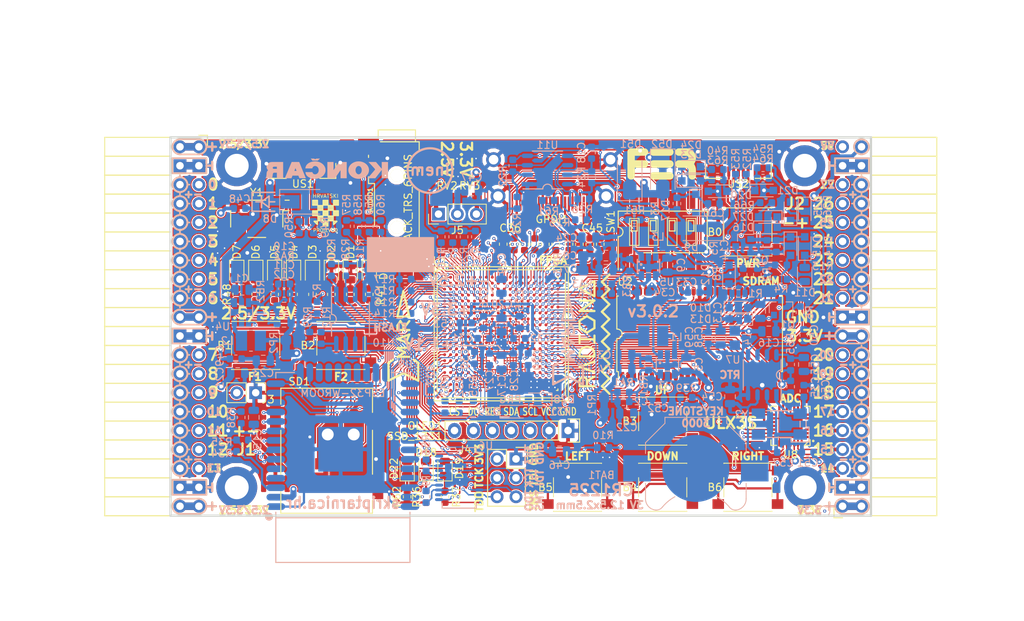
<source format=kicad_pcb>
(kicad_pcb (version 20171130) (host pcbnew 5.0.0+dfsg1-2)
  (layers (0 F.Cu signal) (1 In1.Cu signal) (2 In2.Cu signal) (31 B.Cu signal) (34 B.Paste user) (35 F.Paste user) (36 B.SilkS user) (37 F.SilkS user) (38 B.Mask user) (39 F.Mask user) (44 Edge.Cuts user))
  (net 0 "")
  (net 1 GND)
  (net 2 +5V)
  (net 3 /gpio/IN5V)
  (net 4 /gpio/OUT5V)
  (net 5 +3V3)
  (net 6 BTN_D)
  (net 7 BTN_F1)
  (net 8 BTN_F2)
  (net 9 BTN_L)
  (net 10 BTN_R)
  (net 11 BTN_U)
  (net 12 /power/FB1)
  (net 13 +2V5)
  (net 14 /power/PWREN)
  (net 15 /power/FB3)
  (net 16 /power/FB2)
  (net 17 /power/VBAT)
  (net 18 JTAG_TDI)
  (net 19 JTAG_TCK)
  (net 20 JTAG_TMS)
  (net 21 JTAG_TDO)
  (net 22 /power/WAKEUPn)
  (net 23 /power/WKUP)
  (net 24 /power/SHUT)
  (net 25 /power/WAKE)
  (net 26 /power/HOLD)
  (net 27 /power/WKn)
  (net 28 /power/OSCI_32k)
  (net 29 /power/OSCO_32k)
  (net 30 SHUTDOWN)
  (net 31 GPDI_SDA)
  (net 32 GPDI_SCL)
  (net 33 /gpdi/VREF2)
  (net 34 SD_CMD)
  (net 35 SD_CLK)
  (net 36 SD_D0)
  (net 37 SD_D1)
  (net 38 USB5V)
  (net 39 GPDI_CEC)
  (net 40 nRESET)
  (net 41 FTDI_nDTR)
  (net 42 SDRAM_CKE)
  (net 43 SDRAM_A7)
  (net 44 SDRAM_D15)
  (net 45 SDRAM_BA1)
  (net 46 SDRAM_D7)
  (net 47 SDRAM_A6)
  (net 48 SDRAM_CLK)
  (net 49 SDRAM_D13)
  (net 50 SDRAM_BA0)
  (net 51 SDRAM_D6)
  (net 52 SDRAM_A5)
  (net 53 SDRAM_D14)
  (net 54 SDRAM_A11)
  (net 55 SDRAM_D12)
  (net 56 SDRAM_D5)
  (net 57 SDRAM_A4)
  (net 58 SDRAM_A10)
  (net 59 SDRAM_D11)
  (net 60 SDRAM_A3)
  (net 61 SDRAM_D4)
  (net 62 SDRAM_D10)
  (net 63 SDRAM_D9)
  (net 64 SDRAM_A9)
  (net 65 SDRAM_D3)
  (net 66 SDRAM_D8)
  (net 67 SDRAM_A8)
  (net 68 SDRAM_A2)
  (net 69 SDRAM_A1)
  (net 70 SDRAM_A0)
  (net 71 SDRAM_D2)
  (net 72 SDRAM_D1)
  (net 73 SDRAM_D0)
  (net 74 SDRAM_DQM0)
  (net 75 SDRAM_nCS)
  (net 76 SDRAM_nRAS)
  (net 77 SDRAM_DQM1)
  (net 78 SDRAM_nCAS)
  (net 79 SDRAM_nWE)
  (net 80 /flash/FLASH_nWP)
  (net 81 /flash/FLASH_nHOLD)
  (net 82 /flash/FLASH_MOSI)
  (net 83 /flash/FLASH_MISO)
  (net 84 /flash/FLASH_SCK)
  (net 85 /flash/FLASH_nCS)
  (net 86 /flash/FPGA_PROGRAMN)
  (net 87 /flash/FPGA_DONE)
  (net 88 /flash/FPGA_INITN)
  (net 89 OLED_RES)
  (net 90 OLED_DC)
  (net 91 OLED_CS)
  (net 92 WIFI_EN)
  (net 93 FTDI_nRTS)
  (net 94 FTDI_TXD)
  (net 95 FTDI_RXD)
  (net 96 WIFI_RXD)
  (net 97 WIFI_GPIO0)
  (net 98 WIFI_TXD)
  (net 99 USB_FTDI_D+)
  (net 100 USB_FTDI_D-)
  (net 101 SD_D3)
  (net 102 AUDIO_L3)
  (net 103 AUDIO_L2)
  (net 104 AUDIO_L1)
  (net 105 AUDIO_L0)
  (net 106 AUDIO_R3)
  (net 107 AUDIO_R2)
  (net 108 AUDIO_R1)
  (net 109 AUDIO_R0)
  (net 110 OLED_CLK)
  (net 111 OLED_MOSI)
  (net 112 LED0)
  (net 113 LED1)
  (net 114 LED2)
  (net 115 LED3)
  (net 116 LED4)
  (net 117 LED5)
  (net 118 LED6)
  (net 119 LED7)
  (net 120 BTN_PWRn)
  (net 121 FTDI_nTXLED)
  (net 122 FTDI_nSLEEP)
  (net 123 /blinkey/LED_PWREN)
  (net 124 /blinkey/LED_TXLED)
  (net 125 /sdcard/SD3V3)
  (net 126 SD_D2)
  (net 127 CLK_25MHz)
  (net 128 /blinkey/BTNPUL)
  (net 129 /blinkey/BTNPUR)
  (net 130 USB_FPGA_D+)
  (net 131 /power/FTDI_nSUSPEND)
  (net 132 /blinkey/ALED0)
  (net 133 /blinkey/ALED1)
  (net 134 /blinkey/ALED2)
  (net 135 /blinkey/ALED3)
  (net 136 /blinkey/ALED4)
  (net 137 /blinkey/ALED5)
  (net 138 /blinkey/ALED6)
  (net 139 /blinkey/ALED7)
  (net 140 /usb/FTD-)
  (net 141 /usb/FTD+)
  (net 142 ADC_MISO)
  (net 143 ADC_MOSI)
  (net 144 ADC_CSn)
  (net 145 ADC_SCLK)
  (net 146 SW3)
  (net 147 SW2)
  (net 148 SW1)
  (net 149 USB_FPGA_D-)
  (net 150 /usb/FPD+)
  (net 151 /usb/FPD-)
  (net 152 WIFI_GPIO16)
  (net 153 /usb/ANT_433MHz)
  (net 154 PROG_DONE)
  (net 155 /power/P3V3)
  (net 156 /power/P2V5)
  (net 157 /power/L1)
  (net 158 /power/L3)
  (net 159 /power/L2)
  (net 160 FTDI_TXDEN)
  (net 161 SDRAM_A12)
  (net 162 /analog/AUDIO_V)
  (net 163 AUDIO_V3)
  (net 164 AUDIO_V2)
  (net 165 AUDIO_V1)
  (net 166 AUDIO_V0)
  (net 167 /blinkey/LED_WIFI)
  (net 168 /power/P1V1)
  (net 169 +1V1)
  (net 170 SW4)
  (net 171 /blinkey/SWPU)
  (net 172 /wifi/WIFIEN)
  (net 173 FT2V5)
  (net 174 GN0)
  (net 175 GP0)
  (net 176 GN1)
  (net 177 GP1)
  (net 178 GN2)
  (net 179 GP2)
  (net 180 GN3)
  (net 181 GP3)
  (net 182 GN4)
  (net 183 GP4)
  (net 184 GN5)
  (net 185 GP5)
  (net 186 GN6)
  (net 187 GP6)
  (net 188 GN14)
  (net 189 GP14)
  (net 190 GN15)
  (net 191 GP15)
  (net 192 GN16)
  (net 193 GP16)
  (net 194 GN17)
  (net 195 GP17)
  (net 196 GN18)
  (net 197 GP18)
  (net 198 GN19)
  (net 199 GP19)
  (net 200 GN20)
  (net 201 GP20)
  (net 202 GN21)
  (net 203 GP21)
  (net 204 GN22)
  (net 205 GP22)
  (net 206 GN23)
  (net 207 GP23)
  (net 208 GN24)
  (net 209 GP24)
  (net 210 GN25)
  (net 211 GP25)
  (net 212 GN26)
  (net 213 GP26)
  (net 214 GN27)
  (net 215 GP27)
  (net 216 GN7)
  (net 217 GP7)
  (net 218 GN8)
  (net 219 GP8)
  (net 220 GN9)
  (net 221 GP9)
  (net 222 GN10)
  (net 223 GP10)
  (net 224 GN11)
  (net 225 GP11)
  (net 226 GN12)
  (net 227 GP12)
  (net 228 GN13)
  (net 229 GP13)
  (net 230 WIFI_GPIO5)
  (net 231 WIFI_GPIO17)
  (net 232 USB_FPGA_PULL_D+)
  (net 233 USB_FPGA_PULL_D-)
  (net 234 "Net-(D23-Pad2)")
  (net 235 "Net-(D24-Pad1)")
  (net 236 "Net-(D25-Pad2)")
  (net 237 "Net-(D26-Pad1)")
  (net 238 /gpdi/GPDI_ETH+)
  (net 239 FPDI_ETH+)
  (net 240 /gpdi/GPDI_ETH-)
  (net 241 FPDI_ETH-)
  (net 242 /gpdi/GPDI_D2-)
  (net 243 FPDI_D2-)
  (net 244 /gpdi/GPDI_D1-)
  (net 245 FPDI_D1-)
  (net 246 /gpdi/GPDI_D0-)
  (net 247 FPDI_D0-)
  (net 248 /gpdi/GPDI_CLK-)
  (net 249 FPDI_CLK-)
  (net 250 /gpdi/GPDI_D2+)
  (net 251 FPDI_D2+)
  (net 252 /gpdi/GPDI_D1+)
  (net 253 FPDI_D1+)
  (net 254 /gpdi/GPDI_D0+)
  (net 255 FPDI_D0+)
  (net 256 /gpdi/GPDI_CLK+)
  (net 257 FPDI_CLK+)
  (net 258 FPDI_SDA)
  (net 259 FPDI_SCL)
  (net 260 /gpdi/FPDI_CEC)
  (net 261 2V5_3V3)
  (net 262 /usb/US2VBUS)
  (net 263 /power/SHD)
  (net 264 /power/RTCVDD)
  (net 265 "Net-(D27-Pad2)")
  (net 266 US2_ID)
  (net 267 /analog/AUDIO_L)
  (net 268 /analog/AUDIO_R)
  (net 269 /analog/ADC3V3)
  (net 270 PWRBTn)
  (net 271 USER_PROGRAMN)
  (module TSOP54:TSOP54 (layer F.Cu) (at 165.093 87.8 90)
    (fp_text reference U2 (at 6.98 -9.993 180) (layer F.SilkS))
    (fp_text value MT48LC16M16A2TG hide)
    (pad 28 smd oval (at 5.73 10.4 90) (size 1.2 0.56) (layers F.Cu F.Paste F.Mask) (net 1 GND))
    (pad 1 smd rect (at -5.73 -10.4 90) (size 1.2 0.56) (layers F.Cu F.Paste F.Mask) (net 5 +3V3))
    (pad 2 smd oval (at -5.73 -9.6 90) (size 1.2 0.56) (layers F.Cu F.Paste F.Mask) (net 73 SDRAM_D0))
    (pad 3 smd oval (at -5.73 -8.8 90) (size 1.2 0.56) (layers F.Cu F.Paste F.Mask) (net 5 +3V3))
    (pad 4 smd oval (at -5.73 -8 90) (size 1.2 0.56) (layers F.Cu F.Paste F.Mask) (net 72 SDRAM_D1))
    (pad 5 smd oval (at -5.73 -7.2 90) (size 1.2 0.56) (layers F.Cu F.Paste F.Mask) (net 71 SDRAM_D2))
    (pad 6 smd oval (at -5.73 -6.4 90) (size 1.2 0.56) (layers F.Cu F.Paste F.Mask) (net 1 GND))
    (pad 7 smd oval (at -5.73 -5.6 90) (size 1.2 0.56) (layers F.Cu F.Paste F.Mask) (net 65 SDRAM_D3))
    (pad 8 smd oval (at -5.73 -4.8 90) (size 1.2 0.56) (layers F.Cu F.Paste F.Mask) (net 61 SDRAM_D4))
    (pad 9 smd oval (at -5.73 -4 90) (size 1.2 0.56) (layers F.Cu F.Paste F.Mask) (net 5 +3V3))
    (pad 10 smd oval (at -5.73 -3.2 90) (size 1.2 0.56) (layers F.Cu F.Paste F.Mask) (net 56 SDRAM_D5))
    (pad 11 smd oval (at -5.73 -2.4 90) (size 1.2 0.56) (layers F.Cu F.Paste F.Mask) (net 51 SDRAM_D6))
    (pad 12 smd oval (at -5.73 -1.6 90) (size 1.2 0.56) (layers F.Cu F.Paste F.Mask) (net 1 GND))
    (pad 13 smd oval (at -5.73 -0.8 90) (size 1.2 0.56) (layers F.Cu F.Paste F.Mask) (net 46 SDRAM_D7))
    (pad 14 smd oval (at -5.73 0 90) (size 1.2 0.56) (layers F.Cu F.Paste F.Mask) (net 5 +3V3))
    (pad 15 smd oval (at -5.73 0.8 90) (size 1.2 0.56) (layers F.Cu F.Paste F.Mask) (net 74 SDRAM_DQM0))
    (pad 16 smd oval (at -5.73 1.6 90) (size 1.2 0.56) (layers F.Cu F.Paste F.Mask) (net 79 SDRAM_nWE))
    (pad 17 smd oval (at -5.73 2.4 90) (size 1.2 0.56) (layers F.Cu F.Paste F.Mask) (net 78 SDRAM_nCAS))
    (pad 18 smd oval (at -5.73 3.2 90) (size 1.2 0.56) (layers F.Cu F.Paste F.Mask) (net 76 SDRAM_nRAS))
    (pad 19 smd oval (at -5.73 4 90) (size 1.2 0.56) (layers F.Cu F.Paste F.Mask) (net 75 SDRAM_nCS))
    (pad 20 smd oval (at -5.73 4.8 90) (size 1.2 0.56) (layers F.Cu F.Paste F.Mask) (net 50 SDRAM_BA0))
    (pad 21 smd oval (at -5.73 5.6 90) (size 1.2 0.56) (layers F.Cu F.Paste F.Mask) (net 45 SDRAM_BA1))
    (pad 22 smd oval (at -5.73 6.4 90) (size 1.2 0.56) (layers F.Cu F.Paste F.Mask) (net 58 SDRAM_A10))
    (pad 23 smd oval (at -5.73 7.2 90) (size 1.2 0.56) (layers F.Cu F.Paste F.Mask) (net 70 SDRAM_A0))
    (pad 24 smd oval (at -5.73 8 90) (size 1.2 0.56) (layers F.Cu F.Paste F.Mask) (net 69 SDRAM_A1))
    (pad 25 smd oval (at -5.73 8.8 90) (size 1.2 0.56) (layers F.Cu F.Paste F.Mask) (net 68 SDRAM_A2))
    (pad 26 smd oval (at -5.73 9.6 90) (size 1.2 0.56) (layers F.Cu F.Paste F.Mask) (net 60 SDRAM_A3))
    (pad 27 smd oval (at -5.73 10.4 90) (size 1.2 0.56) (layers F.Cu F.Paste F.Mask) (net 5 +3V3))
    (pad 29 smd oval (at 5.73 9.6 90) (size 1.2 0.56) (layers F.Cu F.Paste F.Mask) (net 57 SDRAM_A4))
    (pad 30 smd oval (at 5.73 8.8 90) (size 1.2 0.56) (layers F.Cu F.Paste F.Mask) (net 52 SDRAM_A5))
    (pad 31 smd oval (at 5.73 8 90) (size 1.2 0.56) (layers F.Cu F.Paste F.Mask) (net 47 SDRAM_A6))
    (pad 32 smd oval (at 5.73 7.2 90) (size 1.2 0.56) (layers F.Cu F.Paste F.Mask) (net 43 SDRAM_A7))
    (pad 33 smd oval (at 5.73 6.4 90) (size 1.2 0.56) (layers F.Cu F.Paste F.Mask) (net 67 SDRAM_A8))
    (pad 34 smd oval (at 5.73 5.6 90) (size 1.2 0.56) (layers F.Cu F.Paste F.Mask) (net 64 SDRAM_A9))
    (pad 35 smd oval (at 5.73 4.8 90) (size 1.2 0.56) (layers F.Cu F.Paste F.Mask) (net 54 SDRAM_A11))
    (pad 36 smd oval (at 5.73 4 90) (size 1.2 0.56) (layers F.Cu F.Paste F.Mask) (net 161 SDRAM_A12))
    (pad 37 smd oval (at 5.73 3.2 90) (size 1.2 0.56) (layers F.Cu F.Paste F.Mask) (net 42 SDRAM_CKE))
    (pad 38 smd oval (at 5.73 2.4 90) (size 1.2 0.56) (layers F.Cu F.Paste F.Mask) (net 48 SDRAM_CLK))
    (pad 39 smd oval (at 5.73 1.6 90) (size 1.2 0.56) (layers F.Cu F.Paste F.Mask) (net 77 SDRAM_DQM1))
    (pad 40 smd oval (at 5.73 0.8 90) (size 1.2 0.56) (layers F.Cu F.Paste F.Mask))
    (pad 41 smd oval (at 5.73 0 90) (size 1.2 0.56) (layers F.Cu F.Paste F.Mask) (net 1 GND))
    (pad 42 smd oval (at 5.73 -0.8 90) (size 1.2 0.56) (layers F.Cu F.Paste F.Mask) (net 66 SDRAM_D8))
    (pad 43 smd oval (at 5.73 -1.6 90) (size 1.2 0.56) (layers F.Cu F.Paste F.Mask) (net 5 +3V3))
    (pad 44 smd oval (at 5.73 -2.4 90) (size 1.2 0.56) (layers F.Cu F.Paste F.Mask) (net 63 SDRAM_D9))
    (pad 45 smd oval (at 5.73 -3.2 90) (size 1.2 0.56) (layers F.Cu F.Paste F.Mask) (net 62 SDRAM_D10))
    (pad 46 smd oval (at 5.73 -4 90) (size 1.2 0.56) (layers F.Cu F.Paste F.Mask) (net 1 GND))
    (pad 47 smd oval (at 5.73 -4.8 90) (size 1.2 0.56) (layers F.Cu F.Paste F.Mask) (net 59 SDRAM_D11))
    (pad 48 smd oval (at 5.73 -5.6 90) (size 1.2 0.56) (layers F.Cu F.Paste F.Mask) (net 55 SDRAM_D12))
    (pad 49 smd oval (at 5.73 -6.4 90) (size 1.2 0.56) (layers F.Cu F.Paste F.Mask) (net 5 +3V3))
    (pad 50 smd oval (at 5.73 -7.2 90) (size 1.2 0.56) (layers F.Cu F.Paste F.Mask) (net 49 SDRAM_D13))
    (pad 51 smd oval (at 5.73 -8 90) (size 1.2 0.56) (layers F.Cu F.Paste F.Mask) (net 53 SDRAM_D14))
    (pad 52 smd oval (at 5.73 -8.8 90) (size 1.2 0.56) (layers F.Cu F.Paste F.Mask) (net 1 GND))
    (pad 53 smd oval (at 5.73 -9.6 90) (size 1.2 0.56) (layers F.Cu F.Paste F.Mask) (net 44 SDRAM_D15))
    (pad 54 smd oval (at 5.73 -10.4 90) (size 1.2 0.56) (layers F.Cu F.Paste F.Mask) (net 1 GND))
  )
  (module jumper:R_0805_2012Metric_Pad1.29x1.40mm_HandSolder_Jumper_NC (layer B.Cu) (at 109.609 89.632 270)
    (fp_text reference RP2 (at -0.635 1.651 270) (layer B.SilkS) (effects (justify mirror)))
    (fp_text value 0 hide)
    (fp_line (start -1 0) (end 1 0) (layer B.Cu) (width 1))
    (pad 2 smd roundrect (at 0.9675 0 270) (size 1.295 1.4) (layers B.Cu B.Mask) (net 13 +2V5))
    (pad 1 smd roundrect (at -0.9675 0 270) (size 1.295 1.4) (layers B.Cu B.Mask) (net 156 /power/P2V5))
  )
  (module jumper:R_0805_2012Metric_Pad1.29x1.40mm_HandSolder_Jumper_NC (layer B.Cu) (at 149.472 78.311 270)
    (fp_text reference RP3 (at 0 3.414 270) (layer B.SilkS) (effects (justify mirror)))
    (fp_text value 0 hide)
    (fp_line (start -1 0) (end 1 0) (layer B.Cu) (width 1))
    (pad 2 smd roundrect (at 0.9675 0 270) (size 1.295 1.4) (layers B.Cu B.Mask) (net 5 +3V3))
    (pad 1 smd roundrect (at -0.9675 0 270) (size 1.295 1.4) (layers B.Cu B.Mask) (net 155 /power/P3V3))
  )
  (module jumper:R_0805_2012Metric_Pad1.29x1.40mm_HandSolder_Jumper_NC (layer B.Cu) (at 152.281 97.361 270)
    (fp_text reference RP1 (at 0 1.65 270) (layer B.SilkS) (effects (justify mirror)))
    (fp_text value 0 hide)
    (fp_line (start -1 0) (end 1 0) (layer B.Cu) (width 1))
    (pad 2 smd roundrect (at 0.9675 0 270) (size 1.295 1.4) (layers B.Cu B.Mask) (net 169 +1V1))
    (pad 1 smd roundrect (at -0.9675 0 270) (size 1.295 1.4) (layers B.Cu B.Mask) (net 168 /power/P1V1))
  )
  (module jumper:D_SMA_Jumper_NC (layer B.Cu) (at 160.155 66.391 270)
    (fp_text reference D52 (at -4.064 0.127) (layer B.SilkS) (effects (justify mirror)))
    (fp_text value 0 hide)
    (fp_line (start -2 0) (end 2 0) (layer B.Cu) (width 1))
    (pad 2 smd roundrect (at 2 0 270) (size 2.5 1.8) (layers B.Cu B.Mask) (net 2 +5V))
    (pad 1 smd roundrect (at -2 0 270) (size 2.5 1.8) (layers B.Cu B.Mask) (net 4 /gpio/OUT5V))
  )
  (module jumper:D_SMA_Jumper_NC (layer B.Cu) (at 155.71 66.518 90)
    (fp_text reference D51 (at 4.191 0.127 180) (layer B.SilkS) (effects (justify mirror)))
    (fp_text value 0 hide)
    (fp_line (start -2 0) (end 2 0) (layer B.Cu) (width 1))
    (pad 2 smd roundrect (at 2 0 90) (size 2.5 1.8) (layers B.Cu B.Mask) (net 3 /gpio/IN5V))
    (pad 1 smd roundrect (at -2 0 90) (size 2.5 1.8) (layers B.Cu B.Mask) (net 2 +5V))
  )
  (module jumper:D_SMA_Jumper_NC (layer B.Cu) (at 164.854 73.63 180)
    (fp_text reference D9 (at 0.889 -2.54 180) (layer B.SilkS) (effects (justify mirror)))
    (fp_text value 0 hide)
    (fp_line (start -2 0) (end 2 0) (layer B.Cu) (width 1))
    (pad 2 smd roundrect (at 2 0 180) (size 2.5 1.8) (layers B.Cu B.Mask) (net 2 +5V))
    (pad 1 smd roundrect (at -2 0 180) (size 2.5 1.8) (layers B.Cu B.Mask) (net 262 /usb/US2VBUS))
  )
  (module lfe5bg381:BGA-381_pitch0.8mm_dia0.4mm (layer F.Cu) (at 138.48 87.8)
    (fp_text reference U1 (at -8.2 -9.8) (layer F.SilkS))
    (fp_text value LFE5U-85F-6BG381C hide)
    (pad Y19 smd circle (at 6.8 7.6) (size 0.4 0.4) (layers F.Cu F.Paste F.Mask) (net 1 GND))
    (pad Y17 smd circle (at 5.2 7.6) (size 0.4 0.4) (layers F.Cu F.Paste F.Mask) (net 1 GND))
    (pad Y16 smd circle (at 4.4 7.6) (size 0.4 0.4) (layers F.Cu F.Paste F.Mask) (net 1 GND))
    (pad Y15 smd circle (at 3.6 7.6) (size 0.4 0.4) (layers F.Cu F.Paste F.Mask) (net 1 GND))
    (pad Y14 smd circle (at 2.8 7.6) (size 0.4 0.4) (layers F.Cu F.Paste F.Mask) (net 1 GND))
    (pad Y12 smd circle (at 1.2 7.6) (size 0.4 0.4) (layers F.Cu F.Paste F.Mask) (net 1 GND))
    (pad Y11 smd circle (at 0.4 7.6) (size 0.4 0.4) (layers F.Cu F.Paste F.Mask) (net 1 GND))
    (pad Y8 smd circle (at -2 7.6) (size 0.4 0.4) (layers F.Cu F.Paste F.Mask) (net 1 GND))
    (pad Y7 smd circle (at -2.8 7.6) (size 0.4 0.4) (layers F.Cu F.Paste F.Mask) (net 1 GND))
    (pad Y6 smd circle (at -3.6 7.6) (size 0.4 0.4) (layers F.Cu F.Paste F.Mask) (net 1 GND))
    (pad Y5 smd circle (at -4.4 7.6) (size 0.4 0.4) (layers F.Cu F.Paste F.Mask) (net 1 GND))
    (pad Y3 smd circle (at -6 7.6) (size 0.4 0.4) (layers F.Cu F.Paste F.Mask) (net 87 /flash/FPGA_DONE))
    (pad Y2 smd circle (at -6.8 7.6) (size 0.4 0.4) (layers F.Cu F.Paste F.Mask) (net 80 /flash/FLASH_nWP))
    (pad W20 smd circle (at 7.6 6.8) (size 0.4 0.4) (layers F.Cu F.Paste F.Mask) (net 1 GND))
    (pad W19 smd circle (at 6.8 6.8) (size 0.4 0.4) (layers F.Cu F.Paste F.Mask) (net 1 GND))
    (pad W18 smd circle (at 6 6.8) (size 0.4 0.4) (layers F.Cu F.Paste F.Mask))
    (pad W17 smd circle (at 5.2 6.8) (size 0.4 0.4) (layers F.Cu F.Paste F.Mask))
    (pad W16 smd circle (at 4.4 6.8) (size 0.4 0.4) (layers F.Cu F.Paste F.Mask) (net 1 GND))
    (pad W15 smd circle (at 3.6 6.8) (size 0.4 0.4) (layers F.Cu F.Paste F.Mask) (net 1 GND))
    (pad W14 smd circle (at 2.8 6.8) (size 0.4 0.4) (layers F.Cu F.Paste F.Mask))
    (pad W13 smd circle (at 2 6.8) (size 0.4 0.4) (layers F.Cu F.Paste F.Mask))
    (pad W12 smd circle (at 1.2 6.8) (size 0.4 0.4) (layers F.Cu F.Paste F.Mask) (net 1 GND))
    (pad W11 smd circle (at 0.4 6.8) (size 0.4 0.4) (layers F.Cu F.Paste F.Mask))
    (pad W10 smd circle (at -0.4 6.8) (size 0.4 0.4) (layers F.Cu F.Paste F.Mask))
    (pad W9 smd circle (at -1.2 6.8) (size 0.4 0.4) (layers F.Cu F.Paste F.Mask))
    (pad W8 smd circle (at -2 6.8) (size 0.4 0.4) (layers F.Cu F.Paste F.Mask))
    (pad W7 smd circle (at -2.8 6.8) (size 0.4 0.4) (layers F.Cu F.Paste F.Mask) (net 1 GND))
    (pad W6 smd circle (at -3.6 6.8) (size 0.4 0.4) (layers F.Cu F.Paste F.Mask) (net 1 GND))
    (pad W5 smd circle (at -4.4 6.8) (size 0.4 0.4) (layers F.Cu F.Paste F.Mask))
    (pad W4 smd circle (at -5.2 6.8) (size 0.4 0.4) (layers F.Cu F.Paste F.Mask))
    (pad W3 smd circle (at -6 6.8) (size 0.4 0.4) (layers F.Cu F.Paste F.Mask) (net 86 /flash/FPGA_PROGRAMN))
    (pad W2 smd circle (at -6.8 6.8) (size 0.4 0.4) (layers F.Cu F.Paste F.Mask) (net 82 /flash/FLASH_MOSI))
    (pad W1 smd circle (at -7.6 6.8) (size 0.4 0.4) (layers F.Cu F.Paste F.Mask) (net 81 /flash/FLASH_nHOLD))
    (pad V20 smd circle (at 7.6 6) (size 0.4 0.4) (layers F.Cu F.Paste F.Mask) (net 1 GND))
    (pad V19 smd circle (at 6.8 6) (size 0.4 0.4) (layers F.Cu F.Paste F.Mask) (net 1 GND))
    (pad V18 smd circle (at 6 6) (size 0.4 0.4) (layers F.Cu F.Paste F.Mask) (net 1 GND))
    (pad V17 smd circle (at 5.2 6) (size 0.4 0.4) (layers F.Cu F.Paste F.Mask) (net 1 GND))
    (pad V16 smd circle (at 4.4 6) (size 0.4 0.4) (layers F.Cu F.Paste F.Mask) (net 1 GND))
    (pad V15 smd circle (at 3.6 6) (size 0.4 0.4) (layers F.Cu F.Paste F.Mask) (net 1 GND))
    (pad V14 smd circle (at 2.8 6) (size 0.4 0.4) (layers F.Cu F.Paste F.Mask) (net 1 GND))
    (pad V13 smd circle (at 2 6) (size 0.4 0.4) (layers F.Cu F.Paste F.Mask) (net 1 GND))
    (pad V12 smd circle (at 1.2 6) (size 0.4 0.4) (layers F.Cu F.Paste F.Mask) (net 1 GND))
    (pad V11 smd circle (at 0.4 6) (size 0.4 0.4) (layers F.Cu F.Paste F.Mask) (net 1 GND))
    (pad V10 smd circle (at -0.4 6) (size 0.4 0.4) (layers F.Cu F.Paste F.Mask) (net 1 GND))
    (pad V9 smd circle (at -1.2 6) (size 0.4 0.4) (layers F.Cu F.Paste F.Mask) (net 1 GND))
    (pad V8 smd circle (at -2 6) (size 0.4 0.4) (layers F.Cu F.Paste F.Mask) (net 1 GND))
    (pad V7 smd circle (at -2.8 6) (size 0.4 0.4) (layers F.Cu F.Paste F.Mask) (net 1 GND))
    (pad V6 smd circle (at -3.6 6) (size 0.4 0.4) (layers F.Cu F.Paste F.Mask) (net 1 GND))
    (pad V5 smd circle (at -4.4 6) (size 0.4 0.4) (layers F.Cu F.Paste F.Mask) (net 1 GND))
    (pad V4 smd circle (at -5.2 6) (size 0.4 0.4) (layers F.Cu F.Paste F.Mask) (net 21 JTAG_TDO))
    (pad V3 smd circle (at -6 6) (size 0.4 0.4) (layers F.Cu F.Paste F.Mask) (net 88 /flash/FPGA_INITN))
    (pad V2 smd circle (at -6.8 6) (size 0.4 0.4) (layers F.Cu F.Paste F.Mask) (net 83 /flash/FLASH_MISO))
    (pad V1 smd circle (at -7.6 6) (size 0.4 0.4) (layers F.Cu F.Paste F.Mask) (net 6 BTN_D))
    (pad U20 smd circle (at 7.6 5.2) (size 0.4 0.4) (layers F.Cu F.Paste F.Mask) (net 46 SDRAM_D7))
    (pad U19 smd circle (at 6.8 5.2) (size 0.4 0.4) (layers F.Cu F.Paste F.Mask) (net 74 SDRAM_DQM0))
    (pad U18 smd circle (at 6 5.2) (size 0.4 0.4) (layers F.Cu F.Paste F.Mask) (net 189 GP14))
    (pad U17 smd circle (at 5.2 5.2) (size 0.4 0.4) (layers F.Cu F.Paste F.Mask) (net 188 GN14))
    (pad U16 smd circle (at 4.4 5.2) (size 0.4 0.4) (layers F.Cu F.Paste F.Mask) (net 142 ADC_MISO))
    (pad U15 smd circle (at 3.6 5.2) (size 0.4 0.4) (layers F.Cu F.Paste F.Mask) (net 1 GND))
    (pad U14 smd circle (at 2.8 5.2) (size 0.4 0.4) (layers F.Cu F.Paste F.Mask) (net 1 GND))
    (pad U13 smd circle (at 2 5.2) (size 0.4 0.4) (layers F.Cu F.Paste F.Mask) (net 1 GND))
    (pad U12 smd circle (at 1.2 5.2) (size 0.4 0.4) (layers F.Cu F.Paste F.Mask) (net 1 GND))
    (pad U11 smd circle (at 0.4 5.2) (size 0.4 0.4) (layers F.Cu F.Paste F.Mask) (net 1 GND))
    (pad U10 smd circle (at -0.4 5.2) (size 0.4 0.4) (layers F.Cu F.Paste F.Mask) (net 1 GND))
    (pad U9 smd circle (at -1.2 5.2) (size 0.4 0.4) (layers F.Cu F.Paste F.Mask) (net 1 GND))
    (pad U8 smd circle (at -2 5.2) (size 0.4 0.4) (layers F.Cu F.Paste F.Mask) (net 1 GND))
    (pad U7 smd circle (at -2.8 5.2) (size 0.4 0.4) (layers F.Cu F.Paste F.Mask) (net 1 GND))
    (pad U6 smd circle (at -3.6 5.2) (size 0.4 0.4) (layers F.Cu F.Paste F.Mask) (net 1 GND))
    (pad U5 smd circle (at -4.4 5.2) (size 0.4 0.4) (layers F.Cu F.Paste F.Mask) (net 20 JTAG_TMS))
    (pad U4 smd circle (at -5.2 5.2) (size 0.4 0.4) (layers F.Cu F.Paste F.Mask) (net 1 GND))
    (pad U3 smd circle (at -6 5.2) (size 0.4 0.4) (layers F.Cu F.Paste F.Mask) (net 84 /flash/FLASH_SCK))
    (pad U2 smd circle (at -6.8 5.2) (size 0.4 0.4) (layers F.Cu F.Paste F.Mask) (net 5 +3V3))
    (pad U1 smd circle (at -7.6 5.2) (size 0.4 0.4) (layers F.Cu F.Paste F.Mask) (net 9 BTN_L))
    (pad T20 smd circle (at 7.6 4.4) (size 0.4 0.4) (layers F.Cu F.Paste F.Mask) (net 79 SDRAM_nWE))
    (pad T19 smd circle (at 6.8 4.4) (size 0.4 0.4) (layers F.Cu F.Paste F.Mask) (net 78 SDRAM_nCAS))
    (pad T18 smd circle (at 6 4.4) (size 0.4 0.4) (layers F.Cu F.Paste F.Mask) (net 56 SDRAM_D5))
    (pad T17 smd circle (at 5.2 4.4) (size 0.4 0.4) (layers F.Cu F.Paste F.Mask) (net 51 SDRAM_D6))
    (pad T16 smd circle (at 4.4 4.4) (size 0.4 0.4) (layers F.Cu F.Paste F.Mask))
    (pad T15 smd circle (at 3.6 4.4) (size 0.4 0.4) (layers F.Cu F.Paste F.Mask) (net 1 GND))
    (pad T14 smd circle (at 2.8 4.4) (size 0.4 0.4) (layers F.Cu F.Paste F.Mask) (net 1 GND))
    (pad T13 smd circle (at 2 4.4) (size 0.4 0.4) (layers F.Cu F.Paste F.Mask) (net 1 GND))
    (pad T12 smd circle (at 1.2 4.4) (size 0.4 0.4) (layers F.Cu F.Paste F.Mask) (net 1 GND))
    (pad T11 smd circle (at 0.4 4.4) (size 0.4 0.4) (layers F.Cu F.Paste F.Mask) (net 1 GND))
    (pad T10 smd circle (at -0.4 4.4) (size 0.4 0.4) (layers F.Cu F.Paste F.Mask) (net 1 GND))
    (pad T9 smd circle (at -1.2 4.4) (size 0.4 0.4) (layers F.Cu F.Paste F.Mask) (net 1 GND))
    (pad T8 smd circle (at -2 4.4) (size 0.4 0.4) (layers F.Cu F.Paste F.Mask) (net 1 GND))
    (pad T7 smd circle (at -2.8 4.4) (size 0.4 0.4) (layers F.Cu F.Paste F.Mask) (net 1 GND))
    (pad T6 smd circle (at -3.6 4.4) (size 0.4 0.4) (layers F.Cu F.Paste F.Mask) (net 1 GND))
    (pad T5 smd circle (at -4.4 4.4) (size 0.4 0.4) (layers F.Cu F.Paste F.Mask) (net 19 JTAG_TCK))
    (pad T4 smd circle (at -5.2 4.4) (size 0.4 0.4) (layers F.Cu F.Paste F.Mask) (net 5 +3V3))
    (pad T3 smd circle (at -6 4.4) (size 0.4 0.4) (layers F.Cu F.Paste F.Mask) (net 5 +3V3))
    (pad T2 smd circle (at -6.8 4.4) (size 0.4 0.4) (layers F.Cu F.Paste F.Mask) (net 5 +3V3))
    (pad T1 smd circle (at -7.6 4.4) (size 0.4 0.4) (layers F.Cu F.Paste F.Mask) (net 8 BTN_F2))
    (pad R20 smd circle (at 7.6 3.6) (size 0.4 0.4) (layers F.Cu F.Paste F.Mask) (net 76 SDRAM_nRAS))
    (pad R19 smd circle (at 6.8 3.6) (size 0.4 0.4) (layers F.Cu F.Paste F.Mask) (net 1 GND))
    (pad R18 smd circle (at 6 3.6) (size 0.4 0.4) (layers F.Cu F.Paste F.Mask) (net 11 BTN_U))
    (pad R17 smd circle (at 5.2 3.6) (size 0.4 0.4) (layers F.Cu F.Paste F.Mask) (net 144 ADC_CSn))
    (pad R16 smd circle (at 4.4 3.6) (size 0.4 0.4) (layers F.Cu F.Paste F.Mask) (net 143 ADC_MOSI))
    (pad R5 smd circle (at -4.4 3.6) (size 0.4 0.4) (layers F.Cu F.Paste F.Mask) (net 18 JTAG_TDI))
    (pad R4 smd circle (at -5.2 3.6) (size 0.4 0.4) (layers F.Cu F.Paste F.Mask) (net 1 GND))
    (pad R3 smd circle (at -6 3.6) (size 0.4 0.4) (layers F.Cu F.Paste F.Mask))
    (pad R2 smd circle (at -6.8 3.6) (size 0.4 0.4) (layers F.Cu F.Paste F.Mask) (net 85 /flash/FLASH_nCS))
    (pad R1 smd circle (at -7.6 3.6) (size 0.4 0.4) (layers F.Cu F.Paste F.Mask) (net 7 BTN_F1))
    (pad P20 smd circle (at 7.6 2.8) (size 0.4 0.4) (layers F.Cu F.Paste F.Mask) (net 75 SDRAM_nCS))
    (pad P19 smd circle (at 6.8 2.8) (size 0.4 0.4) (layers F.Cu F.Paste F.Mask) (net 50 SDRAM_BA0))
    (pad P18 smd circle (at 6 2.8) (size 0.4 0.4) (layers F.Cu F.Paste F.Mask) (net 61 SDRAM_D4))
    (pad P17 smd circle (at 5.2 2.8) (size 0.4 0.4) (layers F.Cu F.Paste F.Mask) (net 145 ADC_SCLK))
    (pad P16 smd circle (at 4.4 2.8) (size 0.4 0.4) (layers F.Cu F.Paste F.Mask) (net 190 GN15))
    (pad P15 smd circle (at 3.6 2.8) (size 0.4 0.4) (layers F.Cu F.Paste F.Mask) (net 13 +2V5))
    (pad P14 smd circle (at 2.8 2.8) (size 0.4 0.4) (layers F.Cu F.Paste F.Mask) (net 1 GND))
    (pad P13 smd circle (at 2 2.8) (size 0.4 0.4) (layers F.Cu F.Paste F.Mask) (net 1 GND))
    (pad P12 smd circle (at 1.2 2.8) (size 0.4 0.4) (layers F.Cu F.Paste F.Mask) (net 1 GND))
    (pad P11 smd circle (at 0.4 2.8) (size 0.4 0.4) (layers F.Cu F.Paste F.Mask) (net 1 GND))
    (pad P10 smd circle (at -0.4 2.8) (size 0.4 0.4) (layers F.Cu F.Paste F.Mask) (net 5 +3V3))
    (pad P9 smd circle (at -1.2 2.8) (size 0.4 0.4) (layers F.Cu F.Paste F.Mask) (net 5 +3V3))
    (pad P8 smd circle (at -2 2.8) (size 0.4 0.4) (layers F.Cu F.Paste F.Mask) (net 1 GND))
    (pad P7 smd circle (at -2.8 2.8) (size 0.4 0.4) (layers F.Cu F.Paste F.Mask) (net 1 GND))
    (pad P6 smd circle (at -3.6 2.8) (size 0.4 0.4) (layers F.Cu F.Paste F.Mask) (net 13 +2V5))
    (pad P5 smd circle (at -4.4 2.8) (size 0.4 0.4) (layers F.Cu F.Paste F.Mask))
    (pad P4 smd circle (at -5.2 2.8) (size 0.4 0.4) (layers F.Cu F.Paste F.Mask) (net 110 OLED_CLK))
    (pad P3 smd circle (at -6 2.8) (size 0.4 0.4) (layers F.Cu F.Paste F.Mask) (net 111 OLED_MOSI))
    (pad P2 smd circle (at -6.8 2.8) (size 0.4 0.4) (layers F.Cu F.Paste F.Mask) (net 89 OLED_RES))
    (pad P1 smd circle (at -7.6 2.8) (size 0.4 0.4) (layers F.Cu F.Paste F.Mask) (net 90 OLED_DC))
    (pad N20 smd circle (at 7.6 2) (size 0.4 0.4) (layers F.Cu F.Paste F.Mask) (net 45 SDRAM_BA1))
    (pad N19 smd circle (at 6.8 2) (size 0.4 0.4) (layers F.Cu F.Paste F.Mask) (net 58 SDRAM_A10))
    (pad N18 smd circle (at 6 2) (size 0.4 0.4) (layers F.Cu F.Paste F.Mask) (net 65 SDRAM_D3))
    (pad N17 smd circle (at 5.2 2) (size 0.4 0.4) (layers F.Cu F.Paste F.Mask) (net 191 GP15))
    (pad N16 smd circle (at 4.4 2) (size 0.4 0.4) (layers F.Cu F.Paste F.Mask) (net 193 GP16))
    (pad N15 smd circle (at 3.6 2) (size 0.4 0.4) (layers F.Cu F.Paste F.Mask) (net 1 GND))
    (pad N14 smd circle (at 2.8 2) (size 0.4 0.4) (layers F.Cu F.Paste F.Mask) (net 1 GND))
    (pad N13 smd circle (at 2 2) (size 0.4 0.4) (layers F.Cu F.Paste F.Mask) (net 169 +1V1))
    (pad N12 smd circle (at 1.2 2) (size 0.4 0.4) (layers F.Cu F.Paste F.Mask) (net 169 +1V1))
    (pad N11 smd circle (at 0.4 2) (size 0.4 0.4) (layers F.Cu F.Paste F.Mask) (net 169 +1V1))
    (pad N10 smd circle (at -0.4 2) (size 0.4 0.4) (layers F.Cu F.Paste F.Mask) (net 169 +1V1))
    (pad N9 smd circle (at -1.2 2) (size 0.4 0.4) (layers F.Cu F.Paste F.Mask) (net 169 +1V1))
    (pad N8 smd circle (at -2 2) (size 0.4 0.4) (layers F.Cu F.Paste F.Mask) (net 169 +1V1))
    (pad N7 smd circle (at -2.8 2) (size 0.4 0.4) (layers F.Cu F.Paste F.Mask) (net 1 GND))
    (pad N6 smd circle (at -3.6 2) (size 0.4 0.4) (layers F.Cu F.Paste F.Mask) (net 1 GND))
    (pad N5 smd circle (at -4.4 2) (size 0.4 0.4) (layers F.Cu F.Paste F.Mask))
    (pad N4 smd circle (at -5.2 2) (size 0.4 0.4) (layers F.Cu F.Paste F.Mask) (net 230 WIFI_GPIO5))
    (pad N3 smd circle (at -6 2) (size 0.4 0.4) (layers F.Cu F.Paste F.Mask) (net 231 WIFI_GPIO17))
    (pad N2 smd circle (at -6.8 2) (size 0.4 0.4) (layers F.Cu F.Paste F.Mask) (net 91 OLED_CS))
    (pad N1 smd circle (at -7.6 2) (size 0.4 0.4) (layers F.Cu F.Paste F.Mask) (net 41 FTDI_nDTR))
    (pad M20 smd circle (at 7.6 1.2) (size 0.4 0.4) (layers F.Cu F.Paste F.Mask) (net 70 SDRAM_A0))
    (pad M19 smd circle (at 6.8 1.2) (size 0.4 0.4) (layers F.Cu F.Paste F.Mask) (net 69 SDRAM_A1))
    (pad M18 smd circle (at 6 1.2) (size 0.4 0.4) (layers F.Cu F.Paste F.Mask) (net 71 SDRAM_D2))
    (pad M17 smd circle (at 5.2 1.2) (size 0.4 0.4) (layers F.Cu F.Paste F.Mask) (net 192 GN16))
    (pad M16 smd circle (at 4.4 1.2) (size 0.4 0.4) (layers F.Cu F.Paste F.Mask) (net 1 GND))
    (pad M15 smd circle (at 3.6 1.2) (size 0.4 0.4) (layers F.Cu F.Paste F.Mask) (net 5 +3V3))
    (pad M14 smd circle (at 2.8 1.2) (size 0.4 0.4) (layers F.Cu F.Paste F.Mask) (net 1 GND))
    (pad M13 smd circle (at 2 1.2) (size 0.4 0.4) (layers F.Cu F.Paste F.Mask) (net 169 +1V1))
    (pad M12 smd circle (at 1.2 1.2) (size 0.4 0.4) (layers F.Cu F.Paste F.Mask) (net 1 GND))
    (pad M11 smd circle (at 0.4 1.2) (size 0.4 0.4) (layers F.Cu F.Paste F.Mask) (net 1 GND))
    (pad M10 smd circle (at -0.4 1.2) (size 0.4 0.4) (layers F.Cu F.Paste F.Mask) (net 1 GND))
    (pad M9 smd circle (at -1.2 1.2) (size 0.4 0.4) (layers F.Cu F.Paste F.Mask) (net 1 GND))
    (pad M8 smd circle (at -2 1.2) (size 0.4 0.4) (layers F.Cu F.Paste F.Mask) (net 169 +1V1))
    (pad M7 smd circle (at -2.8 1.2) (size 0.4 0.4) (layers F.Cu F.Paste F.Mask) (net 1 GND))
    (pad M6 smd circle (at -3.6 1.2) (size 0.4 0.4) (layers F.Cu F.Paste F.Mask) (net 5 +3V3))
    (pad M5 smd circle (at -4.4 1.2) (size 0.4 0.4) (layers F.Cu F.Paste F.Mask))
    (pad M4 smd circle (at -5.2 1.2) (size 0.4 0.4) (layers F.Cu F.Paste F.Mask) (net 271 USER_PROGRAMN))
    (pad M3 smd circle (at -6 1.2) (size 0.4 0.4) (layers F.Cu F.Paste F.Mask) (net 93 FTDI_nRTS))
    (pad M2 smd circle (at -6.8 1.2) (size 0.4 0.4) (layers F.Cu F.Paste F.Mask) (net 1 GND))
    (pad M1 smd circle (at -7.6 1.2) (size 0.4 0.4) (layers F.Cu F.Paste F.Mask) (net 94 FTDI_TXD))
    (pad L20 smd circle (at 7.6 0.4) (size 0.4 0.4) (layers F.Cu F.Paste F.Mask) (net 68 SDRAM_A2))
    (pad L19 smd circle (at 6.8 0.4) (size 0.4 0.4) (layers F.Cu F.Paste F.Mask) (net 60 SDRAM_A3))
    (pad L18 smd circle (at 6 0.4) (size 0.4 0.4) (layers F.Cu F.Paste F.Mask) (net 72 SDRAM_D1))
    (pad L17 smd circle (at 5.2 0.4) (size 0.4 0.4) (layers F.Cu F.Paste F.Mask) (net 194 GN17))
    (pad L16 smd circle (at 4.4 0.4) (size 0.4 0.4) (layers F.Cu F.Paste F.Mask) (net 195 GP17))
    (pad L15 smd circle (at 3.6 0.4) (size 0.4 0.4) (layers F.Cu F.Paste F.Mask) (net 5 +3V3))
    (pad L14 smd circle (at 2.8 0.4) (size 0.4 0.4) (layers F.Cu F.Paste F.Mask) (net 5 +3V3))
    (pad L13 smd circle (at 2 0.4) (size 0.4 0.4) (layers F.Cu F.Paste F.Mask) (net 169 +1V1))
    (pad L12 smd circle (at 1.2 0.4) (size 0.4 0.4) (layers F.Cu F.Paste F.Mask) (net 1 GND))
    (pad L11 smd circle (at 0.4 0.4) (size 0.4 0.4) (layers F.Cu F.Paste F.Mask) (net 1 GND))
    (pad L10 smd circle (at -0.4 0.4) (size 0.4 0.4) (layers F.Cu F.Paste F.Mask) (net 1 GND))
    (pad L9 smd circle (at -1.2 0.4) (size 0.4 0.4) (layers F.Cu F.Paste F.Mask) (net 1 GND))
    (pad L8 smd circle (at -2 0.4) (size 0.4 0.4) (layers F.Cu F.Paste F.Mask) (net 169 +1V1))
    (pad L7 smd circle (at -2.8 0.4) (size 0.4 0.4) (layers F.Cu F.Paste F.Mask) (net 5 +3V3))
    (pad L6 smd circle (at -3.6 0.4) (size 0.4 0.4) (layers F.Cu F.Paste F.Mask) (net 5 +3V3))
    (pad L5 smd circle (at -4.4 0.4) (size 0.4 0.4) (layers F.Cu F.Paste F.Mask))
    (pad L4 smd circle (at -5.2 0.4) (size 0.4 0.4) (layers F.Cu F.Paste F.Mask) (net 95 FTDI_RXD))
    (pad L3 smd circle (at -6 0.4) (size 0.4 0.4) (layers F.Cu F.Paste F.Mask) (net 160 FTDI_TXDEN))
    (pad L2 smd circle (at -6.8 0.4) (size 0.4 0.4) (layers F.Cu F.Paste F.Mask) (net 97 WIFI_GPIO0))
    (pad L1 smd circle (at -7.6 0.4) (size 0.4 0.4) (layers F.Cu F.Paste F.Mask) (net 152 WIFI_GPIO16))
    (pad K20 smd circle (at 7.6 -0.4) (size 0.4 0.4) (layers F.Cu F.Paste F.Mask) (net 57 SDRAM_A4))
    (pad K19 smd circle (at 6.8 -0.4) (size 0.4 0.4) (layers F.Cu F.Paste F.Mask) (net 52 SDRAM_A5))
    (pad K18 smd circle (at 6 -0.4) (size 0.4 0.4) (layers F.Cu F.Paste F.Mask) (net 47 SDRAM_A6))
    (pad K17 smd circle (at 5.2 -0.4) (size 0.4 0.4) (layers F.Cu F.Paste F.Mask))
    (pad K16 smd circle (at 4.4 -0.4) (size 0.4 0.4) (layers F.Cu F.Paste F.Mask))
    (pad K15 smd circle (at 3.6 -0.4) (size 0.4 0.4) (layers F.Cu F.Paste F.Mask) (net 1 GND))
    (pad K14 smd circle (at 2.8 -0.4) (size 0.4 0.4) (layers F.Cu F.Paste F.Mask) (net 1 GND))
    (pad K13 smd circle (at 2 -0.4) (size 0.4 0.4) (layers F.Cu F.Paste F.Mask) (net 169 +1V1))
    (pad K12 smd circle (at 1.2 -0.4) (size 0.4 0.4) (layers F.Cu F.Paste F.Mask) (net 1 GND))
    (pad K11 smd circle (at 0.4 -0.4) (size 0.4 0.4) (layers F.Cu F.Paste F.Mask) (net 1 GND))
    (pad K10 smd circle (at -0.4 -0.4) (size 0.4 0.4) (layers F.Cu F.Paste F.Mask) (net 1 GND))
    (pad K9 smd circle (at -1.2 -0.4) (size 0.4 0.4) (layers F.Cu F.Paste F.Mask) (net 1 GND))
    (pad K8 smd circle (at -2 -0.4) (size 0.4 0.4) (layers F.Cu F.Paste F.Mask) (net 169 +1V1))
    (pad K7 smd circle (at -2.8 -0.4) (size 0.4 0.4) (layers F.Cu F.Paste F.Mask) (net 1 GND))
    (pad K6 smd circle (at -3.6 -0.4) (size 0.4 0.4) (layers F.Cu F.Paste F.Mask) (net 1 GND))
    (pad K5 smd circle (at -4.4 -0.4) (size 0.4 0.4) (layers F.Cu F.Paste F.Mask))
    (pad K4 smd circle (at -5.2 -0.4) (size 0.4 0.4) (layers F.Cu F.Paste F.Mask) (net 98 WIFI_TXD))
    (pad K3 smd circle (at -6 -0.4) (size 0.4 0.4) (layers F.Cu F.Paste F.Mask) (net 96 WIFI_RXD))
    (pad K2 smd circle (at -6.8 -0.4) (size 0.4 0.4) (layers F.Cu F.Paste F.Mask) (net 101 SD_D3))
    (pad K1 smd circle (at -7.6 -0.4) (size 0.4 0.4) (layers F.Cu F.Paste F.Mask) (net 126 SD_D2))
    (pad J20 smd circle (at 7.6 -1.2) (size 0.4 0.4) (layers F.Cu F.Paste F.Mask) (net 43 SDRAM_A7))
    (pad J19 smd circle (at 6.8 -1.2) (size 0.4 0.4) (layers F.Cu F.Paste F.Mask) (net 67 SDRAM_A8))
    (pad J18 smd circle (at 6 -1.2) (size 0.4 0.4) (layers F.Cu F.Paste F.Mask) (net 53 SDRAM_D14))
    (pad J17 smd circle (at 5.2 -1.2) (size 0.4 0.4) (layers F.Cu F.Paste F.Mask) (net 44 SDRAM_D15))
    (pad J16 smd circle (at 4.4 -1.2) (size 0.4 0.4) (layers F.Cu F.Paste F.Mask) (net 73 SDRAM_D0))
    (pad J15 smd circle (at 3.6 -1.2) (size 0.4 0.4) (layers F.Cu F.Paste F.Mask) (net 5 +3V3))
    (pad J14 smd circle (at 2.8 -1.2) (size 0.4 0.4) (layers F.Cu F.Paste F.Mask) (net 1 GND))
    (pad J13 smd circle (at 2 -1.2) (size 0.4 0.4) (layers F.Cu F.Paste F.Mask) (net 169 +1V1))
    (pad J12 smd circle (at 1.2 -1.2) (size 0.4 0.4) (layers F.Cu F.Paste F.Mask) (net 1 GND))
    (pad J11 smd circle (at 0.4 -1.2) (size 0.4 0.4) (layers F.Cu F.Paste F.Mask) (net 1 GND))
    (pad J10 smd circle (at -0.4 -1.2) (size 0.4 0.4) (layers F.Cu F.Paste F.Mask) (net 1 GND))
    (pad J9 smd circle (at -1.2 -1.2) (size 0.4 0.4) (layers F.Cu F.Paste F.Mask) (net 1 GND))
    (pad J8 smd circle (at -2 -1.2) (size 0.4 0.4) (layers F.Cu F.Paste F.Mask) (net 169 +1V1))
    (pad J7 smd circle (at -2.8 -1.2) (size 0.4 0.4) (layers F.Cu F.Paste F.Mask) (net 1 GND))
    (pad J6 smd circle (at -3.6 -1.2) (size 0.4 0.4) (layers F.Cu F.Paste F.Mask) (net 261 2V5_3V3))
    (pad J5 smd circle (at -4.4 -1.2) (size 0.4 0.4) (layers F.Cu F.Paste F.Mask))
    (pad J4 smd circle (at -5.2 -1.2) (size 0.4 0.4) (layers F.Cu F.Paste F.Mask))
    (pad J3 smd circle (at -6 -1.2) (size 0.4 0.4) (layers F.Cu F.Paste F.Mask) (net 36 SD_D0))
    (pad J2 smd circle (at -6.8 -1.2) (size 0.4 0.4) (layers F.Cu F.Paste F.Mask) (net 1 GND))
    (pad J1 smd circle (at -7.6 -1.2) (size 0.4 0.4) (layers F.Cu F.Paste F.Mask) (net 34 SD_CMD))
    (pad H20 smd circle (at 7.6 -2) (size 0.4 0.4) (layers F.Cu F.Paste F.Mask) (net 64 SDRAM_A9))
    (pad H19 smd circle (at 6.8 -2) (size 0.4 0.4) (layers F.Cu F.Paste F.Mask) (net 1 GND))
    (pad H18 smd circle (at 6 -2) (size 0.4 0.4) (layers F.Cu F.Paste F.Mask) (net 197 GP18))
    (pad H17 smd circle (at 5.2 -2) (size 0.4 0.4) (layers F.Cu F.Paste F.Mask) (net 196 GN18))
    (pad H16 smd circle (at 4.4 -2) (size 0.4 0.4) (layers F.Cu F.Paste F.Mask) (net 10 BTN_R))
    (pad H15 smd circle (at 3.6 -2) (size 0.4 0.4) (layers F.Cu F.Paste F.Mask) (net 5 +3V3))
    (pad H14 smd circle (at 2.8 -2) (size 0.4 0.4) (layers F.Cu F.Paste F.Mask) (net 5 +3V3))
    (pad H13 smd circle (at 2 -2) (size 0.4 0.4) (layers F.Cu F.Paste F.Mask) (net 169 +1V1))
    (pad H12 smd circle (at 1.2 -2) (size 0.4 0.4) (layers F.Cu F.Paste F.Mask) (net 169 +1V1))
    (pad H11 smd circle (at 0.4 -2) (size 0.4 0.4) (layers F.Cu F.Paste F.Mask) (net 169 +1V1))
    (pad H10 smd circle (at -0.4 -2) (size 0.4 0.4) (layers F.Cu F.Paste F.Mask) (net 169 +1V1))
    (pad H9 smd circle (at -1.2 -2) (size 0.4 0.4) (layers F.Cu F.Paste F.Mask) (net 169 +1V1))
    (pad H8 smd circle (at -2 -2) (size 0.4 0.4) (layers F.Cu F.Paste F.Mask) (net 169 +1V1))
    (pad H7 smd circle (at -2.8 -2) (size 0.4 0.4) (layers F.Cu F.Paste F.Mask) (net 261 2V5_3V3))
    (pad H6 smd circle (at -3.6 -2) (size 0.4 0.4) (layers F.Cu F.Paste F.Mask) (net 261 2V5_3V3))
    (pad H5 smd circle (at -4.4 -2) (size 0.4 0.4) (layers F.Cu F.Paste F.Mask) (net 166 AUDIO_V0))
    (pad H4 smd circle (at -5.2 -2) (size 0.4 0.4) (layers F.Cu F.Paste F.Mask) (net 229 GP13))
    (pad H3 smd circle (at -6 -2) (size 0.4 0.4) (layers F.Cu F.Paste F.Mask) (net 119 LED7))
    (pad H2 smd circle (at -6.8 -2) (size 0.4 0.4) (layers F.Cu F.Paste F.Mask) (net 35 SD_CLK))
    (pad H1 smd circle (at -7.6 -2) (size 0.4 0.4) (layers F.Cu F.Paste F.Mask) (net 37 SD_D1))
    (pad G20 smd circle (at 7.6 -2.8) (size 0.4 0.4) (layers F.Cu F.Paste F.Mask) (net 54 SDRAM_A11))
    (pad G19 smd circle (at 6.8 -2.8) (size 0.4 0.4) (layers F.Cu F.Paste F.Mask) (net 161 SDRAM_A12))
    (pad G18 smd circle (at 6 -2.8) (size 0.4 0.4) (layers F.Cu F.Paste F.Mask) (net 198 GN19))
    (pad G17 smd circle (at 5.2 -2.8) (size 0.4 0.4) (layers F.Cu F.Paste F.Mask) (net 1 GND))
    (pad G16 smd circle (at 4.4 -2.8) (size 0.4 0.4) (layers F.Cu F.Paste F.Mask) (net 30 SHUTDOWN))
    (pad G15 smd circle (at 3.6 -2.8) (size 0.4 0.4) (layers F.Cu F.Paste F.Mask) (net 1 GND))
    (pad G14 smd circle (at 2.8 -2.8) (size 0.4 0.4) (layers F.Cu F.Paste F.Mask) (net 1 GND))
    (pad G13 smd circle (at 2 -2.8) (size 0.4 0.4) (layers F.Cu F.Paste F.Mask) (net 1 GND))
    (pad G12 smd circle (at 1.2 -2.8) (size 0.4 0.4) (layers F.Cu F.Paste F.Mask) (net 1 GND))
    (pad G11 smd circle (at 0.4 -2.8) (size 0.4 0.4) (layers F.Cu F.Paste F.Mask) (net 1 GND))
    (pad G10 smd circle (at -0.4 -2.8) (size 0.4 0.4) (layers F.Cu F.Paste F.Mask) (net 1 GND))
    (pad G9 smd circle (at -1.2 -2.8) (size 0.4 0.4) (layers F.Cu F.Paste F.Mask) (net 1 GND))
    (pad G8 smd circle (at -2 -2.8) (size 0.4 0.4) (layers F.Cu F.Paste F.Mask) (net 1 GND))
    (pad G7 smd circle (at -2.8 -2.8) (size 0.4 0.4) (layers F.Cu F.Paste F.Mask) (net 1 GND))
    (pad G6 smd circle (at -3.6 -2.8) (size 0.4 0.4) (layers F.Cu F.Paste F.Mask) (net 1 GND))
    (pad G5 smd circle (at -4.4 -2.8) (size 0.4 0.4) (layers F.Cu F.Paste F.Mask) (net 228 GN13))
    (pad G4 smd circle (at -5.2 -2.8) (size 0.4 0.4) (layers F.Cu F.Paste F.Mask) (net 1 GND))
    (pad G3 smd circle (at -6 -2.8) (size 0.4 0.4) (layers F.Cu F.Paste F.Mask) (net 227 GP12))
    (pad G2 smd circle (at -6.8 -2.8) (size 0.4 0.4) (layers F.Cu F.Paste F.Mask) (net 127 CLK_25MHz))
    (pad G1 smd circle (at -7.6 -2.8) (size 0.4 0.4) (layers F.Cu F.Paste F.Mask) (net 153 /usb/ANT_433MHz))
    (pad F20 smd circle (at 7.6 -3.6) (size 0.4 0.4) (layers F.Cu F.Paste F.Mask) (net 42 SDRAM_CKE))
    (pad F19 smd circle (at 6.8 -3.6) (size 0.4 0.4) (layers F.Cu F.Paste F.Mask) (net 48 SDRAM_CLK))
    (pad F18 smd circle (at 6 -3.6) (size 0.4 0.4) (layers F.Cu F.Paste F.Mask) (net 49 SDRAM_D13))
    (pad F17 smd circle (at 5.2 -3.6) (size 0.4 0.4) (layers F.Cu F.Paste F.Mask) (net 199 GP19))
    (pad F16 smd circle (at 4.4 -3.6) (size 0.4 0.4) (layers F.Cu F.Paste F.Mask) (net 149 USB_FPGA_D-))
    (pad F15 smd circle (at 3.6 -3.6) (size 0.4 0.4) (layers F.Cu F.Paste F.Mask) (net 13 +2V5))
    (pad F14 smd circle (at 2.8 -3.6) (size 0.4 0.4) (layers F.Cu F.Paste F.Mask) (net 1 GND))
    (pad F13 smd circle (at 2 -3.6) (size 0.4 0.4) (layers F.Cu F.Paste F.Mask) (net 1 GND))
    (pad F12 smd circle (at 1.2 -3.6) (size 0.4 0.4) (layers F.Cu F.Paste F.Mask) (net 5 +3V3))
    (pad F11 smd circle (at 0.4 -3.6) (size 0.4 0.4) (layers F.Cu F.Paste F.Mask) (net 5 +3V3))
    (pad F10 smd circle (at -0.4 -3.6) (size 0.4 0.4) (layers F.Cu F.Paste F.Mask) (net 261 2V5_3V3))
    (pad F9 smd circle (at -1.2 -3.6) (size 0.4 0.4) (layers F.Cu F.Paste F.Mask) (net 261 2V5_3V3))
    (pad F8 smd circle (at -2 -3.6) (size 0.4 0.4) (layers F.Cu F.Paste F.Mask) (net 1 GND))
    (pad F7 smd circle (at -2.8 -3.6) (size 0.4 0.4) (layers F.Cu F.Paste F.Mask) (net 1 GND))
    (pad F6 smd circle (at -3.6 -3.6) (size 0.4 0.4) (layers F.Cu F.Paste F.Mask) (net 13 +2V5))
    (pad F5 smd circle (at -4.4 -3.6) (size 0.4 0.4) (layers F.Cu F.Paste F.Mask) (net 164 AUDIO_V2))
    (pad F4 smd circle (at -5.2 -3.6) (size 0.4 0.4) (layers F.Cu F.Paste F.Mask) (net 225 GP11))
    (pad F3 smd circle (at -6 -3.6) (size 0.4 0.4) (layers F.Cu F.Paste F.Mask) (net 226 GN12))
    (pad F2 smd circle (at -6.8 -3.6) (size 0.4 0.4) (layers F.Cu F.Paste F.Mask) (net 165 AUDIO_V1))
    (pad F1 smd circle (at -7.6 -3.6) (size 0.4 0.4) (layers F.Cu F.Paste F.Mask) (net 92 WIFI_EN))
    (pad E20 smd circle (at 7.6 -4.4) (size 0.4 0.4) (layers F.Cu F.Paste F.Mask) (net 77 SDRAM_DQM1))
    (pad E19 smd circle (at 6.8 -4.4) (size 0.4 0.4) (layers F.Cu F.Paste F.Mask) (net 66 SDRAM_D8))
    (pad E18 smd circle (at 6 -4.4) (size 0.4 0.4) (layers F.Cu F.Paste F.Mask) (net 55 SDRAM_D12))
    (pad E17 smd circle (at 5.2 -4.4) (size 0.4 0.4) (layers F.Cu F.Paste F.Mask) (net 200 GN20))
    (pad E16 smd circle (at 4.4 -4.4) (size 0.4 0.4) (layers F.Cu F.Paste F.Mask) (net 130 USB_FPGA_D+))
    (pad E15 smd circle (at 3.6 -4.4) (size 0.4 0.4) (layers F.Cu F.Paste F.Mask) (net 149 USB_FPGA_D-))
    (pad E14 smd circle (at 2.8 -4.4) (size 0.4 0.4) (layers F.Cu F.Paste F.Mask) (net 210 GN25))
    (pad E13 smd circle (at 2 -4.4) (size 0.4 0.4) (layers F.Cu F.Paste F.Mask) (net 214 GN27))
    (pad E12 smd circle (at 1.2 -4.4) (size 0.4 0.4) (layers F.Cu F.Paste F.Mask) (net 259 FPDI_SCL))
    (pad E11 smd circle (at 0.4 -4.4) (size 0.4 0.4) (layers F.Cu F.Paste F.Mask))
    (pad E10 smd circle (at -0.4 -4.4) (size 0.4 0.4) (layers F.Cu F.Paste F.Mask))
    (pad E9 smd circle (at -1.2 -4.4) (size 0.4 0.4) (layers F.Cu F.Paste F.Mask))
    (pad E8 smd circle (at -2 -4.4) (size 0.4 0.4) (layers F.Cu F.Paste F.Mask) (net 148 SW1))
    (pad E7 smd circle (at -2.8 -4.4) (size 0.4 0.4) (layers F.Cu F.Paste F.Mask) (net 170 SW4))
    (pad E6 smd circle (at -3.6 -4.4) (size 0.4 0.4) (layers F.Cu F.Paste F.Mask))
    (pad E5 smd circle (at -4.4 -4.4) (size 0.4 0.4) (layers F.Cu F.Paste F.Mask) (net 163 AUDIO_V3))
    (pad E4 smd circle (at -5.2 -4.4) (size 0.4 0.4) (layers F.Cu F.Paste F.Mask) (net 105 AUDIO_L0))
    (pad E3 smd circle (at -6 -4.4) (size 0.4 0.4) (layers F.Cu F.Paste F.Mask) (net 224 GN11))
    (pad E2 smd circle (at -6.8 -4.4) (size 0.4 0.4) (layers F.Cu F.Paste F.Mask) (net 117 LED5))
    (pad E1 smd circle (at -7.6 -4.4) (size 0.4 0.4) (layers F.Cu F.Paste F.Mask) (net 118 LED6))
    (pad D20 smd circle (at 7.6 -5.2) (size 0.4 0.4) (layers F.Cu F.Paste F.Mask) (net 63 SDRAM_D9))
    (pad D19 smd circle (at 6.8 -5.2) (size 0.4 0.4) (layers F.Cu F.Paste F.Mask) (net 62 SDRAM_D10))
    (pad D18 smd circle (at 6 -5.2) (size 0.4 0.4) (layers F.Cu F.Paste F.Mask) (net 201 GP20))
    (pad D17 smd circle (at 5.2 -5.2) (size 0.4 0.4) (layers F.Cu F.Paste F.Mask) (net 202 GN21))
    (pad D16 smd circle (at 4.4 -5.2) (size 0.4 0.4) (layers F.Cu F.Paste F.Mask) (net 208 GN24))
    (pad D15 smd circle (at 3.6 -5.2) (size 0.4 0.4) (layers F.Cu F.Paste F.Mask) (net 130 USB_FPGA_D+))
    (pad D14 smd circle (at 2.8 -5.2) (size 0.4 0.4) (layers F.Cu F.Paste F.Mask) (net 211 GP25))
    (pad D13 smd circle (at 2 -5.2) (size 0.4 0.4) (layers F.Cu F.Paste F.Mask) (net 215 GP27))
    (pad D12 smd circle (at 1.2 -5.2) (size 0.4 0.4) (layers F.Cu F.Paste F.Mask))
    (pad D11 smd circle (at 0.4 -5.2) (size 0.4 0.4) (layers F.Cu F.Paste F.Mask))
    (pad D10 smd circle (at -0.4 -5.2) (size 0.4 0.4) (layers F.Cu F.Paste F.Mask))
    (pad D9 smd circle (at -1.2 -5.2) (size 0.4 0.4) (layers F.Cu F.Paste F.Mask))
    (pad D8 smd circle (at -2 -5.2) (size 0.4 0.4) (layers F.Cu F.Paste F.Mask) (net 147 SW2))
    (pad D7 smd circle (at -2.8 -5.2) (size 0.4 0.4) (layers F.Cu F.Paste F.Mask) (net 146 SW3))
    (pad D6 smd circle (at -3.6 -5.2) (size 0.4 0.4) (layers F.Cu F.Paste F.Mask) (net 120 BTN_PWRn))
    (pad D5 smd circle (at -4.4 -5.2) (size 0.4 0.4) (layers F.Cu F.Paste F.Mask) (net 107 AUDIO_R2))
    (pad D4 smd circle (at -5.2 -5.2) (size 0.4 0.4) (layers F.Cu F.Paste F.Mask) (net 1 GND))
    (pad D3 smd circle (at -6 -5.2) (size 0.4 0.4) (layers F.Cu F.Paste F.Mask) (net 104 AUDIO_L1))
    (pad D2 smd circle (at -6.8 -5.2) (size 0.4 0.4) (layers F.Cu F.Paste F.Mask) (net 115 LED3))
    (pad D1 smd circle (at -7.6 -5.2) (size 0.4 0.4) (layers F.Cu F.Paste F.Mask) (net 116 LED4))
    (pad C20 smd circle (at 7.6 -6) (size 0.4 0.4) (layers F.Cu F.Paste F.Mask) (net 59 SDRAM_D11))
    (pad C19 smd circle (at 6.8 -6) (size 0.4 0.4) (layers F.Cu F.Paste F.Mask) (net 1 GND))
    (pad C18 smd circle (at 6 -6) (size 0.4 0.4) (layers F.Cu F.Paste F.Mask) (net 203 GP21))
    (pad C17 smd circle (at 5.2 -6) (size 0.4 0.4) (layers F.Cu F.Paste F.Mask) (net 206 GN23))
    (pad C16 smd circle (at 4.4 -6) (size 0.4 0.4) (layers F.Cu F.Paste F.Mask) (net 209 GP24))
    (pad C15 smd circle (at 3.6 -6) (size 0.4 0.4) (layers F.Cu F.Paste F.Mask) (net 204 GN22))
    (pad C14 smd circle (at 2.8 -6) (size 0.4 0.4) (layers F.Cu F.Paste F.Mask) (net 245 FPDI_D1-))
    (pad C13 smd circle (at 2 -6) (size 0.4 0.4) (layers F.Cu F.Paste F.Mask) (net 212 GN26))
    (pad C12 smd circle (at 1.2 -6) (size 0.4 0.4) (layers F.Cu F.Paste F.Mask) (net 233 USB_FPGA_PULL_D-))
    (pad C11 smd circle (at 0.4 -6) (size 0.4 0.4) (layers F.Cu F.Paste F.Mask) (net 174 GN0))
    (pad C10 smd circle (at -0.4 -6) (size 0.4 0.4) (layers F.Cu F.Paste F.Mask) (net 180 GN3))
    (pad C9 smd circle (at -1.2 -6) (size 0.4 0.4) (layers F.Cu F.Paste F.Mask))
    (pad C8 smd circle (at -2 -6) (size 0.4 0.4) (layers F.Cu F.Paste F.Mask) (net 185 GP5))
    (pad C7 smd circle (at -2.8 -6) (size 0.4 0.4) (layers F.Cu F.Paste F.Mask) (net 186 GN6))
    (pad C6 smd circle (at -3.6 -6) (size 0.4 0.4) (layers F.Cu F.Paste F.Mask) (net 187 GP6))
    (pad C5 smd circle (at -4.4 -6) (size 0.4 0.4) (layers F.Cu F.Paste F.Mask) (net 106 AUDIO_R3))
    (pad C4 smd circle (at -5.2 -6) (size 0.4 0.4) (layers F.Cu F.Paste F.Mask) (net 223 GP10))
    (pad C3 smd circle (at -6 -6) (size 0.4 0.4) (layers F.Cu F.Paste F.Mask) (net 103 AUDIO_L2))
    (pad C2 smd circle (at -6.8 -6) (size 0.4 0.4) (layers F.Cu F.Paste F.Mask) (net 113 LED1))
    (pad C1 smd circle (at -7.6 -6) (size 0.4 0.4) (layers F.Cu F.Paste F.Mask) (net 114 LED2))
    (pad B20 smd circle (at 7.6 -6.8) (size 0.4 0.4) (layers F.Cu F.Paste F.Mask) (net 241 FPDI_ETH-))
    (pad B19 smd circle (at 6.8 -6.8) (size 0.4 0.4) (layers F.Cu F.Paste F.Mask) (net 258 FPDI_SDA))
    (pad B18 smd circle (at 6 -6.8) (size 0.4 0.4) (layers F.Cu F.Paste F.Mask) (net 249 FPDI_CLK-))
    (pad B17 smd circle (at 5.2 -6.8) (size 0.4 0.4) (layers F.Cu F.Paste F.Mask) (net 207 GP23))
    (pad B16 smd circle (at 4.4 -6.8) (size 0.4 0.4) (layers F.Cu F.Paste F.Mask) (net 247 FPDI_D0-))
    (pad B15 smd circle (at 3.6 -6.8) (size 0.4 0.4) (layers F.Cu F.Paste F.Mask) (net 205 GP22))
    (pad B14 smd circle (at 2.8 -6.8) (size 0.4 0.4) (layers F.Cu F.Paste F.Mask) (net 1 GND))
    (pad B13 smd circle (at 2 -6.8) (size 0.4 0.4) (layers F.Cu F.Paste F.Mask) (net 213 GP26))
    (pad B12 smd circle (at 1.2 -6.8) (size 0.4 0.4) (layers F.Cu F.Paste F.Mask) (net 232 USB_FPGA_PULL_D+))
    (pad B11 smd circle (at 0.4 -6.8) (size 0.4 0.4) (layers F.Cu F.Paste F.Mask) (net 175 GP0))
    (pad B10 smd circle (at -0.4 -6.8) (size 0.4 0.4) (layers F.Cu F.Paste F.Mask) (net 178 GN2))
    (pad B9 smd circle (at -1.2 -6.8) (size 0.4 0.4) (layers F.Cu F.Paste F.Mask) (net 181 GP3))
    (pad B8 smd circle (at -2 -6.8) (size 0.4 0.4) (layers F.Cu F.Paste F.Mask) (net 184 GN5))
    (pad B7 smd circle (at -2.8 -6.8) (size 0.4 0.4) (layers F.Cu F.Paste F.Mask) (net 1 GND))
    (pad B6 smd circle (at -3.6 -6.8) (size 0.4 0.4) (layers F.Cu F.Paste F.Mask) (net 216 GN7))
    (pad B5 smd circle (at -4.4 -6.8) (size 0.4 0.4) (layers F.Cu F.Paste F.Mask) (net 108 AUDIO_R1))
    (pad B4 smd circle (at -5.2 -6.8) (size 0.4 0.4) (layers F.Cu F.Paste F.Mask) (net 222 GN10))
    (pad B3 smd circle (at -6 -6.8) (size 0.4 0.4) (layers F.Cu F.Paste F.Mask) (net 102 AUDIO_L3))
    (pad B2 smd circle (at -6.8 -6.8) (size 0.4 0.4) (layers F.Cu F.Paste F.Mask) (net 112 LED0))
    (pad B1 smd circle (at -7.6 -6.8) (size 0.4 0.4) (layers F.Cu F.Paste F.Mask) (net 220 GN9))
    (pad A19 smd circle (at 6.8 -7.6) (size 0.4 0.4) (layers F.Cu F.Paste F.Mask) (net 239 FPDI_ETH+))
    (pad A18 smd circle (at 6 -7.6) (size 0.4 0.4) (layers F.Cu F.Paste F.Mask) (net 260 /gpdi/FPDI_CEC))
    (pad A17 smd circle (at 5.2 -7.6) (size 0.4 0.4) (layers F.Cu F.Paste F.Mask) (net 257 FPDI_CLK+))
    (pad A16 smd circle (at 4.4 -7.6) (size 0.4 0.4) (layers F.Cu F.Paste F.Mask) (net 255 FPDI_D0+))
    (pad A15 smd circle (at 3.6 -7.6) (size 0.4 0.4) (layers F.Cu F.Paste F.Mask))
    (pad A14 smd circle (at 2.8 -7.6) (size 0.4 0.4) (layers F.Cu F.Paste F.Mask) (net 253 FPDI_D1+))
    (pad A13 smd circle (at 2 -7.6) (size 0.4 0.4) (layers F.Cu F.Paste F.Mask) (net 243 FPDI_D2-))
    (pad A12 smd circle (at 1.2 -7.6) (size 0.4 0.4) (layers F.Cu F.Paste F.Mask) (net 251 FPDI_D2+))
    (pad A11 smd circle (at 0.4 -7.6) (size 0.4 0.4) (layers F.Cu F.Paste F.Mask) (net 176 GN1))
    (pad A10 smd circle (at -0.4 -7.6) (size 0.4 0.4) (layers F.Cu F.Paste F.Mask) (net 177 GP1))
    (pad A9 smd circle (at -1.2 -7.6) (size 0.4 0.4) (layers F.Cu F.Paste F.Mask) (net 179 GP2))
    (pad A8 smd circle (at -2 -7.6) (size 0.4 0.4) (layers F.Cu F.Paste F.Mask) (net 182 GN4))
    (pad A7 smd circle (at -2.8 -7.6) (size 0.4 0.4) (layers F.Cu F.Paste F.Mask) (net 183 GP4))
    (pad A6 smd circle (at -3.6 -7.6) (size 0.4 0.4) (layers F.Cu F.Paste F.Mask) (net 217 GP7))
    (pad A5 smd circle (at -4.4 -7.6) (size 0.4 0.4) (layers F.Cu F.Paste F.Mask) (net 218 GN8))
    (pad A4 smd circle (at -5.2 -7.6) (size 0.4 0.4) (layers F.Cu F.Paste F.Mask) (net 219 GP8))
    (pad A3 smd circle (at -6 -7.6) (size 0.4 0.4) (layers F.Cu F.Paste F.Mask) (net 109 AUDIO_R0))
    (pad A2 smd circle (at -6.8 -7.6) (size 0.4 0.4) (layers F.Cu F.Paste F.Mask) (net 221 GP9))
    (pad X smd oval (at 8.5 -8.5) (size 0.127 0.508) (layers F.Cu F.Mask))
    (pad X smd oval (at 8.5 -8.5) (size 0.508 0.127) (layers F.Cu F.Mask))
    (pad X smd oval (at -8.5 8.5) (size 0.127 0.508) (layers F.Cu F.Mask))
    (pad X smd oval (at -8.5 8.5) (size 0.508 0.127) (layers F.Cu F.Mask))
    (pad X smd oval (at 8.5 8.5) (size 0.508 0.127) (layers F.Cu F.Mask))
    (pad X smd oval (at 8.5 8.5) (size 0.127 0.508) (layers F.Cu F.Mask))
  )
  (module max1112x-tqfn28:MAX1112x-TQFN-28-1EP_5x5mm_Pitch0.5mm (layer F.Cu) (at 177.285 100.155 180)
    (fp_text reference U8 (at 0 -3.875 180) (layer F.SilkS))
    (fp_text value MAX11125 hide)
    (pad 29 smd rect (at -0.8125 -0.8125 180) (size 1.625 1.625) (layers F.Cu F.Paste F.Mask) (net 1 GND))
    (pad 29 smd rect (at -0.8125 0.8125 180) (size 1.625 1.625) (layers F.Cu F.Paste F.Mask) (net 1 GND))
    (pad 29 smd rect (at 0.8125 -0.8125 180) (size 1.625 1.625) (layers F.Cu F.Paste F.Mask) (net 1 GND))
    (pad 29 smd rect (at 0.8125 0.8125 180) (size 1.625 1.625) (layers F.Cu F.Paste F.Mask) (net 1 GND))
    (pad 28 smd oval (at -1.5 -2.34 270) (size 0.95 0.3) (layers F.Cu F.Paste F.Mask) (net 190 GN15))
    (pad 27 smd oval (at -1 -2.34 270) (size 0.95 0.3) (layers F.Cu F.Paste F.Mask) (net 189 GP14))
    (pad 26 smd oval (at -0.5 -2.34 270) (size 0.95 0.3) (layers F.Cu F.Paste F.Mask) (net 188 GN14))
    (pad 25 smd oval (at 0 -2.34 270) (size 0.95 0.3) (layers F.Cu F.Paste F.Mask))
    (pad 24 smd oval (at 0.5 -2.34 270) (size 0.95 0.3) (layers F.Cu F.Paste F.Mask) (net 142 ADC_MISO))
    (pad 23 smd oval (at 1 -2.34 270) (size 0.95 0.3) (layers F.Cu F.Paste F.Mask) (net 269 /analog/ADC3V3))
    (pad 22 smd oval (at 1.5 -2.34 270) (size 0.95 0.3) (layers F.Cu F.Paste F.Mask) (net 1 GND))
    (pad 21 smd oval (at 2.34 -1.5 180) (size 0.95 0.3) (layers F.Cu F.Paste F.Mask) (net 143 ADC_MOSI))
    (pad 20 smd oval (at 2.34 -1 180) (size 0.95 0.3) (layers F.Cu F.Paste F.Mask) (net 144 ADC_CSn))
    (pad 19 smd oval (at 2.34 -0.5 180) (size 0.95 0.3) (layers F.Cu F.Paste F.Mask) (net 145 ADC_SCLK))
    (pad 18 smd oval (at 2.34 0 180) (size 0.95 0.3) (layers F.Cu F.Paste F.Mask) (net 269 /analog/ADC3V3))
    (pad 17 smd oval (at 2.34 0.5 180) (size 0.95 0.3) (layers F.Cu F.Paste F.Mask) (net 269 /analog/ADC3V3))
    (pad 16 smd oval (at 2.34 1 180) (size 0.95 0.3) (layers F.Cu F.Paste F.Mask) (net 1 GND))
    (pad 15 smd oval (at 2.34 1.5 180) (size 0.95 0.3) (layers F.Cu F.Paste F.Mask) (net 269 /analog/ADC3V3))
    (pad 14 smd oval (at 1.5 2.34 270) (size 0.95 0.3) (layers F.Cu F.Paste F.Mask) (net 1 GND))
    (pad 13 smd oval (at 1 2.34 270) (size 0.95 0.3) (layers F.Cu F.Paste F.Mask) (net 1 GND))
    (pad 12 smd oval (at 0.5 2.34 270) (size 0.95 0.3) (layers F.Cu F.Paste F.Mask))
    (pad 11 smd oval (at 0 2.34 270) (size 0.95 0.3) (layers F.Cu F.Paste F.Mask) (net 1 GND))
    (pad 10 smd oval (at -0.5 2.34 270) (size 0.95 0.3) (layers F.Cu F.Paste F.Mask) (net 1 GND))
    (pad 9 smd oval (at -1 2.34 270) (size 0.95 0.3) (layers F.Cu F.Paste F.Mask) (net 1 GND))
    (pad 8 smd oval (at -1.5 2.34 270) (size 0.95 0.3) (layers F.Cu F.Paste F.Mask) (net 1 GND))
    (pad 7 smd oval (at -2.34 1.5 180) (size 0.95 0.3) (layers F.Cu F.Paste F.Mask) (net 1 GND))
    (pad 6 smd oval (at -2.34 1 180) (size 0.95 0.3) (layers F.Cu F.Paste F.Mask) (net 1 GND))
    (pad 5 smd oval (at -2.34 0.5 180) (size 0.95 0.3) (layers F.Cu F.Paste F.Mask) (net 195 GP17))
    (pad 4 smd oval (at -2.34 0 180) (size 0.95 0.3) (layers F.Cu F.Paste F.Mask) (net 194 GN17))
    (pad 3 smd oval (at -2.34 -0.5 180) (size 0.95 0.3) (layers F.Cu F.Paste F.Mask) (net 193 GP16))
    (pad 2 smd oval (at -2.34 -1 180) (size 0.95 0.3) (layers F.Cu F.Paste F.Mask) (net 192 GN16))
    (pad 1 smd rect (at -2.34 -1.5 180) (size 0.95 0.3) (layers F.Cu F.Paste F.Mask) (net 191 GP15))
  )
  (module ft231x:FT231X-SSOP-20_4.4x6.5mm_Pitch0.65mm (layer B.Cu) (at 132.835 107.14 180)
    (fp_text reference U6 (at -3.556 4.318 180) (layer B.SilkS) (effects (justify mirror)))
    (fp_text value FT231XS hide)
    (pad 20 smd oval (at 2.7 2.925 180) (size 1.1 0.4) (layers B.Cu B.Paste B.Mask) (net 94 FTDI_TXD))
    (pad 19 smd oval (at 2.7 2.275 180) (size 1.1 0.4) (layers B.Cu B.Paste B.Mask) (net 122 FTDI_nSLEEP))
    (pad 18 smd oval (at 2.7 1.625 180) (size 1.1 0.4) (layers B.Cu B.Paste B.Mask) (net 160 FTDI_TXDEN))
    (pad 17 smd oval (at 2.7 0.975 180) (size 1.1 0.4) (layers B.Cu B.Paste B.Mask))
    (pad 16 smd oval (at 2.7 0.325 180) (size 1.1 0.4) (layers B.Cu B.Paste B.Mask) (net 1 GND))
    (pad 15 smd oval (at 2.7 -0.325 180) (size 1.1 0.4) (layers B.Cu B.Paste B.Mask) (net 38 USB5V))
    (pad 14 smd oval (at 2.7 -0.975 180) (size 1.1 0.4) (layers B.Cu B.Paste B.Mask) (net 40 nRESET))
    (pad 13 smd oval (at 2.7 -1.625 180) (size 1.1 0.4) (layers B.Cu B.Paste B.Mask) (net 173 FT2V5))
    (pad 12 smd oval (at 2.7 -2.275 180) (size 1.1 0.4) (layers B.Cu B.Paste B.Mask) (net 100 USB_FTDI_D-))
    (pad 11 smd oval (at 2.7 -2.925 180) (size 1.1 0.4) (layers B.Cu B.Paste B.Mask) (net 99 USB_FTDI_D+))
    (pad 10 smd oval (at -2.7 -2.925 180) (size 1.1 0.4) (layers B.Cu B.Paste B.Mask) (net 121 FTDI_nTXLED))
    (pad 9 smd oval (at -2.7 -2.275 180) (size 1.1 0.4) (layers B.Cu B.Paste B.Mask) (net 21 JTAG_TDO))
    (pad 8 smd oval (at -2.7 -1.625 180) (size 1.1 0.4) (layers B.Cu B.Paste B.Mask) (net 20 JTAG_TMS))
    (pad 7 smd oval (at -2.7 -0.975 180) (size 1.1 0.4) (layers B.Cu B.Paste B.Mask) (net 19 JTAG_TCK))
    (pad 6 smd oval (at -2.7 -0.325 180) (size 1.1 0.4) (layers B.Cu B.Paste B.Mask) (net 1 GND))
    (pad 5 smd oval (at -2.7 0.325 180) (size 1.1 0.4) (layers B.Cu B.Paste B.Mask) (net 18 JTAG_TDI))
    (pad 4 smd oval (at -2.7 0.975 180) (size 1.1 0.4) (layers B.Cu B.Paste B.Mask) (net 95 FTDI_RXD))
    (pad 3 smd oval (at -2.7 1.625 180) (size 1.1 0.4) (layers B.Cu B.Paste B.Mask) (net 173 FT2V5))
    (pad 2 smd oval (at -2.7 2.275 180) (size 1.1 0.4) (layers B.Cu B.Paste B.Mask) (net 93 FTDI_nRTS))
    (pad 1 smd rect (at -2.7 2.925 180) (size 1.1 0.4) (layers B.Cu B.Paste B.Mask) (net 41 FTDI_nDTR))
  )
  (module Capacitor_SMD:C_0603_1608Metric (layer F.Cu) (at 151.758 75.771 90)
    (fp_text reference C37 hide)
    (fp_text value 220nF hide)
    (pad 2 smd roundrect (at 0.7875 0 90) (size 0.875 0.95) (layers F.Cu F.Paste F.Mask) (net 240 /gpdi/GPDI_ETH-))
    (pad 1 smd roundrect (at -0.7875 0 90) (size 0.875 0.95) (layers F.Cu F.Paste F.Mask) (net 241 FPDI_ETH-))
  )
  (module Capacitor_SMD:C_0603_1608Metric (layer F.Cu) (at 150.361 75.771 90)
    (fp_text reference C36 (at 2.171 -10.681 180) (layer F.SilkS))
    (fp_text value 220nF hide)
    (pad 2 smd roundrect (at 0.7875 0 90) (size 0.875 0.95) (layers F.Cu F.Paste F.Mask) (net 238 /gpdi/GPDI_ETH+))
    (pad 1 smd roundrect (at -0.7875 0 90) (size 0.875 0.95) (layers F.Cu F.Paste F.Mask) (net 239 FPDI_ETH+))
  )
  (module Capacitor_SMD:C_0603_1608Metric (layer F.Cu) (at 148.964 75.771 90)
    (fp_text reference C41 hide)
    (fp_text value 220nF hide)
    (pad 2 smd roundrect (at 0.7875 0 90) (size 0.875 0.95) (layers F.Cu F.Paste F.Mask) (net 248 /gpdi/GPDI_CLK-))
    (pad 1 smd roundrect (at -0.7875 0 90) (size 0.875 0.95) (layers F.Cu F.Paste F.Mask) (net 249 FPDI_CLK-))
  )
  (module Capacitor_SMD:C_0603_1608Metric (layer F.Cu) (at 147.567 75.759 90)
    (fp_text reference C45 (at 2.159 3.113 180) (layer F.SilkS))
    (fp_text value 220nF hide)
    (pad 2 smd roundrect (at 0.7875 0 90) (size 0.875 0.95) (layers F.Cu F.Paste F.Mask) (net 256 /gpdi/GPDI_CLK+))
    (pad 1 smd roundrect (at -0.7875 0 90) (size 0.875 0.95) (layers F.Cu F.Paste F.Mask) (net 257 FPDI_CLK+))
  )
  (module Capacitor_SMD:C_0603_1608Metric (layer F.Cu) (at 145.789 75.771 90)
    (fp_text reference C40 hide)
    (fp_text value 220nF hide)
    (pad 2 smd roundrect (at 0.7875 0 90) (size 0.875 0.95) (layers F.Cu F.Paste F.Mask) (net 246 /gpdi/GPDI_D0-))
    (pad 1 smd roundrect (at -0.7875 0 90) (size 0.875 0.95) (layers F.Cu F.Paste F.Mask) (net 247 FPDI_D0-))
  )
  (module Capacitor_SMD:C_0603_1608Metric (layer F.Cu) (at 144.392 75.771 90)
    (fp_text reference C44 hide)
    (fp_text value 220nF hide)
    (pad 2 smd roundrect (at 0.7875 0 90) (size 0.875 0.95) (layers F.Cu F.Paste F.Mask) (net 254 /gpdi/GPDI_D0+))
    (pad 1 smd roundrect (at -0.7875 0 90) (size 0.875 0.95) (layers F.Cu F.Paste F.Mask) (net 255 FPDI_D0+))
  )
  (module Capacitor_SMD:C_0603_1608Metric (layer F.Cu) (at 142.995 75.771 90)
    (fp_text reference C39 hide)
    (fp_text value 220nF hide)
    (pad 2 smd roundrect (at 0.7875 0 90) (size 0.875 0.95) (layers F.Cu F.Paste F.Mask) (net 244 /gpdi/GPDI_D1-))
    (pad 1 smd roundrect (at -0.7875 0 90) (size 0.875 0.95) (layers F.Cu F.Paste F.Mask) (net 245 FPDI_D1-))
  )
  (module Capacitor_SMD:C_0603_1608Metric (layer F.Cu) (at 141.598 75.771 90)
    (fp_text reference C43 hide)
    (fp_text value 220nF hide)
    (pad 2 smd roundrect (at 0.7875 0 90) (size 0.875 0.95) (layers F.Cu F.Paste F.Mask) (net 252 /gpdi/GPDI_D1+))
    (pad 1 smd roundrect (at -0.7875 0 90) (size 0.875 0.95) (layers F.Cu F.Paste F.Mask) (net 253 FPDI_D1+))
  )
  (module Capacitor_SMD:C_0603_1608Metric (layer F.Cu) (at 140.201 75.771 90)
    (fp_text reference C38 hide)
    (fp_text value 220nF hide)
    (pad 2 smd roundrect (at 0.7875 0 90) (size 0.875 0.95) (layers F.Cu F.Paste F.Mask) (net 242 /gpdi/GPDI_D2-))
    (pad 1 smd roundrect (at -0.7875 0 90) (size 0.875 0.95) (layers F.Cu F.Paste F.Mask) (net 243 FPDI_D2-))
  )
  (module Capacitor_SMD:C_0603_1608Metric (layer F.Cu) (at 138.7428 75.7636 90)
    (fp_text reference C42 hide)
    (fp_text value 220nF hide)
    (pad 2 smd roundrect (at 0.7875 0 90) (size 0.875 0.95) (layers F.Cu F.Paste F.Mask) (net 250 /gpdi/GPDI_D2+))
    (pad 1 smd roundrect (at -0.7875 0 90) (size 0.875 0.95) (layers F.Cu F.Paste F.Mask) (net 251 FPDI_D2+))
  )
  (module Resistor_SMD:R_0603_1608Metric (layer F.Cu) (at 130.93 109.68 90)
    (fp_text reference R37 (at 0 1.539 90) (layer F.SilkS))
    (fp_text value 680 hide)
    (pad 2 smd roundrect (at 0.7875 0 90) (size 0.875 0.95) (layers F.Cu F.Paste F.Mask) (net 124 /blinkey/LED_TXLED))
    (pad 1 smd roundrect (at -0.7875 0 90) (size 0.875 0.95) (layers F.Cu F.Paste F.Mask) (net 121 FTDI_nTXLED))
  )
  (module Resistor_SMD:R_0603_1608Metric (layer F.Cu) (at 128.39 109.68 270)
    (fp_text reference R36 (at 0.018 1.255 90) (layer F.SilkS))
    (fp_text value 680 hide)
    (pad 2 smd roundrect (at 0.7875 0 270) (size 0.875 0.95) (layers F.Cu F.Paste F.Mask) (net 1 GND))
    (pad 1 smd roundrect (at -0.7875 0 270) (size 0.875 0.95) (layers F.Cu F.Paste F.Mask) (net 123 /blinkey/LED_PWREN))
  )
  (module Resistor_SMD:R_0603_1608Metric (layer F.Cu) (at 125.85 109.68 270)
    (fp_text reference R62 (at 0.018 1.382 270) (layer F.SilkS))
    (fp_text value 680 hide)
    (pad 2 smd roundrect (at 0.7875 0 270) (size 0.875 0.95) (layers F.Cu F.Paste F.Mask) (net 1 GND))
    (pad 1 smd roundrect (at -0.7875 0 270) (size 0.875 0.95) (layers F.Cu F.Paste F.Mask) (net 167 /blinkey/LED_WIFI))
  )
  (module LED_SMD:LED_0805_2012Metric (layer F.Cu) (at 130.93 105.87 90)
    (fp_text reference D19 (at 0 1.92 90) (layer F.SilkS))
    (fp_text value RED hide)
    (pad 2 smd roundrect (at 0.9375 0 90) (size 0.975 1.4) (layers F.Cu F.Paste F.Mask) (net 173 FT2V5))
    (pad 1 smd roundrect (at -0.9375 0 90) (size 0.975 1.4) (layers F.Cu F.Paste F.Mask) (net 124 /blinkey/LED_TXLED))
  )
  (module LED_SMD:LED_0805_2012Metric (layer F.Cu) (at 128.39 105.87 90)
    (fp_text reference D18 (at 2.141 0.015 180) (layer F.SilkS))
    (fp_text value GREEN hide)
    (pad 2 smd roundrect (at 0.9375 0 90) (size 0.975 1.4) (layers F.Cu F.Paste F.Mask) (net 122 FTDI_nSLEEP))
    (pad 1 smd roundrect (at -0.9375 0 90) (size 0.975 1.4) (layers F.Cu F.Paste F.Mask) (net 123 /blinkey/LED_PWREN))
  )
  (module LED_SMD:LED_0805_2012Metric (layer F.Cu) (at 125.85 105.87 90)
    (fp_text reference D22 (at -0.018 -1.763 90) (layer F.SilkS))
    (fp_text value BLUE hide)
    (pad 2 smd roundrect (at 0.9375 0 90) (size 0.975 1.4) (layers F.Cu F.Paste F.Mask) (net 230 WIFI_GPIO5))
    (pad 1 smd roundrect (at -0.9375 0 90) (size 0.975 1.4) (layers F.Cu F.Paste F.Mask) (net 167 /blinkey/LED_WIFI))
  )
  (module Resistor_SMD:R_0603_1608Metric (layer F.Cu) (at 120.77 82.502 90)
    (fp_text reference R41 (at 0 1.539 90) (layer F.SilkS))
    (fp_text value 680 hide)
    (pad 2 smd roundrect (at 0.7875 0 90) (size 0.875 0.95) (layers F.Cu F.Paste F.Mask) (net 132 /blinkey/ALED0))
    (pad 1 smd roundrect (at -0.7875 0 90) (size 0.875 0.95) (layers F.Cu F.Paste F.Mask) (net 112 LED0))
  )
  (module LED_SMD:LED_0805_2012Metric (layer F.Cu) (at 120.77 79.599 270)
    (fp_text reference D0 (at 0 -1.92 270) (layer F.SilkS))
    (fp_text value RED hide)
    (pad 2 smd roundrect (at 0.9375 0 270) (size 0.975 1.4) (layers F.Cu F.Paste F.Mask) (net 132 /blinkey/ALED0))
    (pad 1 smd roundrect (at -0.9375 0 270) (size 0.975 1.4) (layers F.Cu F.Paste F.Mask) (net 1 GND))
  )
  (module Resistor_SMD:R_0603_1608Metric (layer F.Cu) (at 118.23 82.502 90)
    (fp_text reference R42 hide)
    (fp_text value 680 hide)
    (pad 2 smd roundrect (at 0.7875 0 90) (size 0.875 0.95) (layers F.Cu F.Paste F.Mask) (net 133 /blinkey/ALED1))
    (pad 1 smd roundrect (at -0.7875 0 90) (size 0.875 0.95) (layers F.Cu F.Paste F.Mask) (net 113 LED1))
  )
  (module LED_SMD:LED_0805_2012Metric (layer F.Cu) (at 118.23 79.599 270)
    (fp_text reference D1 (at -2.794 -0.015 270) (layer F.SilkS))
    (fp_text value ORANGE hide)
    (pad 2 smd roundrect (at 0.9375 0 270) (size 0.975 1.4) (layers F.Cu F.Paste F.Mask) (net 133 /blinkey/ALED1))
    (pad 1 smd roundrect (at -0.9375 0 270) (size 0.975 1.4) (layers F.Cu F.Paste F.Mask) (net 1 GND))
  )
  (module Resistor_SMD:R_0603_1608Metric (layer F.Cu) (at 115.69 82.502 90)
    (fp_text reference R43 hide)
    (fp_text value 680 hide)
    (pad 2 smd roundrect (at 0.7875 0 90) (size 0.875 0.95) (layers F.Cu F.Paste F.Mask) (net 134 /blinkey/ALED2))
    (pad 1 smd roundrect (at -0.7875 0 90) (size 0.875 0.95) (layers F.Cu F.Paste F.Mask) (net 114 LED2))
  )
  (module LED_SMD:LED_0805_2012Metric (layer F.Cu) (at 115.69 79.599 270)
    (fp_text reference D2 (at -2.794 -0.015 270) (layer F.SilkS))
    (fp_text value GREEN hide)
    (pad 2 smd roundrect (at 0.9375 0 270) (size 0.975 1.4) (layers F.Cu F.Paste F.Mask) (net 134 /blinkey/ALED2))
    (pad 1 smd roundrect (at -0.9375 0 270) (size 0.975 1.4) (layers F.Cu F.Paste F.Mask) (net 1 GND))
  )
  (module Resistor_SMD:R_0603_1608Metric (layer F.Cu) (at 113.15 82.502 90)
    (fp_text reference R44 hide)
    (fp_text value 680 hide)
    (pad 2 smd roundrect (at 0.7875 0 90) (size 0.875 0.95) (layers F.Cu F.Paste F.Mask) (net 135 /blinkey/ALED3))
    (pad 1 smd roundrect (at -0.7875 0 90) (size 0.875 0.95) (layers F.Cu F.Paste F.Mask) (net 115 LED3))
  )
  (module LED_SMD:LED_0805_2012Metric (layer F.Cu) (at 113.15 79.599 270)
    (fp_text reference D3 (at -2.794 -0.015 270) (layer F.SilkS))
    (fp_text value BLUE hide)
    (pad 2 smd roundrect (at 0.9375 0 270) (size 0.975 1.4) (layers F.Cu F.Paste F.Mask) (net 135 /blinkey/ALED3))
    (pad 1 smd roundrect (at -0.9375 0 270) (size 0.975 1.4) (layers F.Cu F.Paste F.Mask) (net 1 GND))
  )
  (module Resistor_SMD:R_0603_1608Metric (layer F.Cu) (at 110.61 82.502 90)
    (fp_text reference R45 hide)
    (fp_text value 680 hide)
    (pad 2 smd roundrect (at 0.7875 0 90) (size 0.875 0.95) (layers F.Cu F.Paste F.Mask) (net 136 /blinkey/ALED4))
    (pad 1 smd roundrect (at -0.7875 0 90) (size 0.875 0.95) (layers F.Cu F.Paste F.Mask) (net 116 LED4))
  )
  (module LED_SMD:LED_0805_2012Metric (layer F.Cu) (at 110.61 79.599 270)
    (fp_text reference D4 (at -2.794 -0.015 270) (layer F.SilkS))
    (fp_text value RED hide)
    (pad 2 smd roundrect (at 0.9375 0 270) (size 0.975 1.4) (layers F.Cu F.Paste F.Mask) (net 136 /blinkey/ALED4))
    (pad 1 smd roundrect (at -0.9375 0 270) (size 0.975 1.4) (layers F.Cu F.Paste F.Mask) (net 1 GND))
  )
  (module Resistor_SMD:R_0603_1608Metric (layer F.Cu) (at 108.07 82.502 90)
    (fp_text reference R46 hide)
    (fp_text value 680 hide)
    (pad 2 smd roundrect (at 0.7875 0 90) (size 0.875 0.95) (layers F.Cu F.Paste F.Mask) (net 137 /blinkey/ALED5))
    (pad 1 smd roundrect (at -0.7875 0 90) (size 0.875 0.95) (layers F.Cu F.Paste F.Mask) (net 117 LED5))
  )
  (module LED_SMD:LED_0805_2012Metric (layer F.Cu) (at 108.07 79.599 270)
    (fp_text reference D5 (at -2.794 -0.015 270) (layer F.SilkS))
    (fp_text value ORANGE hide)
    (pad 2 smd roundrect (at 0.9375 0 270) (size 0.975 1.4) (layers F.Cu F.Paste F.Mask) (net 137 /blinkey/ALED5))
    (pad 1 smd roundrect (at -0.9375 0 270) (size 0.975 1.4) (layers F.Cu F.Paste F.Mask) (net 1 GND))
  )
  (module Resistor_SMD:R_0603_1608Metric (layer F.Cu) (at 105.53 82.502 90)
    (fp_text reference R47 hide)
    (fp_text value 680 hide)
    (pad 2 smd roundrect (at 0.7875 0 90) (size 0.875 0.95) (layers F.Cu F.Paste F.Mask) (net 138 /blinkey/ALED6))
    (pad 1 smd roundrect (at -0.7875 0 90) (size 0.875 0.95) (layers F.Cu F.Paste F.Mask) (net 118 LED6))
  )
  (module LED_SMD:LED_0805_2012Metric (layer F.Cu) (at 105.545 79.599 270)
    (fp_text reference D6 (at -2.794 0 270) (layer F.SilkS))
    (fp_text value GREEN hide)
    (pad 2 smd roundrect (at 0.9375 0 270) (size 0.975 1.4) (layers F.Cu F.Paste F.Mask) (net 138 /blinkey/ALED6))
    (pad 1 smd roundrect (at -0.9375 0 270) (size 0.975 1.4) (layers F.Cu F.Paste F.Mask) (net 1 GND))
  )
  (module Resistor_SMD:R_0603_1608Metric (layer F.Cu) (at 102.99 82.502 90)
    (fp_text reference R48 (at 0 -1.31 90) (layer F.SilkS))
    (fp_text value 680 hide)
    (pad 2 smd roundrect (at 0.7875 0 90) (size 0.875 0.95) (layers F.Cu F.Paste F.Mask) (net 139 /blinkey/ALED7))
    (pad 1 smd roundrect (at -0.7875 0 90) (size 0.875 0.95) (layers F.Cu F.Paste F.Mask) (net 119 LED7))
  )
  (module LED_SMD:LED_0805_2012Metric (layer F.Cu) (at 102.99 79.599 270)
    (fp_text reference D7 (at -2.794 -0.015 270) (layer F.SilkS))
    (fp_text value BLUE hide)
    (pad 2 smd roundrect (at 0.9375 0 270) (size 0.975 1.4) (layers F.Cu F.Paste F.Mask) (net 139 /blinkey/ALED7))
    (pad 1 smd roundrect (at -0.9375 0 270) (size 0.975 1.4) (layers F.Cu F.Paste F.Mask) (net 1 GND))
  )
  (module Capacitor_SMD:C_0805_2012Metric (layer B.Cu) (at 103.7035 81.885)
    (fp_text reference C1 (at -0.0635 -1.524) (layer B.SilkS) (effects (justify mirror)))
    (fp_text value 22uF hide)
    (pad 2 smd roundrect (at 0.9375 0) (size 0.975 1.4) (layers B.Cu B.Paste B.Mask) (net 1 GND))
    (pad 1 smd roundrect (at -0.9375 0) (size 0.975 1.4) (layers B.Cu B.Paste B.Mask) (net 2 +5V))
  )
  (module Resistor_SMD:R_0603_1608Metric (layer B.Cu) (at 128.39 109.68 270)
    (fp_text reference R9 (at -2.141 -0.015 90) (layer B.SilkS) (effects (font (size 1 0.75)) (justify mirror)))
    (fp_text value 15k hide)
    (pad 2 smd roundrect (at 0.7875 0 270) (size 0.875 0.95) (layers B.Cu B.Paste B.Mask) (net 173 FT2V5))
    (pad 1 smd roundrect (at -0.7875 0 270) (size 0.875 0.95) (layers B.Cu B.Paste B.Mask) (net 40 nRESET))
  )
  (module Resistor_SMD:R_0603_1608Metric (layer B.Cu) (at 128.39 105.446 90)
    (fp_text reference R56 (at 2.733 0.015 90) (layer B.SilkS) (effects (justify mirror)))
    (fp_text value 0 hide)
    (pad 2 smd roundrect (at 0.7875 0 90) (size 0.875 0.95) (layers B.Cu B.Paste B.Mask) (net 160 FTDI_TXDEN))
    (pad 1 smd roundrect (at -0.7875 0 90) (size 0.875 0.95) (layers B.Cu B.Paste B.Mask) (net 1 GND))
  )
  (module Resistor_SMD:R_0603_1608Metric (layer B.Cu) (at 134.74 97.615 270)
    (fp_text reference R55 (at -2.794 0 270) (layer B.SilkS) (effects (justify mirror)))
    (fp_text value 15k hide)
    (pad 2 smd roundrect (at 0.7875 0 270) (size 0.875 0.95) (layers B.Cu B.Paste B.Mask) (net 154 PROG_DONE))
    (pad 1 smd roundrect (at -0.7875 0 270) (size 0.875 0.95) (layers B.Cu B.Paste B.Mask) (net 87 /flash/FPGA_DONE))
  )
  (module Resistor_SMD:R_0603_1608Metric (layer B.Cu) (at 132.835 97.615 90)
    (fp_text reference R32 (at 2.776 0.015 90) (layer B.SilkS) (effects (justify mirror)))
    (fp_text value 15k hide)
    (pad 2 smd roundrect (at 0.7875 0 90) (size 0.875 0.95) (layers B.Cu B.Paste B.Mask) (net 87 /flash/FPGA_DONE))
    (pad 1 smd roundrect (at -0.7875 0 90) (size 0.875 0.95) (layers B.Cu B.Paste B.Mask) (net 5 +3V3))
  )
  (module Resistor_SMD:R_0603_1608Metric (layer B.Cu) (at 130.93 97.615 90)
    (fp_text reference R33 (at 2.776 0.015 90) (layer B.SilkS) (effects (justify mirror)))
    (fp_text value 15k hide)
    (pad 2 smd roundrect (at 0.7875 0 90) (size 0.875 0.95) (layers B.Cu B.Paste B.Mask) (net 88 /flash/FPGA_INITN))
    (pad 1 smd roundrect (at -0.7875 0 90) (size 0.875 0.95) (layers B.Cu B.Paste B.Mask) (net 5 +3V3))
  )
  (module Resistor_SMD:R_0603_1608Metric (layer B.Cu) (at 129.025 96.175 90)
    (fp_text reference R27 (at 2.86 0.015 90) (layer B.SilkS) (effects (justify mirror)))
    (fp_text value 15k hide)
    (pad 2 smd roundrect (at 0.7875 0 90) (size 0.875 0.95) (layers B.Cu B.Paste B.Mask) (net 82 /flash/FLASH_MOSI))
    (pad 1 smd roundrect (at -0.7875 0 90) (size 0.875 0.95) (layers B.Cu B.Paste B.Mask) (net 5 +3V3))
  )
  (module Resistor_SMD:R_0603_1608Metric (layer B.Cu) (at 167.506 65.738)
    (fp_text reference R40 (at 0.015 -2.522) (layer B.SilkS) (effects (justify mirror)))
    (fp_text value 1.2k hide)
    (pad 2 smd roundrect (at 0.7875 0) (size 0.875 0.95) (layers B.Cu B.Paste B.Mask) (net 130 USB_FPGA_D+))
    (pad 1 smd roundrect (at -0.7875 0) (size 0.875 0.95) (layers B.Cu B.Paste B.Mask) (net 235 "Net-(D24-Pad1)"))
  )
  (module Resistor_SMD:R_0603_1608Metric (layer B.Cu) (at 103.752 103.6)
    (fp_text reference R34 (at -2.779 0.256) (layer B.SilkS) (effects (justify mirror)))
    (fp_text value 15k hide)
    (pad 2 smd roundrect (at 0.7875 0) (size 0.875 0.95) (layers B.Cu B.Paste B.Mask) (net 92 WIFI_EN))
    (pad 1 smd roundrect (at -0.7875 0) (size 0.875 0.95) (layers B.Cu B.Paste B.Mask) (net 5 +3V3))
  )
  (module Resistor_SMD:R_0603_1608Metric (layer B.Cu) (at 103.752 102.06 180)
    (fp_text reference R35 (at 2.779 -0.272 180) (layer B.SilkS) (effects (justify mirror)))
    (fp_text value 680 hide)
    (pad 2 smd roundrect (at 0.7875 0 180) (size 0.875 0.95) (layers B.Cu B.Paste B.Mask) (net 172 /wifi/WIFIEN))
    (pad 1 smd roundrect (at -0.7875 0 180) (size 0.875 0.95) (layers B.Cu B.Paste B.Mask) (net 92 WIFI_EN))
  )
  (module Capacitor_SMD:C_0805_2012Metric (layer B.Cu) (at 105.276 99.012 90)
    (fp_text reference C15 (at -2.921 0.508 90) (layer B.SilkS) (effects (justify mirror)))
    (fp_text value 22uF hide)
    (pad 2 smd roundrect (at 0.9375 0 90) (size 0.975 1.4) (layers B.Cu B.Paste B.Mask) (net 1 GND))
    (pad 1 smd roundrect (at -0.9375 0 90) (size 0.975 1.4) (layers B.Cu B.Paste B.Mask) (net 125 /sdcard/SD3V3))
  )
  (module Resistor_SMD:R_0603_1608Metric (layer B.Cu) (at 103.5765 99.03 90)
    (fp_text reference R38 (at 0 -1.3335 90) (layer B.SilkS) (effects (justify mirror)))
    (fp_text value 0.47 hide)
    (pad 2 smd roundrect (at 0.7875 0 90) (size 0.875 0.95) (layers B.Cu B.Paste B.Mask) (net 5 +3V3))
    (pad 1 smd roundrect (at -0.7875 0 90) (size 0.875 0.95) (layers B.Cu B.Paste B.Mask) (net 125 /sdcard/SD3V3))
  )
  (module Capacitor_SMD:C_0805_2012Metric (layer B.Cu) (at 103.117 93.061)
    (fp_text reference C21 (at -2.413 0.635 90) (layer B.SilkS) (effects (justify mirror)))
    (fp_text value 22uF hide)
    (pad 2 smd roundrect (at 0.9375 0) (size 0.975 1.4) (layers B.Cu B.Paste B.Mask) (net 1 GND))
    (pad 1 smd roundrect (at -0.9375 0) (size 0.975 1.4) (layers B.Cu B.Paste B.Mask) (net 5 +3V3))
  )
  (module Capacitor_SMD:C_0603_1608Metric (layer B.Cu) (at 102.863 91.156)
    (fp_text reference C49 (at -2.159 -0.399 90) (layer B.SilkS) (effects (justify mirror)))
    (fp_text value 22nF hide)
    (pad 2 smd roundrect (at 0.7875 0) (size 0.875 0.95) (layers B.Cu B.Paste B.Mask) (net 1 GND))
    (pad 1 smd roundrect (at -0.7875 0) (size 0.875 0.95) (layers B.Cu B.Paste B.Mask) (net 261 2V5_3V3))
  )
  (module Capacitor_SMD:C_0805_2012Metric (layer B.Cu) (at 106.546 91.392 180)
    (fp_text reference C23 (at 0 -1.669 180) (layer B.SilkS) (effects (justify mirror)))
    (fp_text value 2.2uF hide)
    (pad 2 smd roundrect (at 0.9375 0 180) (size 0.975 1.4) (layers B.Cu B.Paste B.Mask) (net 1 GND))
    (pad 1 smd roundrect (at -0.9375 0 180) (size 0.975 1.4) (layers B.Cu B.Paste B.Mask) (net 156 /power/P2V5))
  )
  (module Resistor_SMD:R_0603_1608Metric (layer B.Cu) (at 106.165 84.915 90)
    (fp_text reference RB2 (at 2.903 0.015 90) (layer B.SilkS) (effects (justify mirror)))
    (fp_text value 4.7k hide)
    (pad 2 smd roundrect (at 0.7875 0 90) (size 0.875 0.95) (layers B.Cu B.Paste B.Mask) (net 16 /power/FB2))
    (pad 1 smd roundrect (at -0.7875 0 90) (size 0.875 0.95) (layers B.Cu B.Paste B.Mask) (net 1 GND))
  )
  (module Capacitor_SMD:C_0805_2012Metric (layer B.Cu) (at 109.34 86.185 180)
    (fp_text reference C12 (at -0.015 6.332 180) (layer B.SilkS) (effects (justify mirror)))
    (fp_text value 22uF hide)
    (pad 2 smd roundrect (at 0.9375 0 180) (size 0.975 1.4) (layers B.Cu B.Paste B.Mask) (net 1 GND))
    (pad 1 smd roundrect (at -0.9375 0 180) (size 0.975 1.4) (layers B.Cu B.Paste B.Mask) (net 156 /power/P2V5))
  )
  (module Capacitor_SMD:C_0805_2012Metric (layer B.Cu) (at 109.34 84.28 180)
    (fp_text reference C11 (at -0.015 5.697 180) (layer B.SilkS) (effects (justify mirror)))
    (fp_text value 22uF hide)
    (pad 2 smd roundrect (at 0.9375 0 180) (size 0.975 1.4) (layers B.Cu B.Paste B.Mask) (net 1 GND))
    (pad 1 smd roundrect (at -0.9375 0 180) (size 0.975 1.4) (layers B.Cu B.Paste B.Mask) (net 156 /power/P2V5))
  )
  (module Resistor_SMD:R_0603_1608Metric (layer B.Cu) (at 109.34 82.375 180)
    (fp_text reference RA2 (at -0.015 5.062 180) (layer B.SilkS) (effects (justify mirror)))
    (fp_text value 15k hide)
    (pad 2 smd roundrect (at 0.7875 0 180) (size 0.875 0.95) (layers B.Cu B.Paste B.Mask) (net 16 /power/FB2))
    (pad 1 smd roundrect (at -0.7875 0 180) (size 0.875 0.95) (layers B.Cu B.Paste B.Mask) (net 156 /power/P2V5))
  )
  (module Capacitor_SMD:C_0603_1608Metric (layer B.Cu) (at 109.34 81.105 180)
    (fp_text reference C10 (at -0.015 5.062 180) (layer B.SilkS) (effects (justify mirror)))
    (fp_text value 470pF hide)
    (pad 2 smd roundrect (at 0.7875 0 180) (size 0.875 0.95) (layers B.Cu B.Paste B.Mask) (net 16 /power/FB2))
    (pad 1 smd roundrect (at -0.7875 0 180) (size 0.875 0.95) (layers B.Cu B.Paste B.Mask) (net 156 /power/P2V5))
  )
  (module Resistor_SMD:R_0603_1608Metric (layer B.Cu) (at 112.784 88.344 90)
    (fp_text reference R29 (at 2.794 -0.269 90) (layer B.SilkS) (effects (justify mirror)))
    (fp_text value 1.2k hide)
    (pad 2 smd roundrect (at 0.7875 0 90) (size 0.875 0.95) (layers B.Cu B.Paste B.Mask) (net 84 /flash/FLASH_SCK))
    (pad 1 smd roundrect (at -0.7875 0 90) (size 0.875 0.95) (layers B.Cu B.Paste B.Mask) (net 5 +3V3))
  )
  (module Resistor_SMD:R_0603_1608Metric (layer B.Cu) (at 114.308 88.344 90)
    (fp_text reference R12 (at 2.794 0.747 90) (layer B.SilkS) (effects (justify mirror)))
    (fp_text value 15k hide)
    (pad 2 smd roundrect (at 0.7875 0 90) (size 0.875 0.95) (layers B.Cu B.Paste B.Mask) (net 81 /flash/FLASH_nHOLD))
    (pad 1 smd roundrect (at -0.7875 0 90) (size 0.875 0.95) (layers B.Cu B.Paste B.Mask) (net 5 +3V3))
  )
  (module Resistor_SMD:R_0603_1608Metric (layer B.Cu) (at 113.785 84.28 270)
    (fp_text reference R7 (at -2.286 0 270) (layer B.SilkS) (effects (justify mirror)))
    (fp_text value 150 hide)
    (pad 2 smd roundrect (at 0.7875 0 270) (size 0.875 0.95) (layers B.Cu B.Paste B.Mask) (net 128 /blinkey/BTNPUL))
    (pad 1 smd roundrect (at -0.7875 0 270) (size 0.875 0.95) (layers B.Cu B.Paste B.Mask) (net 5 +3V3))
  )
  (module Resistor_SMD:R_0603_1608Metric (layer B.Cu) (at 115.69 79.218 270)
    (fp_text reference R30 (at -2.776 -0.015 270) (layer B.SilkS) (effects (justify mirror)))
    (fp_text value 4.7k hide)
    (pad 2 smd roundrect (at 0.7875 0 270) (size 0.875 0.95) (layers B.Cu B.Paste B.Mask) (net 85 /flash/FLASH_nCS))
    (pad 1 smd roundrect (at -0.7875 0 270) (size 0.875 0.95) (layers B.Cu B.Paste B.Mask) (net 5 +3V3))
  )
  (module Resistor_SMD:R_0603_1608Metric (layer B.Cu) (at 117.595 79.218 270)
    (fp_text reference R28 (at -2.776 -0.015 270) (layer B.SilkS) (effects (justify mirror)))
    (fp_text value 15k hide)
    (pad 2 smd roundrect (at 0.7875 0 270) (size 0.875 0.95) (layers B.Cu B.Paste B.Mask) (net 83 /flash/FLASH_MISO))
    (pad 1 smd roundrect (at -0.7875 0 270) (size 0.875 0.95) (layers B.Cu B.Paste B.Mask) (net 5 +3V3))
  )
  (module Resistor_SMD:R_0603_1608Metric (layer B.Cu) (at 119.515 79.218 270)
    (fp_text reference R11 (at -2.776 -0.015 270) (layer B.SilkS) (effects (justify mirror)))
    (fp_text value 15k hide)
    (pad 2 smd roundrect (at 0.7875 0 270) (size 0.875 0.95) (layers B.Cu B.Paste B.Mask) (net 80 /flash/FLASH_nWP))
    (pad 1 smd roundrect (at -0.7875 0 270) (size 0.875 0.95) (layers B.Cu B.Paste B.Mask) (net 5 +3V3))
  )
  (module Resistor_SMD:R_0603_1608Metric (layer B.Cu) (at 125.596 80.47 180)
    (fp_text reference R17 (at 2.779 -0.018 180) (layer B.SilkS) (effects (justify mirror)))
    (fp_text value 150 hide)
    (pad 2 smd roundrect (at 0.7875 0 180) (size 0.875 0.95) (layers B.Cu B.Paste B.Mask) (net 267 /analog/AUDIO_L))
    (pad 1 smd roundrect (at -0.7875 0 180) (size 0.875 0.95) (layers B.Cu B.Paste B.Mask) (net 102 AUDIO_L3))
  )
  (module Resistor_SMD:R_0603_1608Metric (layer B.Cu) (at 125.596 82.012 180)
    (fp_text reference R16 (at 2.779 0 180) (layer B.SilkS) (effects (justify mirror)))
    (fp_text value 330 hide)
    (pad 2 smd roundrect (at 0.7875 0 180) (size 0.875 0.95) (layers B.Cu B.Paste B.Mask) (net 267 /analog/AUDIO_L))
    (pad 1 smd roundrect (at -0.7875 0 180) (size 0.875 0.95) (layers B.Cu B.Paste B.Mask) (net 103 AUDIO_L2))
  )
  (module Resistor_SMD:R_0603_1608Metric (layer B.Cu) (at 125.596 83.536 180)
    (fp_text reference R15 (at 2.779 0 180) (layer B.SilkS) (effects (justify mirror)))
    (fp_text value 680 hide)
    (pad 2 smd roundrect (at 0.7875 0 180) (size 0.875 0.95) (layers B.Cu B.Paste B.Mask) (net 267 /analog/AUDIO_L))
    (pad 1 smd roundrect (at -0.7875 0 180) (size 0.875 0.95) (layers B.Cu B.Paste B.Mask) (net 104 AUDIO_L1))
  )
  (module Resistor_SMD:R_0603_1608Metric (layer B.Cu) (at 125.596 85.06 180)
    (fp_text reference R14 (at 2.779 0 180) (layer B.SilkS) (effects (justify mirror)))
    (fp_text value 1.2k hide)
    (pad 2 smd roundrect (at 0.7875 0 180) (size 0.875 0.95) (layers B.Cu B.Paste B.Mask) (net 267 /analog/AUDIO_L))
    (pad 1 smd roundrect (at -0.7875 0 180) (size 0.875 0.95) (layers B.Cu B.Paste B.Mask) (net 105 AUDIO_L0))
  )
  (module Capacitor_SMD:C_0603_1608Metric (layer B.Cu) (at 103.371 70.963)
    (fp_text reference C48 (at 0.012 -1.27) (layer B.SilkS) (effects (justify mirror)))
    (fp_text value 22nF hide)
    (pad 2 smd roundrect (at 0.7875 0) (size 0.875 0.95) (layers B.Cu B.Paste B.Mask) (net 1 GND))
    (pad 1 smd roundrect (at -0.7875 0) (size 0.875 0.95) (layers B.Cu B.Paste B.Mask) (net 261 2V5_3V3))
  )
  (module Resistor_SMD:R_0603_1608Metric (layer B.Cu) (at 111.372 73.485 90)
    (fp_text reference R50 (at -0.018 -1.382 90) (layer B.SilkS) (effects (justify mirror)))
    (fp_text value 27 hide)
    (pad 2 smd roundrect (at 0.7875 0 90) (size 0.875 0.95) (layers B.Cu B.Paste B.Mask) (net 141 /usb/FTD+))
    (pad 1 smd roundrect (at -0.7875 0 90) (size 0.875 0.95) (layers B.Cu B.Paste B.Mask) (net 99 USB_FTDI_D+))
  )
  (module Resistor_SMD:R_0603_1608Metric (layer B.Cu) (at 113.277 73.485 90)
    (fp_text reference R49 (at -0.018 1.539 90) (layer B.SilkS) (effects (justify mirror)))
    (fp_text value 27 hide)
    (pad 2 smd roundrect (at 0.7875 0 90) (size 0.875 0.95) (layers B.Cu B.Paste B.Mask) (net 140 /usb/FTD-))
    (pad 1 smd roundrect (at -0.7875 0 90) (size 0.875 0.95) (layers B.Cu B.Paste B.Mask) (net 100 USB_FTDI_D-))
  )
  (module Resistor_SMD:R_0603_1608Metric (layer B.Cu) (at 117.722 73.358 90)
    (fp_text reference R57 (at 2.903 0.015 90) (layer B.SilkS) (effects (justify mirror)))
    (fp_text value 1.2k hide)
    (pad 2 smd roundrect (at 0.7875 0 90) (size 0.875 0.95) (layers B.Cu B.Paste B.Mask) (net 162 /analog/AUDIO_V))
    (pad 1 smd roundrect (at -0.7875 0 90) (size 0.875 0.95) (layers B.Cu B.Paste B.Mask) (net 166 AUDIO_V0))
  )
  (module Resistor_SMD:R_0603_1608Metric (layer B.Cu) (at 119.246 73.358 90)
    (fp_text reference R58 (at 2.903 0.015 90) (layer B.SilkS) (effects (justify mirror)))
    (fp_text value 680 hide)
    (pad 2 smd roundrect (at 0.7875 0 90) (size 0.875 0.95) (layers B.Cu B.Paste B.Mask) (net 162 /analog/AUDIO_V))
    (pad 1 smd roundrect (at -0.7875 0 90) (size 0.875 0.95) (layers B.Cu B.Paste B.Mask) (net 165 AUDIO_V1))
  )
  (module Resistor_SMD:R_0603_1608Metric (layer B.Cu) (at 120.77 73.358 90)
    (fp_text reference R59 (at 2.903 0.015 90) (layer B.SilkS) (effects (justify mirror)))
    (fp_text value 330 hide)
    (pad 2 smd roundrect (at 0.7875 0 90) (size 0.875 0.95) (layers B.Cu B.Paste B.Mask) (net 162 /analog/AUDIO_V))
    (pad 1 smd roundrect (at -0.7875 0 90) (size 0.875 0.95) (layers B.Cu B.Paste B.Mask) (net 164 AUDIO_V2))
  )
  (module Resistor_SMD:R_0603_1608Metric (layer B.Cu) (at 122.294 73.358 90)
    (fp_text reference R60 (at 2.903 0.015 90) (layer B.SilkS) (effects (justify mirror)))
    (fp_text value 150 hide)
    (pad 2 smd roundrect (at 0.7875 0 90) (size 0.875 0.95) (layers B.Cu B.Paste B.Mask) (net 162 /analog/AUDIO_V))
    (pad 1 smd roundrect (at -0.7875 0 90) (size 0.875 0.95) (layers B.Cu B.Paste B.Mask) (net 163 AUDIO_V3))
  )
  (module Resistor_SMD:R_0603_1608Metric (layer B.Cu) (at 130.422 74.773 90)
    (fp_text reference R18 (at -2.794 0.015 90) (layer B.SilkS) (effects (justify mirror)))
    (fp_text value 1.2k hide)
    (pad 2 smd roundrect (at 0.7875 0 90) (size 0.875 0.95) (layers B.Cu B.Paste B.Mask) (net 268 /analog/AUDIO_R))
    (pad 1 smd roundrect (at -0.7875 0 90) (size 0.875 0.95) (layers B.Cu B.Paste B.Mask) (net 109 AUDIO_R0))
  )
  (module Resistor_SMD:R_0603_1608Metric (layer B.Cu) (at 131.961 74.773 90)
    (fp_text reference R19 (at -2.794 0 90) (layer B.SilkS) (effects (justify mirror)))
    (fp_text value 680 hide)
    (pad 2 smd roundrect (at 0.7875 0 90) (size 0.875 0.95) (layers B.Cu B.Paste B.Mask) (net 268 /analog/AUDIO_R))
    (pad 1 smd roundrect (at -0.7875 0 90) (size 0.875 0.95) (layers B.Cu B.Paste B.Mask) (net 108 AUDIO_R1))
  )
  (module Resistor_SMD:R_0603_1608Metric (layer B.Cu) (at 133.485 74.773 90)
    (fp_text reference R20 (at -2.794 0 90) (layer B.SilkS) (effects (justify mirror)))
    (fp_text value 330 hide)
    (pad 2 smd roundrect (at 0.7875 0 90) (size 0.875 0.95) (layers B.Cu B.Paste B.Mask) (net 268 /analog/AUDIO_R))
    (pad 1 smd roundrect (at -0.7875 0 90) (size 0.875 0.95) (layers B.Cu B.Paste B.Mask) (net 107 AUDIO_R2))
  )
  (module Resistor_SMD:R_0603_1608Metric (layer B.Cu) (at 135.009 74.773 90)
    (fp_text reference R21 (at -2.794 0.127 90) (layer B.SilkS) (effects (justify mirror)))
    (fp_text value 150 hide)
    (pad 2 smd roundrect (at 0.7875 0 90) (size 0.875 0.95) (layers B.Cu B.Paste B.Mask) (net 268 /analog/AUDIO_R))
    (pad 1 smd roundrect (at -0.7875 0 90) (size 0.875 0.95) (layers B.Cu B.Paste B.Mask) (net 106 AUDIO_R3))
  )
  (module Capacitor_SMD:C_0805_2012Metric (layer B.Cu) (at 134.501 68.55)
    (fp_text reference C47 (at 0 -1.778) (layer B.SilkS) (effects (justify mirror)))
    (fp_text value 2.2uF hide)
    (pad 2 smd roundrect (at 0.9375 0) (size 0.975 1.4) (layers B.Cu B.Paste B.Mask) (net 1 GND))
    (pad 1 smd roundrect (at -0.9375 0) (size 0.975 1.4) (layers B.Cu B.Paste B.Mask) (net 261 2V5_3V3))
  )
  (module Capacitor_SMD:C_0603_1608Metric (layer B.Cu) (at 150.5896 63.484 90)
    (fp_text reference C18 (at 0.014 -1.3566 90) (layer B.SilkS) (effects (justify mirror)))
    (fp_text value 470pF hide)
    (pad 2 smd roundrect (at 0.7875 0 90) (size 0.875 0.95) (layers B.Cu B.Paste B.Mask) (net 1 GND))
    (pad 1 smd roundrect (at -0.7875 0 90) (size 0.875 0.95) (layers B.Cu B.Paste B.Mask) (net 33 /gpdi/VREF2))
  )
  (module Resistor_SMD:R_0603_1608Metric (layer B.Cu) (at 150.615 66.772 90)
    (fp_text reference R24 (at 0 -1.382 90) (layer B.SilkS) (effects (justify mirror)))
    (fp_text value 100k hide)
    (pad 2 smd roundrect (at 0.7875 0 90) (size 0.875 0.95) (layers B.Cu B.Paste B.Mask) (net 33 /gpdi/VREF2))
    (pad 1 smd roundrect (at -0.7875 0 90) (size 0.875 0.95) (layers B.Cu B.Paste B.Mask) (net 2 +5V))
  )
  (module Resistor_SMD:R_0603_1608Metric (layer B.Cu) (at 140.0255 65.23 90)
    (fp_text reference R22 (at -1.415 -1.3335 90) (layer B.SilkS) (effects (justify mirror)))
    (fp_text value 3.3k hide)
    (pad 2 smd roundrect (at 0.7875 0 90) (size 0.875 0.95) (layers B.Cu B.Paste B.Mask) (net 258 FPDI_SDA))
    (pad 1 smd roundrect (at -0.7875 0 90) (size 0.875 0.95) (layers B.Cu B.Paste B.Mask) (net 13 +2V5))
  )
  (module Resistor_SMD:R_0603_1608Metric (layer B.Cu) (at 140.597 70.201 270)
    (fp_text reference R23 (at 2.794 0 270) (layer B.SilkS) (effects (justify mirror)))
    (fp_text value 3.3k hide)
    (pad 2 smd roundrect (at 0.7875 0 270) (size 0.875 0.95) (layers B.Cu B.Paste B.Mask) (net 259 FPDI_SCL))
    (pad 1 smd roundrect (at -0.7875 0 270) (size 0.875 0.95) (layers B.Cu B.Paste B.Mask) (net 13 +2V5))
  )
  (module Resistor_SMD:R_0603_1608Metric (layer B.Cu) (at 144.78 69.9 180)
    (fp_text reference R61 (at -0.008 -1.444 180) (layer B.SilkS) (effects (justify mirror)))
    (fp_text value 680 hide)
    (pad 2 smd roundrect (at 0.7875 0 180) (size 0.875 0.95) (layers B.Cu B.Paste B.Mask) (net 260 /gpdi/FPDI_CEC))
    (pad 1 smd roundrect (at -0.7875 0 180) (size 0.875 0.95) (layers B.Cu B.Paste B.Mask) (net 39 GPDI_CEC))
  )
  (module Resistor_SMD:R_0603_1608Metric (layer B.Cu) (at 149.487 69.693 180)
    (fp_text reference R26 (at 0.127 -1.397 180) (layer B.SilkS) (effects (justify mirror)))
    (fp_text value 4.7k hide)
    (pad 2 smd roundrect (at 0.7875 0 180) (size 0.875 0.95) (layers B.Cu B.Paste B.Mask) (net 31 GPDI_SDA))
    (pad 1 smd roundrect (at -0.7875 0 180) (size 0.875 0.95) (layers B.Cu B.Paste B.Mask) (net 2 +5V))
  )
  (module Resistor_SMD:R_0603_1608Metric (layer B.Cu) (at 149.175 72.487 180)
    (fp_text reference R25 (at 2.863 -0.381 180) (layer B.SilkS) (effects (justify mirror)))
    (fp_text value 4.7k hide)
    (pad 2 smd roundrect (at 0.7875 0 180) (size 0.875 0.95) (layers B.Cu B.Paste B.Mask) (net 32 GPDI_SCL))
    (pad 1 smd roundrect (at -0.7875 0 180) (size 0.875 0.95) (layers B.Cu B.Paste B.Mask) (net 2 +5V))
  )
  (module Resistor_SMD:R_0603_1608Metric (layer B.Cu) (at 156.33 72.487 180)
    (fp_text reference R51 (at -0.015 1.27 180) (layer B.SilkS) (effects (justify mirror)))
    (fp_text value 150 hide)
    (pad 2 smd roundrect (at 0.7875 0 180) (size 0.875 0.95) (layers B.Cu B.Paste B.Mask) (net 171 /blinkey/SWPU))
    (pad 1 smd roundrect (at -0.7875 0 180) (size 0.875 0.95) (layers B.Cu B.Paste B.Mask) (net 261 2V5_3V3))
  )
  (module Capacitor_SMD:C_0805_2012Metric (layer B.Cu) (at 150.234 74.882 180)
    (fp_text reference C24 (at 2.9822 -0.018 180) (layer B.SilkS) (effects (justify mirror)))
    (fp_text value 2.2uF hide)
    (pad 2 smd roundrect (at 0.9375 0 180) (size 0.975 1.4) (layers B.Cu B.Paste B.Mask) (net 1 GND))
    (pad 1 smd roundrect (at -0.9375 0 180) (size 0.975 1.4) (layers B.Cu B.Paste B.Mask) (net 155 /power/P3V3))
  )
  (module Capacitor_SMD:C_0805_2012Metric (layer B.Cu) (at 160.775 78.565 90)
    (fp_text reference C9 (at 0 1.85 90) (layer B.SilkS) (effects (justify mirror)))
    (fp_text value 22uF hide)
    (pad 2 smd roundrect (at 0.9375 0 90) (size 0.975 1.4) (layers B.Cu B.Paste B.Mask) (net 1 GND))
    (pad 1 smd roundrect (at -0.9375 0 90) (size 0.975 1.4) (layers B.Cu B.Paste B.Mask) (net 2 +5V))
  )
  (module Capacitor_SMD:C_0603_1608Metric (layer B.Cu) (at 157.5 82.22 180)
    (fp_text reference C34 (at -2.894 -0.028 180) (layer B.SilkS) (effects (justify mirror)))
    (fp_text value 22nF hide)
    (pad 2 smd roundrect (at 0.7875 0 180) (size 0.875 0.95) (layers B.Cu B.Paste B.Mask) (net 1 GND))
    (pad 1 smd roundrect (at -0.7875 0 180) (size 0.875 0.95) (layers B.Cu B.Paste B.Mask) (net 5 +3V3))
  )
  (module Capacitor_SMD:C_0603_1608Metric (layer B.Cu) (at 164.3 82.22)
    (fp_text reference C33 (at -0.97 -1.351) (layer B.SilkS) (effects (justify mirror)))
    (fp_text value 22nF hide)
    (pad 2 smd roundrect (at 0.7875 0) (size 0.875 0.95) (layers B.Cu B.Paste B.Mask) (net 1 GND))
    (pad 1 smd roundrect (at -0.7875 0) (size 0.875 0.95) (layers B.Cu B.Paste B.Mask) (net 5 +3V3))
  )
  (module Resistor_SMD:R_0603_1608Metric (layer B.Cu) (at 143.63 98.25 180)
    (fp_text reference R31 (at -2.794 0 180) (layer B.SilkS) (effects (justify mirror)))
    (fp_text value 15k hide)
    (pad 2 smd roundrect (at 0.7875 0 180) (size 0.875 0.95) (layers B.Cu B.Paste B.Mask) (net 86 /flash/FPGA_PROGRAMN))
    (pad 1 smd roundrect (at -0.7875 0 180) (size 0.875 0.95) (layers B.Cu B.Paste B.Mask) (net 5 +3V3))
  )
  (module Capacitor_SMD:C_0805_2012Metric (layer B.Cu) (at 146.297 103.584)
    (fp_text reference C46 (at 0 1.85) (layer B.SilkS) (effects (justify mirror)))
    (fp_text value 2.2uF hide)
    (pad 2 smd roundrect (at 0.9375 0) (size 0.975 1.4) (layers B.Cu B.Paste B.Mask) (net 1 GND))
    (pad 1 smd roundrect (at -0.9375 0) (size 0.975 1.4) (layers B.Cu B.Paste B.Mask) (net 5 +3V3))
  )
  (module Resistor_SMD:R_0603_1608Metric (layer B.Cu) (at 152.139 103.076 180)
    (fp_text reference R10 (at 0 1.65 180) (layer B.SilkS) (effects (justify mirror)))
    (fp_text value 150 hide)
    (pad 2 smd roundrect (at 0.7875 0 180) (size 0.875 0.95) (layers B.Cu B.Paste B.Mask) (net 122 FTDI_nSLEEP))
    (pad 1 smd roundrect (at -0.7875 0 180) (size 0.875 0.95) (layers B.Cu B.Paste B.Mask) (net 131 /power/FTDI_nSUSPEND))
  )
  (module Capacitor_SMD:C_0805_2012Metric (layer B.Cu) (at 155.314 98.504)
    (fp_text reference C22 (at 0 1.85) (layer B.SilkS) (effects (justify mirror)))
    (fp_text value 2.2uF hide)
    (pad 2 smd roundrect (at 0.9375 0) (size 0.975 1.4) (layers B.Cu B.Paste B.Mask) (net 1 GND))
    (pad 1 smd roundrect (at -0.9375 0) (size 0.975 1.4) (layers B.Cu B.Paste B.Mask) (net 168 /power/P1V1))
  )
  (module Capacitor_SMD:C_0603_1608Metric (layer B.Cu) (at 154.86 96.91)
    (fp_text reference C2 (at 2.374 -0.039) (layer B.SilkS) (effects (justify mirror)))
    (fp_text value 470pF hide)
    (pad 2 smd roundrect (at 0.7875 0) (size 0.875 0.95) (layers B.Cu B.Paste B.Mask) (net 12 /power/FB1))
    (pad 1 smd roundrect (at -0.7875 0) (size 0.875 0.95) (layers B.Cu B.Paste B.Mask) (net 168 /power/P1V1))
  )
  (module Resistor_SMD:R_0603_1608Metric (layer B.Cu) (at 154.86 95.64)
    (fp_text reference RA1 (at 0 -1.309) (layer B.SilkS) (effects (justify mirror)))
    (fp_text value 15k hide)
    (pad 2 smd roundrect (at 0.7875 0) (size 0.875 0.95) (layers B.Cu B.Paste B.Mask) (net 12 /power/FB1))
    (pad 1 smd roundrect (at -0.7875 0) (size 0.875 0.95) (layers B.Cu B.Paste B.Mask) (net 168 /power/P1V1))
  )
  (module Capacitor_SMD:C_0805_2012Metric (layer B.Cu) (at 155.06 90.63)
    (fp_text reference C3 (at -2.78 0.018) (layer B.SilkS) (effects (justify mirror)))
    (fp_text value 22uF hide)
    (pad 2 smd roundrect (at 0.9375 0) (size 0.975 1.4) (layers B.Cu B.Paste B.Mask) (net 1 GND))
    (pad 1 smd roundrect (at -0.9375 0) (size 0.975 1.4) (layers B.Cu B.Paste B.Mask) (net 168 /power/P1V1))
  )
  (module Capacitor_SMD:C_0805_2012Metric (layer B.Cu) (at 155.06 92.535)
    (fp_text reference C4 (at -2.78 0.065) (layer B.SilkS) (effects (justify mirror)))
    (fp_text value 22uF hide)
    (pad 2 smd roundrect (at 0.9375 0) (size 0.975 1.4) (layers B.Cu B.Paste B.Mask) (net 1 GND))
    (pad 1 smd roundrect (at -0.9375 0) (size 0.975 1.4) (layers B.Cu B.Paste B.Mask) (net 168 /power/P1V1))
  )
  (module Resistor_SMD:R_0603_1608Metric (layer B.Cu) (at 158.235 91.9 270)
    (fp_text reference RB1 (at 2.812 0.62 270) (layer B.SilkS) (effects (justify mirror)))
    (fp_text value 18k hide)
    (pad 2 smd roundrect (at 0.7875 0 270) (size 0.875 0.95) (layers B.Cu B.Paste B.Mask) (net 12 /power/FB1))
    (pad 1 smd roundrect (at -0.7875 0 270) (size 0.875 0.95) (layers B.Cu B.Paste B.Mask) (net 1 GND))
  )
  (module Capacitor_SMD:C_0603_1608Metric (layer B.Cu) (at 159.52 96.49 180)
    (fp_text reference C52 (at 0 -1.31 180) (layer B.SilkS) (effects (justify mirror)))
    (fp_text value 22nF hide)
    (pad 2 smd roundrect (at 0.7875 0 180) (size 0.875 0.95) (layers B.Cu B.Paste B.Mask) (net 1 GND))
    (pad 1 smd roundrect (at -0.7875 0 180) (size 0.875 0.95) (layers B.Cu B.Paste B.Mask) (net 5 +3V3))
  )
  (module Resistor_SMD:R_0603_1608Metric (layer B.Cu) (at 163.315 96.345 180)
    (fp_text reference R39 (at -0.015 1.252 180) (layer B.SilkS) (effects (justify mirror)))
    (fp_text value 150 hide)
    (pad 2 smd roundrect (at 0.7875 0 180) (size 0.875 0.95) (layers B.Cu B.Paste B.Mask) (net 129 /blinkey/BTNPUR))
    (pad 1 smd roundrect (at -0.7875 0 180) (size 0.875 0.95) (layers B.Cu B.Paste B.Mask) (net 5 +3V3))
  )
  (module Capacitor_SMD:C_0805_2012Metric (layer B.Cu) (at 163.315 91.9 90)
    (fp_text reference C5 (at 0 1.666 90) (layer B.SilkS) (effects (justify mirror)))
    (fp_text value 22uF hide)
    (pad 2 smd roundrect (at 0.9375 0 90) (size 0.975 1.4) (layers B.Cu B.Paste B.Mask) (net 1 GND))
    (pad 1 smd roundrect (at -0.9375 0 90) (size 0.975 1.4) (layers B.Cu B.Paste B.Mask) (net 2 +5V))
  )
  (module Capacitor_SMD:C_0603_1608Metric (layer B.Cu) (at 166.251 88.362 90)
    (fp_text reference C59 (at 0.127 -2.54 90) (layer B.SilkS) (effects (justify mirror)))
    (fp_text value 220nF hide)
    (pad 2 smd roundrect (at 0.7875 0 90) (size 0.875 0.95) (layers B.Cu B.Paste B.Mask) (net 1 GND))
    (pad 1 smd roundrect (at -0.7875 0 90) (size 0.875 0.95) (layers B.Cu B.Paste B.Mask) (net 269 /analog/ADC3V3))
  )
  (module Capacitor_SMD:C_0805_2012Metric (layer B.Cu) (at 167.902 88.362 90)
    (fp_text reference C58 (at 0.127 -2.921 90) (layer B.SilkS) (effects (justify mirror)))
    (fp_text value 22uF hide)
    (pad 2 smd roundrect (at 0.9375 0 90) (size 0.975 1.4) (layers B.Cu B.Paste B.Mask) (net 1 GND))
    (pad 1 smd roundrect (at -0.9375 0 90) (size 0.975 1.4) (layers B.Cu B.Paste B.Mask) (net 269 /analog/ADC3V3))
  )
  (module Capacitor_SMD:C_0805_2012Metric (layer B.Cu) (at 169.172 96.236 90)
    (fp_text reference C54 (at 0 -2.413) (layer B.SilkS) (effects (justify mirror)))
    (fp_text value 22uF hide)
    (pad 2 smd roundrect (at 0.9375 0 90) (size 0.975 1.4) (layers B.Cu B.Paste B.Mask) (net 1 GND))
    (pad 1 smd roundrect (at -0.9375 0 90) (size 0.975 1.4) (layers B.Cu B.Paste B.Mask) (net 17 /power/VBAT))
  )
  (module Capacitor_SMD:C_0603_1608Metric (layer B.Cu) (at 176.284 103.711 180)
    (fp_text reference C57 (at 0 -1.397 180) (layer B.SilkS) (effects (justify mirror)))
    (fp_text value 3.3pF hide)
    (pad 2 smd roundrect (at 0.7875 0 180) (size 0.875 0.95) (layers B.Cu B.Paste B.Mask) (net 29 /power/OSCO_32k))
    (pad 1 smd roundrect (at -0.7875 0 180) (size 0.875 0.95) (layers B.Cu B.Paste B.Mask) (net 1 GND))
  )
  (module Capacitor_SMD:C_0603_1608Metric (layer B.Cu) (at 179.598 103.711 180)
    (fp_text reference C51 (at 0.012 -1.397 180) (layer B.SilkS) (effects (justify mirror)))
    (fp_text value 22nF hide)
    (pad 2 smd roundrect (at 0.7875 0 180) (size 0.875 0.95) (layers B.Cu B.Paste B.Mask) (net 1 GND))
    (pad 1 smd roundrect (at -0.7875 0 180) (size 0.875 0.95) (layers B.Cu B.Paste B.Mask) (net 5 +3V3))
  )
  (module Capacitor_SMD:C_0603_1608Metric (layer B.Cu) (at 177.3 94.9 270)
    (fp_text reference C35 (at 0.066 -3.302 270) (layer B.SilkS) (effects (justify mirror)))
    (fp_text value 22nF hide)
    (pad 2 smd roundrect (at 0.7875 0 270) (size 0.875 0.95) (layers B.Cu B.Paste B.Mask) (net 1 GND))
    (pad 1 smd roundrect (at -0.7875 0 270) (size 0.875 0.95) (layers B.Cu B.Paste B.Mask) (net 5 +3V3))
  )
  (module Capacitor_SMD:C_0603_1608Metric (layer B.Cu) (at 179.078 95.474 270)
    (fp_text reference C56 (at -0.127 -2.921 270) (layer B.SilkS) (effects (justify mirror)))
    (fp_text value 3.3pF hide)
    (pad 2 smd roundrect (at 0.7875 0 270) (size 0.875 0.95) (layers B.Cu B.Paste B.Mask) (net 28 /power/OSCI_32k))
    (pad 1 smd roundrect (at -0.7875 0 270) (size 0.875 0.95) (layers B.Cu B.Paste B.Mask) (net 1 GND))
  )
  (module Resistor_SMD:R_0603_1608Metric (layer B.Cu) (at 177.3 91.918 90)
    (fp_text reference R65 (at 2.794 0 90) (layer B.SilkS) (effects (justify mirror)))
    (fp_text value 680 hide)
    (pad 2 smd roundrect (at 0.7875 0 90) (size 0.875 0.95) (layers B.Cu B.Paste B.Mask) (net 264 /power/RTCVDD))
    (pad 1 smd roundrect (at -0.7875 0 90) (size 0.875 0.95) (layers B.Cu B.Paste B.Mask) (net 5 +3V3))
  )
  (module Capacitor_SMD:C_0805_2012Metric (layer B.Cu) (at 179.078 91.918 270)
    (fp_text reference C55 (at 0 -1.524 270) (layer B.SilkS) (effects (justify mirror)))
    (fp_text value 22uF hide)
    (pad 2 smd roundrect (at 0.9375 0 270) (size 0.975 1.4) (layers B.Cu B.Paste B.Mask) (net 1 GND))
    (pad 1 smd roundrect (at -0.9375 0 270) (size 0.975 1.4) (layers B.Cu B.Paste B.Mask) (net 264 /power/RTCVDD))
  )
  (module Capacitor_SMD:C_0603_1608Metric (layer B.Cu) (at 179.063 87.981 90)
    (fp_text reference C50 (at 0 1.397 90) (layer B.SilkS) (effects (justify mirror)))
    (fp_text value 22nF hide)
    (pad 2 smd roundrect (at 0.7875 0 90) (size 0.875 0.95) (layers B.Cu B.Paste B.Mask) (net 1 GND))
    (pad 1 smd roundrect (at -0.7875 0 90) (size 0.875 0.95) (layers B.Cu B.Paste B.Mask) (net 5 +3V3))
  )
  (module Capacitor_SMD:C_0805_2012Metric (layer B.Cu) (at 174.379 87.473)
    (fp_text reference C16 (at 0 1.524 180) (layer B.SilkS) (effects (justify mirror)))
    (fp_text value 2.2uF hide)
    (pad 2 smd roundrect (at 0.9375 0) (size 0.975 1.4) (layers B.Cu B.Paste B.Mask) (net 1 GND))
    (pad 1 smd roundrect (at -0.9375 0) (size 0.975 1.4) (layers B.Cu B.Paste B.Mask) (net 5 +3V3))
  )
  (module Capacitor_SMD:C_0805_2012Metric (layer B.Cu) (at 173.221 84.788 90)
    (fp_text reference C13 (at -0.145 -5.7 270) (layer B.SilkS) (effects (justify mirror)))
    (fp_text value 2.2uF hide)
    (pad 2 smd roundrect (at 0.9375 0 90) (size 0.975 1.4) (layers B.Cu B.Paste B.Mask) (net 23 /power/WKUP))
    (pad 1 smd roundrect (at -0.9375 0 90) (size 0.975 1.4) (layers B.Cu B.Paste B.Mask) (net 2 +5V))
  )
  (module Resistor_SMD:R_0603_1608Metric (layer B.Cu) (at 178.555 84.915 270)
    (fp_text reference R6 (at 0.018 -1.285 270) (layer B.SilkS) (effects (justify mirror)))
    (fp_text value 1.2k hide)
    (pad 2 smd roundrect (at 0.7875 0 270) (size 0.875 0.95) (layers B.Cu B.Paste B.Mask) (net 22 /power/WAKEUPn))
    (pad 1 smd roundrect (at -0.7875 0 270) (size 0.875 0.95) (layers B.Cu B.Paste B.Mask) (net 27 /power/WKn))
  )
  (module Resistor_SMD:R_0603_1608Metric (layer B.Cu) (at 170.935 79.835 90)
    (fp_text reference R8 (at 0.109 -3.541 90) (layer B.SilkS) (effects (justify mirror)))
    (fp_text value 1.2k hide)
    (pad 2 smd roundrect (at 0.7875 0 90) (size 0.875 0.95) (layers B.Cu B.Paste B.Mask) (net 263 /power/SHD))
    (pad 1 smd roundrect (at -0.7875 0 90) (size 0.875 0.95) (layers B.Cu B.Paste B.Mask) (net 14 /power/PWREN))
  )
  (module Resistor_SMD:R_0603_1608Metric (layer B.Cu) (at 172.84 79.835 90)
    (fp_text reference R2 (at 0 1.285 90) (layer B.SilkS) (effects (justify mirror)))
    (fp_text value 18k hide)
    (pad 2 smd roundrect (at 0.7875 0 90) (size 0.875 0.95) (layers B.Cu B.Paste B.Mask) (net 1 GND))
    (pad 1 smd roundrect (at -0.7875 0 90) (size 0.875 0.95) (layers B.Cu B.Paste B.Mask) (net 14 /power/PWREN))
  )
  (module Resistor_SMD:R_0603_1608Metric (layer B.Cu) (at 176.015 80.47 180)
    (fp_text reference R4 (at -0.015 -1.288 180) (layer B.SilkS) (effects (justify mirror)))
    (fp_text value 4.7k hide)
    (pad 2 smd roundrect (at 0.7875 0 180) (size 0.875 0.95) (layers B.Cu B.Paste B.Mask) (net 14 /power/PWREN))
    (pad 1 smd roundrect (at -0.7875 0 180) (size 0.875 0.95) (layers B.Cu B.Paste B.Mask) (net 26 /power/HOLD))
  )
  (module Resistor_SMD:R_0603_1608Metric (layer B.Cu) (at 176.015 78.565 180)
    (fp_text reference R13 (at -5.603 -0.145 180) (layer B.SilkS) (effects (justify mirror)))
    (fp_text value 15k hide)
    (pad 2 smd roundrect (at 0.7875 0 180) (size 0.875 0.95) (layers B.Cu B.Paste B.Mask) (net 1 GND))
    (pad 1 smd roundrect (at -0.7875 0 180) (size 0.875 0.95) (layers B.Cu B.Paste B.Mask) (net 30 SHUTDOWN))
  )
  (module LED_SMD:LED_0805_2012Metric (layer B.Cu) (at 179.19 79.835 90)
    (fp_text reference D11 (at -2.431 0.015 180) (layer B.SilkS) (effects (justify mirror)))
    (fp_text value RED hide)
    (pad 2 smd roundrect (at 0.9375 0 90) (size 0.975 1.4) (layers B.Cu B.Paste B.Mask) (net 5 +3V3))
    (pad 1 smd roundrect (at -0.9375 0 90) (size 0.975 1.4) (layers B.Cu B.Paste B.Mask) (net 26 /power/HOLD))
  )
  (module Package_TO_SOT_SMD:SOT-23 (layer B.Cu) (at 170.935 76.025 180)
    (fp_text reference Q2 (at -2.428 -1.923 180) (layer B.SilkS) (effects (justify mirror)))
    (fp_text value 2N7002 hide)
    (pad 3 smd rect (at 1 0 180) (size 0.9 0.8) (layers B.Cu B.Paste B.Mask) (net 263 /power/SHD))
    (pad 2 smd rect (at -1 -0.95 180) (size 0.9 0.8) (layers B.Cu B.Paste B.Mask) (net 1 GND))
    (pad 1 smd rect (at -1 0.95 180) (size 0.9 0.8) (layers B.Cu B.Paste B.Mask) (net 24 /power/SHUT))
  )
  (module Resistor_SMD:R_0603_1608Metric (layer B.Cu) (at 174.11 76.025 270)
    (fp_text reference R5 (at 0.272 7.097 270) (layer B.SilkS) (effects (justify mirror)))
    (fp_text value 2.2M hide)
    (pad 2 smd roundrect (at 0.7875 0 270) (size 0.875 0.95) (layers B.Cu B.Paste B.Mask) (net 1 GND))
    (pad 1 smd roundrect (at -0.7875 0 270) (size 0.875 0.95) (layers B.Cu B.Paste B.Mask) (net 24 /power/SHUT))
  )
  (module Capacitor_SMD:C_0603_1608Metric (layer B.Cu) (at 175.38 76.025 270)
    (fp_text reference C14 (at 0.526 6.97 270) (layer B.SilkS) (effects (justify mirror)))
    (fp_text value 220nF hide)
    (pad 2 smd roundrect (at 0.7875 0 270) (size 0.875 0.95) (layers B.Cu B.Paste B.Mask) (net 1 GND))
    (pad 1 smd roundrect (at -0.7875 0 270) (size 0.875 0.95) (layers B.Cu B.Paste B.Mask) (net 24 /power/SHUT))
  )
  (module Resistor_SMD:R_0603_1608Metric (layer B.Cu) (at 173.998 70.201)
    (fp_text reference R66 (at -2.936 0.363) (layer B.SilkS) (effects (justify mirror)))
    (fp_text value 1.2k hide)
    (pad 2 smd roundrect (at 0.7875 0) (size 0.875 0.95) (layers B.Cu B.Paste B.Mask) (net 265 "Net-(D27-Pad2)"))
    (pad 1 smd roundrect (at -0.7875 0) (size 0.875 0.95) (layers B.Cu B.Paste B.Mask) (net 266 US2_ID))
  )
  (module Resistor_SMD:R_0603_1608Metric (layer B.Cu) (at 173.6 66.899 180)
    (fp_text reference R64 (at 0 2.634 180) (layer B.SilkS) (effects (justify mirror)))
    (fp_text value 15k hide)
    (pad 2 smd roundrect (at 0.7875 0 180) (size 0.875 0.95) (layers B.Cu B.Paste B.Mask) (net 149 USB_FPGA_D-))
    (pad 1 smd roundrect (at -0.7875 0 180) (size 0.875 0.95) (layers B.Cu B.Paste B.Mask) (net 236 "Net-(D25-Pad2)"))
  )
  (module Resistor_SMD:R_0603_1608Metric (layer B.Cu) (at 173.602 65.502)
    (fp_text reference R54 (at 0 -2.522) (layer B.SilkS) (effects (justify mirror)))
    (fp_text value 1.2k hide)
    (pad 2 smd roundrect (at 0.7875 0) (size 0.875 0.95) (layers B.Cu B.Paste B.Mask) (net 237 "Net-(D26-Pad1)"))
    (pad 1 smd roundrect (at -0.7875 0) (size 0.875 0.95) (layers B.Cu B.Paste B.Mask) (net 149 USB_FPGA_D-))
  )
  (module Resistor_SMD:R_0603_1608Metric (layer B.Cu) (at 169.919 67.153 90)
    (fp_text reference R53 (at 2.86 0.015 90) (layer B.SilkS) (effects (justify mirror)))
    (fp_text value 27 hide)
    (pad 2 smd roundrect (at 0.7875 0 90) (size 0.875 0.95) (layers B.Cu B.Paste B.Mask) (net 150 /usb/FPD+))
    (pad 1 smd roundrect (at -0.7875 0 90) (size 0.875 0.95) (layers B.Cu B.Paste B.Mask) (net 130 USB_FPGA_D+))
  )
  (module Resistor_SMD:R_0603_1608Metric (layer B.Cu) (at 171.331 67.153 90)
    (fp_text reference R52 (at 2.86 0.142 90) (layer B.SilkS) (effects (justify mirror)))
    (fp_text value 27 hide)
    (pad 2 smd roundrect (at 0.7875 0 90) (size 0.875 0.95) (layers B.Cu B.Paste B.Mask) (net 151 /usb/FPD-))
    (pad 1 smd roundrect (at -0.7875 0 90) (size 0.875 0.95) (layers B.Cu B.Paste B.Mask) (net 149 USB_FPGA_D-))
  )
  (module Diode_SMD:D_SOD-323_HandSoldering (layer B.Cu) (at 163.95 65.357 180)
    (fp_text reference D24 (at 0 2.903 180) (layer B.SilkS) (effects (justify mirror)))
    (fp_text value 1N914 hide)
    (pad 2 smd rect (at 1.25 0 180) (size 1 1) (layers B.Cu B.Paste B.Mask) (net 232 USB_FPGA_PULL_D+))
    (pad 1 smd rect (at -1.25 0 180) (size 1 1) (layers B.Cu B.Paste B.Mask) (net 235 "Net-(D24-Pad1)"))
  )
  (module Resistor_SMD:R_0603_1608Metric (layer B.Cu) (at 167.506 67.135)
    (fp_text reference R63 (at 0.015 -2.649) (layer B.SilkS) (effects (justify mirror)))
    (fp_text value 15k hide)
    (pad 2 smd roundrect (at 0.7875 0) (size 0.875 0.95) (layers B.Cu B.Paste B.Mask) (net 130 USB_FPGA_D+))
    (pad 1 smd roundrect (at -0.7875 0) (size 0.875 0.95) (layers B.Cu B.Paste B.Mask) (net 234 "Net-(D23-Pad2)"))
  )
  (module Diode_SMD:D_SOD-323_HandSoldering (layer B.Cu) (at 167.506 68.659 180)
    (fp_text reference D20 (at -3.175 -0.508) (layer B.SilkS) (effects (justify mirror)))
    (fp_text value 3.6V hide)
    (pad 2 smd rect (at 1.25 0 180) (size 1 1) (layers B.Cu B.Paste B.Mask) (net 1 GND))
    (pad 1 smd rect (at -1.25 0 180) (size 1 1) (layers B.Cu B.Paste B.Mask) (net 130 USB_FPGA_D+))
  )
  (module Resistor_SMD:R_0603_1608Metric (layer B.Cu) (at 162.045 70.31 90)
    (fp_text reference R3 (at -0.653 -2.906 90) (layer B.SilkS) (effects (justify mirror)))
    (fp_text value 4.7k hide)
    (pad 2 smd roundrect (at 0.7875 0 90) (size 0.875 0.95) (layers B.Cu B.Paste B.Mask) (net 270 PWRBTn))
    (pad 1 smd roundrect (at -0.7875 0 90) (size 0.875 0.95) (layers B.Cu B.Paste B.Mask) (net 2 +5V))
  )
  (module Diode_SMD:D_SOD-323_HandSoldering (layer B.Cu) (at 164.585 70.31 270)
    (fp_text reference D17 (at 0.907 4.049 270) (layer B.SilkS) (effects (justify mirror)))
    (fp_text value 1N914 hide)
    (pad 2 smd rect (at 1.25 0 270) (size 1 1) (layers B.Cu B.Paste B.Mask) (net 120 BTN_PWRn))
    (pad 1 smd rect (at -1.25 0 270) (size 1 1) (layers B.Cu B.Paste B.Mask) (net 270 PWRBTn))
  )
  (module TSOT-25:TSOT-25 (layer B.Cu) (at 158.235 78.692)
    (fp_text reference U5 (at 2.4765 2.159) (layer B.SilkS) (effects (justify mirror)))
    (fp_text value TLV62569DBV hide)
    (pad 1 smd rect (at -0.95 -1.3) (size 0.7 1.2) (layers B.Cu B.Paste B.Mask) (net 14 /power/PWREN))
    (pad 2 smd rect (at 0 -1.3) (size 0.7 1.2) (layers B.Cu B.Paste B.Mask) (net 1 GND))
    (pad 3 smd rect (at 0.95 -1.3) (size 0.7 1.2) (layers B.Cu B.Paste B.Mask) (net 158 /power/L3))
    (pad 4 smd rect (at 0.95 1.3) (size 0.7 1.2) (layers B.Cu B.Paste B.Mask) (net 2 +5V))
    (pad 5 smd rect (at -0.95 1.3) (size 0.7 1.2) (layers B.Cu B.Paste B.Mask) (net 15 /power/FB3))
  )
  (module Resistor_SMD:R_0603_1608Metric (layer B.Cu) (at 155.695 78.565 270)
    (fp_text reference RB3 (at 2.812 0.366 270) (layer B.SilkS) (effects (justify mirror)))
    (fp_text value 3.3k hide)
    (pad 2 smd roundrect (at 0.7875 0 270) (size 0.875 0.95) (layers B.Cu B.Paste B.Mask) (net 15 /power/FB3))
    (pad 1 smd roundrect (at -0.7875 0 270) (size 0.875 0.95) (layers B.Cu B.Paste B.Mask) (net 1 GND))
  )
  (module Capacitor_SMD:C_0805_2012Metric (layer B.Cu) (at 152.52 77.295)
    (fp_text reference C8 (at -4.811 0.018) (layer B.SilkS) (effects (justify mirror)))
    (fp_text value 22uF hide)
    (pad 2 smd roundrect (at 0.9375 0) (size 0.975 1.4) (layers B.Cu B.Paste B.Mask) (net 1 GND))
    (pad 1 smd roundrect (at -0.9375 0) (size 0.975 1.4) (layers B.Cu B.Paste B.Mask) (net 155 /power/P3V3))
  )
  (module Capacitor_SMD:C_0805_2012Metric (layer B.Cu) (at 152.52 79.2)
    (fp_text reference C7 (at -4.811 -0.109) (layer B.SilkS) (effects (justify mirror)))
    (fp_text value 22uF hide)
    (pad 2 smd roundrect (at 0.9375 0) (size 0.975 1.4) (layers B.Cu B.Paste B.Mask) (net 1 GND))
    (pad 1 smd roundrect (at -0.9375 0) (size 0.975 1.4) (layers B.Cu B.Paste B.Mask) (net 155 /power/P3V3))
  )
  (module Resistor_SMD:R_0603_1608Metric (layer B.Cu) (at 152.52 81.105)
    (fp_text reference RA3 (at -3.16 0.018) (layer B.SilkS) (effects (justify mirror)))
    (fp_text value 15k hide)
    (pad 2 smd roundrect (at 0.7875 0) (size 0.875 0.95) (layers B.Cu B.Paste B.Mask) (net 15 /power/FB3))
    (pad 1 smd roundrect (at -0.7875 0) (size 0.875 0.95) (layers B.Cu B.Paste B.Mask) (net 155 /power/P3V3))
  )
  (module Capacitor_SMD:C_0603_1608Metric (layer B.Cu) (at 152.52 82.375)
    (fp_text reference C6 (at -2.779 0.018) (layer B.SilkS) (effects (justify mirror)))
    (fp_text value 470pF hide)
    (pad 2 smd roundrect (at 0.7875 0) (size 0.875 0.95) (layers B.Cu B.Paste B.Mask) (net 15 /power/FB3))
    (pad 1 smd roundrect (at -0.7875 0) (size 0.875 0.95) (layers B.Cu B.Paste B.Mask) (net 155 /power/P3V3))
  )
  (module Capacitor_SMD:C_0805_2012Metric (layer B.Cu) (at 138.5 81.42 90)
    (fp_text reference C19 (at 3.091 0.065 90) (layer B.SilkS) (effects (justify mirror)))
    (fp_text value 2.2uF hide)
    (pad 2 smd roundrect (at 0.9375 0 90) (size 0.975 1.4) (layers B.Cu B.Paste B.Mask) (net 1 GND))
    (pad 1 smd roundrect (at -0.9375 0 90) (size 0.975 1.4) (layers B.Cu B.Paste B.Mask) (net 13 +2V5))
  )
  (module Capacitor_SMD:C_0603_1608Metric (layer B.Cu) (at 133.7022 86.33 180)
    (fp_text reference C53 (at 2.8842 -0.127 180) (layer B.SilkS) (effects (justify mirror)))
    (fp_text value 22nF hide)
    (pad 2 smd roundrect (at 0.7875 0 180) (size 0.875 0.95) (layers B.Cu B.Paste B.Mask) (net 1 GND))
    (pad 1 smd roundrect (at -0.7875 0 180) (size 0.875 0.95) (layers B.Cu B.Paste B.Mask) (net 261 2V5_3V3))
  )
  (module Capacitor_SMD:C_0603_1608Metric (layer B.Cu) (at 136.1 86.22 270)
    (fp_text reference C26 (at -3.319 -0.052 270) (layer B.SilkS) (effects (justify mirror)))
    (fp_text value 22nF hide)
    (pad 2 smd roundrect (at 0.7875 0 270) (size 0.875 0.95) (layers B.Cu B.Paste B.Mask) (net 1 GND))
    (pad 1 smd roundrect (at -0.7875 0 270) (size 0.875 0.95) (layers B.Cu B.Paste B.Mask) (net 261 2V5_3V3))
  )
  (module Capacitor_SMD:C_0603_1608Metric (layer B.Cu) (at 140.9 86.22 270)
    (fp_text reference C25 (at -2.938 -0.078 270) (layer B.SilkS) (effects (justify mirror)))
    (fp_text value 22nF hide)
    (pad 2 smd roundrect (at 0.7875 0 270) (size 0.875 0.95) (layers B.Cu B.Paste B.Mask) (net 1 GND))
    (pad 1 smd roundrect (at -0.7875 0 270) (size 0.875 0.95) (layers B.Cu B.Paste B.Mask) (net 5 +3V3))
  )
  (module Capacitor_SMD:C_0805_2012Metric (layer B.Cu) (at 138.5 86.62 270)
    (fp_text reference C20 (at -2.83 -0.065) (layer B.SilkS) (effects (justify mirror)))
    (fp_text value 2.2uF hide)
    (pad 2 smd roundrect (at 0.9375 0 270) (size 0.975 1.4) (layers B.Cu B.Paste B.Mask) (net 1 GND))
    (pad 1 smd roundrect (at -0.9375 0 270) (size 0.975 1.4) (layers B.Cu B.Paste B.Mask) (net 5 +3V3))
  )
  (module Capacitor_SMD:C_0603_1608Metric (layer B.Cu) (at 134.9 91.02 270)
    (fp_text reference C30 (at 0.136 1.288 270) (layer B.SilkS) (effects (justify mirror)))
    (fp_text value 22nF hide)
    (pad 2 smd roundrect (at 0.7875 0 270) (size 0.875 0.95) (layers B.Cu B.Paste B.Mask) (net 1 GND))
    (pad 1 smd roundrect (at -0.7875 0 270) (size 0.875 0.95) (layers B.Cu B.Paste B.Mask) (net 13 +2V5))
  )
  (module Capacitor_SMD:C_0603_1608Metric (layer B.Cu) (at 136.9 91.22 270)
    (fp_text reference C27 (at 2.857 -0.014 270) (layer B.SilkS) (effects (justify mirror)))
    (fp_text value 22nF hide)
    (pad 2 smd roundrect (at 0.7875 0 270) (size 0.875 0.95) (layers B.Cu B.Paste B.Mask) (net 1 GND))
    (pad 1 smd roundrect (at -0.7875 0 270) (size 0.875 0.95) (layers B.Cu B.Paste B.Mask) (net 169 +1V1))
  )
  (module Capacitor_SMD:C_0805_2012Metric (layer B.Cu) (at 138.5 91.62 270)
    (fp_text reference C17 (at 3.074 -0.05 270) (layer B.SilkS) (effects (justify mirror)))
    (fp_text value 2.2uF hide)
    (pad 2 smd roundrect (at 0.9375 0 270) (size 0.975 1.4) (layers B.Cu B.Paste B.Mask) (net 1 GND))
    (pad 1 smd roundrect (at -0.9375 0 270) (size 0.975 1.4) (layers B.Cu B.Paste B.Mask) (net 169 +1V1))
  )
  (module Capacitor_SMD:C_0603_1608Metric (layer B.Cu) (at 140.1 91.22 270)
    (fp_text reference C28 (at 2.857 -0.116 270) (layer B.SilkS) (effects (justify mirror)))
    (fp_text value 22nF hide)
    (pad 2 smd roundrect (at 0.7875 0 270) (size 0.875 0.95) (layers B.Cu B.Paste B.Mask) (net 1 GND))
    (pad 1 smd roundrect (at -0.7875 0 270) (size 0.875 0.95) (layers B.Cu B.Paste B.Mask) (net 169 +1V1))
  )
  (module Capacitor_SMD:C_0603_1608Metric (layer B.Cu) (at 142.1 91.22 270)
    (fp_text reference C29 (at 0.063 -1.291 270) (layer B.SilkS) (effects (justify mirror)))
    (fp_text value 22nF hide)
    (pad 2 smd roundrect (at 0.7875 0 270) (size 0.875 0.95) (layers B.Cu B.Paste B.Mask) (net 1 GND))
    (pad 1 smd roundrect (at -0.7875 0 270) (size 0.875 0.95) (layers B.Cu B.Paste B.Mask) (net 13 +2V5))
  )
  (module Capacitor_SMD:C_0603_1608Metric (layer B.Cu) (at 140.9 88.42 180)
    (fp_text reference C32 (at -2.857 0.0125 180) (layer B.SilkS) (effects (justify mirror)))
    (fp_text value 22nF hide)
    (pad 2 smd roundrect (at 0.7875 0 180) (size 0.875 0.95) (layers B.Cu B.Paste B.Mask) (net 1 GND))
    (pad 1 smd roundrect (at -0.7875 0 180) (size 0.875 0.95) (layers B.Cu B.Paste B.Mask) (net 5 +3V3))
  )
  (module Capacitor_SMD:C_0603_1608Metric (layer B.Cu) (at 136.1 88.42)
    (fp_text reference C31 (at -2.869 -0.058) (layer B.SilkS) (effects (justify mirror)))
    (fp_text value 22nF hide)
    (pad 2 smd roundrect (at 0.7875 0) (size 0.875 0.95) (layers B.Cu B.Paste B.Mask) (net 1 GND))
    (pad 1 smd roundrect (at -0.7875 0) (size 0.875 0.95) (layers B.Cu B.Paste B.Mask) (net 5 +3V3))
  )
  (module dipswitch:SW_DIP_x4_W8.61mm_Slide_LowProfile (layer F.Cu) (at 160.14 74.12 90)
    (fp_text reference SW1 (at 1.379 -6.97 90) (layer F.SilkS))
    (fp_text value SW_DIP_x04 hide)
    (pad 8 smd rect (at 4.305 -3.81 90) (size 2.44 1.12) (layers F.Cu F.Paste F.Mask) (net 148 SW1))
    (pad 4 smd rect (at -4.305 3.81 90) (size 2.44 1.12) (layers F.Cu F.Paste F.Mask) (net 171 /blinkey/SWPU))
    (pad 7 smd rect (at 4.305 -1.27 90) (size 2.44 1.12) (layers F.Cu F.Paste F.Mask) (net 147 SW2))
    (pad 3 smd rect (at -4.305 1.27 90) (size 2.44 1.12) (layers F.Cu F.Paste F.Mask) (net 171 /blinkey/SWPU))
    (pad 6 smd rect (at 4.305 1.27 90) (size 2.44 1.12) (layers F.Cu F.Paste F.Mask) (net 146 SW3))
    (pad 2 smd rect (at -4.305 -1.27 90) (size 2.44 1.12) (layers F.Cu F.Paste F.Mask) (net 171 /blinkey/SWPU))
    (pad 5 smd rect (at 4.305 3.81 90) (size 2.44 1.12) (layers F.Cu F.Paste F.Mask) (net 170 SW4))
    (pad 1 smd rect (at -4.305 -3.81 90) (size 2.44 1.12) (layers F.Cu F.Paste F.Mask) (net 171 /blinkey/SWPU))
  )
  (module usb_otg:USB-MICRO-B-FCI-10118192-0001LF (layer F.Cu) (at 111.88 63.325 180)
    (fp_text reference US1 (at 0 -4.336 180) (layer F.SilkS))
    (fp_text value MICRO_USB hide)
    (pad 6 smd rect (at 3.8 0 180) (size 1.8 1.9) (layers F.Cu F.Paste F.Mask) (net 1 GND))
    (pad 6 smd rect (at -3.8 0 180) (size 1.8 1.9) (layers F.Cu F.Paste F.Mask) (net 1 GND))
    (pad 5 smd rect (at 1.3 -2.675 180) (size 0.4 1.35) (layers F.Cu F.Paste F.Mask) (net 1 GND))
    (pad 4 smd rect (at 0.65 -2.675 180) (size 0.4 1.35) (layers F.Cu F.Paste F.Mask))
    (pad 3 smd rect (at 0 -2.675 180) (size 0.4 1.35) (layers F.Cu F.Paste F.Mask) (net 141 /usb/FTD+))
    (pad 2 smd rect (at -0.65 -2.675 180) (size 0.4 1.35) (layers F.Cu F.Paste F.Mask) (net 140 /usb/FTD-))
    (pad 1 smd rect (at -1.3 -2.675 180) (size 0.4 1.35) (layers F.Cu F.Paste F.Mask) (net 38 USB5V))
    (pad 6 smd rect (at 1.2 0 180) (size 1.9 1.9) (layers F.Cu F.Paste F.Mask) (net 1 GND))
    (pad 6 smd rect (at -1.2 0 180) (size 1.9 1.9) (layers F.Cu F.Paste F.Mask) (net 1 GND))
    (pad 6 smd rect (at 3.1 -2.55 180) (size 2.1 1.6) (layers F.Cu F.Paste F.Mask) (net 1 GND))
    (pad 6 smd rect (at -3.1 -2.55 180) (size 2.1 1.6) (layers F.Cu F.Paste F.Mask) (net 1 GND))
  )
  (module audio-jack:CUI_SJ-43516-SMT (layer F.Cu) (at 124.468 69.518)
    (fp_text reference AUDIO1 (at -3.560502 0.28335 270) (layer F.SilkS) (effects (font (size 0.6096 0.6096) (thickness 0.1524))))
    (fp_text value JACK_TRS_6PINS (at 1.519498 0.28335 270) (layer F.SilkS))
    (pad 1 smd rect (at -3.8 -6.9 270) (size 2 2.8) (layers F.Cu F.Paste F.Mask) (net 1 GND))
    (pad 4 smd rect (at -3.8 -4.1 270) (size 2.2 2.8) (layers F.Cu F.Paste F.Mask) (net 162 /analog/AUDIO_V))
    (pad 2 smd rect (at -3.8 5.3 270) (size 2.8 2.8) (layers F.Cu F.Paste F.Mask) (net 267 /analog/AUDIO_L))
    (pad 5 smd rect (at 0.75 9.4 270) (size 2.8 2.8) (layers F.Cu F.Paste F.Mask))
    (pad 3 smd rect (at 3.8 -2.2 270) (size 2.2 2.8) (layers F.Cu F.Paste F.Mask) (net 268 /analog/AUDIO_R))
    (pad 6 smd rect (at 3.8 -5 270) (size 2 2.8) (layers F.Cu F.Paste F.Mask))
    (pad "" np_thru_hole circle (at 0 -3 270) (size 1.7 1.7) (drill 1.7) (layers *.Cu *.Mask F.SilkS) (clearance 0.4))
    (pad "" np_thru_hole circle (at 0 4 270) (size 1.7 1.7) (drill 1.7) (layers *.Cu *.Mask F.SilkS) (clearance 0.4))
  )
  (module conn-fci:CONN-10029449-111RLF (layer F.Cu) (at 145.296 69.312 180)
    (fp_text reference GPDI1 (at 0 -3.1115 180) (layer F.SilkS))
    (fp_text value GPDI-D hide)
    (pad 19 smd rect (at -4.25 -1 180) (size 0.3 1.9) (layers F.Cu F.Paste F.Mask) (net 240 /gpdi/GPDI_ETH-))
    (pad 18 smd rect (at -3.75 -1 180) (size 0.3 1.9) (layers F.Cu F.Paste F.Mask) (net 2 +5V))
    (pad 17 smd rect (at -3.25 -1 180) (size 0.3 1.9) (layers F.Cu F.Paste F.Mask) (net 1 GND))
    (pad 16 smd rect (at -2.75 -1 180) (size 0.3 1.9) (layers F.Cu F.Paste F.Mask) (net 31 GPDI_SDA))
    (pad 15 smd rect (at -2.25 -1 180) (size 0.3 1.9) (layers F.Cu F.Paste F.Mask) (net 32 GPDI_SCL))
    (pad 14 smd rect (at -1.75 -1 180) (size 0.3 1.9) (layers F.Cu F.Paste F.Mask) (net 238 /gpdi/GPDI_ETH+))
    (pad 13 smd rect (at -1.25 -1 180) (size 0.3 1.9) (layers F.Cu F.Paste F.Mask) (net 39 GPDI_CEC))
    (pad 12 smd rect (at -0.75 -1 180) (size 0.3 1.9) (layers F.Cu F.Paste F.Mask) (net 248 /gpdi/GPDI_CLK-))
    (pad 11 smd rect (at -0.25 -1 180) (size 0.3 1.9) (layers F.Cu F.Paste F.Mask) (net 1 GND))
    (pad 10 smd rect (at 0.25 -1 180) (size 0.3 1.9) (layers F.Cu F.Paste F.Mask) (net 256 /gpdi/GPDI_CLK+))
    (pad 9 smd rect (at 0.75 -1 180) (size 0.3 1.9) (layers F.Cu F.Paste F.Mask) (net 246 /gpdi/GPDI_D0-))
    (pad 8 smd rect (at 1.25 -1 180) (size 0.3 1.9) (layers F.Cu F.Paste F.Mask) (net 1 GND))
    (pad 7 smd rect (at 1.75 -1 180) (size 0.3 1.9) (layers F.Cu F.Paste F.Mask) (net 254 /gpdi/GPDI_D0+))
    (pad 6 smd rect (at 2.25 -1 180) (size 0.3 1.9) (layers F.Cu F.Paste F.Mask) (net 244 /gpdi/GPDI_D1-))
    (pad 5 smd rect (at 2.75 -1 180) (size 0.3 1.9) (layers F.Cu F.Paste F.Mask) (net 1 GND))
    (pad 4 smd rect (at 3.25 -1 180) (size 0.3 1.9) (layers F.Cu F.Paste F.Mask) (net 252 /gpdi/GPDI_D1+))
    (pad 3 smd rect (at 3.75 -1 180) (size 0.3 1.9) (layers F.Cu F.Paste F.Mask) (net 242 /gpdi/GPDI_D2-))
    (pad 2 smd rect (at 4.25 -1 180) (size 0.3 1.9) (layers F.Cu F.Paste F.Mask) (net 1 GND))
    (pad 1 smd rect (at 4.75 -1 180) (size 0.3 1.9) (layers F.Cu F.Paste F.Mask) (net 250 /gpdi/GPDI_D2+))
    (pad 0 thru_hole circle (at -7.25 0 180) (size 2 2) (drill 1.3) (layers *.Cu *.Mask F.Paste) (net 1 GND))
    (pad 0 thru_hole circle (at 7.25 0 180) (size 2 2) (drill 1.3) (layers *.Cu *.Mask F.Paste) (net 1 GND))
    (pad 0 thru_hole circle (at -7.85 4.9 180) (size 2 2) (drill 1.3) (layers *.Cu *.Mask F.Paste) (net 1 GND))
    (pad 0 thru_hole circle (at 7.85 4.9 180) (size 2 2) (drill 1.3) (layers *.Cu *.Mask F.Paste) (net 1 GND))
  )
  (module Keystone_3000_1x12mm-CoinCell:Keystone_3000_1x12mm-CoinCell (layer B.Cu) (at 164.585 105.87 90)
    (fp_text reference BAT1 (at -0.907 -12.685 180) (layer B.SilkS) (effects (justify mirror)))
    (fp_text value CR1225 hide)
    (pad 1 smd rect (at 0 7.9 180) (size 3.7 3.5) (layers B.Cu B.Paste B.Mask) (net 17 /power/VBAT) (clearance 0.7))
    (pad 1 smd rect (at 0 -7.9 180) (size 3.7 3.5) (layers B.Cu B.Paste B.Mask) (net 17 /power/VBAT) (clearance 0.7))
    (pad 2 smd circle (at 0 0 180) (size 9 9) (layers B.Cu B.Mask) (net 1 GND))
  )
  (module abs25:Crystal_SMD_ABS25 (layer B.Cu) (at 175.776 99.922 180)
    (fp_text reference Y2 (at 5.08 1.273 180) (layer B.SilkS) (effects (justify mirror)))
    (fp_text value 32768Hz hide)
    (pad 4 smd rect (at -2.8 1.4 180) (size 1.8 1.4) (layers B.Cu B.Paste B.Mask) (net 28 /power/OSCI_32k))
    (pad 3 smd rect (at 2.8 1.4 180) (size 1.8 1.4) (layers B.Cu B.Paste B.Mask))
    (pad 2 smd rect (at 2.8 -1.4 180) (size 1.8 1.4) (layers B.Cu B.Paste B.Mask))
    (pad 1 smd rect (at -2.8 -1.4 180) (size 1.8 1.4) (layers B.Cu B.Paste B.Mask) (net 29 /power/OSCO_32k))
  )
  (module micro-sd-schd3a0100:SCHD3A100 (layer F.Cu) (at 115.05 103.5 270)
    (fp_text reference SD1 (at -9.296 3.663 180) (layer F.SilkS))
    (fp_text value SCHD3A0100 hide)
    (pad 1 smd rect (at 1.75 -3.2) (size 0.7 1.5) (layers F.Cu F.Paste F.Mask) (net 126 SD_D2))
    (pad 2 smd rect (at 1.75 -2.1) (size 0.7 1.5) (layers F.Cu F.Paste F.Mask) (net 101 SD_D3))
    (pad 3 smd rect (at 1.75 -1) (size 0.7 1.5) (layers F.Cu F.Paste F.Mask) (net 34 SD_CMD))
    (pad 4 smd rect (at 1.75 0.1) (size 0.7 1.5) (layers F.Cu F.Paste F.Mask) (net 125 /sdcard/SD3V3))
    (pad 5 smd rect (at 1.75 1.2) (size 0.7 1.5) (layers F.Cu F.Paste F.Mask) (net 35 SD_CLK))
    (pad 6 smd rect (at 1.75 2.3) (size 0.7 1.5) (layers F.Cu F.Paste F.Mask) (net 1 GND))
    (pad 7 smd rect (at 1.75 3.4) (size 0.7 1.5) (layers F.Cu F.Paste F.Mask) (net 36 SD_D0))
    (pad 8 smd rect (at 1.75 4.5) (size 0.7 1.5) (layers F.Cu F.Paste F.Mask) (net 37 SD_D1))
    (pad 10 smd rect (at 6.05 -6.875) (size 1.45 0.9) (layers F.Cu F.Paste F.Mask) (net 1 GND))
    (pad 11 smd rect (at -5.65 6.875 90) (size 0.9 1.45) (layers F.Cu F.Paste F.Mask) (net 1 GND))
    (pad 9 smd rect (at 4.35 6.875) (size 1.45 2) (layers F.Cu F.Paste F.Mask) (net 1 GND))
    (pad 9 smd rect (at 4.35 -6.875) (size 1.45 2) (layers F.Cu F.Paste F.Mask) (net 1 GND))
    (pad 9 smd rect (at -3.95 -6.875) (size 1.45 2) (layers F.Cu F.Paste F.Mask) (net 1 GND))
    (pad 9 smd rect (at -3.95 6.875) (size 1.45 2) (layers F.Cu F.Paste F.Mask) (net 1 GND))
  )
  (module oscxo:Crystal_SMD_7050_4Pads (layer F.Cu) (at 105.672 72.36 180)
    (fp_text reference Y1 (at 0 3.556 180) (layer F.SilkS))
    (fp_text value FNETHE025 hide)
    (pad 1 smd rect (at -2.54 2.2 180) (size 2.2 1.8) (layers F.Cu F.Paste F.Mask) (net 5 +3V3))
    (pad 2 smd rect (at 2.54 2.2 180) (size 2.2 1.8) (layers F.Cu F.Paste F.Mask) (net 1 GND))
    (pad 3 smd rect (at 2.54 -2.2 180) (size 2.2 1.8) (layers F.Cu F.Paste F.Mask) (net 127 CLK_25MHz))
    (pad 4 smd rect (at -2.54 -2.2 180) (size 2.2 1.8) (layers F.Cu F.Paste F.Mask) (net 5 +3V3))
  )
  (module oled:oled_13xx (layer F.Cu) (at 139.82 100.79 180)
    (fp_text reference OLED1 (at 11.557 0.635 180) (layer F.SilkS))
    (fp_text value SSD_1331 (at 12.954 -0.762 180) (layer F.SilkS))
    (fp_text user CS (at 7.62 2.54 180) (layer F.SilkS) (effects (font (size 1 0.75))))
    (fp_text user DC (at 5.08 2.54 180) (layer F.SilkS) (effects (font (size 1 0.75))))
    (fp_text user RES (at 2.54 2.54 180) (layer F.SilkS) (effects (font (size 1 0.75))))
    (fp_text user SDA (at 0 2.54 180) (layer F.SilkS) (effects (font (size 1 0.75))))
    (fp_text user SCL (at -2.54 2.54 180) (layer F.SilkS) (effects (font (size 1 0.75))))
    (fp_text user VCC (at -5.08 2.54 180) (layer F.SilkS) (effects (font (size 1 0.75))))
    (fp_text user GND (at -7.62 2.54 180) (layer F.SilkS) (effects (font (size 1 0.75))))
    (pad 1 thru_hole rect (at -7.62 0 180) (size 1.7272 2.032) (drill 1.016) (layers *.Cu *.Mask) (net 1 GND))
    (pad 2 thru_hole oval (at -5.08 0 180) (size 1.7272 2.032) (drill 1.016) (layers *.Cu *.Mask) (net 5 +3V3))
    (pad 3 thru_hole oval (at -2.54 0 180) (size 1.7272 2.032) (drill 1.016) (layers *.Cu *.Mask) (net 110 OLED_CLK))
    (pad 4 thru_hole oval (at 0 0 180) (size 1.7272 2.032) (drill 1.016) (layers *.Cu *.Mask) (net 111 OLED_MOSI))
    (pad 5 thru_hole oval (at 2.54 0 180) (size 1.7272 2.032) (drill 1.016) (layers *.Cu *.Mask) (net 89 OLED_RES))
    (pad 6 thru_hole oval (at 5.08 0 180) (size 1.7272 2.032) (drill 1.016) (layers *.Cu *.Mask) (net 90 OLED_DC))
    (pad 7 thru_hole oval (at 7.62 0 180) (size 1.7272 2.032) (drill 1.016) (layers *.Cu *.Mask) (net 91 OLED_CS))
  )
  (module TSOT-25:TSOT-25 (layer B.Cu) (at 160.775 91.9)
    (fp_text reference U3 (at -0.295 2.9) (layer B.SilkS) (effects (justify mirror)))
    (fp_text value TLV62569DBV hide)
    (pad 1 smd rect (at -0.95 -1.3) (size 0.7 1.2) (layers B.Cu B.Paste B.Mask) (net 14 /power/PWREN))
    (pad 2 smd rect (at 0 -1.3) (size 0.7 1.2) (layers B.Cu B.Paste B.Mask) (net 1 GND))
    (pad 3 smd rect (at 0.95 -1.3) (size 0.7 1.2) (layers B.Cu B.Paste B.Mask) (net 157 /power/L1))
    (pad 4 smd rect (at 0.95 1.3) (size 0.7 1.2) (layers B.Cu B.Paste B.Mask) (net 2 +5V))
    (pad 5 smd rect (at -0.95 1.3) (size 0.7 1.2) (layers B.Cu B.Paste B.Mask) (net 12 /power/FB1))
  )
  (module TSOT-25:TSOT-25 (layer B.Cu) (at 103.625 84.915 180)
    (fp_text reference U4 (at 2.54 -1.905 180) (layer B.SilkS) (effects (justify mirror)))
    (fp_text value TLV62569DBV hide)
    (pad 1 smd rect (at -0.95 -1.3 180) (size 0.7 1.2) (layers B.Cu B.Paste B.Mask) (net 14 /power/PWREN))
    (pad 2 smd rect (at 0 -1.3 180) (size 0.7 1.2) (layers B.Cu B.Paste B.Mask) (net 1 GND))
    (pad 3 smd rect (at 0.95 -1.3 180) (size 0.7 1.2) (layers B.Cu B.Paste B.Mask) (net 159 /power/L2))
    (pad 4 smd rect (at 0.95 1.3 180) (size 0.7 1.2) (layers B.Cu B.Paste B.Mask) (net 2 +5V))
    (pad 5 smd rect (at -0.95 1.3 180) (size 0.7 1.2) (layers B.Cu B.Paste B.Mask) (net 16 /power/FB2))
  )
  (module SOT96-1:SOT96-1 (layer B.Cu) (at 173.49 93.315 90)
    (fp_text reference U7 (at 2.032 -3.937 180) (layer B.SilkS) (effects (justify mirror)))
    (fp_text value MCP7940NT hide)
    (pad 1 smd rect (at -2.7 1.905 90) (size 1.55 0.6) (layers B.Cu B.Paste B.Mask) (net 28 /power/OSCI_32k))
    (pad 2 smd oval (at -2.7 0.635 90) (size 1.55 0.6) (layers B.Cu B.Paste B.Mask) (net 29 /power/OSCO_32k))
    (pad 3 smd oval (at -2.7 -0.635 90) (size 1.55 0.6) (layers B.Cu B.Paste B.Mask) (net 17 /power/VBAT))
    (pad 4 smd oval (at -2.7 -1.905 90) (size 1.55 0.6) (layers B.Cu B.Paste B.Mask) (net 1 GND))
    (pad 5 smd oval (at 2.7 -1.905 90) (size 1.55 0.6) (layers B.Cu B.Paste B.Mask) (net 258 FPDI_SDA))
    (pad 6 smd oval (at 2.7 -0.635 90) (size 1.55 0.6) (layers B.Cu B.Paste B.Mask) (net 259 FPDI_SCL))
    (pad 7 smd oval (at 2.7 0.635 90) (size 1.55 0.6) (layers B.Cu B.Paste B.Mask) (net 22 /power/WAKEUPn))
    (pad 8 smd oval (at 2.7 1.905 90) (size 1.55 0.6) (layers B.Cu B.Paste B.Mask) (net 264 /power/RTCVDD))
  )
  (module SM8:SM8 (layer B.Cu) (at 144.68 65.8015 90)
    (fp_text reference U11 (at 3.3475 -0.019 -180) (layer B.SilkS) (effects (justify mirror)))
    (fp_text value PCA9306D hide)
    (pad 1 smd rect (at -1.905 -2.7) (size 1.55 0.6) (layers B.Cu B.Paste B.Mask) (net 1 GND))
    (pad 2 smd oval (at -0.635 -2.7) (size 1.55 0.6) (layers B.Cu B.Paste B.Mask) (net 13 +2V5))
    (pad 3 smd oval (at 0.635 -2.7) (size 1.55 0.6) (layers B.Cu B.Paste B.Mask) (net 259 FPDI_SCL))
    (pad 4 smd oval (at 1.905 -2.7) (size 1.55 0.6) (layers B.Cu B.Paste B.Mask) (net 258 FPDI_SDA))
    (pad 5 smd oval (at 1.905 2.7) (size 1.55 0.6) (layers B.Cu B.Paste B.Mask) (net 31 GPDI_SDA))
    (pad 6 smd oval (at 0.635 2.7) (size 1.55 0.6) (layers B.Cu B.Paste B.Mask) (net 32 GPDI_SCL))
    (pad 7 smd oval (at -0.635 2.7) (size 1.55 0.6) (layers B.Cu B.Paste B.Mask) (net 33 /gpdi/VREF2))
    (pad 8 smd oval (at -1.905 2.7) (size 1.55 0.6) (layers B.Cu B.Paste B.Mask) (net 5 +3V3))
  )
  (module SOA008-150mil:SOA008-150-208mil (layer B.Cu) (at 118.245 85.822 270)
    (fp_text reference U10 (at 3.175 -4.445) (layer B.SilkS) (effects (justify mirror)))
    (fp_text value IS25LP128F-JBLE hide)
    (pad 1 smd rect (at -3.302 1.905 270) (size 2.1 0.6) (layers B.Cu B.Paste B.Mask) (net 85 /flash/FLASH_nCS))
    (pad 2 smd oval (at -3.302 0.635 270) (size 2.1 0.6) (layers B.Cu B.Paste B.Mask) (net 83 /flash/FLASH_MISO))
    (pad 3 smd oval (at -3.302 -0.635 270) (size 2.1 0.6) (layers B.Cu B.Paste B.Mask) (net 80 /flash/FLASH_nWP))
    (pad 4 smd oval (at -3.302 -1.905 270) (size 2.1 0.6) (layers B.Cu B.Paste B.Mask) (net 1 GND))
    (pad 5 smd oval (at 3.302 -1.905 270) (size 2.1 0.6) (layers B.Cu B.Paste B.Mask) (net 82 /flash/FLASH_MOSI))
    (pad 6 smd oval (at 3.302 -0.635 270) (size 2.1 0.6) (layers B.Cu B.Paste B.Mask) (net 84 /flash/FLASH_SCK))
    (pad 7 smd oval (at 3.302 0.635 270) (size 2.1 0.6) (layers B.Cu B.Paste B.Mask) (net 81 /flash/FLASH_nHOLD))
    (pad 8 smd oval (at 3.302 1.905 270) (size 2.1 0.6) (layers B.Cu B.Paste B.Mask) (net 5 +3V3))
  )
  (module ESP32:ESP32-WROOM (layer B.Cu) (at 117.23 105.75 180)
    (fp_text reference U9 (at -8.366 13.85 180) (layer B.SilkS) (effects (justify mirror)))
    (fp_text value ESP-WROOM32 hide)
    (fp_text user ESP32-WROOM (at 0 10 180) (layer B.SilkS) (effects (justify mirror)))
    (pad 38 smd oval (at -9 -5.25 180) (size 2.5 0.9) (layers B.Cu B.Mask) (net 1 GND))
    (pad 37 smd oval (at -9 -3.98 180) (size 2.5 0.9) (layers B.Cu B.Mask) (net 18 JTAG_TDI))
    (pad 36 smd oval (at -9 -2.71 180) (size 2.5 0.9) (layers B.Cu B.Mask) (net 154 PROG_DONE))
    (pad 35 smd oval (at -9 -1.44 180) (size 2.5 0.9) (layers B.Cu B.Mask) (net 98 WIFI_TXD))
    (pad 34 smd oval (at -9 -0.17 180) (size 2.5 0.9) (layers B.Cu B.Mask) (net 96 WIFI_RXD))
    (pad 33 smd oval (at -9 1.1 180) (size 2.5 0.9) (layers B.Cu B.Mask) (net 20 JTAG_TMS))
    (pad 32 smd oval (at -9 2.37 180) (size 2.5 0.9) (layers B.Cu B.Mask))
    (pad 31 smd oval (at -9 3.64 180) (size 2.5 0.9) (layers B.Cu B.Mask) (net 21 JTAG_TDO))
    (pad 30 smd oval (at -9 4.91 180) (size 2.5 0.9) (layers B.Cu B.Mask) (net 19 JTAG_TCK))
    (pad 29 smd oval (at -9 6.18 180) (size 2.5 0.9) (layers B.Cu B.Mask) (net 230 WIFI_GPIO5))
    (pad 28 smd oval (at -9 7.45 180) (size 2.5 0.9) (layers B.Cu B.Mask) (net 231 WIFI_GPIO17))
    (pad 27 smd oval (at -9 8.72 180) (size 2.5 0.9) (layers B.Cu B.Mask) (net 152 WIFI_GPIO16))
    (pad 26 smd oval (at -9 9.99 180) (size 2.5 0.9) (layers B.Cu B.Mask) (net 37 SD_D1))
    (pad 25 smd oval (at -9 11.26 180) (size 2.5 0.9) (layers B.Cu B.Mask) (net 97 WIFI_GPIO0))
    (pad 24 smd oval (at -5.715 12.75 180) (size 0.9 2.5) (layers B.Cu B.Mask) (net 36 SD_D0))
    (pad 23 smd oval (at -4.445 12.75 180) (size 0.9 2.5) (layers B.Cu B.Mask) (net 34 SD_CMD))
    (pad 22 smd oval (at -3.175 12.75 180) (size 0.9 2.5) (layers B.Cu B.Mask))
    (pad 21 smd oval (at -1.905 12.75 180) (size 0.9 2.5) (layers B.Cu B.Mask))
    (pad 20 smd oval (at -0.635 12.75 180) (size 0.9 2.5) (layers B.Cu B.Mask))
    (pad 19 smd oval (at 0.635 12.75 180) (size 0.9 2.5) (layers B.Cu B.Mask))
    (pad 18 smd oval (at 1.905 12.75 180) (size 0.9 2.5) (layers B.Cu B.Mask))
    (pad 17 smd oval (at 3.175 12.75 180) (size 0.9 2.5) (layers B.Cu B.Mask))
    (pad 16 smd oval (at 4.445 12.75 180) (size 0.9 2.5) (layers B.Cu B.Mask) (net 101 SD_D3))
    (pad 15 smd oval (at 5.715 12.75 180) (size 0.9 2.5) (layers B.Cu B.Mask) (net 1 GND))
    (pad 14 smd oval (at 9 11.26 180) (size 2.5 0.9) (layers B.Cu B.Mask) (net 126 SD_D2))
    (pad 13 smd oval (at 9 9.99 180) (size 2.5 0.9) (layers B.Cu B.Mask) (net 35 SD_CLK))
    (pad 12 smd oval (at 9 8.72 180) (size 2.5 0.9) (layers B.Cu B.Mask))
    (pad 11 smd oval (at 9 7.45 180) (size 2.5 0.9) (layers B.Cu B.Mask) (net 225 GP11))
    (pad 10 smd oval (at 9 6.18 180) (size 2.5 0.9) (layers B.Cu B.Mask) (net 224 GN11))
    (pad 9 smd oval (at 9 4.91 180) (size 2.5 0.9) (layers B.Cu B.Mask) (net 227 GP12))
    (pad 8 smd oval (at 9 3.64 180) (size 2.5 0.9) (layers B.Cu B.Mask) (net 226 GN12))
    (pad 7 smd oval (at 9 2.37 180) (size 2.5 0.9) (layers B.Cu B.Mask) (net 229 GP13))
    (pad 6 smd oval (at 9 1.1 180) (size 2.5 0.9) (layers B.Cu B.Mask) (net 228 GN13))
    (pad 5 smd oval (at 9 -0.17 180) (size 2.5 0.9) (layers B.Cu B.Mask))
    (pad 4 smd oval (at 9 -1.44 180) (size 2.5 0.9) (layers B.Cu B.Mask))
    (pad 3 smd oval (at 9 -2.71 180) (size 2.5 0.9) (layers B.Cu B.Mask) (net 172 /wifi/WIFIEN))
    (pad 2 smd oval (at 9 -3.98 180) (size 2.5 0.9) (layers B.Cu B.Mask) (net 5 +3V3))
    (pad 1 smd oval (at 9 -5.25 180) (size 2.5 0.9) (layers B.Cu B.Mask) (net 1 GND))
    (pad 39 smd rect (at 0.3 2.45 180) (size 6 6) (layers B.Cu B.Mask) (net 1 GND))
  )
  (module inem:inem (layer B.Cu) (at 128.913 65.883)
    (fp_text reference REF** hide)
    (fp_text value inem hide)
    (fp_text user inem (at 0 -0.1) (layer B.SilkS) (effects (font (size 1.5 1.5) (thickness 0.3)) (justify mirror)))
  )
  (module fer:fer4mm6 (layer F.Cu) (at 159.901 64.994)
    (fp_text reference fer hide)
    (fp_text value fer hide)
  )
  (module Socket_Strips:Socket_Strip_Angled_2x20 (layer F.Cu) (at 97.91 62.69 270)
    (fp_text reference J1 (at 40.64 -6.35) (layer F.SilkS) (effects (font (size 1.5 1.5) (thickness 0.3))))
    (fp_text value CONN_02X20 hide)
    (pad 1 thru_hole oval (at 0 0 270) (size 1.7272 1.7272) (drill 1.016) (layers *.Cu *.Mask) (net 261 2V5_3V3))
    (pad 2 thru_hole oval (at 0 2.54 270) (size 1.7272 1.7272) (drill 1.016) (layers *.Cu *.Mask) (net 261 2V5_3V3))
    (pad 3 thru_hole rect (at 2.54 0 270) (size 1.7272 1.7272) (drill 1.016) (layers *.Cu *.Mask) (net 1 GND))
    (pad 4 thru_hole rect (at 2.54 2.54 270) (size 1.7272 1.7272) (drill 1.016) (layers *.Cu *.Mask) (net 1 GND))
    (pad 5 thru_hole oval (at 5.08 0 270) (size 1.7272 1.7272) (drill 1.016) (layers *.Cu *.Mask) (net 174 GN0))
    (pad 6 thru_hole oval (at 5.08 2.54 270) (size 1.7272 1.7272) (drill 1.016) (layers *.Cu *.Mask) (net 175 GP0))
    (pad 7 thru_hole oval (at 7.62 0 270) (size 1.7272 1.7272) (drill 1.016) (layers *.Cu *.Mask) (net 176 GN1))
    (pad 8 thru_hole oval (at 7.62 2.54 270) (size 1.7272 1.7272) (drill 1.016) (layers *.Cu *.Mask) (net 177 GP1))
    (pad 9 thru_hole oval (at 10.16 0 270) (size 1.7272 1.7272) (drill 1.016) (layers *.Cu *.Mask) (net 178 GN2))
    (pad 10 thru_hole oval (at 10.16 2.54 270) (size 1.7272 1.7272) (drill 1.016) (layers *.Cu *.Mask) (net 179 GP2))
    (pad 11 thru_hole oval (at 12.7 0 270) (size 1.7272 1.7272) (drill 1.016) (layers *.Cu *.Mask) (net 180 GN3))
    (pad 12 thru_hole oval (at 12.7 2.54 270) (size 1.7272 1.7272) (drill 1.016) (layers *.Cu *.Mask) (net 181 GP3))
    (pad 13 thru_hole oval (at 15.24 0 270) (size 1.7272 1.7272) (drill 1.016) (layers *.Cu *.Mask) (net 182 GN4))
    (pad 14 thru_hole oval (at 15.24 2.54 270) (size 1.7272 1.7272) (drill 1.016) (layers *.Cu *.Mask) (net 183 GP4))
    (pad 15 thru_hole oval (at 17.78 0 270) (size 1.7272 1.7272) (drill 1.016) (layers *.Cu *.Mask) (net 184 GN5))
    (pad 16 thru_hole oval (at 17.78 2.54 270) (size 1.7272 1.7272) (drill 1.016) (layers *.Cu *.Mask) (net 185 GP5))
    (pad 17 thru_hole oval (at 20.32 0 270) (size 1.7272 1.7272) (drill 1.016) (layers *.Cu *.Mask) (net 186 GN6))
    (pad 18 thru_hole oval (at 20.32 2.54 270) (size 1.7272 1.7272) (drill 1.016) (layers *.Cu *.Mask) (net 187 GP6))
    (pad 19 thru_hole oval (at 22.86 0 270) (size 1.7272 1.7272) (drill 1.016) (layers *.Cu *.Mask) (net 261 2V5_3V3))
    (pad 20 thru_hole oval (at 22.86 2.54 270) (size 1.7272 1.7272) (drill 1.016) (layers *.Cu *.Mask) (net 261 2V5_3V3))
    (pad 21 thru_hole rect (at 25.4 0 270) (size 1.7272 1.7272) (drill 1.016) (layers *.Cu *.Mask) (net 1 GND))
    (pad 22 thru_hole rect (at 25.4 2.54 270) (size 1.7272 1.7272) (drill 1.016) (layers *.Cu *.Mask) (net 1 GND))
    (pad 23 thru_hole oval (at 27.94 0 270) (size 1.7272 1.7272) (drill 1.016) (layers *.Cu *.Mask) (net 216 GN7))
    (pad 24 thru_hole oval (at 27.94 2.54 270) (size 1.7272 1.7272) (drill 1.016) (layers *.Cu *.Mask) (net 217 GP7))
    (pad 25 thru_hole oval (at 30.48 0 270) (size 1.7272 1.7272) (drill 1.016) (layers *.Cu *.Mask) (net 218 GN8))
    (pad 26 thru_hole oval (at 30.48 2.54 270) (size 1.7272 1.7272) (drill 1.016) (layers *.Cu *.Mask) (net 219 GP8))
    (pad 27 thru_hole oval (at 33.02 0 270) (size 1.7272 1.7272) (drill 1.016) (layers *.Cu *.Mask) (net 220 GN9))
    (pad 28 thru_hole oval (at 33.02 2.54 270) (size 1.7272 1.7272) (drill 1.016) (layers *.Cu *.Mask) (net 221 GP9))
    (pad 29 thru_hole oval (at 35.56 0 270) (size 1.7272 1.7272) (drill 1.016) (layers *.Cu *.Mask) (net 222 GN10))
    (pad 30 thru_hole oval (at 35.56 2.54 270) (size 1.7272 1.7272) (drill 1.016) (layers *.Cu *.Mask) (net 223 GP10))
    (pad 31 thru_hole oval (at 38.1 0 270) (size 1.7272 1.7272) (drill 1.016) (layers *.Cu *.Mask) (net 224 GN11))
    (pad 32 thru_hole oval (at 38.1 2.54 270) (size 1.7272 1.7272) (drill 1.016) (layers *.Cu *.Mask) (net 225 GP11))
    (pad 33 thru_hole oval (at 40.64 0 270) (size 1.7272 1.7272) (drill 1.016) (layers *.Cu *.Mask) (net 226 GN12))
    (pad 34 thru_hole oval (at 40.64 2.54 270) (size 1.7272 1.7272) (drill 1.016) (layers *.Cu *.Mask) (net 227 GP12))
    (pad 35 thru_hole oval (at 43.18 0 270) (size 1.7272 1.7272) (drill 1.016) (layers *.Cu *.Mask) (net 228 GN13))
    (pad 36 thru_hole oval (at 43.18 2.54 270) (size 1.7272 1.7272) (drill 1.016) (layers *.Cu *.Mask) (net 229 GP13))
    (pad 37 thru_hole rect (at 45.72 0 270) (size 1.7272 1.7272) (drill 1.016) (layers *.Cu *.Mask) (net 1 GND))
    (pad 38 thru_hole rect (at 45.72 2.54 270) (size 1.7272 1.7272) (drill 1.016) (layers *.Cu *.Mask) (net 1 GND))
    (pad 39 thru_hole oval (at 48.26 0 270) (size 1.7272 1.7272) (drill 1.016) (layers *.Cu *.Mask) (net 261 2V5_3V3))
    (pad 40 thru_hole oval (at 48.26 2.54 270) (size 1.7272 1.7272) (drill 1.016) (layers *.Cu *.Mask) (net 261 2V5_3V3))
  )
  (module Socket_Strips:Socket_Strip_Angled_2x20 (layer F.Cu) (at 184.27 110.95 90)
    (fp_text reference J2 (at 40.64 -6.35 180) (layer F.SilkS) (effects (font (size 1.5 1.5) (thickness 0.3))))
    (fp_text value CONN_02X20 hide)
    (pad 1 thru_hole oval (at 0 0 90) (size 1.7272 1.7272) (drill 1.016) (layers *.Cu *.Mask) (net 5 +3V3))
    (pad 2 thru_hole oval (at 0 2.54 90) (size 1.7272 1.7272) (drill 1.016) (layers *.Cu *.Mask) (net 5 +3V3))
    (pad 3 thru_hole rect (at 2.54 0 90) (size 1.7272 1.7272) (drill 1.016) (layers *.Cu *.Mask) (net 1 GND))
    (pad 4 thru_hole rect (at 2.54 2.54 90) (size 1.7272 1.7272) (drill 1.016) (layers *.Cu *.Mask) (net 1 GND))
    (pad 5 thru_hole oval (at 5.08 0 90) (size 1.7272 1.7272) (drill 1.016) (layers *.Cu *.Mask) (net 188 GN14))
    (pad 6 thru_hole oval (at 5.08 2.54 90) (size 1.7272 1.7272) (drill 1.016) (layers *.Cu *.Mask) (net 189 GP14))
    (pad 7 thru_hole oval (at 7.62 0 90) (size 1.7272 1.7272) (drill 1.016) (layers *.Cu *.Mask) (net 190 GN15))
    (pad 8 thru_hole oval (at 7.62 2.54 90) (size 1.7272 1.7272) (drill 1.016) (layers *.Cu *.Mask) (net 191 GP15))
    (pad 9 thru_hole oval (at 10.16 0 90) (size 1.7272 1.7272) (drill 1.016) (layers *.Cu *.Mask) (net 192 GN16))
    (pad 10 thru_hole oval (at 10.16 2.54 90) (size 1.7272 1.7272) (drill 1.016) (layers *.Cu *.Mask) (net 193 GP16))
    (pad 11 thru_hole oval (at 12.7 0 90) (size 1.7272 1.7272) (drill 1.016) (layers *.Cu *.Mask) (net 194 GN17))
    (pad 12 thru_hole oval (at 12.7 2.54 90) (size 1.7272 1.7272) (drill 1.016) (layers *.Cu *.Mask) (net 195 GP17))
    (pad 13 thru_hole oval (at 15.24 0 90) (size 1.7272 1.7272) (drill 1.016) (layers *.Cu *.Mask) (net 196 GN18))
    (pad 14 thru_hole oval (at 15.24 2.54 90) (size 1.7272 1.7272) (drill 1.016) (layers *.Cu *.Mask) (net 197 GP18))
    (pad 15 thru_hole oval (at 17.78 0 90) (size 1.7272 1.7272) (drill 1.016) (layers *.Cu *.Mask) (net 198 GN19))
    (pad 16 thru_hole oval (at 17.78 2.54 90) (size 1.7272 1.7272) (drill 1.016) (layers *.Cu *.Mask) (net 199 GP19))
    (pad 17 thru_hole oval (at 20.32 0 90) (size 1.7272 1.7272) (drill 1.016) (layers *.Cu *.Mask) (net 200 GN20))
    (pad 18 thru_hole oval (at 20.32 2.54 90) (size 1.7272 1.7272) (drill 1.016) (layers *.Cu *.Mask) (net 201 GP20))
    (pad 19 thru_hole oval (at 22.86 0 90) (size 1.7272 1.7272) (drill 1.016) (layers *.Cu *.Mask) (net 5 +3V3))
    (pad 20 thru_hole oval (at 22.86 2.54 90) (size 1.7272 1.7272) (drill 1.016) (layers *.Cu *.Mask) (net 5 +3V3))
    (pad 21 thru_hole rect (at 25.4 0 90) (size 1.7272 1.7272) (drill 1.016) (layers *.Cu *.Mask) (net 1 GND))
    (pad 22 thru_hole rect (at 25.4 2.54 90) (size 1.7272 1.7272) (drill 1.016) (layers *.Cu *.Mask) (net 1 GND))
    (pad 23 thru_hole oval (at 27.94 0 90) (size 1.7272 1.7272) (drill 1.016) (layers *.Cu *.Mask) (net 202 GN21))
    (pad 24 thru_hole oval (at 27.94 2.54 90) (size 1.7272 1.7272) (drill 1.016) (layers *.Cu *.Mask) (net 203 GP21))
    (pad 25 thru_hole oval (at 30.48 0 90) (size 1.7272 1.7272) (drill 1.016) (layers *.Cu *.Mask) (net 204 GN22))
    (pad 26 thru_hole oval (at 30.48 2.54 90) (size 1.7272 1.7272) (drill 1.016) (layers *.Cu *.Mask) (net 205 GP22))
    (pad 27 thru_hole oval (at 33.02 0 90) (size 1.7272 1.7272) (drill 1.016) (layers *.Cu *.Mask) (net 206 GN23))
    (pad 28 thru_hole oval (at 33.02 2.54 90) (size 1.7272 1.7272) (drill 1.016) (layers *.Cu *.Mask) (net 207 GP23))
    (pad 29 thru_hole oval (at 35.56 0 90) (size 1.7272 1.7272) (drill 1.016) (layers *.Cu *.Mask) (net 208 GN24))
    (pad 30 thru_hole oval (at 35.56 2.54 90) (size 1.7272 1.7272) (drill 1.016) (layers *.Cu *.Mask) (net 209 GP24))
    (pad 31 thru_hole oval (at 38.1 0 90) (size 1.7272 1.7272) (drill 1.016) (layers *.Cu *.Mask) (net 210 GN25))
    (pad 32 thru_hole oval (at 38.1 2.54 90) (size 1.7272 1.7272) (drill 1.016) (layers *.Cu *.Mask) (net 211 GP25))
    (pad 33 thru_hole oval (at 40.64 0 90) (size 1.7272 1.7272) (drill 1.016) (layers *.Cu *.Mask) (net 212 GN26))
    (pad 34 thru_hole oval (at 40.64 2.54 90) (size 1.7272 1.7272) (drill 1.016) (layers *.Cu *.Mask) (net 213 GP26))
    (pad 35 thru_hole oval (at 43.18 0 90) (size 1.7272 1.7272) (drill 1.016) (layers *.Cu *.Mask) (net 214 GN27))
    (pad 36 thru_hole oval (at 43.18 2.54 90) (size 1.7272 1.7272) (drill 1.016) (layers *.Cu *.Mask) (net 215 GP27))
    (pad 37 thru_hole rect (at 45.72 0 90) (size 1.7272 1.7272) (drill 1.016) (layers *.Cu *.Mask) (net 1 GND))
    (pad 38 thru_hole rect (at 45.72 2.54 90) (size 1.7272 1.7272) (drill 1.016) (layers *.Cu *.Mask) (net 1 GND))
    (pad 39 thru_hole oval (at 48.26 0 90) (size 1.7272 1.7272) (drill 1.016) (layers *.Cu *.Mask) (net 3 /gpio/IN5V))
    (pad 40 thru_hole oval (at 48.26 2.54 90) (size 1.7272 1.7272) (drill 1.016) (layers *.Cu *.Mask) (net 4 /gpio/OUT5V))
  )
  (module Mounting_Holes:MountingHole_3.2mm_M3_ISO14580_Pad (layer F.Cu) (at 102.99 108.41)
    (fp_text reference H1 hide)
    (fp_text value HOLE hide)
    (pad 1 thru_hole circle (at 0 0) (size 5.5 5.5) (drill 3.2) (layers *.Cu *.Mask) (net 1 GND))
  )
  (module Mounting_Holes:MountingHole_3.2mm_M3_ISO14580_Pad (layer F.Cu) (at 179.19 108.41)
    (fp_text reference H2 hide)
    (fp_text value HOLE hide)
    (pad 1 thru_hole circle (at 0 0) (size 5.5 5.5) (drill 3.2) (layers *.Cu *.Mask) (net 1 GND))
  )
  (module Mounting_Holes:MountingHole_3.2mm_M3_ISO14580_Pad (layer F.Cu) (at 179.19 65.23)
    (fp_text reference H3 hide)
    (fp_text value HOLE hide)
    (pad 1 thru_hole circle (at 0 0) (size 5.5 5.5) (drill 3.2) (layers *.Cu *.Mask) (net 1 GND))
  )
  (module Mounting_Holes:MountingHole_3.2mm_M3_ISO14580_Pad (layer F.Cu) (at 102.99 65.23)
    (fp_text reference H4 hide)
    (fp_text value HOLE hide)
    (pad 1 thru_hole circle (at 0 0) (size 5.5 5.5) (drill 3.2) (layers *.Cu *.Mask) (net 1 GND))
  )
  (module Socket_Strips:Socket_Strip_Straight_2x03 (layer F.Cu) (at 140.455 104.6 270)
    (fp_text reference J4 (at -1.252 6.843) (layer F.SilkS))
    (fp_text value CONN_02X03 hide)
    (pad 1 thru_hole rect (at 0 0 270) (size 1.7272 1.7272) (drill 1.016) (layers *.Cu *.Mask) (net 1 GND))
    (pad 2 thru_hole oval (at 0 2.54 270) (size 1.7272 1.7272) (drill 1.016) (layers *.Cu *.Mask) (net 5 +3V3))
    (pad 3 thru_hole oval (at 2.54 0 270) (size 1.7272 1.7272) (drill 1.016) (layers *.Cu *.Mask) (net 18 JTAG_TDI))
    (pad 4 thru_hole oval (at 2.54 2.54 270) (size 1.7272 1.7272) (drill 1.016) (layers *.Cu *.Mask) (net 19 JTAG_TCK))
    (pad 5 thru_hole oval (at 5.08 0 270) (size 1.7272 1.7272) (drill 1.016) (layers *.Cu *.Mask) (net 20 JTAG_TMS))
    (pad 6 thru_hole oval (at 5.08 2.54 270) (size 1.7272 1.7272) (drill 1.016) (layers *.Cu *.Mask) (net 21 JTAG_TDO))
  )
  (module radiona:radiona (layer F.Cu) (at 149.98 87.836 90)
    (fp_text reference radiona hide)
    (fp_text value radiona hide)
  )
  (module emard:emard12mm (layer B.Cu) (at 147.44 88.979 90)
    (fp_text reference REF** hide)
    (fp_text value emard12mm hide)
  )
  (module emard:emard12mm (layer F.Cu) (at 125.342 88.489 90)
    (fp_text reference REF** hide)
    (fp_text value emard12mm hide)
  )
  (module hrvatski_proizvod_veci:hrvatski (layer F.Cu) (at 114.9 71.598)
    (fp_text reference HR hide)
    (fp_text value HR hide)
    (fp_text user PROIZVOD (at 0 2.3) (layer F.SilkS) (effects (font (size 0.45 0.45) (thickness 0.075))))
    (fp_text user HRVATSKI (at 0 -2.3) (layer F.SilkS) (effects (font (size 0.5 0.5) (thickness 0.075))))
  )
  (module Diode_SMD:D_SOD-323_HandSoldering (layer B.Cu) (at 170.3 84.28)
    (fp_text reference D10 (at -5.065 0.018) (layer B.SilkS) (effects (justify mirror)))
    (fp_text value 1N914 hide)
    (pad 1 smd rect (at -1.25 0) (size 1 1) (layers B.Cu B.Paste B.Mask) (net 25 /power/WAKE))
    (pad 2 smd rect (at 1.25 0) (size 1 1) (layers B.Cu B.Paste B.Mask) (net 23 /power/WKUP))
  )
  (module Diode_SMD:D_SOD-323_HandSoldering (layer B.Cu) (at 169.03 79.835 90)
    (fp_text reference D12 (at -0.018 -3.16 90) (layer B.SilkS) (effects (justify mirror)))
    (fp_text value BAT54W hide)
    (pad 2 smd rect (at 1.25 0 90) (size 1 1) (layers B.Cu B.Paste B.Mask) (net 131 /power/FTDI_nSUSPEND))
    (pad 1 smd rect (at -1.25 0 90) (size 1 1) (layers B.Cu B.Paste B.Mask) (net 14 /power/PWREN))
  )
  (module Diode_SMD:D_SOD-323_HandSoldering (layer B.Cu) (at 170.3 85.804 180)
    (fp_text reference D13 (at 5.065 -0.018 180) (layer B.SilkS) (effects (justify mirror)))
    (fp_text value 1N914 hide)
    (pad 1 smd rect (at -1.25 0 180) (size 1 1) (layers B.Cu B.Paste B.Mask) (net 23 /power/WKUP))
    (pad 2 smd rect (at 1.25 0 180) (size 1 1) (layers B.Cu B.Paste B.Mask) (net 1 GND))
  )
  (module Diode_SMD:D_SOD-323_HandSoldering (layer B.Cu) (at 179.19 76.025 90)
    (fp_text reference D14 (at -0.018 3.19 270) (layer B.SilkS) (effects (justify mirror)))
    (fp_text value 1N914 hide)
    (pad 2 smd rect (at 1.25 0 90) (size 1 1) (layers B.Cu B.Paste B.Mask) (net 24 /power/SHUT))
    (pad 1 smd rect (at -1.25 0 90) (size 1 1) (layers B.Cu B.Paste B.Mask) (net 5 +3V3))
  )
  (module Diode_SMD:D_SOD-323_HandSoldering (layer B.Cu) (at 177.285 76.025 270)
    (fp_text reference D15 (at 0.018 -3.571 90) (layer B.SilkS) (effects (justify mirror)))
    (fp_text value BAT54W hide)
    (pad 2 smd rect (at 1.25 0 270) (size 1 1) (layers B.Cu B.Paste B.Mask) (net 30 SHUTDOWN))
    (pad 1 smd rect (at -1.25 0 270) (size 1 1) (layers B.Cu B.Paste B.Mask) (net 24 /power/SHUT))
  )
  (module Diode_SMD:D_SOD-323_HandSoldering (layer B.Cu) (at 174.237 73.503)
    (fp_text reference D16 (at -3.287 0) (layer B.SilkS) (effects (justify mirror)))
    (fp_text value 1N914 hide)
    (pad 1 smd rect (at -1.25 0) (size 1 1) (layers B.Cu B.Paste B.Mask) (net 270 PWRBTn))
    (pad 2 smd rect (at 1.25 0) (size 1 1) (layers B.Cu B.Paste B.Mask) (net 22 /power/WAKEUPn))
  )
  (module Diode_SMD:D_SOD-323_HandSoldering (layer B.Cu) (at 173.729 68.55)
    (fp_text reference D21 (at 3.19 0 180) (layer B.SilkS) (effects (justify mirror)))
    (fp_text value 3.6V hide)
    (pad 2 smd rect (at 1.25 0) (size 1 1) (layers B.Cu B.Paste B.Mask) (net 1 GND))
    (pad 1 smd rect (at -1.25 0) (size 1 1) (layers B.Cu B.Paste B.Mask) (net 149 USB_FPGA_D-))
  )
  (module Diode_SMD:D_SOD-323_HandSoldering (layer B.Cu) (at 163.95 67.262)
    (fp_text reference D23 (at 0 -3.538) (layer B.SilkS) (effects (justify mirror)))
    (fp_text value 1N914 hide)
    (pad 2 smd rect (at 1.25 0) (size 1 1) (layers B.Cu B.Paste B.Mask) (net 234 "Net-(D23-Pad2)"))
    (pad 1 smd rect (at -1.25 0) (size 1 1) (layers B.Cu B.Paste B.Mask) (net 232 USB_FPGA_PULL_D+))
  )
  (module Diode_SMD:D_SOD-323_HandSoldering (layer B.Cu) (at 177.285 71.344 90)
    (fp_text reference D25 (at 0.744 3.698 270) (layer B.SilkS) (effects (justify mirror)))
    (fp_text value 1N914 hide)
    (pad 1 smd rect (at -1.25 0 90) (size 1 1) (layers B.Cu B.Paste B.Mask) (net 233 USB_FPGA_PULL_D-))
    (pad 2 smd rect (at 1.25 0 90) (size 1 1) (layers B.Cu B.Paste B.Mask) (net 236 "Net-(D25-Pad2)"))
  )
  (module Diode_SMD:D_SOD-323_HandSoldering (layer B.Cu) (at 179.19 71.344 270)
    (fp_text reference D26 (at -0.744 -3.063 90) (layer B.SilkS) (effects (justify mirror)))
    (fp_text value 1N914 hide)
    (pad 1 smd rect (at -1.25 0 270) (size 1 1) (layers B.Cu B.Paste B.Mask) (net 237 "Net-(D26-Pad1)"))
    (pad 2 smd rect (at 1.25 0 270) (size 1 1) (layers B.Cu B.Paste B.Mask) (net 233 USB_FPGA_PULL_D-))
  )
  (module TestPoint:TestPoint_Pad_D1.0mm (layer B.Cu) (at 181.872 111.603)
    (fp_text reference AE1 hide)
    (fp_text value 433MHz hide)
    (pad 1 smd circle (at 0 0) (size 0.3 0.3) (layers B.Cu B.Mask) (net 153 /usb/ANT_433MHz))
  )
  (module Connector_PinHeader_2.54mm:PinHeader_1x02_P2.54mm_Vertical (layer F.Cu) (at 105.53 95.71 270)
    (fp_text reference J3 (at 0.907 -1.666) (layer F.SilkS))
    (fp_text value WIFI_OFF hide)
    (pad 1 thru_hole rect (at 0 0 270) (size 1.7 1.7) (drill 1) (layers *.Cu *.Mask) (net 1 GND))
    (pad 2 thru_hole oval (at 0 2.54 270) (size 1.7 1.7) (drill 1) (layers *.Cu *.Mask) (net 172 /wifi/WIFIEN))
  )
  (module Connector_PinHeader_2.54mm:PinHeader_1x03_P2.54mm_Vertical (layer F.Cu) (at 130.056 71.725 90)
    (fp_text reference J5 (at -2.159 2.54 180) (layer F.SilkS))
    (fp_text value VJ1 hide)
    (pad 1 thru_hole rect (at 0 0 90) (size 1.7 1.7) (drill 1) (layers *.Cu *.Mask) (net 13 +2V5))
    (pad 2 thru_hole oval (at 0 2.54 90) (size 1.7 1.7) (drill 1) (layers *.Cu *.Mask) (net 261 2V5_3V3))
    (pad 3 thru_hole oval (at 0 5.08 90) (size 1.7 1.7) (drill 1) (layers *.Cu *.Mask) (net 5 +3V3))
  )
  (module L_1008_1210:L_1008_1210 (layer B.Cu) (at 158.87 88.09 180)
    (fp_text reference L1 (at -3.063 -0.145 180) (layer B.SilkS) (effects (justify mirror)))
    (fp_text value 2.2uH hide)
    (pad 1 smd rect (at -1.27 0 180) (size 1.5 2.7) (layers B.Cu B.Paste B.Mask) (net 157 /power/L1))
    (pad 2 smd rect (at 1.27 0 180) (size 1.5 2.7) (layers B.Cu B.Paste B.Mask) (net 168 /power/P1V1))
  )
  (module L_1008_1210:L_1008_1210 (layer B.Cu) (at 104.895 88.725)
    (fp_text reference L2 (at -3.16 0.018) (layer B.SilkS) (effects (justify mirror)))
    (fp_text value 2.2uH hide)
    (pad 1 smd rect (at -1.27 0) (size 1.5 2.7) (layers B.Cu B.Paste B.Mask) (net 159 /power/L2))
    (pad 2 smd rect (at 1.27 0) (size 1.5 2.7) (layers B.Cu B.Paste B.Mask) (net 156 /power/P2V5))
  )
  (module L_1008_1210:L_1008_1210 (layer B.Cu) (at 156.33 74.755 180)
    (fp_text reference L3 (at -3.19 -0.018 180) (layer B.SilkS) (effects (justify mirror)))
    (fp_text value 2.2uH hide)
    (pad 2 smd rect (at 1.27 0 180) (size 1.5 2.7) (layers B.Cu B.Paste B.Mask) (net 155 /power/P3V3))
    (pad 1 smd rect (at -1.27 0 180) (size 1.5 2.7) (layers B.Cu B.Paste B.Mask) (net 158 /power/L3))
  )
  (module Resistor_SMD:R_0603_1608Metric (layer B.Cu) (at 170.3 82.375)
    (fp_text reference R1 (at 2.301 0.018) (layer B.SilkS) (effects (justify mirror)))
    (fp_text value 4.7k hide)
    (pad 2 smd rect (at 0.875 0) (size 0.67 1) (layers B.Cu B.Paste B.Mask) (net 14 /power/PWREN))
    (pad 1 smd rect (at -0.875 0) (size 0.67 1) (layers B.Cu B.Paste B.Mask) (net 25 /power/WAKE))
  )
  (module Resistor_SMD:R_0805_2012Metric_Pad1.29x1.40mm_HandSolder (layer F.Cu) (at 130.564 69.566)
    (fp_text reference RV2 (at 0.635 -1.651) (layer F.SilkS))
    (fp_text value 0 hide)
    (pad 2 smd rect (at 0.9675 0) (size 1.295 1.4) (layers F.Cu F.Paste F.Mask) (net 261 2V5_3V3))
    (pad 1 smd rect (at -0.9675 0) (size 1.295 1.4) (layers F.Cu F.Paste F.Mask) (net 13 +2V5))
  )
  (module Resistor_SMD:R_0805_2012Metric_Pad1.29x1.40mm_HandSolder (layer F.Cu) (at 134.247 69.566)
    (fp_text reference RV3 (at 0 -1.65) (layer F.SilkS))
    (fp_text value 0 hide)
    (pad 1 smd rect (at -0.9675 0) (size 1.295 1.4) (layers F.Cu F.Paste F.Mask) (net 261 2V5_3V3))
    (pad 2 smd rect (at 0.9675 0) (size 1.295 1.4) (layers F.Cu F.Paste F.Mask) (net 5 +3V3))
  )
  (module Diode_SMD:D_SMA (layer B.Cu) (at 112.149 70.074)
    (fp_text reference D8 (at -4.699 2.286) (layer B.SilkS) (effects (justify mirror)))
    (fp_text value STPS2L30AF hide)
    (pad 1 smd rect (at -2 0) (size 2.5 1.8) (layers B.Cu B.Paste B.Mask) (net 2 +5V))
    (pad 2 smd rect (at 2 0) (size 2.5 1.8) (layers B.Cu B.Paste B.Mask) (net 38 USB5V))
  )
  (module Package_TO_SOT_SMD:SOT-23 (layer B.Cu) (at 176.015 84.28 90)
    (fp_text reference Q1 (at -2.304 0.889 180) (layer B.SilkS) (effects (justify mirror)))
    (fp_text value BC857 hide)
    (pad 3 smd rect (at 1 0 90) (size 0.9 0.8) (layers B.Cu B.Paste B.Mask) (net 23 /power/WKUP))
    (pad 2 smd rect (at -1 -0.95 90) (size 0.9 0.8) (layers B.Cu B.Paste B.Mask) (net 2 +5V))
    (pad 1 smd rect (at -1 0.95 90) (size 0.9 0.8) (layers B.Cu B.Paste B.Mask) (net 27 /power/WKn))
  )
  (module usb_otg:USB-MICRO-B-FCI-10118192-0001LF (layer F.Cu) (at 170.3 63.325 180)
    (fp_text reference US2 (at 0 -4.336 180) (layer F.SilkS))
    (fp_text value MICRO_USB hide)
    (pad 6 smd rect (at -3.1 -2.55 180) (size 2.1 1.6) (layers F.Cu F.Paste F.Mask) (net 1 GND))
    (pad 6 smd rect (at 3.1 -2.55 180) (size 2.1 1.6) (layers F.Cu F.Paste F.Mask) (net 1 GND))
    (pad 6 smd rect (at -1.2 0 180) (size 1.9 1.9) (layers F.Cu F.Paste F.Mask) (net 1 GND))
    (pad 6 smd rect (at 1.2 0 180) (size 1.9 1.9) (layers F.Cu F.Paste F.Mask) (net 1 GND))
    (pad 1 smd rect (at -1.3 -2.675 180) (size 0.4 1.35) (layers F.Cu F.Paste F.Mask) (net 262 /usb/US2VBUS))
    (pad 2 smd rect (at -0.65 -2.675 180) (size 0.4 1.35) (layers F.Cu F.Paste F.Mask) (net 151 /usb/FPD-))
    (pad 3 smd rect (at 0 -2.675 180) (size 0.4 1.35) (layers F.Cu F.Paste F.Mask) (net 150 /usb/FPD+))
    (pad 4 smd rect (at 0.65 -2.675 180) (size 0.4 1.35) (layers F.Cu F.Paste F.Mask) (net 266 US2_ID))
    (pad 5 smd rect (at 1.3 -2.675 180) (size 0.4 1.35) (layers F.Cu F.Paste F.Mask) (net 1 GND))
    (pad 6 smd rect (at -3.8 0 180) (size 1.8 1.9) (layers F.Cu F.Paste F.Mask) (net 1 GND))
    (pad 6 smd rect (at 3.8 0 180) (size 1.8 1.9) (layers F.Cu F.Paste F.Mask) (net 1 GND))
  )
  (module koncar:koncar (layer B.Cu) (at 115.07 65.629 180)
    (fp_text reference svg2mod hide)
    (fp_text value G*** hide)
  )
  (module Diode_SMD:D_SOD-323_HandSoldering (layer B.Cu) (at 174.252 72.106 180)
    (fp_text reference D27 (at 3.302 0 180) (layer B.SilkS) (effects (justify mirror)))
    (fp_text value 1N914 hide)
    (pad 1 smd rect (at -1.25 0 180) (size 1 1) (layers B.Cu B.Paste B.Mask) (net 22 /power/WAKEUPn))
    (pad 2 smd rect (at 1.25 0 180) (size 1 1) (layers B.Cu B.Paste B.Mask) (net 265 "Net-(D27-Pad2)"))
  )
  (module Inductor_SMD:L_0805_2012Metric_Pad1.29x1.40mm_HandSolder (layer B.Cu) (at 169.807 88.362 270)
    (fp_text reference L4 (at 0.127 -1.651 270) (layer B.SilkS) (effects (justify mirror)))
    (fp_text value 33uH hide)
    (pad 1 smd rect (at -0.9675 0 270) (size 1.295 1.4) (layers B.Cu B.Paste B.Mask) (net 5 +3V3))
    (pad 2 smd rect (at 0.9675 0 270) (size 1.295 1.4) (layers B.Cu B.Paste B.Mask) (net 269 /analog/ADC3V3))
  )
  (module Button_Switch_SMD:SW_SPST_PTS645 (layer F.Cu) (at 171.57 74.12 180)
    (fp_text reference B0 (at 4.43 -0.018 180) (layer F.SilkS))
    (fp_text value PTS645 hide)
    (pad 2 smd rect (at -3.98 2.25 180) (size 1.55 1.3) (layers F.Cu F.Paste F.Mask) (net 1 GND))
    (pad 1 smd rect (at -3.98 -2.25 180) (size 1.55 1.3) (layers F.Cu F.Paste F.Mask) (net 270 PWRBTn))
    (pad 1 smd rect (at 3.98 -2.25 180) (size 1.55 1.3) (layers F.Cu F.Paste F.Mask) (net 270 PWRBTn))
    (pad 2 smd rect (at 3.98 2.25 180) (size 1.55 1.3) (layers F.Cu F.Paste F.Mask) (net 1 GND))
  )
  (module Button_Switch_SMD:SW_SPST_PTS645 (layer F.Cu) (at 105.53 89.36)
    (fp_text reference B1 (at -4.176 0) (layer F.SilkS))
    (fp_text value PTS645 hide)
    (pad 2 smd rect (at 3.98 2.25) (size 1.55 1.3) (layers F.Cu F.Paste F.Mask) (net 7 BTN_F1))
    (pad 1 smd rect (at 3.98 -2.25) (size 1.55 1.3) (layers F.Cu F.Paste F.Mask) (net 128 /blinkey/BTNPUL))
    (pad 1 smd rect (at -3.98 -2.25) (size 1.55 1.3) (layers F.Cu F.Paste F.Mask) (net 128 /blinkey/BTNPUL))
    (pad 2 smd rect (at -3.98 2.25) (size 1.55 1.3) (layers F.Cu F.Paste F.Mask) (net 7 BTN_F1))
  )
  (module Button_Switch_SMD:SW_SPST_PTS645 (layer F.Cu) (at 116.96 89.36)
    (fp_text reference B2 (at -4.43 0) (layer F.SilkS))
    (fp_text value PTS645 hide)
    (pad 2 smd rect (at -3.98 2.25) (size 1.55 1.3) (layers F.Cu F.Paste F.Mask) (net 8 BTN_F2))
    (pad 1 smd rect (at -3.98 -2.25) (size 1.55 1.3) (layers F.Cu F.Paste F.Mask) (net 128 /blinkey/BTNPUL))
    (pad 1 smd rect (at 3.98 -2.25) (size 1.55 1.3) (layers F.Cu F.Paste F.Mask) (net 128 /blinkey/BTNPUL))
    (pad 2 smd rect (at 3.98 2.25) (size 1.55 1.3) (layers F.Cu F.Paste F.Mask) (net 8 BTN_F2))
  )
  (module Button_Switch_SMD:SW_SPST_PTS645 (layer F.Cu) (at 160.14 99.52)
    (fp_text reference B3 (at -4.43 0) (layer F.SilkS))
    (fp_text value PTS645 hide)
    (pad 2 smd rect (at 3.98 2.25) (size 1.55 1.3) (layers F.Cu F.Paste F.Mask) (net 11 BTN_U))
    (pad 1 smd rect (at 3.98 -2.25) (size 1.55 1.3) (layers F.Cu F.Paste F.Mask) (net 129 /blinkey/BTNPUR))
    (pad 1 smd rect (at -3.98 -2.25) (size 1.55 1.3) (layers F.Cu F.Paste F.Mask) (net 129 /blinkey/BTNPUR))
    (pad 2 smd rect (at -3.98 2.25) (size 1.55 1.3) (layers F.Cu F.Paste F.Mask) (net 11 BTN_U))
  )
  (module Button_Switch_SMD:SW_SPST_PTS645 (layer F.Cu) (at 160.14 108.41 180)
    (fp_text reference B4 (at 4.43 0 180) (layer F.SilkS))
    (fp_text value PTS645 hide)
    (pad 2 smd rect (at -3.98 2.25 180) (size 1.55 1.3) (layers F.Cu F.Paste F.Mask) (net 6 BTN_D))
    (pad 1 smd rect (at -3.98 -2.25 180) (size 1.55 1.3) (layers F.Cu F.Paste F.Mask) (net 129 /blinkey/BTNPUR))
    (pad 1 smd rect (at 3.98 -2.25 180) (size 1.55 1.3) (layers F.Cu F.Paste F.Mask) (net 129 /blinkey/BTNPUR))
    (pad 2 smd rect (at 3.98 2.25 180) (size 1.55 1.3) (layers F.Cu F.Paste F.Mask) (net 6 BTN_D))
  )
  (module Button_Switch_SMD:SW_SPST_PTS645 (layer F.Cu) (at 148.71 108.41 180)
    (fp_text reference B5 (at 4.303 0 180) (layer F.SilkS))
    (fp_text value PTS645 hide)
    (pad 2 smd rect (at 3.98 2.25 180) (size 1.55 1.3) (layers F.Cu F.Paste F.Mask) (net 9 BTN_L))
    (pad 1 smd rect (at 3.98 -2.25 180) (size 1.55 1.3) (layers F.Cu F.Paste F.Mask) (net 129 /blinkey/BTNPUR))
    (pad 1 smd rect (at -3.98 -2.25 180) (size 1.55 1.3) (layers F.Cu F.Paste F.Mask) (net 129 /blinkey/BTNPUR))
    (pad 2 smd rect (at -3.98 2.25 180) (size 1.55 1.3) (layers F.Cu F.Paste F.Mask) (net 9 BTN_L))
  )
  (module Button_Switch_SMD:SW_SPST_PTS645 (layer F.Cu) (at 171.57 108.41 180)
    (fp_text reference B6 (at 4.43 0 180) (layer F.SilkS))
    (fp_text value PTS645 hide)
    (pad 2 smd rect (at -3.98 2.25 180) (size 1.55 1.3) (layers F.Cu F.Paste F.Mask) (net 10 BTN_R))
    (pad 1 smd rect (at -3.98 -2.25 180) (size 1.55 1.3) (layers F.Cu F.Paste F.Mask) (net 129 /blinkey/BTNPUR))
    (pad 1 smd rect (at 3.98 -2.25 180) (size 1.55 1.3) (layers F.Cu F.Paste F.Mask) (net 129 /blinkey/BTNPUR))
    (pad 2 smd rect (at 3.98 2.25 180) (size 1.55 1.3) (layers F.Cu F.Paste F.Mask) (net 10 BTN_R))
  )
  (module Diode_SMD:D_SOD-323_HandSoldering (layer B.Cu) (at 143.376 96.599 180)
    (fp_text reference D28 (at -3.556 0 180) (layer B.SilkS) (effects (justify mirror)))
    (fp_text value 1N914 hide)
    (pad 1 smd rect (at -1.25 0 180) (size 1 1) (layers B.Cu B.Paste B.Mask) (net 270 PWRBTn))
    (pad 2 smd rect (at 1.25 0 180) (size 1 1) (layers B.Cu B.Paste B.Mask) (net 86 /flash/FPGA_PROGRAMN))
  )
  (module Diode_SMD:D_SOD-323_HandSoldering (layer B.Cu) (at 140.201 98.25)
    (fp_text reference D29 (at -3.409 0) (layer B.SilkS) (effects (justify mirror)))
    (fp_text value 1N914 hide)
    (pad 1 smd rect (at -1.25 0) (size 1 1) (layers B.Cu B.Paste B.Mask) (net 271 USER_PROGRAMN))
    (pad 2 smd rect (at 1.25 0) (size 1 1) (layers B.Cu B.Paste B.Mask) (net 86 /flash/FPGA_PROGRAMN))
  )
  (module Capacitor_SMD:C_0603_1608Metric (layer B.Cu) (at 166.998 70.31)
    (fp_text reference C60 (at 0 1.27) (layer B.SilkS) (effects (justify mirror)))
    (fp_text value 220nF hide)
    (pad 1 smd roundrect (at -0.7875 0) (size 0.875 0.95) (layers B.Cu B.Paste B.Mask) (net 270 PWRBTn))
    (pad 2 smd roundrect (at 0.7875 0) (size 0.875 0.95) (layers B.Cu B.Paste B.Mask) (net 1 GND))
  )
  (gr_text skriptarnica.hr (at 117.23 110.5) (layer B.SilkS) (effects (font (size 1.5 1.4) (thickness 0.3)) (justify mirror)))
  (gr_poly (pts (xy 129.406 74.882) (xy 120.516 74.882) (xy 120.516 79.454) (xy 129.406 79.454)) (layer B.SilkS) (width 0.15))
  (gr_line (start 185.54 72.85) (end 185.794 72.85) (layer B.SilkS) (width 0.2))
  (gr_text PRG (at 139.693 96.599) (layer B.SilkS) (effects (font (size 1 1)) (justify mirror)))
  (gr_text F2 (at 116.975 93.569) (layer F.SilkS) (effects (font (size 1 1) (thickness 0.25))))
  (gr_text F1 (at 105.418 93.569) (layer F.SilkS) (effects (font (size 1 1) (thickness 0.25))))
  (gr_text RIGHT (at 171.57 104.237) (layer F.SilkS) (effects (font (size 1 1) (thickness 0.25))))
  (gr_text UP (at 160.14 95.347) (layer F.SilkS) (effects (font (size 1 1) (thickness 0.25))))
  (gr_text DOWN (at 160.14 104.237) (layer F.SilkS) (effects (font (size 1 1) (thickness 0.25))))
  (gr_text LEFT (at 148.71 104.237) (layer F.SilkS) (effects (font (size 1 1) (thickness 0.25))))
  (gr_text PWR (at 171.585 78.329) (layer F.SilkS) (effects (font (size 1 1) (thickness 0.25))))
  (gr_line (start 136.66 80.742) (end 135.644 80.742) (layer B.SilkS) (width 0.2))
  (gr_line (start 137.422 82.393) (end 136.66 80.742) (layer B.SilkS) (width 0.2))
  (gr_line (start 138.057 84.679) (end 134.628 84.679) (layer B.SilkS) (width 0.2))
  (gr_line (start 138.311 84.933) (end 138.057 84.679) (layer B.SilkS) (width 0.2))
  (gr_line (start 138.057 89.378) (end 138.438 89.886) (layer B.SilkS) (width 0.2))
  (gr_line (start 132.342 89.378) (end 138.057 89.378) (layer B.SilkS) (width 0.2))
  (gr_text 9 (at 99.703 95.728) (layer B.SilkS) (effects (font (size 1 1) (thickness 0.25)) (justify mirror)))
  (gr_text 11 (at 99.957 100.808) (layer B.SilkS) (effects (font (size 1 1) (thickness 0.25)) (justify mirror)))
  (gr_line (start 105.037 68.804) (end 108.085 68.804) (layer B.SilkS) (width 0.2))
  (gr_line (start 105.037 71.344) (end 105.037 68.804) (layer B.SilkS) (width 0.2))
  (gr_line (start 108.085 71.344) (end 105.037 71.344) (layer B.SilkS) (width 0.2))
  (gr_line (start 107.323 70.074) (end 108.085 70.074) (layer B.SilkS) (width 0.2))
  (gr_line (start 106.307 70.074) (end 105.545 70.074) (layer B.SilkS) (width 0.2))
  (gr_line (start 106.307 70.836) (end 106.307 70.074) (layer B.SilkS) (width 0.2))
  (gr_line (start 106.307 69.312) (end 106.307 70.836) (layer B.SilkS) (width 0.2))
  (gr_line (start 107.323 69.312) (end 107.323 70.836) (layer B.SilkS) (width 0.2))
  (gr_line (start 106.307 70.074) (end 107.323 69.312) (layer B.SilkS) (width 0.2))
  (gr_line (start 107.323 70.836) (end 106.307 70.074) (layer B.SilkS) (width 0.2))
  (gr_text 25 (at 182.126 72.868) (layer B.SilkS) (effects (font (size 1 1) (thickness 0.25)) (justify mirror)))
  (gr_text 22 (at 182.126 80.488) (layer B.SilkS) (effects (font (size 1 1) (thickness 0.25)) (justify mirror)))
  (gr_text 21 (at 182.126 83.028) (layer B.SilkS) (effects (font (size 1 1) (thickness 0.25)) (justify mirror)))
  (gr_text 20 (at 182.126 90.648) (layer B.SilkS) (effects (font (size 1 1) (thickness 0.25)) (justify mirror)))
  (gr_text 19 (at 182.126 93.188) (layer B.SilkS) (effects (font (size 1 1) (thickness 0.25)) (justify mirror)))
  (gr_text FLASH (at 123.579 86.965) (layer B.SilkS) (effects (font (size 1 1) (thickness 0.25)) (justify mirror)))
  (gr_text "3V 12.5x2.5mm" (at 151.68 110.8) (layer B.SilkS) (effects (font (size 1 1) (thickness 0.25)) (justify mirror)))
  (gr_text 3.3V (at 133.739 64.359 270) (layer F.SilkS) (effects (font (size 1.5 1.5) (thickness 0.3))))
  (gr_text 2.5V (at 131.199 64.359 270) (layer F.SilkS) (effects (font (size 1.5 1.5) (thickness 0.3))))
  (gr_text +- (at 104.26 100.79) (layer F.SilkS) (effects (font (size 1.5 1.5) (thickness 0.3))))
  (gr_text v3.0.2 (at 158.87 84.788) (layer B.SilkS) (effects (font (size 1.5 1.5) (thickness 0.3))))
  (gr_text "KEYSTONE\n3000" (at 164.585 99) (layer B.SilkS) (effects (font (size 1 1) (thickness 0.25)) (justify mirror)))
  (gr_line (start 182.492 87.582) (end 182.492 88.598) (layer F.SilkS) (width 0.3))
  (gr_line (start 181.984 88.09) (end 183.254 88.09) (layer F.SilkS) (width 0.3))
  (gr_line (start 182.492 87.582) (end 182.492 88.598) (layer B.SilkS) (width 0.3))
  (gr_line (start 183.254 88.09) (end 181.984 88.09) (layer B.SilkS) (width 0.3))
  (gr_line (start 182.492 110.442) (end 182.492 111.458) (layer B.SilkS) (width 0.3))
  (gr_line (start 183.254 110.95) (end 181.984 110.95) (layer B.SilkS) (width 0.3))
  (gr_line (start 182.492 110.442) (end 182.492 111.458) (layer F.SilkS) (width 0.3))
  (gr_line (start 183.254 110.95) (end 181.984 110.95) (layer F.SilkS) (width 0.3))
  (gr_line (start 99.688 110.442) (end 99.688 111.458) (layer F.SilkS) (width 0.3))
  (gr_line (start 98.926 110.95) (end 100.196 110.95) (layer F.SilkS) (width 0.3))
  (gr_line (start 99.688 62.182) (end 99.688 63.198) (layer B.SilkS) (width 0.3))
  (gr_line (start 98.926 62.69) (end 100.196 62.69) (layer B.SilkS) (width 0.3))
  (gr_line (start 99.688 110.442) (end 99.688 111.458) (layer B.SilkS) (width 0.3))
  (gr_line (start 98.926 110.95) (end 100.196 110.95) (layer B.SilkS) (width 0.3))
  (gr_line (start 99.688 85.042) (end 99.688 86.058) (layer B.SilkS) (width 0.3))
  (gr_line (start 98.926 85.55) (end 100.196 85.55) (layer B.SilkS) (width 0.3))
  (gr_line (start 99.688 62.182) (end 99.688 63.198) (layer F.SilkS) (width 0.3))
  (gr_line (start 98.926 62.69) (end 100.196 62.69) (layer F.SilkS) (width 0.3))
  (gr_line (start 99.688 85.042) (end 99.688 86.058) (layer F.SilkS) (width 0.3))
  (gr_line (start 98.926 85.55) (end 100.196 85.55) (layer F.SilkS) (width 0.3))
  (gr_arc (start 97.91 62.69) (end 97.91 61.674) (angle 180) (layer F.SilkS) (width 0.2))
  (gr_circle (center 186.81 62.69) (end 186.81 63.706) (layer B.SilkS) (width 0.2))
  (gr_line (start 184.27 87.074) (end 186.81 87.074) (layer B.SilkS) (width 0.2))
  (gr_line (start 184.27 89.106) (end 186.81 89.106) (layer B.SilkS) (width 0.2))
  (gr_arc (start 184.27 88.09) (end 184.27 89.106) (angle 180) (layer B.SilkS) (width 0.2))
  (gr_arc (start 186.81 88.09) (end 186.81 87.074) (angle 180) (layer B.SilkS) (width 0.2))
  (gr_arc (start 184.27 110.95) (end 184.27 111.966) (angle 180) (layer F.SilkS) (width 0.2))
  (gr_line (start 184.27 111.966) (end 186.81 111.966) (layer B.SilkS) (width 0.2))
  (gr_line (start 184.27 109.934) (end 186.81 109.934) (layer B.SilkS) (width 0.2))
  (gr_arc (start 184.27 110.95) (end 184.27 111.966) (angle 180) (layer B.SilkS) (width 0.2))
  (gr_arc (start 186.81 110.95) (end 186.81 109.934) (angle 180) (layer B.SilkS) (width 0.2))
  (gr_arc (start 97.91 62.69) (end 97.91 61.674) (angle 180) (layer B.SilkS) (width 0.2))
  (gr_line (start 95.37 61.674) (end 97.91 61.674) (layer B.SilkS) (width 0.2))
  (gr_line (start 95.37 63.706) (end 97.91 63.706) (layer B.SilkS) (width 0.2))
  (gr_arc (start 95.37 62.69) (end 95.37 63.706) (angle 180) (layer B.SilkS) (width 0.2))
  (gr_line (start 95.37 86.566) (end 97.91 86.566) (layer B.SilkS) (width 0.2))
  (gr_line (start 95.37 84.534) (end 97.91 84.534) (layer B.SilkS) (width 0.2))
  (gr_arc (start 95.37 85.55) (end 95.37 86.566) (angle 180) (layer B.SilkS) (width 0.2))
  (gr_arc (start 97.91 85.55) (end 97.91 84.534) (angle 180) (layer B.SilkS) (width 0.2))
  (gr_line (start 95.37 111.966) (end 97.91 111.966) (layer B.SilkS) (width 0.2))
  (gr_line (start 95.37 109.934) (end 97.91 109.934) (layer B.SilkS) (width 0.2))
  (gr_arc (start 95.37 110.95) (end 95.37 111.966) (angle 180) (layer B.SilkS) (width 0.2))
  (gr_arc (start 97.91 110.95) (end 97.91 109.934) (angle 180) (layer B.SilkS) (width 0.2))
  (gr_line (start 95.37 111.966) (end 97.91 111.966) (layer F.SilkS) (width 0.2))
  (gr_line (start 95.37 109.934) (end 97.91 109.934) (layer F.SilkS) (width 0.2))
  (gr_arc (start 97.91 110.95) (end 97.91 109.934) (angle 180) (layer F.SilkS) (width 0.2))
  (gr_arc (start 95.37 110.95) (end 95.37 111.966) (angle 180) (layer F.SilkS) (width 0.2))
  (gr_line (start 95.37 61.674) (end 97.91 61.674) (layer F.SilkS) (width 0.2))
  (gr_line (start 95.37 63.706) (end 97.91 63.706) (layer F.SilkS) (width 0.2))
  (gr_arc (start 95.37 62.69) (end 95.37 63.706) (angle 180) (layer F.SilkS) (width 0.2))
  (gr_line (start 95.37 84.534) (end 97.91 84.534) (layer F.SilkS) (width 0.2))
  (gr_line (start 95.37 86.566) (end 97.91 86.566) (layer F.SilkS) (width 0.2))
  (gr_arc (start 95.37 85.55) (end 95.37 86.566) (angle 180) (layer F.SilkS) (width 0.2))
  (gr_arc (start 97.91 85.55) (end 97.91 84.534) (angle 180) (layer F.SilkS) (width 0.2))
  (gr_circle (center 186.81 62.69) (end 187.826 62.69) (layer F.SilkS) (width 0.2))
  (gr_line (start 184.27 89.106) (end 186.81 89.106) (layer F.SilkS) (width 0.2))
  (gr_line (start 184.27 87.074) (end 186.81 87.074) (layer F.SilkS) (width 0.2))
  (gr_arc (start 184.27 88.09) (end 184.27 89.106) (angle 180) (layer F.SilkS) (width 0.2))
  (gr_arc (start 186.81 88.09) (end 186.81 87.074) (angle 180) (layer F.SilkS) (width 0.2))
  (gr_line (start 186.81 111.966) (end 184.27 111.966) (layer F.SilkS) (width 0.2))
  (gr_line (start 186.81 109.934) (end 184.27 109.934) (layer F.SilkS) (width 0.2))
  (gr_arc (start 186.81 110.95) (end 186.81 109.934) (angle 180) (layer F.SilkS) (width 0.2))
  (gr_line (start 98.926 107.394) (end 94.354 107.394) (layer B.SilkS) (width 0.2))
  (gr_line (start 98.926 109.426) (end 98.926 107.394) (layer B.SilkS) (width 0.2))
  (gr_line (start 94.354 109.426) (end 98.926 109.426) (layer B.SilkS) (width 0.2))
  (gr_line (start 94.354 107.394) (end 94.354 109.426) (layer B.SilkS) (width 0.2))
  (gr_line (start 187.826 107.394) (end 183.254 107.394) (layer B.SilkS) (width 0.2))
  (gr_line (start 187.826 109.426) (end 187.826 107.394) (layer B.SilkS) (width 0.2))
  (gr_line (start 183.254 109.426) (end 187.826 109.426) (layer B.SilkS) (width 0.2))
  (gr_line (start 183.254 107.394) (end 183.254 109.426) (layer B.SilkS) (width 0.2))
  (gr_line (start 187.826 84.534) (end 183.254 84.534) (layer B.SilkS) (width 0.2))
  (gr_line (start 187.826 86.566) (end 187.826 84.534) (layer B.SilkS) (width 0.2))
  (gr_line (start 183.254 86.566) (end 187.826 86.566) (layer B.SilkS) (width 0.2))
  (gr_line (start 183.254 84.534) (end 183.254 86.566) (layer B.SilkS) (width 0.2))
  (gr_line (start 187.826 64.214) (end 183.254 64.214) (layer B.SilkS) (width 0.2))
  (gr_line (start 187.826 66.246) (end 187.826 64.214) (layer B.SilkS) (width 0.2))
  (gr_line (start 183.254 66.246) (end 187.826 66.246) (layer B.SilkS) (width 0.2))
  (gr_line (start 183.254 64.214) (end 183.254 66.246) (layer B.SilkS) (width 0.2))
  (gr_line (start 98.926 64.214) (end 94.354 64.214) (layer B.SilkS) (width 0.2))
  (gr_line (start 98.926 66.246) (end 98.926 64.214) (layer B.SilkS) (width 0.2))
  (gr_line (start 94.354 66.246) (end 98.926 66.246) (layer B.SilkS) (width 0.2))
  (gr_line (start 94.354 64.214) (end 94.354 66.246) (layer B.SilkS) (width 0.2))
  (gr_line (start 98.926 87.074) (end 94.354 87.074) (layer B.SilkS) (width 0.2))
  (gr_line (start 98.926 89.106) (end 98.926 87.074) (layer B.SilkS) (width 0.2))
  (gr_line (start 94.354 89.106) (end 98.926 89.106) (layer B.SilkS) (width 0.2))
  (gr_line (start 94.354 87.074) (end 94.354 89.106) (layer B.SilkS) (width 0.2))
  (gr_line (start 94.354 66.246) (end 94.354 64.214) (layer F.SilkS) (width 0.2))
  (gr_line (start 98.926 66.246) (end 94.354 66.246) (layer F.SilkS) (width 0.2))
  (gr_line (start 98.926 64.214) (end 98.926 66.246) (layer F.SilkS) (width 0.2))
  (gr_line (start 94.354 64.214) (end 98.926 64.214) (layer F.SilkS) (width 0.2))
  (gr_line (start 94.354 87.074) (end 98.926 87.074) (layer F.SilkS) (width 0.2))
  (gr_line (start 94.354 89.106) (end 94.354 87.074) (layer F.SilkS) (width 0.2))
  (gr_line (start 98.926 89.106) (end 94.354 89.106) (layer F.SilkS) (width 0.2))
  (gr_line (start 98.926 87.074) (end 98.926 89.106) (layer F.SilkS) (width 0.2))
  (gr_line (start 94.354 109.426) (end 98.926 109.426) (layer F.SilkS) (width 0.2))
  (gr_line (start 94.354 107.394) (end 94.354 109.426) (layer F.SilkS) (width 0.2))
  (gr_line (start 98.926 107.394) (end 94.354 107.394) (layer F.SilkS) (width 0.2))
  (gr_line (start 98.926 109.426) (end 98.926 107.394) (layer F.SilkS) (width 0.2))
  (gr_line (start 183.254 109.426) (end 187.826 109.426) (layer F.SilkS) (width 0.2))
  (gr_line (start 183.254 107.394) (end 183.254 109.426) (layer F.SilkS) (width 0.2))
  (gr_line (start 187.826 107.394) (end 187.826 109.426) (layer F.SilkS) (width 0.2))
  (gr_line (start 183.254 107.394) (end 187.826 107.394) (layer F.SilkS) (width 0.2))
  (gr_line (start 183.254 66.246) (end 187.826 66.246) (layer F.SilkS) (width 0.2))
  (gr_line (start 183.254 64.214) (end 183.254 66.246) (layer F.SilkS) (width 0.2))
  (gr_line (start 187.826 64.214) (end 183.254 64.214) (layer F.SilkS) (width 0.2))
  (gr_line (start 187.826 66.246) (end 187.826 64.214) (layer F.SilkS) (width 0.2))
  (gr_line (start 183.254 84.534) (end 187.826 84.534) (layer F.SilkS) (width 0.2))
  (gr_line (start 183.254 86.566) (end 183.254 84.534) (layer F.SilkS) (width 0.2))
  (gr_line (start 187.826 86.566) (end 183.254 86.566) (layer F.SilkS) (width 0.2))
  (gr_line (start 187.826 84.534) (end 187.826 86.566) (layer F.SilkS) (width 0.2))
  (gr_text +- (at 185.032 91.9) (layer B.SilkS) (effects (font (size 1 1) (thickness 0.25)) (justify mirror)))
  (gr_text +- (at 185.032 69.04) (layer B.SilkS) (effects (font (size 1 1) (thickness 0.25)) (justify mirror)))
  (gr_text +- (at 185.032 81.74) (layer B.SilkS) (effects (font (size 1 1) (thickness 0.25)) (justify mirror)))
  (gr_text +- (at 185.032 104.6) (layer B.SilkS) (effects (font (size 1 1) (thickness 0.25)) (justify mirror)))
  (gr_text -+ (at 97.148 104.6) (layer B.SilkS) (effects (font (size 1 1) (thickness 0.25)) (justify mirror)))
  (gr_text -+ (at 97.148 91.9) (layer B.SilkS) (effects (font (size 1 1) (thickness 0.25)) (justify mirror)))
  (gr_text -+ (at 97.148 81.74) (layer B.SilkS) (effects (font (size 1 1) (thickness 0.25)) (justify mirror)))
  (gr_text -+ (at 97.148 69.04) (layer B.SilkS) (effects (font (size 1 1) (thickness 0.25)) (justify mirror)))
  (gr_text +- (at 97.148 69.04) (layer F.SilkS) (effects (font (size 1 1) (thickness 0.25))))
  (gr_text +- (at 97.148 81.74) (layer F.SilkS) (effects (font (size 1 1) (thickness 0.25))))
  (gr_text +- (at 97.148 91.9) (layer F.SilkS) (effects (font (size 1 1) (thickness 0.25))))
  (gr_text +- (at 97.148 104.6) (layer F.SilkS) (effects (font (size 1 1) (thickness 0.25))))
  (gr_text -+ (at 185.032 104.6) (layer F.SilkS) (effects (font (size 1 1) (thickness 0.25))))
  (gr_text -+ (at 185.032 91.9) (layer F.SilkS) (effects (font (size 1 1) (thickness 0.25))))
  (gr_text -+ (at 185.032 81.74) (layer F.SilkS) (effects (font (size 1 1) (thickness 0.25))))
  (gr_text -+ (at 185.032 69.04) (layer F.SilkS) (effects (font (size 1 1) (thickness 0.25))))
  (gr_line (start 182.492 107.902) (end 182.492 108.918) (layer B.SilkS) (width 0.3))
  (gr_line (start 183.254 108.41) (end 182.492 108.41) (layer B.SilkS) (width 0.3))
  (gr_line (start 95.37 96.726) (end 95.37 97.234) (layer B.SilkS) (width 0.2))
  (gr_line (start 96.386 95.71) (end 96.64 95.71) (layer B.SilkS) (width 0.2))
  (gr_line (start 94.354 95.71) (end 94.1 95.71) (layer B.SilkS) (width 0.2))
  (gr_line (start 187.826 98.25) (end 188.08 98.25) (layer B.SilkS) (width 0.2))
  (gr_line (start 187.826 83.01) (end 188.08 83.01) (layer B.SilkS) (width 0.2))
  (gr_text -+ (at 177.92 72.85) (layer F.SilkS) (effects (font (size 1.5 1.5) (thickness 0.3))))
  (gr_line (start 95.37 107.14) (end 95.37 106.886) (layer B.SilkS) (width 0.2))
  (gr_line (start 96.386 105.87) (end 96.64 105.87) (layer B.SilkS) (width 0.2))
  (gr_line (start 94.354 105.87) (end 94.1 105.87) (layer B.SilkS) (width 0.2))
  (gr_line (start 94.354 103.33) (end 94.1 103.33) (layer B.SilkS) (width 0.2))
  (gr_line (start 95.37 104.346) (end 95.37 104.854) (layer B.SilkS) (width 0.2))
  (gr_line (start 96.386 103.33) (end 96.64 103.33) (layer B.SilkS) (width 0.2))
  (gr_line (start 94.354 100.79) (end 94.1 100.79) (layer B.SilkS) (width 0.2))
  (gr_line (start 95.37 102.314) (end 95.37 101.806) (layer B.SilkS) (width 0.2))
  (gr_line (start 96.386 100.79) (end 96.64 100.79) (layer B.SilkS) (width 0.2))
  (gr_line (start 95.37 99.266) (end 95.37 99.774) (layer B.SilkS) (width 0.2))
  (gr_line (start 94.354 98.25) (end 94.1 98.25) (layer B.SilkS) (width 0.2))
  (gr_line (start 96.386 98.25) (end 96.64 98.25) (layer B.SilkS) (width 0.2))
  (gr_line (start 95.37 94.186) (end 95.37 94.694) (layer B.SilkS) (width 0.2))
  (gr_line (start 96.386 93.17) (end 96.64 93.17) (layer B.SilkS) (width 0.2))
  (gr_line (start 94.354 93.17) (end 94.1 93.17) (layer B.SilkS) (width 0.2))
  (gr_line (start 94.354 90.63) (end 94.1 90.63) (layer B.SilkS) (width 0.2))
  (gr_line (start 95.37 91.646) (end 95.37 92.154) (layer B.SilkS) (width 0.2))
  (gr_line (start 96.64 90.63) (end 96.386 90.63) (layer B.SilkS) (width 0.2))
  (gr_line (start 95.37 89.36) (end 95.37 89.614) (layer B.SilkS) (width 0.2))
  (gr_line (start 94.354 83.01) (end 94.1 83.01) (layer B.SilkS) (width 0.2))
  (gr_line (start 95.37 84.28) (end 95.37 84.026) (layer B.SilkS) (width 0.2))
  (gr_line (start 96.386 83.01) (end 96.64 83.01) (layer B.SilkS) (width 0.2))
  (gr_line (start 95.37 81.486) (end 95.37 81.994) (layer B.SilkS) (width 0.2))
  (gr_line (start 94.354 80.47) (end 94.1 80.47) (layer B.SilkS) (width 0.2))
  (gr_line (start 96.64 80.47) (end 96.386 80.47) (layer B.SilkS) (width 0.2))
  (gr_line (start 95.37 78.946) (end 95.37 79.454) (layer B.SilkS) (width 0.2))
  (gr_line (start 96.386 77.93) (end 96.64 77.93) (layer B.SilkS) (width 0.2))
  (gr_line (start 94.354 77.93) (end 94.1 77.93) (layer B.SilkS) (width 0.2))
  (gr_line (start 95.37 76.406) (end 95.37 76.914) (layer B.SilkS) (width 0.2))
  (gr_line (start 94.354 75.39) (end 94.1 75.39) (layer B.SilkS) (width 0.2))
  (gr_line (start 96.386 75.39) (end 96.64 75.39) (layer B.SilkS) (width 0.2))
  (gr_line (start 95.37 73.866) (end 95.37 74.374) (layer B.SilkS) (width 0.2))
  (gr_line (start 96.386 72.85) (end 96.64 72.85) (layer B.SilkS) (width 0.2))
  (gr_line (start 94.1 72.85) (end 94.354 72.85) (layer B.SilkS) (width 0.2))
  (gr_line (start 94.354 70.31) (end 94.1 70.31) (layer B.SilkS) (width 0.2))
  (gr_line (start 96.64 70.31) (end 96.386 70.31) (layer B.SilkS) (width 0.2))
  (gr_line (start 95.37 71.326) (end 95.37 71.834) (layer B.SilkS) (width 0.2))
  (gr_line (start 95.37 68.786) (end 95.37 69.294) (layer B.SilkS) (width 0.2))
  (gr_line (start 96.386 67.77) (end 96.64 67.77) (layer B.SilkS) (width 0.2))
  (gr_line (start 94.354 67.77) (end 94.1 67.77) (layer B.SilkS) (width 0.2))
  (gr_line (start 95.37 66.5) (end 95.37 66.754) (layer B.SilkS) (width 0.2))
  (gr_line (start 187.826 105.87) (end 188.08 105.87) (layer B.SilkS) (width 0.2))
  (gr_line (start 186.81 107.14) (end 186.81 106.886) (layer B.SilkS) (width 0.2))
  (gr_line (start 185.54 105.87) (end 185.794 105.87) (layer B.SilkS) (width 0.2))
  (gr_line (start 186.81 104.346) (end 186.81 104.854) (layer B.SilkS) (width 0.2))
  (gr_line (start 187.826 103.33) (end 188.08 103.33) (layer B.SilkS) (width 0.2))
  (gr_line (start 185.54 103.33) (end 185.794 103.33) (layer B.SilkS) (width 0.2))
  (gr_line (start 186.81 101.806) (end 186.81 102.314) (layer B.SilkS) (width 0.2))
  (gr_line (start 187.826 100.79) (end 188.08 100.79) (layer B.SilkS) (width 0.2))
  (gr_line (start 185.54 100.79) (end 185.794 100.79) (layer B.SilkS) (width 0.2))
  (gr_line (start 186.81 99.266) (end 186.81 99.774) (layer B.SilkS) (width 0.2))
  (gr_line (start 185.54 98.25) (end 185.794 98.25) (layer B.SilkS) (width 0.2))
  (gr_line (start 186.81 97.234) (end 186.81 96.726) (layer B.SilkS) (width 0.2))
  (gr_line (start 187.826 95.71) (end 188.08 95.71) (layer B.SilkS) (width 0.2))
  (gr_line (start 185.54 95.71) (end 185.794 95.71) (layer B.SilkS) (width 0.2))
  (gr_line (start 186.81 94.694) (end 186.81 94.186) (layer B.SilkS) (width 0.2))
  (gr_line (start 187.826 93.17) (end 188.08 93.17) (layer B.SilkS) (width 0.2))
  (gr_line (start 185.54 93.17) (end 185.794 93.17) (layer B.SilkS) (width 0.2))
  (gr_line (start 186.81 92.154) (end 186.81 91.646) (layer B.SilkS) (width 0.2))
  (gr_line (start 187.826 90.63) (end 188.08 90.63) (layer B.SilkS) (width 0.2))
  (gr_line (start 185.54 90.63) (end 185.794 90.63) (layer B.SilkS) (width 0.2))
  (gr_line (start 186.81 89.36) (end 186.81 89.614) (layer B.SilkS) (width 0.2))
  (gr_line (start 186.81 84.28) (end 186.81 84.026) (layer B.SilkS) (width 0.2))
  (gr_line (start 185.54 83.01) (end 185.794 83.01) (layer B.SilkS) (width 0.2))
  (gr_line (start 186.81 81.994) (end 186.81 81.486) (layer B.SilkS) (width 0.2))
  (gr_line (start 185.794 80.47) (end 185.54 80.47) (layer B.SilkS) (width 0.2))
  (gr_line (start 187.826 80.47) (end 188.08 80.47) (layer B.SilkS) (width 0.2))
  (gr_line (start 186.81 78.946) (end 186.81 79.454) (layer B.SilkS) (width 0.2))
  (gr_line (start 185.794 77.93) (end 185.54 77.93) (layer B.SilkS) (width 0.2))
  (gr_line (start 187.826 77.93) (end 188.08 77.93) (layer B.SilkS) (width 0.2))
  (gr_line (start 186.81 76.406) (end 186.81 76.914) (layer B.SilkS) (width 0.2))
  (gr_line (start 186.81 73.866) (end 186.81 74.374) (layer B.SilkS) (width 0.2))
  (gr_line (start 185.794 75.39) (end 185.54 75.39) (layer B.SilkS) (width 0.2))
  (gr_line (start 187.826 75.39) (end 188.08 75.39) (layer B.SilkS) (width 0.2))
  (gr_line (start 187.826 72.85) (end 188.08 72.85) (layer B.SilkS) (width 0.2))
  (gr_line (start 186.81 71.834) (end 186.81 71.326) (layer B.SilkS) (width 0.2))
  (gr_line (start 187.826 70.31) (end 188.08 70.31) (layer B.SilkS) (width 0.2))
  (gr_line (start 185.54 70.31) (end 185.794 70.31) (layer B.SilkS) (width 0.2))
  (gr_line (start 187.826 67.77) (end 188.08 67.77) (layer B.SilkS) (width 0.2))
  (gr_line (start 186.81 68.786) (end 186.81 69.294) (layer B.SilkS) (width 0.2))
  (gr_line (start 185.54 67.77) (end 185.794 67.77) (layer B.SilkS) (width 0.2))
  (gr_line (start 186.81 66.5) (end 186.81 66.754) (layer B.SilkS) (width 0.2))
  (gr_circle (center 186.81 67.77) (end 187.826 67.77) (layer B.SilkS) (width 0.2))
  (gr_circle (center 186.81 70.31) (end 187.826 70.31) (layer B.SilkS) (width 0.2))
  (gr_circle (center 186.81 72.85) (end 187.826 72.85) (layer B.SilkS) (width 0.2))
  (gr_circle (center 186.81 75.39) (end 187.826 75.39) (layer B.SilkS) (width 0.2))
  (gr_circle (center 186.81 77.93) (end 187.826 77.93) (layer B.SilkS) (width 0.2))
  (gr_circle (center 186.81 80.47) (end 187.826 80.47) (layer B.SilkS) (width 0.2))
  (gr_circle (center 186.81 83.01) (end 187.826 83.01) (layer B.SilkS) (width 0.2))
  (gr_circle (center 186.81 90.63) (end 187.826 90.63) (layer B.SilkS) (width 0.2))
  (gr_circle (center 186.81 93.17) (end 187.826 93.17) (layer B.SilkS) (width 0.2))
  (gr_circle (center 186.81 95.71) (end 187.826 95.71) (layer B.SilkS) (width 0.2))
  (gr_circle (center 186.81 98.25) (end 187.826 98.25) (layer B.SilkS) (width 0.2))
  (gr_circle (center 186.81 100.79) (end 187.826 100.79) (layer B.SilkS) (width 0.2))
  (gr_circle (center 186.81 103.33) (end 187.826 103.33) (layer B.SilkS) (width 0.2))
  (gr_circle (center 186.81 105.87) (end 187.826 105.87) (layer B.SilkS) (width 0.2))
  (gr_circle (center 186.81 67.77) (end 187.826 67.77) (layer F.SilkS) (width 0.2))
  (gr_circle (center 186.81 70.31) (end 187.826 70.31) (layer F.SilkS) (width 0.2))
  (gr_circle (center 186.81 72.85) (end 187.826 72.85) (layer F.SilkS) (width 0.2))
  (gr_circle (center 186.81 75.39) (end 187.826 75.39) (layer F.SilkS) (width 0.2))
  (gr_circle (center 186.81 77.93) (end 187.826 77.93) (layer F.SilkS) (width 0.2))
  (gr_circle (center 186.81 80.47) (end 187.826 80.47) (layer F.SilkS) (width 0.2))
  (gr_circle (center 186.81 83.01) (end 187.826 83.01) (layer F.SilkS) (width 0.2))
  (gr_circle (center 186.81 90.63) (end 187.826 90.63) (layer F.SilkS) (width 0.2))
  (gr_circle (center 186.81 93.17) (end 187.826 93.17) (layer F.SilkS) (width 0.2))
  (gr_circle (center 186.81 95.71) (end 187.826 95.71) (layer F.SilkS) (width 0.2))
  (gr_circle (center 186.81 98.25) (end 187.826 98.25) (layer F.SilkS) (width 0.2))
  (gr_circle (center 186.81 100.79) (end 187.826 100.79) (layer F.SilkS) (width 0.2))
  (gr_circle (center 186.81 103.33) (end 187.826 103.33) (layer F.SilkS) (width 0.2))
  (gr_circle (center 186.81 105.87) (end 187.826 105.87) (layer F.SilkS) (width 0.2))
  (gr_circle (center 95.37 105.87) (end 96.386 105.87) (layer F.SilkS) (width 0.2))
  (gr_circle (center 95.37 103.33) (end 96.386 103.33) (layer F.SilkS) (width 0.2))
  (gr_circle (center 95.37 100.79) (end 96.386 100.79) (layer F.SilkS) (width 0.2))
  (gr_circle (center 95.37 98.25) (end 96.386 98.25) (layer F.SilkS) (width 0.2))
  (gr_circle (center 95.37 95.71) (end 96.386 95.71) (layer F.SilkS) (width 0.2))
  (gr_circle (center 95.37 93.17) (end 96.386 93.17) (layer F.SilkS) (width 0.2))
  (gr_circle (center 95.37 90.63) (end 96.386 90.63) (layer F.SilkS) (width 0.2))
  (gr_circle (center 95.37 83.01) (end 96.386 83.01) (layer F.SilkS) (width 0.2))
  (gr_circle (center 95.37 80.47) (end 96.386 80.47) (layer F.SilkS) (width 0.2))
  (gr_circle (center 95.37 77.93) (end 96.386 77.93) (layer F.SilkS) (width 0.2))
  (gr_circle (center 95.37 75.39) (end 96.386 75.39) (layer F.SilkS) (width 0.2))
  (gr_circle (center 95.37 72.85) (end 96.386 72.85) (layer F.SilkS) (width 0.2))
  (gr_circle (center 95.37 70.31) (end 96.386 70.31) (layer F.SilkS) (width 0.2))
  (gr_circle (center 95.37 67.77) (end 96.386 67.77) (layer F.SilkS) (width 0.2))
  (gr_circle (center 95.37 105.87) (end 96.386 105.87) (layer B.SilkS) (width 0.2))
  (gr_circle (center 95.37 103.33) (end 96.386 103.33) (layer B.SilkS) (width 0.2))
  (gr_circle (center 95.37 100.79) (end 96.386 100.79) (layer B.SilkS) (width 0.2))
  (gr_circle (center 95.37 98.25) (end 96.386 98.25) (layer B.SilkS) (width 0.2))
  (gr_circle (center 95.37 95.71) (end 96.386 95.71) (layer B.SilkS) (width 0.2))
  (gr_circle (center 95.37 93.17) (end 96.386 93.17) (layer B.SilkS) (width 0.2))
  (gr_circle (center 95.37 90.63) (end 96.386 90.63) (layer B.SilkS) (width 0.2))
  (gr_circle (center 95.37 83.01) (end 96.386 83.01) (layer B.SilkS) (width 0.2))
  (gr_circle (center 95.37 80.47) (end 96.386 80.47) (layer B.SilkS) (width 0.2))
  (gr_circle (center 95.37 77.93) (end 96.386 77.93) (layer B.SilkS) (width 0.2))
  (gr_circle (center 95.37 75.39) (end 96.386 75.39) (layer B.SilkS) (width 0.2))
  (gr_circle (center 95.37 72.85) (end 96.386 72.85) (layer B.SilkS) (width 0.2))
  (gr_circle (center 95.37 70.31) (end 96.386 70.31) (layer B.SilkS) (width 0.2))
  (gr_circle (center 95.37 67.77) (end 96.386 67.77) (layer B.SilkS) (width 0.2))
  (gr_text 5V (at 182.238 62.563) (layer B.SilkS) (effects (font (size 1 1) (thickness 0.25)) (justify mirror)))
  (gr_line (start 182.492 64.722) (end 182.492 65.738) (layer B.SilkS) (width 0.3))
  (gr_line (start 183.254 65.23) (end 182.492 65.23) (layer B.SilkS) (width 0.3))
  (gr_text 27 (at 182.238 67.77) (layer B.SilkS) (effects (font (size 1 1) (thickness 0.25)) (justify mirror)))
  (gr_line (start 182.492 85.042) (end 182.492 86.058) (layer B.SilkS) (width 0.3))
  (gr_line (start 183.254 85.55) (end 182.492 85.55) (layer B.SilkS) (width 0.3))
  (gr_text 17 (at 182.238 98.25) (layer B.SilkS) (effects (font (size 1 1) (thickness 0.25)) (justify mirror)))
  (gr_text 16 (at 182.238 100.79) (layer B.SilkS) (effects (font (size 1 1) (thickness 0.25)) (justify mirror)))
  (gr_text 15 (at 182.238 103.33) (layer B.SilkS) (effects (font (size 1 1) (thickness 0.25)) (justify mirror)))
  (gr_text 14 (at 182.238 105.87) (layer B.SilkS) (effects (font (size 1 1) (thickness 0.25)) (justify mirror)))
  (gr_text 3.3V (at 181.618 111.476) (layer B.SilkS) (effects (font (size 1 1) (thickness 0.25)) (justify left mirror)))
  (gr_line (start 99.688 108.918) (end 99.688 107.902) (layer B.SilkS) (width 0.3))
  (gr_line (start 98.926 108.41) (end 99.688 108.41) (layer B.SilkS) (width 0.3))
  (gr_line (start 99.688 88.598) (end 99.688 87.582) (layer B.SilkS) (width 0.3))
  (gr_line (start 98.926 88.09) (end 99.688 88.09) (layer B.SilkS) (width 0.3))
  (gr_line (start 99.688 64.722) (end 99.688 65.738) (layer B.SilkS) (width 0.3))
  (gr_line (start 98.926 65.23) (end 99.688 65.23) (layer B.SilkS) (width 0.3))
  (gr_text 2.5/3.3V (at 100.465 111.476) (layer B.SilkS) (effects (font (size 1 1) (thickness 0.25)) (justify right mirror)))
  (gr_text 13 (at 99.942 105.87) (layer B.SilkS) (effects (font (size 1 1) (thickness 0.25)) (justify mirror)))
  (gr_text 10 (at 99.957 98.268) (layer B.SilkS) (effects (font (size 1 1) (thickness 0.25)) (justify mirror)))
  (gr_text 6 (at 99.703 83.01) (layer B.SilkS) (effects (font (size 1 1) (thickness 0.25)) (justify mirror)))
  (gr_text 5 (at 99.703 80.47) (layer B.SilkS) (effects (font (size 1 1) (thickness 0.25)) (justify mirror)))
  (gr_text 4 (at 99.703 77.93) (layer B.SilkS) (effects (font (size 1 1) (thickness 0.25)) (justify mirror)))
  (gr_text 3 (at 99.688 75.39) (layer B.SilkS) (effects (font (size 1 1) (thickness 0.25)) (justify mirror)))
  (gr_text 2 (at 99.688 72.85) (layer B.SilkS) (effects (font (size 1 1) (thickness 0.25)) (justify mirror)))
  (gr_text 1 (at 99.688 70.31) (layer B.SilkS) (effects (font (size 1 1) (thickness 0.25)) (justify mirror)))
  (gr_text 0 (at 99.703 67.77) (layer B.SilkS) (effects (font (size 1 1) (thickness 0.25)) (justify mirror)))
  (gr_text 2.5/3.3V (at 100.465 62.327) (layer B.SilkS) (effects (font (size 1 1) (thickness 0.25)) (justify right mirror)))
  (gr_text GND (at 178.936 85.55) (layer F.SilkS) (effects (font (size 1.5 1.5) (thickness 0.3))))
  (gr_line (start 182.492 86.058) (end 182.492 85.042) (layer F.SilkS) (width 0.3))
  (gr_line (start 183.254 85.55) (end 182.492 85.55) (layer F.SilkS) (width 0.3))
  (gr_line (start 182.492 107.902) (end 182.492 108.918) (layer F.SilkS) (width 0.3))
  (gr_line (start 182.492 108.41) (end 183.254 108.41) (layer F.SilkS) (width 0.3))
  (gr_text 14 (at 182.238 105.87) (layer F.SilkS) (effects (font (size 1 1) (thickness 0.25))))
  (gr_text 27 (at 182.238 67.77) (layer F.SilkS) (effects (font (size 1 1) (thickness 0.25))))
  (gr_line (start 182.492 64.722) (end 182.492 65.738) (layer F.SilkS) (width 0.3))
  (gr_line (start 182.492 65.23) (end 183.254 65.23) (layer F.SilkS) (width 0.3))
  (gr_line (start 99.688 107.902) (end 99.688 108.918) (layer F.SilkS) (width 0.3))
  (gr_line (start 98.926 108.41) (end 99.688 108.41) (layer F.SilkS) (width 0.3))
  (gr_text 3 (at 99.815 75.39) (layer F.SilkS) (effects (font (size 1.5 1.5) (thickness 0.3))))
  (gr_text 4 (at 99.815 77.93) (layer F.SilkS) (effects (font (size 1.5 1.5) (thickness 0.3))))
  (gr_text 5 (at 99.815 80.47) (layer F.SilkS) (effects (font (size 1.5 1.5) (thickness 0.3))))
  (gr_text 13 (at 99.942 105.87) (layer F.SilkS) (effects (font (size 1 1) (thickness 0.25))))
  (gr_text 7 (at 99.815 90.63) (layer F.SilkS) (effects (font (size 1.5 1.5) (thickness 0.3))))
  (gr_line (start 99.688 87.582) (end 99.688 88.598) (layer F.SilkS) (width 0.3))
  (gr_line (start 98.926 88.09) (end 99.688 88.09) (layer F.SilkS) (width 0.3))
  (gr_line (start 99.688 64.722) (end 99.688 65.738) (layer F.SilkS) (width 0.3))
  (gr_line (start 98.926 65.23) (end 99.688 65.23) (layer F.SilkS) (width 0.3))
  (gr_text 2.5/3.3V (at 100.465 62.327) (layer F.SilkS) (effects (font (size 1 1) (thickness 0.25)) (justify left)))
  (gr_text 3.3V (at 181.618 111.458) (layer F.SilkS) (effects (font (size 1 1) (thickness 0.25)) (justify right)))
  (gr_text 2.5/3.3V (at 100.719 85.06) (layer F.SilkS) (effects (font (size 1.5 1.5) (thickness 0.3)) (justify left)))
  (gr_text 2.5/3.3V (at 100.465 111.476) (layer F.SilkS) (effects (font (size 1 1) (thickness 0.25)) (justify left)))
  (gr_text 5V (at 182.238 62.563) (layer F.SilkS) (effects (font (size 1 1) (thickness 0.25))))
  (gr_text 26 (at 181.73 70.31) (layer F.SilkS) (effects (font (size 1.5 1.5) (thickness 0.3))))
  (gr_text 25 (at 181.73 72.85) (layer F.SilkS) (effects (font (size 1.5 1.5) (thickness 0.3))))
  (gr_text 24 (at 181.73 75.39) (layer F.SilkS) (effects (font (size 1.5 1.5) (thickness 0.3))))
  (gr_text 23 (at 181.73 77.93) (layer F.SilkS) (effects (font (size 1.5 1.5) (thickness 0.3))))
  (gr_text 22 (at 181.73 80.47) (layer F.SilkS) (effects (font (size 1.5 1.5) (thickness 0.3))))
  (gr_text 21 (at 181.73 83.01) (layer F.SilkS) (effects (font (size 1.5 1.5) (thickness 0.3))))
  (gr_text 3.3V (at 179.19 88.09) (layer F.SilkS) (effects (font (size 1.5 1.5) (thickness 0.3))))
  (gr_text 20 (at 181.73 90.63) (layer F.SilkS) (effects (font (size 1.5 1.5) (thickness 0.3))))
  (gr_text 19 (at 181.73 93.17) (layer F.SilkS) (effects (font (size 1.5 1.5) (thickness 0.3))))
  (gr_text 18 (at 181.73 95.71) (layer F.SilkS) (effects (font (size 1.5 1.5) (thickness 0.3))))
  (gr_text 17 (at 181.73 98.25) (layer F.SilkS) (effects (font (size 1.5 1.5) (thickness 0.3))))
  (gr_text 16 (at 181.73 100.79) (layer F.SilkS) (effects (font (size 1.5 1.5) (thickness 0.3))))
  (gr_text 15 (at 181.73 103.33) (layer F.SilkS) (effects (font (size 1.5 1.5) (thickness 0.3))))
  (gr_line (start 186.81 66.5) (end 186.81 66.754) (layer F.SilkS) (width 0.2))
  (gr_line (start 187.826 67.77) (end 188.08 67.77) (layer F.SilkS) (width 0.2))
  (gr_line (start 185.54 67.77) (end 185.794 67.77) (layer F.SilkS) (width 0.2))
  (gr_line (start 186.81 69.294) (end 186.81 68.786) (layer F.SilkS) (width 0.2))
  (gr_line (start 187.826 70.31) (end 188.08 70.31) (layer F.SilkS) (width 0.2))
  (gr_line (start 185.54 70.31) (end 185.794 70.31) (layer F.SilkS) (width 0.2))
  (gr_line (start 186.81 71.326) (end 186.81 71.834) (layer F.SilkS) (width 0.2))
  (gr_line (start 187.826 72.85) (end 188.08 72.85) (layer F.SilkS) (width 0.2))
  (gr_line (start 185.54 72.85) (end 185.794 72.85) (layer F.SilkS) (width 0.2))
  (gr_line (start 186.81 73.866) (end 186.81 74.374) (layer F.SilkS) (width 0.2))
  (gr_line (start 187.826 75.39) (end 188.08 75.39) (layer F.SilkS) (width 0.2))
  (gr_line (start 185.54 75.39) (end 185.794 75.39) (layer F.SilkS) (width 0.2))
  (gr_line (start 186.81 76.406) (end 186.81 76.914) (layer F.SilkS) (width 0.2))
  (gr_line (start 187.826 77.93) (end 188.08 77.93) (layer F.SilkS) (width 0.2))
  (gr_line (start 185.54 77.93) (end 185.794 77.93) (layer F.SilkS) (width 0.2))
  (gr_line (start 186.81 79.454) (end 186.81 78.946) (layer F.SilkS) (width 0.2))
  (gr_line (start 187.826 80.47) (end 188.08 80.47) (layer F.SilkS) (width 0.2))
  (gr_line (start 185.54 80.47) (end 185.794 80.47) (layer F.SilkS) (width 0.2))
  (gr_line (start 186.81 81.994) (end 186.81 81.486) (layer F.SilkS) (width 0.2))
  (gr_line (start 187.826 83.01) (end 188.08 83.01) (layer F.SilkS) (width 0.2))
  (gr_line (start 185.54 83.01) (end 185.794 83.01) (layer F.SilkS) (width 0.2))
  (gr_line (start 186.81 84.026) (end 186.81 84.28) (layer F.SilkS) (width 0.2))
  (gr_line (start 186.81 89.36) (end 186.81 89.614) (layer F.SilkS) (width 0.2))
  (gr_line (start 187.826 90.63) (end 188.08 90.63) (layer F.SilkS) (width 0.2))
  (gr_line (start 185.54 90.63) (end 185.794 90.63) (layer F.SilkS) (width 0.2))
  (gr_line (start 186.81 91.646) (end 186.81 92.154) (layer F.SilkS) (width 0.2))
  (gr_line (start 187.826 93.17) (end 188.08 93.17) (layer F.SilkS) (width 0.2))
  (gr_line (start 185.54 93.17) (end 185.794 93.17) (layer F.SilkS) (width 0.2))
  (gr_line (start 186.81 94.186) (end 186.81 94.694) (layer F.SilkS) (width 0.2))
  (gr_line (start 187.826 95.71) (end 188.08 95.71) (layer F.SilkS) (width 0.2))
  (gr_line (start 185.54 95.71) (end 185.794 95.71) (layer F.SilkS) (width 0.2))
  (gr_line (start 186.81 97.234) (end 186.81 96.726) (layer F.SilkS) (width 0.2))
  (gr_line (start 187.826 98.25) (end 188.08 98.25) (layer F.SilkS) (width 0.2))
  (gr_line (start 185.54 98.25) (end 185.794 98.25) (layer F.SilkS) (width 0.2))
  (gr_line (start 187.826 100.79) (end 188.08 100.79) (layer F.SilkS) (width 0.2))
  (gr_line (start 185.54 100.79) (end 185.794 100.79) (layer F.SilkS) (width 0.2))
  (gr_line (start 186.81 99.266) (end 186.81 99.774) (layer F.SilkS) (width 0.2))
  (gr_line (start 186.81 102.314) (end 186.81 101.806) (layer F.SilkS) (width 0.2))
  (gr_line (start 187.826 103.33) (end 188.08 103.33) (layer F.SilkS) (width 0.2))
  (gr_line (start 185.54 103.33) (end 185.794 103.33) (layer F.SilkS) (width 0.2))
  (gr_line (start 186.81 104.346) (end 186.81 104.854) (layer F.SilkS) (width 0.2))
  (gr_line (start 185.54 105.87) (end 185.794 105.87) (layer F.SilkS) (width 0.2))
  (gr_line (start 187.826 105.87) (end 188.08 105.87) (layer F.SilkS) (width 0.2))
  (gr_line (start 186.81 106.886) (end 186.81 107.14) (layer F.SilkS) (width 0.2))
  (gr_line (start 95.37 66.754) (end 95.37 66.5) (layer F.SilkS) (width 0.2))
  (gr_line (start 96.386 67.77) (end 96.64 67.77) (layer F.SilkS) (width 0.2))
  (gr_line (start 94.1 67.77) (end 94.354 67.77) (layer F.SilkS) (width 0.2))
  (gr_line (start 95.37 68.786) (end 95.37 69.294) (layer F.SilkS) (width 0.2))
  (gr_line (start 96.386 70.31) (end 96.64 70.31) (layer F.SilkS) (width 0.2))
  (gr_line (start 94.1 70.31) (end 94.354 70.31) (layer F.SilkS) (width 0.2))
  (gr_line (start 95.37 71.326) (end 95.37 71.834) (layer F.SilkS) (width 0.2))
  (gr_line (start 96.386 72.85) (end 96.64 72.85) (layer F.SilkS) (width 0.2))
  (gr_line (start 94.1 72.85) (end 94.354 72.85) (layer F.SilkS) (width 0.2))
  (gr_line (start 95.37 73.866) (end 95.37 74.374) (layer F.SilkS) (width 0.2))
  (gr_line (start 96.386 75.39) (end 96.64 75.39) (layer F.SilkS) (width 0.2))
  (gr_line (start 95.37 76.406) (end 95.37 76.914) (layer F.SilkS) (width 0.2))
  (gr_line (start 96.386 77.93) (end 96.64 77.93) (layer F.SilkS) (width 0.2))
  (gr_line (start 94.1 77.93) (end 94.354 77.93) (layer F.SilkS) (width 0.2))
  (gr_line (start 95.37 79.454) (end 95.37 78.946) (layer F.SilkS) (width 0.2))
  (gr_line (start 96.386 80.47) (end 96.64 80.47) (layer F.SilkS) (width 0.2))
  (gr_line (start 94.1 80.47) (end 94.354 80.47) (layer F.SilkS) (width 0.2))
  (gr_line (start 95.37 81.486) (end 95.37 81.994) (layer F.SilkS) (width 0.2))
  (gr_line (start 96.386 83.01) (end 96.64 83.01) (layer F.SilkS) (width 0.2))
  (gr_line (start 95.37 84.026) (end 95.37 84.28) (layer F.SilkS) (width 0.2))
  (gr_line (start 94.1 83.01) (end 94.354 83.01) (layer F.SilkS) (width 0.2))
  (gr_line (start 95.37 106.886) (end 95.37 107.14) (layer F.SilkS) (width 0.2))
  (gr_line (start 95.37 89.36) (end 95.37 89.614) (layer F.SilkS) (width 0.2))
  (gr_line (start 96.386 93.17) (end 96.64 93.17) (layer F.SilkS) (width 0.2))
  (gr_line (start 94.1 93.17) (end 94.354 93.17) (layer F.SilkS) (width 0.2))
  (gr_line (start 95.37 94.186) (end 95.37 94.694) (layer F.SilkS) (width 0.2))
  (gr_line (start 94.1 90.63) (end 94.354 90.63) (layer F.SilkS) (width 0.2))
  (gr_line (start 96.386 90.63) (end 96.64 90.63) (layer F.SilkS) (width 0.2))
  (gr_line (start 95.37 92.154) (end 95.37 91.646) (layer F.SilkS) (width 0.2))
  (gr_line (start 96.386 95.71) (end 96.64 95.71) (layer F.SilkS) (width 0.2))
  (gr_line (start 94.1 95.71) (end 94.354 95.71) (layer F.SilkS) (width 0.2))
  (gr_line (start 96.386 98.25) (end 96.64 98.25) (layer F.SilkS) (width 0.2))
  (gr_line (start 94.354 98.25) (end 94.1 98.25) (layer F.SilkS) (width 0.2))
  (gr_line (start 95.37 96.726) (end 95.37 97.234) (layer F.SilkS) (width 0.2))
  (gr_line (start 95.37 99.266) (end 95.37 99.774) (layer F.SilkS) (width 0.2))
  (gr_line (start 94.1 100.79) (end 94.354 100.79) (layer F.SilkS) (width 0.2))
  (gr_line (start 96.386 100.79) (end 96.64 100.79) (layer F.SilkS) (width 0.2))
  (gr_line (start 94.1 103.33) (end 94.354 103.33) (layer F.SilkS) (width 0.2))
  (gr_line (start 96.386 103.33) (end 96.64 103.33) (layer F.SilkS) (width 0.2))
  (gr_line (start 95.37 101.806) (end 95.37 102.314) (layer F.SilkS) (width 0.2))
  (gr_line (start 95.37 104.346) (end 95.37 104.854) (layer F.SilkS) (width 0.2))
  (gr_line (start 96.386 105.87) (end 96.64 105.87) (layer F.SilkS) (width 0.2))
  (gr_line (start 94.1 105.87) (end 94.354 105.87) (layer F.SilkS) (width 0.2))
  (gr_text 12 (at 100.45 103.33) (layer F.SilkS) (effects (font (size 1.5 1.5) (thickness 0.3))))
  (gr_text 11 (at 100.45 100.79) (layer F.SilkS) (effects (font (size 1.5 1.5) (thickness 0.3))))
  (gr_text 10 (at 100.45 98.25) (layer F.SilkS) (effects (font (size 1.5 1.5) (thickness 0.3))))
  (gr_text 9 (at 99.815 95.71) (layer F.SilkS) (effects (font (size 1.5 1.5) (thickness 0.3))))
  (gr_text 8 (at 99.815 93.17) (layer F.SilkS) (effects (font (size 1.5 1.5) (thickness 0.3))))
  (gr_text 6 (at 99.815 83.01) (layer F.SilkS) (effects (font (size 1.5 1.5) (thickness 0.3))))
  (gr_text 2 (at 99.815 72.85) (layer F.SilkS) (effects (font (size 1.5 1.5) (thickness 0.3))))
  (gr_text 1 (at 99.815 70.31) (layer F.SilkS) (effects (font (size 1.5 1.5) (thickness 0.3))))
  (gr_text 0 (at 99.815 67.77) (layer F.SilkS) (effects (font (size 1.5 1.5) (thickness 0.3))))
  (gr_text CR1225 (at 151.885 108.8) (layer B.SilkS) (effects (font (size 1.5 1.5) (thickness 0.3)) (justify mirror)))
  (gr_text +2.5V (at 132.088 80.615) (layer B.SilkS) (effects (font (size 1.5 1.5) (thickness 0.3)) (justify mirror)))
  (gr_text +3.3V (at 131.072 84.552) (layer B.SilkS) (effects (font (size 1.5 1.5) (thickness 0.3)) (justify mirror)))
  (gr_text +1.1V (at 128.786 89.251) (layer B.SilkS) (effects (font (size 1.5 1.5) (thickness 0.3)) (justify mirror)))
  (gr_text TCK (at 142.233 107.14 90) (layer B.SilkS) (effects (font (size 1 1) (thickness 0.25)) (justify mirror)))
  (gr_text 3V3 (at 142.233 103.965 90) (layer B.SilkS) (effects (font (size 1 1) (thickness 0.25)) (justify mirror)))
  (gr_text TDO (at 142.233 110.188 90) (layer B.SilkS) (effects (font (size 1 1) (thickness 0.25)) (justify mirror)))
  (gr_text GND (at 143.63 103.838 90) (layer B.SilkS) (effects (font (size 1 1) (thickness 0.25)) (justify mirror)))
  (gr_text TDI (at 143.63 107.14 90) (layer B.SilkS) (effects (font (size 1 1) (thickness 0.25)) (justify mirror)))
  (gr_text TMS (at 143.63 110.188 90) (layer B.SilkS) (effects (font (size 1 1) (thickness 0.25)) (justify mirror)))
  (gr_text RTC (at 169.172 93.315) (layer B.SilkS) (effects (font (size 1 1) (thickness 0.25)) (justify mirror)))
  (gr_text ULX3S (at 169.284 99.774) (layer F.SilkS) (effects (font (size 1.5 1.5) (thickness 0.3))))
  (gr_text FPGA (at 145.423 77.948) (layer F.SilkS) (effects (font (size 1 1) (thickness 0.25))))
  (gr_text SDRAM (at 173.348 80.724) (layer F.SilkS) (effects (font (size 1 1) (thickness 0.25))))
  (gr_text ADC (at 177.3 96.49) (layer F.SilkS) (effects (font (size 1 1) (thickness 0.25))))
  (gr_text TMS (at 142.883 110.188 90) (layer F.SilkS) (effects (font (size 1 1) (thickness 0.25))))
  (gr_text TDI (at 142.883 107.14 90) (layer F.SilkS) (effects (font (size 1 1) (thickness 0.25))))
  (gr_text GND (at 142.883 103.965 90) (layer F.SilkS) (effects (font (size 1 1) (thickness 0.25))))
  (gr_text TDO (at 135.517 110.315 90) (layer F.SilkS) (effects (font (size 1 1) (thickness 0.25))))
  (gr_text TCK (at 135.517 107.14 90) (layer F.SilkS) (effects (font (size 1 1) (thickness 0.25))))
  (gr_text 3V3 (at 135.517 103.965 90) (layer F.SilkS) (effects (font (size 1 1) (thickness 0.25))))
  (gr_line (start 94.1 61.42) (end 94.1 112.22) (layer Edge.Cuts) (width 0.3))
  (gr_line (start 188.08 61.42) (end 94.1 61.42) (layer Edge.Cuts) (width 0.3))
  (gr_line (start 188.08 112.22) (end 188.08 61.42) (layer Edge.Cuts) (width 0.3))
  (gr_line (start 94.1 112.22) (end 188.08 112.22) (layer Edge.Cuts) (width 0.3))
  (via (at 118.6895 101.316) (size 2) (drill 1.6) (layers F.Cu B.Cu) (net 1))
  (segment (start 153.146 64.412) (end 151.466 64.412) (width 0.3) (layer F.Cu) (net 1))
  (segment (start 151.466 64.412) (end 151.392 64.486) (width 0.3) (layer F.Cu) (net 1))
  (segment (start 118.23 78.644) (end 120.77 78.644) (width 0.3) (layer F.Cu) (net 1))
  (segment (start 115.69 78.644) (end 118.23 78.644) (width 0.3) (layer F.Cu) (net 1))
  (segment (start 113.15 78.644) (end 115.69 78.644) (width 0.3) (layer F.Cu) (net 1))
  (segment (start 110.61 78.644) (end 113.15 78.644) (width 0.3) (layer F.Cu) (net 1))
  (segment (start 108.07 78.644) (end 110.61 78.644) (width 0.3) (layer F.Cu) (net 1))
  (segment (start 105.545 78.644) (end 108.07 78.644) (width 0.3) (layer F.Cu) (net 1))
  (segment (start 102.99 78.644) (end 105.545 78.644) (width 0.3) (layer F.Cu) (net 1))
  (via (at 152.408 72.1695) (size 0.419) (drill 0.2) (layers F.Cu B.Cu) (net 1))
  (segment (start 144.046 70.312) (end 144.046 68.951) (width 0.3) (layer F.Cu) (net 1))
  (segment (start 145.546 70.312) (end 145.546 69.062) (width 0.3) (layer F.Cu) (net 1))
  (segment (start 145.546 69.062) (end 145.55 69.058) (width 0.3) (layer F.Cu) (net 1))
  (segment (start 142.5655 69.3755) (end 142.5655 69.058) (width 0.3) (layer F.Cu) (net 1))
  (segment (start 142.546 70.312) (end 142.546 69.395) (width 0.3) (layer F.Cu) (net 1))
  (segment (start 142.546 69.395) (end 142.5655 69.3755) (width 0.3) (layer F.Cu) (net 1))
  (segment (start 140.08 92.2) (end 140.08 92.6) (width 0.127) (layer F.Cu) (net 1))
  (segment (start 135.28 87) (end 136.07 87) (width 0.3) (layer B.Cu) (net 1))
  (segment (start 136.07 87) (end 136.1 86.97) (width 0.3) (layer B.Cu) (net 1))
  (via (at 135.28 87) (size 0.419) (drill 0.2) (layers F.Cu B.Cu) (net 1))
  (segment (start 133.68 91) (end 132.88 91.8) (width 0.3) (layer B.Cu) (net 1))
  (segment (start 134.45 91.77) (end 133.68 91) (width 0.3) (layer B.Cu) (net 1))
  (segment (start 134.9 91.77) (end 134.45 91.77) (width 0.3) (layer B.Cu) (net 1))
  (segment (start 177.3 95.85) (end 177.3 96.766645) (width 0.3) (layer B.Cu) (net 1))
  (segment (start 177.3 96.766645) (end 177.287984 96.778661) (width 0.3) (layer B.Cu) (net 1))
  (segment (start 177.285 96.781645) (end 177.287984 96.778661) (width 0.3) (layer F.Cu) (net 1))
  (via (at 177.287984 96.778661) (size 0.419) (drill 0.2) (layers F.Cu B.Cu) (net 1))
  (segment (start 184.23 85.55) (end 182.920003 84.240003) (width 0.5) (layer F.Cu) (net 1))
  (segment (start 182.920003 84.240003) (end 182.920003 84.225534) (width 0.5) (layer F.Cu) (net 1))
  (segment (start 184.27 85.55) (end 184.23 85.55) (width 0.3) (layer F.Cu) (net 1))
  (segment (start 184.27 85.61) (end 182.952738 86.927262) (width 0.5) (layer F.Cu) (net 1))
  (segment (start 182.952738 86.927262) (end 182.916738 86.927262) (width 0.5) (layer F.Cu) (net 1))
  (segment (start 184.27 85.55) (end 184.27 85.61) (width 0.3) (layer F.Cu) (net 1))
  (segment (start 97.91 88.09) (end 99.203955 86.796045) (width 0.5) (layer F.Cu) (net 1))
  (segment (start 99.203955 86.796045) (end 99.203955 86.791266) (width 0.5) (layer F.Cu) (net 1))
  (segment (start 139.16386 75.537864) (end 137.472985 77.228739) (width 0.3) (layer B.Cu) (net 1))
  (segment (start 139.16386 73.73386) (end 139.16386 75.537864) (width 0.3) (layer B.Cu) (net 1))
  (segment (start 137.472985 77.228739) (end 137.472985 78.092985) (width 0.3) (layer B.Cu) (net 1))
  (segment (start 137.68 71.55) (end 137.68 72.25) (width 0.3) (layer B.Cu) (net 1))
  (segment (start 137.68 72.25) (end 139.16386 73.73386) (width 0.3) (layer B.Cu) (net 1))
  (segment (start 138.5 79.12) (end 138.5 80.17) (width 0.3) (layer B.Cu) (net 1))
  (segment (start 137.472985 78.092985) (end 138.5 79.12) (width 0.3) (layer B.Cu) (net 1))
  (segment (start 105.276 97.762) (end 105.276 95.964) (width 0.4) (layer B.Cu) (net 1))
  (segment (start 105.276 95.964) (end 105.53 95.71) (width 0.4) (layer B.Cu) (net 1))
  (segment (start 139.28 88.6) (end 139.23 88.6) (width 0.3) (layer B.Cu) (net 1))
  (segment (start 147.547 100.897) (end 147.44 100.79) (width 0.3) (layer B.Cu) (net 1))
  (segment (start 136.11099 86.995403) (end 136.11099 87.288031) (width 0.3) (layer B.Cu) (net 1))
  (via (at 177.658444 82.281349) (size 1) (drill 0.5) (layers F.Cu B.Cu) (net 1))
  (segment (start 121.925 107.45) (end 121.925 109.15) (width 0.3) (layer F.Cu) (net 1))
  (via (at 163.203 94.966) (size 1) (drill 0.5) (layers F.Cu B.Cu) (net 1))
  (via (at 158.539988 94.868772) (size 1) (drill 0.5) (layers F.Cu B.Cu) (net 1))
  (via (at 123.437 108.972) (size 0.6) (drill 0.3) (layers F.Cu B.Cu) (net 1))
  (segment (start 184.27 108.41) (end 186.81 108.41) (width 1) (layer B.Cu) (net 1))
  (segment (start 184.27 85.55) (end 186.81 85.55) (width 1) (layer B.Cu) (net 1))
  (segment (start 184.27 65.23) (end 186.81 65.23) (width 1) (layer B.Cu) (net 1))
  (segment (start 95.37 65.23) (end 97.91 65.23) (width 1) (layer B.Cu) (net 1))
  (segment (start 95.37 88.09) (end 97.91 88.09) (width 1) (layer B.Cu) (net 1))
  (segment (start 95.37 108.41) (end 97.91 108.41) (width 1) (layer B.Cu) (net 1))
  (segment (start 184.27 65.23) (end 186.81 65.23) (width 1) (layer F.Cu) (net 1))
  (segment (start 184.27 85.55) (end 186.81 85.55) (width 1) (layer F.Cu) (net 1))
  (segment (start 184.27 108.41) (end 186.81 108.41) (width 1) (layer F.Cu) (net 1))
  (segment (start 95.37 108.41) (end 97.91 108.41) (width 1) (layer F.Cu) (net 1))
  (segment (start 97.91 88.09) (end 99.01359 89.19359) (width 0.5) (layer F.Cu) (net 1))
  (segment (start 99.01359 89.19359) (end 99.060056 89.19359) (width 0.3) (layer F.Cu) (net 1))
  (segment (start 95.37 88.09) (end 97.91 88.09) (width 1) (layer F.Cu) (net 1))
  (segment (start 95.37 65.23) (end 97.91 65.23) (width 1) (layer F.Cu) (net 1))
  (via (at 170.309539 85.441529) (size 0.419) (drill 0.2) (layers F.Cu B.Cu) (net 1))
  (via (at 137.68 88.6) (size 0.419) (drill 0.2) (layers F.Cu B.Cu) (net 1))
  (via (at 142.48 95) (size 0.419) (drill 0.2) (layers F.Cu B.Cu) (net 1))
  (segment (start 142.48 94.6) (end 142.48 95) (width 0.127) (layer F.Cu) (net 1))
  (segment (start 141.68 92.2) (end 141.68 92.6) (width 0.127) (layer F.Cu) (net 1))
  (segment (start 143.590561 93.8) (end 143.68 93.8) (width 0.3) (layer F.Cu) (net 1))
  (segment (start 138.55 92.769) (end 138.649 92.769) (width 0.3) (layer B.Cu) (net 1))
  (segment (start 138.55 92.769) (end 138.311 92.769) (width 0.3) (layer B.Cu) (net 1))
  (via (at 116.880503 64.80294) (size 1) (drill 0.5) (layers F.Cu B.Cu) (net 1))
  (via (at 106.974809 64.953974) (size 1) (drill 0.5) (layers F.Cu B.Cu) (net 1))
  (segment (start 175.495631 72.230631) (end 175.495631 71.740274) (width 0.3) (layer F.Cu) (net 1))
  (segment (start 175.535 72.27) (end 175.495631 72.230631) (width 0.3) (layer F.Cu) (net 1))
  (segment (start 178.785 97.705) (end 178.785 98.655) (width 0.19) (layer F.Cu) (net 1))
  (segment (start 175.785 102.605) (end 175.785 101.655) (width 0.19) (layer F.Cu) (net 1))
  (segment (start 175.785 101.655) (end 176.4475 100.9925) (width 0.19) (layer F.Cu) (net 1))
  (segment (start 178.1225 99.3175) (end 178.1225 100.9925) (width 0.3) (layer F.Cu) (net 1))
  (segment (start 176.4475 99.3175) (end 178.1225 99.3175) (width 0.3) (layer F.Cu) (net 1))
  (segment (start 176.4475 100.9925) (end 178.1225 100.9925) (width 0.3) (layer F.Cu) (net 1))
  (segment (start 178.285 99.155) (end 179.735 99.155) (width 0.19) (layer F.Cu) (net 1))
  (segment (start 175.785 97.705) (end 175.785 98.655) (width 0.19) (layer F.Cu) (net 1))
  (segment (start 175.785 98.655) (end 176.4475 99.3175) (width 0.19) (layer F.Cu) (net 1))
  (segment (start 174.835 99.155) (end 176.285 99.155) (width 0.19) (layer F.Cu) (net 1))
  (segment (start 103.625 86.215) (end 103.625 84.915) (width 0.3) (layer B.Cu) (net 1))
  (segment (start 175.23 77.125) (end 175.38 76.975) (width 0.3) (layer B.Cu) (net 1))
  (segment (start 173.96 76.975) (end 174.11 77.125) (width 0.3) (layer B.Cu) (net 1))
  (via (at 142.48 94.2) (size 0.419) (drill 0.2) (layers F.Cu B.Cu) (net 1))
  (segment (start 142.48 93.8) (end 142.48 94.2) (width 0.127) (layer F.Cu) (net 1))
  (via (at 140.88 93.4) (size 0.419) (drill 0.2) (layers F.Cu B.Cu) (net 1))
  (segment (start 140.88 93) (end 140.88 93.4) (width 0.127) (layer F.Cu) (net 1))
  (via (at 139.28 93.4) (size 0.419) (drill 0.2) (layers F.Cu B.Cu) (net 1))
  (segment (start 139.28 93) (end 139.28 93.4) (width 0.127) (layer F.Cu) (net 1))
  (via (at 137.68 93.4) (size 0.419) (drill 0.2) (layers F.Cu B.Cu) (net 1))
  (segment (start 137.68 93) (end 137.68 93.4) (width 0.127) (layer F.Cu) (net 1))
  (via (at 135.28 92.6) (size 0.419) (drill 0.2) (layers F.Cu B.Cu) (net 1))
  (segment (start 133.28 91.4) (end 132.88 91.8) (width 0.127) (layer F.Cu) (net 1))
  (via (at 132.88 91.8) (size 0.419) (drill 0.2) (layers F.Cu B.Cu) (net 1))
  (via (at 132.88 93.4) (size 0.419) (drill 0.2) (layers F.Cu B.Cu) (net 1))
  (segment (start 133.28 93) (end 132.88 93.4) (width 0.127) (layer F.Cu) (net 1))
  (segment (start 158.235 77.235) (end 158.235 78.365) (width 0.3) (layer B.Cu) (net 1))
  (segment (start 163.315 90.65) (end 163.315 90.834602) (width 0.3) (layer B.Cu) (net 1))
  (segment (start 163.315 90.834602) (end 162.249602 91.9) (width 0.3) (layer B.Cu) (net 1))
  (segment (start 162.249602 91.9) (end 160.775 91.9) (width 0.3) (layer B.Cu) (net 1))
  (segment (start 106.165 85.944374) (end 106.165 86.015) (width 0.3) (layer B.Cu) (net 1))
  (segment (start 160.775 90.6) (end 160.775 91.9) (width 0.3) (layer B.Cu) (net 1))
  (segment (start 108.07 84.26) (end 108.09 84.28) (width 0.3) (layer B.Cu) (net 1))
  (via (at 136.08 84.6) (size 0.419) (drill 0.2) (layers F.Cu B.Cu) (net 1))
  (via (at 139.28 88.6) (size 0.419) (drill 0.2) (layers F.Cu B.Cu) (net 1))
  (segment (start 109.555 66) (end 109.28 65.725) (width 0.3) (layer F.Cu) (net 1))
  (segment (start 167.975 66) (end 167.7 65.725) (width 0.3) (layer F.Cu) (net 1))
  (segment (start 172.84 78.96) (end 172.84 77.087) (width 0.3) (layer B.Cu) (net 1))
  (via (at 175.776 63.343) (size 1) (drill 0.5) (layers F.Cu B.Cu) (net 1))
  (segment (start 175.068894 63.343) (end 164.854 63.343) (width 0.3) (layer B.Cu) (net 1))
  (segment (start 175.776 63.343) (end 175.068894 63.343) (width 0.3) (layer B.Cu) (net 1))
  (via (at 164.854 63.343) (size 1) (drill 0.5) (layers F.Cu B.Cu) (net 1))
  (segment (start 158.645 96.49) (end 158.645 98.635) (width 0.3) (layer B.Cu) (net 1))
  (via (at 158.645 98.635) (size 1) (drill 0.5) (layers F.Cu B.Cu) (net 1))
  (via (at 104.402 76.932) (size 1) (drill 0.5) (layers F.Cu B.Cu) (net 1))
  (via (at 123.198 64.232) (size 1) (drill 0.5) (layers F.Cu B.Cu) (net 1))
  (via (at 170.061 103.094) (size 0.419) (drill 0.2) (layers F.Cu B.Cu) (net 1))
  (via (at 173.109 103.094) (size 0.419) (drill 0.2) (layers F.Cu B.Cu) (net 1))
  (via (at 166.632 96.363) (size 1) (drill 0.5) (layers F.Cu B.Cu) (net 1))
  (via (at 173.49 94.694) (size 1) (drill 0.6) (layers F.Cu B.Cu) (net 1))
  (via (at 122.944 67.788) (size 0.419) (drill 0.2) (layers F.Cu B.Cu) (net 1))
  (via (at 118.245 67.534) (size 1) (drill 0.5) (layers F.Cu B.Cu) (net 1))
  (via (at 114.181 76.678) (size 0.419) (drill 0.2) (layers F.Cu B.Cu) (net 1))
  (via (at 111.006 76.551) (size 0.419) (drill 0.2) (layers F.Cu B.Cu) (net 1))
  (via (at 107.435 76.787) (size 0.419) (drill 0.2) (layers F.Cu B.Cu) (net 1))
  (via (at 101.354 76.297) (size 0.419) (drill 0.2) (layers F.Cu B.Cu) (net 1))
  (via (at 121.674 104.618) (size 1) (drill 0.5) (layers F.Cu B.Cu) (net 1))
  (via (at 108.339 71.852) (size 1) (drill 0.5) (layers F.Cu B.Cu) (net 1))
  (via (at 147.455 107.031) (size 1) (drill 0.5) (layers F.Cu B.Cu) (net 1))
  (via (at 149.741 108.809) (size 1) (drill 0.5) (layers F.Cu B.Cu) (net 1))
  (via (at 152.408 92.9975) (size 0.6) (drill 0.3) (layers F.Cu B.Cu) (net 1))
  (via (at 180.221 94.712) (size 1) (drill 0.4) (layers F.Cu B.Cu) (net 1))
  (segment (start 161.08 82.27) (end 161.044 82.234) (width 0.3) (layer F.Cu) (net 1))
  (via (at 115.197 101.316) (size 2) (drill 1.6) (layers F.Cu B.Cu) (net 1))
  (segment (start 153.117 64.412) (end 153.146 64.412) (width 0.3) (layer F.Cu) (net 1))
  (segment (start 153.146 64.412) (end 152.99 64.412) (width 0.3) (layer F.Cu) (net 1))
  (segment (start 152.99 64.412) (end 152.154 65.248) (width 0.3) (layer F.Cu) (net 1))
  (segment (start 152.154 65.248) (end 152.027 65.375) (width 0.3) (layer F.Cu) (net 1))
  (segment (start 152.027 65.375) (end 151.519 65.375) (width 0.3) (layer F.Cu) (net 1))
  (via (at 180.46 74.374) (size 0.419) (drill 0.2) (layers F.Cu B.Cu) (net 1))
  (via (at 116.452 74.247) (size 0.419) (drill 0.2) (layers F.Cu B.Cu) (net 1))
  (via (at 100.45 103.838) (size 0.419) (drill 0.2) (layers F.Cu B.Cu) (net 1))
  (segment (start 105.355 91.156) (end 105.591 91.392) (width 0.6) (layer B.Cu) (net 1))
  (segment (start 131.28 89.4) (end 131.68 89) (width 0.127) (layer F.Cu) (net 1))
  (via (at 131.28 89.4) (size 0.419) (drill 0.2) (layers F.Cu B.Cu) (net 1))
  (segment (start 131.28 86.2) (end 131.68 86.6) (width 0.127) (layer F.Cu) (net 1))
  (via (at 131.28 86.2) (size 0.419) (drill 0.2) (layers F.Cu B.Cu) (net 1))
  (segment (start 132.88 82.2) (end 133.28 82.6) (width 0.127) (layer F.Cu) (net 1))
  (via (at 132.88 82.2) (size 0.419) (drill 0.2) (layers F.Cu B.Cu) (net 1))
  (segment (start 135.28 80.6) (end 135.68 81) (width 0.127) (layer F.Cu) (net 1))
  (via (at 135.28 80.6) (size 0.419) (drill 0.2) (layers F.Cu B.Cu) (net 1))
  (segment (start 132.88 84.6) (end 133.28 85) (width 0.127) (layer F.Cu) (net 1))
  (via (at 132.88 84.6) (size 0.419) (drill 0.2) (layers F.Cu B.Cu) (net 1))
  (via (at 134.48 94.2) (size 0.419) (drill 0.2) (layers F.Cu B.Cu) (net 1))
  (via (at 135.28 94.2) (size 0.419) (drill 0.2) (layers F.Cu B.Cu) (net 1))
  (segment (start 135.28 94.2) (end 135.288625 94.191375) (width 0.3) (layer F.Cu) (net 1))
  (via (at 135.28 95) (size 0.419) (drill 0.2) (layers F.Cu B.Cu) (net 1))
  (segment (start 135.28 95) (end 135.284627 95.004627) (width 0.3) (layer F.Cu) (net 1))
  (via (at 136.08 93.4) (size 0.419) (drill 0.2) (layers F.Cu B.Cu) (net 1))
  (segment (start 136.08 93.4) (end 136.095958 93.384042) (width 0.3) (layer F.Cu) (net 1))
  (via (at 145.68 94.2) (size 0.419) (drill 0.2) (layers F.Cu B.Cu) (net 1))
  (segment (start 145.68 94.2) (end 145.691238 94.188762) (width 0.3) (layer F.Cu) (net 1))
  (segment (start 145.68 85.4) (end 145.28 85.8) (width 0.127) (layer F.Cu) (net 1))
  (via (at 145.68 85.4) (size 0.419) (drill 0.2) (layers F.Cu B.Cu) (net 1))
  (segment (start 145.68 81.4) (end 145.28 81.8) (width 0.127) (layer F.Cu) (net 1))
  (via (at 145.68 81.4) (size 0.419) (drill 0.2) (layers F.Cu B.Cu) (net 1))
  (segment (start 144.08 84.6) (end 143.68 85) (width 0.127) (layer F.Cu) (net 1))
  (via (at 144.08 84.6) (size 0.419) (drill 0.2) (layers F.Cu B.Cu) (net 1))
  (via (at 140.88 81.4) (size 0.419) (drill 0.2) (layers F.Cu B.Cu) (net 1))
  (segment (start 140.88 81.4) (end 141.28 81) (width 0.127) (layer F.Cu) (net 1))
  (segment (start 145.68 91) (end 145.28 91.4) (width 0.127) (layer F.Cu) (net 1))
  (via (at 145.68 91) (size 0.419) (drill 0.2) (layers F.Cu B.Cu) (net 1))
  (via (at 140.88 84.6) (size 0.419) (drill 0.2) (layers F.Cu B.Cu) (net 1))
  (segment (start 139.28 91.8) (end 139.264636 91.784636) (width 0.3) (layer F.Cu) (net 1))
  (segment (start 139.28 91.8) (end 139.264636 91.815364) (width 0.3) (layer B.Cu) (net 1))
  (via (at 139.28 91.8) (size 0.419) (drill 0.2) (layers F.Cu B.Cu) (net 1))
  (segment (start 139.93 91.8) (end 140.1 91.97) (width 0.3) (layer B.Cu) (net 1))
  (segment (start 140.48 90.6) (end 140.48 91) (width 0.127) (layer F.Cu) (net 1))
  (segment (start 139.68 91) (end 139.28 91) (width 0.127) (layer F.Cu) (net 1))
  (segment (start 139.68 90.6) (end 139.68 91) (width 0.127) (layer F.Cu) (net 1))
  (segment (start 140.88 91.4) (end 140.48 91.4) (width 0.127) (layer F.Cu) (net 1))
  (via (at 140.88 91.4) (size 0.419) (drill 0.2) (layers F.Cu B.Cu) (net 1))
  (via (at 141.48 68.8) (size 0.419) (drill 0.2) (layers F.Cu B.Cu) (net 1))
  (segment (start 141.28 68.828) (end 141.046 69.062) (width 0.3) (layer F.Cu) (net 1))
  (segment (start 141.046 69.062) (end 141.046 70.312) (width 0.3) (layer F.Cu) (net 1))
  (segment (start 141.48 68.8) (end 141.28 68.8) (width 0.3) (layer F.Cu) (net 1))
  (segment (start 141.28 68.8) (end 141.28 68.828) (width 0.3) (layer F.Cu) (net 1))
  (segment (start 148.546 69.062) (end 148.546 70.312) (width 0.3) (layer F.Cu) (net 1))
  (via (at 174.313117 71.127457) (size 0.419) (drill 0.2) (layers F.Cu B.Cu) (net 1))
  (segment (start 175.55 71.87) (end 174.475 71.87) (width 0.3) (layer F.Cu) (net 1))
  (segment (start 174.313117 71.423734) (end 174.313117 71.127457) (width 0.3) (layer F.Cu) (net 1))
  (segment (start 174.475 71.87) (end 174.313117 71.708117) (width 0.3) (layer F.Cu) (net 1))
  (segment (start 174.313117 71.708117) (end 174.313117 71.423734) (width 0.3) (layer F.Cu) (net 1))
  (via (at 180.435 70.61) (size 0.6) (drill 0.3) (layers F.Cu B.Cu) (net 1))
  (segment (start 169.947068 85.804) (end 170.309539 85.441529) (width 0.3) (layer B.Cu) (net 1))
  (segment (start 169.05 85.804) (end 169.947068 85.804) (width 0.3) (layer B.Cu) (net 1))
  (via (at 105.149 71.72701) (size 1) (drill 0.5) (layers F.Cu B.Cu) (net 1))
  (via (at 180.714 91.9) (size 1) (drill 0.5) (layers F.Cu B.Cu) (net 1))
  (via (at 154.567 79.178521) (size 0.6) (drill 0.3) (layers F.Cu B.Cu) (net 1))
  (via (at 101.847 100.79) (size 1) (drill 0.5) (layers F.Cu B.Cu) (net 1))
  (via (at 181.705 85.596) (size 1) (drill 0.5) (layers F.Cu B.Cu) (net 1))
  (via (at 159.266 72.205935) (size 1) (drill 0.5) (layers F.Cu B.Cu) (net 1))
  (segment (start 160.775 75.52) (end 159.266 74.011) (width 0.3) (layer B.Cu) (net 1))
  (segment (start 159.266 72.913041) (end 159.266 72.205935) (width 0.3) (layer B.Cu) (net 1))
  (segment (start 160.775 77.61) (end 160.775 75.52) (width 0.3) (layer B.Cu) (net 1))
  (segment (start 159.266 74.011) (end 159.266 72.913041) (width 0.3) (layer B.Cu) (net 1))
  (via (at 173.0305 77.212479) (size 0.8) (drill 0.4) (layers F.Cu B.Cu) (net 1))
  (via (at 112.794578 101.644078) (size 0.8) (drill 0.4) (layers F.Cu B.Cu) (net 1))
  (segment (start 112.75 101.688656) (end 112.794578 101.644078) (width 0.7) (layer F.Cu) (net 1))
  (segment (start 112.75 105.25) (end 112.75 101.688656) (width 0.7) (layer F.Cu) (net 1))
  (via (at 101.974 88.7885) (size 0.419) (drill 0.2) (layers F.Cu B.Cu) (net 1))
  (via (at 100.0055 79.962) (size 0.419) (drill 0.2) (layers F.Cu B.Cu) (net 1))
  (segment (start 142.48 95) (end 142.88 95) (width 0.127) (layer F.Cu) (net 1))
  (segment (start 142.88 95.4) (end 142.88 95) (width 0.127) (layer F.Cu) (net 1))
  (segment (start 142.48 95) (end 142.08 95) (width 0.127) (layer F.Cu) (net 1))
  (segment (start 142.08 95.4) (end 142.08 95) (width 0.127) (layer F.Cu) (net 1))
  (segment (start 142.48 94.2) (end 142.88 94.2) (width 0.127) (layer F.Cu) (net 1))
  (segment (start 142.88 94.2) (end 142.88 93.8) (width 0.127) (layer F.Cu) (net 1))
  (segment (start 142.48 94.2) (end 142.08 94.2) (width 0.127) (layer F.Cu) (net 1))
  (segment (start 142.48 94.2) (end 142.48 94.6) (width 0.127) (layer F.Cu) (net 1))
  (segment (start 135.28 92.6) (end 135.28 92.2) (width 0.127) (layer F.Cu) (net 1))
  (segment (start 136.88 92.6) (end 136.88 92.2) (width 0.127) (layer F.Cu) (net 1))
  (segment (start 136.88 92.6) (end 137.28 92.6) (width 0.127) (layer F.Cu) (net 1))
  (segment (start 138.48 92.6) (end 138.48 93) (width 0.127) (layer F.Cu) (net 1))
  (segment (start 138.48 92.6) (end 138.88 92.6) (width 0.127) (layer F.Cu) (net 1))
  (segment (start 138.88 92.6) (end 138.88 93) (width 0.127) (layer F.Cu) (net 1))
  (segment (start 138.48 92.6) (end 138.08 92.6) (width 0.127) (layer F.Cu) (net 1))
  (segment (start 138.08 92.2) (end 138.08 92.6) (width 0.127) (layer F.Cu) (net 1))
  (segment (start 138.08 92.6) (end 138.08 93) (width 0.127) (layer F.Cu) (net 1))
  (segment (start 139.28 91.8) (end 139.28 92.2) (width 0.127) (layer F.Cu) (net 1))
  (segment (start 139.28 91.8) (end 139.68 91.8) (width 0.127) (layer F.Cu) (net 1))
  (segment (start 139.68 91.8) (end 139.68 92.2) (width 0.127) (layer F.Cu) (net 1))
  (segment (start 140.08 92.6) (end 140.48 92.6) (width 0.127) (layer F.Cu) (net 1))
  (segment (start 140.48 93) (end 140.48 92.6) (width 0.127) (layer F.Cu) (net 1))
  (segment (start 140.08 92.6) (end 139.68 92.6) (width 0.127) (layer F.Cu) (net 1))
  (segment (start 139.68 92.6) (end 139.68 93) (width 0.127) (layer F.Cu) (net 1))
  (segment (start 140.88 93.4) (end 140.48 93.4) (width 0.127) (layer F.Cu) (net 1))
  (segment (start 140.88 93.4) (end 141.28 93.4) (width 0.127) (layer F.Cu) (net 1))
  (segment (start 141.28 93.4) (end 141.28 93.8) (width 0.127) (layer F.Cu) (net 1))
  (segment (start 140.88 93.4) (end 140.88 93.8) (width 0.127) (layer F.Cu) (net 1))
  (segment (start 141.28 93) (end 141.28 92.6) (width 0.127) (layer F.Cu) (net 1))
  (segment (start 141.68 92.6) (end 141.28 92.6) (width 0.127) (layer F.Cu) (net 1))
  (segment (start 140.48 85) (end 140.48 84.6) (width 0.127) (layer F.Cu) (net 1))
  (segment (start 140.88 84.6) (end 140.48 84.6) (width 0.127) (layer F.Cu) (net 1))
  (segment (start 140.48 84.6) (end 140.48 84.2) (width 0.127) (layer F.Cu) (net 1))
  (segment (start 140.88 84.6) (end 140.88 85) (width 0.127) (layer F.Cu) (net 1))
  (segment (start 135.68 84.2) (end 135.68 85) (width 0.127) (layer F.Cu) (net 1))
  (segment (start 136.08 84.6) (end 136.08 85) (width 0.127) (layer F.Cu) (net 1))
  (segment (start 136.08 84.6) (end 136.48 84.6) (width 0.127) (layer F.Cu) (net 1))
  (segment (start 136.48 84.2) (end 136.48 84.6) (width 0.127) (layer F.Cu) (net 1))
  (segment (start 136.08 84.6) (end 135.68 84.6) (width 0.127) (layer F.Cu) (net 1))
  (segment (start 141.28 86.6) (end 141.28 87) (width 0.127) (layer F.Cu) (net 1))
  (segment (start 141.28 87) (end 141.28 87.4) (width 0.127) (layer F.Cu) (net 1))
  (via (at 135.28 89.4) (size 0.419) (drill 0.2) (layers F.Cu B.Cu) (net 1))
  (segment (start 135.28 89.4) (end 135.28 89.8) (width 0.127) (layer F.Cu) (net 1))
  (segment (start 135.28 89.4) (end 135.68 89.4) (width 0.127) (layer F.Cu) (net 1))
  (segment (start 135.68 89) (end 135.68 89.4) (width 0.127) (layer F.Cu) (net 1))
  (segment (start 135.68 89.4) (end 135.68 89.8) (width 0.127) (layer F.Cu) (net 1))
  (segment (start 135.68 87.4) (end 135.68 87) (width 0.127) (layer F.Cu) (net 1))
  (segment (start 135.68 87) (end 135.68 86.6) (width 0.127) (layer F.Cu) (net 1))
  (segment (start 137.68 87) (end 138.08 87) (width 0.127) (layer F.Cu) (net 1))
  (segment (start 138.08 87) (end 138.08 86.6) (width 0.127) (layer F.Cu) (net 1))
  (segment (start 138.88 86.6) (end 138.88 87) (width 0.127) (layer F.Cu) (net 1))
  (segment (start 138.48 87) (end 138.88 87) (width 0.127) (layer F.Cu) (net 1))
  (segment (start 138.08 87) (end 138.48 87) (width 0.127) (layer F.Cu) (net 1))
  (segment (start 138.48 87) (end 138.48 87.4) (width 0.127) (layer F.Cu) (net 1))
  (segment (start 139.28 87) (end 138.88 87) (width 0.127) (layer F.Cu) (net 1))
  (segment (start 139.28 87) (end 139.28 87.4) (width 0.127) (layer F.Cu) (net 1))
  (segment (start 139.28 87.4) (end 139.68 87.4) (width 0.127) (layer F.Cu) (net 1))
  (segment (start 137.28 87.4) (end 137.68 87.4) (width 0.127) (layer F.Cu) (net 1))
  (segment (start 137.68 87.8) (end 138.08 87.8) (width 0.127) (layer F.Cu) (net 1))
  (segment (start 138.48 87.4) (end 138.48 87.8) (width 0.127) (layer F.Cu) (net 1))
  (segment (start 138.08 87.8) (end 138.48 87.8) (width 0.127) (layer F.Cu) (net 1))
  (segment (start 138.48 87.8) (end 138.88 87.8) (width 0.127) (layer F.Cu) (net 1))
  (segment (start 138.48 87.8) (end 138.48 88.2) (width 0.127) (layer F.Cu) (net 1))
  (segment (start 139.28 87.4) (end 139.28 87.8) (width 0.127) (layer F.Cu) (net 1))
  (segment (start 139.28 87.8) (end 139.28 88.2) (width 0.127) (layer F.Cu) (net 1))
  (segment (start 137.68 88.6) (end 137.68 88.2) (width 0.127) (layer F.Cu) (net 1))
  (segment (start 137.68 88.6) (end 138.08 88.6) (width 0.127) (layer F.Cu) (net 1))
  (segment (start 138.08 89) (end 138.08 88.6) (width 0.127) (layer F.Cu) (net 1))
  (segment (start 138.08 88.6) (end 138.48 88.6) (width 0.127) (layer F.Cu) (net 1))
  (segment (start 138.88 88.6) (end 138.88 89) (width 0.127) (layer F.Cu) (net 1))
  (segment (start 138.48 88.2) (end 138.48 88.6) (width 0.127) (layer F.Cu) (net 1))
  (segment (start 139.28 88.6) (end 139.28 88.2) (width 0.127) (layer F.Cu) (net 1))
  (segment (start 139.28 88.6) (end 138.88 88.6) (width 0.127) (layer F.Cu) (net 1))
  (segment (start 145.68 94.2) (end 145.68 94.6) (width 0.127) (layer F.Cu) (net 1))
  (segment (start 145.28 94.2) (end 145.68 94.2) (width 0.127) (layer F.Cu) (net 1))
  (segment (start 145.28 93.8) (end 145.28 94.2) (width 0.127) (layer F.Cu) (net 1))
  (segment (start 142.88 95) (end 143.28 95) (width 0.127) (layer F.Cu) (net 1))
  (segment (start 141.68 95) (end 142.08 95) (width 0.127) (layer F.Cu) (net 1))
  (segment (start 140.88 95) (end 140.88 95.4) (width 0.127) (layer F.Cu) (net 1))
  (segment (start 140.08 95) (end 140.08 95.4) (width 0.127) (layer F.Cu) (net 1))
  (segment (start 139.68 95) (end 140.08 95) (width 0.127) (layer F.Cu) (net 1))
  (segment (start 139.68 94.2) (end 140.08 94.2) (width 0.127) (layer F.Cu) (net 1))
  (segment (start 140.08 95) (end 140.08 94.2) (width 0.127) (layer F.Cu) (net 1))
  (segment (start 139.68 94.2) (end 139.68 94.6) (width 0.127) (layer F.Cu) (net 1))
  (segment (start 134.48 94.2) (end 134.88 94.2) (width 0.127) (layer F.Cu) (net 1))
  (segment (start 135.28 94.2) (end 135.28 94.6) (width 0.127) (layer F.Cu) (net 1))
  (segment (start 135.28 94.2) (end 134.88 94.2) (width 0.127) (layer F.Cu) (net 1))
  (segment (start 135.28 94.2) (end 135.68 94.2) (width 0.127) (layer F.Cu) (net 1))
  (segment (start 135.28 94.6) (end 135.28 95) (width 0.127) (layer F.Cu) (net 1))
  (segment (start 135.28 95) (end 134.88 95) (width 0.127) (layer F.Cu) (net 1))
  (segment (start 134.88 95) (end 134.88 95.4) (width 0.127) (layer F.Cu) (net 1))
  (segment (start 135.28 95) (end 135.68 95) (width 0.127) (layer F.Cu) (net 1))
  (segment (start 135.68 95.4) (end 135.68 95) (width 0.127) (layer F.Cu) (net 1))
  (segment (start 134.48 95) (end 134.88 95) (width 0.127) (layer F.Cu) (net 1))
  (segment (start 135.28 84.6) (end 135.68 84.6) (width 0.127) (layer F.Cu) (net 1))
  (segment (start 136.48 84.6) (end 136.88 84.6) (width 0.127) (layer F.Cu) (net 1))
  (segment (start 140.08 84.6) (end 140.48 84.6) (width 0.127) (layer F.Cu) (net 1))
  (segment (start 137.68 95) (end 137.68 95.4) (width 0.127) (layer F.Cu) (net 1))
  (segment (start 135.68 95) (end 136.08 95) (width 0.127) (layer F.Cu) (net 1))
  (segment (start 139.28 95) (end 139.68 95) (width 0.127) (layer F.Cu) (net 1))
  (segment (start 137.28 95) (end 137.28 95.4) (width 0.127) (layer F.Cu) (net 1))
  (segment (start 136.88 95.4) (end 137.28 95.4) (width 0.127) (layer F.Cu) (net 1))
  (segment (start 137.28 95.4) (end 137.68 95.4) (width 0.127) (layer F.Cu) (net 1))
  (segment (start 137.28 95) (end 137.68 95) (width 0.127) (layer F.Cu) (net 1))
  (segment (start 136.88 95) (end 137.28 95) (width 0.127) (layer F.Cu) (net 1))
  (segment (start 138.08 95) (end 138.08 95.4) (width 0.127) (layer F.Cu) (net 1))
  (segment (start 137.68 95.4) (end 138.08 95.4) (width 0.127) (layer F.Cu) (net 1))
  (segment (start 138.08 95) (end 138.48 95) (width 0.127) (layer F.Cu) (net 1))
  (segment (start 138.08 95.4) (end 138.48 95.4) (width 0.127) (layer F.Cu) (net 1))
  (segment (start 137.68 95) (end 138.08 95) (width 0.127) (layer F.Cu) (net 1))
  (segment (start 140.48 95) (end 140.48 95.4) (width 0.127) (layer F.Cu) (net 1))
  (segment (start 140.48 95.4) (end 140.88 95.4) (width 0.127) (layer F.Cu) (net 1))
  (segment (start 140.08 95.4) (end 140.48 95.4) (width 0.127) (layer F.Cu) (net 1))
  (segment (start 140.48 95) (end 140.88 95) (width 0.127) (layer F.Cu) (net 1))
  (segment (start 140.08 95) (end 140.48 95) (width 0.127) (layer F.Cu) (net 1))
  (segment (start 140.48 91) (end 140.88 91) (width 0.127) (layer F.Cu) (net 1))
  (segment (start 140.48 91) (end 140.48 91.4) (width 0.127) (layer F.Cu) (net 1))
  (segment (start 139.68 91.62047) (end 139.68 91.8) (width 0.127) (layer F.Cu) (net 1))
  (segment (start 140.08 91) (end 140.48 91) (width 0.127) (layer F.Cu) (net 1))
  (segment (start 139.68 91) (end 140.08 91) (width 0.127) (layer F.Cu) (net 1))
  (segment (start 140.88 84.6) (end 141.25953 84.6) (width 0.127) (layer F.Cu) (net 1))
  (segment (start 141.28 84.57953) (end 141.28 84.2) (width 0.127) (layer F.Cu) (net 1))
  (segment (start 141.25953 84.6) (end 141.28 84.57953) (width 0.127) (layer F.Cu) (net 1))
  (segment (start 141.28 84.62047) (end 141.28 85) (width 0.127) (layer F.Cu) (net 1))
  (segment (start 141.25953 84.6) (end 141.28 84.62047) (width 0.127) (layer F.Cu) (net 1))
  (segment (start 141.25953 84.6) (end 141.68 84.6) (width 0.127) (layer F.Cu) (net 1))
  (segment (start 136.08 93.4) (end 136.08 93.8) (width 0.127) (layer F.Cu) (net 1))
  (segment (start 136.45953 93.4) (end 136.48 93.42047) (width 0.127) (layer F.Cu) (net 1))
  (segment (start 136.08 93.4) (end 136.45953 93.4) (width 0.127) (layer F.Cu) (net 1))
  (segment (start 136.48 93.42047) (end 136.48 93.8) (width 0.127) (layer F.Cu) (net 1))
  (segment (start 137.68 93.4) (end 137.68 93.8) (width 0.127) (layer F.Cu) (net 1))
  (segment (start 137.68 93.4) (end 137.28 93.4) (width 0.127) (layer F.Cu) (net 1))
  (segment (start 137.28 93.8) (end 137.28 93.4) (width 0.127) (layer F.Cu) (net 1))
  (segment (start 138.08 93.8) (end 138.08 93.4) (width 0.127) (layer F.Cu) (net 1))
  (segment (start 137.68 93.4) (end 138.08 93.4) (width 0.127) (layer F.Cu) (net 1))
  (segment (start 139.28 93.4) (end 138.88 93.4) (width 0.127) (layer F.Cu) (net 1))
  (segment (start 138.88 93.4) (end 138.88 93.8) (width 0.127) (layer F.Cu) (net 1))
  (segment (start 139.28 93.4) (end 139.28 93.8) (width 0.127) (layer F.Cu) (net 1))
  (segment (start 139.28 93.4) (end 139.68 93.4) (width 0.127) (layer F.Cu) (net 1))
  (segment (start 139.68 93.8) (end 139.68 93.4) (width 0.127) (layer F.Cu) (net 1))
  (segment (start 135.28 87) (end 135.68 87) (width 0.127) (layer F.Cu) (net 1))
  (segment (start 140.88 91.4) (end 140.88 91) (width 0.127) (layer F.Cu) (net 1))
  (segment (start 138.48 88.6) (end 138.88 88.6) (width 0.127) (layer F.Cu) (net 1))
  (via (at 138.48 88.6) (size 0.419) (drill 0.2) (layers F.Cu B.Cu) (net 1))
  (via (at 169.2205 79.6445) (size 0.6) (drill 0.3) (layers F.Cu B.Cu) (net 1))
  (via (at 174.11 79.581) (size 0.8) (drill 0.4) (layers F.Cu B.Cu) (net 1))
  (via (at 135.28 84.6) (size 0.419) (drill 0.2) (layers F.Cu B.Cu) (net 1))
  (via (at 136.88 84.6) (size 0.419) (drill 0.2) (layers F.Cu B.Cu) (net 1))
  (via (at 140.08 84.6) (size 0.419) (drill 0.2) (layers F.Cu B.Cu) (net 1))
  (via (at 141.68 84.6) (size 0.419) (drill 0.2) (layers F.Cu B.Cu) (net 1))
  (via (at 141.68 89.4) (size 0.419) (drill 0.2) (layers F.Cu B.Cu) (net 1))
  (via (at 134.48 95) (size 0.419) (drill 0.2) (layers F.Cu B.Cu) (net 1))
  (via (at 136.88 95) (size 0.419) (drill 0.2) (layers F.Cu B.Cu) (net 1))
  (segment (start 138.48 95) (end 138.526247 95) (width 0.127) (layer F.Cu) (net 1))
  (via (at 137.68 95) (size 0.419) (drill 0.2) (layers F.Cu B.Cu) (net 1))
  (via (at 138.48 95) (size 0.419) (drill 0.2) (layers F.Cu B.Cu) (net 1))
  (segment (start 138.48 95) (end 138.48 95.4) (width 0.127) (layer F.Cu) (net 1))
  (via (at 139.28 95) (size 0.419) (drill 0.2) (layers F.Cu B.Cu) (net 1))
  (via (at 140.08 95) (size 0.419) (drill 0.2) (layers F.Cu B.Cu) (net 1))
  (via (at 143.28 95) (size 0.419) (drill 0.2) (layers F.Cu B.Cu) (net 1))
  (segment (start 145.68 94.6) (end 145.68 95) (width 0.127) (layer F.Cu) (net 1))
  (via (at 145.68 95) (size 0.419) (drill 0.2) (layers F.Cu B.Cu) (net 1))
  (segment (start 145.68 95) (end 145.28 95) (width 0.127) (layer F.Cu) (net 1))
  (segment (start 145.28 95) (end 145.28 95.4) (width 0.127) (layer F.Cu) (net 1))
  (segment (start 134.48 94.2) (end 134.48 94.6) (width 0.127) (layer F.Cu) (net 1))
  (segment (start 134.48 94.6) (end 134.48 95) (width 0.127) (layer F.Cu) (net 1))
  (segment (start 142.88 94.2) (end 143.28 94.2) (width 0.127) (layer F.Cu) (net 1))
  (segment (start 144.88 94.2) (end 145.28 94.2) (width 0.127) (layer F.Cu) (net 1))
  (via (at 144.88 94.2) (size 0.419) (drill 0.2) (layers F.Cu B.Cu) (net 1))
  (segment (start 144.88 94.2) (end 144.88 94.6) (width 0.127) (layer F.Cu) (net 1))
  (via (at 144.88 95) (size 0.419) (drill 0.2) (layers F.Cu B.Cu) (net 1))
  (segment (start 144.88 94.6) (end 144.88 95) (width 0.127) (layer F.Cu) (net 1))
  (segment (start 145.28 95) (end 144.88 95) (width 0.127) (layer F.Cu) (net 1))
  (segment (start 147.44 100.6376) (end 147.44 100.79) (width 0.127) (layer B.Cu) (net 1))
  (via (at 143.28 94.2) (size 0.419) (drill 0.2) (layers F.Cu B.Cu) (net 1))
  (segment (start 144.08 94.2) (end 144.08 95) (width 0.127) (layer F.Cu) (net 1))
  (segment (start 144.08 95) (end 144.08 95.4) (width 0.127) (layer F.Cu) (net 1))
  (segment (start 144.88 95) (end 144.88 95.4) (width 0.127) (layer F.Cu) (net 1))
  (segment (start 136.88 84.6) (end 136.88 85) (width 0.127) (layer F.Cu) (net 1))
  (segment (start 138.48 92.6) (end 138.48 92.6) (width 0.19) (layer F.Cu) (net 1))
  (segment (start 135.68 94.2) (end 136.08 94.2) (width 0.127) (layer F.Cu) (net 1))
  (segment (start 136.88 95) (end 136.88 94.2) (width 0.127) (layer F.Cu) (net 1))
  (segment (start 137.68 95) (end 137.68 94.2) (width 0.127) (layer F.Cu) (net 1))
  (segment (start 137.68 94.2) (end 137.68 93.8) (width 0.127) (layer F.Cu) (net 1))
  (segment (start 138.48 95) (end 138.48 94.2) (width 0.127) (layer F.Cu) (net 1))
  (segment (start 139.28 95) (end 139.28 94.2) (width 0.127) (layer F.Cu) (net 1))
  (segment (start 139.28 94.2) (end 139.28 93.8) (width 0.127) (layer F.Cu) (net 1))
  (segment (start 139.28 94.2) (end 139.68 94.2) (width 0.127) (layer F.Cu) (net 1))
  (segment (start 140.88 95) (end 140.88 94.2) (width 0.127) (layer F.Cu) (net 1))
  (segment (start 140.88 94.2) (end 140.88 93.8) (width 0.127) (layer F.Cu) (net 1))
  (segment (start 141.68 94.2) (end 141.68 95) (width 0.127) (layer F.Cu) (net 1))
  (segment (start 141.68 94.2) (end 142.08 94.2) (width 0.127) (layer F.Cu) (net 1))
  (segment (start 136.08 94.2) (end 136.48 94.2) (width 0.127) (layer F.Cu) (net 1))
  (segment (start 136.48 94.2) (end 136.88 94.2) (width 0.127) (layer F.Cu) (net 1))
  (segment (start 136.88 94.2) (end 137.28 94.2) (width 0.127) (layer F.Cu) (net 1))
  (segment (start 137.28 94.2) (end 137.68 94.2) (width 0.127) (layer F.Cu) (net 1))
  (segment (start 137.68 94.2) (end 138.08 94.2) (width 0.127) (layer F.Cu) (net 1))
  (segment (start 138.08 94.2) (end 138.48 94.2) (width 0.127) (layer F.Cu) (net 1))
  (segment (start 138.48 94.2) (end 138.88 94.2) (width 0.127) (layer F.Cu) (net 1))
  (segment (start 138.88 94.2) (end 139.28 94.2) (width 0.127) (layer F.Cu) (net 1))
  (segment (start 140.08 94.2) (end 140.48 94.2) (width 0.127) (layer F.Cu) (net 1))
  (segment (start 140.48 94.2) (end 140.88 94.2) (width 0.127) (layer F.Cu) (net 1))
  (segment (start 140.88 94.2) (end 141.28 94.2) (width 0.127) (layer F.Cu) (net 1))
  (segment (start 141.28 94.2) (end 141.68 94.2) (width 0.127) (layer F.Cu) (net 1))
  (segment (start 136.08 95) (end 136.48 95) (width 0.127) (layer F.Cu) (net 1))
  (segment (start 136.48 95) (end 136.88 95) (width 0.127) (layer F.Cu) (net 1))
  (segment (start 138.48 95) (end 138.88 95) (width 0.127) (layer F.Cu) (net 1))
  (segment (start 138.88 95) (end 139.28 95) (width 0.127) (layer F.Cu) (net 1))
  (segment (start 140.88 95) (end 141.28 95) (width 0.127) (layer F.Cu) (net 1))
  (segment (start 141.28 95) (end 141.68 95) (width 0.127) (layer F.Cu) (net 1))
  (segment (start 143.68 95.4) (end 143.68 95) (width 0.127) (layer F.Cu) (net 1))
  (segment (start 143.28 95) (end 143.68 95) (width 0.127) (layer F.Cu) (net 1))
  (segment (start 143.68 95) (end 144.08 95) (width 0.127) (layer F.Cu) (net 1))
  (segment (start 143.68 93.8) (end 143.68 94.2) (width 0.127) (layer F.Cu) (net 1))
  (segment (start 143.28 94.2) (end 143.68 94.2) (width 0.127) (layer F.Cu) (net 1))
  (segment (start 144.48 93.8) (end 144.48 94.2) (width 0.127) (layer F.Cu) (net 1))
  (segment (start 143.68 94.2) (end 144.48 94.2) (width 0.127) (layer F.Cu) (net 1))
  (segment (start 144.48 94.2) (end 144.88 94.2) (width 0.127) (layer F.Cu) (net 1))
  (segment (start 144.08 95.4) (end 144.48 95.4) (width 0.127) (layer F.Cu) (net 1))
  (segment (start 144.48 95) (end 144.88 95) (width 0.127) (layer F.Cu) (net 1))
  (segment (start 144.48 95) (end 144.48 95.4) (width 0.127) (layer F.Cu) (net 1))
  (segment (start 144.48 95.4) (end 144.88 95.4) (width 0.127) (layer F.Cu) (net 1))
  (segment (start 144.08 95) (end 144.48 95) (width 0.127) (layer F.Cu) (net 1))
  (segment (start 136.08 95) (end 136.08 94.6) (width 0.127) (layer F.Cu) (net 1))
  (segment (start 136.08 94.6) (end 136.08 93.8) (width 0.127) (layer F.Cu) (net 1))
  (segment (start 139.28 87.8) (end 138.88 87.8) (width 0.127) (layer F.Cu) (net 1))
  (segment (start 137.68 87.8) (end 137.68 87.4) (width 0.127) (layer F.Cu) (net 1))
  (segment (start 137.68 87.8) (end 137.68 88.2) (width 0.127) (layer F.Cu) (net 1))
  (segment (start 135.28 89.8) (end 135.28 90.2) (width 0.127) (layer F.Cu) (net 1))
  (segment (start 140.778941 87) (end 141.383723 87) (width 0.3) (layer B.Cu) (net 1))
  (segment (start 140.773938 86.994997) (end 140.778941 87) (width 0.3) (layer B.Cu) (net 1))
  (via (at 141.68 87) (size 0.419) (drill 0.2) (layers F.Cu B.Cu) (net 1))
  (segment (start 141.675979 87.004021) (end 141.68 87) (width 0.3) (layer F.Cu) (net 1))
  (segment (start 141.383723 87) (end 141.68 87) (width 0.3) (layer B.Cu) (net 1))
  (segment (start 143.28 94.2) (end 143.28 94.6) (width 0.127) (layer F.Cu) (net 1))
  (segment (start 143.28 94.6) (end 143.28 95) (width 0.127) (layer F.Cu) (net 1))
  (segment (start 135.68 91) (end 136.08 91) (width 0.127) (layer F.Cu) (net 1))
  (segment (start 136.08 91) (end 136.08 90.6) (width 0.127) (layer F.Cu) (net 1))
  (segment (start 135.68 91) (end 135.68 91.4) (width 0.127) (layer F.Cu) (net 1))
  (segment (start 136.08 91) (end 136.48 91) (width 0.127) (layer F.Cu) (net 1))
  (segment (start 135.68 91.8) (end 136.08 91.8) (width 0.127) (layer F.Cu) (net 1))
  (segment (start 135.68 91.8) (end 135.68 92.2) (width 0.127) (layer F.Cu) (net 1))
  (segment (start 135.68 91.4) (end 135.68 91.8) (width 0.127) (layer F.Cu) (net 1))
  (segment (start 136.08 91.8) (end 136.48 91.8) (width 0.127) (layer F.Cu) (net 1))
  (segment (start 136.48 91.4) (end 136.48 91.8) (width 0.127) (layer F.Cu) (net 1))
  (segment (start 136.48 91.8) (end 136.48 92.2) (width 0.127) (layer F.Cu) (net 1))
  (segment (start 139.68 91.4) (end 139.68 91.62047) (width 0.127) (layer F.Cu) (net 1))
  (segment (start 139.68 91.4) (end 140.08 91.4) (width 0.127) (layer F.Cu) (net 1))
  (segment (start 140.08 91) (end 140.08 91.4) (width 0.127) (layer F.Cu) (net 1))
  (segment (start 139.68 91) (end 139.68 91.4) (width 0.127) (layer F.Cu) (net 1))
  (segment (start 140.08 91.4) (end 140.48 91.4) (width 0.127) (layer F.Cu) (net 1))
  (segment (start 139.68 91.8) (end 140.08 91.8) (width 0.127) (layer F.Cu) (net 1))
  (segment (start 140.08 91.8) (end 140.08 92.2) (width 0.127) (layer F.Cu) (net 1))
  (segment (start 140.08 91.8) (end 140.48 91.8) (width 0.127) (layer F.Cu) (net 1))
  (segment (start 140.48 91.8) (end 140.48 92.2) (width 0.127) (layer F.Cu) (net 1))
  (segment (start 136.48 91) (end 136.48 91.4) (width 0.127) (layer F.Cu) (net 1))
  (segment (start 140.48 91.4) (end 140.48 91.8) (width 0.127) (layer F.Cu) (net 1))
  (segment (start 138.88 90.6) (end 138.88 91) (width 0.127) (layer F.Cu) (net 1))
  (segment (start 138.88 91) (end 139.28 91) (width 0.127) (layer F.Cu) (net 1))
  (segment (start 135.28 90.2) (end 135.28 90.6) (width 0.127) (layer F.Cu) (net 1))
  (segment (start 138.519 92.8) (end 138.55 92.769) (width 0.3) (layer B.Cu) (net 1))
  (segment (start 137.08 88.315) (end 136.975 88.42) (width 0.127) (layer B.Cu) (net 1))
  (segment (start 136.11099 86.995403) (end 137.08 86.995403) (width 0.3) (layer B.Cu) (net 1))
  (segment (start 139.88 88.275) (end 140.025 88.42) (width 0.127) (layer B.Cu) (net 1))
  (segment (start 139.88 87) (end 141.68 87) (width 0.3) (layer B.Cu) (net 1))
  (segment (start 139.88 87.8) (end 139.88 88.275) (width 0.3) (layer B.Cu) (net 1))
  (segment (start 132.88 93.4) (end 133.68 94.2) (width 0.127) (layer B.Cu) (net 1))
  (segment (start 132.88 93.4) (end 132.48 93) (width 0.127) (layer B.Cu) (net 1))
  (segment (start 132.48 93) (end 132.48 92.2) (width 0.127) (layer B.Cu) (net 1))
  (segment (start 132.48 92.2) (end 132.88 91.8) (width 0.127) (layer B.Cu) (net 1))
  (segment (start 132.88 93.4) (end 133.28 93) (width 0.127) (layer B.Cu) (net 1))
  (segment (start 133.28 93) (end 133.28 92.2) (width 0.127) (layer B.Cu) (net 1))
  (segment (start 133.28 92.2) (end 132.88 91.8) (width 0.127) (layer B.Cu) (net 1))
  (segment (start 108.385 84.015) (end 109.3 83.1) (width 0.3) (layer B.Cu) (net 1))
  (segment (start 108.385 84.28) (end 108.385 84.015) (width 0.3) (layer B.Cu) (net 1))
  (segment (start 135.28 91.8) (end 135.28 92.2) (width 0.127) (layer F.Cu) (net 1))
  (segment (start 135.28 91.8) (end 135.68 91.8) (width 0.127) (layer F.Cu) (net 1))
  (segment (start 135.28 91.4) (end 135.28 91.8) (width 0.127) (layer F.Cu) (net 1))
  (segment (start 135.28 91.4) (end 135.68 91.4) (width 0.127) (layer F.Cu) (net 1))
  (segment (start 135.68 91) (end 135.28 91) (width 0.127) (layer F.Cu) (net 1))
  (segment (start 135.28 90.6) (end 135.28 91) (width 0.127) (layer F.Cu) (net 1))
  (segment (start 135.28 91) (end 135.28 91.4) (width 0.127) (layer F.Cu) (net 1))
  (segment (start 136.88 92.2) (end 136.88 91.8) (width 0.127) (layer F.Cu) (net 1))
  (segment (start 136.88 91.8) (end 136.48 91.8) (width 0.127) (layer F.Cu) (net 1))
  (segment (start 136.48 91.4) (end 136.88 91.4) (width 0.127) (layer F.Cu) (net 1))
  (segment (start 136.88 91.4) (end 136.88 91.8) (width 0.127) (layer F.Cu) (net 1))
  (segment (start 136.88 91.8) (end 137.28 91.8) (width 0.127) (layer F.Cu) (net 1))
  (segment (start 137.28 91.8) (end 137.28 92.2) (width 0.127) (layer F.Cu) (net 1))
  (segment (start 138.88 91.8) (end 139.28 91.8) (width 0.127) (layer F.Cu) (net 1))
  (segment (start 139.28 91.8) (end 139.28 91.4) (width 0.127) (layer F.Cu) (net 1))
  (segment (start 139.28 91.4) (end 139.68 91.4) (width 0.127) (layer F.Cu) (net 1))
  (segment (start 139.28 91.4) (end 139.28 91) (width 0.127) (layer F.Cu) (net 1))
  (segment (start 139.28 91.4) (end 138.88 91.4) (width 0.127) (layer F.Cu) (net 1))
  (segment (start 138.88 91.8) (end 138.88 91.4) (width 0.127) (layer F.Cu) (net 1))
  (segment (start 138.88 91.4) (end 138.88 91) (width 0.127) (layer F.Cu) (net 1))
  (segment (start 140.48 91.8) (end 140.88 91.8) (width 0.127) (layer F.Cu) (net 1))
  (segment (start 140.88 91.4) (end 140.88 91.8) (width 0.127) (layer F.Cu) (net 1))
  (segment (start 140.88 91.8) (end 140.88 92.2) (width 0.127) (layer F.Cu) (net 1))
  (segment (start 140.88 91.8) (end 141.28 91.8) (width 0.127) (layer F.Cu) (net 1))
  (segment (start 141.28 91.8) (end 141.28 92.2) (width 0.127) (layer F.Cu) (net 1))
  (segment (start 141.68 92.2) (end 141.68 91.8) (width 0.127) (layer F.Cu) (net 1))
  (segment (start 141.28 91.8) (end 141.68 91.8) (width 0.127) (layer F.Cu) (net 1))
  (via (at 179.8 83.183) (size 0.419) (drill 0.2) (layers F.Cu B.Cu) (net 1))
  (via (at 135.096 64.26) (size 0.419) (drill 0.2) (layers F.Cu B.Cu) (net 1))
  (via (at 132.556 64.26) (size 0.419) (drill 0.2) (layers F.Cu B.Cu) (net 1))
  (via (at 132.683 66.673) (size 0.419) (drill 0.2) (layers F.Cu B.Cu) (net 1))
  (via (at 117.57 71.245) (size 0.419) (drill 0.2) (layers F.Cu B.Cu) (net 1))
  (via (at 100.425 74.039) (size 0.419) (drill 0.2) (layers F.Cu B.Cu) (net 1))
  (via (at 100.425 76.96) (size 0.419) (drill 0.2) (layers F.Cu B.Cu) (net 1))
  (via (at 100.171 87.628) (size 0.419) (drill 0.2) (layers F.Cu B.Cu) (net 1))
  (via (at 99.79 86.866) (size 0.419) (drill 0.2) (layers F.Cu B.Cu) (net 1))
  (via (at 152.114 104.392) (size 0.419) (drill 0.2) (layers F.Cu B.Cu) (net 1))
  (via (at 153.003 104.392) (size 0.419) (drill 0.2) (layers F.Cu B.Cu) (net 1))
  (via (at 178.022 89.66) (size 0.419) (drill 0.2) (layers F.Cu B.Cu) (net 1))
  (via (at 153.13 101.09) (size 0.419) (drill 0.2) (layers F.Cu B.Cu) (net 1))
  (via (at 111.474 94.994) (size 0.419) (drill 0.2) (layers F.Cu B.Cu) (net 1))
  (segment (start 164.585 105.87) (end 164.585 105.743) (width 0.127) (layer B.Cu) (net 1))
  (segment (start 164.585 105.743) (end 168.268 102.06) (width 0.127) (layer B.Cu) (net 1))
  (segment (start 169.027 102.06) (end 170.061 103.094) (width 0.127) (layer B.Cu) (net 1))
  (segment (start 168.268 102.06) (end 169.027 102.06) (width 0.127) (layer B.Cu) (net 1))
  (segment (start 158.435 78.565) (end 158.235 78.365) (width 0.3) (layer B.Cu) (net 1))
  (segment (start 159.65 78.565) (end 158.435 78.565) (width 0.3) (layer B.Cu) (net 1))
  (segment (start 160.775 77.315) (end 160.775 77.44) (width 0.3) (layer B.Cu) (net 1))
  (segment (start 160.775 77.44) (end 159.65 78.565) (width 0.3) (layer B.Cu) (net 1))
  (segment (start 134.9685 91.9635) (end 134.9 91.895) (width 0.3) (layer B.Cu) (net 1))
  (segment (start 136.88 95) (end 136.88 95.4) (width 0.127) (layer F.Cu) (net 1))
  (segment (start 134.9 93.78) (end 134.88 93.8) (width 0.127) (layer F.Cu) (net 1))
  (segment (start 134.9 93.4) (end 134.9 93.78) (width 0.127) (layer F.Cu) (net 1))
  (segment (start 134.9 93.4) (end 134.48 93.4) (width 0.127) (layer F.Cu) (net 1))
  (segment (start 135.68 93.42) (end 135.7 93.4) (width 0.127) (layer F.Cu) (net 1))
  (segment (start 135.68 93.8) (end 135.68 93.42) (width 0.127) (layer F.Cu) (net 1))
  (segment (start 136.08 93.4) (end 135.7 93.4) (width 0.127) (layer F.Cu) (net 1))
  (segment (start 135.28 93.42) (end 135.3 93.4) (width 0.127) (layer F.Cu) (net 1))
  (segment (start 135.28 94.2) (end 135.28 93.42) (width 0.127) (layer F.Cu) (net 1))
  (segment (start 135.7 93.4) (end 135.3 93.4) (width 0.127) (layer F.Cu) (net 1))
  (segment (start 135.3 93.4) (end 134.9 93.4) (width 0.127) (layer F.Cu) (net 1))
  (segment (start 136.50047 93.4) (end 136.48 93.42047) (width 0.127) (layer F.Cu) (net 1))
  (segment (start 136.9 93.4) (end 136.50047 93.4) (width 0.127) (layer F.Cu) (net 1))
  (segment (start 137.28 93.4) (end 136.9 93.4) (width 0.127) (layer F.Cu) (net 1))
  (segment (start 136.88 93.42) (end 136.9 93.4) (width 0.127) (layer F.Cu) (net 1))
  (segment (start 136.88 94.2) (end 136.88 93.42) (width 0.127) (layer F.Cu) (net 1))
  (segment (start 138.48 94.2) (end 138.48 93.42) (width 0.127) (layer F.Cu) (net 1))
  (segment (start 138.88 93.4) (end 138.5 93.4) (width 0.127) (layer F.Cu) (net 1))
  (segment (start 138.48 93.42) (end 138.5 93.4) (width 0.127) (layer F.Cu) (net 1))
  (segment (start 138.5 93.4) (end 138.08 93.4) (width 0.127) (layer F.Cu) (net 1))
  (segment (start 138.48 93.42) (end 138.48 93) (width 0.127) (layer F.Cu) (net 1))
  (segment (start 142.08 93.42) (end 142.1 93.4) (width 0.127) (layer F.Cu) (net 1))
  (segment (start 142.08 93.8) (end 142.08 93.42) (width 0.127) (layer F.Cu) (net 1))
  (segment (start 142.1 93.4) (end 142.48 93.4) (width 0.127) (layer F.Cu) (net 1))
  (segment (start 139.68 93.4) (end 140.1 93.4) (width 0.127) (layer F.Cu) (net 1))
  (segment (start 140.08 93.42) (end 140.1 93.4) (width 0.127) (layer F.Cu) (net 1))
  (segment (start 140.08 94.2) (end 140.08 93.42) (width 0.127) (layer F.Cu) (net 1))
  (segment (start 140.1 93.4) (end 140.48 93.4) (width 0.127) (layer F.Cu) (net 1))
  (segment (start 140.48 93.4) (end 140.48 93.8) (width 0.127) (layer F.Cu) (net 1))
  (segment (start 141.68 94.2) (end 141.68 93.42) (width 0.127) (layer F.Cu) (net 1))
  (segment (start 141.28 93.4) (end 141.7 93.4) (width 0.127) (layer F.Cu) (net 1))
  (segment (start 141.68 93.42) (end 141.7 93.4) (width 0.127) (layer F.Cu) (net 1))
  (segment (start 141.7 93.4) (end 142.1 93.4) (width 0.127) (layer F.Cu) (net 1))
  (segment (start 142.48 93.8) (end 142.48 93.4) (width 0.127) (layer F.Cu) (net 1))
  (segment (start 137.28 93) (end 137.28 92.6) (width 0.127) (layer F.Cu) (net 1))
  (segment (start 137.7 92.6) (end 138.08 92.6) (width 0.127) (layer F.Cu) (net 1))
  (segment (start 137.28 92.6) (end 137.7 92.6) (width 0.127) (layer F.Cu) (net 1))
  (segment (start 139.28 93) (end 139.28 92.64) (width 0.127) (layer F.Cu) (net 1))
  (segment (start 139.28 92.64) (end 139.3 92.62) (width 0.127) (layer F.Cu) (net 1))
  (segment (start 139.28 92.6) (end 139.28 92.2) (width 0.127) (layer F.Cu) (net 1))
  (segment (start 139.28 92.6) (end 139.3 92.62) (width 0.127) (layer F.Cu) (net 1))
  (segment (start 138.88 92.6) (end 139.28 92.6) (width 0.127) (layer F.Cu) (net 1))
  (segment (start 139.28 92.6) (end 139.68 92.6) (width 0.127) (layer F.Cu) (net 1))
  (segment (start 140.48 92.6) (end 140.88 92.6) (width 0.127) (layer F.Cu) (net 1))
  (segment (start 141.28 92.6) (end 140.88 92.6) (width 0.127) (layer F.Cu) (net 1))
  (segment (start 140.88 92.6) (end 140.88 93) (width 0.127) (layer F.Cu) (net 1))
  (segment (start 140.88 92.6) (end 140.88 92.2) (width 0.127) (layer F.Cu) (net 1))
  (segment (start 138.88 92.6) (end 138.88 92.2) (width 0.127) (layer F.Cu) (net 1))
  (segment (start 141.3 89.02) (end 141.28 89) (width 0.127) (layer F.Cu) (net 1))
  (segment (start 137.68 85.4) (end 138.08 85.4) (width 0.127) (layer F.Cu) (net 1))
  (segment (start 137.28 85.4) (end 137.68 85.4) (width 0.127) (layer F.Cu) (net 1))
  (segment (start 136.48 85.4) (end 136.88 85.4) (width 0.127) (layer F.Cu) (net 1))
  (segment (start 136.88 85) (end 136.88 85.4) (width 0.127) (layer F.Cu) (net 1))
  (segment (start 136.88 85.4) (end 137.28 85.4) (width 0.127) (layer F.Cu) (net 1))
  (segment (start 138.48 85.4) (end 138.88 85.4) (width 0.127) (layer F.Cu) (net 1))
  (segment (start 138.08 85.4) (end 138.48 85.4) (width 0.127) (layer F.Cu) (net 1))
  (segment (start 138.88 85.4) (end 139.68 85.4) (width 0.127) (layer F.Cu) (net 1))
  (segment (start 140.48 85.4) (end 140.88 85.4) (width 0.127) (layer F.Cu) (net 1))
  (segment (start 140.88 85.4) (end 140.88 85) (width 0.127) (layer F.Cu) (net 1))
  (segment (start 136.48 85.4) (end 136.08 85.4) (width 0.127) (layer F.Cu) (net 1))
  (segment (start 136.08 85) (end 136.08 85.4) (width 0.127) (layer F.Cu) (net 1))
  (segment (start 139.28 88.2) (end 139.68 88.2) (width 0.127) (layer F.Cu) (net 1))
  (segment (start 134.08 93.8) (end 134.48 93.8) (width 0.127) (layer F.Cu) (net 1))
  (segment (start 134.48 94.2) (end 134.48 93.8) (width 0.127) (layer F.Cu) (net 1))
  (segment (start 134.48 93.8) (end 134.48 93.4) (width 0.127) (layer F.Cu) (net 1))
  (segment (start 146.08 94.6) (end 145.68 94.6) (width 0.127) (layer F.Cu) (net 1))
  (segment (start 145.28 94.6) (end 144.88 94.6) (width 0.127) (layer F.Cu) (net 1))
  (segment (start 142.88 94.6) (end 143.28 94.6) (width 0.127) (layer F.Cu) (net 1))
  (segment (start 142.08 94.6) (end 142.48 94.6) (width 0.127) (layer F.Cu) (net 1))
  (segment (start 134.88 94.6) (end 135.28 94.6) (width 0.127) (layer F.Cu) (net 1))
  (segment (start 135.68 94.6) (end 136.08 94.6) (width 0.127) (layer F.Cu) (net 1))
  (segment (start 136.48 95.4) (end 136.88 95.4) (width 0.127) (layer F.Cu) (net 1))
  (segment (start 138.48 95.4) (end 138.88 95.4) (width 0.127) (layer F.Cu) (net 1))
  (segment (start 137.68 92.62) (end 137.68 93) (width 0.127) (layer F.Cu) (net 1))
  (segment (start 137.7 92.6) (end 137.68 92.62) (width 0.127) (layer F.Cu) (net 1))
  (segment (start 135.68 90.6) (end 135.68 91) (width 0.127) (layer F.Cu) (net 1))
  (segment (start 136.48 90.6) (end 136.48 91) (width 0.127) (layer F.Cu) (net 1))
  (segment (start 136.08 90.6) (end 136.08 90.2) (width 0.127) (layer F.Cu) (net 1))
  (segment (start 136.08 90.2) (end 135.68 90.2) (width 0.127) (layer F.Cu) (net 1))
  (segment (start 135.68 90.2) (end 135.28 90.2) (width 0.127) (layer F.Cu) (net 1))
  (segment (start 137.68 88.6) (end 137.28 89) (width 0.127) (layer F.Cu) (net 1))
  (segment (start 139.28 88.6) (end 139.68 89) (width 0.127) (layer F.Cu) (net 1))
  (segment (start 139.28 87) (end 139.68 86.6) (width 0.127) (layer F.Cu) (net 1))
  (segment (start 137.68 87) (end 137.28 86.6) (width 0.127) (layer F.Cu) (net 1))
  (segment (start 137.28 88.2) (end 137.68 88.2) (width 0.127) (layer F.Cu) (net 1))
  (segment (start 138.279999 88.000001) (end 138.48 87.8) (width 0.127) (layer F.Cu) (net 1))
  (segment (start 138.08 88.2) (end 138.279999 88.000001) (width 0.127) (layer F.Cu) (net 1))
  (segment (start 138.48 87.8) (end 138.08 87.4) (width 0.127) (layer F.Cu) (net 1))
  (segment (start 138.48 87.8) (end 138.88 87.4) (width 0.127) (layer F.Cu) (net 1))
  (segment (start 138.48 87.8) (end 138.88 88.2) (width 0.127) (layer F.Cu) (net 1))
  (segment (start 139.68 85.4) (end 140.08 85.4) (width 0.127) (layer F.Cu) (net 1))
  (segment (start 140.08 85.4) (end 140.48 85.4) (width 0.127) (layer F.Cu) (net 1))
  (segment (start 134.08 95.4) (end 134.48 95) (width 0.127) (layer F.Cu) (net 1))
  (segment (start 145.68 94.2) (end 146.08 93.8) (width 0.127) (layer F.Cu) (net 1))
  (segment (start 135.3 93.4) (end 135.28 93.38) (width 0.127) (layer F.Cu) (net 1))
  (segment (start 136.88 93.42) (end 136.88 92.6) (width 0.127) (layer F.Cu) (net 1))
  (segment (start 140.08 93.38) (end 140.1 93.4) (width 0.127) (layer F.Cu) (net 1))
  (segment (start 140.08 92.6) (end 140.08 93.38) (width 0.127) (layer F.Cu) (net 1))
  (segment (start 141.68 93.38) (end 141.7 93.4) (width 0.127) (layer F.Cu) (net 1))
  (segment (start 134.88 89.8) (end 135.28 89.8) (width 0.127) (layer F.Cu) (net 1))
  (segment (start 135.28 87) (end 134.88 87.4) (width 0.127) (layer F.Cu) (net 1))
  (segment (start 135.28 84.6) (end 134.88 85) (width 0.127) (layer F.Cu) (net 1))
  (segment (start 141.68 84.6) (end 142.08 85) (width 0.127) (layer F.Cu) (net 1))
  (segment (start 141.68 87) (end 142.08 87.4) (width 0.127) (layer F.Cu) (net 1))
  (segment (start 141.68 89.4) (end 141.28 89) (width 0.127) (layer F.Cu) (net 1))
  (segment (start 141.28 89.8) (end 141.68 89.8) (width 0.127) (layer F.Cu) (net 1))
  (segment (start 141.68 89.4) (end 141.68 89.8) (width 0.127) (layer F.Cu) (net 1))
  (segment (start 141.68 89.8) (end 142.08 89.8) (width 0.127) (layer F.Cu) (net 1))
  (segment (start 135.28 93.38) (end 135.28 93) (width 0.127) (layer F.Cu) (net 1))
  (segment (start 134.88 93) (end 135.28 93) (width 0.127) (layer F.Cu) (net 1))
  (segment (start 135.28 93) (end 135.28 92.6) (width 0.127) (layer F.Cu) (net 1))
  (segment (start 142.08 93) (end 141.68 93) (width 0.127) (layer F.Cu) (net 1))
  (segment (start 141.68 92.6) (end 141.68 93) (width 0.127) (layer F.Cu) (net 1))
  (segment (start 141.68 93) (end 141.68 93.38) (width 0.127) (layer F.Cu) (net 1))
  (segment (start 134.88 92.2) (end 135.28 92.2) (width 0.127) (layer F.Cu) (net 1))
  (segment (start 142.08 92.2) (end 141.68 92.2) (width 0.127) (layer F.Cu) (net 1))
  (segment (start 136.08 84.6) (end 136.08 83.8) (width 0.127) (layer F.Cu) (net 1))
  (segment (start 136.08 83.8) (end 136.88 83.8) (width 0.127) (layer F.Cu) (net 1))
  (segment (start 136.88 83.8) (end 136.88 84.6) (width 0.127) (layer F.Cu) (net 1))
  (segment (start 136.88 83.8) (end 138.48 83.8) (width 0.127) (layer F.Cu) (net 1))
  (segment (start 138.48 83.8) (end 138.48 85.4) (width 0.127) (layer F.Cu) (net 1))
  (segment (start 138.48 83.8) (end 140.08 83.8) (width 0.127) (layer F.Cu) (net 1))
  (segment (start 140.08 83.8) (end 140.08 84.6) (width 0.127) (layer F.Cu) (net 1))
  (segment (start 140.08 83.8) (end 140.88 83.8) (width 0.127) (layer F.Cu) (net 1))
  (segment (start 140.88 83.8) (end 140.88 84.6) (width 0.127) (layer F.Cu) (net 1))
  (segment (start 136.48 84.6) (end 136.48 85) (width 0.127) (layer F.Cu) (net 1))
  (segment (start 137.28 85) (end 136.88 85) (width 0.127) (layer F.Cu) (net 1))
  (segment (start 139.68 85) (end 140.08 85) (width 0.127) (layer F.Cu) (net 1))
  (segment (start 140.08 84.6) (end 140.08 85) (width 0.127) (layer F.Cu) (net 1))
  (segment (start 140.08 85) (end 140.08 85.4) (width 0.127) (layer F.Cu) (net 1))
  (segment (start 138.08 85) (end 138.48 85) (width 0.127) (layer F.Cu) (net 1))
  (segment (start 138.48 85) (end 138.88 85) (width 0.127) (layer F.Cu) (net 1))
  (segment (start 178.785 96.829) (end 178.785 97.705) (width 0.19) (layer F.Cu) (net 1))
  (segment (start 178.734661 96.778661) (end 178.785 96.829) (width 0.19) (layer F.Cu) (net 1))
  (segment (start 178.285 96.794661) (end 178.301 96.778661) (width 0.127) (layer F.Cu) (net 1))
  (segment (start 178.285 97.705) (end 178.285 96.794661) (width 0.19) (layer F.Cu) (net 1))
  (segment (start 178.301 96.778661) (end 178.734661 96.778661) (width 0.19) (layer F.Cu) (net 1))
  (segment (start 177.287984 96.778661) (end 177.793 96.778661) (width 0.19) (layer F.Cu) (net 1))
  (segment (start 177.785 96.786661) (end 177.793 96.778661) (width 0.127) (layer F.Cu) (net 1))
  (segment (start 177.785 97.705) (end 177.785 96.786661) (width 0.19) (layer F.Cu) (net 1))
  (segment (start 177.793 96.778661) (end 178.301 96.778661) (width 0.19) (layer F.Cu) (net 1))
  (segment (start 178.785 98.655) (end 178.1225 99.3175) (width 0.19) (layer F.Cu) (net 1))
  (segment (start 179.735 98.655) (end 178.785 98.655) (width 0.19) (layer F.Cu) (net 1))
  (segment (start 176.285 99.155) (end 176.4475 99.3175) (width 0.19) (layer F.Cu) (net 1))
  (segment (start 176.285 97.705) (end 176.285 99.155) (width 0.19) (layer F.Cu) (net 1))
  (segment (start 136.08 92.6) (end 136.08 93.4) (width 0.127) (layer F.Cu) (net 1))
  (segment (start 136.08 92.6) (end 136.48 92.6) (width 0.127) (layer F.Cu) (net 1))
  (segment (start 136.48 92.6) (end 136.88 92.6) (width 0.127) (layer F.Cu) (net 1))
  (segment (start 136.08 92.6) (end 136.08 91.8) (width 0.127) (layer F.Cu) (net 1))
  (segment (start 135.28 92.6) (end 135.68 92.6) (width 0.127) (layer F.Cu) (net 1))
  (segment (start 135.68 93) (end 135.68 92.6) (width 0.127) (layer F.Cu) (net 1))
  (segment (start 135.68 92.6) (end 136.08 92.6) (width 0.127) (layer F.Cu) (net 1))
  (segment (start 136.48 93) (end 136.48 92.6) (width 0.127) (layer F.Cu) (net 1))
  (segment (start 140.08 91.4) (end 140.08 91.8) (width 0.127) (layer F.Cu) (net 1))
  (segment (start 137.68 87.4) (end 137.68 87) (width 0.127) (layer F.Cu) (net 1))
  (segment (start 139.68 95.4) (end 139.68 95) (width 0.127) (layer F.Cu) (net 1))
  (segment (start 141.28 95.4) (end 141.28 95) (width 0.127) (layer F.Cu) (net 1))
  (segment (start 135.68 91.4) (end 136.08 91.4) (width 0.127) (layer F.Cu) (net 1))
  (segment (start 136.08 91.8) (end 136.08 91.4) (width 0.127) (layer F.Cu) (net 1))
  (segment (start 136.08 91.4) (end 136.08 91) (width 0.127) (layer F.Cu) (net 1))
  (segment (start 136.08 91.4) (end 136.48 91.4) (width 0.127) (layer F.Cu) (net 1))
  (segment (start 178.285 99.155) (end 178.1225 99.3175) (width 0.19) (layer F.Cu) (net 1))
  (segment (start 178.285 97.705) (end 178.285 99.155) (width 0.19) (layer F.Cu) (net 1))
  (segment (start 175.785 97.705) (end 175.785 96.829) (width 0.19) (layer F.Cu) (net 1))
  (segment (start 175.785 96.829) (end 175.835339 96.778661) (width 0.19) (layer F.Cu) (net 1))
  (segment (start 175.835339 96.778661) (end 176.396 96.778661) (width 0.19) (layer F.Cu) (net 1))
  (segment (start 176.396 96.778661) (end 177.287984 96.778661) (width 0.19) (layer F.Cu) (net 1))
  (segment (start 177.785 98.98) (end 178.1225 99.3175) (width 0.19) (layer F.Cu) (net 1))
  (segment (start 177.785 97.705) (end 177.785 98.98) (width 0.19) (layer F.Cu) (net 1))
  (segment (start 110.58 66) (end 110.58 67.232) (width 0.3) (layer F.Cu) (net 1))
  (segment (start 169 66) (end 169 67.546) (width 0.3) (layer F.Cu) (net 1))
  (segment (start 176.285 96.837) (end 176.3325 96.7895) (width 0.19) (layer F.Cu) (net 1))
  (segment (start 176.285 97.705) (end 176.285 96.837) (width 0.19) (layer F.Cu) (net 1))
  (segment (start 180.2535 99.155) (end 179.735 99.155) (width 0.19) (layer F.Cu) (net 1))
  (segment (start 179.735 98.655) (end 180.7535 98.655) (width 0.19) (layer F.Cu) (net 1))
  (segment (start 180.7535 98.655) (end 180.2535 99.155) (width 0.19) (layer F.Cu) (net 1))
  (segment (start 142.48 89.4) (end 142.88 89) (width 0.127) (layer F.Cu) (net 1))
  (segment (start 141.68 89.4) (end 142.48 89.4) (width 0.127) (layer F.Cu) (net 1))
  (segment (start 141.68 87) (end 141.28 87) (width 0.127) (layer F.Cu) (net 1))
  (segment (start 177.7215 99.3175) (end 178.1225 99.3175) (width 0.19) (layer F.Cu) (net 1))
  (segment (start 177.285 96.781645) (end 177.285 98.881) (width 0.19) (layer F.Cu) (net 1))
  (segment (start 177.285 98.881) (end 177.7215 99.3175) (width 0.19) (layer F.Cu) (net 1))
  (segment (start 129.081 106.815) (end 129.935 106.815) (width 0.19) (layer B.Cu) (net 1))
  (segment (start 128.39 106.321) (end 128.587 106.321) (width 0.19) (layer B.Cu) (net 1))
  (segment (start 128.587 106.321) (end 129.081 106.815) (width 0.19) (layer B.Cu) (net 1))
  (via (at 155.949 81.249578) (size 0.419) (drill 0.2) (layers F.Cu B.Cu) (net 1))
  (segment (start 156.158499 81.459077) (end 155.949 81.249578) (width 0.3) (layer F.Cu) (net 1))
  (segment (start 155.958522 81.240056) (end 155.949 81.249578) (width 0.3) (layer B.Cu) (net 1))
  (segment (start 156.28 82.27) (end 156.28 81.580578) (width 0.3) (layer F.Cu) (net 1))
  (segment (start 156.28 81.580578) (end 156.158499 81.459077) (width 0.3) (layer F.Cu) (net 1))
  (segment (start 155.952645 81.5495) (end 155.957056 81.5495) (width 0.127) (layer B.Cu) (net 1))
  (segment (start 155.949 81.545855) (end 155.952645 81.5495) (width 0.127) (layer B.Cu) (net 1))
  (segment (start 155.949 81.249578) (end 155.949 81.545855) (width 0.3) (layer B.Cu) (net 1))
  (via (at 161.3465 81.105) (size 0.5) (drill 0.25) (layers F.Cu B.Cu) (net 1))
  (segment (start 140.88 91.4) (end 141.1535 91.1265) (width 0.3) (layer B.Cu) (net 1))
  (segment (start 141.1535 89.9265) (end 141.68 89.4) (width 0.3) (layer B.Cu) (net 1))
  (segment (start 141.1535 91.1265) (end 141.1535 89.9265) (width 0.3) (layer B.Cu) (net 1))
  (segment (start 135.883 92.0905) (end 135.8875 92.095) (width 0.127) (layer B.Cu) (net 1))
  (segment (start 135.883 89.5505) (end 135.883 92.0905) (width 0.3) (layer B.Cu) (net 1))
  (segment (start 135.28 89.4) (end 135.7325 89.4) (width 0.3) (layer B.Cu) (net 1))
  (segment (start 135.7325 89.4) (end 135.883 89.5505) (width 0.3) (layer B.Cu) (net 1))
  (segment (start 109.3 83.1) (end 109.34 83.06) (width 0.127) (layer B.Cu) (net 1))
  (segment (start 158.235 90.8) (end 158.235 91.0745) (width 0.3) (layer B.Cu) (net 1))
  (segment (start 159.0605 91.9) (end 160.775 91.9) (width 0.3) (layer B.Cu) (net 1))
  (segment (start 158.235 91.0745) (end 159.0605 91.9) (width 0.3) (layer B.Cu) (net 1))
  (segment (start 156.457 78.565) (end 155.695 77.803) (width 0.3) (layer B.Cu) (net 1))
  (segment (start 158.235 78.365) (end 158.035 78.565) (width 0.3) (layer B.Cu) (net 1))
  (segment (start 158.035 78.565) (end 156.457 78.565) (width 0.3) (layer B.Cu) (net 1))
  (segment (start 107.689 84.28) (end 108.4025 84.28) (width 0.3) (layer B.Cu) (net 1))
  (segment (start 103.625 84.915) (end 107.054 84.915) (width 0.3) (layer B.Cu) (net 1))
  (segment (start 107.054 84.915) (end 107.689 84.28) (width 0.3) (layer B.Cu) (net 1))
  (via (at 132.912468 107.435302) (size 0.419) (drill 0.2) (layers F.Cu B.Cu) (net 1))
  (segment (start 135.735 107.465) (end 135.705302 107.435302) (width 0.19) (layer B.Cu) (net 1))
  (segment (start 132.292166 106.815) (end 132.912468 107.435302) (width 0.19) (layer B.Cu) (net 1))
  (segment (start 130.135 106.815) (end 132.292166 106.815) (width 0.19) (layer B.Cu) (net 1))
  (segment (start 132.942166 107.465) (end 132.912468 107.435302) (width 0.19) (layer B.Cu) (net 1))
  (segment (start 135.535 107.465) (end 132.942166 107.465) (width 0.19) (layer B.Cu) (net 1))
  (segment (start 108.23 111) (end 111.449 111) (width 0.3) (layer B.Cu) (net 1))
  (segment (start 111.449 111) (end 112.007 110.442) (width 0.3) (layer B.Cu) (net 1))
  (segment (start 112.007 110.442) (end 112.007 108.283) (width 0.3) (layer B.Cu) (net 1))
  (segment (start 123.437 109.007) (end 123.437 108.972) (width 0.127) (layer B.Cu) (net 1))
  (segment (start 123.437 110.061) (end 123.437 109.007) (width 0.3) (layer B.Cu) (net 1))
  (segment (start 126.23 111) (end 124.376 111) (width 0.3) (layer B.Cu) (net 1))
  (segment (start 124.376 111) (end 123.437 110.061) (width 0.3) (layer B.Cu) (net 1))
  (segment (start 124.907 110.442) (end 123.437 108.972) (width 0.3) (layer F.Cu) (net 1))
  (segment (start 128.112 110.442) (end 124.907 110.442) (width 0.3) (layer F.Cu) (net 1))
  (segment (start 128.39 110.555) (end 128.225 110.555) (width 0.3) (layer F.Cu) (net 1))
  (segment (start 128.225 110.555) (end 128.112 110.442) (width 0.3) (layer F.Cu) (net 1))
  (segment (start 123.437 108.547736) (end 123.437 108.972) (width 0.3) (layer F.Cu) (net 1))
  (segment (start 123.437 108.156) (end 123.437 108.547736) (width 0.3) (layer F.Cu) (net 1))
  (segment (start 121.925 107.85) (end 123.131 107.85) (width 0.3) (layer F.Cu) (net 1))
  (segment (start 123.131 107.85) (end 123.437 108.156) (width 0.3) (layer F.Cu) (net 1))
  (segment (start 137.68 88.6) (end 138.48 88.6) (width 0.3) (layer B.Cu) (net 1))
  (segment (start 138.48 88.6) (end 139.28 88.6) (width 0.3) (layer B.Cu) (net 1))
  (segment (start 133.68 91) (end 133.28 90.6) (width 0.127) (layer B.Cu) (net 1))
  (segment (start 132.9147 87.8347) (end 132.9147 86.33) (width 0.127) (layer B.Cu) (net 1))
  (segment (start 133.28 88.2) (end 132.9147 87.8347) (width 0.127) (layer B.Cu) (net 1))
  (segment (start 133.28 90.6) (end 133.28 88.2) (width 0.127) (layer B.Cu) (net 1))
  (via (at 140.88 92.6) (size 0.419) (drill 0.2) (layers F.Cu B.Cu) (net 1))
  (segment (start 141.065 93.153) (end 141.089499 93.177499) (width 0.127) (layer B.Cu) (net 1))
  (segment (start 140.88 91.444) (end 141.065 91.629) (width 0.3) (layer B.Cu) (net 1))
  (segment (start 141.089499 93.190501) (end 140.88 93.4) (width 0.3) (layer B.Cu) (net 1))
  (segment (start 141.089499 93.177499) (end 141.089499 93.190501) (width 0.127) (layer B.Cu) (net 1))
  (segment (start 140.88 91.4) (end 140.88 91.444) (width 0.127) (layer B.Cu) (net 1))
  (segment (start 141.02 92.6) (end 141.065 92.645) (width 0.3) (layer B.Cu) (net 1))
  (segment (start 140.88 92.6) (end 141.02 92.6) (width 0.3) (layer B.Cu) (net 1))
  (segment (start 141.065 91.629) (end 141.065 92.645) (width 0.3) (layer B.Cu) (net 1))
  (segment (start 141.065 92.645) (end 141.065 93.153) (width 0.3) (layer B.Cu) (net 1))
  (segment (start 140.88 90.2) (end 141.28 89.8) (width 0.127) (layer F.Cu) (net 1))
  (segment (start 140.893 90.6) (end 141.28 90.6) (width 0.127) (layer F.Cu) (net 1))
  (segment (start 140.88 90.613) (end 140.893 90.6) (width 0.127) (layer F.Cu) (net 1))
  (segment (start 140.88 90.613) (end 140.88 90.2) (width 0.127) (layer F.Cu) (net 1))
  (segment (start 140.88 91) (end 140.88 90.613) (width 0.127) (layer F.Cu) (net 1))
  (segment (start 135.883 92.906723) (end 135.883 92.0905) (width 0.3) (layer B.Cu) (net 1))
  (segment (start 136.08 93.103723) (end 135.883 92.906723) (width 0.3) (layer B.Cu) (net 1))
  (segment (start 136.08 93.4) (end 136.08 93.103723) (width 0.3) (layer B.Cu) (net 1))
  (segment (start 137.08 86.995403) (end 137.08 86.978) (width 0.127) (layer B.Cu) (net 1))
  (segment (start 137.08 86.978) (end 137.382 86.676) (width 0.3) (layer B.Cu) (net 1))
  (segment (start 139.556 86.676) (end 139.88 87) (width 0.3) (layer B.Cu) (net 1))
  (segment (start 137.382 86.676) (end 138.525 86.676) (width 0.3) (layer B.Cu) (net 1))
  (segment (start 138.525 86.676) (end 139.556 86.676) (width 0.3) (layer B.Cu) (net 1))
  (segment (start 138.525 87.565) (end 138.525 86.676) (width 0.3) (layer B.Cu) (net 1))
  (segment (start 138.5 87.5575) (end 138.5175 87.5575) (width 0.3) (layer B.Cu) (net 1))
  (segment (start 138.5175 87.5575) (end 138.525 87.565) (width 0.3) (layer B.Cu) (net 1))
  (segment (start 138.48 87.5775) (end 138.5 87.5575) (width 0.3) (layer B.Cu) (net 1))
  (segment (start 138.48 88.6) (end 138.48 87.5775) (width 0.3) (layer B.Cu) (net 1))
  (segment (start 137.68 88.165) (end 137.08 87.565) (width 0.127) (layer B.Cu) (net 1))
  (segment (start 137.68 88.6) (end 137.68 88.165) (width 0.127) (layer B.Cu) (net 1))
  (segment (start 137.08 86.995403) (end 137.08 87.565) (width 0.3) (layer B.Cu) (net 1))
  (segment (start 137.08 87.565) (end 137.08 88.315) (width 0.3) (layer B.Cu) (net 1))
  (segment (start 139.88 87) (end 139.88 87.565) (width 0.3) (layer B.Cu) (net 1))
  (segment (start 139.88 87.565) (end 139.88 87.8) (width 0.3) (layer B.Cu) (net 1))
  (segment (start 139.414 88.031) (end 139.88 87.565) (width 0.127) (layer B.Cu) (net 1))
  (segment (start 139.28 88.6) (end 139.414 88.466) (width 0.127) (layer B.Cu) (net 1))
  (segment (start 139.414 88.466) (end 139.414 88.031) (width 0.127) (layer B.Cu) (net 1))
  (via (at 137.68 89.4) (size 0.419) (drill 0.2) (layers F.Cu B.Cu) (net 1))
  (via (at 139.28 89.4) (size 0.419) (drill 0.2) (layers F.Cu B.Cu) (net 1))
  (via (at 138.48 89.4) (size 0.419) (drill 0.2) (layers F.Cu B.Cu) (net 1))
  (segment (start 138.48 88.6) (end 138.48 89.4) (width 0.127) (layer F.Cu) (net 1))
  (segment (start 137.68 89.4) (end 137.68 88.6) (width 0.127) (layer F.Cu) (net 1))
  (segment (start 139.28 89.4) (end 139.28 88.6) (width 0.127) (layer F.Cu) (net 1))
  (via (at 176.396 87.201) (size 0.8) (drill 0.4) (layers F.Cu B.Cu) (net 1))
  (via (at 154.044 81.74) (size 0.5) (drill 0.25) (layers F.Cu B.Cu) (net 1))
  (segment (start 154.693 82.77) (end 154.693 82.07) (width 0.3) (layer F.Cu) (net 1))
  (segment (start 156.293 82.07) (end 156.293 82.793) (width 0.3) (layer F.Cu) (net 1))
  (segment (start 154.933 83.01) (end 154.693 82.77) (width 0.3) (layer F.Cu) (net 1))
  (segment (start 156.076 83.01) (end 154.933 83.01) (width 0.3) (layer F.Cu) (net 1))
  (segment (start 156.293 82.793) (end 156.076 83.01) (width 0.3) (layer F.Cu) (net 1))
  (segment (start 103.77 91.156) (end 105.355 91.156) (width 0.5) (layer B.Cu) (net 1))
  (segment (start 103.752 91.138) (end 103.77 91.156) (width 0.5) (layer B.Cu) (net 1))
  (segment (start 175.38 76.8125) (end 176.1165 76.8125) (width 0.3) (layer B.Cu) (net 1))
  (segment (start 176.1165 76.8125) (end 176.7425 76.1865) (width 0.3) (layer B.Cu) (net 1))
  (segment (start 109.34 83.06) (end 109.34 81.74) (width 0.3) (layer B.Cu) (net 1))
  (segment (start 109.34 80.2795) (end 109.34 81.74) (width 0.3) (layer B.Cu) (net 1))
  (via (at 109.34 81.74) (size 0.419) (drill 0.2) (layers F.Cu B.Cu) (net 1))
  (segment (start 111.515 92.2) (end 111.499 92.184) (width 0.127) (layer B.Cu) (net 1))
  (segment (start 111.515 93) (end 111.515 92.2) (width 0.127) (layer B.Cu) (net 1))
  (segment (start 111.499 91.265) (end 111.753 91.011) (width 0.3) (layer B.Cu) (net 1))
  (segment (start 110.229 92.027) (end 110.991 91.265) (width 0.3) (layer B.Cu) (net 1))
  (segment (start 110.991 91.265) (end 111.499 91.265) (width 0.3) (layer B.Cu) (net 1))
  (segment (start 111.515 93) (end 110.567 93) (width 0.3) (layer B.Cu) (net 1))
  (segment (start 110.567 93) (end 110.229 92.662) (width 0.3) (layer B.Cu) (net 1))
  (segment (start 110.229 92.662) (end 110.229 92.027) (width 0.3) (layer B.Cu) (net 1))
  (via (at 173.729 68.532) (size 1) (drill 0.5) (layers F.Cu B.Cu) (net 1))
  (segment (start 167.473 68.692) (end 167.506 68.659) (width 0.3) (layer B.Cu) (net 1))
  (via (at 167.506 68.659) (size 0.8) (drill 0.4) (layers F.Cu B.Cu) (net 1))
  (segment (start 135.059 92.6) (end 135.28 92.6) (width 0.3) (layer B.Cu) (net 1))
  (segment (start 134.9 91.8075) (end 134.9 92.441) (width 0.3) (layer B.Cu) (net 1))
  (segment (start 134.9 92.441) (end 135.059 92.6) (width 0.3) (layer B.Cu) (net 1))
  (segment (start 104.6585 81.885) (end 104.6585 81.6305) (width 0.3) (layer B.Cu) (net 1))
  (segment (start 103.625 80.597) (end 103.625 84.915) (width 0.3) (layer B.Cu) (net 1))
  (segment (start 153.4575 79.2) (end 152.52 80.1375) (width 0.3) (layer B.Cu) (net 1))
  (segment (start 152.52 80.1375) (end 152.52 83.264) (width 0.3) (layer B.Cu) (net 1))
  (via (at 157.6 78.946) (size 0.5) (drill 0.25) (layers F.Cu B.Cu) (net 1))
  (segment (start 145.546 68.534) (end 145.546 69.062) (width 0.3) (layer F.Cu) (net 1))
  (segment (start 145.929 68.151) (end 145.546 68.534) (width 0.3) (layer F.Cu) (net 1))
  (segment (start 152.546 69.312) (end 151.385 68.151) (width 0.3) (layer F.Cu) (net 1))
  (segment (start 148.546 68.188) (end 148.583 68.151) (width 0.3) (layer F.Cu) (net 1))
  (segment (start 148.546 69.062) (end 148.546 68.188) (width 0.3) (layer F.Cu) (net 1))
  (segment (start 151.385 68.151) (end 148.583 68.151) (width 0.3) (layer F.Cu) (net 1))
  (segment (start 148.583 68.151) (end 145.929 68.151) (width 0.3) (layer F.Cu) (net 1))
  (segment (start 160.742 79.52) (end 160.536 79.726) (width 0.3) (layer B.Cu) (net 2))
  (segment (start 160.775 79.52) (end 160.742 79.52) (width 0.3) (layer B.Cu) (net 2))
  (segment (start 155.695 69) (end 157.8 69) (width 1) (layer B.Cu) (net 2))
  (segment (start 157.8 69) (end 160.14 69) (width 1) (layer B.Cu) (net 2))
  (segment (start 157.807568 68.376375) (end 157.8 68.383943) (width 0.3) (layer B.Cu) (net 2))
  (segment (start 157.8 68.383943) (end 157.8 69) (width 1) (layer B.Cu) (net 2))
  (via (at 166.284693 95.025145) (size 1) (drill 0.5) (layers F.Cu B.Cu) (net 2))
  (segment (start 101.684316 83.665) (end 101.913492 83.435824) (width 0.3) (layer B.Cu) (net 2))
  (segment (start 160.79 79.8) (end 160.775 79.815) (width 0.3) (layer B.Cu) (net 2))
  (segment (start 160.755 79.835) (end 160.775 79.815) (width 0.3) (layer B.Cu) (net 2))
  (segment (start 163.265 93.2) (end 163.315 93.15) (width 0.3) (layer B.Cu) (net 2))
  (segment (start 102.625 83.665) (end 102.675 83.615) (width 0.3) (layer B.Cu) (net 2))
  (segment (start 102.025 83.615) (end 102.675 83.615) (width 0.7) (layer B.Cu) (net 2))
  (segment (start 101.913492 83.503492) (end 102.025 83.615) (width 0.3) (layer B.Cu) (net 2))
  (segment (start 101.913492 83.435824) (end 101.913492 83.503492) (width 0.3) (layer B.Cu) (net 2))
  (segment (start 160.155 68.985) (end 160.14 69) (width 0.3) (layer B.Cu) (net 2))
  (segment (start 160.155 67.3585) (end 160.155 68.985) (width 1) (layer B.Cu) (net 2))
  (segment (start 155.71 68.985) (end 155.695 69) (width 0.3) (layer B.Cu) (net 2))
  (segment (start 155.71 67.4855) (end 155.71 68.985) (width 1) (layer B.Cu) (net 2))
  (segment (start 174.602 85.743) (end 175.065 85.28) (width 0.3) (layer B.Cu) (net 2))
  (segment (start 174.379 85.743) (end 174.602 85.743) (width 0.3) (layer B.Cu) (net 2))
  (via (at 174.379 85.743) (size 0.419) (drill 0.2) (layers F.Cu B.Cu) (net 2))
  (segment (start 173.221 85.743) (end 174.379 85.743) (width 0.3) (layer B.Cu) (net 2))
  (segment (start 166.284693 94.494693) (end 166.284693 95.025145) (width 0.8) (layer B.Cu) (net 2))
  (segment (start 163.3785 92.8525) (end 164.6425 92.8525) (width 0.6) (layer B.Cu) (net 2))
  (segment (start 164.6425 92.8525) (end 166.284693 94.494693) (width 0.8) (layer B.Cu) (net 2))
  (segment (start 166.316527 79.52) (end 166.363006 79.473521) (width 1) (layer B.Cu) (net 2))
  (via (at 166.363006 79.473521) (size 1) (drill 0.5) (layers F.Cu B.Cu) (net 2))
  (segment (start 160.775 79.52) (end 166.316527 79.52) (width 0.6) (layer B.Cu) (net 2))
  (via (at 165.982 76.801043) (size 1) (drill 0.5) (layers F.Cu B.Cu) (net 2))
  (segment (start 101.466 82.502) (end 101.811871 82.502) (width 0.3) (layer B.Cu) (net 2))
  (via (at 101.466 82.502) (size 1) (drill 0.5) (layers F.Cu B.Cu) (net 2))
  (segment (start 101.466 82.9465) (end 101.466 82.502) (width 1) (layer B.Cu) (net 2))
  (segment (start 101.913492 83.435824) (end 101.913492 83.393992) (width 1) (layer B.Cu) (net 2))
  (segment (start 101.913492 83.393992) (end 101.466 82.9465) (width 1) (layer B.Cu) (net 2))
  (segment (start 101.611 81.885) (end 102.7485 81.885) (width 0.5) (layer B.Cu) (net 2))
  (segment (start 101.593 81.867) (end 101.611 81.885) (width 1) (layer B.Cu) (net 2))
  (segment (start 150.362 69.693) (end 150.249 69.806) (width 0.3) (layer B.Cu) (net 2))
  (segment (start 165.482001 76.301044) (end 165.982 76.801043) (width 1) (layer B.Cu) (net 2))
  (segment (start 163.981044 76.301044) (end 165.482001 76.301044) (width 1) (layer B.Cu) (net 2))
  (segment (start 160.8005 71.0975) (end 160.14 70.437) (width 0.6) (layer B.Cu) (net 2))
  (segment (start 162.045 71.0975) (end 160.8005 71.0975) (width 0.3) (layer B.Cu) (net 2))
  (segment (start 160.155 70.422) (end 160.155 68.391) (width 0.6) (layer B.Cu) (net 2))
  (segment (start 160.14 70.437) (end 160.155 70.422) (width 0.3) (layer B.Cu) (net 2))
  (segment (start 101.48 77.760786) (end 106.8 72.440786) (width 1) (layer B.Cu) (net 2))
  (segment (start 101.48 81.488185) (end 101.48 77.760786) (width 1) (layer B.Cu) (net 2))
  (segment (start 101.466 82.502) (end 101.466 81.502185) (width 1) (layer B.Cu) (net 2))
  (segment (start 101.466 81.502185) (end 101.48 81.488185) (width 1) (layer B.Cu) (net 2))
  (segment (start 110.149 70.074) (end 107.199 70.074) (width 1) (layer B.Cu) (net 2))
  (via (at 107.435 67.516) (size 1) (drill 0.5) (layers F.Cu B.Cu) (net 2))
  (segment (start 107.435 68.223106) (end 107.435 67.516) (width 1) (layer B.Cu) (net 2))
  (segment (start 107.435 69.04) (end 107.435 68.223106) (width 1) (layer B.Cu) (net 2))
  (segment (start 107.435 69.838) (end 107.199 70.074) (width 1) (layer B.Cu) (net 2))
  (segment (start 107.435 69.04) (end 107.435 69.838) (width 1) (layer B.Cu) (net 2))
  (segment (start 106.8 70.473) (end 107.199 70.074) (width 1) (layer B.Cu) (net 2))
  (segment (start 106.8 72.440786) (end 106.8 70.473) (width 1) (layer B.Cu) (net 2))
  (segment (start 162.426 92.8525) (end 162.807 92.8525) (width 0.6) (layer B.Cu) (net 2))
  (segment (start 161.918 93.17) (end 162.1085 93.17) (width 0.6) (layer B.Cu) (net 2))
  (segment (start 162.1085 93.17) (end 162.426 92.8525) (width 0.6) (layer B.Cu) (net 2))
  (segment (start 160.7115 79.5175) (end 159.886 79.5175) (width 0.5) (layer B.Cu) (net 2))
  (segment (start 159.4415 79.962) (end 159.3145 79.962) (width 0.5) (layer B.Cu) (net 2))
  (segment (start 159.886 79.5175) (end 159.4415 79.962) (width 0.5) (layer B.Cu) (net 2))
  (segment (start 163.981044 76.301044) (end 163.972044 76.301044) (width 0.3) (layer B.Cu) (net 2))
  (segment (start 162.854 75.183) (end 162.854 73.63) (width 0.6) (layer B.Cu) (net 2))
  (segment (start 163.972044 76.301044) (end 162.854 75.183) (width 0.6) (layer B.Cu) (net 2))
  (segment (start 162.045 71.834) (end 162.045 71.41) (width 0.3) (layer B.Cu) (net 2))
  (segment (start 162.854 73.63) (end 162.854 72.63) (width 0.6) (layer B.Cu) (net 2))
  (segment (start 162.058 71.834) (end 162.854 72.63) (width 0.3) (layer B.Cu) (net 2))
  (segment (start 162.045 71.834) (end 162.058 71.834) (width 0.3) (layer B.Cu) (net 2))
  (segment (start 157.807568 68.376375) (end 157.807561 68.376375) (width 1) (layer B.Cu) (net 2))
  (segment (start 157.624607 68.193421) (end 157.624607 67.486315) (width 1) (layer B.Cu) (net 2))
  (segment (start 157.807561 68.376375) (end 157.624607 68.193421) (width 1) (layer B.Cu) (net 2))
  (via (at 157.624607 67.486315) (size 1) (drill 0.5) (layers F.Cu B.Cu) (net 2))
  (segment (start 154.71 68.518) (end 155.71 68.518) (width 0.3) (layer B.Cu) (net 2))
  (segment (start 153.817978 68.518) (end 154.71 68.518) (width 0.3) (layer B.Cu) (net 2))
  (segment (start 150.615 67.5595) (end 152.859478 67.5595) (width 0.3) (layer B.Cu) (net 2))
  (segment (start 152.859478 67.5595) (end 153.817978 68.518) (width 0.3) (layer B.Cu) (net 2))
  (segment (start 150.615 67.5595) (end 150.615 68.6285) (width 0.3) (layer B.Cu) (net 2))
  (segment (start 150.615 68.6285) (end 150.4435 68.8) (width 0.3) (layer B.Cu) (net 2))
  (segment (start 150.2745 68.8405) (end 150.234 68.8) (width 0.3) (layer B.Cu) (net 2))
  (segment (start 150.2745 69.693) (end 150.2745 68.8405) (width 0.3) (layer B.Cu) (net 2))
  (segment (start 150.4435 68.8) (end 150.234 68.8) (width 0.3) (layer B.Cu) (net 2))
  (segment (start 149.232 68.8) (end 149.091 68.659) (width 0.3) (layer B.Cu) (net 2))
  (segment (start 150.234 68.8) (end 149.232 68.8) (width 0.3) (layer B.Cu) (net 2))
  (segment (start 149.046 68.704) (end 149.046 70.312) (width 0.3) (layer F.Cu) (net 2))
  (via (at 149.091 68.659) (size 0.419) (drill 0.2) (layers F.Cu B.Cu) (net 2))
  (segment (start 149.091 68.659) (end 149.046 68.704) (width 0.3) (layer F.Cu) (net 2))
  (segment (start 149.98 70.945) (end 149.98 72.469) (width 0.3) (layer B.Cu) (net 2))
  (segment (start 150.2745 69.693) (end 150.2745 70.6505) (width 0.3) (layer B.Cu) (net 2))
  (segment (start 150.2745 70.6505) (end 149.98 70.945) (width 0.3) (layer B.Cu) (net 2))
  (via (at 157.107 63.216) (size 1) (drill 0.5) (layers F.Cu B.Cu) (net 3))
  (segment (start 155.71 65.5505) (end 155.71 64.613) (width 1) (layer B.Cu) (net 3))
  (segment (start 155.71 64.613) (end 156.607001 63.715999) (width 1) (layer B.Cu) (net 3))
  (segment (start 156.607001 63.715999) (end 157.107 63.216) (width 1) (layer B.Cu) (net 3))
  (segment (start 185.54 63.96) (end 186.81 62.69) (width 0.5) (layer B.Cu) (net 4))
  (segment (start 183 63.96) (end 185.54 63.96) (width 0.5) (layer B.Cu) (net 4))
  (segment (start 186.81 62.877865) (end 186.81 62.69) (width 0.3) (layer F.Cu) (net 4))
  (segment (start 183 63.96) (end 182.906 63.96) (width 0.3) (layer B.Cu) (net 4))
  (via (at 158.376998 64.105) (size 1) (drill 0.5) (layers F.Cu B.Cu) (net 4))
  (segment (start 160.155 64.476) (end 159.784 64.105) (width 0.3) (layer B.Cu) (net 4))
  (segment (start 159.869 64.105) (end 160.155 64.391) (width 1) (layer B.Cu) (net 4))
  (segment (start 158.376998 64.105) (end 159.869 64.105) (width 1) (layer B.Cu) (net 4))
  (via (at 180.444709 69.29244) (size 1) (drill 0.5) (layers F.Cu B.Cu) (net 4))
  (segment (start 180.944708 68.792441) (end 180.444709 69.29244) (width 0.5) (layer B.Cu) (net 4))
  (segment (start 182.906 63.96) (end 182.906 66.831149) (width 0.5) (layer B.Cu) (net 4))
  (segment (start 182.906 66.831149) (end 180.944708 68.792441) (width 0.5) (layer B.Cu) (net 4))
  (segment (start 156.28 93.33) (end 156.28 94.396) (width 0.3) (layer F.Cu) (net 5))
  (segment (start 156.28 94.396) (end 156.091 94.585) (width 0.3) (layer F.Cu) (net 5))
  (segment (start 154.693 94.457) (end 154.694 94.458) (width 0.3) (layer F.Cu) (net 5))
  (segment (start 154.693 93.33) (end 154.693 94.457) (width 0.3) (layer F.Cu) (net 5))
  (segment (start 154.694 94.458) (end 154.593901 94.558099) (width 0.3) (layer F.Cu) (net 5))
  (segment (start 154.593901 94.558099) (end 154.593901 94.607945) (width 0.3) (layer F.Cu) (net 5))
  (segment (start 144.9 99.523) (end 144.505 99.128) (width 0.3) (layer B.Cu) (net 5))
  (segment (start 144.9 100.79) (end 144.9 99.523) (width 0.3) (layer B.Cu) (net 5))
  (segment (start 144.505 99.128) (end 144.505 98.25) (width 0.3) (layer B.Cu) (net 5))
  (segment (start 144.73 100.62) (end 144.9 100.79) (width 0.3) (layer B.Cu) (net 5))
  (segment (start 129.025 98.522) (end 129.025 98.8) (width 0.3) (layer B.Cu) (net 5))
  (segment (start 129.025 97.275) (end 129.025 98.522) (width 0.3) (layer B.Cu) (net 5))
  (segment (start 130.93 98.49) (end 129.057 98.49) (width 0.3) (layer B.Cu) (net 5))
  (segment (start 129.057 98.49) (end 129.025 98.522) (width 0.3) (layer B.Cu) (net 5))
  (segment (start 132.835 98.49) (end 130.93 98.49) (width 0.3) (layer B.Cu) (net 5))
  (via (at 119.692151 77.49412) (size 0.419) (drill 0.2) (layers F.Cu B.Cu) (net 5))
  (via (at 156.091 94.585) (size 0.6) (drill 0.3) (layers F.Cu B.Cu) (net 5))
  (segment (start 135.0317 71.6207) (end 135.136 71.725) (width 0.3) (layer F.Cu) (net 5))
  (segment (start 142.08 85.8) (end 142.08 86.2) (width 0.127) (layer F.Cu) (net 5))
  (segment (start 142.08 86.2) (end 142.08 86.6) (width 0.127) (layer F.Cu) (net 5))
  (segment (start 141.68 86.2) (end 142.08 86.2) (width 0.127) (layer F.Cu) (net 5))
  (via (at 181.155918 104.980708) (size 0.6) (drill 0.3) (layers F.Cu B.Cu) (net 5))
  (segment (start 135.105588 71.694588) (end 135.136 71.725) (width 0.3) (layer F.Cu) (net 5))
  (segment (start 149.080093 79.019093) (end 149.472 79.411) (width 0.3) (layer B.Cu) (net 5))
  (segment (start 141.68 85.4) (end 140.9 85.4) (width 0.4) (layer B.Cu) (net 5))
  (segment (start 140.5 85.47) (end 140.83 85.47) (width 0.3) (layer B.Cu) (net 5))
  (segment (start 140.83 85.47) (end 140.9 85.4) (width 0.3) (layer B.Cu) (net 5))
  (segment (start 138.43 85.44) (end 138.5 85.37) (width 0.3) (layer B.Cu) (net 5))
  (segment (start 138.53 85.4) (end 138.5 85.37) (width 0.3) (layer B.Cu) (net 5))
  (segment (start 113.785 83.138366) (end 114.313936 82.60943) (width 0.3) (layer B.Cu) (net 5))
  (segment (start 113.785 83.18) (end 113.785 83.138366) (width 0.3) (layer B.Cu) (net 5))
  (segment (start 114.313936 82.60943) (end 114.513935 82.409431) (width 0.3) (layer B.Cu) (net 5))
  (via (at 114.513935 82.409431) (size 0.419) (drill 0.2) (layers F.Cu B.Cu) (net 5))
  (segment (start 179.19 78.735) (end 179.19 77.275) (width 0.3) (layer B.Cu) (net 5))
  (via (at 165.803369 97.344883) (size 0.419) (drill 0.2) (layers F.Cu B.Cu) (net 5))
  (via (at 154.593901 94.607945) (size 0.6) (drill 0.3) (layers F.Cu B.Cu) (net 5))
  (segment (start 165.08 93.33) (end 165.125729 93.375729) (width 0.3) (layer F.Cu) (net 5))
  (via (at 164.62573 94.982471) (size 1) (drill 0.5) (layers F.Cu B.Cu) (net 5))
  (segment (start 110.593913 109.202143) (end 110.593913 108.636458) (width 0.8) (layer B.Cu) (net 5))
  (segment (start 110.593913 109.476859) (end 110.593913 109.202143) (width 0.8) (layer B.Cu) (net 5))
  (segment (start 110.310434 109.760338) (end 110.593913 109.476859) (width 0.8) (layer B.Cu) (net 5))
  (segment (start 108.260434 109.760338) (end 110.310434 109.760338) (width 0.8) (layer B.Cu) (net 5))
  (via (at 110.593913 108.636458) (size 0.8) (drill 0.4) (layers F.Cu B.Cu) (net 5))
  (segment (start 184.27 110.95) (end 186.81 110.95) (width 1) (layer B.Cu) (net 5))
  (segment (start 184.27 88.09) (end 186.81 88.09) (width 1) (layer B.Cu) (net 5))
  (segment (start 184.27 88.09) (end 186.81 88.09) (width 1) (layer F.Cu) (net 5))
  (segment (start 184.27 110.95) (end 186.81 110.95) (width 1) (layer F.Cu) (net 5))
  (segment (start 129.025 98.8) (end 129.025 100.155) (width 0.3) (layer B.Cu) (net 5))
  (segment (start 129.025 100.155) (end 129.005202 100.174798) (width 0.3) (layer B.Cu) (net 5))
  (via (at 129.005202 100.174798) (size 0.419) (drill 0.2) (layers F.Cu B.Cu) (net 5))
  (segment (start 129.025 97.275) (end 129.025 98.175) (width 0.3) (layer B.Cu) (net 5))
  (segment (start 142.08 88.6) (end 142.08 89) (width 0.127) (layer F.Cu) (net 5))
  (segment (start 142.08 88.2) (end 142.08 88.6) (width 0.127) (layer F.Cu) (net 5))
  (via (at 141.68 86.2) (size 0.419) (drill 0.2) (layers F.Cu B.Cu) (net 5))
  (segment (start 141.68 85.8) (end 141.68 86.2) (width 0.127) (layer F.Cu) (net 5))
  (via (at 132.88 92.6) (size 0.419) (drill 0.2) (layers F.Cu B.Cu) (net 5))
  (via (at 141.68 85.4) (size 0.419) (drill 0.2) (layers F.Cu B.Cu) (net 5))
  (segment (start 141.68 85.8) (end 141.68 85.4) (width 0.127) (layer F.Cu) (net 5))
  (segment (start 103.5765 98.155) (end 103.5625 98.141) (width 0.7) (layer B.Cu) (net 5))
  (segment (start 119.515 77.671271) (end 119.692151 77.49412) (width 0.3) (layer B.Cu) (net 5))
  (segment (start 119.515 78.343) (end 119.515 77.671271) (width 0.3) (layer B.Cu) (net 5))
  (segment (start 119.515 78.343) (end 117.595 78.343) (width 0.3) (layer B.Cu) (net 5))
  (segment (start 117.595 78.343) (end 115.69 78.343) (width 0.3) (layer B.Cu) (net 5))
  (segment (start 109.612 70.16) (end 110.117 70.665) (width 0.3) (layer F.Cu) (net 5))
  (segment (start 108.212 70.16) (end 109.612 70.16) (width 0.3) (layer F.Cu) (net 5))
  (segment (start 109.612 74.56) (end 110.117 74.055) (width 0.3) (layer F.Cu) (net 5))
  (segment (start 108.212 74.56) (end 109.612 74.56) (width 0.3) (layer F.Cu) (net 5))
  (via (at 110.117 71.852) (size 0.419) (drill 0.2) (layers F.Cu B.Cu) (net 5))
  (segment (start 110.117 74.055) (end 110.117 71.852) (width 0.3) (layer F.Cu) (net 5))
  (segment (start 110.117 71.852) (end 110.117 70.665) (width 0.3) (layer F.Cu) (net 5))
  (segment (start 169.7585 87.473) (end 169.68 87.3945) (width 0.3) (layer B.Cu) (net 5))
  (segment (start 114.784 89.124) (end 114.689 89.219) (width 0.3) (layer B.Cu) (net 5))
  (segment (start 116.34 89.124) (end 114.784 89.124) (width 0.3) (layer B.Cu) (net 5))
  (segment (start 113.926996 89.218996) (end 113.927 89.219) (width 0.3) (layer B.Cu) (net 5))
  (segment (start 114.689 89.219) (end 113.927 89.219) (width 0.3) (layer B.Cu) (net 5))
  (segment (start 113.546 89.219) (end 113.165 89.219) (width 0.3) (layer B.Cu) (net 5))
  (segment (start 113.927 89.219) (end 113.546 89.219) (width 0.3) (layer B.Cu) (net 5))
  (segment (start 184.27 88.09) (end 181.353 88.09) (width 0.5) (layer B.Cu) (net 5))
  (segment (start 180.46 104.28479) (end 181.155918 104.980708) (width 0.6) (layer B.Cu) (net 5))
  (segment (start 180.46 103.711) (end 180.46 104.28479) (width 0.6) (layer B.Cu) (net 5))
  (via (at 102.101 103.838) (size 0.419) (drill 0.2) (layers F.Cu B.Cu) (net 5))
  (segment (start 102.877 103.6) (end 102.242 103.6) (width 0.3) (layer B.Cu) (net 5))
  (segment (start 102.101 103.741) (end 102.101 103.838) (width 0.3) (layer B.Cu) (net 5))
  (segment (start 102.242 103.6) (end 102.101 103.741) (width 0.3) (layer B.Cu) (net 5))
  (segment (start 165.60337 97.13477) (end 164.8136 96.345) (width 0.3) (layer B.Cu) (net 5))
  (segment (start 165.60337 97.144884) (end 165.60337 97.13477) (width 0.3) (layer B.Cu) (net 5))
  (segment (start 165.803369 97.344883) (end 165.60337 97.144884) (width 0.3) (layer B.Cu) (net 5))
  (segment (start 164.415 96.345) (end 164.8136 96.345) (width 0.3) (layer B.Cu) (net 5))
  (via (at 132.08 92.6) (size 0.419) (drill 0.2) (layers F.Cu B.Cu) (net 5))
  (segment (start 132.08 92.6) (end 132.110753 92.569247) (width 0.3) (layer F.Cu) (net 5))
  (segment (start 135.263 88.333) (end 135.35 88.42) (width 0.3) (layer B.Cu) (net 5))
  (segment (start 139.28 84.6) (end 139.272517 84.592517) (width 0.3) (layer F.Cu) (net 5))
  (segment (start 138.851 85.314) (end 138.5 85.665) (width 0.3) (layer B.Cu) (net 5))
  (via (at 139.28 84.6) (size 0.419) (drill 0.2) (layers F.Cu B.Cu) (net 5))
  (segment (start 147.38 67.7065) (end 148.573506 67.7065) (width 0.3) (layer B.Cu) (net 5))
  (segment (start 148.573506 67.7065) (end 148.680006 67.6) (width 0.3) (layer B.Cu) (net 5))
  (via (at 148.680006 67.6) (size 0.419) (drill 0.2) (layers F.Cu B.Cu) (net 5))
  (segment (start 102.101 93.678) (end 101.394499 94.384501) (width 0.8) (layer B.Cu) (net 5))
  (segment (start 101.394499 94.384501) (end 100.8945 94.8845) (width 0.8) (layer B.Cu) (net 5))
  (via (at 100.8945 94.8845) (size 1) (drill 0.5) (layers F.Cu B.Cu) (net 5))
  (segment (start 102.101 93.043) (end 102.101 93.678) (width 0.8) (layer B.Cu) (net 5))
  (segment (start 113.546 89.219) (end 113.546 88.559731) (width 0.3) (layer B.Cu) (net 5))
  (via (at 113.546 88.559731) (size 0.419) (drill 0.2) (layers F.Cu B.Cu) (net 5))
  (via (at 180.255508 77.402208) (size 0.419) (drill 0.2) (layers F.Cu B.Cu) (net 5))
  (segment (start 179.19 77.075) (end 179.517208 77.402208) (width 0.3) (layer B.Cu) (net 5))
  (segment (start 179.517208 77.402208) (end 179.959231 77.402208) (width 0.3) (layer B.Cu) (net 5))
  (segment (start 179.959231 77.402208) (end 180.255508 77.402208) (width 0.3) (layer B.Cu) (net 5))
  (segment (start 149.472 79.2735) (end 149.354521 79.156021) (width 1) (layer B.Cu) (net 5))
  (segment (start 149.354521 79.156021) (end 148.975493 79.156021) (width 1) (layer B.Cu) (net 5))
  (segment (start 148.975493 79.156021) (end 148.268387 79.156021) (width 1) (layer B.Cu) (net 5))
  (via (at 148.268387 79.156021) (size 1) (drill 0.5) (layers F.Cu B.Cu) (net 5))
  (segment (start 141.68 88.6) (end 142.08 88.6) (width 0.127) (layer F.Cu) (net 5))
  (segment (start 141.68 88.6) (end 141.68 88.2) (width 0.127) (layer F.Cu) (net 5))
  (segment (start 132.110753 92.569247) (end 132.08 92.538494) (width 0.127) (layer F.Cu) (net 5))
  (segment (start 135.246 88.2) (end 135.28 88.2) (width 0.127) (layer F.Cu) (net 5))
  (segment (start 135.28 88.6) (end 135.28 88.2) (width 0.127) (layer F.Cu) (net 5))
  (segment (start 132.08 92.6) (end 132.48 92.6) (width 0.127) (layer F.Cu) (net 5))
  (segment (start 132.48 92.6) (end 132.88 92.6) (width 0.127) (layer F.Cu) (net 5))
  (segment (start 137.88 91.6) (end 137.68 91.4) (width 0.3) (layer F.Cu) (net 5))
  (via (at 137.88 91.6) (size 0.419) (drill 0.2) (layers F.Cu B.Cu) (net 5))
  (segment (start 137.68 91.4) (end 137.68 91) (width 0.3) (layer F.Cu) (net 5))
  (via (at 160.900006 95.02) (size 1) (drill 0.5) (layers F.Cu B.Cu) (net 5))
  (segment (start 132.48 92.2) (end 132.48 92.6) (width 0.127) (layer F.Cu) (net 5))
  (segment (start 131.68 92.2) (end 132.08 92.6) (width 0.127) (layer F.Cu) (net 5))
  (segment (start 131.68 93) (end 132.08 92.6) (width 0.127) (layer F.Cu) (net 5))
  (segment (start 132.88 92.6) (end 133.28 92.2) (width 0.127) (layer F.Cu) (net 5))
  (segment (start 135.28 88.6) (end 134.88 89) (width 0.127) (layer F.Cu) (net 5))
  (segment (start 139.28 84.6) (end 138.88 84.2) (width 0.127) (layer F.Cu) (net 5))
  (segment (start 139.28 84.6) (end 139.68 84.2) (width 0.127) (layer F.Cu) (net 5))
  (segment (start 141.28 85.8) (end 141.68 85.8) (width 0.127) (layer F.Cu) (net 5))
  (segment (start 137.28 90.6) (end 137.68 91) (width 0.127) (layer F.Cu) (net 5))
  (segment (start 138.08 90.6) (end 137.68 91) (width 0.127) (layer F.Cu) (net 5))
  (segment (start 141.28 88.2) (end 141.68 88.2) (width 0.127) (layer F.Cu) (net 5))
  (segment (start 134.88 88.2) (end 135.28 88.2) (width 0.127) (layer F.Cu) (net 5))
  (segment (start 135.28 88.2) (end 135.68 88.2) (width 0.127) (layer F.Cu) (net 5))
  (segment (start 158.6795 81.592764) (end 158.6795 81.1685) (width 0.3) (layer F.Cu) (net 5))
  (segment (start 158.68 82.27) (end 158.6795 82.2695) (width 0.3) (layer F.Cu) (net 5))
  (segment (start 158.6795 82.2695) (end 158.6795 81.592764) (width 0.3) (layer F.Cu) (net 5))
  (via (at 158.6795 81.1685) (size 0.5) (drill 0.25) (layers F.Cu B.Cu) (net 5))
  (segment (start 163.35 82.22) (end 163.5055 82.0645) (width 0.3) (layer B.Cu) (net 5))
  (segment (start 163.5055 81.592764) (end 163.5055 81.1685) (width 0.3) (layer F.Cu) (net 5))
  (segment (start 163.5055 82.2445) (end 163.5055 81.592764) (width 0.3) (layer F.Cu) (net 5))
  (segment (start 163.48 82.27) (end 163.5055 82.2445) (width 0.3) (layer F.Cu) (net 5))
  (segment (start 163.5055 82.0645) (end 163.5055 81.592764) (width 0.5) (layer B.Cu) (net 5))
  (via (at 163.5055 81.1685) (size 0.5) (drill 0.25) (layers F.Cu B.Cu) (net 5))
  (segment (start 163.5055 81.592764) (end 163.5055 81.1685) (width 0.5) (layer B.Cu) (net 5))
  (segment (start 160.900006 94.441994) (end 160.900006 95.02) (width 0.3) (layer F.Cu) (net 5))
  (segment (start 161.08 93.636243) (end 161.08 94.262) (width 0.3) (layer F.Cu) (net 5))
  (segment (start 161.08 94.262) (end 160.900006 94.441994) (width 0.3) (layer F.Cu) (net 5))
  (via (at 176.142 94.567) (size 1) (drill 0.5) (layers F.Cu B.Cu) (net 5))
  (segment (start 175.522 93.947) (end 175.642001 94.067001) (width 0.3) (layer F.Cu) (net 5))
  (segment (start 175.642001 94.067001) (end 176.142 94.567) (width 0.3) (layer F.Cu) (net 5))
  (segment (start 175.522 93.442) (end 175.522 93.947) (width 0.3) (layer F.Cu) (net 5))
  (segment (start 165.093 94.515201) (end 164.62573 94.982471) (width 0.3) (layer F.Cu) (net 5))
  (segment (start 165.093 93.53) (end 165.093 94.515201) (width 0.3) (layer F.Cu) (net 5))
  (via (at 134.480008 87.8) (size 0.419) (drill 0.2) (layers F.Cu B.Cu) (net 5))
  (segment (start 134.480008 87.800008) (end 134.480008 87.8) (width 0.127) (layer F.Cu) (net 5))
  (segment (start 134.88 88.2) (end 134.480008 87.800008) (width 0.127) (layer F.Cu) (net 5))
  (segment (start 142.08 88.2) (end 142.48 87.8) (width 0.127) (layer F.Cu) (net 5))
  (via (at 142.48 87.8) (size 0.419) (drill 0.2) (layers F.Cu B.Cu) (net 5))
  (segment (start 141.86 88.42) (end 142.48 87.8) (width 0.3) (layer B.Cu) (net 5))
  (segment (start 141.6875 88.42) (end 141.86 88.42) (width 0.3) (layer B.Cu) (net 5))
  (segment (start 138.5 85.6825) (end 138.5 84.796) (width 0.5) (layer B.Cu) (net 5))
  (segment (start 138.696 84.6) (end 139.28 84.6) (width 0.3) (layer B.Cu) (net 5))
  (segment (start 138.5 84.796) (end 138.696 84.6) (width 0.3) (layer B.Cu) (net 5))
  (segment (start 140.1125 85.4325) (end 140.9 85.4325) (width 0.3) (layer B.Cu) (net 5))
  (segment (start 139.28 84.6) (end 140.1125 85.4325) (width 0.3) (layer B.Cu) (net 5))
  (segment (start 144.9 102.06) (end 144.9 100.79) (width 0.5) (layer B.Cu) (net 5))
  (segment (start 145.3595 103.584) (end 145.3595 102.5195) (width 0.5) (layer B.Cu) (net 5))
  (segment (start 145.3595 102.5195) (end 144.9 102.06) (width 0.5) (layer B.Cu) (net 5))
  (segment (start 177.3 93.424) (end 177.3 94.025) (width 0.3) (layer B.Cu) (net 5))
  (segment (start 177.3 92.793) (end 177.3 93.424) (width 0.3) (layer B.Cu) (net 5))
  (segment (start 135.2145 71.6465) (end 135.136 71.725) (width 0.6) (layer F.Cu) (net 5))
  (segment (start 135.2145 69.566) (end 135.2145 71.6465) (width 0.6) (layer F.Cu) (net 5))
  (segment (start 173.406 87.455) (end 172.262685 87.455) (width 0.6) (layer B.Cu) (net 5))
  (segment (start 173.424 87.473) (end 173.406 87.455) (width 0.3) (layer B.Cu) (net 5))
  (segment (start 172.262685 87.455) (end 171.697 87.455) (width 0.6) (layer B.Cu) (net 5))
  (via (at 171.697 87.455) (size 0.8) (drill 0.4) (layers F.Cu B.Cu) (net 5))
  (segment (start 171.6365 87.3945) (end 171.697 87.455) (width 0.3) (layer B.Cu) (net 5))
  (segment (start 169.807 87.3945) (end 171.6365 87.3945) (width 0.3) (layer B.Cu) (net 5))
  (segment (start 180.6745 88.7685) (end 181.353 88.09) (width 0.5) (layer B.Cu) (net 5))
  (segment (start 179.063 88.7685) (end 180.6745 88.7685) (width 0.5) (layer B.Cu) (net 5))
  (segment (start 103.5765 98.2425) (end 102.4895 98.2425) (width 0.4) (layer B.Cu) (net 5))
  (via (at 102.482 98.25) (size 0.7) (drill 0.35) (layers F.Cu B.Cu) (net 5))
  (segment (start 102.4895 98.2425) (end 102.482 98.25) (width 0.6) (layer B.Cu) (net 5))
  (segment (start 176.142 93.043) (end 176.142 93.551) (width 0.3) (layer B.Cu) (net 5))
  (segment (start 177.3 92.7055) (end 176.4795 92.7055) (width 0.3) (layer B.Cu) (net 5))
  (segment (start 176.142 93.551) (end 176.142 94.567) (width 0.3) (layer B.Cu) (net 5))
  (segment (start 176.4795 92.7055) (end 176.142 93.043) (width 0.3) (layer B.Cu) (net 5))
  (segment (start 176.5965 94.1125) (end 176.142 94.567) (width 0.3) (layer B.Cu) (net 5))
  (segment (start 177.3 94.1125) (end 176.5965 94.1125) (width 0.3) (layer B.Cu) (net 5))
  (segment (start 159.3145 82.0575) (end 159.3145 81.8035) (width 0.5) (layer B.Cu) (net 5))
  (segment (start 159.3145 81.8035) (end 158.6795 81.1685) (width 0.5) (layer B.Cu) (net 5))
  (segment (start 158.2875 82.22) (end 159.152 82.22) (width 0.5) (layer B.Cu) (net 5))
  (segment (start 159.152 82.22) (end 159.3145 82.0575) (width 0.5) (layer B.Cu) (net 5))
  (segment (start 158.2875 82.22) (end 158.2875 81.5605) (width 0.5) (layer B.Cu) (net 5))
  (segment (start 158.2875 81.5605) (end 158.6795 81.1685) (width 0.5) (layer B.Cu) (net 5))
  (via (at 177.92 104.854) (size 1) (drill 0.5) (layers F.Cu B.Cu) (net 5))
  (segment (start 135.100008 88.42) (end 134.480008 87.8) (width 0.3) (layer B.Cu) (net 5))
  (segment (start 135.3125 88.42) (end 135.100008 88.42) (width 0.3) (layer B.Cu) (net 5))
  (segment (start 135.043696 66.872988) (end 135.105588 66.811096) (width 0.3) (layer F.Cu) (net 5))
  (segment (start 135.105588 66.811096) (end 135.105588 66.10399) (width 0.3) (layer F.Cu) (net 5))
  (segment (start 135.2145 69.566) (end 135.2145 66.212902) (width 0.6) (layer F.Cu) (net 5))
  (segment (start 135.2145 66.212902) (end 135.105588 66.10399) (width 0.6) (layer F.Cu) (net 5))
  (segment (start 135.037757 66.872988) (end 135.043696 66.872988) (width 0.3) (layer F.Cu) (net 5))
  (via (at 135.105588 66.10399) (size 1) (drill 0.5) (layers F.Cu B.Cu) (net 5))
  (segment (start 162.7435 81.1685) (end 163.5055 81.1685) (width 0.5) (layer B.Cu) (net 5))
  (segment (start 162.553 81.359) (end 162.7435 81.1685) (width 0.5) (layer B.Cu) (net 5))
  (segment (start 162.553 81.994) (end 162.553 81.359) (width 0.5) (layer B.Cu) (net 5))
  (segment (start 163.5125 82.22) (end 162.779 82.22) (width 0.5) (layer B.Cu) (net 5))
  (segment (start 162.779 82.22) (end 162.553 81.994) (width 0.5) (layer B.Cu) (net 5))
  (segment (start 160.3075 95.612506) (end 160.900006 95.02) (width 0.5) (layer B.Cu) (net 5))
  (segment (start 160.3075 96.49) (end 160.3075 95.612506) (width 0.5) (layer B.Cu) (net 5))
  (segment (start 160.3075 96.49) (end 160.267 97.742) (width 0.5) (layer B.Cu) (net 5))
  (segment (start 144.392 103.33) (end 144.392 102.568) (width 0.5) (layer B.Cu) (net 5))
  (segment (start 144.392 102.568) (end 144.9 102.06) (width 0.5) (layer B.Cu) (net 5))
  (segment (start 145.3595 103.584) (end 144.646 103.584) (width 0.5) (layer B.Cu) (net 5))
  (segment (start 144.646 103.584) (end 144.392 103.33) (width 0.5) (layer B.Cu) (net 5))
  (segment (start 156.16 106.16) (end 156.16 105.210986) (width 0.19) (layer F.Cu) (net 6))
  (segment (start 156.16 105.210986) (end 156.218 105.152986) (width 0.19) (layer F.Cu) (net 6))
  (segment (start 157.996 106.16) (end 164.12 106.16) (width 0.19) (layer F.Cu) (net 6))
  (segment (start 156.69 106.56) (end 156.355014 106.56) (width 0.19) (layer F.Cu) (net 6))
  (segment (start 157.219 106.033) (end 157.346 106.16) (width 0.19) (layer F.Cu) (net 6))
  (segment (start 157.219 105.152986) (end 157.219 106.033) (width 0.19) (layer F.Cu) (net 6))
  (segment (start 157.346 106.16) (end 157.996 106.16) (width 0.19) (layer F.Cu) (net 6))
  (segment (start 156.16 106.16) (end 157.346 106.16) (width 0.19) (layer F.Cu) (net 6))
  (segment (start 156.218 105.152986) (end 157.219 105.152986) (width 0.19) (layer F.Cu) (net 6))
  (segment (start 131.48 97.2) (end 129.730953 95.450953) (width 0.19) (layer F.Cu) (net 6))
  (segment (start 135.22928 96.85072) (end 134.88 97.2) (width 0.19) (layer F.Cu) (net 6))
  (segment (start 136.009197 96.85072) (end 135.22928 96.85072) (width 0.19) (layer F.Cu) (net 6))
  (segment (start 154.948 105.152986) (end 148.153982 98.358968) (width 0.19) (layer F.Cu) (net 6))
  (segment (start 134.88 97.2) (end 131.48 97.2) (width 0.19) (layer F.Cu) (net 6))
  (segment (start 156.218 105.152986) (end 154.948 105.152986) (width 0.19) (layer F.Cu) (net 6))
  (segment (start 148.153982 98.358968) (end 145.980952 98.358968) (width 0.19) (layer F.Cu) (net 6))
  (segment (start 145.980952 98.358968) (end 144.481958 96.859974) (width 0.19) (layer F.Cu) (net 6))
  (segment (start 144.481958 96.859974) (end 136.018451 96.859974) (width 0.19) (layer F.Cu) (net 6))
  (segment (start 136.018451 96.859974) (end 136.009197 96.85072) (width 0.19) (layer F.Cu) (net 6))
  (segment (start 130.680001 93.999999) (end 130.88 93.8) (width 0.127) (layer F.Cu) (net 6))
  (segment (start 130.680001 94.240452) (end 130.680001 93.999999) (width 0.127) (layer F.Cu) (net 6))
  (segment (start 129.730953 95.450953) (end 129.730953 95.1895) (width 0.19) (layer F.Cu) (net 6))
  (segment (start 129.730953 95.1895) (end 130.680001 94.240452) (width 0.127) (layer F.Cu) (net 6))
  (segment (start 109.51 91.61) (end 108.085 91.61) (width 0.19) (layer F.Cu) (net 7))
  (segment (start 108.085 91.61) (end 101.55 91.61) (width 0.19) (layer F.Cu) (net 7))
  (segment (start 110.641664 91.626664) (end 110.625 91.61) (width 0.127) (layer F.Cu) (net 7))
  (segment (start 109.51 91.61) (end 110.625 91.61) (width 0.19) (layer F.Cu) (net 7))
  (segment (start 130.301999 91.533001) (end 130.0925 91.7425) (width 0.127) (layer F.Cu) (net 7))
  (segment (start 130.88 91.4) (end 130.489025 91.4) (width 0.127) (layer F.Cu) (net 7))
  (via (at 130.0925 91.7425) (size 0.419) (drill 0.2) (layers F.Cu B.Cu) (net 7))
  (segment (start 130.356024 91.533001) (end 130.301999 91.533001) (width 0.127) (layer F.Cu) (net 7))
  (segment (start 130.489025 91.4) (end 130.356024 91.533001) (width 0.127) (layer F.Cu) (net 7))
  (via (at 122.520963 90.982169) (size 0.419) (drill 0.2) (layers F.Cu B.Cu) (net 7))
  (segment (start 121.787794 90.249) (end 122.311464 90.77267) (width 0.19) (layer F.Cu) (net 7))
  (segment (start 110.625 91.61) (end 111.06 91.61) (width 0.19) (layer F.Cu) (net 7))
  (segment (start 122.311464 90.77267) (end 122.520963 90.982169) (width 0.19) (layer F.Cu) (net 7))
  (segment (start 112.421 90.249) (end 121.787794 90.249) (width 0.19) (layer F.Cu) (net 7))
  (segment (start 111.06 91.61) (end 112.421 90.249) (width 0.19) (layer F.Cu) (net 7))
  (segment (start 110.641664 92.536336) (end 110.641664 91.626664) (width 0.19) (layer F.Cu) (net 7))
  (segment (start 108.339 92.553) (end 108.367 92.581) (width 0.19) (layer F.Cu) (net 7))
  (segment (start 110.597 92.581) (end 110.641664 92.536336) (width 0.19) (layer F.Cu) (net 7))
  (segment (start 108.085 91.61) (end 108.339 91.61) (width 0.19) (layer F.Cu) (net 7))
  (segment (start 108.367 92.581) (end 110.597 92.581) (width 0.19) (layer F.Cu) (net 7))
  (segment (start 108.339 91.61) (end 108.339 92.553) (width 0.19) (layer F.Cu) (net 7))
  (segment (start 119.642 90.648) (end 119.657 90.663) (width 0.19) (layer F.Cu) (net 8))
  (via (at 130.283002 92.694998) (size 0.419) (drill 0.2) (layers F.Cu B.Cu) (net 8))
  (segment (start 130.88 92.2) (end 130.385002 92.694998) (width 0.127) (layer F.Cu) (net 8))
  (segment (start 130.385002 92.694998) (end 130.283002 92.694998) (width 0.19) (layer F.Cu) (net 8))
  (via (at 122.116566 91.386566) (size 0.419) (drill 0.2) (layers F.Cu B.Cu) (net 8))
  (segment (start 119.729 90.735) (end 119.642 90.648) (width 0.19) (layer F.Cu) (net 8))
  (segment (start 120.94 91.61) (end 119.729 91.61) (width 0.19) (layer F.Cu) (net 8))
  (segment (start 119.729 91.61) (end 119.729 90.735) (width 0.19) (layer F.Cu) (net 8))
  (segment (start 119.624 90.63) (end 119.642 90.648) (width 0.19) (layer F.Cu) (net 8))
  (segment (start 112.98 91.61) (end 112.98 90.77) (width 0.19) (layer F.Cu) (net 8))
  (segment (start 113.12 90.63) (end 119.624 90.63) (width 0.19) (layer F.Cu) (net 8))
  (segment (start 112.98 90.77) (end 113.12 90.63) (width 0.19) (layer F.Cu) (net 8))
  (segment (start 120.94 91.61) (end 120.94 90.7775) (width 0.19) (layer F.Cu) (net 8))
  (segment (start 120.94 90.673) (end 120.897 90.63) (width 0.19) (layer F.Cu) (net 8))
  (segment (start 120.94 90.7775) (end 120.94 90.673) (width 0.19) (layer F.Cu) (net 8))
  (segment (start 119.624 90.63) (end 120.897 90.63) (width 0.19) (layer F.Cu) (net 8))
  (segment (start 121.9765 91.2465) (end 122.116566 91.386566) (width 0.19) (layer F.Cu) (net 8))
  (segment (start 121.9765 90.9475) (end 121.9765 91.2465) (width 0.19) (layer F.Cu) (net 8))
  (segment (start 120.897 90.63) (end 121.659 90.63) (width 0.19) (layer F.Cu) (net 8))
  (segment (start 121.659 90.63) (end 121.9765 90.9475) (width 0.19) (layer F.Cu) (net 8))
  (segment (start 151.170694 104.872) (end 151.170694 106.127306) (width 0.19) (layer F.Cu) (net 9))
  (segment (start 144.73 106.16) (end 151.138 106.16) (width 0.19) (layer F.Cu) (net 9))
  (segment (start 151.138 106.16) (end 152.69 106.16) (width 0.19) (layer F.Cu) (net 9))
  (segment (start 151.170694 106.127306) (end 151.138 106.16) (width 0.19) (layer F.Cu) (net 9))
  (segment (start 130.88 93) (end 130.6765 93) (width 0.127) (layer F.Cu) (net 9))
  (segment (start 129.749856 93.926644) (end 129.749856 94.073465) (width 0.127) (layer F.Cu) (net 9))
  (segment (start 130.6765 93) (end 129.749856 93.926644) (width 0.127) (layer F.Cu) (net 9))
  (segment (start 152.69 105.154) (end 152.69 106.16) (width 0.19) (layer F.Cu) (net 9))
  (segment (start 151.225 105.154) (end 152.69 105.154) (width 0.19) (layer F.Cu) (net 9))
  (segment (start 151.170694 104.872) (end 151.170694 105.099694) (width 0.19) (layer F.Cu) (net 9))
  (segment (start 151.170694 105.099694) (end 151.225 105.154) (width 0.19) (layer F.Cu) (net 9))
  (segment (start 129.958679 97.6) (end 135.040496 97.6) (width 0.19) (layer F.Cu) (net 9))
  (segment (start 129.749856 94.073465) (end 129.152489 94.670832) (width 0.19) (layer F.Cu) (net 9))
  (segment (start 135.040496 97.6) (end 135.463511 97.176985) (width 0.19) (layer F.Cu) (net 9))
  (segment (start 135.463511 97.176985) (end 144.350648 97.176985) (width 0.19) (layer F.Cu) (net 9))
  (segment (start 129.152489 94.670832) (end 129.152489 96.79381) (width 0.19) (layer F.Cu) (net 9))
  (segment (start 145.849642 98.675979) (end 148.022673 98.675979) (width 0.19) (layer F.Cu) (net 9))
  (segment (start 144.350648 97.176985) (end 145.849642 98.675979) (width 0.19) (layer F.Cu) (net 9))
  (segment (start 151.170694 101.824) (end 151.170694 104.872) (width 0.19) (layer F.Cu) (net 9))
  (segment (start 129.152489 96.79381) (end 129.958679 97.6) (width 0.19) (layer F.Cu) (net 9))
  (segment (start 148.022673 98.675979) (end 151.170694 101.824) (width 0.19) (layer F.Cu) (net 9))
  (via (at 143.28 86.2) (size 0.419) (drill 0.2) (layers F.Cu B.Cu) (net 10))
  (segment (start 142.88 85.8) (end 143.28 86.2) (width 0.127) (layer F.Cu) (net 10))
  (via (at 146.48 85.4) (size 0.419) (drill 0.2) (layers F.Cu B.Cu) (net 10))
  (via (at 181.68 93.2) (size 0.419) (drill 0.2) (layers F.Cu B.Cu) (net 10))
  (segment (start 174.455 106.16) (end 174.28 106.16) (width 0.127) (layer F.Cu) (net 10))
  (via (at 175.507 105.108) (size 0.419) (drill 0.2) (layers F.Cu B.Cu) (net 10))
  (segment (start 175.55 105.151) (end 175.55 106.16) (width 0.19) (layer F.Cu) (net 10))
  (segment (start 174.28 106.16) (end 174.618 106.16) (width 0.19) (layer F.Cu) (net 10))
  (segment (start 174.618 106.16) (end 175.55 106.16) (width 0.19) (layer F.Cu) (net 10))
  (segment (start 175.507 105.108) (end 175.55 105.151) (width 0.19) (layer F.Cu) (net 10))
  (segment (start 174.491 105.108) (end 174.491 106.124) (width 0.19) (layer F.Cu) (net 10))
  (segment (start 175.507 105.108) (end 174.491 105.108) (width 0.19) (layer F.Cu) (net 10))
  (segment (start 173.8715 106.5685) (end 174.28 106.16) (width 0.19) (layer F.Cu) (net 10))
  (segment (start 169.03 106.5685) (end 173.8715 106.5685) (width 0.19) (layer F.Cu) (net 10))
  (segment (start 167.59 106.16) (end 168.6215 106.16) (width 0.19) (layer F.Cu) (net 10))
  (segment (start 168.6215 106.16) (end 169.03 106.5685) (width 0.19) (layer F.Cu) (net 10))
  (segment (start 157.488 101.77) (end 156.16 101.77) (width 0.19) (layer F.Cu) (net 11))
  (segment (start 157.742 101.77) (end 157.488 101.77) (width 0.19) (layer F.Cu) (net 11))
  (segment (start 154.821 101.77) (end 156.16 101.77) (width 0.19) (layer F.Cu) (net 11))
  (segment (start 164.12 101.77) (end 157.742 101.77) (width 0.19) (layer F.Cu) (net 11))
  (via (at 144.88 91.8) (size 0.419) (drill 0.2) (layers F.Cu B.Cu) (net 11))
  (segment (start 144.88 91.8) (end 144.48 91.4) (width 0.127) (layer F.Cu) (net 11))
  (via (at 147.047006 97.267) (size 0.419) (drill 0.2) (layers F.Cu B.Cu) (net 11))
  (segment (start 150.318 97.267) (end 147.343283 97.267) (width 0.19) (layer F.Cu) (net 11))
  (segment (start 147.343283 97.267) (end 147.047006 97.267) (width 0.19) (layer F.Cu) (net 11))
  (segment (start 154.821 101.77) (end 150.318 97.267) (width 0.19) (layer F.Cu) (net 11))
  (via (at 147.7 93.76849) (size 0.419) (drill 0.2) (layers F.Cu B.Cu) (net 11))
  (segment (start 147.490501 93.977989) (end 147.7 93.76849) (width 0.127) (layer B.Cu) (net 11))
  (segment (start 146.88 94.58849) (end 147.490501 93.977989) (width 0.127) (layer B.Cu) (net 11))
  (segment (start 147.047006 97.267) (end 146.88 97.099994) (width 0.127) (layer B.Cu) (net 11))
  (segment (start 146.88 97.099994) (end 146.88 94.58849) (width 0.127) (layer B.Cu) (net 11))
  (segment (start 157.366 101.77) (end 157.488 101.77) (width 0.19) (layer F.Cu) (net 11))
  (segment (start 154.821 101.77) (end 154.866 101.725) (width 0.19) (layer F.Cu) (net 11))
  (segment (start 155.035 101.725) (end 155.035 100.709) (width 0.19) (layer F.Cu) (net 11))
  (segment (start 155.035 100.709) (end 157.321 100.709) (width 0.19) (layer F.Cu) (net 11))
  (segment (start 157.321 100.709) (end 157.321 101.725) (width 0.19) (layer F.Cu) (net 11))
  (segment (start 154.866 101.725) (end 155.035 101.725) (width 0.19) (layer F.Cu) (net 11))
  (segment (start 157.321 101.725) (end 157.366 101.77) (width 0.19) (layer F.Cu) (net 11))
  (segment (start 159.625 93) (end 159.825 93.2) (width 0.3) (layer B.Cu) (net 12))
  (segment (start 157.92 93) (end 158.235 93) (width 0.3) (layer B.Cu) (net 12))
  (segment (start 155.735 95.64) (end 156.687 95.64) (width 0.3) (layer B.Cu) (net 12))
  (segment (start 155.6475 96.91) (end 155.6475 95.64) (width 0.3) (layer B.Cu) (net 12))
  (segment (start 155.6475 96.91) (end 156.5905 96.91) (width 0.3) (layer B.Cu) (net 12))
  (segment (start 156.687 96.8135) (end 156.687 95.64) (width 0.3) (layer B.Cu) (net 12))
  (segment (start 156.5905 96.91) (end 156.687 96.8135) (width 0.3) (layer B.Cu) (net 12))
  (segment (start 159.281 93.2) (end 159.825 93.2) (width 0.3) (layer B.Cu) (net 12))
  (segment (start 159.281 93.2) (end 159.221 93.2) (width 0.3) (layer B.Cu) (net 12))
  (segment (start 159.221 93.0985) (end 159.221 93.2) (width 0.3) (layer B.Cu) (net 12))
  (segment (start 158.81 92.6875) (end 159.221 93.0985) (width 0.3) (layer B.Cu) (net 12))
  (segment (start 158.235 92.6875) (end 158.81 92.6875) (width 0.3) (layer B.Cu) (net 12))
  (segment (start 157.145126 92.862874) (end 157.145126 95.181874) (width 0.3) (layer B.Cu) (net 12))
  (segment (start 157.145126 95.181874) (end 156.687 95.64) (width 0.3) (layer B.Cu) (net 12))
  (segment (start 158.235 92.6875) (end 157.3205 92.6875) (width 0.3) (layer B.Cu) (net 12))
  (segment (start 157.3205 92.6875) (end 157.145126 92.862874) (width 0.3) (layer B.Cu) (net 12))
  (segment (start 141.98 66.435) (end 141.612 66.435) (width 0.3) (layer B.Cu) (net 13))
  (segment (start 142.521001 89.778999) (end 142.48 89.82) (width 0.4) (layer B.Cu) (net 13))
  (segment (start 142.679999 89.620001) (end 142.521001 89.778999) (width 0.4) (layer B.Cu) (net 13))
  (segment (start 138.5 82.375) (end 138.5 83.75) (width 0.5) (layer B.Cu) (net 13))
  (segment (start 138.5 83.75) (end 138.55 83.8) (width 0.3) (layer B.Cu) (net 13))
  (segment (start 134.48 83.8) (end 134.48 85.1445) (width 0.4) (layer B.Cu) (net 13))
  (segment (start 134.48 85.1445) (end 134.3105 85.314) (width 0.4) (layer B.Cu) (net 13))
  (segment (start 142.48 89.82) (end 142.280331 90.019669) (width 0.4) (layer B.Cu) (net 13))
  (segment (start 142.65 89.42) (end 142.65 89.65) (width 0.3) (layer B.Cu) (net 13))
  (segment (start 142.65 89.65) (end 142.48 89.82) (width 0.3) (layer B.Cu) (net 13))
  (segment (start 138.55 83.8) (end 142.48 83.8) (width 0.4) (layer B.Cu) (net 13))
  (segment (start 142.254999 84.025001) (end 142.48 83.8) (width 0.127) (layer F.Cu) (net 13))
  (via (at 142.48 83.8) (size 0.419) (drill 0.2) (layers F.Cu B.Cu) (net 13))
  (segment (start 142.08 84.2) (end 142.254999 84.025001) (width 0.127) (layer F.Cu) (net 13))
  (via (at 134.48 83.8) (size 0.419) (drill 0.2) (layers F.Cu B.Cu) (net 13))
  (segment (start 134.88 84.2) (end 134.48 83.8) (width 0.127) (layer F.Cu) (net 13))
  (via (at 134.48 91) (size 0.419) (drill 0.2) (layers F.Cu B.Cu) (net 13))
  (segment (start 134.88 90.6) (end 134.48 91) (width 0.127) (layer F.Cu) (net 13))
  (segment (start 140.0255 66.33) (end 140.026862 66.518) (width 0.3) (layer B.Cu) (net 13))
  (via (at 139.2 66.137) (size 0.419) (drill 0.2) (layers F.Cu B.Cu) (net 13))
  (segment (start 140.0255 66.105) (end 139.232 66.105) (width 0.3) (layer B.Cu) (net 13))
  (segment (start 139.232 66.105) (end 139.2 66.137) (width 0.3) (layer B.Cu) (net 13))
  (segment (start 129.7235 71.3925) (end 130.056 71.725) (width 0.8) (layer F.Cu) (net 13))
  (segment (start 129.7235 69.566) (end 129.7235 71.3925) (width 0.6) (layer F.Cu) (net 13))
  (via (at 111.0251 90.4131) (size 1) (drill 0.5) (layers F.Cu B.Cu) (net 13))
  (segment (start 140.03243 67.28693) (end 140.026862 66.518) (width 0.3) (layer B.Cu) (net 13))
  (segment (start 140.597 69.326) (end 140.597 67.915) (width 0.3) (layer B.Cu) (net 13))
  (segment (start 140.03243 67.35043) (end 140.03243 67.28693) (width 0.3) (layer B.Cu) (net 13))
  (segment (start 140.597 67.915) (end 140.03243 67.35043) (width 0.3) (layer B.Cu) (net 13))
  (segment (start 140.0369 66.0936) (end 140.0255 66.105) (width 0.3) (layer B.Cu) (net 13))
  (segment (start 141.98 66.4365) (end 141.0265 66.4365) (width 0.3) (layer B.Cu) (net 13))
  (segment (start 140.6836 66.0936) (end 140.0369 66.0936) (width 0.3) (layer B.Cu) (net 13))
  (segment (start 141.0265 66.4365) (end 140.6836 66.0936) (width 0.3) (layer B.Cu) (net 13))
  (segment (start 134.48 83.8) (end 138.55 83.8) (width 0.4) (layer B.Cu) (net 13))
  (segment (start 134.296398 85.383602) (end 134.296398 85.314) (width 0.127) (layer B.Cu) (net 13))
  (segment (start 134.9 90.145) (end 134.825 90.145) (width 0.127) (layer B.Cu) (net 13))
  (segment (start 134.825 90.145) (end 134.08 89.4) (width 0.4) (layer B.Cu) (net 13))
  (via (at 133.68 90.2) (size 0.419) (drill 0.2) (layers F.Cu B.Cu) (net 13))
  (segment (start 134.08 89.8) (end 134.08 89.4) (width 0.4) (layer B.Cu) (net 13))
  (segment (start 133.68 90.2) (end 134.08 89.8) (width 0.4) (layer B.Cu) (net 13))
  (segment (start 133.7185 86) (end 133.68 86) (width 0.19) (layer B.Cu) (net 13))
  (segment (start 134.296398 85.383602) (end 134.296398 85.422102) (width 0.19) (layer B.Cu) (net 13))
  (segment (start 134.296398 85.422102) (end 133.7185 86) (width 0.19) (layer B.Cu) (net 13))
  (segment (start 133.68 87) (end 133.68 86) (width 0.4) (layer B.Cu) (net 13))
  (segment (start 134.08 89.4) (end 133.68 89) (width 0.4) (layer B.Cu) (net 13))
  (segment (start 133.68 89) (end 133.68 87) (width 0.4) (layer B.Cu) (net 13))
  (segment (start 142.679999 88.4) (end 142.68 88.4) (width 0.127) (layer B.Cu) (net 13))
  (segment (start 142.679999 88.4) (end 142.679999 89.620001) (width 0.4) (layer B.Cu) (net 13))
  (segment (start 142.679999 83.999999) (end 142.48 83.8) (width 0.4) (layer B.Cu) (net 13))
  (segment (start 142.679999 87.199999) (end 142.679999 83.999999) (width 0.4) (layer B.Cu) (net 13))
  (segment (start 142.68 88.4) (end 143.28 87.8) (width 0.4) (layer B.Cu) (net 13))
  (segment (start 143.28 87.8) (end 142.679999 87.199999) (width 0.4) (layer B.Cu) (net 13))
  (via (at 141.64 91.107) (size 0.419) (drill 0.2) (layers F.Cu B.Cu) (net 13))
  (segment (start 141.573 91.107) (end 141.64 91.107) (width 0.127) (layer F.Cu) (net 13))
  (segment (start 142.08 90.6) (end 141.64 91.107) (width 0.127) (layer F.Cu) (net 13))
  (segment (start 142.1 90.97) (end 142.1 90.4325) (width 0.19) (layer B.Cu) (net 13))
  (segment (start 109.7954 90.4131) (end 110.317994 90.4131) (width 1) (layer B.Cu) (net 13))
  (segment (start 109.609 90.5995) (end 109.7954 90.4131) (width 1) (layer B.Cu) (net 13))
  (segment (start 110.317994 90.4131) (end 111.0251 90.4131) (width 1) (layer B.Cu) (net 13))
  (segment (start 134.751 91) (end 134.48 91) (width 0.3) (layer B.Cu) (net 13))
  (segment (start 134.9 90.2325) (end 134.9 90.851) (width 0.3) (layer B.Cu) (net 13))
  (segment (start 134.9 90.851) (end 134.751 91) (width 0.3) (layer B.Cu) (net 13))
  (segment (start 141.963 91.107) (end 141.64 91.107) (width 0.19) (layer B.Cu) (net 13))
  (segment (start 142.1 90.97) (end 141.963 91.107) (width 0.19) (layer B.Cu) (net 13))
  (segment (start 130.941 68.169) (end 131.890614 68.169) (width 0.3) (layer F.Cu) (net 13))
  (segment (start 131.890614 68.169) (end 134.732626 65.326988) (width 0.3) (layer F.Cu) (net 13))
  (segment (start 135.47855 65.326988) (end 136.288562 66.137) (width 0.3) (layer F.Cu) (net 13))
  (segment (start 138.903723 66.137) (end 139.2 66.137) (width 0.3) (layer F.Cu) (net 13))
  (segment (start 129.5965 69.566) (end 129.5965 69.5135) (width 0.3) (layer F.Cu) (net 13))
  (segment (start 136.288562 66.137) (end 138.903723 66.137) (width 0.3) (layer F.Cu) (net 13))
  (segment (start 129.5965 69.5135) (end 130.941 68.169) (width 0.3) (layer F.Cu) (net 13))
  (segment (start 134.732626 65.326988) (end 135.47855 65.326988) (width 0.3) (layer F.Cu) (net 13))
  (segment (start 157.156 77.235) (end 156.319773 76.398773) (width 0.3) (layer B.Cu) (net 14))
  (segment (start 157.285 77.235) (end 157.156 77.235) (width 0.3) (layer B.Cu) (net 14))
  (segment (start 156.319773 71.574763) (end 156.33 71.564536) (width 0.3) (layer B.Cu) (net 14))
  (segment (start 171.175 81.602) (end 171.175 82.375) (width 0.3) (layer B.Cu) (net 14))
  (segment (start 174.157 80.71) (end 174.397 80.47) (width 0.3) (layer B.Cu) (net 14))
  (segment (start 174.397 80.47) (end 175.14 80.47) (width 0.3) (layer B.Cu) (net 14))
  (segment (start 172.84 80.71) (end 174.157 80.71) (width 0.5) (layer B.Cu) (net 14))
  (segment (start 169.718 81.085) (end 170.093 80.71) (width 0.3) (layer B.Cu) (net 14))
  (segment (start 169.03 81.085) (end 169.718 81.085) (width 0.3) (layer B.Cu) (net 14))
  (segment (start 170.093 80.71) (end 170.935 80.71) (width 0.3) (layer B.Cu) (net 14))
  (via (at 122.926177 66.532317) (size 0.419) (drill 0.2) (layers F.Cu B.Cu) (net 14))
  (segment (start 156.319773 70.353227) (end 156.345 70.328) (width 0.3) (layer B.Cu) (net 14))
  (segment (start 156.319773 71.725) (end 156.319773 71.574763) (width 0.3) (layer B.Cu) (net 14))
  (segment (start 156.319773 71.725) (end 156.319773 70.353227) (width 0.3) (layer B.Cu) (net 14))
  (segment (start 156.319773 76.398773) (end 156.319773 71.725) (width 0.3) (layer B.Cu) (net 14))
  (segment (start 104.575 86.215) (end 105.225 86.215) (width 0.3) (layer B.Cu) (net 14))
  (segment (start 105.4545 86.4445) (end 105.4545 86.599) (width 0.3) (layer B.Cu) (net 14))
  (via (at 105.4545 86.599) (size 0.419) (drill 0.2) (layers F.Cu B.Cu) (net 14))
  (segment (start 105.225 86.215) (end 105.4545 86.4445) (width 0.3) (layer B.Cu) (net 14))
  (segment (start 120.664983 71.140233) (end 120.664983 71.43651) (width 0.3) (layer B.Cu) (net 14))
  (segment (start 122.926177 66.532317) (end 120.664983 68.793511) (width 0.3) (layer B.Cu) (net 14))
  (via (at 120.664983 71.43651) (size 0.419) (drill 0.2) (layers F.Cu B.Cu) (net 14))
  (segment (start 120.664983 68.793511) (end 120.664983 71.140233) (width 0.3) (layer B.Cu) (net 14))
  (segment (start 166.66774 78.396548) (end 167.18355 78.912358) (width 0.3) (layer B.Cu) (net 14))
  (segment (start 160.79 74.519) (end 164.667548 78.396548) (width 0.3) (layer B.Cu) (net 14))
  (segment (start 156.345 70.328) (end 158.758 70.328) (width 0.3) (layer B.Cu) (net 14))
  (segment (start 158.758 70.328) (end 160.79 72.36) (width 0.3) (layer B.Cu) (net 14))
  (segment (start 160.79 72.36) (end 160.79 74.519) (width 0.3) (layer B.Cu) (net 14))
  (segment (start 167.18355 78.912358) (end 167.18355 81.105) (width 0.3) (layer B.Cu) (net 14))
  (segment (start 164.667548 78.396548) (end 166.66774 78.396548) (width 0.3) (layer B.Cu) (net 14))
  (segment (start 159.348 90.6) (end 159.825 90.6) (width 0.3) (layer B.Cu) (net 14))
  (segment (start 167.18355 81.105) (end 167.18355 82.68145) (width 0.3) (layer B.Cu) (net 14))
  (segment (start 167.18355 82.68145) (end 166.265 83.6) (width 0.3) (layer B.Cu) (net 14))
  (segment (start 166.265 83.6) (end 161.08 83.6) (width 0.3) (layer B.Cu) (net 14))
  (segment (start 161.08 83.6) (end 158.88 85.8) (width 0.3) (layer B.Cu) (net 14))
  (segment (start 158.88 90.132) (end 159.348 90.6) (width 0.3) (layer B.Cu) (net 14))
  (segment (start 158.88 85.8) (end 158.88 90.132) (width 0.3) (layer B.Cu) (net 14))
  (segment (start 171.824 80.71) (end 171.824 80.953) (width 0.3) (layer B.Cu) (net 14))
  (segment (start 171.824 80.953) (end 171.175 81.602) (width 0.3) (layer B.Cu) (net 14))
  (segment (start 171.824 80.71) (end 172.84 80.71) (width 0.5) (layer B.Cu) (net 14))
  (segment (start 170.935 80.71) (end 171.824 80.71) (width 0.3) (layer B.Cu) (net 14))
  (segment (start 167.20355 81.085) (end 167.18355 81.105) (width 0.3) (layer B.Cu) (net 14))
  (segment (start 169.03 81.085) (end 167.20355 81.085) (width 0.3) (layer B.Cu) (net 14))
  (via (at 154.298 69.167) (size 0.419) (drill 0.2) (layers F.Cu B.Cu) (net 14))
  (segment (start 154.298 69.802) (end 154.298 69.167) (width 0.3) (layer B.Cu) (net 14))
  (segment (start 156.345 70.328) (end 154.824 70.328) (width 0.3) (layer B.Cu) (net 14))
  (segment (start 154.824 70.328) (end 154.298 69.802) (width 0.3) (layer B.Cu) (net 14))
  (segment (start 157.115 79.665) (end 157.285 79.835) (width 0.3) (layer B.Cu) (net 15))
  (segment (start 153.409 82.314) (end 153.47 82.375) (width 0.3) (layer B.Cu) (net 15))
  (segment (start 153.62 81.105) (end 153.409 81.316) (width 0.3) (layer B.Cu) (net 15))
  (segment (start 153.409 81.316) (end 153.409 82.314) (width 0.3) (layer B.Cu) (net 15))
  (segment (start 154.0695 80.343) (end 153.3075 81.105) (width 0.3) (layer B.Cu) (net 15))
  (segment (start 155.695 79.3525) (end 155.2885 79.3525) (width 0.3) (layer B.Cu) (net 15))
  (segment (start 154.298 80.343) (end 154.0695 80.343) (width 0.3) (layer B.Cu) (net 15))
  (segment (start 155.2885 79.3525) (end 154.298 80.343) (width 0.3) (layer B.Cu) (net 15))
  (segment (start 156.741 79.992) (end 157.285 79.992) (width 0.3) (layer B.Cu) (net 15))
  (segment (start 155.695 79.3525) (end 156.1015 79.3525) (width 0.3) (layer B.Cu) (net 15))
  (segment (start 156.1015 79.3525) (end 156.741 79.992) (width 0.3) (layer B.Cu) (net 15))
  (segment (start 108.465 82.375) (end 108.465 81.105) (width 0.3) (layer B.Cu) (net 16))
  (segment (start 107.83 82.375) (end 108.465 82.375) (width 0.3) (layer B.Cu) (net 16))
  (segment (start 104.575 83.615) (end 105.74 83.615) (width 0.5) (layer B.Cu) (net 16))
  (segment (start 105.74 83.615) (end 106.165 84.04) (width 0.5) (layer B.Cu) (net 16))
  (segment (start 107.83 82.375) (end 106.165 84.04) (width 0.3) (layer B.Cu) (net 16))
  (segment (start 104.775 83.815) (end 104.575 83.615) (width 0.3) (layer B.Cu) (net 16))
  (segment (start 170.619505 97.676005) (end 171.566133 97.676005) (width 0.3) (layer B.Cu) (net 17))
  (segment (start 172.855 96.015) (end 172.855 97.011291) (width 0.3) (layer B.Cu) (net 17))
  (segment (start 172.855 97.011291) (end 172.567532 97.298759) (width 0.3) (layer B.Cu) (net 17))
  (segment (start 172.567532 97.298759) (end 171.943379 97.298759) (width 0.3) (layer B.Cu) (net 17))
  (segment (start 171.943379 97.298759) (end 171.566133 97.676005) (width 0.3) (layer B.Cu) (net 17))
  (segment (start 171.566133 97.676005) (end 171.566133 103.001133) (width 0.3) (layer B.Cu) (net 17))
  (segment (start 172.485 103.92) (end 172.485 105.87) (width 0.3) (layer B.Cu) (net 17))
  (segment (start 171.566133 103.001133) (end 172.485 103.92) (width 0.3) (layer B.Cu) (net 17))
  (segment (start 172.585 105.87) (end 172.485 105.87) (width 0.3) (layer B.Cu) (net 17))
  (via (at 156.725998 108.301) (size 0.419) (drill 0.2) (layers F.Cu B.Cu) (net 17))
  (segment (start 156.685 108.260002) (end 156.725998 108.301) (width 0.3) (layer B.Cu) (net 17))
  (segment (start 156.685 105.87) (end 156.685 108.260002) (width 0.3) (layer B.Cu) (net 17))
  (via (at 170.426996 107.8385) (size 0.419) (drill 0.2) (layers F.Cu B.Cu) (net 17))
  (segment (start 170.000496 107.412) (end 170.217497 107.629001) (width 0.3) (layer F.Cu) (net 17))
  (segment (start 170.217497 107.629001) (end 170.426996 107.8385) (width 0.3) (layer F.Cu) (net 17))
  (segment (start 157.614998 107.412) (end 170.000496 107.412) (width 0.3) (layer F.Cu) (net 17))
  (segment (start 156.725998 108.301) (end 157.614998 107.412) (width 0.3) (layer F.Cu) (net 17))
  (segment (start 172.395496 105.87) (end 170.636495 107.629001) (width 0.3) (layer B.Cu) (net 17))
  (segment (start 172.485 105.87) (end 172.395496 105.87) (width 0.3) (layer B.Cu) (net 17))
  (segment (start 170.636495 107.629001) (end 170.426996 107.8385) (width 0.3) (layer B.Cu) (net 17))
  (segment (start 169.172 97.1735) (end 169.172 98.235) (width 0.5) (layer B.Cu) (net 17))
  (segment (start 169.314 98.377) (end 169.172 98.235) (width 0.3) (layer B.Cu) (net 17))
  (segment (start 170.619505 97.676005) (end 170.619505 98.184495) (width 0.3) (layer B.Cu) (net 17))
  (segment (start 170.427 98.377) (end 169.314 98.377) (width 0.3) (layer B.Cu) (net 17))
  (segment (start 170.619505 98.184495) (end 170.427 98.377) (width 0.3) (layer B.Cu) (net 17))
  (segment (start 170.117 97.1735) (end 170.619505 97.676005) (width 0.5) (layer B.Cu) (net 17))
  (segment (start 169.172 97.1735) (end 170.117 97.1735) (width 0.5) (layer B.Cu) (net 17))
  (via (at 132.708 109.68) (size 0.419) (drill 0.2) (layers F.Cu B.Cu) (net 18))
  (segment (start 137.254415 105.873269) (end 139.188269 105.873269) (width 0.19) (layer B.Cu) (net 18))
  (segment (start 139.188269 105.873269) (end 140.455 107.14) (width 0.19) (layer B.Cu) (net 18))
  (via (at 133.68 91.8) (size 0.419) (drill 0.2) (layers F.Cu B.Cu) (net 18))
  (segment (start 134.08 91.4) (end 133.68 91.8) (width 0.127) (layer F.Cu) (net 18))
  (via (at 136.28 98.2) (size 0.419) (drill 0.2) (layers F.Cu B.Cu) (net 18))
  (segment (start 133.879999 91.999999) (end 133.68 91.8) (width 0.127) (layer B.Cu) (net 18))
  (segment (start 135.059378 93.301878) (end 133.879999 92.122499) (width 0.127) (layer B.Cu) (net 18))
  (segment (start 133.879999 92.122499) (end 133.879999 91.999999) (width 0.127) (layer B.Cu) (net 18))
  (segment (start 135.181878 93.301878) (end 135.059378 93.301878) (width 0.127) (layer B.Cu) (net 18))
  (segment (start 136.28 98.2) (end 136.28 94.4) (width 0.127) (layer B.Cu) (net 18))
  (segment (start 136.28 94.4) (end 135.181878 93.301878) (width 0.127) (layer B.Cu) (net 18))
  (segment (start 137.254415 105.873269) (end 137.206731 105.873269) (width 0.127) (layer B.Cu) (net 18))
  (via (at 127.882014 109.68) (size 0.419) (drill 0.2) (layers F.Cu B.Cu) (net 18))
  (segment (start 127.107096 109.807) (end 127.234096 109.68) (width 0.19) (layer B.Cu) (net 18))
  (segment (start 127.585737 109.68) (end 127.882014 109.68) (width 0.19) (layer B.Cu) (net 18))
  (segment (start 127.234096 109.68) (end 127.585737 109.68) (width 0.19) (layer B.Cu) (net 18))
  (via (at 134.359 106.759) (size 0.419) (drill 0.2) (layers F.Cu B.Cu) (net 18))
  (segment (start 137.206731 105.873269) (end 136.321 106.759) (width 0.19) (layer B.Cu) (net 18))
  (segment (start 134.415 106.815) (end 134.359 106.759) (width 0.19) (layer B.Cu) (net 18))
  (segment (start 135.535 106.815) (end 134.415 106.815) (width 0.19) (layer B.Cu) (net 18))
  (segment (start 136.265 106.815) (end 136.321 106.759) (width 0.19) (layer B.Cu) (net 18))
  (segment (start 135.535 106.815) (end 136.265 106.815) (width 0.19) (layer B.Cu) (net 18))
  (segment (start 134.149501 106.968499) (end 134.359 106.759) (width 0.19) (layer F.Cu) (net 18))
  (segment (start 132.708 109.383723) (end 132.911499 109.180224) (width 0.19) (layer F.Cu) (net 18))
  (segment (start 132.911499 108.206501) (end 134.149501 106.968499) (width 0.19) (layer F.Cu) (net 18))
  (segment (start 132.911499 109.180224) (end 132.911499 108.206501) (width 0.19) (layer F.Cu) (net 18))
  (segment (start 132.708 109.68) (end 132.708 109.383723) (width 0.19) (layer F.Cu) (net 18))
  (segment (start 133.449289 102.232615) (end 131.722624 102.232615) (width 0.19) (layer B.Cu) (net 19))
  (segment (start 127.700434 100.870338) (end 126.260434 100.870338) (width 0.19) (layer B.Cu) (net 19))
  (segment (start 131.722624 102.232615) (end 130.360347 100.870338) (width 0.19) (layer B.Cu) (net 19))
  (segment (start 130.360347 100.870338) (end 127.700434 100.870338) (width 0.19) (layer B.Cu) (net 19))
  (via (at 133.449289 102.232615) (size 0.454) (drill 0.254) (layers F.Cu B.Cu) (net 19))
  (via (at 133.68 92.6) (size 0.419) (drill 0.2) (layers F.Cu B.Cu) (net 19))
  (segment (start 134.08 92.2) (end 133.68 92.6) (width 0.127) (layer F.Cu) (net 19))
  (segment (start 134.88 93.8) (end 133.68 92.6) (width 0.127) (layer B.Cu) (net 19))
  (segment (start 134.88 94.4) (end 134.88 93.8) (width 0.127) (layer B.Cu) (net 19))
  (segment (start 135.08 94.6) (end 134.88 94.4) (width 0.127) (layer B.Cu) (net 19))
  (segment (start 135.516999 94.6) (end 135.08 94.6) (width 0.127) (layer B.Cu) (net 19))
  (segment (start 135.716999 94.8) (end 135.516999 94.6) (width 0.127) (layer B.Cu) (net 19))
  (via (at 135.68 97.8) (size 0.419) (drill 0.2) (layers F.Cu B.Cu) (net 19))
  (segment (start 135.68 97.8) (end 135.716999 97.763001) (width 0.127) (layer B.Cu) (net 19))
  (segment (start 135.716999 97.763001) (end 135.716999 94.8) (width 0.127) (layer B.Cu) (net 19))
  (segment (start 137.051401 108.003599) (end 137.915 107.14) (width 0.19) (layer B.Cu) (net 19))
  (segment (start 136.94 108.115) (end 137.051401 108.003599) (width 0.19) (layer B.Cu) (net 19))
  (segment (start 135.535 108.115) (end 136.94 108.115) (width 0.19) (layer B.Cu) (net 19))
  (via (at 134.420353 108.024504) (size 0.419) (drill 0.2) (layers F.Cu B.Cu) (net 19))
  (segment (start 134.510849 108.115) (end 134.420353 108.024504) (width 0.19) (layer B.Cu) (net 19))
  (segment (start 135.535 108.115) (end 134.510849 108.115) (width 0.19) (layer B.Cu) (net 19))
  (segment (start 126.816481 104.680338) (end 127.219092 104.277727) (width 0.19) (layer B.Cu) (net 20))
  (segment (start 127.219092 104.277727) (end 127.419091 104.077728) (width 0.19) (layer B.Cu) (net 20))
  (segment (start 126.260434 104.680338) (end 126.816481 104.680338) (width 0.19) (layer B.Cu) (net 20))
  (via (at 127.419091 104.077728) (size 0.419) (drill 0.2) (layers F.Cu B.Cu) (net 20))
  (segment (start 133.68 93.4) (end 134.08 93) (width 0.127) (layer F.Cu) (net 20))
  (via (at 133.68 93.4) (size 0.419) (drill 0.2) (layers F.Cu B.Cu) (net 20))
  (segment (start 132.665508 103.6805) (end 132.615997 103.630989) (width 0.19) (layer F.Cu) (net 20))
  (segment (start 132.95 103.6805) (end 132.665508 103.6805) (width 0.19) (layer F.Cu) (net 20))
  (via (at 132.95 103.6805) (size 0.419) (drill 0.2) (layers F.Cu B.Cu) (net 20))
  (segment (start 127.86583 103.630989) (end 127.419091 104.077728) (width 0.19) (layer F.Cu) (net 20))
  (segment (start 132.615997 103.630989) (end 127.86583 103.630989) (width 0.19) (layer F.Cu) (net 20))
  (segment (start 139.207011 108.432011) (end 140.455 109.68) (width 0.19) (layer B.Cu) (net 20))
  (segment (start 137.130989 108.432011) (end 139.207011 108.432011) (width 0.19) (layer B.Cu) (net 20))
  (segment (start 135.535 108.765) (end 136.798 108.765) (width 0.19) (layer B.Cu) (net 20))
  (segment (start 136.798 108.765) (end 137.130989 108.432011) (width 0.19) (layer B.Cu) (net 20))
  (via (at 134.232 108.537) (size 0.419) (drill 0.2) (layers F.Cu B.Cu) (net 20))
  (segment (start 134.46 108.765) (end 134.441499 108.746499) (width 0.19) (layer B.Cu) (net 20))
  (segment (start 134.441499 108.746499) (end 134.232 108.537) (width 0.19) (layer B.Cu) (net 20))
  (segment (start 135.535 108.765) (end 134.46 108.765) (width 0.19) (layer B.Cu) (net 20))
  (segment (start 126.260434 102.140338) (end 130.99241 102.140338) (width 0.19) (layer B.Cu) (net 21))
  (segment (start 130.99241 102.140338) (end 131.039072 102.187) (width 0.19) (layer B.Cu) (net 21))
  (via (at 131.039072 102.187) (size 0.419) (drill 0.2) (layers F.Cu B.Cu) (net 21))
  (segment (start 132.88 94.2) (end 133.28 93.8) (width 0.127) (layer F.Cu) (net 21))
  (via (at 132.88 94.2) (size 0.419) (drill 0.2) (layers F.Cu B.Cu) (net 21))
  (via (at 131.9975 96.505) (size 0.419) (drill 0.2) (layers F.Cu B.Cu) (net 21))
  (segment (start 131.9975 96.0395) (end 131.9975 96.208723) (width 0.19) (layer B.Cu) (net 21))
  (segment (start 132.88 94.2) (end 132.88 95.157) (width 0.19) (layer B.Cu) (net 21))
  (segment (start 131.9975 96.208723) (end 131.9975 96.505) (width 0.19) (layer B.Cu) (net 21))
  (segment (start 132.88 95.157) (end 131.9975 96.0395) (width 0.19) (layer B.Cu) (net 21))
  (via (at 133.343 108.664) (size 0.419) (drill 0.2) (layers F.Cu B.Cu) (net 21))
  (segment (start 133.552499 108.873499) (end 133.343 108.664) (width 0.19) (layer B.Cu) (net 21))
  (segment (start 137.915 109.68) (end 136.693686 109.68) (width 0.19) (layer B.Cu) (net 21))
  (segment (start 133.901501 109.222501) (end 133.552499 108.873499) (width 0.19) (layer B.Cu) (net 21))
  (segment (start 136.477 109.68) (end 136.693686 109.68) (width 0.19) (layer B.Cu) (net 21))
  (segment (start 136.212 109.415) (end 136.477 109.68) (width 0.19) (layer B.Cu) (net 21))
  (segment (start 135.535 109.415) (end 136.212 109.415) (width 0.19) (layer B.Cu) (net 21))
  (segment (start 135.535 109.415) (end 134.094 109.415) (width 0.19) (layer B.Cu) (net 21))
  (segment (start 134.094 109.415) (end 133.901501 109.222501) (width 0.19) (layer B.Cu) (net 21))
  (segment (start 175.502 73.488) (end 175.487 73.503) (width 0.3) (layer B.Cu) (net 22))
  (segment (start 175.502 72.106) (end 175.502 73.488) (width 0.3) (layer B.Cu) (net 22))
  (segment (start 178.555 85.79) (end 178.555 85.804) (width 0.3) (layer B.Cu) (net 22))
  (segment (start 181.7 74.42) (end 181.7 82.72) (width 0.3) (layer B.Cu) (net 22))
  (segment (start 180.91 73.63) (end 181.7 74.42) (width 0.3) (layer B.Cu) (net 22))
  (segment (start 175.487 73.503) (end 175.614 73.63) (width 0.3) (layer B.Cu) (net 22))
  (segment (start 181.7 82.72) (end 178.555 85.865) (width 0.3) (layer B.Cu) (net 22))
  (segment (start 175.614 73.63) (end 180.91 73.63) (width 0.3) (layer B.Cu) (net 22))
  (segment (start 177.781 86.4765) (end 178.555 85.7025) (width 0.3) (layer B.Cu) (net 22))
  (segment (start 177.781 89.012) (end 177.781 86.4765) (width 0.3) (layer B.Cu) (net 22))
  (segment (start 177.368623 89.424377) (end 177.781 89.012) (width 0.3) (layer B.Cu) (net 22))
  (segment (start 174.840623 89.424377) (end 177.368623 89.424377) (width 0.3) (layer B.Cu) (net 22))
  (segment (start 174.125 90.615) (end 174.125 90.14) (width 0.3) (layer B.Cu) (net 22))
  (segment (start 174.125 90.14) (end 174.840623 89.424377) (width 0.3) (layer B.Cu) (net 22))
  (segment (start 171.984 84.28) (end 172.431 83.833) (width 0.3) (layer B.Cu) (net 23))
  (segment (start 171.55 84.28) (end 171.984 84.28) (width 0.3) (layer B.Cu) (net 23))
  (segment (start 172.431 83.833) (end 173.221 83.833) (width 0.3) (layer B.Cu) (net 23))
  (segment (start 171.55 84.28) (end 171.55 85.804) (width 0.3) (layer B.Cu) (net 23))
  (segment (start 173.774 83.28) (end 173.221 83.833) (width 0.3) (layer B.Cu) (net 23))
  (segment (start 176.015 83.28) (end 173.774 83.28) (width 0.3) (layer B.Cu) (net 23))
  (segment (start 177.285 74.775) (end 179.19 74.775) (width 0.3) (layer B.Cu) (net 24))
  (segment (start 174.11 75.15) (end 175.38 75.15) (width 0.5) (layer B.Cu) (net 24))
  (segment (start 174.035 75.075) (end 174.11 75.15) (width 0.3) (layer B.Cu) (net 24))
  (segment (start 172.01 75.15) (end 171.935 75.075) (width 0.3) (layer B.Cu) (net 24))
  (segment (start 174.11 75.15) (end 172.01 75.15) (width 0.5) (layer B.Cu) (net 24))
  (segment (start 176.5665 74.775) (end 177.285 74.775) (width 0.3) (layer B.Cu) (net 24))
  (segment (start 175.38 75.15) (end 176.1915 75.15) (width 0.5) (layer B.Cu) (net 24))
  (segment (start 176.1915 75.15) (end 176.5665 74.775) (width 0.3) (layer B.Cu) (net 24))
  (segment (start 169.05 83.404) (end 169.425 83.029) (width 0.3) (layer B.Cu) (net 25))
  (segment (start 169.05 84.28) (end 169.05 83.404) (width 0.3) (layer B.Cu) (net 25))
  (segment (start 169.425 83.029) (end 169.425 82.375) (width 0.3) (layer B.Cu) (net 25))
  (segment (start 177.9685 80.7725) (end 179.19 80.7725) (width 0.3) (layer B.Cu) (net 26))
  (segment (start 176.8025 80.47) (end 177.666 80.47) (width 0.3) (layer B.Cu) (net 26))
  (segment (start 177.666 80.47) (end 177.9685 80.7725) (width 0.3) (layer B.Cu) (net 26))
  (segment (start 178.169 84.026) (end 178.5296 84.026) (width 0.3) (layer B.Cu) (net 27))
  (segment (start 176.965 85.23) (end 178.169 84.026) (width 0.3) (layer B.Cu) (net 27))
  (segment (start 179.332 98.87) (end 179.344 98.882) (width 0.3) (layer B.Cu) (net 28))
  (segment (start 179.078 98.02) (end 178.576 98.522) (width 0.3) (layer B.Cu) (net 28))
  (segment (start 179.078 96.274) (end 179.078 98.02) (width 0.5) (layer B.Cu) (net 28))
  (segment (start 176.967958 98.522) (end 178.576 98.522) (width 0.3) (layer B.Cu) (net 28))
  (segment (start 175.395 96.015) (end 175.395 96.949042) (width 0.3) (layer B.Cu) (net 28))
  (segment (start 175.395 96.949042) (end 176.967958 98.522) (width 0.3) (layer B.Cu) (net 28))
  (segment (start 178.576 101.322) (end 175.363 101.322) (width 0.5) (layer B.Cu) (net 29))
  (segment (start 175.363 101.322) (end 175.357 101.316) (width 0.3) (layer B.Cu) (net 29))
  (segment (start 174.125 96.995) (end 174.125 96.015) (width 0.3) (layer B.Cu) (net 29))
  (segment (start 175.357 101.316) (end 175.357 98.227) (width 0.3) (layer B.Cu) (net 29))
  (segment (start 175.357 98.227) (end 174.125 96.995) (width 0.3) (layer B.Cu) (net 29))
  (segment (start 175.357 103.6626) (end 175.357 101.316) (width 0.5) (layer B.Cu) (net 29))
  (segment (start 175.38 103.6856) (end 175.357 103.6626) (width 0.3) (layer B.Cu) (net 29))
  (via (at 143.26 84.62) (size 0.419) (drill 0.2) (layers F.Cu B.Cu) (net 30))
  (segment (start 142.88 85) (end 143.26 84.62) (width 0.127) (layer F.Cu) (net 30))
  (via (at 175.761 84.28) (size 0.419) (drill 0.2) (layers F.Cu B.Cu) (net 30))
  (segment (start 176.523 81.486) (end 176.1 81.063) (width 0.19) (layer B.Cu) (net 30))
  (via (at 176.523 81.486) (size 0.419) (drill 0.2) (layers F.Cu B.Cu) (net 30))
  (segment (start 176.8025 79.14) (end 176.3615 79.581) (width 0.3) (layer B.Cu) (net 30))
  (segment (start 176.8025 78.565) (end 176.8025 79.14) (width 0.3) (layer B.Cu) (net 30))
  (segment (start 176.8025 77.7575) (end 177.285 77.275) (width 0.3) (layer B.Cu) (net 30))
  (segment (start 176.8025 78.565) (end 176.8025 77.7575) (width 0.3) (layer B.Cu) (net 30))
  (segment (start 176.1075 79.835) (end 176.3615 79.581) (width 0.19) (layer B.Cu) (net 30))
  (segment (start 176.1 79.835) (end 176.1075 79.835) (width 0.127) (layer B.Cu) (net 30))
  (segment (start 176.1 81.063) (end 176.1 79.835) (width 0.19) (layer B.Cu) (net 30))
  (segment (start 148.3975 69.566) (end 148.5245 69.693) (width 0.19) (layer B.Cu) (net 31))
  (segment (start 147.948 68.659) (end 148.308 68.659) (width 0.3) (layer B.Cu) (net 31))
  (segment (start 148.6995 70.4475) (end 148.6995 69.693) (width 0.3) (layer B.Cu) (net 31))
  (segment (start 148.583 70.564) (end 148.6995 70.4475) (width 0.3) (layer B.Cu) (net 31))
  (segment (start 147.821 70.564) (end 148.583 70.564) (width 0.3) (layer B.Cu) (net 31))
  (segment (start 148.046 68.757) (end 148.046 70.312) (width 0.19) (layer F.Cu) (net 31))
  (segment (start 147.694 68.913) (end 147.694 70.437) (width 0.3) (layer B.Cu) (net 31))
  (via (at 147.948 68.659) (size 0.419) (drill 0.2) (layers F.Cu B.Cu) (net 31))
  (segment (start 147.948 68.659) (end 148.046 68.757) (width 0.19) (layer F.Cu) (net 31))
  (segment (start 147.948 68.659) (end 147.694 68.913) (width 0.3) (layer B.Cu) (net 31))
  (segment (start 148.6995 69.0505) (end 148.6995 69.693) (width 0.3) (layer B.Cu) (net 31))
  (segment (start 148.308 68.659) (end 148.6995 69.0505) (width 0.3) (layer B.Cu) (net 31))
  (segment (start 147.694 70.437) (end 147.821 70.564) (width 0.3) (layer B.Cu) (net 31))
  (segment (start 148.01 63.895) (end 147.38 63.895) (width 0.19) (layer B.Cu) (net 31))
  (segment (start 148.608485 64.493485) (end 148.01 63.895) (width 0.19) (layer B.Cu) (net 31))
  (segment (start 148.608485 65.471704) (end 148.608485 64.493485) (width 0.19) (layer B.Cu) (net 31))
  (segment (start 147.059 68.659) (end 146.058 67.658) (width 0.19) (layer B.Cu) (net 31))
  (segment (start 147.948 68.659) (end 147.059 68.659) (width 0.19) (layer B.Cu) (net 31))
  (segment (start 146.058 66.264) (end 146.566 65.756) (width 0.19) (layer B.Cu) (net 31))
  (segment (start 146.566 65.756) (end 148.324189 65.756) (width 0.19) (layer B.Cu) (net 31))
  (segment (start 146.058 67.658) (end 146.058 66.264) (width 0.19) (layer B.Cu) (net 31))
  (segment (start 148.324189 65.756) (end 148.608485 65.471704) (width 0.19) (layer B.Cu) (net 31))
  (segment (start 146.708679 65.165) (end 145.740989 66.13269) (width 0.19) (layer B.Cu) (net 32))
  (segment (start 147.546 70.312) (end 147.546 71.526521) (width 0.19) (layer F.Cu) (net 32))
  (segment (start 145.740989 66.13269) (end 145.740989 67.78931) (width 0.19) (layer B.Cu) (net 32))
  (segment (start 147.38 65.165) (end 146.708679 65.165) (width 0.19) (layer B.Cu) (net 32))
  (segment (start 147.582 71.6815) (end 147.582 71.562521) (width 0.3) (layer B.Cu) (net 32))
  (segment (start 148.3875 72.487) (end 147.582 71.6815) (width 0.3) (layer B.Cu) (net 32))
  (segment (start 147.546 71.526521) (end 147.582 71.562521) (width 0.19) (layer F.Cu) (net 32))
  (via (at 147.582 71.562521) (size 0.419) (drill 0.2) (layers F.Cu B.Cu) (net 32))
  (segment (start 146.737679 70.7182) (end 147.582 71.562521) (width 0.19) (layer B.Cu) (net 32))
  (segment (start 146.737679 68.786) (end 146.737679 70.7182) (width 0.19) (layer B.Cu) (net 32))
  (segment (start 145.740989 67.78931) (end 146.737679 68.786) (width 0.19) (layer B.Cu) (net 32))
  (segment (start 150.615 64.3844) (end 150.5896 64.359) (width 0.3) (layer B.Cu) (net 33))
  (segment (start 148.455 66.4365) (end 147.38 66.4365) (width 0.3) (layer B.Cu) (net 33))
  (segment (start 149.0275 66.4365) (end 148.455 66.4365) (width 0.3) (layer B.Cu) (net 33))
  (segment (start 150.615 65.9845) (end 149.4795 65.9845) (width 0.3) (layer B.Cu) (net 33))
  (segment (start 149.4795 65.9845) (end 149.0275 66.4365) (width 0.3) (layer B.Cu) (net 33))
  (segment (start 150.5896 65.9591) (end 150.615 65.9845) (width 0.3) (layer B.Cu) (net 33))
  (segment (start 150.5896 64.2715) (end 150.5896 65.9591) (width 0.3) (layer B.Cu) (net 33))
  (segment (start 121.728001 95.655001) (end 121.928 95.855) (width 0.19) (layer B.Cu) (net 34))
  (via (at 121.928 95.855) (size 0.419) (drill 0.2) (layers F.Cu B.Cu) (net 34))
  (segment (start 121.675 95.602) (end 121.728001 95.655001) (width 0.127) (layer B.Cu) (net 34))
  (segment (start 121.675 93) (end 121.675 95.602) (width 0.19) (layer B.Cu) (net 34))
  (segment (start 127.305616 88.00166) (end 126.567266 88.00166) (width 0.127) (layer F.Cu) (net 34))
  (segment (start 122.224277 95.855) (end 121.928 95.855) (width 0.127) (layer F.Cu) (net 34))
  (segment (start 126.567266 88.00166) (end 125.951891 88.617035) (width 0.127) (layer F.Cu) (net 34))
  (segment (start 123.182956 92.342718) (end 123.182956 95.078142) (width 0.127) (layer F.Cu) (net 34))
  (segment (start 123.182956 95.078142) (end 122.406098 95.855) (width 0.127) (layer F.Cu) (net 34))
  (segment (start 127.564081 88.260126) (end 127.305616 88.00166) (width 0.127) (layer F.Cu) (net 34))
  (segment (start 125.09074 88.617035) (end 123.682997 90.024778) (width 0.127) (layer F.Cu) (net 34))
  (segment (start 122.406098 95.855) (end 122.224277 95.855) (width 0.127) (layer F.Cu) (net 34))
  (segment (start 128.257179 87.960534) (end 127.957587 88.260126) (width 0.127) (layer F.Cu) (net 34))
  (segment (start 130.88 86.6) (end 130.393051 86.6) (width 0.127) (layer F.Cu) (net 34))
  (segment (start 123.682997 91.842678) (end 123.182956 92.342718) (width 0.127) (layer F.Cu) (net 34))
  (segment (start 129.032517 87.960534) (end 128.257179 87.960534) (width 0.127) (layer F.Cu) (net 34))
  (segment (start 127.957587 88.260126) (end 127.564081 88.260126) (width 0.127) (layer F.Cu) (net 34))
  (segment (start 130.393051 86.6) (end 129.032517 87.960534) (width 0.127) (layer F.Cu) (net 34))
  (segment (start 125.951891 88.617035) (end 125.09074 88.617035) (width 0.127) (layer F.Cu) (net 34))
  (segment (start 123.682997 90.024778) (end 123.682997 91.842678) (width 0.127) (layer F.Cu) (net 34))
  (segment (start 121.631723 95.855) (end 121.928 95.855) (width 0.19) (layer F.Cu) (net 34))
  (segment (start 118.614 95.855) (end 121.631723 95.855) (width 0.19) (layer F.Cu) (net 34))
  (segment (start 116.05 102.622) (end 116.832989 101.839011) (width 0.19) (layer F.Cu) (net 34))
  (segment (start 116.05 105.25) (end 116.05 102.622) (width 0.19) (layer F.Cu) (net 34))
  (segment (start 116.832989 101.839011) (end 116.832989 98.621157) (width 0.19) (layer F.Cu) (net 34))
  (segment (start 118.2935 96.1755) (end 118.614 95.855) (width 0.19) (layer F.Cu) (net 34))
  (segment (start 116.832989 98.621157) (end 118.2935 97.160646) (width 0.19) (layer F.Cu) (net 34))
  (segment (start 118.2935 97.160646) (end 118.2935 96.1755) (width 0.19) (layer F.Cu) (net 34))
  (segment (start 108.260434 95.790338) (end 107.460434 95.790338) (width 0.127) (layer B.Cu) (net 35))
  (segment (start 108.23 95.76) (end 110.279 95.76) (width 0.19) (layer B.Cu) (net 35))
  (segment (start 112.896 98.377) (end 114.949223 98.377) (width 0.19) (layer B.Cu) (net 35))
  (segment (start 115.2455 98.080723) (end 115.2455 98.377) (width 0.19) (layer F.Cu) (net 35))
  (via (at 115.2455 98.377) (size 0.419) (drill 0.2) (layers F.Cu B.Cu) (net 35))
  (segment (start 114.949223 98.377) (end 115.2455 98.377) (width 0.19) (layer B.Cu) (net 35))
  (segment (start 110.279 95.76) (end 112.896 98.377) (width 0.19) (layer B.Cu) (net 35))
  (segment (start 115.2455 97.244753) (end 115.2455 98.080723) (width 0.19) (layer F.Cu) (net 35))
  (segment (start 120.837557 94.340844) (end 118.149409 94.340844) (width 0.19) (layer F.Cu) (net 35))
  (segment (start 118.149409 94.340844) (end 115.2455 97.244753) (width 0.19) (layer F.Cu) (net 35))
  (segment (start 116.438522 99.025478) (end 116.438522 98.673277) (width 0.19) (layer F.Cu) (net 35))
  (segment (start 115.957479 99.506521) (end 116.438522 99.025478) (width 0.19) (layer F.Cu) (net 35))
  (segment (start 113.85 100.471) (end 114.814479 99.506521) (width 0.19) (layer F.Cu) (net 35))
  (segment (start 113.85 105.25) (end 113.85 100.471) (width 0.19) (layer F.Cu) (net 35))
  (segment (start 115.2455 98.377) (end 116.438522 98.377) (width 0.19) (layer B.Cu) (net 35))
  (via (at 116.438522 98.377) (size 0.419) (drill 0.2) (layers F.Cu B.Cu) (net 35))
  (segment (start 116.438522 98.673277) (end 116.438522 98.377) (width 0.19) (layer F.Cu) (net 35))
  (segment (start 114.814479 99.506521) (end 115.957479 99.506521) (width 0.19) (layer F.Cu) (net 35))
  (segment (start 120.837557 94.340844) (end 121.250156 94.340844) (width 0.19) (layer F.Cu) (net 35))
  (segment (start 122.920966 89.709135) (end 124.775098 87.855003) (width 0.127) (layer F.Cu) (net 35))
  (segment (start 131.480001 85.600001) (end 131.68 85.8) (width 0.127) (layer F.Cu) (net 35))
  (segment (start 122.920965 91.527036) (end 122.920966 89.709135) (width 0.127) (layer F.Cu) (net 35))
  (segment (start 126.285148 87.206105) (end 128.888176 87.206105) (width 0.127) (layer F.Cu) (net 35))
  (segment (start 128.888176 87.206105) (end 130.69428 85.4) (width 0.127) (layer F.Cu) (net 35))
  (segment (start 130.69428 85.4) (end 131.28 85.4) (width 0.127) (layer F.Cu) (net 35))
  (segment (start 125.636249 87.855003) (end 126.285148 87.206105) (width 0.127) (layer F.Cu) (net 35))
  (segment (start 121.250156 94.340844) (end 121.250156 93.197844) (width 0.127) (layer F.Cu) (net 35))
  (segment (start 131.28 85.4) (end 131.480001 85.600001) (width 0.127) (layer F.Cu) (net 35))
  (segment (start 121.250156 93.197844) (end 122.920965 91.527036) (width 0.127) (layer F.Cu) (net 35))
  (segment (start 124.775098 87.855003) (end 125.636249 87.855003) (width 0.127) (layer F.Cu) (net 35))
  (segment (start 122.945 94.711) (end 122.309 95.347) (width 0.19) (layer B.Cu) (net 36))
  (segment (start 122.945 93) (end 122.945 94.711) (width 0.19) (layer B.Cu) (net 36))
  (via (at 122.309 95.347) (size 0.419) (drill 0.2) (layers F.Cu B.Cu) (net 36))
  (segment (start 132.08 86.2) (end 132.48 86.6) (width 0.127) (layer F.Cu) (net 36))
  (via (at 132.08 86.2) (size 0.419) (drill 0.2) (layers F.Cu B.Cu) (net 36))
  (segment (start 118.466 95.347) (end 122.012723 95.347) (width 0.19) (layer F.Cu) (net 36))
  (segment (start 116.00701 97.80599) (end 118.466 95.347) (width 0.19) (layer F.Cu) (net 36))
  (segment (start 115.63949 99.18951) (end 116.00701 98.82199) (width 0.19) (layer F.Cu) (net 36))
  (segment (start 113.79799 99.18951) (end 115.63949 99.18951) (width 0.19) (layer F.Cu) (net 36))
  (segment (start 122.012723 95.347) (end 122.309 95.347) (width 0.19) (layer F.Cu) (net 36))
  (segment (start 111.65 105.25) (end 111.65 101.3375) (width 0.19) (layer F.Cu) (net 36))
  (segment (start 111.65 101.3375) (end 113.79799 99.18951) (width 0.19) (layer F.Cu) (net 36))
  (segment (start 116.00701 98.82199) (end 116.00701 97.80599) (width 0.19) (layer F.Cu) (net 36))
  (via (at 127.747678 87.860116) (size 0.419) (drill 0.2) (layers F.Cu B.Cu) (net 36))
  (segment (start 128.043955 87.860116) (end 127.747678 87.860116) (width 0.127) (layer B.Cu) (net 36))
  (segment (start 130.419884 87.860116) (end 128.043955 87.860116) (width 0.127) (layer B.Cu) (net 36))
  (segment (start 132.08 86.2) (end 130.419884 87.860116) (width 0.127) (layer B.Cu) (net 36))
  (segment (start 122.928945 92.237504) (end 123.428986 91.737464) (width 0.127) (layer F.Cu) (net 36))
  (segment (start 124.985526 88.363024) (end 125.846678 88.363024) (width 0.127) (layer F.Cu) (net 36))
  (segment (start 122.309 95.347) (end 122.928945 94.727055) (width 0.127) (layer F.Cu) (net 36))
  (segment (start 123.428986 89.919564) (end 124.985526 88.363024) (width 0.127) (layer F.Cu) (net 36))
  (segment (start 123.428986 91.737464) (end 123.428986 89.919564) (width 0.127) (layer F.Cu) (net 36))
  (segment (start 122.928945 94.727055) (end 122.928945 92.237504) (width 0.127) (layer F.Cu) (net 36))
  (segment (start 126.462052 87.747649) (end 127.635211 87.747649) (width 0.127) (layer F.Cu) (net 36))
  (segment (start 127.635211 87.747649) (end 127.747678 87.860116) (width 0.127) (layer F.Cu) (net 36))
  (segment (start 125.846678 88.363024) (end 126.462052 87.747649) (width 0.127) (layer F.Cu) (net 36))
  (via (at 122.203636 94.585375) (size 0.419) (drill 0.2) (layers F.Cu B.Cu) (net 37))
  (segment (start 110.55 105.25) (end 110.55 101.989179) (width 0.19) (layer F.Cu) (net 37))
  (segment (start 110.55 101.989179) (end 113.666678 98.872501) (width 0.19) (layer F.Cu) (net 37))
  (segment (start 115.69 97.488) (end 118.383126 94.794874) (width 0.19) (layer F.Cu) (net 37))
  (segment (start 115.69 98.588002) (end 115.69 97.488) (width 0.19) (layer F.Cu) (net 37))
  (segment (start 115.405501 98.872501) (end 115.69 98.588002) (width 0.19) (layer F.Cu) (net 37))
  (segment (start 118.383126 94.794874) (end 121.994137 94.794874) (width 0.19) (layer F.Cu) (net 37))
  (segment (start 121.994137 94.794874) (end 122.203636 94.585375) (width 0.19) (layer F.Cu) (net 37))
  (segment (start 113.666678 98.872501) (end 115.405501 98.872501) (width 0.19) (layer F.Cu) (net 37))
  (segment (start 126.23 95.76) (end 124.757 95.76) (width 0.127) (layer B.Cu) (net 37))
  (segment (start 124.757 95.76) (end 124.707 95.71) (width 0.127) (layer B.Cu) (net 37))
  (via (at 124.707 95.71) (size 0.419) (drill 0.2) (layers F.Cu B.Cu) (net 37))
  (segment (start 124.880312 88.109013) (end 125.741463 88.109013) (width 0.127) (layer F.Cu) (net 37))
  (segment (start 126.390362 87.460115) (end 128.99339 87.460115) (width 0.127) (layer F.Cu) (net 37))
  (segment (start 123.174975 89.81435) (end 124.880312 88.109013) (width 0.127) (layer F.Cu) (net 37))
  (segment (start 123.174975 91.63225) (end 123.174975 89.81435) (width 0.127) (layer F.Cu) (net 37))
  (segment (start 122.203636 94.585375) (end 122.203636 92.603589) (width 0.127) (layer F.Cu) (net 37))
  (segment (start 122.203636 92.603589) (end 123.174975 91.63225) (width 0.127) (layer F.Cu) (net 37))
  (segment (start 130.453506 85.999999) (end 130.680001 85.999999) (width 0.127) (layer F.Cu) (net 37))
  (segment (start 128.99339 87.460115) (end 130.453506 85.999999) (width 0.127) (layer F.Cu) (net 37))
  (segment (start 125.741463 88.109013) (end 126.390362 87.460115) (width 0.127) (layer F.Cu) (net 37))
  (segment (start 130.680001 85.999999) (end 130.88 85.8) (width 0.127) (layer F.Cu) (net 37))
  (segment (start 113.15725 69.68225) (end 113.15725 67.626471) (width 0.3) (layer B.Cu) (net 38))
  (segment (start 113.277 69.802) (end 113.15725 69.68225) (width 0.3) (layer B.Cu) (net 38))
  (via (at 113.15725 67.343629) (size 0.419) (drill 0.2) (layers F.Cu B.Cu) (net 38))
  (segment (start 113.15725 67.060787) (end 113.15725 67.343629) (width 0.3) (layer F.Cu) (net 38))
  (segment (start 113.15725 66.65775) (end 113.15725 67.060787) (width 0.3) (layer F.Cu) (net 38))
  (segment (start 113.18 66.635) (end 113.15725 66.65775) (width 0.3) (layer F.Cu) (net 38))
  (segment (start 113.15725 67.626471) (end 113.15725 67.343629) (width 0.3) (layer B.Cu) (net 38))
  (segment (start 127.786602 107.675045) (end 127.586603 107.875044) (width 0.19) (layer B.Cu) (net 38))
  (segment (start 129.935 107.465) (end 127.996647 107.465) (width 0.19) (layer B.Cu) (net 38))
  (segment (start 127.996647 107.465) (end 127.786602 107.675045) (width 0.19) (layer B.Cu) (net 38))
  (via (at 127.586603 107.875044) (size 0.419) (drill 0.2) (layers F.Cu B.Cu) (net 38))
  (segment (start 115.88 73.503723) (end 115.88 73.8) (width 0.3) (layer B.Cu) (net 38))
  (segment (start 115.88 70.921) (end 115.88 73.503723) (width 0.3) (layer B.Cu) (net 38))
  (segment (start 114.761 69.802) (end 115.88 70.921) (width 0.3) (layer B.Cu) (net 38))
  (via (at 115.88 73.8) (size 0.419) (drill 0.2) (layers F.Cu B.Cu) (net 38))
  (segment (start 145.655 69.9) (end 145.655 69.21) (width 0.19) (layer B.Cu) (net 39))
  (segment (start 146.174 68.8) (end 146.08 68.8) (width 0.19) (layer F.Cu) (net 39))
  (segment (start 146.546 70.312) (end 146.546 69.172) (width 0.19) (layer F.Cu) (net 39))
  (segment (start 146.546 69.172) (end 146.174 68.8) (width 0.19) (layer F.Cu) (net 39))
  (segment (start 145.655 69.21) (end 146.065 68.8) (width 0.19) (layer B.Cu) (net 39))
  (via (at 146.08 68.8) (size 0.419) (drill 0.2) (layers F.Cu B.Cu) (net 39))
  (segment (start 146.065 68.8) (end 146.08 68.8) (width 0.19) (layer B.Cu) (net 39))
  (segment (start 128.670831 108.637169) (end 128.373228 108.637169) (width 0.19) (layer B.Cu) (net 40))
  (segment (start 129.935 108.115) (end 129.193 108.115) (width 0.19) (layer B.Cu) (net 40))
  (segment (start 129.193 108.115) (end 128.670831 108.637169) (width 0.19) (layer B.Cu) (net 40))
  (via (at 131.299 103.1725) (size 0.419) (drill 0.2) (layers F.Cu B.Cu) (net 41))
  (segment (start 130.212653 89.8) (end 130.597158 89.8) (width 0.127) (layer F.Cu) (net 41))
  (segment (start 129.652708 90.359945) (end 130.212653 89.8) (width 0.127) (layer F.Cu) (net 41))
  (segment (start 127.28 92.162996) (end 129.083051 90.359945) (width 0.127) (layer F.Cu) (net 41))
  (segment (start 130.597158 89.8) (end 130.88 89.8) (width 0.127) (layer F.Cu) (net 41))
  (segment (start 127.28 93.285978) (end 127.28 92.162996) (width 0.127) (layer F.Cu) (net 41))
  (segment (start 127.194489 93.371489) (end 127.28 93.285978) (width 0.127) (layer F.Cu) (net 41))
  (segment (start 129.083051 90.359945) (end 129.652708 90.359945) (width 0.127) (layer F.Cu) (net 41))
  (segment (start 127.12 93.445978) (end 127.194489 93.371489) (width 0.19) (layer F.Cu) (net 41))
  (segment (start 127.12 98.9935) (end 127.12 93.445978) (width 0.19) (layer F.Cu) (net 41))
  (segment (start 131.299 103.1725) (end 127.12 98.9935) (width 0.19) (layer F.Cu) (net 41))
  (segment (start 131.463208 103.008292) (end 131.299 103.1725) (width 0.19) (layer B.Cu) (net 41))
  (segment (start 133.402292 103.008292) (end 131.463208 103.008292) (width 0.19) (layer B.Cu) (net 41))
  (segment (start 135.735 104.215) (end 134.609 104.215) (width 0.19) (layer B.Cu) (net 41))
  (segment (start 134.609 104.215) (end 133.402292 103.008292) (width 0.19) (layer B.Cu) (net 41))
  (segment (start 146.08 84.2) (end 146.9955 84.2) (width 0.127) (layer F.Cu) (net 42))
  (segment (start 146.9955 84.2) (end 147.994812 84.2) (width 0.19) (layer F.Cu) (net 42))
  (segment (start 147.994812 84.2) (end 147.995 84.2) (width 0.127) (layer F.Cu) (net 42))
  (segment (start 148.901543 84.979543) (end 166.679457 84.979543) (width 0.19) (layer F.Cu) (net 42))
  (segment (start 147.995 84.2) (end 148.122 84.2) (width 0.19) (layer F.Cu) (net 42))
  (segment (start 166.679457 84.979543) (end 168.28 83.379) (width 0.19) (layer F.Cu) (net 42))
  (segment (start 148.122 84.2) (end 148.901543 84.979543) (width 0.19) (layer F.Cu) (net 42))
  (segment (start 168.28 83.379) (end 168.28 82.27) (width 0.19) (layer F.Cu) (net 42))
  (segment (start 168.306506 86.566) (end 147.567 86.566) (width 0.19) (layer F.Cu) (net 43))
  (segment (start 172.293 82.847) (end 172.293 82.27) (width 0.19) (layer F.Cu) (net 43))
  (segment (start 168.574 86.566) (end 172.293 82.847) (width 0.19) (layer F.Cu) (net 43))
  (segment (start 168.306506 86.566) (end 168.574 86.566) (width 0.19) (layer F.Cu) (net 43))
  (segment (start 147.533 86.6) (end 147.567 86.566) (width 0.127) (layer F.Cu) (net 43))
  (segment (start 146.08 86.6) (end 147.533 86.6) (width 0.127) (layer F.Cu) (net 43))
  (via (at 144.08 86.2) (size 0.419) (drill 0.2) (layers F.Cu B.Cu) (net 44))
  (segment (start 143.68 86.6) (end 144.08 86.2) (width 0.127) (layer F.Cu) (net 44))
  (segment (start 150.252999 84.017034) (end 150.252999 82.182276) (width 0.127) (layer B.Cu) (net 44))
  (segment (start 148.470033 85.8) (end 150.252999 84.017034) (width 0.127) (layer B.Cu) (net 44))
  (segment (start 144.08 86.2) (end 144.48 85.8) (width 0.127) (layer B.Cu) (net 44))
  (segment (start 144.48 85.8) (end 148.470033 85.8) (width 0.127) (layer B.Cu) (net 44))
  (via (at 150.107 81.74) (size 0.419) (drill 0.2) (layers F.Cu B.Cu) (net 44))
  (segment (start 150.252999 82.182276) (end 150.107 82.036277) (width 0.127) (layer B.Cu) (net 44))
  (segment (start 150.107 82.036277) (end 150.107 81.74) (width 0.127) (layer B.Cu) (net 44))
  (segment (start 150.618622 81.74) (end 150.403277 81.74) (width 0.19) (layer F.Cu) (net 44))
  (segment (start 155.48 81.528622) (end 155.086423 81.135045) (width 0.19) (layer F.Cu) (net 44))
  (segment (start 150.403277 81.74) (end 150.107 81.74) (width 0.19) (layer F.Cu) (net 44))
  (segment (start 155.086423 81.135045) (end 151.223577 81.135045) (width 0.19) (layer F.Cu) (net 44))
  (segment (start 155.48 82.27) (end 155.48 81.528622) (width 0.19) (layer F.Cu) (net 44))
  (segment (start 151.223577 81.135045) (end 150.618622 81.74) (width 0.19) (layer F.Cu) (net 44))
  (segment (start 147.118875 89.8) (end 147.228392 89.690483) (width 0.127) (layer F.Cu) (net 45))
  (segment (start 146.08 89.8) (end 147.118875 89.8) (width 0.127) (layer F.Cu) (net 45))
  (segment (start 147.228392 89.690483) (end 150.614913 89.690483) (width 0.127) (layer F.Cu) (net 45))
  (segment (start 150.614913 89.690483) (end 150.754361 89.551035) (width 0.127) (layer F.Cu) (net 45))
  (segment (start 150.754361 89.551035) (end 168.075035 89.551035) (width 0.19) (layer F.Cu) (net 45))
  (segment (start 170.693 92.169) (end 168.075035 89.551035) (width 0.19) (layer F.Cu) (net 45))
  (segment (start 170.693 93.53) (end 170.693 92.169) (width 0.19) (layer F.Cu) (net 45))
  (segment (start 146.08 93) (end 146.881538 93) (width 0.127) (layer F.Cu) (net 46))
  (segment (start 151.673531 91.770112) (end 150.887353 92.55629) (width 0.19) (layer F.Cu) (net 46))
  (segment (start 150.887353 92.55629) (end 147.32525 92.55629) (width 0.19) (layer F.Cu) (net 46))
  (segment (start 163.375612 91.770112) (end 151.673531 91.770112) (width 0.19) (layer F.Cu) (net 46))
  (segment (start 164.293 93.53) (end 164.293 92.6875) (width 0.19) (layer F.Cu) (net 46))
  (segment (start 147.32525 92.55629) (end 146.881538 93) (width 0.19) (layer F.Cu) (net 46))
  (segment (start 164.293 92.6875) (end 163.375612 91.770112) (width 0.19) (layer F.Cu) (net 46))
  (via (at 144.88 87) (size 0.419) (drill 0.2) (layers F.Cu B.Cu) (net 47))
  (segment (start 144.88 87) (end 144.48 87.4) (width 0.127) (layer F.Cu) (net 47))
  (via (at 149.575498 87.09301) (size 0.419) (drill 0.2) (layers F.Cu B.Cu) (net 47))
  (segment (start 149.365999 86.883511) (end 149.575498 87.09301) (width 0.127) (layer B.Cu) (net 47))
  (segment (start 149.668498 87.00001) (end 149.575498 87.09301) (width 0.127) (layer F.Cu) (net 47))
  (segment (start 144.88 87) (end 145.28 86.6) (width 0.127) (layer B.Cu) (net 47))
  (segment (start 145.28 86.6) (end 149.082488 86.6) (width 0.127) (layer B.Cu) (net 47))
  (segment (start 149.082488 86.6) (end 149.365999 86.883511) (width 0.127) (layer B.Cu) (net 47))
  (segment (start 149.785008 86.8835) (end 149.668498 87.00001) (width 0.19) (layer F.Cu) (net 47))
  (segment (start 169.665 86.8835) (end 149.785008 86.8835) (width 0.19) (layer F.Cu) (net 47))
  (segment (start 173.093 82.27) (end 173.093 83.4555) (width 0.19) (layer F.Cu) (net 47))
  (segment (start 173.093 83.4555) (end 169.665 86.8835) (width 0.19) (layer F.Cu) (net 47))
  (segment (start 145.28 84.2) (end 145.677833 83.802167) (width 0.127) (layer F.Cu) (net 48))
  (segment (start 145.677833 83.802167) (end 146.9955 83.802167) (width 0.127) (layer F.Cu) (net 48))
  (segment (start 167.493 83.285) (end 167.493 82.27) (width 0.19) (layer F.Cu) (net 48))
  (segment (start 166.115468 84.662532) (end 167.493 83.285) (width 0.19) (layer F.Cu) (net 48))
  (segment (start 149.085089 84.662532) (end 166.115468 84.662532) (width 0.19) (layer F.Cu) (net 48))
  (segment (start 146.9955 83.802167) (end 148.224724 83.802167) (width 0.19) (layer F.Cu) (net 48))
  (segment (start 148.224724 83.802167) (end 149.085089 84.662532) (width 0.19) (layer F.Cu) (net 48))
  (segment (start 144.88 83.8) (end 144.48 84.2) (width 0.127) (layer F.Cu) (net 49))
  (via (at 144.88 83.8) (size 0.419) (drill 0.2) (layers F.Cu B.Cu) (net 49))
  (via (at 150.013807 81.172725) (size 0.419) (drill 0.2) (layers F.Cu B.Cu) (net 49))
  (segment (start 149.804308 81.382224) (end 150.013807 81.172725) (width 0.127) (layer B.Cu) (net 49))
  (segment (start 149.364001 81.822531) (end 149.804308 81.382224) (width 0.127) (layer B.Cu) (net 49))
  (segment (start 149.364001 83.646501) (end 149.364001 81.822531) (width 0.127) (layer B.Cu) (net 49))
  (segment (start 149.210502 83.8) (end 149.364001 83.646501) (width 0.127) (layer B.Cu) (net 49))
  (segment (start 144.88 83.8) (end 149.210502 83.8) (width 0.127) (layer B.Cu) (net 49))
  (segment (start 157.893 82.07) (end 157.893 81.33) (width 0.19) (layer F.Cu) (net 49))
  (segment (start 157.893 81.33) (end 157.064023 80.501023) (width 0.19) (layer F.Cu) (net 49))
  (segment (start 157.064023 80.501023) (end 150.389232 80.501023) (width 0.19) (layer F.Cu) (net 49))
  (segment (start 150.389232 80.501023) (end 150.013807 80.876448) (width 0.19) (layer F.Cu) (net 49))
  (segment (start 150.013807 80.876448) (end 150.013807 81.172725) (width 0.19) (layer F.Cu) (net 49))
  (segment (start 147.228392 90.654224) (end 150.099493 90.654224) (width 0.127) (layer F.Cu) (net 50))
  (segment (start 145.678604 90.201396) (end 146.775564 90.201396) (width 0.127) (layer F.Cu) (net 50))
  (segment (start 145.28 90.6) (end 145.678604 90.201396) (width 0.127) (layer F.Cu) (net 50))
  (segment (start 150.099493 90.654224) (end 150.885671 89.868046) (width 0.127) (layer F.Cu) (net 50))
  (segment (start 146.775564 90.201396) (end 147.228392 90.654224) (width 0.127) (layer F.Cu) (net 50))
  (segment (start 167.569546 89.868046) (end 150.885671 89.868046) (width 0.19) (layer F.Cu) (net 50))
  (segment (start 169.893 93.53) (end 169.893 92.1915) (width 0.19) (layer F.Cu) (net 50))
  (segment (start 169.893 92.1915) (end 167.569546 89.868046) (width 0.19) (layer F.Cu) (net 50))
  (segment (start 151.018663 92.873301) (end 147.687716 92.873301) (width 0.19) (layer F.Cu) (net 51))
  (segment (start 151.804841 92.087123) (end 151.018663 92.873301) (width 0.19) (layer F.Cu) (net 51))
  (segment (start 147.687716 92.873301) (end 147.57089 92.990127) (width 0.19) (layer F.Cu) (net 51))
  (segment (start 147.57089 92.990127) (end 147.343891 93.217126) (width 0.19) (layer F.Cu) (net 51))
  (segment (start 162.235543 92.087123) (end 151.804841 92.087123) (width 0.19) (layer F.Cu) (net 51))
  (via (at 147.343891 93.217126) (size 0.419) (drill 0.2) (layers F.Cu B.Cu) (net 51))
  (via (at 144.08 92.6) (size 0.419) (drill 0.2) (layers F.Cu B.Cu) (net 51))
  (segment (start 144.08 92.6) (end 143.68 92.2) (width 0.127) (layer F.Cu) (net 51))
  (segment (start 147.022865 93.217126) (end 147.343891 93.217126) (width 0.127) (layer B.Cu) (net 51))
  (segment (start 146.805739 93) (end 147.022865 93.217126) (width 0.127) (layer B.Cu) (net 51))
  (segment (start 144.08 92.6) (end 144.48 93) (width 0.127) (layer B.Cu) (net 51))
  (segment (start 144.48 93) (end 146.805739 93) (width 0.127) (layer B.Cu) (net 51))
  (segment (start 162.693 92.54458) (end 162.235543 92.087123) (width 0.19) (layer F.Cu) (net 51))
  (segment (start 162.693 93.53) (end 162.693 92.54458) (width 0.19) (layer F.Cu) (net 51))
  (segment (start 149.813991 87.493012) (end 150.106003 87.201) (width 0.127) (layer F.Cu) (net 52))
  (segment (start 145.68 87) (end 147.536772 87) (width 0.127) (layer F.Cu) (net 52))
  (segment (start 145.28 87.4) (end 145.68 87) (width 0.127) (layer F.Cu) (net 52))
  (segment (start 147.536772 87) (end 147.589761 86.947011) (width 0.127) (layer F.Cu) (net 52))
  (segment (start 147.589761 86.947011) (end 148.837495 86.947011) (width 0.127) (layer F.Cu) (net 52))
  (segment (start 150.106003 87.201) (end 150.107 87.201) (width 0.127) (layer F.Cu) (net 52))
  (segment (start 148.837495 86.947011) (end 149.383496 87.493012) (width 0.127) (layer F.Cu) (net 52))
  (segment (start 149.383496 87.493012) (end 149.813991 87.493012) (width 0.127) (layer F.Cu) (net 52))
  (segment (start 173.893 83.354) (end 173.893 82.27) (width 0.19) (layer F.Cu) (net 52))
  (segment (start 150.107 87.201) (end 170.046 87.201) (width 0.19) (layer F.Cu) (net 52))
  (segment (start 170.046 87.201) (end 173.893 83.354) (width 0.19) (layer F.Cu) (net 52))
  (segment (start 144.88 86.2) (end 144.48 86.6) (width 0.127) (layer F.Cu) (net 53))
  (via (at 144.88 86.2) (size 0.419) (drill 0.2) (layers F.Cu B.Cu) (net 53))
  (segment (start 150.559802 84.207423) (end 150.559802 81.464712) (width 0.127) (layer B.Cu) (net 53))
  (segment (start 150.559802 81.464712) (end 150.559802 81.168435) (width 0.127) (layer B.Cu) (net 53))
  (segment (start 144.88 86.2) (end 148.567225 86.2) (width 0.127) (layer B.Cu) (net 53))
  (via (at 150.559802 81.168435) (size 0.419) (drill 0.2) (layers F.Cu B.Cu) (net 53))
  (segment (start 148.567225 86.2) (end 150.559802 84.207423) (width 0.127) (layer B.Cu) (net 53))
  (segment (start 156.581034 80.818034) (end 150.910203 80.818034) (width 0.19) (layer F.Cu) (net 53))
  (segment (start 157.093 81.33) (end 156.581034 80.818034) (width 0.19) (layer F.Cu) (net 53))
  (segment (start 157.093 82.07) (end 157.093 81.33) (width 0.19) (layer F.Cu) (net 53))
  (segment (start 150.910203 80.818034) (end 150.769301 80.958936) (width 0.19) (layer F.Cu) (net 53))
  (segment (start 150.769301 80.958936) (end 150.559802 81.168435) (width 0.19) (layer F.Cu) (net 53))
  (segment (start 148.614509 85.581509) (end 148.6465 85.6135) (width 0.127) (layer F.Cu) (net 54))
  (segment (start 148.591737 85.581509) (end 148.614509 85.581509) (width 0.127) (layer F.Cu) (net 54))
  (segment (start 146.981501 84.865499) (end 147.875727 84.865499) (width 0.127) (layer F.Cu) (net 54))
  (segment (start 147.875727 84.865499) (end 148.591737 85.581509) (width 0.127) (layer F.Cu) (net 54))
  (segment (start 146.847 85) (end 146.981501 84.865499) (width 0.127) (layer F.Cu) (net 54))
  (segment (start 146.08 85) (end 146.847 85) (width 0.127) (layer F.Cu) (net 54))
  (segment (start 148.6465 85.6135) (end 148.646565 85.613565) (width 0.19) (layer F.Cu) (net 54))
  (segment (start 148.646565 85.613565) (end 167.282718 85.613565) (width 0.19) (layer F.Cu) (net 54))
  (segment (start 169.88 83.016283) (end 169.88 82.27) (width 0.19) (layer F.Cu) (net 54))
  (segment (start 167.282718 85.613565) (end 169.88 83.016283) (width 0.19) (layer F.Cu) (net 54))
  (via (at 144.88 83) (size 0.419) (drill 0.2) (layers F.Cu B.Cu) (net 55))
  (segment (start 144.88 83) (end 144.48 83.4) (width 0.127) (layer F.Cu) (net 55))
  (via (at 149.471988 81.105) (size 0.419) (drill 0.2) (layers F.Cu B.Cu) (net 55))
  (segment (start 148.233 83) (end 148.964 82.269) (width 0.127) (layer B.Cu) (net 55))
  (segment (start 144.88 83) (end 148.233 83) (width 0.127) (layer B.Cu) (net 55))
  (segment (start 148.964 82.269) (end 148.964 81.612988) (width 0.127) (layer B.Cu) (net 55))
  (segment (start 149.262489 81.314499) (end 149.471988 81.105) (width 0.127) (layer B.Cu) (net 55))
  (segment (start 148.964 81.612988) (end 149.262489 81.314499) (width 0.127) (layer B.Cu) (net 55))
  (segment (start 159.493 80.835748) (end 158.841264 80.184012) (width 0.19) (layer F.Cu) (net 55))
  (segment (start 158.841264 80.184012) (end 150.096699 80.184012) (width 0.19) (layer F.Cu) (net 55))
  (segment (start 150.096699 80.184012) (end 149.471988 80.808723) (width 0.19) (layer F.Cu) (net 55))
  (segment (start 149.471988 80.808723) (end 149.471988 81.105) (width 0.19) (layer F.Cu) (net 55))
  (segment (start 159.493 82.07) (end 159.493 80.835748) (width 0.19) (layer F.Cu) (net 55))
  (segment (start 148.670036 93.322307) (end 148.34901 93.322307) (width 0.19) (layer F.Cu) (net 56))
  (segment (start 161.88 92.661103) (end 161.623031 92.404134) (width 0.19) (layer F.Cu) (net 56))
  (segment (start 161.88 93.33) (end 161.88 92.661103) (width 0.19) (layer F.Cu) (net 56))
  (segment (start 151.017978 93.322307) (end 148.670036 93.322307) (width 0.19) (layer F.Cu) (net 56))
  (segment (start 151.936151 92.404134) (end 151.017978 93.322307) (width 0.19) (layer F.Cu) (net 56))
  (segment (start 161.623031 92.404134) (end 151.936151 92.404134) (width 0.19) (layer F.Cu) (net 56))
  (via (at 148.34901 93.322307) (size 0.419) (drill 0.2) (layers F.Cu B.Cu) (net 56))
  (segment (start 148.122011 93.095308) (end 148.34901 93.322307) (width 0.127) (layer B.Cu) (net 56))
  (segment (start 144.88 92.6) (end 147.626703 92.6) (width 0.127) (layer B.Cu) (net 56))
  (via (at 144.88 92.6) (size 0.419) (drill 0.2) (layers F.Cu B.Cu) (net 56))
  (segment (start 147.626703 92.6) (end 148.122011 93.095308) (width 0.127) (layer B.Cu) (net 56))
  (segment (start 144.88 92.6) (end 144.48 92.2) (width 0.127) (layer F.Cu) (net 56))
  (segment (start 147.789251 87.201452) (end 148.732711 87.201452) (width 0.127) (layer F.Cu) (net 57))
  (segment (start 147.590703 87.4) (end 147.789251 87.201452) (width 0.127) (layer F.Cu) (net 57))
  (segment (start 149.963752 87.747023) (end 150.061806 87.648969) (width 0.127) (layer F.Cu) (net 57))
  (segment (start 146.08 87.4) (end 147.590703 87.4) (width 0.127) (layer F.Cu) (net 57))
  (segment (start 148.732711 87.201452) (end 149.278282 87.747023) (width 0.127) (layer F.Cu) (net 57))
  (segment (start 149.278282 87.747023) (end 149.963752 87.747023) (width 0.127) (layer F.Cu) (net 57))
  (segment (start 150.061806 87.648969) (end 150.128775 87.582) (width 0.127) (layer F.Cu) (net 57))
  (segment (start 174.693 82.847) (end 174.693 82.27) (width 0.19) (layer F.Cu) (net 57))
  (segment (start 174.693 83.316) (end 174.693 82.847) (width 0.19) (layer F.Cu) (net 57))
  (segment (start 170.4905 87.5185) (end 174.693 83.316) (width 0.19) (layer F.Cu) (net 57))
  (segment (start 150.128775 87.582) (end 150.192275 87.5185) (width 0.127) (layer F.Cu) (net 57))
  (segment (start 150.192275 87.5185) (end 170.4905 87.5185) (width 0.19) (layer F.Cu) (net 57))
  (segment (start 145.28 89.8) (end 145.68 89.4) (width 0.127) (layer F.Cu) (net 58))
  (segment (start 145.68 89.4) (end 147.070554 89.4) (width 0.127) (layer F.Cu) (net 58))
  (segment (start 150.483603 89.373472) (end 147.097082 89.373472) (width 0.19) (layer F.Cu) (net 58))
  (segment (start 150.623051 89.234024) (end 150.483603 89.373472) (width 0.19) (layer F.Cu) (net 58))
  (segment (start 168.520024 89.234024) (end 150.623051 89.234024) (width 0.19) (layer F.Cu) (net 58))
  (segment (start 171.493 93.53) (end 171.493 92.207) (width 0.19) (layer F.Cu) (net 58))
  (segment (start 147.097082 89.373472) (end 147.070554 89.4) (width 0.19) (layer F.Cu) (net 58))
  (segment (start 171.493 92.207) (end 168.520024 89.234024) (width 0.19) (layer F.Cu) (net 58))
  (segment (start 146.08 81.8) (end 148.001978 79.878022) (width 0.127) (layer F.Cu) (net 59))
  (segment (start 160.28 81.63) (end 160.28 82.27) (width 0.19) (layer F.Cu) (net 59))
  (segment (start 159.447001 79.867001) (end 160.28 80.7) (width 0.19) (layer F.Cu) (net 59))
  (segment (start 160.28 80.7) (end 160.28 81.63) (width 0.19) (layer F.Cu) (net 59))
  (segment (start 148.001978 79.878022) (end 148.614948 79.878022) (width 0.19) (layer F.Cu) (net 59))
  (segment (start 148.625969 79.867001) (end 159.447001 79.867001) (width 0.19) (layer F.Cu) (net 59))
  (segment (start 148.614948 79.878022) (end 148.625969 79.867001) (width 0.19) (layer F.Cu) (net 59))
  (segment (start 145.28 88.2) (end 145.68 87.8) (width 0.127) (layer F.Cu) (net 60))
  (segment (start 145.68 87.8) (end 147.28307 87.8) (width 0.127) (layer F.Cu) (net 60))
  (segment (start 147.28307 87.8) (end 147.588498 88.105428) (width 0.127) (layer F.Cu) (net 60))
  (segment (start 147.588498 88.105428) (end 150.002912 88.105428) (width 0.127) (layer F.Cu) (net 60))
  (segment (start 150.14534 87.963) (end 150.002912 88.105428) (width 0.127) (layer F.Cu) (net 60))
  (segment (start 150.4245 87.963) (end 150.14534 87.963) (width 0.127) (layer F.Cu) (net 60))
  (segment (start 174.693 92.1655) (end 174.693 93.53) (width 0.19) (layer F.Cu) (net 60))
  (segment (start 150.4245 87.963) (end 170.4905 87.963) (width 0.19) (layer F.Cu) (net 60))
  (segment (start 170.4905 87.963) (end 174.693 92.1655) (width 0.19) (layer F.Cu) (net 60))
  (segment (start 160.28 93.33) (end 160.28 94.645645) (width 0.19) (layer F.Cu) (net 61))
  (via (at 149.091 95.964) (size 0.419) (drill 0.2) (layers F.Cu B.Cu) (net 61))
  (segment (start 149.524999 96.397999) (end 149.290999 96.163999) (width 0.19) (layer F.Cu) (net 61))
  (segment (start 149.290999 96.163999) (end 149.091 95.964) (width 0.19) (layer F.Cu) (net 61))
  (segment (start 160.28 94.645645) (end 158.527646 96.397999) (width 0.19) (layer F.Cu) (net 61))
  (segment (start 158.527646 96.397999) (end 149.524999 96.397999) (width 0.19) (layer F.Cu) (net 61))
  (segment (start 144.88 91) (end 144.48 90.6) (width 0.127) (layer F.Cu) (net 61))
  (via (at 144.88 91) (size 0.419) (drill 0.2) (layers F.Cu B.Cu) (net 61))
  (segment (start 148.891001 95.764001) (end 149.091 95.964) (width 0.127) (layer B.Cu) (net 61))
  (segment (start 145.298647 91.418647) (end 148.291913 91.418647) (width 0.127) (layer B.Cu) (net 61))
  (segment (start 148.637001 94.147161) (end 148.637001 95.510001) (width 0.127) (layer B.Cu) (net 61))
  (segment (start 148.291913 91.418647) (end 149.115023 92.241757) (width 0.127) (layer B.Cu) (net 61))
  (segment (start 149.115023 92.241757) (end 149.115023 93.669139) (width 0.127) (layer B.Cu) (net 61))
  (segment (start 148.637001 95.510001) (end 148.891001 95.764001) (width 0.127) (layer B.Cu) (net 61))
  (segment (start 144.88 91) (end 145.298647 91.418647) (width 0.127) (layer B.Cu) (net 61))
  (segment (start 149.115023 93.669139) (end 148.637001 94.147161) (width 0.127) (layer B.Cu) (net 61))
  (segment (start 145.28 82.6) (end 145.682999 82.197001) (width 0.127) (layer F.Cu) (net 62))
  (segment (start 151.244978 83.385978) (end 161.669022 83.385978) (width 0.19) (layer F.Cu) (net 62))
  (segment (start 149.928757 82.197001) (end 150.056001 82.197001) (width 0.19) (layer F.Cu) (net 62))
  (segment (start 150.056001 82.197001) (end 151.244978 83.385978) (width 0.19) (layer F.Cu) (net 62))
  (segment (start 161.88 82.816264) (end 161.88 82.27) (width 0.19) (layer F.Cu) (net 62))
  (segment (start 161.88 83.175) (end 161.88 82.816264) (width 0.19) (layer F.Cu) (net 62))
  (segment (start 161.669022 83.385978) (end 161.88 83.175) (width 0.19) (layer F.Cu) (net 62))
  (segment (start 145.682999 82.197001) (end 147.3765 82.197001) (width 0.127) (layer F.Cu) (net 62))
  (segment (start 147.3765 82.197001) (end 149.928757 82.197001) (width 0.19) (layer F.Cu) (net 62))
  (segment (start 162.68 83.139269) (end 162.68 82.27) (width 0.19) (layer F.Cu) (net 63))
  (segment (start 149.927984 82.6) (end 149.972531 82.6) (width 0.19) (layer F.Cu) (net 63))
  (segment (start 149.972531 82.6) (end 151.07552 83.702989) (width 0.19) (layer F.Cu) (net 63))
  (segment (start 151.07552 83.702989) (end 162.11628 83.702989) (width 0.19) (layer F.Cu) (net 63))
  (segment (start 162.11628 83.702989) (end 162.68 83.139269) (width 0.19) (layer F.Cu) (net 63))
  (segment (start 146.08 82.6) (end 147.3765 82.6) (width 0.127) (layer F.Cu) (net 63))
  (segment (start 147.3765 82.6) (end 149.927984 82.6) (width 0.19) (layer F.Cu) (net 63))
  (segment (start 170.693 82.9345) (end 170.693 82.27) (width 0.19) (layer F.Cu) (net 64))
  (segment (start 167.6965 85.931) (end 170.693 82.9345) (width 0.19) (layer F.Cu) (net 64))
  (segment (start 147.6305 85.931) (end 167.6965 85.931) (width 0.19) (layer F.Cu) (net 64))
  (segment (start 147.4995 85.8) (end 147.6305 85.931) (width 0.127) (layer F.Cu) (net 64))
  (segment (start 146.08 85.8) (end 147.4995 85.8) (width 0.127) (layer F.Cu) (net 64))
  (segment (start 144.88 90.2) (end 144.48 89.8) (width 0.127) (layer F.Cu) (net 65))
  (via (at 144.88 90.2) (size 0.419) (drill 0.2) (layers F.Cu B.Cu) (net 65))
  (segment (start 144.88 90.2) (end 144.886085 90.193915) (width 0.19) (layer B.Cu) (net 65))
  (segment (start 158.380626 96.080988) (end 150.686978 96.080988) (width 0.19) (layer F.Cu) (net 65))
  (segment (start 149.977489 95.371499) (end 149.77749 95.1715) (width 0.19) (layer F.Cu) (net 65))
  (segment (start 144.886085 90.193915) (end 146.768083 90.193915) (width 0.127) (layer B.Cu) (net 65))
  (segment (start 149.77749 94.888658) (end 149.77749 95.1715) (width 0.127) (layer B.Cu) (net 65))
  (segment (start 146.768083 90.193915) (end 147.228392 90.654224) (width 0.127) (layer B.Cu) (net 65))
  (segment (start 148.424131 90.654224) (end 149.749045 91.979138) (width 0.127) (layer B.Cu) (net 65))
  (segment (start 149.749045 94.860213) (end 149.77749 94.888658) (width 0.127) (layer B.Cu) (net 65))
  (segment (start 149.749045 91.979138) (end 149.749045 94.860213) (width 0.127) (layer B.Cu) (net 65))
  (segment (start 150.686978 96.080988) (end 149.977489 95.371499) (width 0.19) (layer F.Cu) (net 65))
  (segment (start 147.228392 90.654224) (end 148.424131 90.654224) (width 0.127) (layer B.Cu) (net 65))
  (via (at 149.77749 95.1715) (size 0.419) (drill 0.2) (layers F.Cu B.Cu) (net 65))
  (segment (start 158.380626 96.050076) (end 159.493 94.937702) (width 0.19) (layer F.Cu) (net 65))
  (segment (start 158.380626 96.080988) (end 158.380626 96.050076) (width 0.127) (layer F.Cu) (net 65))
  (segment (start 159.493 93.53) (end 159.493 94.937702) (width 0.19) (layer F.Cu) (net 65))
  (segment (start 164.28 83.169703) (end 164.28 82.27) (width 0.19) (layer F.Cu) (net 66))
  (segment (start 149.88471 82.960499) (end 150.944211 84.02) (width 0.19) (layer F.Cu) (net 66))
  (segment (start 163.429703 84.02) (end 164.28 83.169703) (width 0.19) (layer F.Cu) (net 66))
  (segment (start 150.944211 84.02) (end 163.429703 84.02) (width 0.19) (layer F.Cu) (net 66))
  (segment (start 147.320001 83.002999) (end 147.395501 82.927499) (width 0.127) (layer F.Cu) (net 66))
  (segment (start 145.28 83.4) (end 145.677001 83.002999) (width 0.127) (layer F.Cu) (net 66))
  (segment (start 149.85171 82.927499) (end 149.88471 82.960499) (width 0.127) (layer F.Cu) (net 66))
  (segment (start 147.395501 82.927499) (end 149.85171 82.927499) (width 0.19) (layer F.Cu) (net 66))
  (segment (start 145.677001 83.002999) (end 147.320001 83.002999) (width 0.127) (layer F.Cu) (net 66))
  (segment (start 147.388501 86.197001) (end 147.44 86.2485) (width 0.127) (layer F.Cu) (net 67))
  (segment (start 145.28 86.6) (end 145.682999 86.197001) (width 0.127) (layer F.Cu) (net 67))
  (segment (start 145.682999 86.197001) (end 147.388501 86.197001) (width 0.127) (layer F.Cu) (net 67))
  (segment (start 147.44 86.2485) (end 168.1545 86.2485) (width 0.19) (layer F.Cu) (net 67))
  (segment (start 171.493 82.91) (end 171.493 82.27) (width 0.19) (layer F.Cu) (net 67))
  (segment (start 168.1545 86.2485) (end 171.493 82.91) (width 0.19) (layer F.Cu) (net 67))
  (segment (start 146.327487 88.2) (end 146.08 88.2) (width 0.127) (layer F.Cu) (net 68))
  (segment (start 147.234749 88.2) (end 146.327487 88.2) (width 0.127) (layer F.Cu) (net 68))
  (segment (start 150.231612 88.2805) (end 150.089673 88.422439) (width 0.19) (layer F.Cu) (net 68))
  (segment (start 150.089673 88.422439) (end 147.457188 88.422439) (width 0.19) (layer F.Cu) (net 68))
  (segment (start 169.919 88.2805) (end 150.231612 88.2805) (width 0.19) (layer F.Cu) (net 68))
  (segment (start 147.457188 88.422439) (end 147.234749 88.2) (width 0.19) (layer F.Cu) (net 68))
  (segment (start 173.893 93.53) (end 173.893 92.2545) (width 0.19) (layer F.Cu) (net 68))
  (segment (start 173.893 92.2545) (end 169.919 88.2805) (width 0.19) (layer F.Cu) (net 68))
  (segment (start 145.28 89) (end 145.68 88.6) (width 0.127) (layer F.Cu) (net 69))
  (segment (start 145.68 88.6) (end 147.186428 88.6) (width 0.127) (layer F.Cu) (net 69))
  (segment (start 169.413002 88.600002) (end 173.093 92.28) (width 0.19) (layer F.Cu) (net 69))
  (segment (start 150.360431 88.600002) (end 169.413002 88.600002) (width 0.19) (layer F.Cu) (net 69))
  (segment (start 150.220983 88.73945) (end 150.360431 88.600002) (width 0.19) (layer F.Cu) (net 69))
  (segment (start 173.093 92.28) (end 173.093 93.53) (width 0.19) (layer F.Cu) (net 69))
  (segment (start 147.186428 88.6) (end 147.325878 88.73945) (width 0.19) (layer F.Cu) (net 69))
  (segment (start 147.325878 88.73945) (end 150.220983 88.73945) (width 0.19) (layer F.Cu) (net 69))
  (segment (start 146.08 89) (end 146.327487 89) (width 0.127) (layer F.Cu) (net 70))
  (segment (start 146.88 89) (end 146.936461 89.056461) (width 0.19) (layer F.Cu) (net 70))
  (segment (start 146.327487 89) (end 146.88 89) (width 0.127) (layer F.Cu) (net 70))
  (segment (start 146.936461 89.056461) (end 150.352293 89.056461) (width 0.19) (layer F.Cu) (net 70))
  (segment (start 150.352293 89.056461) (end 150.491741 88.917013) (width 0.19) (layer F.Cu) (net 70))
  (segment (start 150.491741 88.917013) (end 168.965013 88.917013) (width 0.19) (layer F.Cu) (net 70))
  (segment (start 172.293 92.245) (end 168.965013 88.917013) (width 0.19) (layer F.Cu) (net 70))
  (segment (start 172.293 93.53) (end 172.293 92.245) (width 0.19) (layer F.Cu) (net 70))
  (via (at 144.88 89.4) (size 0.419) (drill 0.2) (layers F.Cu B.Cu) (net 71))
  (segment (start 144.88 89.4) (end 144.48 89) (width 0.127) (layer F.Cu) (net 71))
  (segment (start 150.259189 95.040253) (end 150.390436 95.1715) (width 0.19) (layer B.Cu) (net 71))
  (via (at 150.476 95.1715) (size 0.419) (drill 0.2) (layers F.Cu B.Cu) (net 71))
  (segment (start 150.390436 95.1715) (end 150.476 95.1715) (width 0.19) (layer B.Cu) (net 71))
  (segment (start 150.028441 91.810214) (end 150.028441 94.780999) (width 0.127) (layer B.Cu) (net 71))
  (segment (start 150.259189 95.011747) (end 150.259189 95.040253) (width 0.127) (layer B.Cu) (net 71))
  (segment (start 144.88 89.4) (end 147.618227 89.4) (width 0.127) (layer B.Cu) (net 71))
  (segment (start 150.028441 94.780999) (end 150.259189 95.011747) (width 0.127) (layer B.Cu) (net 71))
  (segment (start 147.618227 89.4) (end 150.028441 91.810214) (width 0.127) (layer B.Cu) (net 71))
  (segment (start 150.675999 95.371499) (end 150.476 95.1715) (width 0.19) (layer F.Cu) (net 71))
  (segment (start 151.068477 95.763977) (end 150.675999 95.371499) (width 0.19) (layer F.Cu) (net 71))
  (segment (start 156.466523 95.763977) (end 151.068477 95.763977) (width 0.19) (layer F.Cu) (net 71))
  (segment (start 157.893 94.3375) (end 157.893 93.53) (width 0.19) (layer F.Cu) (net 71))
  (segment (start 156.466523 95.763977) (end 157.893 94.3375) (width 0.19) (layer F.Cu) (net 71))
  (segment (start 144.88 88.6) (end 144.48 88.2) (width 0.127) (layer F.Cu) (net 72))
  (via (at 144.88 88.6) (size 0.419) (drill 0.2) (layers F.Cu B.Cu) (net 72))
  (via (at 150.5395 94.346) (size 0.419) (drill 0.2) (layers F.Cu B.Cu) (net 72))
  (segment (start 147.266548 88.6) (end 150.5395 91.872952) (width 0.127) (layer B.Cu) (net 72))
  (segment (start 150.5395 94.049723) (end 150.5395 94.346) (width 0.127) (layer B.Cu) (net 72))
  (segment (start 150.5395 91.872952) (end 150.5395 94.049723) (width 0.127) (layer B.Cu) (net 72))
  (segment (start 144.88 88.6) (end 147.266548 88.6) (width 0.127) (layer B.Cu) (net 72))
  (segment (start 150.748999 94.819935) (end 150.748999 94.555499) (width 0.19) (layer F.Cu) (net 72))
  (segment (start 150.748999 94.555499) (end 150.5395 94.346) (width 0.19) (layer F.Cu) (net 72))
  (segment (start 156.170669 95.446966) (end 151.37603 95.446966) (width 0.19) (layer F.Cu) (net 72))
  (segment (start 151.37603 95.446966) (end 150.748999 94.819935) (width 0.19) (layer F.Cu) (net 72))
  (segment (start 157.093 94.524635) (end 157.093 93.53) (width 0.19) (layer F.Cu) (net 72))
  (segment (start 156.170669 95.446966) (end 157.093 94.524635) (width 0.19) (layer F.Cu) (net 72))
  (via (at 143.28 87) (size 0.419) (drill 0.2) (layers F.Cu B.Cu) (net 73))
  (segment (start 142.88 86.6) (end 143.28 87) (width 0.127) (layer F.Cu) (net 73))
  (segment (start 151.669268 95.129955) (end 151.399658 94.860345) (width 0.19) (layer F.Cu) (net 73))
  (segment (start 151.399658 94.860345) (end 151.190159 94.650846) (width 0.19) (layer F.Cu) (net 73))
  (via (at 151.190159 94.650846) (size 0.419) (drill 0.2) (layers F.Cu B.Cu) (net 73))
  (segment (start 155.003244 95.129955) (end 151.669268 95.129955) (width 0.19) (layer F.Cu) (net 73))
  (segment (start 151.190159 94.354569) (end 151.190159 94.650846) (width 0.127) (layer B.Cu) (net 73))
  (segment (start 143.68 87.4) (end 146.88 87.4) (width 0.127) (layer B.Cu) (net 73))
  (segment (start 147.335594 86.944406) (end 148.834892 86.944406) (width 0.127) (layer B.Cu) (net 73))
  (segment (start 151.190159 89.299673) (end 151.190159 94.354569) (width 0.127) (layer B.Cu) (net 73))
  (segment (start 143.28 87) (end 143.68 87.4) (width 0.127) (layer B.Cu) (net 73))
  (segment (start 148.834892 86.944406) (end 151.190159 89.299673) (width 0.127) (layer B.Cu) (net 73))
  (segment (start 146.88 87.4) (end 147.335594 86.944406) (width 0.127) (layer B.Cu) (net 73))
  (segment (start 155.493 94.640199) (end 155.493 93.53) (width 0.19) (layer F.Cu) (net 73))
  (segment (start 155.003244 95.129955) (end 155.493 94.640199) (width 0.19) (layer F.Cu) (net 73))
  (segment (start 145.68 92.6) (end 146.833217 92.6) (width 0.127) (layer F.Cu) (net 74))
  (segment (start 145.28 93) (end 145.68 92.6) (width 0.127) (layer F.Cu) (net 74))
  (segment (start 146.833217 92.6) (end 147.19394 92.239279) (width 0.127) (layer F.Cu) (net 74))
  (segment (start 165.88 92.7955) (end 165.88 93.33) (width 0.19) (layer F.Cu) (net 74))
  (segment (start 164.537601 91.453101) (end 165.88 92.7955) (width 0.19) (layer F.Cu) (net 74))
  (segment (start 151.542221 91.453101) (end 164.537601 91.453101) (width 0.19) (layer F.Cu) (net 74))
  (segment (start 147.19394 92.239279) (end 150.756043 92.239279) (width 0.19) (layer F.Cu) (net 74))
  (segment (start 150.756043 92.239279) (end 151.542221 91.453101) (width 0.19) (layer F.Cu) (net 74))
  (segment (start 166.277659 90.185057) (end 169.08 92.987398) (width 0.19) (layer F.Cu) (net 75))
  (segment (start 151.016981 90.185057) (end 166.277659 90.185057) (width 0.19) (layer F.Cu) (net 75))
  (segment (start 146.08 90.6) (end 146.451235 90.971235) (width 0.127) (layer F.Cu) (net 75))
  (segment (start 169.08 92.987398) (end 169.08 93.33) (width 0.19) (layer F.Cu) (net 75))
  (segment (start 146.451235 90.971235) (end 150.230803 90.971235) (width 0.19) (layer F.Cu) (net 75))
  (segment (start 150.230803 90.971235) (end 151.016981 90.185057) (width 0.19) (layer F.Cu) (net 75))
  (segment (start 146.08 91.4) (end 146.327487 91.4) (width 0.127) (layer F.Cu) (net 76))
  (segment (start 146.439241 91.288246) (end 150.362113 91.288246) (width 0.19) (layer F.Cu) (net 76))
  (segment (start 151.148291 90.502068) (end 165.79467 90.502068) (width 0.19) (layer F.Cu) (net 76))
  (segment (start 146.327487 91.4) (end 146.439241 91.288246) (width 0.127) (layer F.Cu) (net 76))
  (segment (start 165.79467 90.502068) (end 168.28 92.987398) (width 0.19) (layer F.Cu) (net 76))
  (segment (start 150.362113 91.288246) (end 151.148291 90.502068) (width 0.19) (layer F.Cu) (net 76))
  (segment (start 168.28 92.987398) (end 168.28 93.33) (width 0.19) (layer F.Cu) (net 76))
  (segment (start 146.08 83.4) (end 146.9955 83.4) (width 0.127) (layer F.Cu) (net 77))
  (segment (start 148.270878 83.4) (end 149.216399 84.345521) (width 0.19) (layer F.Cu) (net 77))
  (segment (start 146.9955 83.4) (end 148.270878 83.4) (width 0.19) (layer F.Cu) (net 77))
  (segment (start 149.216399 84.345521) (end 165.601965 84.345521) (width 0.19) (layer F.Cu) (net 77))
  (segment (start 165.601965 84.345521) (end 166.68 83.267486) (width 0.19) (layer F.Cu) (net 77))
  (segment (start 166.68 83.267486) (end 166.68 82.27) (width 0.19) (layer F.Cu) (net 77))
  (segment (start 146.93132 91.605257) (end 150.493423 91.605257) (width 0.19) (layer F.Cu) (net 78))
  (segment (start 167.48 92.987398) (end 167.48 93.33) (width 0.19) (layer F.Cu) (net 78))
  (segment (start 151.279601 90.819079) (end 165.311681 90.819079) (width 0.19) (layer F.Cu) (net 78))
  (segment (start 150.493423 91.605257) (end 151.279601 90.819079) (width 0.19) (layer F.Cu) (net 78))
  (segment (start 165.311681 90.819079) (end 167.48 92.987398) (width 0.19) (layer F.Cu) (net 78))
  (segment (start 146.736576 91.8) (end 146.93132 91.605257) (width 0.19) (layer F.Cu) (net 78))
  (segment (start 145.68 91.8) (end 146.736576 91.8) (width 0.127) (layer F.Cu) (net 78))
  (segment (start 145.28 92.2) (end 145.68 91.8) (width 0.127) (layer F.Cu) (net 78))
  (segment (start 147.06263 91.922268) (end 150.624733 91.922268) (width 0.19) (layer F.Cu) (net 79))
  (segment (start 166.68 92.987398) (end 166.68 93.33) (width 0.19) (layer F.Cu) (net 79))
  (segment (start 151.410911 91.13609) (end 164.828692 91.13609) (width 0.19) (layer F.Cu) (net 79))
  (segment (start 146.08 92.2) (end 146.784897 92.2) (width 0.127) (layer F.Cu) (net 79))
  (segment (start 146.784897 92.2) (end 147.06263 91.922268) (width 0.19) (layer F.Cu) (net 79))
  (segment (start 164.828692 91.13609) (end 166.68 92.987398) (width 0.19) (layer F.Cu) (net 79))
  (segment (start 150.624733 91.922268) (end 151.410911 91.13609) (width 0.19) (layer F.Cu) (net 79))
  (segment (start 131.68 95.4) (end 131.68 95.42047) (width 0.19) (layer F.Cu) (net 80))
  (segment (start 131.68 95.42047) (end 131.5337 95.56677) (width 0.127) (layer F.Cu) (net 80))
  (segment (start 131.5337 95.56677) (end 131.087306 95.56677) (width 0.127) (layer F.Cu) (net 80))
  (segment (start 131.087306 95.56677) (end 131.084713 95.564177) (width 0.19) (layer F.Cu) (net 80))
  (via (at 131.084713 95.564177) (size 0.419) (drill 0.2) (layers F.Cu B.Cu) (net 80))
  (segment (start 119.515 80.093) (end 119.515 80.615) (width 0.19) (layer B.Cu) (net 80))
  (segment (start 119.515 80.645) (end 119.515 80.615) (width 0.19) (layer B.Cu) (net 80))
  (segment (start 118.88 81.28) (end 119.515 80.645) (width 0.19) (layer B.Cu) (net 80))
  (segment (start 118.88 82.52) (end 118.88 81.28) (width 0.19) (layer B.Cu) (net 80))
  (segment (start 122.551332 85.822) (end 126.866998 90.137666) (width 0.19) (layer B.Cu) (net 80))
  (via (at 129.861888 93.188963) (size 0.419) (drill 0.2) (layers F.Cu B.Cu) (net 80))
  (segment (start 129.495253 92.822328) (end 129.652389 92.979464) (width 0.19) (layer B.Cu) (net 80))
  (segment (start 126.866998 90.137666) (end 126.866998 90.933616) (width 0.19) (layer B.Cu) (net 80))
  (segment (start 129.652389 92.979464) (end 129.861888 93.188963) (width 0.19) (layer B.Cu) (net 80))
  (segment (start 128.75571 92.822328) (end 129.495253 92.822328) (width 0.19) (layer B.Cu) (net 80))
  (segment (start 126.866998 90.933616) (end 128.75571 92.822328) (width 0.19) (layer B.Cu) (net 80))
  (segment (start 121.432 85.822) (end 122.551332 85.822) (width 0.19) (layer B.Cu) (net 80))
  (segment (start 118.88 83.27) (end 121.432 85.822) (width 0.19) (layer B.Cu) (net 80))
  (segment (start 118.88 82.52) (end 118.88 83.27) (width 0.19) (layer B.Cu) (net 80))
  (segment (start 117.61 87.854) (end 117.61 89.124) (width 0.19) (layer B.Cu) (net 81))
  (segment (start 114.689 87.469) (end 117.225 87.469) (width 0.19) (layer B.Cu) (net 81))
  (segment (start 117.225 87.469) (end 117.61 87.854) (width 0.19) (layer B.Cu) (net 81))
  (segment (start 130.88 94.6) (end 130.405479 95.074521) (width 0.127) (layer F.Cu) (net 81))
  (segment (start 130.405479 95.074521) (end 130.405479 95.16803) (width 0.19) (layer F.Cu) (net 81))
  (via (at 130.405479 95.464307) (size 0.419) (drill 0.2) (layers F.Cu B.Cu) (net 81))
  (segment (start 130.405479 95.16803) (end 130.405479 95.464307) (width 0.19) (layer F.Cu) (net 81))
  (segment (start 120.178438 90.884) (end 121.006026 90.056412) (width 0.19) (layer B.Cu) (net 81))
  (segment (start 117.595 88.115) (end 117.595 90.379) (width 0.19) (layer B.Cu) (net 81))
  (segment (start 125.281943 90.794216) (end 125.281943 91.590174) (width 0.19) (layer B.Cu) (net 81))
  (segment (start 125.281943 91.590174) (end 128.136 94.444231) (width 0.19) (layer B.Cu) (net 81))
  (segment (start 118.1 90.884) (end 120.178438 90.884) (width 0.19) (layer B.Cu) (net 81))
  (segment (start 121.006026 90.056412) (end 124.544139 90.056412) (width 0.19) (layer B.Cu) (net 81))
  (segment (start 128.136 94.444231) (end 128.136 95.964) (width 0.19) (layer B.Cu) (net 81))
  (segment (start 130.19598 95.673806) (end 130.405479 95.464307) (width 0.19) (layer B.Cu) (net 81))
  (segment (start 117.595 90.379) (end 118.1 90.884) (width 0.19) (layer B.Cu) (net 81))
  (segment (start 129.651786 96.218) (end 130.19598 95.673806) (width 0.19) (layer B.Cu) (net 81))
  (segment (start 128.136 95.964) (end 128.39 96.218) (width 0.19) (layer B.Cu) (net 81))
  (segment (start 128.39 96.218) (end 129.651786 96.218) (width 0.19) (layer B.Cu) (net 81))
  (segment (start 124.544139 90.056412) (end 125.281943 90.794216) (width 0.19) (layer B.Cu) (net 81))
  (segment (start 131.28 95) (end 131.68 94.6) (width 0.127) (layer F.Cu) (net 82))
  (via (at 131.28 95) (size 0.419) (drill 0.2) (layers F.Cu B.Cu) (net 82))
  (segment (start 120.64 89.124) (end 120.15 89.124) (width 0.19) (layer B.Cu) (net 82))
  (segment (start 124.060048 89.124) (end 120.64 89.124) (width 0.19) (layer B.Cu) (net 82))
  (segment (start 129.025 94.88491) (end 125.598954 91.458864) (width 0.19) (layer B.Cu) (net 82))
  (segment (start 125.598954 91.458864) (end 125.598954 90.662906) (width 0.19) (layer B.Cu) (net 82))
  (segment (start 125.598954 90.662906) (end 124.060048 89.124) (width 0.19) (layer B.Cu) (net 82))
  (segment (start 129.025 94.88491) (end 129.025 95.3) (width 0.19) (layer B.Cu) (net 82))
  (segment (start 129.9255 95) (end 131.28 95) (width 0.19) (layer B.Cu) (net 82))
  (segment (start 129.025 95.3) (end 129.6255 95.3) (width 0.19) (layer B.Cu) (net 82))
  (segment (start 129.6255 95.3) (end 129.9255 95) (width 0.19) (layer B.Cu) (net 82))
  (segment (start 117.595 82.505) (end 117.61 82.52) (width 0.19) (layer B.Cu) (net 83))
  (segment (start 117.595 80.093) (end 117.595 82.505) (width 0.19) (layer B.Cu) (net 83))
  (segment (start 130.38568 93.716267) (end 130.38568 93.942771) (width 0.127) (layer F.Cu) (net 83))
  (via (at 130.176181 94.15227) (size 0.419) (drill 0.2) (layers F.Cu B.Cu) (net 83))
  (segment (start 130.701947 93.4) (end 130.38568 93.716267) (width 0.127) (layer F.Cu) (net 83))
  (segment (start 117.61 82.52) (end 117.61 83.27) (width 0.19) (layer B.Cu) (net 83))
  (segment (start 120.543 86.203) (end 122.484011 86.203) (width 0.19) (layer B.Cu) (net 83))
  (segment (start 122.484011 86.203) (end 126.549987 90.268976) (width 0.19) (layer B.Cu) (net 83))
  (segment (start 130.38568 93.942771) (end 130.176181 94.15227) (width 0.127) (layer F.Cu) (net 83))
  (segment (start 131.28 93.4) (end 130.701947 93.4) (width 0.127) (layer F.Cu) (net 83))
  (segment (start 131.68 93.8) (end 131.28 93.4) (width 0.127) (layer F.Cu) (net 83))
  (segment (start 129.966682 93.942771) (end 130.176181 94.15227) (width 0.19) (layer B.Cu) (net 83))
  (segment (start 129.966682 93.904006) (end 129.966682 93.942771) (width 0.19) (layer B.Cu) (net 83))
  (segment (start 126.549987 90.268976) (end 126.549987 91.064934) (width 0.19) (layer B.Cu) (net 83))
  (segment (start 117.61 83.27) (end 120.543 86.203) (width 0.19) (layer B.Cu) (net 83))
  (segment (start 129.50704 93.444364) (end 129.966682 93.904006) (width 0.19) (layer B.Cu) (net 83))
  (segment (start 128.929417 93.444364) (end 129.50704 93.444364) (width 0.19) (layer B.Cu) (net 83))
  (segment (start 126.549987 91.064934) (end 128.929417 93.444364) (width 0.19) (layer B.Cu) (net 83))
  (segment (start 118.865 88.235) (end 118.865 89.52) (width 0.19) (layer B.Cu) (net 84))
  (segment (start 118.865 89.52) (end 118.865 89.045) (width 0.19) (layer B.Cu) (net 84))
  (segment (start 118.865 87.869) (end 118.865 88.235) (width 0.19) (layer B.Cu) (net 84))
  (segment (start 118.865 86.98) (end 118.88 86.965) (width 0.19) (layer B.Cu) (net 84))
  (segment (start 118.865 88.235) (end 118.865 86.98) (width 0.19) (layer B.Cu) (net 84))
  (via (at 132.08 93.4) (size 0.419) (drill 0.2) (layers F.Cu B.Cu) (net 84))
  (segment (start 132.08 93.4) (end 132.48 93) (width 0.127) (layer F.Cu) (net 84))
  (segment (start 130.8165 94.6635) (end 129.251911 94.6635) (width 0.19) (layer B.Cu) (net 84))
  (segment (start 129.251911 94.6635) (end 125.915965 91.327554) (width 0.19) (layer B.Cu) (net 84))
  (segment (start 125.915965 91.327554) (end 125.915965 90.531596) (width 0.19) (layer B.Cu) (net 84))
  (segment (start 125.915965 90.531596) (end 122.349369 86.965) (width 0.19) (layer B.Cu) (net 84))
  (segment (start 122.349369 86.965) (end 118.88 86.965) (width 0.19) (layer B.Cu) (net 84))
  (segment (start 132.08 93.4) (end 130.8165 94.6635) (width 0.19) (layer B.Cu) (net 84))
  (segment (start 112.784 86.936) (end 112.784 87.469) (width 0.19) (layer B.Cu) (net 84))
  (segment (start 113.1 86.62) (end 112.784 86.936) (width 0.19) (layer B.Cu) (net 84))
  (segment (start 117.646 86.62) (end 113.1 86.62) (width 0.19) (layer B.Cu) (net 84))
  (segment (start 118.88 86.965) (end 117.991 86.965) (width 0.19) (layer B.Cu) (net 84))
  (segment (start 117.991 86.965) (end 117.646 86.62) (width 0.19) (layer B.Cu) (net 84))
  (segment (start 131.68 91.4) (end 131.28 91.8) (width 0.127) (layer F.Cu) (net 85))
  (segment (start 115.69 80.6) (end 115.69 80.093) (width 0.19) (layer B.Cu) (net 85))
  (segment (start 116.34 82.52) (end 116.34 81.25) (width 0.19) (layer B.Cu) (net 85))
  (segment (start 116.34 81.25) (end 115.69 80.6) (width 0.19) (layer B.Cu) (net 85))
  (segment (start 129.711344 92.729259) (end 129.318354 93.122249) (width 0.19) (layer F.Cu) (net 85))
  (segment (start 130.176441 92.174002) (end 129.711344 92.639099) (width 0.19) (layer F.Cu) (net 85))
  (segment (start 129.711344 92.639099) (end 129.711344 92.729259) (width 0.19) (layer F.Cu) (net 85))
  (via (at 129.318354 93.878451) (size 0.419) (drill 0.2) (layers F.Cu B.Cu) (net 85))
  (segment (start 129.022077 93.878451) (end 129.318354 93.878451) (width 0.19) (layer B.Cu) (net 85))
  (segment (start 119.654 86.584) (end 122.41669 86.584) (width 0.19) (layer B.Cu) (net 85))
  (segment (start 126.232976 91.196244) (end 128.915183 93.878451) (width 0.19) (layer B.Cu) (net 85))
  (segment (start 128.915183 93.878451) (end 129.022077 93.878451) (width 0.19) (layer B.Cu) (net 85))
  (segment (start 129.318354 93.122249) (end 129.318354 93.582174) (width 0.19) (layer F.Cu) (net 85))
  (segment (start 126.232976 90.400286) (end 126.232976 91.196244) (width 0.19) (layer B.Cu) (net 85))
  (segment (start 129.318354 93.582174) (end 129.318354 93.878451) (width 0.19) (layer F.Cu) (net 85))
  (segment (start 116.34 83.27) (end 119.654 86.584) (width 0.19) (layer B.Cu) (net 85))
  (segment (start 116.34 82.52) (end 116.34 83.27) (width 0.19) (layer B.Cu) (net 85))
  (segment (start 122.41669 86.584) (end 126.232976 90.400286) (width 0.19) (layer B.Cu) (net 85))
  (segment (start 130.299622 92.174002) (end 130.176441 92.174002) (width 0.19) (layer F.Cu) (net 85))
  (segment (start 130.578266 91.895358) (end 130.299622 92.174002) (width 0.127) (layer F.Cu) (net 85))
  (segment (start 130.584642 91.895358) (end 130.68 91.8) (width 0.127) (layer F.Cu) (net 85))
  (segment (start 130.578266 91.895358) (end 130.584642 91.895358) (width 0.127) (layer F.Cu) (net 85))
  (segment (start 131.28 91.8) (end 130.68 91.8) (width 0.127) (layer F.Cu) (net 85))
  (segment (start 141.872 97.936) (end 141.558 98.25) (width 0.19) (layer B.Cu) (net 86))
  (segment (start 141.872 96.345) (end 142.126 96.599) (width 0.19) (layer B.Cu) (net 86))
  (via (at 139.439 96.345) (size 0.419) (drill 0.2) (layers F.Cu B.Cu) (net 86))
  (segment (start 139.439 96.345) (end 141.872 96.345) (width 0.19) (layer B.Cu) (net 86))
  (via (at 133.88 96) (size 0.419) (drill 0.2) (layers F.Cu B.Cu) (net 86))
  (segment (start 133.88 96) (end 132.48 94.6) (width 0.127) (layer F.Cu) (net 86))
  (segment (start 141.558 98.25) (end 142.1695 98.25) (width 0.19) (layer B.Cu) (net 86))
  (segment (start 142.1695 98.25) (end 142.755 98.25) (width 0.19) (layer B.Cu) (net 86))
  (segment (start 142.1695 97.488) (end 142.1695 98.25) (width 0.19) (layer B.Cu) (net 86))
  (segment (start 142.126 96.599) (end 142.1695 96.6425) (width 0.19) (layer B.Cu) (net 86))
  (segment (start 142.1695 96.6425) (end 142.1695 97.488) (width 0.19) (layer B.Cu) (net 86))
  (segment (start 134.12 96.74) (end 134.74 96.74) (width 0.19) (layer B.Cu) (net 87))
  (segment (start 133.997 96.617) (end 134.12 96.74) (width 0.19) (layer B.Cu) (net 87))
  (via (at 133.68 96.6) (size 0.419) (drill 0.2) (layers F.Cu B.Cu) (net 87))
  (segment (start 133.68 96.6) (end 133.54 96.74) (width 0.19) (layer B.Cu) (net 87))
  (segment (start 133.54 96.74) (end 132.835 96.74) (width 0.19) (layer B.Cu) (net 87))
  (segment (start 133.68 96.6) (end 132.48 95.4) (width 0.127) (layer F.Cu) (net 87))
  (segment (start 133.68 96.6) (end 133.697 96.617) (width 0.19) (layer B.Cu) (net 87))
  (segment (start 133.697 96.617) (end 133.997 96.617) (width 0.19) (layer B.Cu) (net 87))
  (segment (start 132.08 94.2) (end 132.08 95.400986) (width 0.19) (layer B.Cu) (net 88))
  (segment (start 132.08 95.400986) (end 130.965986 96.515) (width 0.19) (layer B.Cu) (net 88))
  (segment (start 130.965986 96.515) (end 130.93 96.515) (width 0.19) (layer B.Cu) (net 88))
  (via (at 132.08 94.2) (size 0.419) (drill 0.2) (layers F.Cu B.Cu) (net 88))
  (segment (start 132.48 93.8) (end 132.08 94.2) (width 0.127) (layer F.Cu) (net 88))
  (segment (start 130.434659 90.997087) (end 131.282913 90.997087) (width 0.127) (layer F.Cu) (net 89))
  (segment (start 131.505001 90.774999) (end 131.68 90.6) (width 0.127) (layer F.Cu) (net 89))
  (segment (start 131.282913 90.997087) (end 131.505001 90.774999) (width 0.127) (layer F.Cu) (net 89))
  (segment (start 137.28 100.6376) (end 136.2264 99.584) (width 0.19) (layer F.Cu) (net 89))
  (segment (start 130.120768 91.310978) (end 130.434659 90.997087) (width 0.19) (layer F.Cu) (net 89))
  (segment (start 129.432434 91.310978) (end 130.120768 91.310978) (width 0.19) (layer F.Cu) (net 89))
  (segment (start 128.199533 97.185817) (end 128.199533 92.543879) (width 0.19) (layer F.Cu) (net 89))
  (segment (start 135.400617 99.584) (end 134.956106 99.139489) (width 0.19) (layer F.Cu) (net 89))
  (segment (start 128.199533 92.543879) (end 129.432434 91.310978) (width 0.19) (layer F.Cu) (net 89))
  (segment (start 134.956106 99.139489) (end 130.153205 99.139489) (width 0.19) (layer F.Cu) (net 89))
  (segment (start 136.2264 99.584) (end 135.400617 99.584) (width 0.19) (layer F.Cu) (net 89))
  (segment (start 137.28 100.79) (end 137.28 100.6376) (width 0.19) (layer F.Cu) (net 89))
  (segment (start 130.153205 99.139489) (end 128.199533 97.185817) (width 0.19) (layer F.Cu) (net 89))
  (segment (start 130.309295 90.6) (end 130.597158 90.6) (width 0.127) (layer F.Cu) (net 90))
  (segment (start 130.597158 90.6) (end 130.88 90.6) (width 0.127) (layer F.Cu) (net 90))
  (segment (start 129.301124 90.993967) (end 129.915328 90.993967) (width 0.19) (layer F.Cu) (net 90))
  (segment (start 129.915328 90.993967) (end 130.101029 90.808266) (width 0.19) (layer F.Cu) (net 90))
  (segment (start 127.882522 92.412569) (end 129.301124 90.993967) (width 0.19) (layer F.Cu) (net 90))
  (segment (start 133.5589 99.4565) (end 130.021895 99.4565) (width 0.19) (layer F.Cu) (net 90))
  (segment (start 134.74 100.79) (end 134.74 100.6376) (width 0.19) (layer F.Cu) (net 90))
  (segment (start 130.021895 99.4565) (end 127.882522 97.317127) (width 0.19) (layer F.Cu) (net 90))
  (segment (start 134.74 100.6376) (end 133.5589 99.4565) (width 0.19) (layer F.Cu) (net 90))
  (segment (start 130.101029 90.808266) (end 130.309295 90.6) (width 0.19) (layer F.Cu) (net 90))
  (segment (start 127.882522 97.317127) (end 127.882522 92.412569) (width 0.19) (layer F.Cu) (net 90))
  (segment (start 131.68 89.8) (end 131.277001 90.202999) (width 0.127) (layer F.Cu) (net 91))
  (segment (start 131.277001 90.202999) (end 130.257975 90.202999) (width 0.127) (layer F.Cu) (net 91))
  (segment (start 131.1464 100.79) (end 132.2 100.79) (width 0.19) (layer F.Cu) (net 91))
  (segment (start 130.907074 100.79) (end 131.1464 100.79) (width 0.19) (layer F.Cu) (net 91))
  (segment (start 127.565511 92.281259) (end 127.565511 97.448437) (width 0.19) (layer F.Cu) (net 91))
  (segment (start 130.257975 90.202999) (end 129.784018 90.676956) (width 0.19) (layer F.Cu) (net 91))
  (segment (start 129.169812 90.676956) (end 127.565511 92.281259) (width 0.19) (layer F.Cu) (net 91))
  (segment (start 127.565511 97.448437) (end 130.907074 100.79) (width 0.19) (layer F.Cu) (net 91))
  (segment (start 129.784018 90.676956) (end 129.169812 90.676956) (width 0.19) (layer F.Cu) (net 91))
  (segment (start 104.627 102.06) (end 104.627 103.6) (width 0.3) (layer B.Cu) (net 92))
  (via (at 105.53 103.584) (size 0.419) (drill 0.2) (layers F.Cu B.Cu) (net 92))
  (segment (start 105.514 103.6) (end 105.53 103.584) (width 0.127) (layer B.Cu) (net 92))
  (segment (start 104.627 103.6) (end 105.514 103.6) (width 0.19) (layer B.Cu) (net 92))
  (segment (start 129.671818 84.724382) (end 128.997417 84.724382) (width 0.127) (layer F.Cu) (net 92))
  (via (at 128.70114 84.724382) (size 0.419) (drill 0.2) (layers F.Cu B.Cu) (net 92))
  (segment (start 128.997417 84.724382) (end 128.70114 84.724382) (width 0.127) (layer F.Cu) (net 92))
  (segment (start 130.142099 84.254101) (end 129.671818 84.724382) (width 0.127) (layer F.Cu) (net 92))
  (segment (start 130.543057 84.254101) (end 130.142099 84.254101) (width 0.127) (layer F.Cu) (net 92))
  (segment (start 130.597158 84.2) (end 130.543057 84.254101) (width 0.127) (layer F.Cu) (net 92))
  (segment (start 130.88 84.2) (end 130.597158 84.2) (width 0.127) (layer F.Cu) (net 92))
  (via (at 129.449238 89.937935) (size 0.419) (drill 0.2) (layers F.Cu B.Cu) (net 93))
  (segment (start 129.73208 89.937935) (end 129.449238 89.937935) (width 0.127) (layer B.Cu) (net 93))
  (segment (start 132.08 89.4) (end 132.48 89) (width 0.127) (layer F.Cu) (net 93))
  (segment (start 131.542065 89.937935) (end 129.73208 89.937935) (width 0.127) (layer B.Cu) (net 93))
  (via (at 132.08 89.4) (size 0.419) (drill 0.2) (layers F.Cu B.Cu) (net 93))
  (segment (start 132.08 89.4) (end 131.542065 89.937935) (width 0.127) (layer B.Cu) (net 93))
  (via (at 130.537 103.109) (size 0.419) (drill 0.2) (layers F.Cu B.Cu) (net 93))
  (segment (start 133.45415 104.865) (end 135.735 104.865) (width 0.19) (layer B.Cu) (net 93))
  (segment (start 132.670562 104.081412) (end 133.45415 104.865) (width 0.19) (layer B.Cu) (net 93))
  (segment (start 130.537 103.109) (end 131.509412 104.081412) (width 0.19) (layer B.Cu) (net 93))
  (segment (start 131.509412 104.081412) (end 132.670562 104.081412) (width 0.19) (layer B.Cu) (net 93))
  (segment (start 127.025989 93.054011) (end 127.025989 92.057782) (width 0.127) (layer F.Cu) (net 93))
  (segment (start 127.025989 92.057782) (end 129.145836 89.937935) (width 0.127) (layer F.Cu) (net 93))
  (segment (start 129.145836 89.937935) (end 129.152961 89.937935) (width 0.127) (layer F.Cu) (net 93))
  (segment (start 126.8025 93.2775) (end 127.025989 93.054011) (width 0.127) (layer F.Cu) (net 93))
  (segment (start 129.152961 89.937935) (end 129.449238 89.937935) (width 0.127) (layer F.Cu) (net 93))
  (segment (start 126.8025 99.3745) (end 126.8025 93.2775) (width 0.19) (layer F.Cu) (net 93))
  (segment (start 130.537 103.109) (end 126.8025 99.3745) (width 0.19) (layer F.Cu) (net 93))
  (segment (start 128.806823 103.386823) (end 128.806823 103.1859) (width 0.19) (layer B.Cu) (net 94))
  (segment (start 129.635 104.215) (end 128.806823 103.386823) (width 0.19) (layer B.Cu) (net 94))
  (segment (start 129.935 104.215) (end 129.635 104.215) (width 0.19) (layer B.Cu) (net 94))
  (via (at 128.806823 103.1859) (size 0.419) (drill 0.2) (layers F.Cu B.Cu) (net 94))
  (segment (start 130.88 89) (end 130.373855 89.506145) (width 0.127) (layer F.Cu) (net 94))
  (segment (start 129.173855 89.506145) (end 128.239641 90.440359) (width 0.127) (layer F.Cu) (net 94))
  (segment (start 130.373855 89.506145) (end 129.173855 89.506145) (width 0.127) (layer F.Cu) (net 94))
  (segment (start 126.484022 100.566822) (end 128.806823 102.889623) (width 0.19) (layer F.Cu) (net 94))
  (segment (start 126.726051 91.953948) (end 126.726051 92.753949) (width 0.19) (layer F.Cu) (net 94))
  (segment (start 128.239641 90.440359) (end 126.726051 91.953948) (width 0.19) (layer F.Cu) (net 94))
  (segment (start 126.484022 92.995978) (end 126.484022 100.566822) (width 0.19) (layer F.Cu) (net 94))
  (segment (start 126.726051 92.753949) (end 126.484022 92.995978) (width 0.19) (layer F.Cu) (net 94))
  (segment (start 128.806823 102.889623) (end 128.806823 103.1859) (width 0.19) (layer F.Cu) (net 94))
  (segment (start 135.798078 106.180319) (end 135.792529 106.185868) (width 0.19) (layer B.Cu) (net 95))
  (via (at 132.162861 106.185868) (size 0.419) (drill 0.2) (layers F.Cu B.Cu) (net 95))
  (via (at 132.88 88.6) (size 0.419) (drill 0.2) (layers F.Cu B.Cu) (net 95))
  (segment (start 133.28 88.2) (end 132.88 88.6) (width 0.127) (layer F.Cu) (net 95))
  (via (at 128.132185 89.930183) (size 0.419) (drill 0.2) (layers F.Cu B.Cu) (net 95))
  (segment (start 132.48 89) (end 129.062368 89) (width 0.127) (layer B.Cu) (net 95))
  (segment (start 128.341684 89.720684) (end 128.132185 89.930183) (width 0.127) (layer B.Cu) (net 95))
  (segment (start 132.88 88.6) (end 132.48 89) (width 0.127) (layer B.Cu) (net 95))
  (segment (start 129.062368 89) (end 128.341684 89.720684) (width 0.127) (layer B.Cu) (net 95))
  (segment (start 127.642765 90.123326) (end 127.835908 89.930183) (width 0.19) (layer F.Cu) (net 95))
  (segment (start 126.941521 102.311342) (end 125.85 101.219821) (width 0.19) (layer F.Cu) (net 95))
  (segment (start 127.374 105.87) (end 126.941521 105.437521) (width 0.19) (layer F.Cu) (net 95))
  (segment (start 126.0459 92.385589) (end 126.0459 91.1704) (width 0.19) (layer F.Cu) (net 95))
  (segment (start 131.846993 105.87) (end 127.374 105.87) (width 0.19) (layer F.Cu) (net 95))
  (segment (start 127.40523 90.123326) (end 127.642765 90.123326) (width 0.19) (layer F.Cu) (net 95))
  (segment (start 127.401056 90.1275) (end 127.40523 90.123326) (width 0.19) (layer F.Cu) (net 95))
  (segment (start 125.85 101.219821) (end 125.85 92.581489) (width 0.19) (layer F.Cu) (net 95))
  (segment (start 132.162861 106.185868) (end 131.846993 105.87) (width 0.19) (layer F.Cu) (net 95))
  (segment (start 126.941521 105.437521) (end 126.941521 102.311342) (width 0.19) (layer F.Cu) (net 95))
  (segment (start 125.85 92.581489) (end 126.0459 92.385589) (width 0.19) (layer F.Cu) (net 95))
  (segment (start 126.0459 91.1704) (end 127.088799 90.127501) (width 0.19) (layer F.Cu) (net 95))
  (segment (start 127.088799 90.127501) (end 127.401056 90.1275) (width 0.19) (layer F.Cu) (net 95))
  (segment (start 127.835908 89.930183) (end 128.132185 89.930183) (width 0.19) (layer F.Cu) (net 95))
  (segment (start 132.183729 106.165) (end 132.162861 106.185868) (width 0.19) (layer B.Cu) (net 95))
  (segment (start 135.535 106.165) (end 132.183729 106.165) (width 0.19) (layer B.Cu) (net 95))
  (via (at 132.08 87) (size 0.419) (drill 0.2) (layers F.Cu B.Cu) (net 96))
  (segment (start 132.48 87.4) (end 132.08 87) (width 0.127) (layer F.Cu) (net 96))
  (segment (start 127.219563 88.929791) (end 126.923286 88.929791) (width 0.127) (layer B.Cu) (net 96))
  (segment (start 128.066678 88.151034) (end 127.287921 88.929791) (width 0.127) (layer B.Cu) (net 96))
  (segment (start 132.08 87) (end 130.928966 88.151034) (width 0.127) (layer B.Cu) (net 96))
  (segment (start 130.928966 88.151034) (end 128.066678 88.151034) (width 0.127) (layer B.Cu) (net 96))
  (via (at 126.923286 88.929791) (size 0.419) (drill 0.2) (layers F.Cu B.Cu) (net 96))
  (segment (start 127.287921 88.929791) (end 127.219563 88.929791) (width 0.127) (layer B.Cu) (net 96))
  (via (at 123.802408 105.9665) (size 0.419) (drill 0.2) (layers F.Cu B.Cu) (net 96))
  (segment (start 123.848908 105.92) (end 123.802408 105.9665) (width 0.19) (layer B.Cu) (net 96))
  (segment (start 126.23 105.92) (end 123.848908 105.92) (width 0.19) (layer B.Cu) (net 96))
  (segment (start 124.99103 90.655572) (end 124.99103 91.637746) (width 0.127) (layer F.Cu) (net 96))
  (segment (start 123.944989 92.683786) (end 123.944989 105.527642) (width 0.127) (layer F.Cu) (net 96))
  (segment (start 123.802408 105.670223) (end 123.802408 105.9665) (width 0.127) (layer F.Cu) (net 96))
  (segment (start 123.944989 105.527642) (end 123.802408 105.670223) (width 0.127) (layer F.Cu) (net 96))
  (segment (start 124.99103 91.637746) (end 123.944989 92.683786) (width 0.127) (layer F.Cu) (net 96))
  (segment (start 126.923286 88.929791) (end 126.71681 88.929791) (width 0.127) (layer F.Cu) (net 96))
  (segment (start 126.71681 88.929791) (end 124.99103 90.655572) (width 0.127) (layer F.Cu) (net 96))
  (segment (start 131.280204 88.599796) (end 130.63486 88.599796) (width 0.127) (layer F.Cu) (net 97))
  (segment (start 125.437489 93.247501) (end 125.29149 93.3935) (width 0.127) (layer F.Cu) (net 97))
  (segment (start 128.483658 89.530181) (end 127.633349 89.530181) (width 0.127) (layer F.Cu) (net 97))
  (segment (start 128.78325 89.230589) (end 128.483658 89.530181) (width 0.127) (layer F.Cu) (net 97))
  (segment (start 131.68 88.2) (end 131.280204 88.599796) (width 0.127) (layer F.Cu) (net 97))
  (segment (start 125.753065 90.971212) (end 125.753065 92.274651) (width 0.127) (layer F.Cu) (net 97))
  (via (at 125.29149 93.3935) (size 0.419) (drill 0.2) (layers F.Cu B.Cu) (net 97))
  (segment (start 130.63486 88.599796) (end 130.004067 89.230589) (width 0.127) (layer F.Cu) (net 97))
  (segment (start 125.753065 92.274651) (end 125.437489 92.590227) (width 0.127) (layer F.Cu) (net 97))
  (segment (start 126.882287 89.84199) (end 125.753065 90.971212) (width 0.127) (layer F.Cu) (net 97))
  (segment (start 130.004067 89.230589) (end 128.78325 89.230589) (width 0.127) (layer F.Cu) (net 97))
  (segment (start 126.260434 94.520338) (end 126.260434 94.362444) (width 0.127) (layer B.Cu) (net 97))
  (segment (start 127.32154 89.84199) (end 126.882287 89.84199) (width 0.127) (layer F.Cu) (net 97))
  (segment (start 127.633349 89.530181) (end 127.32154 89.84199) (width 0.127) (layer F.Cu) (net 97))
  (segment (start 125.437489 92.590227) (end 125.437489 93.247501) (width 0.127) (layer F.Cu) (net 97))
  (segment (start 125.2785 93.40649) (end 125.29149 93.3935) (width 0.19) (layer B.Cu) (net 97))
  (segment (start 125.2785 93.9955) (end 125.2785 93.40649) (width 0.19) (layer B.Cu) (net 97))
  (segment (start 126.260434 94.362444) (end 125.645444 94.362444) (width 0.19) (layer B.Cu) (net 97))
  (segment (start 125.645444 94.362444) (end 125.2785 93.9955) (width 0.19) (layer B.Cu) (net 97))
  (segment (start 126.260434 107.220338) (end 124.215117 107.220338) (width 0.19) (layer B.Cu) (net 98))
  (segment (start 124.215117 107.220338) (end 124.202418 107.207639) (width 0.19) (layer B.Cu) (net 98))
  (via (at 124.202418 107.207639) (size 0.419) (drill 0.2) (layers F.Cu B.Cu) (net 98))
  (segment (start 133.080001 87.599999) (end 133.28 87.4) (width 0.127) (layer F.Cu) (net 98))
  (segment (start 132.88 87.8) (end 133.080001 87.599999) (width 0.127) (layer F.Cu) (net 98))
  (segment (start 129.615447 88.722567) (end 130.538014 87.8) (width 0.127) (layer F.Cu) (net 98))
  (segment (start 128.572821 88.722567) (end 129.615447 88.722567) (width 0.127) (layer F.Cu) (net 98))
  (segment (start 128.273229 89.022159) (end 128.572821 88.722567) (width 0.127) (layer F.Cu) (net 98))
  (segment (start 127.422922 89.022159) (end 128.273229 89.022159) (width 0.127) (layer F.Cu) (net 98))
  (segment (start 126.676034 89.329793) (end 127.115288 89.329793) (width 0.127) (layer F.Cu) (net 98))
  (segment (start 125.245041 91.742959) (end 125.245041 90.760786) (width 0.127) (layer F.Cu) (net 98))
  (segment (start 124.199 92.789) (end 125.245041 91.742959) (width 0.127) (layer F.Cu) (net 98))
  (segment (start 124.199 95.876164) (end 124.199 92.789) (width 0.127) (layer F.Cu) (net 98))
  (segment (start 124.202418 95.879582) (end 124.199 95.876164) (width 0.127) (layer F.Cu) (net 98))
  (segment (start 130.538014 87.8) (end 132.88 87.8) (width 0.127) (layer F.Cu) (net 98))
  (segment (start 125.245041 90.760786) (end 126.676034 89.329793) (width 0.127) (layer F.Cu) (net 98))
  (segment (start 127.115288 89.329793) (end 127.422922 89.022159) (width 0.127) (layer F.Cu) (net 98))
  (segment (start 124.202418 107.207639) (end 124.202418 95.879582) (width 0.127) (layer F.Cu) (net 98))
  (segment (start 111.372 74.585) (end 110.603467 74.585) (width 0.19) (layer B.Cu) (net 99))
  (segment (start 110.603467 74.585) (end 110.599084 74.589383) (width 0.19) (layer B.Cu) (net 99))
  (via (at 110.599084 74.589383) (size 0.419) (drill 0.2) (layers F.Cu B.Cu) (net 99))
  (via (at 131.8825 109.7435) (size 0.419) (drill 0.2) (layers F.Cu B.Cu) (net 99))
  (segment (start 131.682501 109.943499) (end 131.8825 109.7435) (width 0.19) (layer B.Cu) (net 99))
  (segment (start 131.561 110.065) (end 131.682501 109.943499) (width 0.19) (layer B.Cu) (net 99))
  (segment (start 130.135 110.065) (end 131.561 110.065) (width 0.19) (layer B.Cu) (net 99))
  (segment (start 114.076884 74.585) (end 114.10408 74.612196) (width 0.19) (layer B.Cu) (net 100))
  (segment (start 113.277 74.585) (end 114.076884 74.585) (width 0.19) (layer B.Cu) (net 100))
  (via (at 114.10408 74.612196) (size 0.419) (drill 0.2) (layers F.Cu B.Cu) (net 100))
  (via (at 132.275111 109.182963) (size 0.419) (drill 0.2) (layers F.Cu B.Cu) (net 100))
  (segment (start 131.300037 109.182963) (end 131.992269 109.182963) (width 0.19) (layer B.Cu) (net 100))
  (segment (start 131.992269 109.182963) (end 132.275111 109.182963) (width 0.19) (layer B.Cu) (net 100))
  (segment (start 129.935 109.415) (end 131.068 109.415) (width 0.19) (layer B.Cu) (net 100))
  (segment (start 131.068 109.415) (end 131.300037 109.182963) (width 0.19) (layer B.Cu) (net 100))
  (via (at 118.804124 96.541124) (size 0.419) (drill 0.2) (layers F.Cu B.Cu) (net 101))
  (segment (start 117.15 98.752467) (end 118.804124 97.098343) (width 0.19) (layer F.Cu) (net 101))
  (segment (start 118.804124 96.837401) (end 118.804124 96.541124) (width 0.19) (layer F.Cu) (net 101))
  (segment (start 117.15 105.25) (end 117.15 98.752467) (width 0.19) (layer F.Cu) (net 101))
  (segment (start 118.804124 97.098343) (end 118.804124 96.837401) (width 0.19) (layer F.Cu) (net 101))
  (segment (start 114.679624 96.541124) (end 118.507847 96.541124) (width 0.19) (layer B.Cu) (net 101))
  (segment (start 112.785 93) (end 112.785 94.6465) (width 0.19) (layer B.Cu) (net 101))
  (segment (start 118.507847 96.541124) (end 118.804124 96.541124) (width 0.19) (layer B.Cu) (net 101))
  (segment (start 112.785 94.6465) (end 114.679624 96.541124) (width 0.19) (layer B.Cu) (net 101))
  (segment (start 123.436967 95.183356) (end 122.079199 96.541124) (width 0.127) (layer F.Cu) (net 101))
  (segment (start 123.937008 91.973318) (end 123.436967 92.473358) (width 0.127) (layer F.Cu) (net 101))
  (segment (start 127.200402 88.255671) (end 126.67248 88.255671) (width 0.127) (layer F.Cu) (net 101))
  (segment (start 127.458866 88.514136) (end 127.200402 88.255671) (width 0.127) (layer F.Cu) (net 101))
  (segment (start 128.062801 88.514137) (end 127.458866 88.514136) (width 0.127) (layer F.Cu) (net 101))
  (segment (start 128.362393 88.214545) (end 128.062801 88.514137) (width 0.127) (layer F.Cu) (net 101))
  (segment (start 129.137731 88.214545) (end 128.362393 88.214545) (width 0.127) (layer F.Cu) (net 101))
  (segment (start 119.100401 96.541124) (end 118.804124 96.541124) (width 0.19) (layer F.Cu) (net 101))
  (segment (start 131.28 87) (end 130.352276 87) (width 0.127) (layer F.Cu) (net 101))
  (segment (start 123.436967 92.473358) (end 123.436967 95.183356) (width 0.127) (layer F.Cu) (net 101))
  (segment (start 126.67248 88.255671) (end 126.057106 88.871046) (width 0.127) (layer F.Cu) (net 101))
  (segment (start 123.937008 90.129992) (end 123.937008 91.973318) (width 0.127) (layer F.Cu) (net 101))
  (segment (start 126.057106 88.871046) (end 125.195954 88.871046) (width 0.127) (layer F.Cu) (net 101))
  (segment (start 131.68 87.4) (end 131.28 87) (width 0.127) (layer F.Cu) (net 101))
  (segment (start 125.195954 88.871046) (end 123.937008 90.129992) (width 0.127) (layer F.Cu) (net 101))
  (segment (start 130.352276 87) (end 129.137731 88.214545) (width 0.127) (layer F.Cu) (net 101))
  (segment (start 122.079199 96.541124) (end 119.100401 96.541124) (width 0.19) (layer F.Cu) (net 101))
  (segment (start 132.48 81) (end 132.082999 80.602999) (width 0.127) (layer F.Cu) (net 102))
  (via (at 131.297848 79.823446) (size 0.419) (drill 0.2) (layers F.Cu B.Cu) (net 102))
  (segment (start 131.869607 79.774765) (end 131.346529 79.774765) (width 0.127) (layer F.Cu) (net 102))
  (segment (start 132.082999 79.988157) (end 131.869607 79.774765) (width 0.127) (layer F.Cu) (net 102))
  (segment (start 131.346529 79.774765) (end 131.297848 79.823446) (width 0.127) (layer F.Cu) (net 102))
  (segment (start 132.082999 80.602999) (end 132.082999 79.988157) (width 0.127) (layer F.Cu) (net 102))
  (segment (start 131.001571 79.823446) (end 131.297848 79.823446) (width 0.127) (layer B.Cu) (net 102))
  (segment (start 126.696 80.47) (end 127.159502 80.933502) (width 0.127) (layer B.Cu) (net 102))
  (segment (start 127.159502 80.933502) (end 129.63205 80.933502) (width 0.127) (layer B.Cu) (net 102))
  (segment (start 129.63205 80.933502) (end 130.742106 79.823446) (width 0.127) (layer B.Cu) (net 102))
  (segment (start 130.742106 79.823446) (end 131.001571 79.823446) (width 0.127) (layer B.Cu) (net 102))
  (via (at 132.08 81.4) (size 0.419) (drill 0.2) (layers F.Cu B.Cu) (net 103))
  (segment (start 132.48 81.8) (end 132.08 81.4) (width 0.127) (layer F.Cu) (net 103))
  (segment (start 127.630498 81.314502) (end 126.933 82.012) (width 0.127) (layer B.Cu) (net 103))
  (segment (start 126.933 82.012) (end 126.471 82.012) (width 0.127) (layer B.Cu) (net 103))
  (segment (start 130.039498 81.314502) (end 127.630498 81.314502) (width 0.127) (layer B.Cu) (net 103))
  (segment (start 132.08 81.4) (end 130.124996 81.4) (width 0.127) (layer B.Cu) (net 103))
  (segment (start 130.124996 81.4) (end 130.039498 81.314502) (width 0.127) (layer B.Cu) (net 103))
  (segment (start 132.08 82.2) (end 132.48 82.6) (width 0.127) (layer F.Cu) (net 104))
  (via (at 132.08 82.2) (size 0.419) (drill 0.2) (layers F.Cu B.Cu) (net 104))
  (segment (start 132.08 82.2) (end 130.565771 82.2) (width 0.127) (layer B.Cu) (net 104))
  (segment (start 128.216782 81.625218) (end 126.471 83.371) (width 0.127) (layer B.Cu) (net 104))
  (segment (start 126.471 83.371) (end 126.471 83.536) (width 0.127) (layer B.Cu) (net 104))
  (segment (start 130.565771 82.2) (end 129.990989 81.625218) (width 0.127) (layer B.Cu) (net 104))
  (segment (start 129.990989 81.625218) (end 128.216782 81.625218) (width 0.127) (layer B.Cu) (net 104))
  (segment (start 132.88 83) (end 133.28 83.4) (width 0.127) (layer F.Cu) (net 105))
  (via (at 132.88 83) (size 0.419) (drill 0.2) (layers F.Cu B.Cu) (net 105))
  (segment (start 130.490837 82.6) (end 129.770066 81.879229) (width 0.127) (layer B.Cu) (net 105))
  (segment (start 127.100999 83.325999) (end 127.100999 84.265001) (width 0.127) (layer B.Cu) (net 105))
  (segment (start 129.770066 81.879229) (end 128.547769 81.879229) (width 0.127) (layer B.Cu) (net 105))
  (segment (start 128.547769 81.879229) (end 127.100999 83.325999) (width 0.127) (layer B.Cu) (net 105))
  (segment (start 132.48 82.6) (end 130.490837 82.6) (width 0.127) (layer B.Cu) (net 105))
  (segment (start 132.88 83) (end 132.48 82.6) (width 0.127) (layer B.Cu) (net 105))
  (segment (start 126.471 84.895) (end 126.471 85.06) (width 0.127) (layer B.Cu) (net 105))
  (segment (start 127.100999 84.265001) (end 126.471 84.895) (width 0.127) (layer B.Cu) (net 105))
  (segment (start 133.664491 81.384491) (end 133.664491 76.973509) (width 0.127) (layer B.Cu) (net 106))
  (segment (start 133.664491 76.973509) (end 134.99 75.648) (width 0.127) (layer B.Cu) (net 106))
  (segment (start 133.68 81.4) (end 133.664491 81.384491) (width 0.127) (layer B.Cu) (net 106))
  (via (at 133.68 81.4) (size 0.419) (drill 0.2) (layers F.Cu B.Cu) (net 106))
  (segment (start 134.99 75.648) (end 135.009 75.648) (width 0.127) (layer B.Cu) (net 106))
  (segment (start 133.68 81.4) (end 134.08 81.8) (width 0.127) (layer F.Cu) (net 106))
  (segment (start 133.68 82.2) (end 134.08 82.6) (width 0.127) (layer F.Cu) (net 107))
  (via (at 133.68 82.2) (size 0.419) (drill 0.2) (layers F.Cu B.Cu) (net 107))
  (segment (start 133.485 76.137) (end 133.485 75.648) (width 0.127) (layer B.Cu) (net 107))
  (segment (start 133.68 82.2) (end 133.28 81.8) (width 0.127) (layer B.Cu) (net 107))
  (segment (start 133.28 76.342) (end 133.485 76.137) (width 0.127) (layer B.Cu) (net 107))
  (segment (start 133.28 81.8) (end 133.28 76.342) (width 0.127) (layer B.Cu) (net 107))
  (segment (start 131.961 76.65201) (end 131.495154 77.117856) (width 0.127) (layer B.Cu) (net 108))
  (segment (start 133.677001 80.597001) (end 133.677001 79.718701) (width 0.127) (layer F.Cu) (net 108))
  (segment (start 131.495154 77.536854) (end 131.285655 77.327355) (width 0.127) (layer F.Cu) (net 108))
  (segment (start 134.08 81) (end 133.677001 80.597001) (width 0.127) (layer F.Cu) (net 108))
  (segment (start 131.961 75.648) (end 131.961 76.65201) (width 0.127) (layer B.Cu) (net 108))
  (segment (start 131.495154 77.117856) (end 131.285655 77.327355) (width 0.127) (layer B.Cu) (net 108))
  (via (at 131.285655 77.327355) (size 0.419) (drill 0.2) (layers F.Cu B.Cu) (net 108))
  (segment (start 133.677001 79.718701) (end 131.495154 77.536854) (width 0.127) (layer F.Cu) (net 108))
  (segment (start 130.314001 76.217999) (end 130.314001 78.297418) (width 0.127) (layer B.Cu) (net 109))
  (segment (start 130.422 76.11) (end 130.314001 76.217999) (width 0.127) (layer B.Cu) (net 109))
  (segment (start 130.422 75.648) (end 130.422 76.11) (width 0.127) (layer B.Cu) (net 109))
  (segment (start 132.48 79.9695) (end 131.933945 79.423445) (width 0.127) (layer F.Cu) (net 109))
  (segment (start 131.081855 79.423445) (end 130.492552 78.834142) (width 0.127) (layer F.Cu) (net 109))
  (segment (start 130.492552 78.834142) (end 130.283053 78.624643) (width 0.127) (layer F.Cu) (net 109))
  (via (at 130.283053 78.624643) (size 0.419) (drill 0.2) (layers F.Cu B.Cu) (net 109))
  (segment (start 132.48 80.2) (end 132.48 79.9695) (width 0.127) (layer F.Cu) (net 109))
  (segment (start 130.283053 78.328366) (end 130.283053 78.624643) (width 0.127) (layer B.Cu) (net 109))
  (segment (start 130.314001 78.297418) (end 130.283053 78.328366) (width 0.127) (layer B.Cu) (net 109))
  (segment (start 131.933945 79.423445) (end 131.081855 79.423445) (width 0.127) (layer F.Cu) (net 109))
  (segment (start 133.28 90.6) (end 132.88 91) (width 0.127) (layer F.Cu) (net 110))
  (via (at 132.88 91) (size 0.419) (drill 0.2) (layers F.Cu B.Cu) (net 110))
  (segment (start 132.88 91) (end 131.737499 92.142501) (width 0.127) (layer B.Cu) (net 110))
  (segment (start 129.753777 92.1235) (end 129.4575 92.1235) (width 0.127) (layer B.Cu) (net 110))
  (via (at 129.4575 92.1235) (size 0.419) (drill 0.2) (layers F.Cu B.Cu) (net 110))
  (segment (start 129.772778 92.142501) (end 129.753777 92.1235) (width 0.127) (layer B.Cu) (net 110))
  (segment (start 131.737499 92.142501) (end 129.772778 92.142501) (width 0.127) (layer B.Cu) (net 110))
  (segment (start 129.4575 92.419777) (end 129.4575 92.1235) (width 0.19) (layer F.Cu) (net 110))
  (segment (start 129.394333 92.482944) (end 129.4575 92.419777) (width 0.19) (layer F.Cu) (net 110))
  (segment (start 130.415825 98.505467) (end 128.833555 96.923197) (width 0.19) (layer F.Cu) (net 110))
  (segment (start 140.521401 98.799001) (end 135.51226 98.799001) (width 0.19) (layer F.Cu) (net 110))
  (segment (start 128.833555 96.923197) (end 128.833555 93.158727) (width 0.19) (layer F.Cu) (net 110))
  (segment (start 135.218726 98.505467) (end 130.415825 98.505467) (width 0.19) (layer F.Cu) (net 110))
  (segment (start 135.51226 98.799001) (end 135.218726 98.505467) (width 0.19) (layer F.Cu) (net 110))
  (segment (start 142.36 100.79) (end 142.36 100.6376) (width 0.19) (layer F.Cu) (net 110))
  (segment (start 142.36 100.6376) (end 140.521401 98.799001) (width 0.19) (layer F.Cu) (net 110))
  (segment (start 128.833555 93.158727) (end 129.394333 92.597949) (width 0.19) (layer F.Cu) (net 110))
  (segment (start 129.394333 92.597949) (end 129.394333 92.482944) (width 0.19) (layer F.Cu) (net 110))
  (via (at 132.077338 91.00201) (size 0.419) (drill 0.2) (layers F.Cu B.Cu) (net 111))
  (segment (start 132.48 90.6) (end 132.07799 91.00201) (width 0.127) (layer F.Cu) (net 111))
  (segment (start 132.07799 91.00201) (end 132.077338 91.00201) (width 0.19) (layer F.Cu) (net 111))
  (segment (start 139.82 100.79) (end 139.82 100.9424) (width 0.19) (layer F.Cu) (net 111))
  (segment (start 128.962831 92.046894) (end 128.962831 92.09455) (width 0.127) (layer B.Cu) (net 111))
  (segment (start 128.962831 92.09455) (end 128.962831 92.390827) (width 0.127) (layer B.Cu) (net 111))
  (via (at 128.962831 92.390827) (size 0.419) (drill 0.2) (layers F.Cu B.Cu) (net 111))
  (segment (start 130.007715 91.00201) (end 128.962831 92.046894) (width 0.127) (layer B.Cu) (net 111))
  (segment (start 132.077338 91.00201) (end 130.007715 91.00201) (width 0.127) (layer B.Cu) (net 111))
  (segment (start 139.82 100.6376) (end 138.298412 99.116012) (width 0.19) (layer F.Cu) (net 111))
  (segment (start 128.753332 92.600326) (end 128.962831 92.390827) (width 0.19) (layer F.Cu) (net 111))
  (segment (start 128.516544 92.837114) (end 128.753332 92.600326) (width 0.19) (layer F.Cu) (net 111))
  (segment (start 128.516544 97.054507) (end 128.516544 92.837114) (width 0.19) (layer F.Cu) (net 111))
  (segment (start 130.284515 98.822478) (end 128.516544 97.054507) (width 0.19) (layer F.Cu) (net 111))
  (segment (start 135.087416 98.822478) (end 130.284515 98.822478) (width 0.19) (layer F.Cu) (net 111))
  (segment (start 138.298412 99.116012) (end 135.38095 99.116012) (width 0.19) (layer F.Cu) (net 111))
  (segment (start 135.38095 99.116012) (end 135.087416 98.822478) (width 0.19) (layer F.Cu) (net 111))
  (segment (start 139.82 100.79) (end 139.82 100.6376) (width 0.19) (layer F.Cu) (net 111))
  (via (at 131.28 80.623627) (size 0.419) (drill 0.2) (layers F.Cu B.Cu) (net 112))
  (segment (start 131.68 81) (end 131.303627 80.623627) (width 0.127) (layer F.Cu) (net 112))
  (segment (start 131.303627 80.623627) (end 131.28 80.623627) (width 0.19) (layer F.Cu) (net 112))
  (segment (start 130.504499 80.768501) (end 130.295 80.978) (width 0.19) (layer B.Cu) (net 112))
  (segment (start 131.28 80.623627) (end 130.649373 80.623627) (width 0.19) (layer B.Cu) (net 112))
  (segment (start 130.649373 80.623627) (end 130.504499 80.768501) (width 0.19) (layer B.Cu) (net 112))
  (via (at 130.295 80.978) (size 0.419) (drill 0.2) (layers F.Cu B.Cu) (net 112))
  (segment (start 128.362495 80.857375) (end 128.36887 80.851) (width 0.19) (layer F.Cu) (net 112))
  (segment (start 120.77 83.377) (end 124.213 83.377) (width 0.19) (layer F.Cu) (net 112))
  (segment (start 128.36887 80.851) (end 130.168 80.851) (width 0.19) (layer F.Cu) (net 112))
  (segment (start 130.168 80.851) (end 130.295 80.978) (width 0.19) (layer F.Cu) (net 112))
  (segment (start 126.732625 80.857375) (end 128.362495 80.857375) (width 0.19) (layer F.Cu) (net 112))
  (segment (start 124.213 83.377) (end 126.732625 80.857375) (width 0.19) (layer F.Cu) (net 112))
  (segment (start 129.8505 81.1685) (end 130.060001 81.378001) (width 0.127) (layer F.Cu) (net 113))
  (segment (start 130.680059 81.378001) (end 130.692559 81.390501) (width 0.127) (layer F.Cu) (net 113))
  (segment (start 130.692559 81.390501) (end 131.270501 81.390501) (width 0.127) (layer F.Cu) (net 113))
  (segment (start 131.270501 81.390501) (end 131.480001 81.600001) (width 0.127) (layer F.Cu) (net 113))
  (segment (start 130.060001 81.378001) (end 130.680059 81.378001) (width 0.127) (layer F.Cu) (net 113))
  (segment (start 131.480001 81.600001) (end 131.68 81.8) (width 0.127) (layer F.Cu) (net 113))
  (segment (start 119.561922 84.018922) (end 118.92 83.377) (width 0.19) (layer F.Cu) (net 113))
  (segment (start 124.34431 83.694008) (end 124.321388 83.694008) (width 0.19) (layer F.Cu) (net 113))
  (segment (start 126.863933 81.174387) (end 124.34431 83.694008) (width 0.19) (layer F.Cu) (net 113))
  (segment (start 128.493772 81.174387) (end 126.863933 81.174387) (width 0.19) (layer F.Cu) (net 113))
  (segment (start 128.499659 81.1685) (end 128.493772 81.174387) (width 0.19) (layer F.Cu) (net 113))
  (segment (start 129.8505 81.1685) (end 128.499659 81.1685) (width 0.19) (layer F.Cu) (net 113))
  (segment (start 123.989396 84.026) (end 122.818849 84.026) (width 0.19) (layer F.Cu) (net 113))
  (segment (start 118.92 83.377) (end 118.23 83.377) (width 0.19) (layer F.Cu) (net 113))
  (segment (start 122.811771 84.018922) (end 119.561922 84.018922) (width 0.19) (layer F.Cu) (net 113))
  (segment (start 122.818849 84.026) (end 122.811771 84.018922) (width 0.19) (layer F.Cu) (net 113))
  (segment (start 124.321388 83.694008) (end 123.989396 84.026) (width 0.19) (layer F.Cu) (net 113))
  (segment (start 130.742833 81.8) (end 130.88 81.8) (width 0.127) (layer F.Cu) (net 114))
  (segment (start 129.812823 81.632012) (end 130.574845 81.632012) (width 0.127) (layer F.Cu) (net 114))
  (segment (start 130.574845 81.632012) (end 130.742834 81.8) (width 0.127) (layer F.Cu) (net 114))
  (segment (start 129.666811 81.486) (end 129.812823 81.632012) (width 0.127) (layer F.Cu) (net 114))
  (segment (start 130.742834 81.8) (end 130.88 81.8) (width 0.127) (layer F.Cu) (net 114))
  (segment (start 122.680461 84.335933) (end 122.687539 84.343011) (width 0.19) (layer F.Cu) (net 114))
  (segment (start 128.625131 81.491398) (end 128.630529 81.486) (width 0.19) (layer F.Cu) (net 114))
  (segment (start 128.630529 81.486) (end 129.666811 81.486) (width 0.19) (layer F.Cu) (net 114))
  (segment (start 126.995243 81.491398) (end 128.625131 81.491398) (width 0.19) (layer F.Cu) (net 114))
  (segment (start 124.14363 84.343011) (end 126.995243 81.491398) (width 0.19) (layer F.Cu) (net 114))
  (segment (start 122.687539 84.343011) (end 124.14363 84.343011) (width 0.19) (layer F.Cu) (net 114))
  (segment (start 116.648933 84.335933) (end 122.680461 84.335933) (width 0.19) (layer F.Cu) (net 114))
  (segment (start 115.69 83.377) (end 116.648933 84.335933) (width 0.19) (layer F.Cu) (net 114))
  (segment (start 129.556117 81.8035) (end 129.63864 81.886023) (width 0.127) (layer F.Cu) (net 115))
  (segment (start 131.277001 82.197001) (end 131.480001 82.400001) (width 0.127) (layer F.Cu) (net 115))
  (segment (start 130.40064 81.886023) (end 130.711618 82.197001) (width 0.127) (layer F.Cu) (net 115))
  (segment (start 130.711618 82.197001) (end 131.277001 82.197001) (width 0.127) (layer F.Cu) (net 115))
  (segment (start 129.63864 81.886023) (end 130.40064 81.886023) (width 0.127) (layer F.Cu) (net 115))
  (segment (start 131.480001 82.400001) (end 131.68 82.6) (width 0.127) (layer F.Cu) (net 115))
  (segment (start 122.556229 84.660022) (end 122.549151 84.652944) (width 0.19) (layer F.Cu) (net 115))
  (segment (start 127.126553 81.808409) (end 124.27494 84.660022) (width 0.19) (layer F.Cu) (net 115))
  (segment (start 124.27494 84.660022) (end 122.556229 84.660022) (width 0.19) (layer F.Cu) (net 115))
  (segment (start 122.549151 84.652944) (end 115.300944 84.652944) (width 0.19) (layer F.Cu) (net 115))
  (segment (start 115.300944 84.652944) (end 114.025 83.377) (width 0.19) (layer F.Cu) (net 115))
  (segment (start 114.025 83.377) (end 113.84 83.377) (width 0.19) (layer F.Cu) (net 115))
  (segment (start 113.84 83.377) (end 113.15 83.377) (width 0.19) (layer F.Cu) (net 115))
  (segment (start 128.75646 81.808409) (end 127.126553 81.808409) (width 0.19) (layer F.Cu) (net 115))
  (segment (start 129.556117 81.8035) (end 128.761369 81.8035) (width 0.19) (layer F.Cu) (net 115))
  (segment (start 128.761369 81.8035) (end 128.75646 81.808409) (width 0.19) (layer F.Cu) (net 115))
  (segment (start 130.88 82.6) (end 130.672941 82.6) (width 0.127) (layer F.Cu) (net 116))
  (segment (start 130.597158 82.6) (end 130.88 82.6) (width 0.127) (layer F.Cu) (net 116))
  (segment (start 129.247031 82.121) (end 129.266065 82.140034) (width 0.127) (layer F.Cu) (net 116))
  (segment (start 129.266065 82.140034) (end 130.137192 82.140034) (width 0.127) (layer F.Cu) (net 116))
  (segment (start 130.137192 82.140034) (end 130.597158 82.6) (width 0.127) (layer F.Cu) (net 116))
  (segment (start 122.417841 84.969955) (end 115.169634 84.969955) (width 0.19) (layer F.Cu) (net 116))
  (segment (start 111.4495 84.2165) (end 110.61 83.377) (width 0.19) (layer F.Cu) (net 116))
  (segment (start 127.257841 82.125442) (end 124.40625 84.977033) (width 0.19) (layer F.Cu) (net 116))
  (segment (start 124.40625 84.977033) (end 122.424919 84.977033) (width 0.19) (layer F.Cu) (net 116))
  (segment (start 114.416179 84.2165) (end 111.4495 84.2165) (width 0.19) (layer F.Cu) (net 116))
  (segment (start 129.247031 82.121) (end 128.892222 82.121) (width 0.19) (layer F.Cu) (net 116))
  (segment (start 115.169634 84.969955) (end 114.416179 84.2165) (width 0.19) (layer F.Cu) (net 116))
  (segment (start 122.424919 84.977033) (end 122.417841 84.969955) (width 0.19) (layer F.Cu) (net 116))
  (segment (start 128.88778 82.125442) (end 127.257841 82.125442) (width 0.19) (layer F.Cu) (net 116))
  (segment (start 128.892222 82.121) (end 128.88778 82.125442) (width 0.19) (layer F.Cu) (net 116))
  (segment (start 131.277001 82.997001) (end 131.480001 83.200001) (width 0.127) (layer F.Cu) (net 117))
  (segment (start 129.999276 82.4385) (end 130.557777 82.997001) (width 0.127) (layer F.Cu) (net 117))
  (segment (start 129.09678 82.4385) (end 129.999276 82.4385) (width 0.127) (layer F.Cu) (net 117))
  (segment (start 131.480001 83.200001) (end 131.68 83.4) (width 0.127) (layer F.Cu) (net 117))
  (segment (start 130.557777 82.997001) (end 131.277001 82.997001) (width 0.127) (layer F.Cu) (net 117))
  (segment (start 129.092827 82.442453) (end 127.389151 82.442453) (width 0.19) (layer F.Cu) (net 117))
  (segment (start 114.412358 84.661) (end 109.354 84.661) (width 0.19) (layer F.Cu) (net 117))
  (segment (start 109.354 84.661) (end 108.07 83.377) (width 0.19) (layer F.Cu) (net 117))
  (segment (start 124.53756 85.294044) (end 122.293609 85.294044) (width 0.19) (layer F.Cu) (net 117))
  (segment (start 115.038324 85.286966) (end 114.412358 84.661) (width 0.19) (layer F.Cu) (net 117))
  (segment (start 122.293609 85.294044) (end 122.286531 85.286966) (width 0.19) (layer F.Cu) (net 117))
  (segment (start 122.286531 85.286966) (end 115.038324 85.286966) (width 0.19) (layer F.Cu) (net 117))
  (segment (start 127.389151 82.442453) (end 124.53756 85.294044) (width 0.19) (layer F.Cu) (net 117))
  (segment (start 129.09678 82.4385) (end 129.092827 82.442453) (width 0.19) (layer F.Cu) (net 117))
  (segment (start 130.597158 83.4) (end 130.88 83.4) (width 0.127) (layer F.Cu) (net 118))
  (segment (start 128.610002 83.4) (end 128.644 83.4) (width 0.127) (layer F.Cu) (net 118))
  (segment (start 128.644 83.4) (end 130.597158 83.4) (width 0.127) (layer F.Cu) (net 118))
  (segment (start 128.635 83.391) (end 128.644 83.4) (width 0.127) (layer F.Cu) (net 118))
  (segment (start 127.425704 83.3275) (end 127.489204 83.391) (width 0.127) (layer F.Cu) (net 118))
  (segment (start 127.489204 83.391) (end 128.635 83.391) (width 0.127) (layer F.Cu) (net 118))
  (segment (start 122.155221 85.603977) (end 122.162299 85.611055) (width 0.19) (layer F.Cu) (net 118))
  (segment (start 122.162299 85.611055) (end 125.142149 85.611055) (width 0.19) (layer F.Cu) (net 118))
  (segment (start 114.907014 85.603977) (end 122.155221 85.603977) (width 0.19) (layer F.Cu) (net 118))
  (segment (start 114.281537 84.9785) (end 114.907014 85.603977) (width 0.19) (layer F.Cu) (net 118))
  (segment (start 125.142149 85.611055) (end 127.425704 83.3275) (width 0.19) (layer F.Cu) (net 118))
  (segment (start 107.1315 84.9785) (end 114.281537 84.9785) (width 0.19) (layer F.Cu) (net 118))
  (segment (start 105.53 83.377) (end 107.1315 84.9785) (width 0.19) (layer F.Cu) (net 118))
  (via (at 132.08 85.414999) (size 0.419) (drill 0.2) (layers F.Cu B.Cu) (net 119))
  (segment (start 132.094999 85.414999) (end 132.08 85.414999) (width 0.127) (layer F.Cu) (net 119))
  (segment (start 132.48 85.8) (end 132.094999 85.414999) (width 0.127) (layer F.Cu) (net 119))
  (via (at 127.374 86.058) (size 0.419) (drill 0.2) (layers F.Cu B.Cu) (net 119))
  (segment (start 130.049001 85.414999) (end 128.984019 86.479981) (width 0.127) (layer B.Cu) (net 119))
  (segment (start 132.08 85.414999) (end 130.049001 85.414999) (width 0.127) (layer B.Cu) (net 119))
  (segment (start 128.984019 86.479981) (end 127.795981 86.479981) (width 0.127) (layer B.Cu) (net 119))
  (segment (start 127.583499 86.267499) (end 127.374 86.058) (width 0.127) (layer B.Cu) (net 119))
  (segment (start 127.795981 86.479981) (end 127.583499 86.267499) (width 0.127) (layer B.Cu) (net 119))
  (segment (start 102.99 83.377) (end 104.940811 85.327811) (width 0.19) (layer F.Cu) (net 119))
  (segment (start 104.940811 85.327811) (end 114.182527 85.327811) (width 0.19) (layer F.Cu) (net 119))
  (segment (start 114.182527 85.327811) (end 114.775704 85.920988) (width 0.19) (layer F.Cu) (net 119))
  (segment (start 122.023911 85.920988) (end 122.160923 86.058) (width 0.19) (layer F.Cu) (net 119))
  (segment (start 122.160923 86.058) (end 127.077723 86.058) (width 0.19) (layer F.Cu) (net 119))
  (segment (start 127.077723 86.058) (end 127.374 86.058) (width 0.19) (layer F.Cu) (net 119))
  (segment (start 114.775704 85.920988) (end 122.023911 85.920988) (width 0.19) (layer F.Cu) (net 119))
  (segment (start 134.48 82.2) (end 134.88 82.6) (width 0.127) (layer F.Cu) (net 120))
  (via (at 134.48 82.2) (size 0.419) (drill 0.2) (layers F.Cu B.Cu) (net 120))
  (via (at 146.565997 71.97799) (size 0.419) (drill 0.2) (layers F.Cu B.Cu) (net 120))
  (segment (start 134.08 78.424372) (end 134.250196 78.254176) (width 0.127) (layer B.Cu) (net 120))
  (segment (start 134.08 81.8) (end 134.08 78.424372) (width 0.127) (layer B.Cu) (net 120))
  (via (at 134.250196 78.254176) (size 0.419) (drill 0.2) (layers F.Cu B.Cu) (net 120))
  (segment (start 134.48 82.2) (end 134.08 81.8) (width 0.127) (layer B.Cu) (net 120))
  (segment (start 163.987178 71.416935) (end 163.690901 71.416935) (width 0.127) (layer B.Cu) (net 120))
  (segment (start 164.585 71.36) (end 164.528065 71.416935) (width 0.127) (layer B.Cu) (net 120))
  (segment (start 164.528065 71.416935) (end 163.987178 71.416935) (width 0.127) (layer B.Cu) (net 120))
  (via (at 163.690901 71.416935) (size 0.419) (drill 0.2) (layers F.Cu B.Cu) (net 120))
  (segment (start 135.656559 110.32787) (end 135.656559 110.610712) (width 0.19) (layer B.Cu) (net 121))
  (segment (start 135.815 110.065) (end 135.656559 110.223441) (width 0.19) (layer B.Cu) (net 121))
  (segment (start 135.656559 110.223441) (end 135.656559 110.32787) (width 0.19) (layer B.Cu) (net 121))
  (via (at 135.656559 110.610712) (size 0.419) (drill 0.2) (layers F.Cu B.Cu) (net 121))
  (segment (start 135.487847 110.442) (end 135.656559 110.610712) (width 0.19) (layer F.Cu) (net 121))
  (segment (start 130.93 110.442) (end 135.487847 110.442) (width 0.19) (layer F.Cu) (net 121))
  (segment (start 149.822128 103.076) (end 149.77728 103.120848) (width 0.19) (layer B.Cu) (net 122))
  (segment (start 151.039 103.076) (end 149.822128 103.076) (width 0.3) (layer B.Cu) (net 122))
  (segment (start 149.294439 103.320847) (end 149.577281 103.320847) (width 0.3) (layer F.Cu) (net 122))
  (segment (start 135.053034 103.320847) (end 149.294439 103.320847) (width 0.3) (layer F.Cu) (net 122))
  (segment (start 134.805677 103.568204) (end 135.053034 103.320847) (width 0.3) (layer F.Cu) (net 122))
  (segment (start 149.77728 103.120848) (end 149.577281 103.320847) (width 0.3) (layer B.Cu) (net 122))
  (via (at 149.577281 103.320847) (size 0.419) (drill 0.2) (layers F.Cu B.Cu) (net 122))
  (segment (start 132.207264 104.867736) (end 129.931513 104.867736) (width 0.19) (layer B.Cu) (net 122))
  (segment (start 132.442 104.633) (end 132.207264 104.867736) (width 0.19) (layer B.Cu) (net 122))
  (segment (start 133.740881 104.633) (end 134.805677 103.568204) (width 0.19) (layer F.Cu) (net 122))
  (segment (start 132.442 104.633) (end 132.442 104.477412) (width 0.19) (layer F.Cu) (net 122))
  (via (at 132.442 104.633) (size 0.419) (drill 0.2) (layers F.Cu B.Cu) (net 122))
  (segment (start 132.442 104.477412) (end 131.912587 103.947999) (width 0.19) (layer F.Cu) (net 122))
  (segment (start 132.442 104.633) (end 133.740881 104.633) (width 0.19) (layer F.Cu) (net 122))
  (segment (start 131.912587 103.947999) (end 129.262981 103.947999) (width 0.19) (layer F.Cu) (net 122))
  (segment (start 129.262981 103.947999) (end 128.39 104.82098) (width 0.19) (layer F.Cu) (net 122))
  (segment (start 128.39 106.91902) (end 128.39 108.58) (width 0.3) (layer F.Cu) (net 123))
  (segment (start 130.93 108.58) (end 130.93 107.17302) (width 0.3) (layer F.Cu) (net 124))
  (segment (start 104.872 99.858) (end 105.276 100.262) (width 0.3) (layer B.Cu) (net 125))
  (segment (start 114.95 105.25) (end 114.943 102.967) (width 0.7) (layer F.Cu) (net 125))
  (segment (start 105.276 101.792974) (end 105.276 101.538974) (width 0.7) (layer F.Cu) (net 125))
  (segment (start 105.276 101.538974) (end 105.276 101.044) (width 0.7) (layer F.Cu) (net 125))
  (segment (start 114.873 106.777) (end 110.260026 106.777) (width 0.7) (layer F.Cu) (net 125))
  (segment (start 114.95 106.7) (end 114.873 106.777) (width 0.7) (layer F.Cu) (net 125))
  (segment (start 114.95 105.25) (end 114.95 106.7) (width 0.7) (layer F.Cu) (net 125))
  (segment (start 110.260026 106.777) (end 105.276 101.792974) (width 0.7) (layer F.Cu) (net 125))
  (via (at 105.276 101.044) (size 0.7) (drill 0.3) (layers F.Cu B.Cu) (net 125))
  (segment (start 105.276 101.044) (end 105.276 99.9495) (width 0.4) (layer B.Cu) (net 125))
  (segment (start 105.276 101.044) (end 103.752 101.044) (width 0.4) (layer B.Cu) (net 125))
  (segment (start 103.5765 100.8685) (end 103.5765 99.8175) (width 0.4) (layer B.Cu) (net 125))
  (segment (start 103.752 101.044) (end 103.5765 100.8685) (width 0.4) (layer B.Cu) (net 125))
  (segment (start 118.25 105.25) (end 118.25 102.845) (width 0.19) (layer F.Cu) (net 126))
  (segment (start 118.25 102.845) (end 118.372 102.723) (width 0.19) (layer F.Cu) (net 126))
  (segment (start 118.372 102.723) (end 119.886 102.723) (width 0.19) (layer F.Cu) (net 126))
  (segment (start 119.886 102.723) (end 120.277 102.332) (width 0.19) (layer F.Cu) (net 126))
  (segment (start 123.535 96.345) (end 122.755 97.125) (width 0.19) (layer F.Cu) (net 126))
  (segment (start 127.353654 88.768148) (end 127.109069 88.523563) (width 0.127) (layer F.Cu) (net 126))
  (segment (start 128.168015 88.768148) (end 127.353654 88.768148) (width 0.127) (layer F.Cu) (net 126))
  (segment (start 129.242945 88.468556) (end 128.467607 88.468556) (width 0.127) (layer F.Cu) (net 126))
  (segment (start 124.737019 90.550358) (end 124.737019 91.532533) (width 0.127) (layer F.Cu) (net 126))
  (segment (start 127.109069 88.523563) (end 126.763814 88.523563) (width 0.127) (layer F.Cu) (net 126))
  (segment (start 130.311501 87.4) (end 129.242945 88.468556) (width 0.127) (layer F.Cu) (net 126))
  (segment (start 128.467607 88.468556) (end 128.168015 88.768148) (width 0.127) (layer F.Cu) (net 126))
  (segment (start 123.690978 96.189022) (end 123.535 96.345) (width 0.127) (layer F.Cu) (net 126))
  (segment (start 130.88 87.4) (end 130.311501 87.4) (width 0.127) (layer F.Cu) (net 126))
  (segment (start 126.763814 88.523563) (end 124.737019 90.550358) (width 0.127) (layer F.Cu) (net 126))
  (segment (start 124.737019 91.532533) (end 123.690978 92.578572) (width 0.127) (layer F.Cu) (net 126))
  (segment (start 123.690978 92.578572) (end 123.690978 96.189022) (width 0.127) (layer F.Cu) (net 126))
  (segment (start 108.23 94.49) (end 109.898 94.49) (width 0.19) (layer B.Cu) (net 126))
  (via (at 119.5 97.82) (size 0.419) (drill 0.2) (layers F.Cu B.Cu) (net 126))
  (segment (start 113.228 97.82) (end 119.203723 97.82) (width 0.19) (layer B.Cu) (net 126))
  (segment (start 119.203723 97.82) (end 119.5 97.82) (width 0.19) (layer B.Cu) (net 126))
  (segment (start 109.898 94.49) (end 113.228 97.82) (width 0.19) (layer B.Cu) (net 126))
  (segment (start 119.5 97.82) (end 120.277 97.82) (width 0.19) (layer F.Cu) (net 126))
  (segment (start 120.277 102.332) (end 120.277 97.82) (width 0.19) (layer F.Cu) (net 126))
  (segment (start 122.6915 97.1885) (end 122.755 97.125) (width 0.19) (layer F.Cu) (net 126))
  (segment (start 120.277 97.4115) (end 120.5 97.1885) (width 0.19) (layer F.Cu) (net 126))
  (segment (start 120.277 97.42) (end 120.277 97.4115) (width 0.127) (layer F.Cu) (net 126))
  (segment (start 120.5 97.1885) (end 122.6915 97.1885) (width 0.19) (layer F.Cu) (net 126))
  (segment (start 120.277 97.82) (end 120.277 97.42) (width 0.19) (layer F.Cu) (net 126))
  (segment (start 131.282999 84.602999) (end 130.427442 84.602999) (width 0.127) (layer F.Cu) (net 127))
  (segment (start 131.68 85) (end 131.282999 84.602999) (width 0.127) (layer F.Cu) (net 127))
  (segment (start 114.006822 85.644822) (end 103.378892 85.644822) (width 0.19) (layer F.Cu) (net 127))
  (segment (start 121.892601 86.237999) (end 114.599999 86.237999) (width 0.19) (layer F.Cu) (net 127))
  (segment (start 114.599999 86.237999) (end 114.006822 85.644822) (width 0.19) (layer F.Cu) (net 127))
  (segment (start 103.378892 85.644822) (end 100.718726 82.984656) (width 0.19) (layer F.Cu) (net 127))
  (segment (start 100.718726 78.063274) (end 103.132 75.65) (width 0.19) (layer F.Cu) (net 127))
  (segment (start 128.536859 86.493582) (end 122.148184 86.493582) (width 0.19) (layer F.Cu) (net 127))
  (segment (start 100.718726 82.984656) (end 100.718726 78.063274) (width 0.19) (layer F.Cu) (net 127))
  (segment (start 122.148184 86.493582) (end 121.892601 86.237999) (width 0.19) (layer F.Cu) (net 127))
  (segment (start 103.132 75.65) (end 103.132 74.56) (width 0.19) (layer F.Cu) (net 127))
  (segment (start 130.427442 84.602999) (end 128.536859 86.493582) (width 0.19) (layer F.Cu) (net 127))
  (segment (start 107.704 87.11) (end 101.55 87.11) (width 0.3) (layer F.Cu) (net 128))
  (segment (start 109.51 87.11) (end 107.704 87.11) (width 0.3) (layer F.Cu) (net 128))
  (segment (start 114.689 87.11) (end 112.98 87.11) (width 0.3) (layer F.Cu) (net 128))
  (segment (start 120.94 87.11) (end 114.689 87.11) (width 0.3) (layer F.Cu) (net 128))
  (segment (start 111.895217 86.25379) (end 111.133 86.25379) (width 0.3) (layer F.Cu) (net 128))
  (segment (start 111.133 86.25379) (end 110.36621 86.25379) (width 0.3) (layer F.Cu) (net 128))
  (segment (start 111.905 87.11) (end 111.133 87.11) (width 0.3) (layer F.Cu) (net 128))
  (segment (start 111.133 87.11) (end 109.51 87.11) (width 0.3) (layer F.Cu) (net 128))
  (segment (start 111.133 86.25379) (end 111.133 87.11) (width 0.3) (layer F.Cu) (net 128))
  (segment (start 110.36621 86.25379) (end 109.51 87.11) (width 0.3) (layer F.Cu) (net 128))
  (segment (start 111.895217 86.25379) (end 112.12379 86.25379) (width 0.3) (layer F.Cu) (net 128))
  (segment (start 112.12379 86.25379) (end 112.98 87.11) (width 0.3) (layer F.Cu) (net 128))
  (via (at 111.895217 86.25379) (size 0.419) (drill 0.2) (layers F.Cu B.Cu) (net 128))
  (segment (start 112.98 87.11) (end 111.905 87.11) (width 0.3) (layer F.Cu) (net 128))
  (segment (start 101.520779 87.11) (end 101.485717 87.145062) (width 0.3) (layer F.Cu) (net 128))
  (segment (start 112.949007 85.2) (end 112.095216 86.053791) (width 0.3) (layer B.Cu) (net 128))
  (segment (start 112.095216 86.053791) (end 111.895217 86.25379) (width 0.3) (layer B.Cu) (net 128))
  (segment (start 113.605 85.2) (end 112.949007 85.2) (width 0.3) (layer B.Cu) (net 128))
  (segment (start 162.441 97.27) (end 156.16 97.27) (width 0.3) (layer F.Cu) (net 129))
  (segment (start 164.12 97.27) (end 162.441 97.27) (width 0.3) (layer F.Cu) (net 129))
  (segment (start 162.44 97.269) (end 162.441 97.27) (width 0.3) (layer B.Cu) (net 129))
  (segment (start 162.44 96.345) (end 162.44 97.269) (width 0.3) (layer B.Cu) (net 129))
  (via (at 162.441 97.27) (size 0.419) (drill 0.2) (layers F.Cu B.Cu) (net 129))
  (segment (start 162.215 96.345) (end 162.365 96.345) (width 0.3) (layer B.Cu) (net 129))
  (segment (start 167.59 108.063726) (end 167.48 107.953726) (width 0.3) (layer F.Cu) (net 129))
  (segment (start 152.69 110.66) (end 152.69 107.993726) (width 0.3) (layer F.Cu) (net 129))
  (segment (start 152.69 107.993726) (end 152.73 107.953726) (width 0.3) (layer F.Cu) (net 129))
  (segment (start 152.73 107.953726) (end 148.447328 107.953726) (width 0.3) (layer F.Cu) (net 129))
  (segment (start 145.23 107.95) (end 144.73 108.45) (width 0.3) (layer F.Cu) (net 129))
  (segment (start 144.73 108.45) (end 144.73 110.66) (width 0.3) (layer F.Cu) (net 129))
  (segment (start 148.443602 107.95) (end 145.23 107.95) (width 0.3) (layer F.Cu) (net 129))
  (segment (start 148.447328 107.953726) (end 148.443602 107.95) (width 0.3) (layer F.Cu) (net 129))
  (segment (start 167.59 110.66) (end 167.59 108.809) (width 0.3) (layer F.Cu) (net 129))
  (segment (start 167.590002 108.808998) (end 167.59 108.809) (width 0.3) (layer F.Cu) (net 129))
  (segment (start 167.59 108.809) (end 167.59 108.063726) (width 0.3) (layer F.Cu) (net 129))
  (segment (start 152.73 107.953726) (end 156.013998 107.953726) (width 0.3) (layer F.Cu) (net 129))
  (segment (start 156.013998 107.953726) (end 156.16 108.099728) (width 0.3) (layer F.Cu) (net 129))
  (segment (start 156.16 109.063) (end 157.234 109.063) (width 0.3) (layer F.Cu) (net 129))
  (segment (start 156.16 109.063) (end 156.16 108.099728) (width 0.3) (layer F.Cu) (net 129))
  (segment (start 156.16 110.66) (end 156.16 109.063) (width 0.3) (layer F.Cu) (net 129))
  (segment (start 157.234 109.063) (end 158.343274 107.953726) (width 0.3) (layer F.Cu) (net 129))
  (segment (start 164.12 110.66) (end 164.12 107.981726) (width 0.3) (layer F.Cu) (net 129))
  (segment (start 164.12 107.981726) (end 164.092 107.953726) (width 0.3) (layer F.Cu) (net 129))
  (segment (start 158.343274 107.953726) (end 164.092 107.953726) (width 0.3) (layer F.Cu) (net 129))
  (segment (start 164.092 107.953726) (end 167.48 107.953726) (width 0.3) (layer F.Cu) (net 129))
  (segment (start 162.441 97.9325) (end 162.441 98.011) (width 0.3) (layer F.Cu) (net 129))
  (segment (start 162.441 97.9325) (end 162.441 97.27) (width 0.3) (layer F.Cu) (net 129))
  (segment (start 162.934 98.504) (end 164.12 98.504) (width 0.3) (layer F.Cu) (net 129))
  (segment (start 162.441 98.011) (end 162.934 98.504) (width 0.3) (layer F.Cu) (net 129))
  (segment (start 164.12 97.27) (end 164.12 98.504) (width 0.3) (layer F.Cu) (net 129))
  (segment (start 170.191999 108.556001) (end 169.589724 107.953726) (width 0.3) (layer F.Cu) (net 129))
  (segment (start 175.55 110.66) (end 175.55 108.834) (width 0.3) (layer F.Cu) (net 129))
  (segment (start 169.589724 107.953726) (end 167.48 107.953726) (width 0.3) (layer F.Cu) (net 129))
  (segment (start 175.272001 108.556001) (end 170.191999 108.556001) (width 0.3) (layer F.Cu) (net 129))
  (segment (start 175.55 108.834) (end 175.272001 108.556001) (width 0.3) (layer F.Cu) (net 129))
  (via (at 175.244514 107.267) (size 0.419) (drill 0.2) (layers F.Cu B.Cu) (net 129))
  (segment (start 175.244514 108.528514) (end 175.244514 107.563277) (width 0.3) (layer F.Cu) (net 129))
  (segment (start 175.244514 107.563277) (end 175.244514 107.267) (width 0.3) (layer F.Cu) (net 129))
  (segment (start 175.272001 108.556001) (end 175.244514 108.528514) (width 0.3) (layer F.Cu) (net 129))
  (via (at 169.725488 105.743002) (size 0.419) (drill 0.2) (layers F.Cu B.Cu) (net 129))
  (segment (start 169.725488 105.446725) (end 169.725488 105.743002) (width 0.3) (layer F.Cu) (net 129))
  (segment (start 169.725488 104.109488) (end 169.725488 105.446725) (width 0.3) (layer F.Cu) (net 129))
  (segment (start 164.12 98.504) (end 169.725488 104.109488) (width 0.3) (layer F.Cu) (net 129))
  (segment (start 169.813 68.659) (end 168.756 68.659) (width 0.19) (layer B.Cu) (net 130))
  (segment (start 168.381 67.135) (end 168.381 67.915) (width 0.3) (layer B.Cu) (net 130))
  (segment (start 168.381 67.915) (end 168.381 68.284) (width 0.3) (layer B.Cu) (net 130))
  (segment (start 168.381 67.915) (end 168.456 67.84) (width 0.19) (layer B.Cu) (net 130))
  (segment (start 168.456 67.84) (end 169.919 67.84) (width 0.19) (layer B.Cu) (net 130))
  (segment (start 168.381 68.284) (end 168.756 68.659) (width 0.127) (layer B.Cu) (net 130))
  (segment (start 168.381 65.738) (end 168.381 67.135) (width 0.3) (layer B.Cu) (net 130))
  (segment (start 142.48 82.2) (end 142.08 82.6) (width 0.127) (layer F.Cu) (net 130))
  (via (at 142.48 82.2) (size 0.419) (drill 0.2) (layers F.Cu B.Cu) (net 130))
  (via (at 143.28 83) (size 0.419) (drill 0.2) (layers F.Cu B.Cu) (net 130))
  (segment (start 143.28 83) (end 142.88 83.4) (width 0.127) (layer F.Cu) (net 130))
  (via (at 168.903 74.755) (size 0.419) (drill 0.2) (layers F.Cu B.Cu) (net 130))
  (segment (start 170.260999 72.635001) (end 170.260999 68.894999) (width 0.19) (layer B.Cu) (net 130))
  (segment (start 168.903 74.755) (end 168.903 73.993) (width 0.19) (layer B.Cu) (net 130))
  (segment (start 168.903 73.993) (end 170.260999 72.635001) (width 0.19) (layer B.Cu) (net 130))
  (segment (start 170.025 68.659) (end 170.260999 68.894999) (width 0.19) (layer B.Cu) (net 130))
  (segment (start 169.813 68.659) (end 169.919 68.659) (width 0.19) (layer B.Cu) (net 130))
  (segment (start 169.919 67.9405) (end 169.919 68.659) (width 0.19) (layer B.Cu) (net 130))
  (segment (start 169.919 68.659) (end 170.025 68.659) (width 0.19) (layer B.Cu) (net 130))
  (segment (start 154.337346 103.076) (end 154.42558 102.987766) (width 0.3) (layer B.Cu) (net 131))
  (segment (start 153.239 103.076) (end 154.337346 103.076) (width 0.3) (layer B.Cu) (net 131))
  (via (at 154.42558 102.987766) (size 0.419) (drill 0.2) (layers F.Cu B.Cu) (net 131))
  (via (at 168.014 79.327) (size 0.419) (drill 0.2) (layers F.Cu B.Cu) (net 131))
  (segment (start 168.488 79.327) (end 168.310277 79.327) (width 0.3) (layer B.Cu) (net 131))
  (segment (start 169.03 78.785) (end 168.488 79.327) (width 0.3) (layer B.Cu) (net 131))
  (segment (start 168.310277 79.327) (end 168.014 79.327) (width 0.3) (layer B.Cu) (net 131))
  (segment (start 120.77 80.935) (end 120.77 81.752) (width 0.3) (layer F.Cu) (net 132))
  (segment (start 118.23 80.935) (end 118.23 81.752) (width 0.3) (layer F.Cu) (net 133))
  (segment (start 115.69 80.935) (end 115.69 81.752) (width 0.3) (layer F.Cu) (net 134))
  (segment (start 113.15 80.935) (end 113.15 81.752) (width 0.3) (layer F.Cu) (net 135))
  (segment (start 110.61 80.935) (end 110.61 81.752) (width 0.3) (layer F.Cu) (net 136))
  (segment (start 108.07 80.935) (end 108.07 81.752) (width 0.3) (layer F.Cu) (net 137))
  (segment (start 105.53 80.935) (end 105.53 81.752) (width 0.3) (layer F.Cu) (net 138))
  (segment (start 102.99 80.935) (end 102.99 81.752) (width 0.3) (layer F.Cu) (net 139))
  (segment (start 112.53 73.076735) (end 112.7055 73.252235) (width 0.3) (layer F.Cu) (net 140))
  (segment (start 112.7055 73.252235) (end 112.7055 73.548512) (width 0.3) (layer F.Cu) (net 140))
  (segment (start 112.53 66.635) (end 112.53 73.076735) (width 0.3) (layer F.Cu) (net 140))
  (via (at 112.7055 73.548512) (size 0.419) (drill 0.2) (layers F.Cu B.Cu) (net 140))
  (segment (start 112.769012 73.485) (end 112.7055 73.548512) (width 0.3) (layer B.Cu) (net 140))
  (segment (start 113.023 73.485) (end 112.769012 73.485) (width 0.3) (layer B.Cu) (net 140))
  (segment (start 113.277 72.6595) (end 113.277 73.231) (width 0.3) (layer B.Cu) (net 140))
  (segment (start 113.277 73.231) (end 113.023 73.485) (width 0.3) (layer B.Cu) (net 140))
  (segment (start 111.88 66.635) (end 111.88 73.548496) (width 0.3) (layer F.Cu) (net 141))
  (via (at 111.88 73.548496) (size 0.419) (drill 0.2) (layers F.Cu B.Cu) (net 141))
  (segment (start 111.88 73.548496) (end 111.689496 73.548496) (width 0.3) (layer B.Cu) (net 141))
  (segment (start 111.372 73.231) (end 111.372 72.6975) (width 0.3) (layer B.Cu) (net 141))
  (segment (start 111.689496 73.548496) (end 111.372 73.231) (width 0.3) (layer B.Cu) (net 141))
  (via (at 143.28 93.4) (size 0.419) (drill 0.2) (layers F.Cu B.Cu) (net 142))
  (segment (start 143.28 93.4) (end 142.88 93) (width 0.127) (layer F.Cu) (net 142))
  (segment (start 176.785 103.957) (end 176.478499 104.263501) (width 0.19) (layer F.Cu) (net 142))
  (segment (start 176.785 102.605) (end 176.785 103.957) (width 0.19) (layer F.Cu) (net 142))
  (segment (start 176.478499 104.263501) (end 176.269 104.473) (width 0.19) (layer F.Cu) (net 142))
  (via (at 176.269 104.473) (size 0.419) (drill 0.2) (layers F.Cu B.Cu) (net 142))
  (segment (start 142.88 91.4) (end 143.28 91.8) (width 0.127) (layer F.Cu) (net 143))
  (via (at 143.28 91.8) (size 0.419) (drill 0.2) (layers F.Cu B.Cu) (net 143))
  (via (at 171.05 101.62849) (size 0.419) (drill 0.2) (layers F.Cu B.Cu) (net 143))
  (segment (start 171.07651 101.655) (end 171.05 101.62849) (width 0.19) (layer F.Cu) (net 143))
  (segment (start 174.835 101.655) (end 171.07651 101.655) (width 0.19) (layer F.Cu) (net 143))
  (segment (start 144.08 91.8) (end 143.68 91.4) (width 0.127) (layer F.Cu) (net 144))
  (via (at 144.08 91.8) (size 0.419) (drill 0.2) (layers F.Cu B.Cu) (net 144))
  (via (at 170.8595 101.077) (size 0.419) (drill 0.2) (layers F.Cu B.Cu) (net 144))
  (segment (start 170.9375 101.155) (end 174.835 101.155) (width 0.19) (layer F.Cu) (net 144))
  (segment (start 170.8595 101.077) (end 170.9375 101.155) (width 0.19) (layer F.Cu) (net 144))
  (segment (start 144.08 91) (end 143.68 90.6) (width 0.127) (layer F.Cu) (net 145))
  (via (at 144.08 91) (size 0.419) (drill 0.2) (layers F.Cu B.Cu) (net 145))
  (segment (start 171.263 100.655) (end 174.835 100.655) (width 0.19) (layer F.Cu) (net 145))
  (via (at 171.05 100.442) (size 0.419) (drill 0.2) (layers F.Cu B.Cu) (net 145))
  (segment (start 171.05 100.442) (end 171.263 100.655) (width 0.19) (layer F.Cu) (net 145))
  (via (at 135.28 82.2) (size 0.419) (drill 0.2) (layers F.Cu B.Cu) (net 146))
  (segment (start 135.28 82.2) (end 135.68 82.6) (width 0.127) (layer F.Cu) (net 146))
  (via (at 135.591505 78.376591) (size 0.419) (drill 0.2) (layers F.Cu B.Cu) (net 146))
  (segment (start 137.485989 67.597011) (end 136.655692 68.427308) (width 0.127) (layer F.Cu) (net 146))
  (segment (start 137.548511 71.27619) (end 137.548511 73.114847) (width 0.127) (layer F.Cu) (net 146))
  (segment (start 136.655692 70.383371) (end 137.548511 71.27619) (width 0.127) (layer F.Cu) (net 146))
  (segment (start 135.591505 78.080314) (end 135.591505 78.376591) (width 0.127) (layer F.Cu) (net 146))
  (segment (start 140.279989 67.597011) (end 137.485989 67.597011) (width 0.127) (layer F.Cu) (net 146))
  (segment (start 135.309997 77.568001) (end 135.591505 77.849509) (width 0.127) (layer F.Cu) (net 146))
  (segment (start 136.655692 68.427308) (end 136.655692 70.383371) (width 0.127) (layer F.Cu) (net 146))
  (segment (start 155.768299 66.264978) (end 141.612022 66.264978) (width 0.127) (layer F.Cu) (net 146))
  (segment (start 134.530498 76.9155) (end 135.182999 77.568001) (width 0.127) (layer F.Cu) (net 146))
  (segment (start 141.612022 66.264978) (end 140.279989 67.597011) (width 0.127) (layer F.Cu) (net 146))
  (segment (start 134.530498 76.13286) (end 134.530498 76.9155) (width 0.127) (layer F.Cu) (net 146))
  (segment (start 135.591505 77.849509) (end 135.591505 78.080314) (width 0.127) (layer F.Cu) (net 146))
  (segment (start 135.182999 77.568001) (end 135.309997 77.568001) (width 0.127) (layer F.Cu) (net 146))
  (segment (start 158.306111 66.732076) (end 156.235397 66.732076) (width 0.127) (layer F.Cu) (net 146))
  (segment (start 161.382213 69.808178) (end 158.306111 66.732076) (width 0.127) (layer F.Cu) (net 146))
  (segment (start 137.548511 73.114847) (end 134.530498 76.13286) (width 0.127) (layer F.Cu) (net 146))
  (segment (start 156.235397 66.732076) (end 155.768299 66.264978) (width 0.127) (layer F.Cu) (net 146))
  (segment (start 136.08 82.2) (end 136.48 82.6) (width 0.127) (layer F.Cu) (net 147))
  (via (at 136.08 82.2) (size 0.419) (drill 0.2) (layers F.Cu B.Cu) (net 147))
  (via (at 134.993992 76.7235) (size 0.419) (drill 0.2) (layers F.Cu B.Cu) (net 147))
  (segment (start 139.644989 71.46669) (end 134.993992 76.117687) (width 0.19) (layer F.Cu) (net 147))
  (segment (start 158.87 69.815) (end 155.636989 66.581989) (width 0.19) (layer F.Cu) (net 147))
  (segment (start 155.636989 66.581989) (end 141.86269 66.581989) (width 0.19) (layer F.Cu) (net 147))
  (segment (start 134.993992 76.427223) (end 134.993992 76.7235) (width 0.19) (layer F.Cu) (net 147))
  (segment (start 139.644989 68.79969) (end 139.644989 71.46669) (width 0.19) (layer F.Cu) (net 147))
  (segment (start 141.86269 66.581989) (end 139.644989 68.79969) (width 0.19) (layer F.Cu) (net 147))
  (segment (start 134.993992 76.117687) (end 134.993992 76.427223) (width 0.19) (layer F.Cu) (net 147))
  (via (at 136.08 83) (size 0.419) (drill 0.2) (layers F.Cu B.Cu) (net 148))
  (segment (start 136.48 83.4) (end 136.08 83) (width 0.19) (layer F.Cu) (net 148))
  (segment (start 135.861777 77.168) (end 135.5655 77.168) (width 0.127) (layer B.Cu) (net 148))
  (segment (start 136.472596 77.470758) (end 136.169838 77.168) (width 0.127) (layer B.Cu) (net 148))
  (segment (start 136.655341 78.267325) (end 136.472596 78.08458) (width 0.127) (layer B.Cu) (net 148))
  (segment (start 136.08 83) (end 136.655341 82.424659) (width 0.127) (layer B.Cu) (net 148))
  (segment (start 136.169838 77.168) (end 135.861777 77.168) (width 0.127) (layer B.Cu) (net 148))
  (segment (start 136.655341 82.424659) (end 136.655341 78.267325) (width 0.127) (layer B.Cu) (net 148))
  (segment (start 136.472596 78.08458) (end 136.472596 77.470758) (width 0.127) (layer B.Cu) (net 148))
  (via (at 135.5655 77.168) (size 0.419) (drill 0.2) (layers F.Cu B.Cu) (net 148))
  (segment (start 135.5655 76.871723) (end 135.5655 77.168) (width 0.19) (layer F.Cu) (net 148))
  (segment (start 156.33 68.405) (end 154.824 66.899) (width 0.19) (layer F.Cu) (net 148))
  (segment (start 139.962 71.598) (end 135.5655 75.9945) (width 0.19) (layer F.Cu) (net 148))
  (segment (start 135.5655 75.9945) (end 135.5655 76.871723) (width 0.19) (layer F.Cu) (net 148))
  (segment (start 156.33 69.815) (end 156.33 68.405) (width 0.19) (layer F.Cu) (net 148))
  (segment (start 154.824 66.899) (end 141.994 66.899) (width 0.19) (layer F.Cu) (net 148))
  (segment (start 141.994 66.899) (end 139.962 68.931) (width 0.19) (layer F.Cu) (net 148))
  (segment (start 139.962 68.931) (end 139.962 71.598) (width 0.19) (layer F.Cu) (net 148))
  (segment (start 171.331 68.677) (end 171.331 68.028) (width 0.19) (layer B.Cu) (net 149))
  (segment (start 172.479 68.659) (end 171.349 68.659) (width 0.19) (layer B.Cu) (net 149))
  (segment (start 171.349 68.659) (end 171.331 68.677) (width 0.127) (layer B.Cu) (net 149))
  (segment (start 172.725 67.915) (end 172.725 68.413) (width 0.3) (layer B.Cu) (net 149))
  (segment (start 172.725 67.12) (end 172.725 67.915) (width 0.3) (layer B.Cu) (net 149))
  (segment (start 171.316 67.84) (end 172.65 67.84) (width 0.19) (layer B.Cu) (net 149))
  (segment (start 172.65 67.84) (end 172.725 67.915) (width 0.127) (layer B.Cu) (net 149))
  (segment (start 172.725 68.413) (end 172.479 68.659) (width 0.19) (layer B.Cu) (net 149))
  (segment (start 172.727 65.738) (end 172.727 67.118) (width 0.3) (layer B.Cu) (net 149))
  (segment (start 172.727 67.118) (end 172.725 67.12) (width 0.127) (layer B.Cu) (net 149))
  (via (at 142.46 83.02) (size 0.419) (drill 0.2) (layers F.Cu B.Cu) (net 149))
  (segment (start 142.08 83.4) (end 142.46 83.02) (width 0.127) (layer F.Cu) (net 149))
  (via (at 143.28 83.8) (size 0.419) (drill 0.2) (layers F.Cu B.Cu) (net 149))
  (segment (start 142.88 84.2) (end 143.28 83.8) (width 0.127) (layer F.Cu) (net 149))
  (segment (start 172.852 67.118) (end 172.85 67.12) (width 0.127) (layer B.Cu) (net 149))
  (segment (start 171.331 73.949) (end 171.331 68.677) (width 0.19) (layer B.Cu) (net 149))
  (segment (start 170.68 74.6) (end 171.331 73.949) (width 0.19) (layer B.Cu) (net 149))
  (via (at 170.68 74.6) (size 0.419) (drill 0.2) (layers F.Cu B.Cu) (net 149))
  (via (at 142.785835 77.336599) (size 0.419) (drill 0.2) (layers F.Cu B.Cu) (net 149))
  (segment (start 170.3 66) (end 170.3 67.008) (width 0.3) (layer F.Cu) (net 150))
  (segment (start 170.3 67.008) (end 170.173 67.135) (width 0.3) (layer F.Cu) (net 150))
  (via (at 170.173 67.135) (size 0.419) (drill 0.2) (layers F.Cu B.Cu) (net 150))
  (segment (start 170.046 67.135) (end 170.173 67.135) (width 0.3) (layer B.Cu) (net 150))
  (segment (start 169.919 66.3655) (end 169.919 67.008) (width 0.3) (layer B.Cu) (net 150))
  (segment (start 169.919 67.008) (end 170.046 67.135) (width 0.3) (layer B.Cu) (net 150))
  (segment (start 170.95 66) (end 170.95 67.12) (width 0.3) (layer F.Cu) (net 151))
  (via (at 170.935 67.135) (size 0.419) (drill 0.2) (layers F.Cu B.Cu) (net 151))
  (segment (start 170.95 67.12) (end 170.935 67.135) (width 0.3) (layer F.Cu) (net 151))
  (segment (start 171.331 66.993) (end 171.331 66.3655) (width 0.3) (layer B.Cu) (net 151))
  (segment (start 170.935 67.135) (end 171.189 67.135) (width 0.3) (layer B.Cu) (net 151))
  (segment (start 171.189 67.135) (end 171.331 66.993) (width 0.3) (layer B.Cu) (net 151))
  (segment (start 130.88 88.2) (end 130.586335 88.2) (width 0.127) (layer F.Cu) (net 152))
  (segment (start 128.678035 88.976578) (end 128.378443 89.27617) (width 0.127) (layer F.Cu) (net 152))
  (segment (start 127.528135 89.27617) (end 127.216326 89.587979) (width 0.127) (layer F.Cu) (net 152))
  (segment (start 130.586335 88.2) (end 129.809757 88.976578) (width 0.127) (layer F.Cu) (net 152))
  (segment (start 128.378443 89.27617) (end 127.528135 89.27617) (width 0.127) (layer F.Cu) (net 152))
  (segment (start 124.963994 92.570853) (end 124.963994 92.660331) (width 0.127) (layer F.Cu) (net 152))
  (segment (start 124.963994 92.660331) (end 124.963994 92.956608) (width 0.127) (layer F.Cu) (net 152))
  (via (at 124.963994 92.956608) (size 0.419) (drill 0.2) (layers F.Cu B.Cu) (net 152))
  (segment (start 127.216326 89.587979) (end 126.777072 89.587979) (width 0.127) (layer F.Cu) (net 152))
  (segment (start 126.777072 89.587979) (end 125.499054 90.865998) (width 0.127) (layer F.Cu) (net 152))
  (segment (start 129.809757 88.976578) (end 128.678035 88.976578) (width 0.127) (layer F.Cu) (net 152))
  (segment (start 125.499054 92.035793) (end 124.963994 92.570853) (width 0.127) (layer F.Cu) (net 152))
  (segment (start 125.499054 90.865998) (end 125.499054 92.035793) (width 0.127) (layer F.Cu) (net 152))
  (segment (start 126.260434 97.060338) (end 125.310214 97.060338) (width 0.127) (layer B.Cu) (net 152))
  (segment (start 124.211998 95.962122) (end 124.211998 95.375878) (width 0.19) (layer B.Cu) (net 152))
  (segment (start 124.2625 93.658102) (end 124.754495 93.166107) (width 0.19) (layer B.Cu) (net 152))
  (segment (start 125.310214 97.060338) (end 124.211998 95.962122) (width 0.19) (layer B.Cu) (net 152))
  (segment (start 124.211998 95.375878) (end 124.2625 95.325376) (width 0.19) (layer B.Cu) (net 152))
  (segment (start 124.754495 93.166107) (end 124.963994 92.956608) (width 0.19) (layer B.Cu) (net 152))
  (segment (start 124.2625 95.325376) (end 124.2625 93.658102) (width 0.19) (layer B.Cu) (net 152))
  (via (at 181.872 111.603) (size 0.419) (drill 0.2) (layers F.Cu B.Cu) (net 153))
  (via (at 125.488374 87.410874) (size 0.419) (drill 0.2) (layers F.Cu B.Cu) (net 153))
  (segment (start 126.033655 86.865593) (end 125.697873 87.201375) (width 0.3) (layer F.Cu) (net 153))
  (segment (start 128.731565 86.865593) (end 126.033655 86.865593) (width 0.3) (layer F.Cu) (net 153))
  (segment (start 130.597158 85) (end 128.731565 86.865593) (width 0.127) (layer F.Cu) (net 153))
  (segment (start 130.88 85) (end 130.597158 85) (width 0.127) (layer F.Cu) (net 153))
  (segment (start 125.697873 87.201375) (end 125.488374 87.410874) (width 0.3) (layer F.Cu) (net 153))
  (via (at 129.66 100.155) (size 0.419) (drill 0.2) (layers F.Cu B.Cu) (net 154))
  (via (at 123.425447 101.564351) (size 0.419) (drill 0.2) (layers F.Cu B.Cu) (net 154))
  (segment (start 124.025338 108.490338) (end 123.215948 107.680948) (width 0.3) (layer B.Cu) (net 154))
  (segment (start 126.260434 108.490338) (end 124.025338 108.490338) (width 0.3) (layer B.Cu) (net 154))
  (segment (start 123.215948 101.77385) (end 123.425447 101.564351) (width 0.3) (layer B.Cu) (net 154))
  (segment (start 123.215948 107.680948) (end 123.215948 101.77385) (width 0.3) (layer B.Cu) (net 154))
  (segment (start 134.575 98.49) (end 134.74 98.49) (width 0.19) (layer B.Cu) (net 154))
  (segment (start 133.7355 99.3295) (end 134.575 98.49) (width 0.19) (layer B.Cu) (net 154))
  (segment (start 129.66 100.155) (end 130.4855 99.3295) (width 0.19) (layer B.Cu) (net 154))
  (segment (start 130.4855 99.3295) (end 133.7355 99.3295) (width 0.19) (layer B.Cu) (net 154))
  (segment (start 153.03 74.755) (end 154.33 74.755) (width 0.6) (layer B.Cu) (net 155))
  (segment (start 151.645 82.375) (end 151.645 81.105) (width 0.3) (layer B.Cu) (net 155))
  (segment (start 151.645 79.28) (end 151.565 79.2) (width 0.3) (layer B.Cu) (net 155))
  (segment (start 151.645 81.105) (end 151.645 79.28) (width 0.3) (layer B.Cu) (net 155))
  (segment (start 151.565 79.2) (end 151.565 77.295) (width 0.5) (layer B.Cu) (net 155))
  (segment (start 151.1715 75.9465) (end 151.1715 74.882) (width 0.6) (layer B.Cu) (net 155))
  (segment (start 151.5825 77.295) (end 151.5825 76.3575) (width 0.6) (layer B.Cu) (net 155))
  (segment (start 151.5825 76.3575) (end 151.1715 75.9465) (width 0.6) (layer B.Cu) (net 155))
  (segment (start 152.903 74.882) (end 153.03 74.755) (width 0.6) (layer B.Cu) (net 155))
  (segment (start 151.1715 74.882) (end 152.903 74.882) (width 0.6) (layer B.Cu) (net 155))
  (segment (start 151.5825 79.2) (end 151.5825 78.961) (width 0.3) (layer B.Cu) (net 155))
  (segment (start 150.2825 77.3435) (end 149.472 77.3435) (width 0.3) (layer B.Cu) (net 155))
  (segment (start 150.615 77.211) (end 150.615 78.946) (width 0.3) (layer B.Cu) (net 155))
  (segment (start 150.615 77.211) (end 151.186 77.211) (width 0.6) (layer B.Cu) (net 155))
  (segment (start 149.472 77.211) (end 150.615 77.211) (width 0.6) (layer B.Cu) (net 155))
  (segment (start 150.869 79.2) (end 151.5825 79.2) (width 0.3) (layer B.Cu) (net 155))
  (segment (start 150.615 78.946) (end 150.869 79.2) (width 0.3) (layer B.Cu) (net 155))
  (segment (start 107.53 91.126) (end 107.796 91.392) (width 0.3) (layer B.Cu) (net 156))
  (segment (start 110.07 86.705) (end 110.59 86.185) (width 0.3) (layer B.Cu) (net 156))
  (segment (start 110.215 81.105) (end 110.215 82.375) (width 0.3) (layer B.Cu) (net 156))
  (segment (start 110.215 84.2) (end 110.295 84.28) (width 0.3) (layer B.Cu) (net 156))
  (segment (start 110.215 82.375) (end 110.215 84.2) (width 0.3) (layer B.Cu) (net 156))
  (segment (start 110.295 84.28) (end 110.295 86.185) (width 0.6) (layer B.Cu) (net 156))
  (segment (start 109.609 87.8845) (end 109.609 88.6645) (width 0.6) (layer B.Cu) (net 156))
  (segment (start 110.295 86.185) (end 110.295 87.1985) (width 0.6) (layer B.Cu) (net 156))
  (segment (start 110.295 87.1985) (end 109.609 87.8845) (width 0.6) (layer B.Cu) (net 156))
  (segment (start 107.94 88.6645) (end 109.609 88.6645) (width 0.6) (layer B.Cu) (net 156))
  (segment (start 107.9 88.7045) (end 107.94 88.6645) (width 0.3) (layer B.Cu) (net 156))
  (segment (start 107.937 88.6615) (end 107.94 88.6645) (width 0.6) (layer B.Cu) (net 156))
  (segment (start 106.165 88.725) (end 106.2285 88.6615) (width 0.6) (layer B.Cu) (net 156))
  (segment (start 106.2285 88.6615) (end 107.937 88.6615) (width 0.6) (layer B.Cu) (net 156))
  (segment (start 107.53 90.281) (end 107.53 91.126) (width 0.6) (layer B.Cu) (net 156))
  (segment (start 107.9 88.7045) (end 107.9 89.911) (width 0.6) (layer B.Cu) (net 156))
  (segment (start 107.9 89.911) (end 107.53 90.281) (width 0.6) (layer B.Cu) (net 156))
  (segment (start 161.725 88.532) (end 161.725 90.6) (width 0.6) (layer B.Cu) (net 157))
  (segment (start 160.87 88.09) (end 161.283 88.09) (width 0.6) (layer B.Cu) (net 157))
  (segment (start 161.283 88.09) (end 161.725 88.532) (width 0.6) (layer B.Cu) (net 157))
  (segment (start 158.743 74.755) (end 158.33 74.755) (width 0.5) (layer B.Cu) (net 158))
  (segment (start 159.185 77.235) (end 159.185 75.197) (width 0.5) (layer B.Cu) (net 158))
  (segment (start 159.185 75.197) (end 158.743 74.755) (width 0.5) (layer B.Cu) (net 158))
  (segment (start 103.1 88.295) (end 103.53 88.725) (width 0.5) (layer B.Cu) (net 159))
  (segment (start 103.1 87.692) (end 103.1 88.295) (width 0.5) (layer B.Cu) (net 159))
  (segment (start 102.675 86.215) (end 102.675 87.267) (width 0.5) (layer B.Cu) (net 159))
  (segment (start 102.675 87.267) (end 103.1 87.692) (width 0.5) (layer B.Cu) (net 159))
  (segment (start 132.08 88.6) (end 132.48 88.2) (width 0.127) (layer F.Cu) (net 160))
  (via (at 132.08 88.6) (size 0.419) (drill 0.2) (layers F.Cu B.Cu) (net 160))
  (via (at 128.1875 103.109) (size 0.419) (drill 0.2) (layers F.Cu B.Cu) (net 160))
  (segment (start 128.39 103.3115) (end 128.39 105.136) (width 0.19) (layer B.Cu) (net 160))
  (segment (start 128.1875 103.109) (end 128.39 103.3115) (width 0.19) (layer B.Cu) (net 160))
  (segment (start 128.39 105.136) (end 128.769 105.515) (width 0.19) (layer B.Cu) (net 160))
  (segment (start 128.769 105.515) (end 129.935 105.515) (width 0.19) (layer B.Cu) (net 160))
  (segment (start 128.522988 88.6) (end 127.438343 89.684645) (width 0.19) (layer B.Cu) (net 160))
  (segment (start 127.438343 90.261119) (end 127.438343 90.557396) (width 0.19) (layer B.Cu) (net 160))
  (segment (start 132.08 88.6) (end 128.522988 88.6) (width 0.19) (layer B.Cu) (net 160))
  (segment (start 127.438343 89.684645) (end 127.438343 90.261119) (width 0.19) (layer B.Cu) (net 160))
  (via (at 127.438343 90.557396) (size 0.419) (drill 0.2) (layers F.Cu B.Cu) (net 160))
  (segment (start 126.362911 92.516899) (end 126.362911 91.632828) (width 0.19) (layer F.Cu) (net 160))
  (segment (start 126.362911 91.632828) (end 127.228844 90.766895) (width 0.19) (layer F.Cu) (net 160))
  (segment (start 128.1875 103.109) (end 126.167011 101.088511) (width 0.19) (layer F.Cu) (net 160))
  (segment (start 126.167011 101.088511) (end 126.167011 92.712799) (width 0.19) (layer F.Cu) (net 160))
  (segment (start 126.167011 92.712799) (end 126.362911 92.516899) (width 0.19) (layer F.Cu) (net 160))
  (segment (start 127.228844 90.766895) (end 127.438343 90.557396) (width 0.19) (layer F.Cu) (net 160))
  (segment (start 145.28 85) (end 145.68 84.6) (width 0.127) (layer F.Cu) (net 161))
  (segment (start 145.68 84.6) (end 146.9955 84.6) (width 0.127) (layer F.Cu) (net 161))
  (segment (start 146.9955 84.6) (end 148.014 84.6) (width 0.14) (layer F.Cu) (net 161))
  (segment (start 148.710554 85.296554) (end 166.997446 85.296554) (width 0.19) (layer F.Cu) (net 161))
  (segment (start 169.08 83.214) (end 169.08 82.27) (width 0.19) (layer F.Cu) (net 161))
  (segment (start 166.997446 85.296554) (end 169.08 83.214) (width 0.19) (layer F.Cu) (net 161))
  (segment (start 148.014 84.6) (end 148.710554 85.296554) (width 0.19) (layer F.Cu) (net 161))
  (segment (start 120.008 67.008) (end 120.008 72.468) (width 0.3) (layer B.Cu) (net 162))
  (segment (start 120.008 67.008) (end 120.008 66.312) (width 0.3) (layer F.Cu) (net 162))
  (segment (start 120.008 66.312) (end 120.88 65.44) (width 0.3) (layer F.Cu) (net 162))
  (via (at 120.008 67.008) (size 0.419) (drill 0.2) (layers F.Cu B.Cu) (net 162))
  (segment (start 117.722 72.5705) (end 119.246 72.5705) (width 0.3) (layer B.Cu) (net 162))
  (segment (start 120.77 72.5705) (end 122.294 72.5705) (width 0.3) (layer B.Cu) (net 162))
  (segment (start 120.008 72.468) (end 120.008 72.5705) (width 0.3) (layer B.Cu) (net 162))
  (segment (start 119.246 72.5705) (end 120.008 72.5705) (width 0.3) (layer B.Cu) (net 162))
  (segment (start 120.008 72.5705) (end 120.77 72.5705) (width 0.3) (layer B.Cu) (net 162))
  (via (at 133.68 83) (size 0.419) (drill 0.2) (layers F.Cu B.Cu) (net 163))
  (segment (start 134.08 83.4) (end 133.68 83) (width 0.127) (layer F.Cu) (net 163))
  (via (at 129.947106 80.044312) (size 0.419) (drill 0.2) (layers F.Cu B.Cu) (net 163))
  (segment (start 127.470934 78.082989) (end 128.728433 79.340488) (width 0.19) (layer B.Cu) (net 163))
  (segment (start 129.243282 79.340488) (end 129.737607 79.834813) (width 0.19) (layer B.Cu) (net 163))
  (segment (start 125.918989 78.082989) (end 127.470934 78.082989) (width 0.19) (layer B.Cu) (net 163))
  (segment (start 128.728433 79.340488) (end 129.243282 79.340488) (width 0.19) (layer B.Cu) (net 163))
  (segment (start 129.737607 79.834813) (end 129.947106 80.044312) (width 0.19) (layer B.Cu) (net 163))
  (segment (start 122.294 74.458) (end 125.918989 78.082989) (width 0.19) (layer B.Cu) (net 163))
  (via (at 133.68 83.8) (size 0.419) (drill 0.2) (layers F.Cu B.Cu) (net 164))
  (segment (start 134.08 84.2) (end 133.68 83.8) (width 0.127) (layer F.Cu) (net 164))
  (via (at 129.507513 80.4065) (size 0.419) (drill 0.2) (layers F.Cu B.Cu) (net 164))
  (segment (start 129.054789 79.657499) (end 129.507513 80.110223) (width 0.19) (layer B.Cu) (net 164))
  (segment (start 128.593501 79.657499) (end 129.054789 79.657499) (width 0.19) (layer B.Cu) (net 164))
  (segment (start 120.77 74.458) (end 121.297978 74.985978) (width 0.19) (layer B.Cu) (net 164))
  (segment (start 121.297978 74.985978) (end 122.36262 74.985978) (width 0.19) (layer B.Cu) (net 164))
  (segment (start 125.77664 78.4) (end 127.336002 78.4) (width 0.19) (layer B.Cu) (net 164))
  (segment (start 127.336002 78.4) (end 128.593501 79.657499) (width 0.19) (layer B.Cu) (net 164))
  (segment (start 129.507513 80.110223) (end 129.507513 80.4065) (width 0.19) (layer B.Cu) (net 164))
  (segment (start 122.36262 74.985978) (end 125.77664 78.4) (width 0.19) (layer B.Cu) (net 164))
  (via (at 130.3341 83.8541) (size 0.419) (drill 0.2) (layers F.Cu B.Cu) (net 165))
  (segment (start 130.684477 83.8) (end 130.630377 83.8541) (width 0.127) (layer F.Cu) (net 165))
  (segment (start 131.68 84.2) (end 131.28 83.8) (width 0.127) (layer F.Cu) (net 165))
  (segment (start 130.630377 83.8541) (end 130.3341 83.8541) (width 0.127) (layer F.Cu) (net 165))
  (segment (start 131.28 83.8) (end 130.684477 83.8) (width 0.127) (layer F.Cu) (net 165))
  (via (at 128.8345 80.089) (size 0.419) (drill 0.2) (layers F.Cu B.Cu) (net 165))
  (segment (start 119.246 74.2724) (end 120.276589 75.302989) (width 0.19) (layer B.Cu) (net 165))
  (segment (start 120.276589 75.302989) (end 122.23131 75.302989) (width 0.19) (layer B.Cu) (net 165))
  (segment (start 128.720498 79.974998) (end 128.8345 80.089) (width 0.19) (layer B.Cu) (net 165))
  (segment (start 122.23131 75.302989) (end 125.661788 78.733468) (width 0.19) (layer B.Cu) (net 165))
  (segment (start 127.213468 78.733468) (end 128.454998 79.974998) (width 0.19) (layer B.Cu) (net 165))
  (segment (start 125.661788 78.733468) (end 127.213468 78.733468) (width 0.19) (layer B.Cu) (net 165))
  (segment (start 128.454998 79.974998) (end 128.720498 79.974998) (width 0.19) (layer B.Cu) (net 165))
  (via (at 133.68 85.4) (size 0.419) (drill 0.2) (layers F.Cu B.Cu) (net 166))
  (segment (start 133.68 85.4) (end 134.08 85.8) (width 0.127) (layer F.Cu) (net 166))
  (via (at 128.4535 83.899) (size 0.419) (drill 0.2) (layers F.Cu B.Cu) (net 166))
  (via (at 128.39 80.4065) (size 0.419) (drill 0.2) (layers F.Cu B.Cu) (net 166))
  (segment (start 128.4535 83.899) (end 128.244001 84.108499) (width 0.127) (layer F.Cu) (net 166))
  (via (at 128.340716 86.062072) (size 0.419) (drill 0.2) (layers F.Cu B.Cu) (net 166))
  (segment (start 128.550215 85.852573) (end 128.340716 86.062072) (width 0.127) (layer B.Cu) (net 166))
  (segment (start 128.244001 85.965357) (end 128.340716 86.062072) (width 0.127) (layer F.Cu) (net 166))
  (segment (start 128.244001 84.108499) (end 128.244001 85.965357) (width 0.127) (layer F.Cu) (net 166))
  (segment (start 129.402788 85) (end 128.550215 85.852573) (width 0.127) (layer B.Cu) (net 166))
  (segment (start 133.28 85) (end 129.402788 85) (width 0.127) (layer B.Cu) (net 166))
  (segment (start 133.68 85.4) (end 133.28 85) (width 0.127) (layer B.Cu) (net 166))
  (segment (start 127.2035 79.22) (end 128.180501 80.197001) (width 0.19) (layer B.Cu) (net 166))
  (segment (start 125.7 79.22) (end 127.2035 79.22) (width 0.19) (layer B.Cu) (net 166))
  (segment (start 119.0696 75.62) (end 122.1 75.62) (width 0.19) (layer B.Cu) (net 166))
  (segment (start 128.180501 80.197001) (end 128.39 80.4065) (width 0.19) (layer B.Cu) (net 166))
  (segment (start 122.1 75.62) (end 125.7 79.22) (width 0.19) (layer B.Cu) (net 166))
  (segment (start 117.722 74.2724) (end 119.0696 75.62) (width 0.19) (layer B.Cu) (net 166))
  (segment (start 125.85 106.97) (end 125.85 108.58) (width 0.3) (layer F.Cu) (net 167))
  (segment (start 152.281 95.822) (end 153.620686 94.482314) (width 0.8) (layer B.Cu) (net 168))
  (segment (start 152.281 96.3935) (end 152.281 95.822) (width 0.8) (layer B.Cu) (net 168))
  (segment (start 153.620686 94.482314) (end 153.620686 93.783814) (width 0.6) (layer B.Cu) (net 168))
  (segment (start 154.0725 95.64) (end 154.0725 96.91) (width 0.3) (layer B.Cu) (net 168))
  (segment (start 154.3765 97.757) (end 154.3765 98.504) (width 0.5) (layer B.Cu) (net 168))
  (segment (start 154.0725 96.91) (end 154.0725 97.453) (width 0.5) (layer B.Cu) (net 168))
  (segment (start 154.0725 97.453) (end 154.3765 97.757) (width 0.5) (layer B.Cu) (net 168))
  (segment (start 155.187 88.09) (end 156.87 88.09) (width 0.8) (layer B.Cu) (net 168))
  (segment (start 154.1075 89.1695) (end 155.187 88.09) (width 0.6) (layer B.Cu) (net 168))
  (segment (start 154.1075 89.2965) (end 154.171 89.233) (width 0.6) (layer B.Cu) (net 168))
  (segment (start 153.620686 93.783814) (end 154.1075 93.297) (width 0.6) (layer B.Cu) (net 168))
  (segment (start 154.1075 93.297) (end 154.1075 89.2965) (width 0.6) (layer B.Cu) (net 168))
  (segment (start 152.281 96.076) (end 152.281 96.3935) (width 0.3) (layer B.Cu) (net 168))
  (segment (start 152.717 95.64) (end 152.281 96.076) (width 0.3) (layer B.Cu) (net 168))
  (segment (start 153.282 95.64) (end 153.282 96.853) (width 0.3) (layer B.Cu) (net 168))
  (segment (start 153.282 95.64) (end 152.717 95.64) (width 0.3) (layer B.Cu) (net 168))
  (segment (start 154.0725 95.64) (end 153.282 95.64) (width 0.3) (layer B.Cu) (net 168))
  (segment (start 153.339 96.91) (end 154.0725 96.91) (width 0.3) (layer B.Cu) (net 168))
  (segment (start 153.282 96.853) (end 153.339 96.91) (width 0.3) (layer B.Cu) (net 168))
  (segment (start 154.3765 98.504) (end 154.3765 100.2335) (width 0.5) (layer B.Cu) (net 168))
  (via (at 136.08 87.8) (size 0.419) (drill 0.2) (layers F.Cu B.Cu) (net 169))
  (via (at 140.08 89.4) (size 0.419) (drill 0.2) (layers F.Cu B.Cu) (net 169))
  (via (at 136.88 89.4) (size 0.419) (drill 0.2) (layers F.Cu B.Cu) (net 169))
  (segment (start 138.6 90.47) (end 138.5 90.37) (width 0.3) (layer B.Cu) (net 169))
  (segment (start 138.4 90.47) (end 138.5 90.37) (width 0.3) (layer B.Cu) (net 169))
  (via (at 151.758 99.774) (size 1) (drill 0.5) (layers F.Cu B.Cu) (net 169))
  (via (at 136.88 86.2) (size 0.419) (drill 0.2) (layers F.Cu B.Cu) (net 169))
  (via (at 140.08 86.2) (size 0.419) (drill 0.2) (layers F.Cu B.Cu) (net 169))
  (segment (start 140.08 89.4) (end 140.08 89.8) (width 0.127) (layer F.Cu) (net 169))
  (segment (start 140.08 89.8) (end 140.08 90.2) (width 0.127) (layer F.Cu) (net 169))
  (segment (start 136.48 87.8) (end 136.88 87.8) (width 0.127) (layer F.Cu) (net 169))
  (segment (start 136.88 89.8) (end 136.88 90.2) (width 0.127) (layer F.Cu) (net 169))
  (segment (start 136.08 87.8) (end 136.48 87.8) (width 0.127) (layer F.Cu) (net 169))
  (segment (start 140.08 87.8) (end 140.48 87.8) (width 0.127) (layer F.Cu) (net 169))
  (segment (start 136.88 89.4) (end 136.88 89.8) (width 0.127) (layer F.Cu) (net 169))
  (segment (start 136.48 89) (end 136.88 89) (width 0.127) (layer F.Cu) (net 169))
  (segment (start 136.88 89.4) (end 136.88 89) (width 0.127) (layer F.Cu) (net 169))
  (segment (start 136.88 89) (end 136.88 88.6) (width 0.127) (layer F.Cu) (net 169))
  (segment (start 136.88 88.6) (end 136.88 88.2) (width 0.127) (layer F.Cu) (net 169))
  (segment (start 136.88 88.2) (end 136.88 87.8) (width 0.127) (layer F.Cu) (net 169))
  (segment (start 136.88 87.8) (end 136.88 87.4) (width 0.127) (layer F.Cu) (net 169))
  (segment (start 136.88 87.4) (end 136.88 87) (width 0.127) (layer F.Cu) (net 169))
  (segment (start 136.48 86.6) (end 136.88 86.6) (width 0.127) (layer F.Cu) (net 169))
  (segment (start 136.88 87) (end 136.88 86.6) (width 0.127) (layer F.Cu) (net 169))
  (segment (start 136.88 86.6) (end 136.88 86.2) (width 0.127) (layer F.Cu) (net 169))
  (segment (start 136.88 86.2) (end 137.28 86.2) (width 0.127) (layer F.Cu) (net 169))
  (segment (start 137.28 85.8) (end 137.28 86.2) (width 0.127) (layer F.Cu) (net 169))
  (segment (start 137.28 86.2) (end 137.68 86.2) (width 0.127) (layer F.Cu) (net 169))
  (segment (start 137.68 86.2) (end 138.08 86.2) (width 0.127) (layer F.Cu) (net 169))
  (segment (start 138.08 85.8) (end 138.08 86.2) (width 0.127) (layer F.Cu) (net 169))
  (segment (start 138.08 86.2) (end 138.48 86.2) (width 0.127) (layer F.Cu) (net 169))
  (segment (start 138.88 85.8) (end 138.88 86.2) (width 0.127) (layer F.Cu) (net 169))
  (segment (start 138.48 86.2) (end 138.88 86.2) (width 0.127) (layer F.Cu) (net 169))
  (segment (start 138.88 86.2) (end 139.28 86.2) (width 0.127) (layer F.Cu) (net 169))
  (segment (start 139.28 86.2) (end 139.68 86.2) (width 0.127) (layer F.Cu) (net 169))
  (segment (start 139.68 85.8) (end 139.68 86.2) (width 0.127) (layer F.Cu) (net 169))
  (segment (start 139.68 86.2) (end 140.08 86.2) (width 0.127) (layer F.Cu) (net 169))
  (segment (start 140.48 86.6) (end 140.08 86.6) (width 0.127) (layer F.Cu) (net 169))
  (segment (start 140.08 86.2) (end 140.08 86.6) (width 0.127) (layer F.Cu) (net 169))
  (segment (start 140.08 86.6) (end 140.08 87) (width 0.127) (layer F.Cu) (net 169))
  (segment (start 140.08 87) (end 140.08 87.4) (width 0.127) (layer F.Cu) (net 169))
  (segment (start 140.08 87.4) (end 140.08 87.8) (width 0.127) (layer F.Cu) (net 169))
  (segment (start 140.08 87.8) (end 140.08 88.2) (width 0.127) (layer F.Cu) (net 169))
  (segment (start 140.08 88.2) (end 140.08 88.6) (width 0.127) (layer F.Cu) (net 169))
  (segment (start 140.48 89) (end 140.08 89) (width 0.127) (layer F.Cu) (net 169))
  (segment (start 140.08 88.6) (end 140.08 89) (width 0.127) (layer F.Cu) (net 169))
  (segment (start 140.08 89) (end 140.08 89.4) (width 0.127) (layer F.Cu) (net 169))
  (segment (start 140.88 87.8) (end 140.48 87.8) (width 0.127) (layer F.Cu) (net 169))
  (via (at 140.88 87.8) (size 0.419) (drill 0.2) (layers F.Cu B.Cu) (net 169))
  (segment (start 136.08 88.6) (end 136.88 88.6) (width 0.127) (layer F.Cu) (net 169))
  (segment (start 136.08 88.6) (end 136.08 89.4) (width 0.127) (layer F.Cu) (net 169))
  (segment (start 136.08 89.4) (end 136.88 89.4) (width 0.127) (layer F.Cu) (net 169))
  (segment (start 136.08 87) (end 136.88 87) (width 0.127) (layer F.Cu) (net 169))
  (segment (start 136.08 87) (end 136.08 86.2) (width 0.127) (layer F.Cu) (net 169))
  (segment (start 140.88 86.2) (end 140.88 87) (width 0.127) (layer F.Cu) (net 169))
  (segment (start 140.88 87) (end 140.08 87) (width 0.127) (layer F.Cu) (net 169))
  (segment (start 140.88 88.6) (end 140.08 88.6) (width 0.127) (layer F.Cu) (net 169))
  (segment (start 140.88 89.4) (end 140.08 89.4) (width 0.127) (layer F.Cu) (net 169))
  (segment (start 136.48 85.8) (end 136.48 86.2) (width 0.127) (layer F.Cu) (net 169))
  (segment (start 136.08 86.2) (end 136.48 86.2) (width 0.127) (layer F.Cu) (net 169))
  (segment (start 136.48 86.2) (end 136.88 86.2) (width 0.127) (layer F.Cu) (net 169))
  (segment (start 140.48 85.8) (end 140.48 86.2) (width 0.127) (layer F.Cu) (net 169))
  (segment (start 140.08 86.2) (end 140.48 86.2) (width 0.127) (layer F.Cu) (net 169))
  (segment (start 140.48 86.2) (end 140.88 86.2) (width 0.127) (layer F.Cu) (net 169))
  (segment (start 136.48 89.8) (end 136.88 89.8) (width 0.127) (layer F.Cu) (net 169))
  (segment (start 140.48 89.8) (end 140.08 89.8) (width 0.127) (layer F.Cu) (net 169))
  (segment (start 136.48 87.4) (end 136.08 87.4) (width 0.127) (layer F.Cu) (net 169))
  (segment (start 136.08 87.8) (end 136.08 87.4) (width 0.127) (layer F.Cu) (net 169))
  (segment (start 136.08 87.4) (end 136.08 87) (width 0.127) (layer F.Cu) (net 169))
  (segment (start 136.48 88.2) (end 136.08 88.2) (width 0.127) (layer F.Cu) (net 169))
  (segment (start 136.08 87.8) (end 136.08 88.2) (width 0.127) (layer F.Cu) (net 169))
  (segment (start 136.08 88.2) (end 136.08 88.6) (width 0.127) (layer F.Cu) (net 169))
  (segment (start 140.48 88.2) (end 140.88 88.2) (width 0.127) (layer F.Cu) (net 169))
  (segment (start 140.88 87.8) (end 140.88 88.2) (width 0.127) (layer F.Cu) (net 169))
  (segment (start 140.88 88.2) (end 140.88 88.6) (width 0.127) (layer F.Cu) (net 169))
  (segment (start 140.88 88.6) (end 140.88 89) (width 0.127) (layer F.Cu) (net 169))
  (segment (start 140.88 89) (end 140.88 89.4) (width 0.127) (layer F.Cu) (net 169))
  (segment (start 140.88 87) (end 140.88 87.4) (width 0.127) (layer F.Cu) (net 169))
  (segment (start 140.48 87.4) (end 140.88 87.4) (width 0.127) (layer F.Cu) (net 169))
  (segment (start 140.88 87.4) (end 140.88 87.8) (width 0.127) (layer F.Cu) (net 169))
  (segment (start 136.88 90.4125) (end 136.9 90.4325) (width 0.127) (layer B.Cu) (net 169))
  (segment (start 136.88 89.4) (end 136.88 90.4125) (width 0.3) (layer B.Cu) (net 169))
  (segment (start 138.48 90.6625) (end 138.5 90.6825) (width 0.127) (layer B.Cu) (net 169))
  (segment (start 140.08 90.4125) (end 140.1 90.4325) (width 0.127) (layer B.Cu) (net 169))
  (segment (start 140.08 89.4) (end 140.08 90.4125) (width 0.3) (layer B.Cu) (net 169))
  (segment (start 137.68 90.451) (end 137.661 90.47) (width 0.127) (layer B.Cu) (net 169))
  (segment (start 136.9 90.47) (end 137.661 90.47) (width 0.3) (layer B.Cu) (net 169))
  (segment (start 137.661 90.47) (end 138.4 90.47) (width 0.3) (layer B.Cu) (net 169))
  (segment (start 139.28 90.311) (end 139.439 90.47) (width 0.127) (layer B.Cu) (net 169))
  (segment (start 140.1 90.47) (end 139.439 90.47) (width 0.3) (layer B.Cu) (net 169))
  (segment (start 139.439 90.47) (end 138.6 90.47) (width 0.3) (layer B.Cu) (net 169))
  (segment (start 138.48 90.2) (end 139.28 90.2) (width 0.127) (layer F.Cu) (net 169))
  (segment (start 139.28 90.2) (end 140.08 90.2) (width 0.127) (layer F.Cu) (net 169))
  (segment (start 138.08 89.8) (end 138.08 90.2) (width 0.127) (layer F.Cu) (net 169))
  (segment (start 137.68 90.2) (end 138.08 90.2) (width 0.127) (layer F.Cu) (net 169))
  (segment (start 138.08 90.2) (end 138.48 90.2) (width 0.127) (layer F.Cu) (net 169))
  (segment (start 138.88 89.8) (end 138.88 90.2) (width 0.127) (layer F.Cu) (net 169))
  (segment (start 136.88 90.2) (end 137.28 90.2) (width 0.127) (layer F.Cu) (net 169))
  (segment (start 137.28 90.2) (end 137.68 90.2) (width 0.127) (layer F.Cu) (net 169))
  (segment (start 137.28 89.8) (end 136.88 89.8) (width 0.127) (layer F.Cu) (net 169))
  (segment (start 139.68 89.8) (end 140.08 89.8) (width 0.127) (layer F.Cu) (net 169))
  (segment (start 152.281 99.251) (end 151.758 99.774) (width 1) (layer B.Cu) (net 169))
  (segment (start 152.281 98.3285) (end 152.281 99.251) (width 1) (layer B.Cu) (net 169))
  (via (at 135.02132 79.02495) (size 0.419) (drill 0.2) (layers F.Cu B.Cu) (net 170))
  (segment (start 135.28 83) (end 135.68 83.4) (width 0.127) (layer F.Cu) (net 170))
  (via (at 135.28 83) (size 0.419) (drill 0.2) (layers F.Cu B.Cu) (net 170))
  (segment (start 134.821321 79.224949) (end 135.02132 79.02495) (width 0.127) (layer B.Cu) (net 170))
  (segment (start 134.821321 80.733884) (end 134.821321 79.224949) (width 0.127) (layer B.Cu) (net 170))
  (segment (start 135.28 83) (end 134.88 82.6) (width 0.127) (layer B.Cu) (net 170))
  (segment (start 134.88 80.792563) (end 134.821321 80.733884) (width 0.127) (layer B.Cu) (net 170))
  (segment (start 134.88 82.6) (end 134.88 80.792563) (width 0.127) (layer B.Cu) (net 170))
  (segment (start 134.68375 77.47425) (end 134.68375 78.68738) (width 0.127) (layer F.Cu) (net 170))
  (segment (start 141.294033 65.947967) (end 139.962 67.28) (width 0.127) (layer F.Cu) (net 170))
  (segment (start 134.68375 78.68738) (end 134.811821 78.815451) (width 0.127) (layer F.Cu) (net 170))
  (segment (start 134.255328 75.959709) (end 134.255328 77.045828) (width 0.127) (layer F.Cu) (net 170))
  (segment (start 152.428129 65.951012) (end 152.425084 65.947967) (width 0.127) (layer F.Cu) (net 170))
  (segment (start 155.902654 65.951012) (end 152.428129 65.951012) (width 0.127) (layer F.Cu) (net 170))
  (segment (start 163.95 69.155) (end 161.059 66.264) (width 0.127) (layer F.Cu) (net 170))
  (segment (start 137.295 67.28) (end 136.279 68.296) (width 0.127) (layer F.Cu) (net 170))
  (segment (start 139.962 67.28) (end 137.295 67.28) (width 0.127) (layer F.Cu) (net 170))
  (segment (start 163.95 69.815) (end 163.95 69.155) (width 0.127) (layer F.Cu) (net 170))
  (segment (start 134.255328 77.045828) (end 134.68375 77.47425) (width 0.127) (layer F.Cu) (net 170))
  (segment (start 161.059 66.264) (end 156.215642 66.264) (width 0.127) (layer F.Cu) (net 170))
  (segment (start 152.425084 65.947967) (end 141.294033 65.947967) (width 0.127) (layer F.Cu) (net 170))
  (segment (start 136.279 68.296) (end 136.279 70.455) (width 0.127) (layer F.Cu) (net 170))
  (segment (start 136.279 70.455) (end 137.2315 71.4075) (width 0.127) (layer F.Cu) (net 170))
  (segment (start 137.2315 72.983537) (end 134.255328 75.959709) (width 0.127) (layer F.Cu) (net 170))
  (segment (start 137.2315 71.4075) (end 137.2315 72.983537) (width 0.127) (layer F.Cu) (net 170))
  (segment (start 134.811821 78.815451) (end 135.02132 79.02495) (width 0.127) (layer F.Cu) (net 170))
  (segment (start 156.215642 66.264) (end 155.902654 65.951012) (width 0.127) (layer F.Cu) (net 170))
  (segment (start 154.893999 72.686999) (end 154.694 72.487) (width 0.3) (layer F.Cu) (net 171))
  (segment (start 156.33 74.123) (end 154.893999 72.686999) (width 0.3) (layer F.Cu) (net 171))
  (segment (start 155.455 72.487) (end 154.694 72.487) (width 0.3) (layer B.Cu) (net 171))
  (via (at 154.694 72.487) (size 0.419) (drill 0.2) (layers F.Cu B.Cu) (net 171))
  (segment (start 156.33 76.406) (end 156.33 74.123) (width 0.3) (layer F.Cu) (net 171))
  (segment (start 156.33 78.425) (end 156.33 76.406) (width 0.3) (layer F.Cu) (net 171))
  (segment (start 163.95 76.406) (end 163.95 78.425) (width 0.3) (layer F.Cu) (net 171))
  (segment (start 158.87 76.905) (end 158.87 76.406) (width 0.3) (layer F.Cu) (net 171))
  (segment (start 158.87 78.425) (end 158.87 76.905) (width 0.3) (layer F.Cu) (net 171))
  (segment (start 156.33 76.406) (end 158.87 76.406) (width 0.3) (layer F.Cu) (net 171))
  (segment (start 161.41 76.905) (end 161.41 76.406) (width 0.3) (layer F.Cu) (net 171))
  (segment (start 158.87 76.406) (end 161.41 76.406) (width 0.3) (layer F.Cu) (net 171))
  (segment (start 161.41 78.425) (end 161.41 76.905) (width 0.3) (layer F.Cu) (net 171))
  (segment (start 161.41 76.406) (end 163.95 76.406) (width 0.3) (layer F.Cu) (net 171))
  (segment (start 107.460434 108.490338) (end 108.260434 108.490338) (width 0.19) (layer B.Cu) (net 172))
  (segment (start 109.060434 108.490338) (end 108.260434 108.490338) (width 0.19) (layer B.Cu) (net 172))
  (via (at 100.45 101.044) (size 0.419) (drill 0.2) (layers F.Cu B.Cu) (net 172))
  (segment (start 101.372 95.71) (end 102.99 95.71) (width 0.3) (layer F.Cu) (net 172))
  (segment (start 100.45 101.044) (end 100.45 96.632) (width 0.3) (layer F.Cu) (net 172))
  (segment (start 100.45 96.632) (end 101.372 95.71) (width 0.3) (layer F.Cu) (net 172))
  (segment (start 101.466 102.06) (end 100.45 101.044) (width 0.3) (layer B.Cu) (net 172))
  (segment (start 102.877 102.06) (end 101.466 102.06) (width 0.3) (layer B.Cu) (net 172))
  (segment (start 103.752 102.822) (end 102.99 102.06) (width 0.3) (layer B.Cu) (net 172))
  (segment (start 103.752 104.092) (end 103.752 102.822) (width 0.3) (layer B.Cu) (net 172))
  (segment (start 102.99 102.06) (end 102.877 102.06) (width 0.3) (layer B.Cu) (net 172))
  (segment (start 104.874765 104.452765) (end 104.112765 104.452765) (width 0.3) (layer B.Cu) (net 172))
  (segment (start 106.94 108.46) (end 106.380588 107.900588) (width 0.3) (layer B.Cu) (net 172))
  (segment (start 108.23 108.46) (end 106.94 108.46) (width 0.3) (layer B.Cu) (net 172))
  (segment (start 106.380588 107.900588) (end 106.380588 105.958588) (width 0.3) (layer B.Cu) (net 172))
  (segment (start 106.380588 105.958588) (end 104.874765 104.452765) (width 0.3) (layer B.Cu) (net 172))
  (segment (start 104.112765 104.452765) (end 103.752 104.092) (width 0.3) (layer B.Cu) (net 172))
  (segment (start 130.93 104.77) (end 131.83 104.77) (width 0.3) (layer F.Cu) (net 173))
  (segment (start 131.83 104.77) (end 132.612318 105.552318) (width 0.3) (layer F.Cu) (net 173))
  (segment (start 132.612318 105.552318) (end 132.835 105.552318) (width 0.3) (layer F.Cu) (net 173))
  (segment (start 135.728447 105.508447) (end 135.735 105.515) (width 0.3) (layer B.Cu) (net 173))
  (segment (start 129.935 108.765) (end 129.386398 108.765) (width 0.2) (layer B.Cu) (net 173))
  (segment (start 129.386398 108.765) (end 129.14 109.011398) (width 0.2) (layer B.Cu) (net 173))
  (segment (start 129.14 109.011398) (end 129.14 109.88) (width 0.2) (layer B.Cu) (net 173))
  (segment (start 129.14 109.88) (end 128.39 110.63) (width 0.2) (layer B.Cu) (net 173))
  (segment (start 135.798078 105.537513) (end 135.769012 105.508447) (width 0.3) (layer B.Cu) (net 173))
  (via (at 132.442 108.5065) (size 0.419) (drill 0.2) (layers F.Cu B.Cu) (net 173))
  (segment (start 131.713168 108.769832) (end 129.908439 108.769832) (width 0.19) (layer B.Cu) (net 173))
  (segment (start 131.946 108.537) (end 131.713168 108.769832) (width 0.19) (layer B.Cu) (net 173))
  (segment (start 132.442 108.5065) (end 132.4115 108.537) (width 0.3) (layer B.Cu) (net 173))
  (segment (start 132.4115 108.537) (end 131.946 108.537) (width 0.19) (layer B.Cu) (net 173))
  (segment (start 132.835 105.552318) (end 132.898318 105.489) (width 0.3) (layer F.Cu) (net 173))
  (segment (start 135.728447 105.508447) (end 135.709 105.489) (width 0.19) (layer B.Cu) (net 173))
  (via (at 134.232 105.489) (size 0.419) (drill 0.2) (layers F.Cu B.Cu) (net 173))
  (segment (start 133.935723 105.489) (end 134.232 105.489) (width 0.3) (layer F.Cu) (net 173))
  (segment (start 132.898318 105.489) (end 133.935723 105.489) (width 0.3) (layer F.Cu) (net 173))
  (segment (start 132.835 106.792748) (end 132.835 105.552318) (width 0.3) (layer F.Cu) (net 173))
  (segment (start 132.232501 107.395247) (end 132.835 106.792748) (width 0.3) (layer F.Cu) (net 173))
  (segment (start 132.232501 108.297001) (end 132.232501 107.395247) (width 0.3) (layer F.Cu) (net 173))
  (segment (start 132.442 108.5065) (end 132.232501 108.297001) (width 0.3) (layer F.Cu) (net 173))
  (segment (start 134.258 105.515) (end 134.232 105.489) (width 0.19) (layer B.Cu) (net 173))
  (segment (start 135.535 105.515) (end 134.258 105.515) (width 0.19) (layer B.Cu) (net 173))
  (segment (start 139.28 81.4) (end 138.88 81.8) (width 0.127) (layer F.Cu) (net 174))
  (via (at 139.28 81.4) (size 0.419) (drill 0.2) (layers F.Cu B.Cu) (net 174))
  (segment (start 139.277001 79.700499) (end 139.344501 79.632999) (width 0.127) (layer F.Cu) (net 175))
  (via (at 139.554 79.4235) (size 0.419) (drill 0.2) (layers F.Cu B.Cu) (net 175))
  (segment (start 138.88 81) (end 139.277001 80.602999) (width 0.127) (layer F.Cu) (net 175))
  (segment (start 139.277001 80.602999) (end 139.277001 79.700499) (width 0.127) (layer F.Cu) (net 175))
  (segment (start 139.344501 79.632999) (end 139.554 79.4235) (width 0.127) (layer F.Cu) (net 175))
  (segment (start 139.046 78.9155) (end 138.88 79.0815) (width 0.127) (layer F.Cu) (net 176))
  (via (at 139.046 78.9155) (size 0.419) (drill 0.2) (layers F.Cu B.Cu) (net 176))
  (segment (start 138.88 79.0815) (end 138.88 80.2) (width 0.127) (layer F.Cu) (net 176))
  (segment (start 138.7285 78.2805) (end 138.584652 78.424348) (width 0.127) (layer F.Cu) (net 177))
  (segment (start 138.08 79.093524) (end 138.08 80.2) (width 0.127) (layer F.Cu) (net 177))
  (via (at 138.7285 78.2805) (size 0.419) (drill 0.2) (layers F.Cu B.Cu) (net 177))
  (segment (start 138.584652 78.424348) (end 138.584652 78.588872) (width 0.127) (layer F.Cu) (net 177))
  (segment (start 138.584652 78.588872) (end 138.08 79.093524) (width 0.127) (layer F.Cu) (net 177))
  (segment (start 138.267641 77.689817) (end 138.405916 77.551542) (width 0.127) (layer F.Cu) (net 178))
  (segment (start 137.68263 79.042572) (end 138.267641 78.457562) (width 0.127) (layer F.Cu) (net 178))
  (segment (start 138.08 81) (end 137.68263 80.60263) (width 0.127) (layer F.Cu) (net 178))
  (segment (start 138.267641 78.457562) (end 138.267641 77.689817) (width 0.127) (layer F.Cu) (net 178))
  (segment (start 137.68263 80.60263) (end 137.68263 79.042572) (width 0.127) (layer F.Cu) (net 178))
  (via (at 138.405916 77.551542) (size 0.419) (drill 0.2) (layers F.Cu B.Cu) (net 178))
  (segment (start 137.95063 76.1192) (end 137.95063 78.326252) (width 0.127) (layer F.Cu) (net 179))
  (segment (start 137.28 78.996882) (end 137.28 80.2) (width 0.127) (layer F.Cu) (net 179))
  (segment (start 137.95063 78.326252) (end 137.28 78.996882) (width 0.127) (layer F.Cu) (net 179))
  (segment (start 137.95063 76.1192) (end 137.95063 75.47063) (width 0.127) (layer F.Cu) (net 179))
  (via (at 137.48 75) (size 0.419) (drill 0.2) (layers F.Cu B.Cu) (net 179))
  (segment (start 137.95063 75.47063) (end 137.48 75) (width 0.127) (layer F.Cu) (net 179))
  (segment (start 137.68 81.4) (end 138.08 81.8) (width 0.127) (layer F.Cu) (net 180))
  (via (at 137.68 81.4) (size 0.419) (drill 0.2) (layers F.Cu B.Cu) (net 180))
  (via (at 136.742593 75.579407) (size 0.419) (drill 0.2) (layers F.Cu B.Cu) (net 181))
  (segment (start 137.28 81) (end 136.880115 80.600115) (width 0.127) (layer F.Cu) (net 181))
  (segment (start 136.880115 80.600115) (end 136.880115 78.948446) (width 0.127) (layer F.Cu) (net 181))
  (segment (start 137.633619 78.194942) (end 137.633619 76.470433) (width 0.127) (layer F.Cu) (net 181))
  (segment (start 136.942592 75.779406) (end 136.742593 75.579407) (width 0.127) (layer F.Cu) (net 181))
  (segment (start 137.633619 76.470433) (end 136.942592 75.779406) (width 0.127) (layer F.Cu) (net 181))
  (segment (start 136.880115 78.948446) (end 137.633619 78.194942) (width 0.127) (layer F.Cu) (net 181))
  (via (at 137.174375 76.624866) (size 0.419) (drill 0.2) (layers F.Cu B.Cu) (net 182))
  (segment (start 136.48 78.90024) (end 137.316608 78.063632) (width 0.127) (layer F.Cu) (net 182))
  (segment (start 137.316608 77.049941) (end 137.174375 76.907708) (width 0.127) (layer F.Cu) (net 182))
  (segment (start 137.316608 78.063632) (end 137.316608 77.049941) (width 0.127) (layer F.Cu) (net 182))
  (segment (start 137.174375 76.907708) (end 137.174375 76.624866) (width 0.127) (layer F.Cu) (net 182))
  (segment (start 136.48 80.2) (end 136.48 78.90024) (width 0.127) (layer F.Cu) (net 182))
  (via (at 136.8632 77.2876) (size 0.419) (drill 0.2) (layers F.Cu B.Cu) (net 183))
  (segment (start 135.68 78.880098) (end 136.472595 78.087503) (width 0.127) (layer F.Cu) (net 183))
  (segment (start 136.472595 78.087503) (end 136.472595 77.678205) (width 0.127) (layer F.Cu) (net 183))
  (segment (start 136.472595 77.678205) (end 136.653701 77.497099) (width 0.127) (layer F.Cu) (net 183))
  (segment (start 136.653701 77.497099) (end 136.8632 77.2876) (width 0.127) (layer F.Cu) (net 183))
  (segment (start 135.68 80.2) (end 135.68 78.880098) (width 0.127) (layer F.Cu) (net 183))
  (via (at 136.894606 77.86107) (size 0.419) (drill 0.2) (layers F.Cu B.Cu) (net 184))
  (segment (start 136.48 81) (end 136.077561 80.597561) (width 0.127) (layer F.Cu) (net 184))
  (segment (start 136.894606 78.024716) (end 136.894606 77.86107) (width 0.127) (layer F.Cu) (net 184))
  (segment (start 136.077561 78.841761) (end 136.894606 78.024716) (width 0.127) (layer F.Cu) (net 184))
  (segment (start 136.077561 80.597561) (end 136.077561 78.841761) (width 0.127) (layer F.Cu) (net 184))
  (via (at 136.048819 77.645502) (size 0.419) (drill 0.2) (layers F.Cu B.Cu) (net 185))
  (segment (start 136.08 81.4) (end 136.48 81.8) (width 0.127) (layer F.Cu) (net 185))
  (via (at 136.08 81.4) (size 0.419) (drill 0.2) (layers F.Cu B.Cu) (net 185))
  (segment (start 136.048819 77.928344) (end 136.048819 77.645502) (width 0.127) (layer B.Cu) (net 185))
  (segment (start 136.08 81.4) (end 136.08 77.959525) (width 0.127) (layer B.Cu) (net 185))
  (segment (start 136.08 77.959525) (end 136.048819 77.928344) (width 0.127) (layer B.Cu) (net 185))
  (segment (start 135.28 81.4) (end 135.68 81.8) (width 0.127) (layer F.Cu) (net 186))
  (via (at 135.28 81.4) (size 0.419) (drill 0.2) (layers F.Cu B.Cu) (net 186))
  (segment (start 135.1725 78.555892) (end 135.1725 78.322777) (width 0.127) (layer B.Cu) (net 186))
  (segment (start 135.68 81) (end 135.68 79.063392) (width 0.127) (layer B.Cu) (net 186))
  (segment (start 135.1725 78.322777) (end 135.1725 78.0265) (width 0.127) (layer B.Cu) (net 186))
  (segment (start 135.68 79.063392) (end 135.1725 78.555892) (width 0.127) (layer B.Cu) (net 186))
  (segment (start 135.28 81.4) (end 135.68 81) (width 0.127) (layer B.Cu) (net 186))
  (via (at 135.1725 78.0265) (size 0.419) (drill 0.2) (layers F.Cu B.Cu) (net 186))
  (segment (start 134.48 81.4) (end 134.88 81.8) (width 0.127) (layer F.Cu) (net 187))
  (via (at 134.48 81.4) (size 0.419) (drill 0.2) (layers F.Cu B.Cu) (net 187))
  (segment (start 134.672178 78.23672) (end 134.649499 78.214041) (width 0.127) (layer B.Cu) (net 187))
  (segment (start 134.672178 78.456368) (end 134.672178 78.23672) (width 0.127) (layer B.Cu) (net 187))
  (segment (start 134.649499 78.021815) (end 134.421133 77.793449) (width 0.127) (layer B.Cu) (net 187))
  (segment (start 134.48 81.4) (end 134.48 78.648546) (width 0.127) (layer B.Cu) (net 187))
  (segment (start 134.649499 78.214041) (end 134.649499 78.021815) (width 0.127) (layer B.Cu) (net 187))
  (segment (start 134.421133 77.793449) (end 134.211634 77.58395) (width 0.127) (layer B.Cu) (net 187))
  (via (at 134.211634 77.58395) (size 0.419) (drill 0.2) (layers F.Cu B.Cu) (net 187))
  (segment (start 134.48 78.648546) (end 134.672178 78.456368) (width 0.127) (layer B.Cu) (net 187))
  (segment (start 182.873 105.87) (end 184.27 105.87) (width 0.5) (layer F.Cu) (net 188))
  (segment (start 143.68 93) (end 144.08 93.4) (width 0.127) (layer F.Cu) (net 188))
  (via (at 144.08 93.4) (size 0.419) (drill 0.2) (layers F.Cu B.Cu) (net 188))
  (segment (start 181.43625 104.43325) (end 182.873 105.87) (width 0.19) (layer F.Cu) (net 188))
  (segment (start 177.785 102.605) (end 177.785 103.449) (width 0.19) (layer F.Cu) (net 188))
  (segment (start 178.76925 104.43325) (end 181.43625 104.43325) (width 0.19) (layer F.Cu) (net 188))
  (segment (start 177.785 103.449) (end 178.76925 104.43325) (width 0.19) (layer F.Cu) (net 188))
  (via (at 147.7 96.62) (size 0.419) (drill 0.2) (layers F.Cu B.Cu) (net 188))
  (via (at 144.88 93.4) (size 0.419) (drill 0.2) (layers F.Cu B.Cu) (net 189))
  (segment (start 185.946401 105.006401) (end 186.81 105.87) (width 0.5) (layer F.Cu) (net 189))
  (segment (start 182.873 104.6) (end 185.54 104.6) (width 0.5) (layer F.Cu) (net 189))
  (segment (start 185.54 104.6) (end 185.946401 105.006401) (width 0.5) (layer F.Cu) (net 189))
  (segment (start 144.48 93) (end 144.88 93.4) (width 0.127) (layer F.Cu) (net 189))
  (segment (start 182.139239 103.993239) (end 182.746 104.6) (width 0.19) (layer F.Cu) (net 189))
  (segment (start 179.027739 103.993239) (end 182.139239 103.993239) (width 0.19) (layer F.Cu) (net 189))
  (segment (start 178.285 102.605) (end 178.285 103.2505) (width 0.19) (layer F.Cu) (net 189))
  (segment (start 178.285 103.2505) (end 179.027739 103.993239) (width 0.19) (layer F.Cu) (net 189))
  (segment (start 143.28 91) (end 142.88 90.6) (width 0.127) (layer F.Cu) (net 190))
  (via (at 143.28 91) (size 0.419) (drill 0.2) (layers F.Cu B.Cu) (net 190))
  (segment (start 182.873 103.33) (end 184.27 103.33) (width 0.5) (layer F.Cu) (net 190))
  (via (at 147.956791 95.311091) (size 0.419) (drill 0.2) (layers F.Cu B.Cu) (net 190))
  (segment (start 144.28 91.4) (end 144.48 91.6) (width 0.127) (layer B.Cu) (net 190))
  (segment (start 143.68 91.4) (end 144.28 91.4) (width 0.127) (layer B.Cu) (net 190))
  (segment (start 144.48 91.6) (end 144.48 92) (width 0.127) (layer B.Cu) (net 190))
  (segment (start 144.48 92) (end 144.68 92.2) (width 0.127) (layer B.Cu) (net 190))
  (segment (start 148.798012 93.106785) (end 148.798012 93.537829) (width 0.127) (layer B.Cu) (net 190))
  (segment (start 144.68 92.2) (end 147.891227 92.2) (width 0.127) (layer B.Cu) (net 190))
  (segment (start 147.891227 92.2) (end 148.798012 93.106785) (width 0.127) (layer B.Cu) (net 190))
  (segment (start 143.28 91) (end 143.68 91.4) (width 0.127) (layer B.Cu) (net 190))
  (segment (start 147.956791 94.37905) (end 147.956791 95.014814) (width 0.127) (layer B.Cu) (net 190))
  (segment (start 148.798012 93.537829) (end 147.956791 94.37905) (width 0.127) (layer B.Cu) (net 190))
  (segment (start 147.956791 95.014814) (end 147.956791 95.311091) (width 0.127) (layer B.Cu) (net 190))
  (segment (start 178.936 103.33) (end 182.873 103.33) (width 0.19) (layer F.Cu) (net 190))
  (segment (start 178.785 102.605) (end 178.785 103.179) (width 0.19) (layer F.Cu) (net 190))
  (segment (start 178.785 103.179) (end 178.936 103.33) (width 0.19) (layer F.Cu) (net 190))
  (segment (start 144.08 90.2) (end 143.68 89.8) (width 0.127) (layer F.Cu) (net 191))
  (via (at 144.08 90.2) (size 0.419) (drill 0.2) (layers F.Cu B.Cu) (net 191))
  (via (at 149.206 95.362) (size 0.419) (drill 0.2) (layers F.Cu B.Cu) (net 191))
  (segment (start 144.08 90.2) (end 144.48 90.6) (width 0.127) (layer B.Cu) (net 191))
  (segment (start 146.676866 90.6) (end 147.048101 90.971235) (width 0.127) (layer B.Cu) (net 191))
  (segment (start 144.48 90.6) (end 146.676866 90.6) (width 0.127) (layer B.Cu) (net 191))
  (segment (start 149.432034 92.110448) (end 149.432034 93.800449) (width 0.127) (layer B.Cu) (net 191))
  (segment (start 149.432034 93.800449) (end 149.206 94.026483) (width 0.127) (layer B.Cu) (net 191))
  (segment (start 149.206 94.026483) (end 149.206 95.079158) (width 0.127) (layer B.Cu) (net 191))
  (segment (start 149.206 95.079158) (end 149.206 95.362) (width 0.127) (layer B.Cu) (net 191))
  (segment (start 147.048101 90.971235) (end 148.292821 90.971235) (width 0.127) (layer B.Cu) (net 191))
  (segment (start 148.292821 90.971235) (end 149.432034 92.110448) (width 0.127) (layer B.Cu) (net 191))
  (segment (start 185.946401 102.466401) (end 186.81 103.33) (width 0.5) (layer F.Cu) (net 191))
  (segment (start 185.54 102.06) (end 185.946401 102.466401) (width 0.5) (layer F.Cu) (net 191))
  (segment (start 182.873 102.06) (end 185.54 102.06) (width 0.5) (layer F.Cu) (net 191))
  (segment (start 181.857 102.06) (end 182.873 102.06) (width 0.19) (layer F.Cu) (net 191))
  (segment (start 179.735 101.655) (end 181.452 101.655) (width 0.19) (layer F.Cu) (net 191))
  (segment (start 181.452 101.655) (end 181.857 102.06) (width 0.19) (layer F.Cu) (net 191))
  (via (at 144.08 89.4) (size 0.419) (drill 0.2) (layers F.Cu B.Cu) (net 192))
  (segment (start 144.08 89.4) (end 143.68 89) (width 0.127) (layer F.Cu) (net 192))
  (segment (start 182.873 100.79) (end 184.27 100.79) (width 0.5) (layer F.Cu) (net 192))
  (segment (start 181.43349 101.15001) (end 181.7935 100.79) (width 0.19) (layer F.Cu) (net 192))
  (segment (start 181.7935 100.79) (end 182.873 100.79) (width 0.19) (layer F.Cu) (net 192))
  (segment (start 179.735 101.155) (end 179.73999 101.15001) (width 0.19) (layer F.Cu) (net 192))
  (segment (start 179.73999 101.15001) (end 181.43349 101.15001) (width 0.19) (layer F.Cu) (net 192))
  (segment (start 144.48 89.8) (end 146.997932 89.8) (width 0.127) (layer B.Cu) (net 192))
  (segment (start 146.997932 89.8) (end 147.221454 90.023522) (width 0.127) (layer B.Cu) (net 192))
  (via (at 147.430953 90.233021) (size 0.419) (drill 0.2) (layers F.Cu B.Cu) (net 192))
  (segment (start 147.221454 90.023522) (end 147.430953 90.233021) (width 0.127) (layer B.Cu) (net 192))
  (segment (start 144.08 89.4) (end 144.48 89.8) (width 0.127) (layer B.Cu) (net 192))
  (segment (start 143.28 90.2) (end 142.88 89.8) (width 0.19) (layer F.Cu) (net 193))
  (via (at 143.28 90.2) (size 0.419) (drill 0.2) (layers F.Cu B.Cu) (net 193))
  (segment (start 185.946401 99.926401) (end 186.81 100.79) (width 0.5) (layer F.Cu) (net 193))
  (segment (start 182.873 99.52) (end 185.54 99.52) (width 0.5) (layer F.Cu) (net 193))
  (segment (start 185.54 99.52) (end 185.946401 99.926401) (width 0.5) (layer F.Cu) (net 193))
  (segment (start 182.111 99.52) (end 182.873 99.52) (width 0.19) (layer F.Cu) (net 193))
  (segment (start 179.735 100.655) (end 180.976 100.655) (width 0.19) (layer F.Cu) (net 193))
  (segment (start 180.976 100.655) (end 182.111 99.52) (width 0.19) (layer F.Cu) (net 193))
  (via (at 147.910791 87.683418) (size 0.419) (drill 0.2) (layers F.Cu B.Cu) (net 194))
  (segment (start 147.710792 87.883417) (end 147.910791 87.683418) (width 0.127) (layer B.Cu) (net 194))
  (segment (start 144.50201 88.17799) (end 147.416219 88.17799) (width 0.127) (layer B.Cu) (net 194))
  (segment (start 144.08 88.6) (end 144.50201 88.17799) (width 0.127) (layer B.Cu) (net 194))
  (via (at 144.08 88.6) (size 0.419) (drill 0.2) (layers F.Cu B.Cu) (net 194))
  (segment (start 147.416219 88.17799) (end 147.710792 87.883417) (width 0.127) (layer B.Cu) (net 194))
  (segment (start 144.08 88.6) (end 143.68 88.2) (width 0.127) (layer F.Cu) (net 194))
  (segment (start 182.873 98.25) (end 184.27 98.25) (width 0.5) (layer F.Cu) (net 194))
  (segment (start 180.587 100.155) (end 179.735 100.155) (width 0.19) (layer F.Cu) (net 194))
  (segment (start 182.873 98.25) (end 182.492 98.25) (width 0.19) (layer F.Cu) (net 194))
  (segment (start 182.492 98.25) (end 180.587 100.155) (width 0.19) (layer F.Cu) (net 194))
  (via (at 148.483539 87.623462) (size 0.419) (drill 0.2) (layers F.Cu B.Cu) (net 195))
  (segment (start 143.28 88.6) (end 142.88 88.2) (width 0.127) (layer F.Cu) (net 195))
  (via (at 143.28 88.6) (size 0.419) (drill 0.2) (layers F.Cu B.Cu) (net 195))
  (segment (start 148.28354 87.423463) (end 148.483539 87.623462) (width 0.127) (layer B.Cu) (net 195))
  (segment (start 148.121494 87.261417) (end 148.28354 87.423463) (width 0.127) (layer B.Cu) (net 195))
  (segment (start 147.618583 87.261417) (end 148.121494 87.261417) (width 0.127) (layer B.Cu) (net 195))
  (segment (start 147.08 87.8) (end 147.618583 87.261417) (width 0.127) (layer B.Cu) (net 195))
  (segment (start 143.28 88.6) (end 144.08 87.8) (width 0.127) (layer B.Cu) (net 195))
  (segment (start 144.08 87.8) (end 147.08 87.8) (width 0.127) (layer B.Cu) (net 195))
  (segment (start 185.54 96.98) (end 182.873 96.98) (width 0.5) (layer F.Cu) (net 195))
  (segment (start 186.81 98.25) (end 185.54 96.98) (width 0.5) (layer F.Cu) (net 195))
  (segment (start 182.873 97.0435) (end 182.873 96.98) (width 0.19) (layer F.Cu) (net 195))
  (segment (start 180.2695 99.647) (end 182.873 97.0435) (width 0.19) (layer F.Cu) (net 195))
  (segment (start 179.772 99.647) (end 180.2695 99.647) (width 0.19) (layer F.Cu) (net 195))
  (segment (start 179.735 99.655) (end 179.735 99.61) (width 0.19) (layer F.Cu) (net 195))
  (segment (start 179.735 99.61) (end 179.772 99.647) (width 0.19) (layer F.Cu) (net 195))
  (segment (start 144.08 85.4) (end 143.68 85.8) (width 0.127) (layer F.Cu) (net 196))
  (via (at 144.08 85.4) (size 0.419) (drill 0.2) (layers F.Cu B.Cu) (net 196))
  (via (at 144.88 85.4) (size 0.419) (drill 0.2) (layers F.Cu B.Cu) (net 197))
  (segment (start 144.88 85.4) (end 144.48 85.8) (width 0.127) (layer F.Cu) (net 197))
  (segment (start 147.31436 84.974061) (end 147.402655 85.062356) (width 0.127) (layer B.Cu) (net 197))
  (segment (start 144.88 85.4) (end 145.305939 84.974061) (width 0.127) (layer B.Cu) (net 197))
  (segment (start 147.402655 85.062356) (end 147.612154 85.271855) (width 0.127) (layer B.Cu) (net 197))
  (segment (start 145.305939 84.974061) (end 147.31436 84.974061) (width 0.127) (layer B.Cu) (net 197))
  (via (at 147.612154 85.271855) (size 0.419) (drill 0.2) (layers F.Cu B.Cu) (net 197))
  (segment (start 144.88 84.6) (end 144.48 85) (width 0.127) (layer F.Cu) (net 198))
  (via (at 144.88 84.6) (size 0.419) (drill 0.2) (layers F.Cu B.Cu) (net 198))
  (via (at 149.764011 83.91402) (size 0.419) (drill 0.2) (layers F.Cu B.Cu) (net 198))
  (segment (start 149.554512 84.123519) (end 149.764011 83.91402) (width 0.127) (layer B.Cu) (net 198))
  (segment (start 149.078031 84.6) (end 149.554512 84.123519) (width 0.127) (layer B.Cu) (net 198))
  (segment (start 144.88 84.6) (end 149.078031 84.6) (width 0.127) (layer B.Cu) (net 198))
  (via (at 144.08 83.8) (size 0.419) (drill 0.2) (layers F.Cu B.Cu) (net 199))
  (segment (start 144.08 83.8) (end 143.68 84.2) (width 0.127) (layer F.Cu) (net 199))
  (segment (start 148.667723 83.39101) (end 148.964 83.39101) (width 0.127) (layer B.Cu) (net 199))
  (segment (start 144.08 83.8) (end 144.48 83.4) (width 0.127) (layer B.Cu) (net 199))
  (via (at 148.964 83.39101) (size 0.419) (drill 0.2) (layers F.Cu B.Cu) (net 199))
  (segment (start 144.48 83.4) (end 148.658733 83.4) (width 0.127) (layer B.Cu) (net 199))
  (segment (start 148.658733 83.4) (end 148.667723 83.39101) (width 0.127) (layer B.Cu) (net 199))
  (via (at 144.08 83) (size 0.419) (drill 0.2) (layers F.Cu B.Cu) (net 200))
  (segment (start 144.08 83) (end 143.68 83.4) (width 0.127) (layer F.Cu) (net 200))
  (segment (start 148.5195 81.74) (end 147.6595 82.6) (width 0.127) (layer B.Cu) (net 200))
  (segment (start 147.6595 82.6) (end 144.48 82.6) (width 0.127) (layer B.Cu) (net 200))
  (via (at 148.5195 81.74) (size 0.419) (drill 0.2) (layers F.Cu B.Cu) (net 200))
  (segment (start 144.48 82.6) (end 144.08 83) (width 0.127) (layer B.Cu) (net 200))
  (segment (start 144.88 82.2) (end 144.48 82.6) (width 0.127) (layer F.Cu) (net 201))
  (via (at 144.88 82.2) (size 0.419) (drill 0.2) (layers F.Cu B.Cu) (net 201))
  (segment (start 144.08 82.2) (end 143.68 82.6) (width 0.127) (layer F.Cu) (net 202))
  (via (at 144.08 82.2) (size 0.419) (drill 0.2) (layers F.Cu B.Cu) (net 202))
  (via (at 148.202 80.343) (size 0.419) (drill 0.2) (layers F.Cu B.Cu) (net 202))
  (segment (start 147.567 81.74) (end 147.507 81.8) (width 0.127) (layer B.Cu) (net 202))
  (segment (start 147.580927 81.74) (end 147.567 81.74) (width 0.127) (layer B.Cu) (net 202))
  (segment (start 147.507 81.8) (end 144.48 81.8) (width 0.127) (layer B.Cu) (net 202))
  (segment (start 148.202 80.343) (end 148.202 81.118927) (width 0.127) (layer B.Cu) (net 202))
  (segment (start 144.48 81.8) (end 144.08 82.2) (width 0.127) (layer B.Cu) (net 202))
  (segment (start 148.202 81.118927) (end 147.580927 81.74) (width 0.127) (layer B.Cu) (net 202))
  (via (at 144.88 81.4) (size 0.419) (drill 0.2) (layers F.Cu B.Cu) (net 203))
  (segment (start 144.88 81.4) (end 144.48 81.8) (width 0.127) (layer F.Cu) (net 203))
  (segment (start 147.301 81.265) (end 146.8565 80.8205) (width 0.127) (layer B.Cu) (net 203))
  (segment (start 144.88 81.339696) (end 144.88 81.4) (width 0.127) (layer B.Cu) (net 203))
  (via (at 147.301 81.265) (size 0.419) (drill 0.2) (layers F.Cu B.Cu) (net 203))
  (segment (start 146.8565 80.8205) (end 145.399196 80.8205) (width 0.127) (layer B.Cu) (net 203))
  (segment (start 145.399196 80.8205) (end 144.88 81.339696) (width 0.127) (layer B.Cu) (net 203))
  (segment (start 142.48 81.4) (end 142.08 81.8) (width 0.127) (layer F.Cu) (net 204))
  (via (at 142.48 81.4) (size 0.419) (drill 0.2) (layers F.Cu B.Cu) (net 204))
  (via (at 142.773292 78.438) (size 0.419) (drill 0.2) (layers F.Cu B.Cu) (net 204))
  (segment (start 142.48 81.4) (end 142.991011 80.888989) (width 0.127) (layer B.Cu) (net 204))
  (segment (start 142.982791 78.647499) (end 142.773292 78.438) (width 0.127) (layer B.Cu) (net 204))
  (segment (start 142.991011 78.655719) (end 142.982791 78.647499) (width 0.127) (layer B.Cu) (net 204))
  (segment (start 142.991011 80.888989) (end 142.991011 78.655719) (width 0.127) (layer B.Cu) (net 204))
  (segment (start 142.08 81) (end 142.48 80.6) (width 0.127) (layer F.Cu) (net 205))
  (via (at 142.463773 79.031095) (size 0.419) (drill 0.2) (layers F.Cu B.Cu) (net 205))
  (segment (start 142.48 79.014868) (end 142.463773 79.031095) (width 0.127) (layer F.Cu) (net 205))
  (segment (start 142.48 79) (end 142.48 79.014868) (width 0.127) (layer F.Cu) (net 205))
  (segment (start 142.48 80.6) (end 142.463773 79.031095) (width 0.127) (layer F.Cu) (net 205))
  (segment (start 144.08 81.4) (end 143.68 81.8) (width 0.127) (layer F.Cu) (net 206))
  (via (at 144.08 81.4) (size 0.419) (drill 0.2) (layers F.Cu B.Cu) (net 206))
  (segment (start 144.08 81.4) (end 144.08 78.5595) (width 0.127) (layer B.Cu) (net 206))
  (segment (start 144.309501 78.329999) (end 144.519 78.1205) (width 0.127) (layer B.Cu) (net 206))
  (segment (start 144.08 78.5595) (end 144.309501 78.329999) (width 0.127) (layer B.Cu) (net 206))
  (via (at 144.519 78.1205) (size 0.419) (drill 0.2) (layers F.Cu B.Cu) (net 206))
  (segment (start 143.68 81) (end 144.082999 80.597001) (width 0.127) (layer F.Cu) (net 207))
  (segment (start 144.082999 80.597001) (end 144.082999 79.590698) (width 0.127) (layer F.Cu) (net 207))
  (segment (start 145.008001 78.456999) (end 145.008001 78.329999) (width 0.127) (layer F.Cu) (net 207))
  (segment (start 145.008001 78.329999) (end 145.2175 78.1205) (width 0.127) (layer F.Cu) (net 207))
  (via (at 145.2175 78.1205) (size 0.419) (drill 0.2) (layers F.Cu B.Cu) (net 207))
  (segment (start 144.233999 79.231001) (end 145.008001 78.456999) (width 0.127) (layer F.Cu) (net 207))
  (segment (start 144.233999 79.439698) (end 144.233999 79.231001) (width 0.127) (layer F.Cu) (net 207))
  (segment (start 144.082999 79.590698) (end 144.233999 79.439698) (width 0.127) (layer F.Cu) (net 207))
  (via (at 143.28 82.2) (size 0.419) (drill 0.2) (layers F.Cu B.Cu) (net 208))
  (segment (start 143.28 82.2) (end 142.88 82.6) (width 0.127) (layer F.Cu) (net 208))
  (via (at 146.70029 76.35502) (size 0.419) (drill 0.2) (layers F.Cu B.Cu) (net 208))
  (segment (start 143.28 82.2) (end 143.68 81.8) (width 0.127) (layer B.Cu) (net 208))
  (segment (start 145.690324 76.35502) (end 146.404013 76.35502) (width 0.127) (layer B.Cu) (net 208))
  (segment (start 146.404013 76.35502) (end 146.70029 76.35502) (width 0.127) (layer B.Cu) (net 208))
  (segment (start 143.68 81.8) (end 143.68 78.365344) (width 0.127) (layer B.Cu) (net 208))
  (segment (start 143.68 78.365344) (end 145.690324 76.35502) (width 0.127) (layer B.Cu) (net 208))
  (via (at 146.8685 75.7075) (size 0.419) (drill 0.2) (layers F.Cu B.Cu) (net 209))
  (segment (start 145.804394 75.7075) (end 146.572223 75.7075) (width 0.127) (layer B.Cu) (net 209))
  (segment (start 146.572223 75.7075) (end 146.8685 75.7075) (width 0.127) (layer B.Cu) (net 209))
  (segment (start 145.804 75.707894) (end 145.804394 75.7075) (width 0.127) (layer B.Cu) (net 209))
  (segment (start 145.79407 75.7181) (end 145.804 75.7181) (width 0.127) (layer B.Cu) (net 209))
  (segment (start 143.28 78.23217) (end 145.79407 75.7181) (width 0.127) (layer B.Cu) (net 209))
  (segment (start 143.28 81.4) (end 143.28 78.23217) (width 0.127) (layer B.Cu) (net 209))
  (via (at 143.28 81.4) (size 0.419) (drill 0.2) (layers F.Cu B.Cu) (net 209))
  (segment (start 143.28 81.4) (end 142.88 81.8) (width 0.127) (layer F.Cu) (net 209))
  (via (at 143.708879 75.8173) (size 0.419) (drill 0.2) (layers F.Cu B.Cu) (net 210))
  (segment (start 142.363825 77.162354) (end 143.50888 76.017299) (width 0.127) (layer B.Cu) (net 210))
  (segment (start 142.363825 78.248374) (end 142.363825 77.162354) (width 0.127) (layer B.Cu) (net 210))
  (via (at 141.68 83) (size 0.419) (drill 0.2) (layers F.Cu B.Cu) (net 210))
  (segment (start 143.50888 76.017299) (end 143.708879 75.8173) (width 0.19) (layer B.Cu) (net 210))
  (segment (start 141.938136 78.674063) (end 142.363825 78.248374) (width 0.127) (layer B.Cu) (net 210))
  (segment (start 141.68 83) (end 141.28 83.4) (width 0.127) (layer F.Cu) (net 210))
  (segment (start 141.68 83) (end 142.08 82.6) (width 0.127) (layer B.Cu) (net 210))
  (segment (start 142.08 82.6) (end 142.08 81.923365) (width 0.127) (layer B.Cu) (net 210))
  (segment (start 142.08 81.923365) (end 141.938136 81.781501) (width 0.127) (layer B.Cu) (net 210))
  (segment (start 141.938136 81.781501) (end 141.938136 78.674063) (width 0.127) (layer B.Cu) (net 210))
  (via (at 141.68 82.2) (size 0.419) (drill 0.2) (layers F.Cu B.Cu) (net 211))
  (segment (start 141.68 82.2) (end 141.28 82.6) (width 0.127) (layer F.Cu) (net 211))
  (segment (start 140.08 82.2) (end 140.48 81.8) (width 0.127) (layer F.Cu) (net 212))
  (via (at 140.08 82.2) (size 0.419) (drill 0.2) (layers F.Cu B.Cu) (net 212))
  (via (at 141.459 77.962998) (size 0.419) (drill 0.2) (layers F.Cu B.Cu) (net 213))
  (segment (start 140.880009 80.599991) (end 140.880009 78.541989) (width 0.127) (layer F.Cu) (net 213))
  (segment (start 140.48 81) (end 140.880009 80.599991) (width 0.127) (layer F.Cu) (net 213))
  (segment (start 140.880009 78.541989) (end 141.249501 78.172497) (width 0.127) (layer F.Cu) (net 213))
  (segment (start 141.249501 78.172497) (end 141.459 77.962998) (width 0.127) (layer F.Cu) (net 213))
  (via (at 140.88 83) (size 0.419) (drill 0.2) (layers F.Cu B.Cu) (net 214))
  (segment (start 140.88 83) (end 140.48 83.4) (width 0.127) (layer F.Cu) (net 214))
  (segment (start 140.48 82.6) (end 140.88 83) (width 0.127) (layer B.Cu) (net 214))
  (segment (start 142.436989 76.083011) (end 140.48 78.04) (width 0.127) (layer B.Cu) (net 214))
  (segment (start 142.436989 74.356989) (end 142.436989 76.083011) (width 0.127) (layer B.Cu) (net 214))
  (segment (start 142.28 74.2) (end 142.436989 74.356989) (width 0.127) (layer B.Cu) (net 214))
  (via (at 142.28 74.2) (size 0.419) (drill 0.2) (layers F.Cu B.Cu) (net 214))
  (segment (start 140.48 78.04) (end 140.48 82.6) (width 0.127) (layer B.Cu) (net 214))
  (segment (start 140.88 82.2) (end 140.48 82.6) (width 0.127) (layer F.Cu) (net 215))
  (via (at 140.88 82.2) (size 0.419) (drill 0.2) (layers F.Cu B.Cu) (net 215))
  (via (at 143.418626 73.975126) (size 0.419) (drill 0.2) (layers F.Cu B.Cu) (net 215))
  (segment (start 143.191001 74.202751) (end 143.209127 74.184625) (width 0.127) (layer B.Cu) (net 215))
  (segment (start 141.593193 81.486807) (end 141.593193 78.570685) (width 0.127) (layer B.Cu) (net 215))
  (segment (start 142.046814 78.117064) (end 142.046814 77.018013) (width 0.127) (layer B.Cu) (net 215))
  (segment (start 143.209127 74.184625) (end 143.418626 73.975126) (width 0.127) (layer B.Cu) (net 215))
  (segment (start 141.593193 78.570685) (end 142.046814 78.117064) (width 0.127) (layer B.Cu) (net 215))
  (segment (start 143.191001 75.873826) (end 143.191001 74.202751) (width 0.127) (layer B.Cu) (net 215))
  (segment (start 142.046814 77.018013) (end 143.191001 75.873826) (width 0.127) (layer B.Cu) (net 215))
  (segment (start 140.88 82.2) (end 141.593193 81.486807) (width 0.127) (layer B.Cu) (net 215))
  (segment (start 132.580662 77.614191) (end 132.309031 77.34256) (width 0.127) (layer F.Cu) (net 216))
  (segment (start 134.88 81) (end 134.480099 80.600099) (width 0.127) (layer F.Cu) (net 216))
  (segment (start 134.480099 80.600099) (end 134.480099 79.528863) (width 0.127) (layer F.Cu) (net 216))
  (segment (start 134.480099 79.528863) (end 132.580662 77.629426) (width 0.127) (layer F.Cu) (net 216))
  (segment (start 132.580662 77.629426) (end 132.580662 77.614191) (width 0.127) (layer F.Cu) (net 216))
  (via (at 132.309031 77.34256) (size 0.419) (drill 0.2) (layers F.Cu B.Cu) (net 216))
  (segment (start 134.88 79.480444) (end 134.88 80.2) (width 0.127) (layer F.Cu) (net 217))
  (segment (start 132.3785 76.779089) (end 132.922615 77.323204) (width 0.127) (layer F.Cu) (net 217))
  (via (at 132.3785 76.6295) (size 0.419) (drill 0.2) (layers F.Cu B.Cu) (net 217))
  (segment (start 132.3785 76.6295) (end 132.3785 76.779089) (width 0.127) (layer F.Cu) (net 217))
  (segment (start 132.922615 77.323204) (end 132.922615 77.523059) (width 0.127) (layer F.Cu) (net 217))
  (segment (start 132.922615 77.523059) (end 134.88 79.480444) (width 0.127) (layer F.Cu) (net 217))
  (segment (start 128.726499 77.545011) (end 128.517 77.75451) (width 0.127) (layer F.Cu) (net 218))
  (segment (start 131.775461 77.251461) (end 131.311 76.787) (width 0.127) (layer F.Cu) (net 218))
  (segment (start 129.48451 76.787) (end 128.726499 77.545011) (width 0.127) (layer F.Cu) (net 218))
  (segment (start 131.775461 77.405803) (end 131.775461 77.251461) (width 0.127) (layer F.Cu) (net 218))
  (segment (start 134.08 80.2) (end 134.08 79.710341) (width 0.127) (layer F.Cu) (net 218))
  (segment (start 134.08 79.710341) (end 131.775461 77.405803) (width 0.127) (layer F.Cu) (net 218))
  (via (at 128.517 77.75451) (size 0.419) (drill 0.2) (layers F.Cu B.Cu) (net 218))
  (segment (start 131.311 76.787) (end 129.48451 76.787) (width 0.127) (layer F.Cu) (net 218))
  (segment (start 130.956343 77.593501) (end 130.440997 77.593501) (width 0.127) (layer F.Cu) (net 219))
  (segment (start 133.28 79.917158) (end 130.956343 77.593501) (width 0.127) (layer F.Cu) (net 219))
  (segment (start 133.28 80.2) (end 133.28 79.917158) (width 0.127) (layer F.Cu) (net 219))
  (segment (start 130.123499 77.910999) (end 129.914 78.120498) (width 0.127) (layer F.Cu) (net 219))
  (segment (start 130.440997 77.593501) (end 130.123499 77.910999) (width 0.127) (layer F.Cu) (net 219))
  (via (at 129.914 78.120498) (size 0.419) (drill 0.2) (layers F.Cu B.Cu) (net 219))
  (via (at 128.771 78.7555) (size 0.419) (drill 0.2) (layers F.Cu B.Cu) (net 220))
  (segment (start 130.169501 79.561999) (end 130.441001 79.833499) (width 0.127) (layer F.Cu) (net 220))
  (segment (start 130.88 80.504472) (end 130.88 80.717158) (width 0.127) (layer F.Cu) (net 220))
  (segment (start 130.441001 80.065473) (end 130.88 80.504472) (width 0.127) (layer F.Cu) (net 220))
  (segment (start 128.771 78.7555) (end 129.577499 79.561999) (width 0.127) (layer F.Cu) (net 220))
  (segment (start 130.441001 79.833499) (end 130.441001 80.065473) (width 0.127) (layer F.Cu) (net 220))
  (segment (start 130.88 80.717158) (end 130.88 81) (width 0.127) (layer F.Cu) (net 220))
  (segment (start 129.577499 79.561999) (end 130.169501 79.561999) (width 0.127) (layer F.Cu) (net 220))
  (via (at 129.3425 78.438) (size 0.419) (drill 0.2) (layers F.Cu B.Cu) (net 221))
  (segment (start 130.330086 79.184988) (end 130.818012 79.672914) (width 0.127) (layer F.Cu) (net 221))
  (segment (start 130.818012 79.90931) (end 131.132319 80.223617) (width 0.127) (layer F.Cu) (net 221))
  (segment (start 129.3425 78.438) (end 130.089488 79.184988) (width 0.127) (layer F.Cu) (net 221))
  (segment (start 131.656383 80.223617) (end 131.68 80.2) (width 0.127) (layer F.Cu) (net 221))
  (segment (start 130.089488 79.184988) (end 130.330086 79.184988) (width 0.127) (layer F.Cu) (net 221))
  (segment (start 131.132319 80.223617) (end 131.656383 80.223617) (width 0.127) (layer F.Cu) (net 221))
  (segment (start 130.818012 79.672914) (end 130.818012 79.90931) (width 0.127) (layer F.Cu) (net 221))
  (segment (start 133.28 81) (end 132.877001 80.597001) (width 0.127) (layer F.Cu) (net 222))
  (segment (start 132.877001 80.597001) (end 132.877001 80.007277) (width 0.127) (layer F.Cu) (net 222))
  (segment (start 132.877001 80.007277) (end 131.893159 79.023435) (width 0.127) (layer F.Cu) (net 222))
  (segment (start 131.893159 79.023435) (end 131.544455 79.023435) (width 0.127) (layer F.Cu) (net 222))
  (segment (start 131.544455 79.023435) (end 131.248178 79.023435) (width 0.127) (layer F.Cu) (net 222))
  (segment (start 130.93 78.692) (end 130.93 78.705257) (width 0.127) (layer F.Cu) (net 222))
  (segment (start 131.038679 78.813936) (end 131.248178 79.023435) (width 0.127) (layer F.Cu) (net 222))
  (via (at 131.248178 79.023435) (size 0.419) (drill 0.2) (layers F.Cu B.Cu) (net 222))
  (segment (start 130.93 78.705257) (end 131.038679 78.813936) (width 0.127) (layer F.Cu) (net 222))
  (via (at 132.88 81.4) (size 0.419) (drill 0.2) (layers F.Cu B.Cu) (net 223))
  (segment (start 132.88 81.4) (end 133.28 81.8) (width 0.127) (layer F.Cu) (net 223))
  (via (at 130.7395 78.184) (size 0.419) (drill 0.2) (layers F.Cu B.Cu) (net 223))
  (segment (start 131.035777 78.184) (end 130.7395 78.184) (width 0.127) (layer B.Cu) (net 223))
  (segment (start 131.171774 78.184) (end 131.035777 78.184) (width 0.127) (layer B.Cu) (net 223))
  (segment (start 132.88 81.4) (end 132.88 79.892226) (width 0.127) (layer B.Cu) (net 223))
  (segment (start 132.88 79.892226) (end 131.171774 78.184) (width 0.127) (layer B.Cu) (net 223))
  (via (at 132.08 83) (size 0.419) (drill 0.2) (layers F.Cu B.Cu) (net 224))
  (segment (start 132.08 83) (end 132.48 83.4) (width 0.127) (layer F.Cu) (net 224))
  (via (at 106.6095 99.647) (size 0.419) (drill 0.2) (layers F.Cu B.Cu) (net 224))
  (segment (start 106.982777 99.57) (end 108.23 99.57) (width 0.127) (layer B.Cu) (net 224))
  (segment (start 106.905777 99.647) (end 106.982777 99.57) (width 0.127) (layer B.Cu) (net 224))
  (segment (start 106.6095 99.647) (end 106.905777 99.647) (width 0.19) (layer B.Cu) (net 224))
  (via (at 129.7235 82.83851) (size 0.419) (drill 0.2) (layers F.Cu B.Cu) (net 224))
  (segment (start 132.08 83) (end 129.88499 83) (width 0.127) (layer B.Cu) (net 224))
  (segment (start 129.88499 83) (end 129.7235 82.83851) (width 0.127) (layer B.Cu) (net 224))
  (segment (start 132.88 83.8) (end 133.28 84.2) (width 0.127) (layer F.Cu) (net 225))
  (via (at 132.88 83.8) (size 0.419) (drill 0.2) (layers F.Cu B.Cu) (net 225))
  (via (at 106.6095 98.377) (size 0.419) (drill 0.2) (layers F.Cu B.Cu) (net 225))
  (segment (start 108.153 98.377) (end 108.23 98.3) (width 0.127) (layer B.Cu) (net 225))
  (segment (start 106.6095 98.377) (end 108.153 98.377) (width 0.19) (layer B.Cu) (net 225))
  (segment (start 132.48 83.4) (end 132.88 83.8) (width 0.127) (layer B.Cu) (net 225))
  (via (at 128.9615 82.883) (size 0.419) (drill 0.2) (layers F.Cu B.Cu) (net 225))
  (segment (start 128.9615 82.883) (end 129.4785 83.4) (width 0.127) (layer B.Cu) (net 225))
  (segment (start 129.4785 83.4) (end 132.48 83.4) (width 0.127) (layer B.Cu) (net 225))
  (via (at 132.08 83.8) (size 0.419) (drill 0.2) (layers F.Cu B.Cu) (net 226))
  (segment (start 132.08 83.8) (end 132.48 84.2) (width 0.127) (layer F.Cu) (net 226))
  (via (at 106.673 102.18701) (size 0.419) (drill 0.2) (layers F.Cu B.Cu) (net 226))
  (segment (start 108.15299 102.18701) (end 108.23 102.11) (width 0.127) (layer B.Cu) (net 226))
  (segment (start 106.673 102.18701) (end 108.15299 102.18701) (width 0.19) (layer B.Cu) (net 226))
  (segment (start 129.846865 84.254101) (end 129.701285 84.108521) (width 0.127) (layer B.Cu) (net 226))
  (segment (start 129.701285 84.108521) (end 129.405008 84.108521) (width 0.127) (layer B.Cu) (net 226))
  (segment (start 131.625899 84.254101) (end 129.846865 84.254101) (width 0.127) (layer B.Cu) (net 226))
  (via (at 129.405008 84.108521) (size 0.419) (drill 0.2) (layers F.Cu B.Cu) (net 226))
  (segment (start 132.08 83.8) (end 131.625899 84.254101) (width 0.127) (layer B.Cu) (net 226))
  (segment (start 132.08 84.6) (end 132.48 85) (width 0.127) (layer F.Cu) (net 227))
  (via (at 132.08 84.6) (size 0.419) (drill 0.2) (layers F.Cu B.Cu) (net 227))
  (via (at 106.673 100.917) (size 0.419) (drill 0.2) (layers F.Cu B.Cu) (net 227))
  (segment (start 108.153 100.917) (end 108.23 100.84) (width 0.127) (layer B.Cu) (net 227))
  (segment (start 106.673 100.917) (end 108.153 100.917) (width 0.19) (layer B.Cu) (net 227))
  (segment (start 131.7522 84.631523) (end 129.173981 84.631523) (width 0.127) (layer B.Cu) (net 227))
  (segment (start 129.173981 84.631523) (end 128.841459 84.299001) (width 0.127) (layer B.Cu) (net 227))
  (segment (start 128.841459 84.299001) (end 128.133778 84.299001) (width 0.127) (layer B.Cu) (net 227))
  (via (at 127.6915 84.153) (size 0.419) (drill 0.2) (layers F.Cu B.Cu) (net 227))
  (segment (start 127.987777 84.153) (end 127.6915 84.153) (width 0.127) (layer B.Cu) (net 227))
  (segment (start 131.783723 84.6) (end 131.7522 84.631523) (width 0.127) (layer B.Cu) (net 227))
  (segment (start 128.133778 84.299001) (end 127.987777 84.153) (width 0.127) (layer B.Cu) (net 227))
  (segment (start 132.08 84.6) (end 131.783723 84.6) (width 0.127) (layer B.Cu) (net 227))
  (segment (start 133.68 84.6) (end 134.08 85) (width 0.127) (layer F.Cu) (net 228))
  (via (at 133.68 84.6) (size 0.419) (drill 0.2) (layers F.Cu B.Cu) (net 228))
  (via (at 106.673 104.981) (size 0.419) (drill 0.2) (layers F.Cu B.Cu) (net 228))
  (segment (start 106.882499 104.771501) (end 106.673 104.981) (width 0.19) (layer B.Cu) (net 228))
  (segment (start 108.23 104.65) (end 107.004 104.65) (width 0.19) (layer B.Cu) (net 228))
  (segment (start 107.004 104.65) (end 106.882499 104.771501) (width 0.19) (layer B.Cu) (net 228))
  (via (at 106.0597 103.716425) (size 0.419) (drill 0.2) (layers F.Cu B.Cu) (net 228))
  (segment (start 105.657 104.119125) (end 105.657 104.6) (width 0.19) (layer B.Cu) (net 228))
  (segment (start 106.0597 103.716425) (end 105.657 104.119125) (width 0.19) (layer B.Cu) (net 228))
  (segment (start 105.657 104.6) (end 106.038 104.981) (width 0.19) (layer B.Cu) (net 228))
  (segment (start 106.038 104.981) (end 106.673 104.981) (width 0.19) (layer B.Cu) (net 228))
  (segment (start 107.460434 103.410338) (end 108.260434 103.410338) (width 0.127) (layer B.Cu) (net 229))
  (segment (start 132.88 85.4) (end 133.28 85.8) (width 0.127) (layer F.Cu) (net 229))
  (via (at 132.88 85.4) (size 0.419) (drill 0.2) (layers F.Cu B.Cu) (net 229))
  (via (at 106.292 104.346) (size 0.419) (drill 0.2) (layers F.Cu B.Cu) (net 229))
  (segment (start 107.258 103.38) (end 106.292 104.346) (width 0.19) (layer B.Cu) (net 229))
  (segment (start 108.23 103.38) (end 107.258 103.38) (width 0.19) (layer B.Cu) (net 229))
  (segment (start 125.85 104.77) (end 125.677342 104.597342) (width 0.3) (layer F.Cu) (net 230))
  (segment (start 124.79 99.926967) (end 124.790011 99.926978) (width 0.19) (layer B.Cu) (net 230))
  (segment (start 124.796478 99.926978) (end 124.7705 99.901) (width 0.19) (layer B.Cu) (net 230))
  (segment (start 124.7705 100.197277) (end 124.7705 99.901) (width 0.19) (layer F.Cu) (net 230))
  (segment (start 124.878478 99.926978) (end 124.796478 99.926978) (width 0.19) (layer B.Cu) (net 230))
  (segment (start 124.7705 103.6905) (end 124.7705 100.197277) (width 0.19) (layer F.Cu) (net 230))
  (segment (start 125.088 99.7105) (end 125.069001 99.691501) (width 0.19) (layer B.Cu) (net 230))
  (segment (start 125.069001 99.691501) (end 124.979999 99.691501) (width 0.19) (layer B.Cu) (net 230))
  (segment (start 125.85 104.77) (end 124.7705 103.6905) (width 0.19) (layer F.Cu) (net 230))
  (segment (start 124.979999 99.691501) (end 124.7705 99.901) (width 0.19) (layer B.Cu) (net 230))
  (via (at 124.7705 99.901) (size 0.419) (drill 0.2) (layers F.Cu B.Cu) (net 230))
  (segment (start 123.577976 97.717976) (end 123.577976 95.113258) (width 0.19) (layer B.Cu) (net 230))
  (segment (start 123.628478 95.062756) (end 123.628478 91.879531) (width 0.19) (layer B.Cu) (net 230))
  (segment (start 125.43 99.57) (end 123.577976 97.717976) (width 0.19) (layer B.Cu) (net 230))
  (segment (start 123.628478 91.879531) (end 124.12751 91.380499) (width 0.19) (layer B.Cu) (net 230))
  (segment (start 126.23 99.57) (end 125.43 99.57) (width 0.19) (layer B.Cu) (net 230))
  (segment (start 123.577976 95.113258) (end 123.628478 95.062756) (width 0.19) (layer B.Cu) (net 230))
  (segment (start 124.12751 91.380499) (end 124.337009 91.171) (width 0.19) (layer B.Cu) (net 230))
  (via (at 124.337009 91.171) (size 0.419) (drill 0.2) (layers F.Cu B.Cu) (net 230))
  (via (at 132.88 90.2) (size 0.419) (drill 0.2) (layers F.Cu B.Cu) (net 230))
  (segment (start 133.28 89.8) (end 132.88 90.2) (width 0.127) (layer F.Cu) (net 230))
  (segment (start 132.08 90.2) (end 132.48 89.8) (width 0.127) (layer F.Cu) (net 231))
  (via (at 132.08 90.2) (size 0.419) (drill 0.2) (layers F.Cu B.Cu) (net 231))
  (via (at 124.337018 90.487913) (size 0.419) (drill 0.2) (layers F.Cu B.Cu) (net 231))
  (segment (start 124.768522 91.615604) (end 124.768522 90.919417) (width 0.19) (layer B.Cu) (net 231))
  (segment (start 124.546517 90.697412) (end 124.337018 90.487913) (width 0.19) (layer B.Cu) (net 231))
  (segment (start 124.768522 90.919417) (end 124.546517 90.697412) (width 0.19) (layer B.Cu) (net 231))
  (segment (start 123.894987 95.244568) (end 123.945489 95.194066) (width 0.19) (layer B.Cu) (net 231))
  (segment (start 126.23 98.3) (end 125.43 98.3) (width 0.19) (layer B.Cu) (net 231))
  (segment (start 123.945489 92.438637) (end 124.768522 91.615604) (width 0.19) (layer B.Cu) (net 231))
  (segment (start 123.945489 95.194066) (end 123.945489 92.438637) (width 0.19) (layer B.Cu) (net 231))
  (segment (start 123.894987 96.764987) (end 123.894987 95.244568) (width 0.19) (layer B.Cu) (net 231))
  (segment (start 125.43 98.3) (end 123.894987 96.764987) (width 0.19) (layer B.Cu) (net 231))
  (segment (start 162.7 65.357) (end 162.7 66.246) (width 0.19) (layer B.Cu) (net 232))
  (segment (start 162.7 66.246) (end 162.7 67.262) (width 0.19) (layer B.Cu) (net 232))
  (segment (start 162.271466 66.284958) (end 162.661042 66.284958) (width 0.19) (layer B.Cu) (net 232))
  (segment (start 162.661042 66.284958) (end 162.7 66.246) (width 0.19) (layer B.Cu) (net 232))
  (via (at 162.271466 66.284958) (size 0.419) (drill 0.2) (layers F.Cu B.Cu) (net 232))
  (segment (start 140.077001 80.602999) (end 140.077001 79.914737) (width 0.127) (layer F.Cu) (net 232))
  (segment (start 140.208012 79.783726) (end 140.208012 78.079011) (width 0.127) (layer F.Cu) (net 232))
  (segment (start 139.464801 77.3358) (end 139.464801 75.986409) (width 0.127) (layer F.Cu) (net 232))
  (segment (start 139.68 81) (end 140.077001 80.602999) (width 0.127) (layer F.Cu) (net 232))
  (segment (start 140.077001 79.914737) (end 140.208012 79.783726) (width 0.127) (layer F.Cu) (net 232))
  (via (at 139.976487 75.771) (size 0.419) (drill 0.2) (layers F.Cu B.Cu) (net 232))
  (segment (start 140.208012 78.079011) (end 139.464801 77.3358) (width 0.127) (layer F.Cu) (net 232))
  (segment (start 139.68021 75.771) (end 139.976487 75.771) (width 0.127) (layer F.Cu) (net 232))
  (segment (start 139.464801 75.986409) (end 139.68021 75.771) (width 0.127) (layer F.Cu) (net 232))
  (segment (start 140.08 81.4) (end 139.68 81.8) (width 0.127) (layer F.Cu) (net 233))
  (via (at 140.08 81.4) (size 0.419) (drill 0.2) (layers F.Cu B.Cu) (net 233))
  (segment (start 177.006583 71.336956) (end 176.797084 71.127457) (width 0.3) (layer B.Cu) (net 233))
  (via (at 176.797084 71.127457) (size 0.419) (drill 0.2) (layers F.Cu B.Cu) (net 233))
  (segment (start 177.285 71.615373) (end 177.006583 71.336956) (width 0.3) (layer B.Cu) (net 233))
  (segment (start 140.08 76.696277) (end 140.261713 76.514564) (width 0.127) (layer B.Cu) (net 233))
  (segment (start 140.08 76.8) (end 140.08 76.696277) (width 0.127) (layer B.Cu) (net 233))
  (segment (start 140.08 81.4) (end 140.08 76.8) (width 0.127) (layer B.Cu) (net 233))
  (segment (start 140.6455 76.067277) (end 140.6455 75.771) (width 0.19) (layer B.Cu) (net 233))
  (segment (start 140.261713 76.514564) (end 140.6455 76.130777) (width 0.19) (layer B.Cu) (net 233))
  (via (at 140.6455 75.771) (size 0.419) (drill 0.2) (layers F.Cu B.Cu) (net 233))
  (segment (start 140.6455 76.130777) (end 140.6455 76.067277) (width 0.19) (layer B.Cu) (net 233))
  (segment (start 178.2375 72.594) (end 178.2375 71.834) (width 0.3) (layer B.Cu) (net 233))
  (segment (start 178.2375 72.594) (end 177.285 72.594) (width 0.3) (layer B.Cu) (net 233))
  (segment (start 179.19 72.594) (end 178.2375 72.594) (width 0.3) (layer B.Cu) (net 233))
  (segment (start 178.018873 71.615373) (end 177.285 71.615373) (width 0.3) (layer B.Cu) (net 233))
  (segment (start 178.2375 71.834) (end 178.018873 71.615373) (width 0.3) (layer B.Cu) (net 233))
  (segment (start 165.982 67.135) (end 166.756 67.135) (width 0.3) (layer B.Cu) (net 234))
  (segment (start 165.2 67.262) (end 165.855 67.262) (width 0.3) (layer B.Cu) (net 234))
  (segment (start 165.855 67.262) (end 165.982 67.135) (width 0.3) (layer B.Cu) (net 234))
  (segment (start 166.236 65.738) (end 166.631 65.738) (width 0.3) (layer B.Cu) (net 235))
  (segment (start 165.2 65.357) (end 165.855 65.357) (width 0.3) (layer B.Cu) (net 235))
  (segment (start 165.855 65.357) (end 166.236 65.738) (width 0.3) (layer B.Cu) (net 235))
  (segment (start 174.35 67.268) (end 174.35 67.12) (width 0.3) (layer B.Cu) (net 236))
  (segment (start 177.285 70.094) (end 177.285 69.294) (width 0.3) (layer B.Cu) (net 236))
  (segment (start 177.285 69.294) (end 174.872 66.881) (width 0.3) (layer B.Cu) (net 236))
  (segment (start 174.854 66.899) (end 174.475 66.899) (width 0.3) (layer B.Cu) (net 236))
  (segment (start 174.872 66.881) (end 174.854 66.899) (width 0.3) (layer B.Cu) (net 236))
  (segment (start 175.268 65.658) (end 175.112 65.502) (width 0.3) (layer B.Cu) (net 237))
  (segment (start 177.681 68.931) (end 175.268 66.518) (width 0.3) (layer B.Cu) (net 237))
  (segment (start 175.112 65.502) (end 174.477 65.502) (width 0.3) (layer B.Cu) (net 237))
  (segment (start 175.268 66.518) (end 175.268 65.658) (width 0.3) (layer B.Cu) (net 237))
  (segment (start 178.827 68.931) (end 177.681 68.931) (width 0.3) (layer B.Cu) (net 237))
  (segment (start 179.19 69.294) (end 178.827 68.931) (width 0.3) (layer B.Cu) (net 237))
  (segment (start 179.19 70.094) (end 179.19 69.294) (width 0.3) (layer B.Cu) (net 237))
  (segment (start 150.361 75.021) (end 150.329191 75.021) (width 0.3) (layer F.Cu) (net 238))
  (segment (start 150.361 74.5645) (end 150.361 74.896) (width 0.3) (layer F.Cu) (net 238))
  (segment (start 149.706309 73.909809) (end 150.361 74.5645) (width 0.3) (layer F.Cu) (net 238))
  (segment (start 149.218 73.909809) (end 149.706309 73.909809) (width 0.3) (layer F.Cu) (net 238))
  (segment (start 147.046 70.312) (end 147.046 71.737809) (width 0.3) (layer F.Cu) (net 238))
  (segment (start 147.046 71.737809) (end 149.218 73.909809) (width 0.3) (layer F.Cu) (net 238))
  (segment (start 147.796979 77.769449) (end 149.290724 77.769449) (width 0.19) (layer F.Cu) (net 239))
  (segment (start 149.290724 77.769449) (end 150.361 76.699173) (width 0.19) (layer F.Cu) (net 239))
  (segment (start 150.361 76.699173) (end 150.361 76.521) (width 0.19) (layer F.Cu) (net 239))
  (segment (start 147.350551 77.769449) (end 147.796979 77.769449) (width 0.127) (layer F.Cu) (net 239))
  (segment (start 145.28 79.84) (end 147.350551 77.769449) (width 0.127) (layer F.Cu) (net 239))
  (segment (start 145.28 80.2) (end 145.28 79.84) (width 0.127) (layer F.Cu) (net 239))
  (segment (start 151.631 74.501) (end 151.631 75.009) (width 0.3) (layer F.Cu) (net 240))
  (segment (start 151.2015 74.0715) (end 151.631 74.501) (width 0.3) (layer F.Cu) (net 240))
  (segment (start 150.615 72.5325) (end 150.9325 72.5325) (width 0.3) (layer F.Cu) (net 240))
  (segment (start 150.9325 72.5325) (end 151.2015 72.8015) (width 0.3) (layer F.Cu) (net 240))
  (segment (start 149.546 70.312) (end 149.546 73.1145) (width 0.3) (layer F.Cu) (net 240))
  (segment (start 151.2015 72.8015) (end 151.2015 74.0715) (width 0.3) (layer F.Cu) (net 240))
  (segment (start 150.361 73.104) (end 150.361 72.7865) (width 0.3) (layer F.Cu) (net 240))
  (segment (start 149.7895 73.358) (end 150.107 73.358) (width 0.3) (layer F.Cu) (net 240))
  (segment (start 150.107 73.358) (end 150.361 73.104) (width 0.3) (layer F.Cu) (net 240))
  (segment (start 149.546 73.1145) (end 149.7895 73.358) (width 0.3) (layer F.Cu) (net 240))
  (segment (start 150.361 72.7865) (end 150.615 72.5325) (width 0.3) (layer F.Cu) (net 240))
  (segment (start 151.765609 76.56293) (end 151.765609 76.647635) (width 0.19) (layer F.Cu) (net 241))
  (segment (start 151.765609 76.647635) (end 150.229244 78.184) (width 0.19) (layer F.Cu) (net 241))
  (segment (start 150.229244 78.184) (end 147.948 78.184) (width 0.19) (layer F.Cu) (net 241))
  (segment (start 147.536 78.184) (end 147.948 78.184) (width 0.127) (layer F.Cu) (net 241))
  (segment (start 146.5 79.22) (end 147.536 78.184) (width 0.127) (layer F.Cu) (net 241))
  (segment (start 146.08 81) (end 146.5 80.58) (width 0.127) (layer F.Cu) (net 241))
  (segment (start 146.5 80.58) (end 146.5 79.22) (width 0.127) (layer F.Cu) (net 241))
  (segment (start 141.546 73.334) (end 141.546 70.312) (width 0.3) (layer F.Cu) (net 242))
  (segment (start 140.328 75.009) (end 140.328 74.552) (width 0.3) (layer F.Cu) (net 242))
  (segment (start 140.328 74.552) (end 141.546 73.334) (width 0.3) (layer F.Cu) (net 242))
  (segment (start 140.201 76.521) (end 140.201 77.240679) (width 0.127) (layer F.Cu) (net 243))
  (segment (start 140.201 77.240679) (end 140.48 77.519679) (width 0.127) (layer F.Cu) (net 243))
  (segment (start 140.48 77.519679) (end 140.48 79.952513) (width 0.127) (layer F.Cu) (net 243))
  (segment (start 140.48 79.952513) (end 140.48 80.2) (width 0.127) (layer F.Cu) (net 243))
  (segment (start 143.046 73.534) (end 142.913999 73.666001) (width 0.3) (layer F.Cu) (net 244))
  (segment (start 143.046 70.312) (end 143.046 73.534) (width 0.3) (layer F.Cu) (net 244))
  (segment (start 142.913999 73.666001) (end 142.913999 74.939999) (width 0.3) (layer F.Cu) (net 244))
  (segment (start 142.913999 74.939999) (end 142.995 75.021) (width 0.3) (layer F.Cu) (net 244))
  (segment (start 141.28 81.8) (end 141.678144 81.401856) (width 0.127) (layer F.Cu) (net 245))
  (segment (start 142.891978 76.521) (end 142.995 76.521) (width 0.19) (layer F.Cu) (net 245))
  (segment (start 141.678144 81.401856) (end 141.678144 78.934057) (width 0.127) (layer F.Cu) (net 245))
  (segment (start 141.678144 78.934057) (end 142.363826 78.248375) (width 0.127) (layer F.Cu) (net 245))
  (segment (start 142.363826 78.248375) (end 142.363826 77.049152) (width 0.127) (layer F.Cu) (net 245))
  (segment (start 142.363826 77.049152) (end 142.891978 76.521) (width 0.127) (layer F.Cu) (net 245))
  (segment (start 144.546 71.562) (end 144.546 70.312) (width 0.3) (layer F.Cu) (net 246))
  (segment (start 144.546 73.131) (end 144.546 71.562) (width 0.3) (layer F.Cu) (net 246))
  (segment (start 145.789 75.021) (end 145.789 74.374) (width 0.3) (layer F.Cu) (net 246))
  (segment (start 145.789 74.374) (end 144.546 73.131) (width 0.3) (layer F.Cu) (net 246))
  (segment (start 145.789 76.521) (end 145.789 76.546) (width 0.19) (layer F.Cu) (net 247))
  (segment (start 143.550312 79.226) (end 143.28 79.496312) (width 0.127) (layer F.Cu) (net 247))
  (segment (start 145.789 76.546) (end 145.050071 77.284929) (width 0.127) (layer F.Cu) (net 247))
  (segment (start 143.28 80.6) (end 142.88 81) (width 0.127) (layer F.Cu) (net 247))
  (segment (start 143.28 79.496312) (end 143.28 80.6) (width 0.127) (layer F.Cu) (net 247))
  (segment (start 143.550312 78.015996) (end 143.550312 79.226) (width 0.127) (layer F.Cu) (net 247))
  (segment (start 145.050071 77.284929) (end 144.281379 77.284929) (width 0.127) (layer F.Cu) (net 247))
  (segment (start 144.281379 77.284929) (end 143.550312 78.015996) (width 0.127) (layer F.Cu) (net 247))
  (segment (start 149.091 74.8185) (end 149.091 75.021) (width 0.3) (layer F.Cu) (net 248))
  (segment (start 146.551 72.723) (end 146.9955 72.723) (width 0.3) (layer F.Cu) (net 248))
  (segment (start 146.9955 72.723) (end 149.091 74.8185) (width 0.3) (layer F.Cu) (net 248))
  (segment (start 146.046 70.312) (end 146.046 72.218) (width 0.3) (layer F.Cu) (net 248))
  (segment (start 146.046 72.218) (end 146.551 72.723) (width 0.3) (layer F.Cu) (net 248))
  (segment (start 149.091 76.546) (end 149.091 76.521) (width 0.19) (layer F.Cu) (net 249))
  (segment (start 144.882999 80.597001) (end 144.882999 79.877776) (width 0.127) (layer F.Cu) (net 249))
  (segment (start 148.184562 77.452438) (end 149.091 76.546) (width 0.127) (layer F.Cu) (net 249))
  (segment (start 144.48 81) (end 144.882999 80.597001) (width 0.127) (layer F.Cu) (net 249))
  (segment (start 144.882999 79.877776) (end 147.308337 77.452438) (width 0.127) (layer F.Cu) (net 249))
  (segment (start 147.308337 77.452438) (end 148.184562 77.452438) (width 0.127) (layer F.Cu) (net 249))
  (segment (start 140.546 71.562) (end 140.54549 71.56251) (width 0.3) (layer F.Cu) (net 250))
  (segment (start 140.546 70.312) (end 140.546 71.562) (width 0.3) (layer F.Cu) (net 250))
  (segment (start 139.058 74.5848) (end 139.058 75.021) (width 0.3) (layer F.Cu) (net 250))
  (segment (start 140.54549 71.56251) (end 140.54549 73.09731) (width 0.3) (layer F.Cu) (net 250))
  (segment (start 140.54549 73.09731) (end 139.058 74.5848) (width 0.3) (layer F.Cu) (net 250))
  (segment (start 139.68 79.889502) (end 139.954001 79.615501) (width 0.127) (layer F.Cu) (net 251))
  (segment (start 139.68 80.2) (end 139.68 79.889502) (width 0.127) (layer F.Cu) (net 251))
  (segment (start 139.954001 78.600401) (end 139.058 77.7044) (width 0.127) (layer F.Cu) (net 251))
  (segment (start 139.954001 79.615501) (end 139.954001 78.600401) (width 0.127) (layer F.Cu) (net 251))
  (segment (start 139.058 77.7044) (end 139.058 76.521) (width 0.127) (layer F.Cu) (net 251))
  (segment (start 142.046 73.634) (end 142.046 72.434) (width 0.3) (layer F.Cu) (net 252))
  (segment (start 141.973009 73.71912) (end 141.973009 73.706991) (width 0.3) (layer F.Cu) (net 252))
  (segment (start 141.973009 73.706991) (end 142.046 73.634) (width 0.3) (layer F.Cu) (net 252))
  (segment (start 141.598 75.021) (end 141.598 74.094129) (width 0.3) (layer F.Cu) (net 252))
  (segment (start 142.046 72.434) (end 142.046 70.312) (width 0.3) (layer F.Cu) (net 252))
  (segment (start 141.598 74.094129) (end 141.973009 73.71912) (width 0.3) (layer F.Cu) (net 252))
  (segment (start 141.28 79.952513) (end 141.28 78.88388) (width 0.127) (layer F.Cu) (net 253))
  (segment (start 141.28 78.88388) (end 142.046815 78.117065) (width 0.19) (layer F.Cu) (net 253))
  (segment (start 141.598 77.111) (end 141.598 76.521) (width 0.19) (layer F.Cu) (net 253))
  (segment (start 141.598 77.263126) (end 141.598 77.111) (width 0.19) (layer F.Cu) (net 253))
  (segment (start 142.046815 77.711941) (end 141.598 77.263126) (width 0.19) (layer F.Cu) (net 253))
  (segment (start 142.046815 78.117065) (end 142.046815 77.711941) (width 0.19) (layer F.Cu) (net 253))
  (segment (start 141.28 79.952513) (end 141.28 80.2) (width 0.127) (layer F.Cu) (net 253))
  (segment (start 143.546 71.562) (end 143.546 70.312) (width 0.3) (layer F.Cu) (net 254))
  (segment (start 143.546 73.2105) (end 143.546 71.562) (width 0.3) (layer F.Cu) (net 254))
  (segment (start 144.392 74.896) (end 144.392 74.0565) (width 0.3) (layer F.Cu) (net 254))
  (segment (start 144.392 74.0565) (end 143.546 73.2105) (width 0.3) (layer F.Cu) (net 254))
  (segment (start 142.88 79.412689) (end 142.88 79.4) (width 0.127) (layer F.Cu) (net 255))
  (segment (start 142.88 80.2) (end 142.88 79.412689) (width 0.127) (layer F.Cu) (net 255))
  (segment (start 142.88 79.36314) (end 143.173302 79.069838) (width 0.127) (layer F.Cu) (net 255))
  (segment (start 142.88 79.412689) (end 142.88 79.36314) (width 0.127) (layer F.Cu) (net 255))
  (segment (start 143.173302 79.069838) (end 143.173302 77.739698) (width 0.127) (layer F.Cu) (net 255))
  (segment (start 143.173302 77.739698) (end 144.392 76.521) (width 0.127) (layer F.Cu) (net 255))
  (segment (start 147.186876 75.009) (end 147.567 75.009) (width 0.3) (layer F.Cu) (net 256))
  (segment (start 147.567 74.755) (end 147.567 74.884) (width 0.3) (layer F.Cu) (net 256))
  (segment (start 146.297876 74.12) (end 146.932 74.12) (width 0.3) (layer F.Cu) (net 256))
  (segment (start 146.932 74.12) (end 147.567 74.755) (width 0.3) (layer F.Cu) (net 256))
  (segment (start 145.046 70.312) (end 145.046 72.868124) (width 0.3) (layer F.Cu) (net 256))
  (segment (start 145.046 72.868124) (end 146.297876 74.12) (width 0.3) (layer F.Cu) (net 256))
  (segment (start 144.435579 77.57905) (end 146.49695 77.57905) (width 0.127) (layer F.Cu) (net 257))
  (segment (start 143.68 80.2) (end 143.68 79.544633) (width 0.127) (layer F.Cu) (net 257))
  (segment (start 143.867323 78.147306) (end 144.435579 77.57905) (width 0.127) (layer F.Cu) (net 257))
  (segment (start 143.68 79.544633) (end 143.867323 79.35731) (width 0.127) (layer F.Cu) (net 257))
  (segment (start 146.49695 77.57905) (end 147.567 76.509) (width 0.127) (layer F.Cu) (net 257))
  (segment (start 143.867323 79.35731) (end 143.867323 78.147306) (width 0.127) (layer F.Cu) (net 257))
  (segment (start 141.0595 63.8965) (end 140.601 64.355) (width 0.19) (layer B.Cu) (net 258))
  (segment (start 141.98 63.8965) (end 141.0595 63.8965) (width 0.19) (layer B.Cu) (net 258))
  (segment (start 140.601 64.355) (end 140.0255 64.355) (width 0.19) (layer B.Cu) (net 258))
  (via (at 176.605426 88.50716) (size 0.419) (drill 0.2) (layers F.Cu B.Cu) (net 258))
  (via (at 152.497066 79.193467) (size 0.419) (drill 0.2) (layers F.Cu B.Cu) (net 258))
  (via (at 143.650666 63.86252) (size 0.419) (drill 0.2) (layers F.Cu B.Cu) (net 258))
  (segment (start 141.98 63.895) (end 143.618186 63.895) (width 0.19) (layer B.Cu) (net 258))
  (segment (start 143.618186 63.895) (end 143.650666 63.86252) (width 0.19) (layer B.Cu) (net 258))
  (segment (start 171.585 90.14) (end 171.585 90.615) (width 0.19) (layer B.Cu) (net 258))
  (segment (start 176.605426 88.50716) (end 173.21784 88.50716) (width 0.19) (layer B.Cu) (net 258))
  (segment (start 173.21784 88.50716) (end 171.585 90.14) (width 0.19) (layer B.Cu) (net 258))
  (segment (start 143.650666 63.86252) (end 149.60248 63.86252) (width 0.19) (layer F.Cu) (net 258))
  (segment (start 149.60248 63.86252) (end 150.376 63.089) (width 0.19) (layer F.Cu) (net 258))
  (via (at 151.773 63.47) (size 0.419) (drill 0.2) (layers F.Cu B.Cu) (net 258))
  (segment (start 151.773 63.089) (end 151.773 63.47) (width 0.19) (layer F.Cu) (net 258))
  (segment (start 150.376 63.089) (end 151.773 63.089) (width 0.19) (layer F.Cu) (net 258))
  (segment (start 176.814925 88.297661) (end 176.605426 88.50716) (width 0.19) (layer F.Cu) (net 258))
  (segment (start 178.532293 81.866324) (end 178.532293 86.580293) (width 0.19) (layer F.Cu) (net 258))
  (segment (start 166.329559 78.658559) (end 175.324528 78.658559) (width 0.19) (layer F.Cu) (net 258))
  (segment (start 164.942986 77.271986) (end 166.329559 78.658559) (width 0.19) (layer F.Cu) (net 258))
  (segment (start 178.532293 86.580293) (end 176.814925 88.297661) (width 0.19) (layer F.Cu) (net 258))
  (segment (start 164.942986 68.073285) (end 164.942986 77.271986) (width 0.19) (layer F.Cu) (net 258))
  (segment (start 175.324528 78.658559) (end 178.532293 81.866324) (width 0.19) (layer F.Cu) (net 258))
  (segment (start 151.773 63.089) (end 153.932 63.089) (width 0.19) (layer F.Cu) (net 258))
  (segment (start 162.244701 65.375) (end 164.942986 68.073285) (width 0.19) (layer F.Cu) (net 258))
  (segment (start 153.932 63.089) (end 156.218 65.375) (width 0.19) (layer F.Cu) (net 258))
  (segment (start 156.218 65.375) (end 162.244701 65.375) (width 0.19) (layer F.Cu) (net 258))
  (via (at 146.1 79.82) (size 0.419) (drill 0.2) (layers F.Cu B.Cu) (net 258))
  (segment (start 146.1 80.18) (end 146.1 79.82) (width 0.127) (layer F.Cu) (net 258))
  (segment (start 145.28 81) (end 146.1 80.18) (width 0.127) (layer F.Cu) (net 258))
  (segment (start 151.773 63.47) (end 151.773 65.753) (width 0.19) (layer B.Cu) (net 258))
  (segment (start 153.79 77.900533) (end 153.79 68.278) (width 0.19) (layer F.Cu) (net 258))
  (segment (start 153.834501 68.233499) (end 154.044 68.024) (width 0.19) (layer F.Cu) (net 258))
  (segment (start 153.79 68.278) (end 153.834501 68.233499) (width 0.19) (layer F.Cu) (net 258))
  (segment (start 151.773 65.753) (end 153.834501 67.814501) (width 0.19) (layer B.Cu) (net 258))
  (segment (start 153.834501 67.814501) (end 154.044 68.024) (width 0.19) (layer B.Cu) (net 258))
  (segment (start 152.497066 79.193467) (end 153.79 77.900533) (width 0.19) (layer F.Cu) (net 258))
  (via (at 154.044 68.024) (size 0.419) (drill 0.2) (layers F.Cu B.Cu) (net 258))
  (via (at 140.06 83.02) (size 0.419) (drill 0.2) (layers F.Cu B.Cu) (net 259))
  (segment (start 139.68 83.4) (end 140.06 83.02) (width 0.19) (layer F.Cu) (net 259))
  (segment (start 141.98 65.1665) (end 144.062966 65.1665) (width 0.19) (layer B.Cu) (net 259))
  (segment (start 144.062966 65.1665) (end 144.064466 65.165) (width 0.19) (layer B.Cu) (net 259))
  (segment (start 144.064466 65.165) (end 146.054668 63.174798) (width 0.19) (layer B.Cu) (net 259))
  (segment (start 146.054668 63.174798) (end 148.884869 63.174798) (width 0.19) (layer B.Cu) (net 259))
  (segment (start 148.884869 63.174798) (end 148.934123 63.224052) (width 0.19) (layer B.Cu) (net 259))
  (segment (start 148.934123 63.224052) (end 149.134122 63.424051) (width 0.19) (layer B.Cu) (net 259))
  (via (at 149.134122 63.424051) (size 0.419) (drill 0.2) (layers F.Cu B.Cu) (net 259))
  (segment (start 174.030976 88.964024) (end 176.988991 88.964024) (width 0.19) (layer B.Cu) (net 259))
  (segment (start 176.988991 88.964024) (end 177.18899 88.764025) (width 0.19) (layer B.Cu) (net 259))
  (segment (start 172.855 90.14) (end 174.030976 88.964024) (width 0.19) (layer B.Cu) (net 259))
  (via (at 177.18899 88.764025) (size 0.419) (drill 0.2) (layers F.Cu B.Cu) (net 259))
  (segment (start 172.855 90.615) (end 172.855 90.14) (width 0.19) (layer B.Cu) (net 259))
  (segment (start 156.345 64.994) (end 162.510192 64.994) (width 0.19) (layer F.Cu) (net 259))
  (segment (start 165.259997 67.743805) (end 165.259997 77.140677) (width 0.19) (layer F.Cu) (net 259))
  (segment (start 162.510192 64.994) (end 165.259997 67.743805) (width 0.19) (layer F.Cu) (net 259))
  (segment (start 175.455838 78.341548) (end 178.849304 81.735014) (width 0.19) (layer F.Cu) (net 259))
  (segment (start 165.259997 77.140677) (end 166.460868 78.341548) (width 0.19) (layer F.Cu) (net 259))
  (segment (start 178.849304 87.103711) (end 177.398489 88.554526) (width 0.19) (layer F.Cu) (net 259))
  (segment (start 178.849304 81.735014) (end 178.849304 87.103711) (width 0.19) (layer F.Cu) (net 259))
  (segment (start 154.059 62.708) (end 156.345 64.994) (width 0.19) (layer F.Cu) (net 259))
  (segment (start 177.398489 88.554526) (end 177.18899 88.764025) (width 0.19) (layer F.Cu) (net 259))
  (segment (start 149.850173 62.708) (end 154.059 62.708) (width 0.19) (layer F.Cu) (net 259))
  (segment (start 166.460868 78.341548) (end 175.455838 78.341548) (width 0.19) (layer F.Cu) (net 259))
  (segment (start 149.134122 63.424051) (end 149.850173 62.708) (width 0.19) (layer F.Cu) (net 259))
  (segment (start 141.98 65.1665) (end 139.0275 65.1665) (width 0.19) (layer B.Cu) (net 259))
  (segment (start 139.0275 65.1665) (end 138.565 65.629) (width 0.19) (layer B.Cu) (net 259))
  (segment (start 138.565 65.629) (end 138.565 66.899) (width 0.19) (layer B.Cu) (net 259))
  (segment (start 141.134501 75.561501) (end 141.344 75.771) (width 0.19) (layer B.Cu) (net 259))
  (segment (start 138.565 66.899) (end 139.581 67.915) (width 0.19) (layer B.Cu) (net 259))
  (via (at 141.344 75.771) (size 0.419) (drill 0.2) (layers F.Cu B.Cu) (net 259))
  (segment (start 139.581 74.008) (end 141.134501 75.561501) (width 0.19) (layer B.Cu) (net 259))
  (segment (start 140.597 70.9885) (end 139.601 70.9885) (width 0.3) (layer B.Cu) (net 259))
  (segment (start 139.601 70.9885) (end 139.581 71.0085) (width 0.19) (layer B.Cu) (net 259))
  (segment (start 139.581 67.915) (end 139.581 71.0085) (width 0.19) (layer B.Cu) (net 259))
  (segment (start 139.581 71.0085) (end 139.581 74.008) (width 0.19) (layer B.Cu) (net 259))
  (segment (start 144.48 80.2) (end 144.48 79.676787) (width 0.127) (layer F.Cu) (net 260))
  (segment (start 144.843499 79.313288) (end 144.634 79.522787) (width 0.127) (layer B.Cu) (net 260))
  (segment (start 143.905 69.9) (end 143.905 70.065) (width 0.127) (layer B.Cu) (net 260))
  (via (at 144.634 79.522787) (size 0.419) (drill 0.2) (layers F.Cu B.Cu) (net 260))
  (segment (start 144.48 79.676787) (end 144.634 79.522787) (width 0.127) (layer F.Cu) (net 260))
  (segment (start 147.44 76.716787) (end 144.843499 79.313288) (width 0.127) (layer B.Cu) (net 260))
  (segment (start 143.905 70.065) (end 143.905 71.1565) (width 0.19) (layer B.Cu) (net 260))
  (segment (start 147.44 74.6915) (end 147.44 76.716787) (width 0.19) (layer B.Cu) (net 260))
  (segment (start 143.905 71.1565) (end 147.44 74.6915) (width 0.19) (layer B.Cu) (net 260))
  (segment (start 157.205 72.487) (end 157.996 72.487) (width 0.3) (layer B.Cu) (net 261))
  (via (at 157.996 72.487) (size 0.419) (drill 0.2) (layers F.Cu B.Cu) (net 261))
  (segment (start 134.83 86.2) (end 135.28 86.2) (width 0.3) (layer B.Cu) (net 261))
  (segment (start 102.37 70.963) (end 101.467752 70.963) (width 0.5) (layer B.Cu) (net 261))
  (segment (start 101.467752 70.963) (end 100.855891 71.574861) (width 0.5) (layer B.Cu) (net 261))
  (via (at 100.855891 71.574861) (size 1) (drill 0.5) (layers F.Cu B.Cu) (net 261))
  (via (at 135.28 85.4) (size 0.419) (drill 0.2) (layers F.Cu B.Cu) (net 261))
  (segment (start 95.37 62.69) (end 97.91 62.69) (width 1) (layer B.Cu) (net 261))
  (segment (start 95.37 85.55) (end 97.91 85.55) (width 1) (layer B.Cu) (net 261))
  (segment (start 95.37 110.95) (end 97.91 110.95) (width 1) (layer B.Cu) (net 261))
  (segment (start 95.37 110.95) (end 97.91 110.95) (width 1) (layer F.Cu) (net 261))
  (segment (start 95.37 85.55) (end 97.91 85.55) (width 1) (layer F.Cu) (net 261))
  (segment (start 95.37 62.69) (end 97.91 62.69) (width 1) (layer F.Cu) (net 261))
  (segment (start 135.28 86.2) (end 135.37 86.2) (width 0.3) (layer B.Cu) (net 261))
  (segment (start 135.37 86.2) (end 136.1 85.47) (width 0.3) (layer B.Cu) (net 261))
  (segment (start 136.152023 85.438343) (end 136.15368 85.44) (width 0.4) (layer B.Cu) (net 261))
  (via (at 135.28 86.2) (size 0.419) (drill 0.2) (layers F.Cu B.Cu) (net 261))
  (segment (start 137.68 84.6) (end 136.935 85.345) (width 0.3) (layer B.Cu) (net 261))
  (segment (start 136.935 85.345) (end 136.1 85.345) (width 0.3) (layer B.Cu) (net 261))
  (via (at 137.68 84.6) (size 0.419) (drill 0.2) (layers F.Cu B.Cu) (net 261))
  (segment (start 137.68 84.6) (end 137.676 84.596) (width 0.3) (layer F.Cu) (net 261))
  (via (at 100.831 89.9315) (size 0.6) (drill 0.3) (layers F.Cu B.Cu) (net 261))
  (segment (start 135.28 86.2) (end 135.28 85.8) (width 0.127) (layer F.Cu) (net 261))
  (segment (start 135.28 85.8) (end 135.28 85.4) (width 0.127) (layer F.Cu) (net 261))
  (segment (start 134.88 86.6) (end 135.28 86.2) (width 0.127) (layer F.Cu) (net 261))
  (segment (start 137.68 84.6) (end 137.28 84.2) (width 0.127) (layer F.Cu) (net 261))
  (segment (start 137.68 84.6) (end 138.08 84.2) (width 0.127) (layer F.Cu) (net 261))
  (segment (start 134.88 85.8) (end 135.28 85.8) (width 0.127) (layer F.Cu) (net 261))
  (segment (start 135.28 85.8) (end 135.68 85.8) (width 0.127) (layer F.Cu) (net 261))
  (segment (start 132.3905 69.566) (end 132.3905 70.691) (width 0.3) (layer F.Cu) (net 261))
  (segment (start 132.3905 69.566) (end 133.2795 69.566) (width 0.3) (layer F.Cu) (net 261))
  (segment (start 131.5315 69.566) (end 132.3905 69.566) (width 0.3) (layer F.Cu) (net 261))
  (segment (start 132.596 70.8965) (end 132.3905 70.691) (width 0.3) (layer F.Cu) (net 261))
  (segment (start 132.596 71.725) (end 132.596 70.8965) (width 0.3) (layer F.Cu) (net 261))
  (segment (start 132.596 71.725) (end 132.596 68.771) (width 0.8) (layer B.Cu) (net 261))
  (segment (start 132.817 68.55) (end 133.5635 68.55) (width 0.8) (layer B.Cu) (net 261))
  (segment (start 132.596 68.771) (end 132.817 68.55) (width 0.8) (layer B.Cu) (net 261))
  (segment (start 102.0755 91.156) (end 101.103 91.156) (width 0.5) (layer B.Cu) (net 261))
  (segment (start 100.831 90.884) (end 100.831 89.9315) (width 0.5) (layer B.Cu) (net 261))
  (segment (start 101.103 91.156) (end 100.831 90.884) (width 0.5) (layer B.Cu) (net 261))
  (segment (start 171.6 66.635) (end 171.6 68.007469) (width 0.3) (layer F.Cu) (net 262))
  (segment (start 169.799881 69.686488) (end 169.517039 69.686488) (width 0.6) (layer F.Cu) (net 262))
  (segment (start 171.6 68.007469) (end 169.920981 69.686488) (width 0.6) (layer F.Cu) (net 262))
  (via (at 169.517039 69.686488) (size 0.6) (drill 0.3) (layers F.Cu B.Cu) (net 262))
  (segment (start 169.538 69.707449) (end 169.517039 69.686488) (width 0.3) (layer B.Cu) (net 262))
  (segment (start 169.538 72.248) (end 169.538 69.707449) (width 0.6) (layer B.Cu) (net 262))
  (segment (start 165.8215 73.63) (end 168.156 73.63) (width 0.6) (layer B.Cu) (net 262))
  (segment (start 168.156 73.63) (end 169.538 72.248) (width 0.6) (layer B.Cu) (net 262))
  (segment (start 169.935 76.679) (end 169.935 76.025) (width 0.3) (layer B.Cu) (net 263))
  (segment (start 170.935 78.735) (end 170.935 77.679) (width 0.3) (layer B.Cu) (net 263))
  (segment (start 170.935 77.679) (end 169.935 76.679) (width 0.3) (layer B.Cu) (net 263))
  (segment (start 175.395 90.615) (end 176.872 90.615) (width 0.3) (layer B.Cu) (net 264))
  (segment (start 176.872 90.615) (end 177.3 91.043) (width 0.3) (layer B.Cu) (net 264))
  (segment (start 177.3 91.043) (end 178.998 91.043) (width 0.3) (layer B.Cu) (net 264))
  (segment (start 178.998 91.043) (end 179.078 90.963) (width 0.3) (layer B.Cu) (net 264))
  (segment (start 174.104044 70.640956) (end 174.544 70.201) (width 0.3) (layer B.Cu) (net 265))
  (segment (start 173.002 71.743) (end 174.104044 70.640956) (width 0.3) (layer B.Cu) (net 265))
  (segment (start 173.002 72.106) (end 173.002 71.743) (width 0.3) (layer B.Cu) (net 265))
  (via (at 171.839 71.127457) (size 0.419) (drill 0.2) (layers F.Cu B.Cu) (net 266))
  (segment (start 172.048499 70.917958) (end 171.839 71.127457) (width 0.3) (layer B.Cu) (net 266))
  (segment (start 171.542723 71.127457) (end 171.839 71.127457) (width 0.3) (layer F.Cu) (net 266))
  (segment (start 172.944 70.201) (end 172.765457 70.201) (width 0.3) (layer B.Cu) (net 266))
  (segment (start 169.65 68.072) (end 168.88 68.842) (width 0.3) (layer F.Cu) (net 266))
  (segment (start 169.65 66) (end 169.65 68.072) (width 0.3) (layer F.Cu) (net 266))
  (segment (start 169.971457 71.127457) (end 171.542723 71.127457) (width 0.3) (layer F.Cu) (net 266))
  (segment (start 168.88 70.036) (end 169.971457 71.127457) (width 0.3) (layer F.Cu) (net 266))
  (segment (start 168.88 68.842) (end 168.88 70.036) (width 0.3) (layer F.Cu) (net 266))
  (segment (start 172.765457 70.201) (end 172.048499 70.917958) (width 0.3) (layer B.Cu) (net 266))
  (segment (start 124.8085 80.47) (end 124.8085 82.012) (width 0.3) (layer B.Cu) (net 267))
  (segment (start 124.8085 82.012) (end 124.8085 83.536) (width 0.3) (layer B.Cu) (net 267))
  (segment (start 124.8085 83.536) (end 124.8085 85.06) (width 0.3) (layer B.Cu) (net 267))
  (segment (start 120.668 75.034) (end 120.668 74.818) (width 0.3) (layer F.Cu) (net 267))
  (segment (start 122.294 76.66) (end 120.668 75.034) (width 0.3) (layer F.Cu) (net 267))
  (via (at 122.294 76.66) (size 0.419) (drill 0.2) (layers F.Cu B.Cu) (net 267))
  (segment (start 124.8085 79.1745) (end 124.8085 80.47) (width 0.3) (layer B.Cu) (net 267))
  (segment (start 122.294 76.66) (end 124.8085 79.1745) (width 0.3) (layer B.Cu) (net 267))
  (segment (start 128.014 67.318) (end 127.839726 67.492274) (width 0.3) (layer F.Cu) (net 268))
  (segment (start 130.399 67.318) (end 130.437 67.28) (width 0.3) (layer F.Cu) (net 268))
  (segment (start 128.268 67.318) (end 130.399 67.318) (width 0.3) (layer F.Cu) (net 268))
  (via (at 130.437 67.28) (size 0.419) (drill 0.2) (layers F.Cu B.Cu) (net 268))
  (segment (start 130.237001 67.479999) (end 130.437 67.28) (width 0.3) (layer B.Cu) (net 268))
  (segment (start 128.532 69.185) (end 130.237001 67.479999) (width 0.3) (layer B.Cu) (net 268))
  (segment (start 128.532 73.119) (end 128.532 69.185) (width 0.3) (layer B.Cu) (net 268))
  (segment (start 135.009 73.9855) (end 133.485 73.9855) (width 0.3) (layer B.Cu) (net 268))
  (segment (start 133.485 73.9855) (end 131.961 73.9855) (width 0.3) (layer B.Cu) (net 268))
  (segment (start 131.961 73.9855) (end 130.422 73.9855) (width 0.3) (layer B.Cu) (net 268))
  (segment (start 129.3985 73.9855) (end 128.532 73.119) (width 0.3) (layer B.Cu) (net 268))
  (segment (start 130.422 73.9855) (end 129.3985 73.9855) (width 0.3) (layer B.Cu) (net 268))
  (via (at 167.648 90.902) (size 0.419) (drill 0.2) (layers F.Cu B.Cu) (net 269))
  (segment (start 174.11 98.655) (end 174.835 98.655) (width 0.19) (layer F.Cu) (net 269))
  (segment (start 173.744 98.655) (end 173.744 99.655) (width 0.3) (layer F.Cu) (net 269))
  (segment (start 174.835 99.655) (end 173.744 99.655) (width 0.19) (layer F.Cu) (net 269))
  (segment (start 173.744 98.655) (end 170.442 98.655) (width 0.3) (layer F.Cu) (net 269))
  (segment (start 174.11 98.655) (end 173.744 98.655) (width 0.19) (layer F.Cu) (net 269))
  (segment (start 167.7355 89.3295) (end 167.648 89.242) (width 0.3) (layer B.Cu) (net 269))
  (segment (start 167.648 90.902) (end 167.267 90.902) (width 0.4) (layer B.Cu) (net 269))
  (segment (start 170.288 98.809) (end 170.288 101.924) (width 0.3) (layer F.Cu) (net 269))
  (segment (start 170.288 101.924) (end 170.696 102.332) (width 0.3) (layer F.Cu) (net 269))
  (segment (start 176.285 103.33) (end 176.285 102.605) (width 0.19) (layer F.Cu) (net 269))
  (segment (start 174.76 103.602) (end 176.013 103.602) (width 0.3) (layer F.Cu) (net 269))
  (segment (start 176.013 103.602) (end 176.285 103.33) (width 0.19) (layer F.Cu) (net 269))
  (segment (start 170.696 102.332) (end 173.49 102.332) (width 0.3) (layer F.Cu) (net 269))
  (segment (start 170.442 98.655) (end 170.288 98.809) (width 0.3) (layer F.Cu) (net 269))
  (segment (start 173.49 102.332) (end 174.76 103.602) (width 0.3) (layer F.Cu) (net 269))
  (via (at 167.68 99.6) (size 0.419) (drill 0.2) (layers F.Cu B.Cu) (net 269))
  (segment (start 170.442 98.655) (end 169.497 99.6) (width 0.3) (layer F.Cu) (net 269))
  (segment (start 167.976277 99.6) (end 167.68 99.6) (width 0.3) (layer F.Cu) (net 269))
  (segment (start 169.497 99.6) (end 167.976277 99.6) (width 0.3) (layer F.Cu) (net 269))
  (segment (start 173.744 99.655) (end 173.744 100.14) (width 0.19) (layer F.Cu) (net 269))
  (segment (start 173.759 100.155) (end 174.835 100.155) (width 0.19) (layer F.Cu) (net 269))
  (segment (start 173.744 100.14) (end 173.759 100.155) (width 0.19) (layer F.Cu) (net 269))
  (segment (start 166.998 90.627) (end 166.995 90.63) (width 0.3) (layer B.Cu) (net 269))
  (segment (start 167.267 90.902) (end 166.995 90.63) (width 0.4) (layer B.Cu) (net 269))
  (segment (start 167.902 89.242) (end 167.9895 89.3295) (width 0.3) (layer B.Cu) (net 269))
  (segment (start 167.9895 89.3295) (end 169.807 89.3295) (width 0.3) (layer B.Cu) (net 269))
  (segment (start 166.9375 90.5725) (end 166.995 90.63) (width 0.3) (layer B.Cu) (net 269))
  (segment (start 166.251 89.886) (end 166.9375 90.5725) (width 0.4) (layer B.Cu) (net 269))
  (segment (start 166.251 89.1495) (end 166.251 89.886) (width 0.4) (layer B.Cu) (net 269))
  (segment (start 166.826 89.1495) (end 166.251 89.1495) (width 0.3) (layer B.Cu) (net 269))
  (segment (start 167.902 89.2995) (end 166.976 89.2995) (width 0.3) (layer B.Cu) (net 269))
  (segment (start 166.976 89.2995) (end 166.826 89.1495) (width 0.3) (layer B.Cu) (net 269))
  (segment (start 172.855 76.37) (end 169.045 76.37) (width 0.3) (layer F.Cu) (net 270))
  (segment (start 175.55 76.37) (end 172.855 76.37) (width 0.3) (layer F.Cu) (net 270))
  (segment (start 167.59 76.37) (end 167.524219 76.37) (width 0.3) (layer F.Cu) (net 270))
  (segment (start 167.59 76.37) (end 167.715 76.37) (width 0.3) (layer F.Cu) (net 270))
  (segment (start 172.855 76.37) (end 172.982 76.243) (width 0.3) (layer F.Cu) (net 270))
  (segment (start 172.982 76.243) (end 172.982 74.547842) (width 0.3) (layer F.Cu) (net 270))
  (segment (start 172.982 74.547842) (end 172.982 74.265) (width 0.3) (layer F.Cu) (net 270))
  (via (at 172.982 74.265) (size 0.419) (drill 0.2) (layers F.Cu B.Cu) (net 270))
  (segment (start 172.987 74.26) (end 172.982 74.265) (width 0.3) (layer B.Cu) (net 270))
  (segment (start 172.982 73.508) (end 172.987 73.503) (width 0.3) (layer B.Cu) (net 270))
  (segment (start 172.982 74.265) (end 172.982 73.508) (width 0.3) (layer B.Cu) (net 270))
  (segment (start 163.5236 69.06) (end 164.585 69.06) (width 0.3) (layer B.Cu) (net 270))
  (segment (start 162.045 69.435) (end 163.1486 69.435) (width 0.3) (layer B.Cu) (net 270))
  (segment (start 163.1486 69.435) (end 163.5236 69.06) (width 0.3) (layer B.Cu) (net 270))
  (via (at 164.2851 91.9459) (size 0.419) (drill 0.2) (layers F.Cu B.Cu) (net 270))
  (via (at 153.155 92.916) (size 0.419) (drill 0.2) (layers F.Cu B.Cu) (net 270))
  (segment (start 164.605 69.06) (end 164.585 69.06) (width 0.19) (layer B.Cu) (net 270))
  (segment (start 169.045 76.37) (end 168.903 76.37) (width 0.3) (layer F.Cu) (net 270))
  (segment (start 168.903 76.37) (end 167.59 76.37) (width 0.3) (layer F.Cu) (net 270))
  (segment (start 165.835 70.31) (end 164.585 69.06) (width 0.3) (layer B.Cu) (net 270))
  (segment (start 166.2105 70.31) (end 165.835 70.31) (width 0.3) (layer B.Cu) (net 270))
  (segment (start 166.2105 70.898957) (end 166.191499 70.917958) (width 0.3) (layer B.Cu) (net 270))
  (segment (start 166.191499 70.917958) (end 165.982 71.127457) (width 0.3) (layer B.Cu) (net 270))
  (segment (start 166.2105 70.31) (end 166.2105 70.898957) (width 0.3) (layer B.Cu) (net 270))
  (via (at 165.982 71.127457) (size 0.419) (drill 0.2) (layers F.Cu B.Cu) (net 270))
  (segment (start 165.982 71.453) (end 165.982 71.127457) (width 0.3) (layer F.Cu) (net 270))
  (via (at 168.903 76.972035) (size 0.419) (drill 0.2) (layers F.Cu B.Cu) (net 270))
  (segment (start 168.903 76.37) (end 168.903 76.972035) (width 0.3) (layer F.Cu) (net 270))
  (segment (start 168.522 75.136) (end 168.903 75.517) (width 0.3) (layer F.Cu) (net 270))
  (segment (start 166.363 75.136) (end 168.522 75.136) (width 0.3) (layer F.Cu) (net 270))
  (segment (start 168.903 75.517) (end 168.903 76.37) (width 0.3) (layer F.Cu) (net 270))
  (segment (start 165.982 71.127457) (end 165.982 74.755) (width 0.3) (layer F.Cu) (net 270))
  (segment (start 165.982 74.755) (end 166.363 75.136) (width 0.3) (layer F.Cu) (net 270))
  (via (at 144.079996 95.8) (size 0.419) (drill 0.2) (layers F.Cu B.Cu) (net 270))
  (segment (start 144.376273 95.8) (end 144.079996 95.8) (width 0.19) (layer B.Cu) (net 270))
  (segment (start 144.517 95.8) (end 144.376273 95.8) (width 0.19) (layer B.Cu) (net 270))
  (segment (start 144.626 95.909) (end 144.517 95.8) (width 0.19) (layer B.Cu) (net 270))
  (segment (start 144.626 96.599) (end 144.626 95.909) (width 0.19) (layer B.Cu) (net 270))
  (segment (start 144.499996 96.22) (end 144.079996 95.8) (width 0.3) (layer F.Cu) (net 270))
  (segment (start 146.1 96.22) (end 144.499996 96.22) (width 0.3) (layer F.Cu) (net 270))
  (segment (start 147.7 94.62) (end 146.1 96.22) (width 0.3) (layer F.Cu) (net 270))
  (segment (start 153.155 93.212277) (end 152.511713 93.855564) (width 0.3) (layer F.Cu) (net 270))
  (segment (start 153.155 92.916) (end 153.155 93.212277) (width 0.3) (layer F.Cu) (net 270))
  (segment (start 152.511713 93.855564) (end 148.664436 93.855564) (width 0.3) (layer F.Cu) (net 270))
  (segment (start 148.664436 93.855564) (end 147.9 94.62) (width 0.3) (layer F.Cu) (net 270))
  (segment (start 147.9 94.62) (end 147.7 94.62) (width 0.3) (layer F.Cu) (net 270))
  (via (at 137.914992 98.123) (size 0.419) (drill 0.2) (layers F.Cu B.Cu) (net 271))
  (segment (start 138.931 98.123) (end 138.197834 98.123) (width 0.19) (layer B.Cu) (net 271))
  (segment (start 139.058 98.25) (end 138.931 98.123) (width 0.19) (layer B.Cu) (net 271))
  (segment (start 138.197834 98.123) (end 137.914992 98.123) (width 0.19) (layer B.Cu) (net 271))
  (segment (start 132.88 89.4) (end 133.28 89) (width 0.127) (layer F.Cu) (net 271))
  (via (at 132.88 89.4) (size 0.419) (drill 0.2) (layers F.Cu B.Cu) (net 271))
  (zone (net 1) (net_name GND) (layer B.Cu) (connect_pads (clearance 0.254)) (min_thickness 0.254) (fill yes (arc_segments 16) (thermal_gap 0.508) (thermal_bridge_width 0.508))
    (polygon (pts (xy 94.1 61.42) (xy 188.08 61.42) (xy 188.08 109.172) (xy 174.872 109.172) (xy 174.872 103.584) (xy 154.298 103.584) (xy 154.298 109.172) (xy 94.1 109.172)))
  )
  (zone (net 1) (net_name GND) (layer F.Cu) (connect_pads (clearance 0.127)) (min_thickness 0.254) (fill yes (arc_segments 16) (thermal_gap 0.508) (thermal_bridge_width 0.508))
    (polygon (pts (xy 188.08 109.045) (xy 188.08 61.42) (xy 94.1 61.42) (xy 94.1 109.045)))
  )
  (zone (net 0) (net_name "") (layer F.Cu) (connect_pads (clearance 0.127)) (min_thickness 0.254)
    (keepout (tracks allowed) (vias allowed) (copperpour not_allowed))
    (fill (arc_segments 16) (thermal_gap 0.508) (thermal_bridge_width 0.508))
    (polygon (pts (xy 110.102 104.219) (xy 118.738 104.219) (xy 118.738 102.568) (xy 110.102 102.568)))
  )
  (zone (net 0) (net_name "") (layer F.Cu) (connect_pads (clearance 0.127)) (min_thickness 0.254)
    (keepout (tracks allowed) (vias allowed) (copperpour not_allowed))
    (fill (arc_segments 16) (thermal_gap 0.508) (thermal_bridge_width 0.508))
    (polygon (pts (xy 129.787 96.472) (xy 147.186 96.472) (xy 147.186 79.073) (xy 129.787 79.073)))
  )
  (zone (net 0) (net_name "") (layer F.Cu) (connect_pads (clearance 0.127)) (min_thickness 0.254)
    (keepout (tracks allowed) (vias allowed) (copperpour not_allowed))
    (fill (arc_segments 16) (thermal_gap 0.508) (thermal_bridge_width 0.508))
    (polygon (pts (xy 140.201 69.167) (xy 140.201 71.453) (xy 149.853 71.453) (xy 149.853 69.167)))
  )
  (zone (net 0) (net_name "") (layer F.Cu) (connect_pads (clearance 0.127)) (min_thickness 0.254)
    (keepout (tracks allowed) (vias allowed) (copperpour not_allowed))
    (fill (arc_segments 16) (thermal_gap 0.508) (thermal_bridge_width 0.508))
    (polygon (pts (xy 174.237 97.107) (xy 180.333 97.107) (xy 180.333 103.33) (xy 174.237 103.33)))
  )
  (zone (net 0) (net_name "") (layer F.Cu) (connect_pads (clearance 0.127)) (min_thickness 0.254)
    (keepout (tracks allowed) (vias allowed) (copperpour not_allowed))
    (fill (arc_segments 16) (thermal_gap 0.508) (thermal_bridge_width 0.508))
    (polygon (pts (xy 114.928 67.135) (xy 108.832 67.135) (xy 108.832 64.214) (xy 114.928 64.214)))
  )
  (zone (net 0) (net_name "") (layer F.Cu) (connect_pads (clearance 0.127)) (min_thickness 0.254)
    (keepout (tracks allowed) (vias allowed) (copperpour not_allowed))
    (fill (arc_segments 16) (thermal_gap 0.508) (thermal_bridge_width 0.508))
    (polygon (pts (xy 173.348 67.135) (xy 167.252 67.135) (xy 167.252 64.214) (xy 173.348 64.214)))
  )
  (zone (net 0) (net_name "") (layer B.Cu) (connect_pads (clearance 0.127)) (min_thickness 0.254)
    (keepout (tracks allowed) (vias allowed) (copperpour not_allowed))
    (fill (arc_segments 16) (thermal_gap 0.508) (thermal_bridge_width 0.508))
    (polygon (pts (xy 129.406 103.838) (xy 130.93 103.838) (xy 130.93 110.442) (xy 129.406 110.442)))
  )
  (zone (net 0) (net_name "") (layer B.Cu) (connect_pads (clearance 0.127)) (min_thickness 0.254)
    (keepout (tracks allowed) (vias allowed) (copperpour not_allowed))
    (fill (arc_segments 16) (thermal_gap 0.508) (thermal_bridge_width 0.508))
    (polygon (pts (xy 134.74 103.838) (xy 136.264 103.838) (xy 136.264 110.442) (xy 134.74 110.442)))
  )
  (zone (net 0) (net_name "") (layer B.Cu) (connect_pads (clearance 0.127)) (min_thickness 0.254)
    (keepout (tracks allowed) (vias allowed) (copperpour not_allowed))
    (fill (arc_segments 16) (thermal_gap 0.508) (thermal_bridge_width 0.508))
    (polygon (pts (xy 141.827 91.629) (xy 140.43 91.629) (xy 140.43 92.391) (xy 141.827 92.391)))
  )
  (zone (net 0) (net_name "") (layer B.Cu) (connect_pads (clearance 0.127)) (min_thickness 0.254)
    (keepout (tracks allowed) (vias allowed) (copperpour not_allowed))
    (fill (arc_segments 16) (thermal_gap 0.508) (thermal_bridge_width 0.508))
    (polygon (pts (xy 154.48 65.6) (xy 161.48 65.6) (xy 161.48 67.2) (xy 154.48 67.2)))
  )
  (zone (net 0) (net_name "") (layer B.Cu) (connect_pads (clearance 0.127)) (min_thickness 0.254)
    (keepout (tracks allowed) (vias allowed) (copperpour not_allowed))
    (fill (arc_segments 16) (thermal_gap 0.508) (thermal_bridge_width 0.508))
    (polygon (pts (xy 164.08 72.2) (xy 165.68 72.2) (xy 165.68 75.8) (xy 164.08 75.8)))
  )
  (zone (net 0) (net_name "") (layer B.Cu) (connect_pads (clearance 0.127)) (min_thickness 0.254)
    (keepout (tracks allowed) (vias allowed) (copperpour not_allowed))
    (fill (arc_segments 16) (thermal_gap 0.508) (thermal_bridge_width 0.508))
    (polygon (pts (xy 151.25 96.98) (xy 153.663 96.98) (xy 153.676 97.742) (xy 151.25 97.742)))
  )
  (zone (net 0) (net_name "") (layer B.Cu) (connect_pads (clearance 0.127)) (min_thickness 0.254)
    (keepout (tracks allowed) (vias allowed) (copperpour not_allowed))
    (fill (arc_segments 16) (thermal_gap 0.508) (thermal_bridge_width 0.508))
    (polygon (pts (xy 108.705 89.233) (xy 110.61 89.233) (xy 110.61 89.995) (xy 108.705 89.995)))
  )
  (zone (net 0) (net_name "") (layer B.Cu) (connect_pads (clearance 0.127)) (min_thickness 0.254)
    (keepout (tracks allowed) (vias allowed) (copperpour not_allowed))
    (fill (arc_segments 16) (thermal_gap 0.508) (thermal_bridge_width 0.508))
    (polygon (pts (xy 148.456 77.93) (xy 150.361 77.93) (xy 150.361 78.692) (xy 148.456 78.692)))
  )
  (zone (net 0) (net_name "") (layer F.Cu) (connect_pads (clearance 0.127)) (min_thickness 0.254)
    (keepout (tracks allowed) (vias allowed) (copperpour not_allowed))
    (fill (arc_segments 16) (thermal_gap 0.508) (thermal_bridge_width 0.508))
    (polygon (pts (xy 130.168 68.786) (xy 134.613 68.786) (xy 134.613 72.596) (xy 130.168 72.596)))
  )
  (zone (net 0) (net_name "") (layer B.Cu) (connect_pads (clearance 0.127)) (min_thickness 0.254)
    (keepout (tracks allowed) (vias allowed) (copperpour not_allowed))
    (fill (arc_segments 16) (thermal_gap 0.508) (thermal_bridge_width 0.508))
    (polygon (pts (xy 144.519 84.153) (xy 143.63 84.153) (xy 143.757 85.042) (xy 144.519 85.042)))
  )
  (zone (net 0) (net_name "") (layer B.Cu) (connect_pads (clearance 0.127)) (min_thickness 0.254)
    (keepout (tracks allowed) (vias allowed) (copperpour not_allowed))
    (fill (arc_segments 16) (thermal_gap 0.508) (thermal_bridge_width 0.508))
    (polygon (pts (xy 132.454 84.153) (xy 133.343 84.153) (xy 133.343 85.042) (xy 132.454 85.042)))
  )
  (zone (net 0) (net_name "") (layer B.Cu) (connect_pads (clearance 0.127)) (min_thickness 0.254)
    (keepout (tracks allowed) (vias allowed) (copperpour not_allowed))
    (fill (arc_segments 16) (thermal_gap 0.508) (thermal_bridge_width 0.508))
    (polygon (pts (xy 132.454 81.74) (xy 133.343 81.74) (xy 133.343 82.629) (xy 132.454 82.629)))
  )
  (zone (net 0) (net_name "") (layer B.Cu) (connect_pads (clearance 0.127)) (min_thickness 0.254)
    (keepout (tracks allowed) (vias allowed) (copperpour not_allowed))
    (fill (arc_segments 16) (thermal_gap 0.508) (thermal_bridge_width 0.508))
    (polygon (pts (xy 158.616 88.598) (xy 155.314 88.598) (xy 155.314 90.376) (xy 158.616 90.376)))
  )
  (zone (net 0) (net_name "") (layer B.Cu) (connect_pads (clearance 0.127)) (min_thickness 0.254)
    (keepout (tracks allowed) (vias allowed) (copperpour not_allowed))
    (fill (arc_segments 16) (thermal_gap 0.508) (thermal_bridge_width 0.508))
    (polygon (pts (xy 109.086 86.566) (xy 106.038 86.566) (xy 106.038 88.217) (xy 109.086 88.217)))
  )
  (zone (net 0) (net_name "") (layer B.Cu) (connect_pads (clearance 0.127)) (min_thickness 0.254)
    (keepout (tracks allowed) (vias allowed) (copperpour not_allowed))
    (fill (arc_segments 16) (thermal_gap 0.508) (thermal_bridge_width 0.508))
    (polygon (pts (xy 156.076 75.263) (xy 154.298 75.263) (xy 154.298 76.914) (xy 156.076 76.914)))
  )
  (zone (net 0) (net_name "") (layer B.Cu) (connect_pads (clearance 0.127)) (min_thickness 0.254)
    (keepout (tracks allowed) (vias allowed) (copperpour not_allowed))
    (fill (arc_segments 16) (thermal_gap 0.508) (thermal_bridge_width 0.508))
    (polygon (pts (xy 179.825 93.424) (xy 178.301 93.424) (xy 178.301 94.313) (xy 179.825 94.313)))
  )
  (zone (net 0) (net_name "") (layer B.Cu) (connect_pads (clearance 0.127)) (min_thickness 0.254)
    (keepout (tracks allowed) (vias allowed) (copperpour not_allowed))
    (fill (arc_segments 16) (thermal_gap 0.508) (thermal_bridge_width 0.508))
    (polygon (pts (xy 105.022 80.724) (xy 104.26 80.724) (xy 104.26 81.232) (xy 105.022 81.232)))
  )
  (zone (net 0) (net_name "") (layer B.Cu) (connect_pads (clearance 0.127)) (min_thickness 0.254)
    (keepout (tracks allowed) (vias allowed) (copperpour not_allowed))
    (fill (arc_segments 16) (thermal_gap 0.508) (thermal_bridge_width 0.508))
    (polygon (pts (xy 104.4505 70.5005) (xy 103.879 70.5005) (xy 103.879 70.056) (xy 104.4505 70.056)))
  )
  (zone (net 0) (net_name "") (layer B.Cu) (connect_pads (clearance 0.127)) (min_thickness 0.254)
    (keepout (tracks allowed) (vias allowed) (copperpour not_allowed))
    (fill (arc_segments 16) (thermal_gap 0.508) (thermal_bridge_width 0.508))
    (polygon (pts (xy 104.4505 71.3895) (xy 103.879 71.3895) (xy 103.879 71.8975) (xy 104.4505 71.8975)))
  )
  (zone (net 0) (net_name "") (layer B.Cu) (connect_pads (clearance 0.127)) (min_thickness 0.254)
    (keepout (tracks allowed) (vias allowed) (copperpour not_allowed))
    (fill (arc_segments 16) (thermal_gap 0.508) (thermal_bridge_width 0.508))
    (polygon (pts (xy 149.599 73.739) (xy 148.964 73.739) (xy 148.964 74.1835) (xy 149.599 74.1835)))
  )
  (zone (net 0) (net_name "") (layer B.Cu) (connect_pads (clearance 0.127)) (min_thickness 0.254)
    (keepout (tracks allowed) (vias allowed) (copperpour not_allowed))
    (fill (arc_segments 16) (thermal_gap 0.508) (thermal_bridge_width 0.508))
    (polygon (pts (xy 136.899 79.962) (xy 137.915 79.962) (xy 137.915 80.978) (xy 136.899 80.978)))
  )
)
</source>
